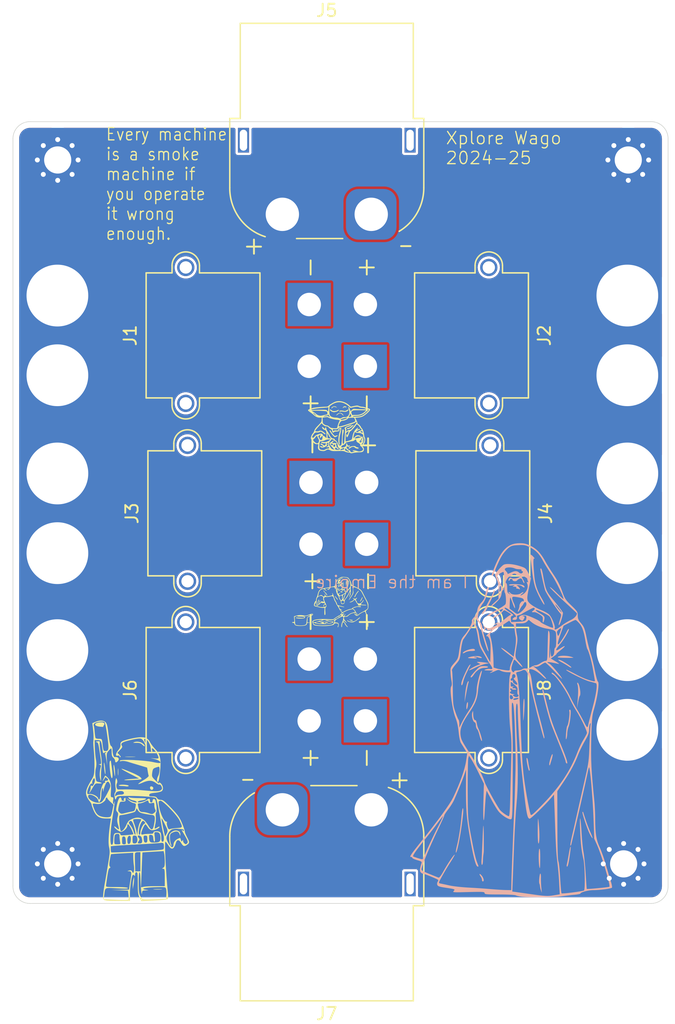
<source format=kicad_pcb>
(kicad_pcb (version 20240108) (generator "pcbnew") (generator_version "8.0")
  (layers (0 "F.Cu" signal) (31 "B.Cu" signal) (34 "B.Paste" user) (35 "F.Paste" user) (36 "B.SilkS" user "B.Silkscreen") (37 "F.SilkS" user "F.Silkscreen") (38 "B.Mask" user) (39 "F.Mask" user) (44 "Edge.Cuts" user))
  (net 0 "")
  (net 1 "VCC")
  (net 2 "GND")
  (footprint "0_connectors:AMASS_XT30PW-M_1x02_P2.50mm_Horizontal" (layer "F.Cu") (at 135.21875 90.225002 90)
    (property "Reference" "J3" (at -2.5 -14.5 90) (layer "F.SilkS"))
    (property "Value" "XT30PW-M/Terminal block")
    (fp_text user "+" (at -8 0 90) (layer "F.SilkS") (effects (font (size 1.5 1.5))))
    (fp_text user "-" (at 3 0 90) (layer "F.SilkS") (effects (font (size 1.5 1.5))))
    (pad "" thru_hole circle (at -8 -10 90) (size 1.4 1.4) (drill 1) (layers "*.Cu" "*.Mask"))
    (pad "" thru_hole circle (at 3 -10 90) (size 1.4 1.4) (drill 1) (layers "*.Cu" "*.Mask"))
    (pad "1" thru_hole rect (at 0 0 90) (size 3.5 3.5) (drill 1.9) (layers "*.Cu" "*.Mask") (net 1 "VCC"))
    (pad "2" thru_hole circle (at -5 0 90) (size 3.5 3.5) (drill 1.9) (layers "*.Cu" "*.Mask") (net 2 "GND"))
  )
  (footprint "MountingHole:MountingHole_2.2mm_M2_Pad_Via" (layer "F.Cu") (at 160.925 64.125)
    (property "Reference" "H2" (hide yes))
    (property "Value" "M2")
    (pad "1" thru_hole circle (at -1.65 0) (size 0.7 0.7) (drill 0.4) (layers "*.Cu" "*.Mask") (net 2 "GND"))
    (pad "1" thru_hole circle (at -1.166726 -1.166726) (size 0.7 0.7) (drill 0.4) (layers "*.Cu" "*.Mask") (net 2 "GND"))
    (pad "1" thru_hole circle (at -1.166726 1.166726) (size 0.7 0.7) (drill 0.4) (layers "*.Cu" "*.Mask") (net 2 "GND"))
    (pad "1" thru_hole circle (at 0 -1.65) (size 0.7 0.7) (drill 0.4) (layers "*.Cu" "*.Mask") (net 2 "GND"))
    (pad "1" thru_hole circle (at 0 0) (size 4.4 4.4) (drill 2.2) (layers "*.Cu" "*.Mask") (net 2 "GND"))
    (pad "1" thru_hole circle (at 0 1.65) (size 0.7 0.7) (drill 0.4) (layers "*.Cu" "*.Mask") (net 2 "GND"))
    (pad "1" thru_hole circle (at 1.166726 -1.166726) (size 0.7 0.7) (drill 0.4) (layers "*.Cu" "*.Mask") (net 2 "GND"))
    (pad "1" thru_hole circle (at 1.166726 1.166726) (size 0.7 0.7) (drill 0.4) (layers "*.Cu" "*.Mask") (net 2 "GND"))
    (pad "1" thru_hole circle (at 1.65 0) (size 0.7 0.7) (drill 0.4) (layers "*.Cu" "*.Mask") (net 2 "GND"))
  )
  (footprint "Connector_AMASS:AMASS_XT60PW-F_1x02_P7.20mm_Horizontal" (layer "F.Cu") (at 132.9 116.725 180)
    (property "Reference" "J7" (at -3.6 -16.5 0) (layer "F.SilkS"))
    (property "Value" "Conn_01x02_Pin")
    (fp_text user "-" (at 2.8 2.5 0) (layer "F.SilkS"))
    (fp_text user "+" (at -9.5 2.5 0) (layer "F.SilkS") (effects (font (size 1.5 1.5))))
    (pad "" thru_hole rect (at -10.35 -6 180) (size 0.9 2) (drill oval 0.6 1.7) (layers "*.Cu" "*.Mask"))
    (pad "" thru_hole rect (at 3.15 -6 180) (size 0.9 2) (drill oval 0.6 1.7) (layers "*.Cu" "*.Mask"))
    (pad "1" thru_hole roundrect (at 0 0 180) (size 4.1 4.1) (drill 2.7) (layers "*.Cu" "*.Mask") (net 1 "VCC"))
    (pad "2" thru_hole circle (at -7.2 0 180) (size 4.1 4.1) (drill 2.7) (layers "*.Cu" "*.Mask") (net 2 "GND"))
  )
  (footprint "0_connectors:AMASS_XT30PW-M_1x02_P2.50mm_Horizontal" (layer "F.Cu") (at 139.625 80.825001 -90)
    (property "Reference" "J2" (at -2.5 -14.5 -90) (layer "F.SilkS"))
    (property "Value" "XT30PW-M/Terminal block")
    (fp_text user "-" (at 3 0 -90) (layer "F.SilkS") (effects (font (size 1.5 1.5))))
    (fp_text user "+" (at -8 0 -90) (layer "F.SilkS") (effects (font (size 1.5 1.5))))
    (pad "" thru_hole circle (at -8 -10 270) (size 1.4 1.4) (drill 1) (layers "*.Cu" "*.Mask"))
    (pad "" thru_hole circle (at 3 -10 270) (size 1.4 1.4) (drill 1) (layers "*.Cu" "*.Mask"))
    (pad "1" thru_hole rect (at 0 0 270) (size 3.5 3.5) (drill 1.9) (layers "*.Cu" "*.Mask") (net 1 "VCC"))
    (pad "2" thru_hole circle (at -5 0 270) (size 3.5 3.5) (drill 1.9) (layers "*.Cu" "*.Mask") (net 2 "GND"))
  )
  (footprint "MountingHole:MountingHole_2.2mm_M2_Pad_Via" (layer "F.Cu") (at 114.7 121.1)
    (property "Reference" "H4" (hide yes))
    (property "Value" "M2")
    (pad "1" thru_hole circle (at -1.65 0) (size 0.7 0.7) (drill 0.4) (layers "*.Cu" "*.Mask") (net 2 "GND"))
    (pad "1" thru_hole circle (at -1.166726 -1.166726) (size 0.7 0.7) (drill 0.4) (layers "*.Cu" "*.Mask") (net 2 "GND"))
    (pad "1" thru_hole circle (at -1.166726 1.166726) (size 0.7 0.7) (drill 0.4) (layers "*.Cu" "*.Mask") (net 2 "GND"))
    (pad "1" thru_hole circle (at 0 -1.65) (size 0.7 0.7) (drill 0.4) (layers "*.Cu" "*.Mask") (net 2 "GND"))
    (pad "1" thru_hole circle (at 0 0) (size 4.4 4.4) (drill 2.2) (layers "*.Cu" "*.Mask") (net 2 "GND"))
    (pad "1" thru_hole circle (at 0 1.65) (size 0.7 0.7) (drill 0.4) (layers "*.Cu" "*.Mask") (net 2 "GND"))
    (pad "1" thru_hole circle (at 1.166726 -1.166726) (size 0.7 0.7) (drill 0.4) (layers "*.Cu" "*.Mask") (net 2 "GND"))
    (pad "1" thru_hole circle (at 1.166726 1.166726) (size 0.7 0.7) (drill 0.4) (layers "*.Cu" "*.Mask") (net 2 "GND"))
    (pad "1" thru_hole circle (at 1.65 0) (size 0.7 0.7) (drill 0.4) (layers "*.Cu" "*.Mask") (net 2 "GND"))
  )
  (footprint "0_connectors:AMASS_XT30PW-M_1x02_P2.50mm_Horizontal" (layer "F.Cu") (at 135.075 104.525001 90)
    (property "Reference" "J6" (at -2.5 -14.5 90) (layer "F.SilkS"))
    (property "Value" "XT30PW-M/Terminal block")
    (fp_text user "-" (at 3 0 90) (layer "F.SilkS") (effects (font (size 1.5 1.5))))
    (fp_text user "+" (at -8 0 90) (layer "F.SilkS") (effects (font (size 1.5 1.5))))
    (pad "" thru_hole circle (at -8 -10 90) (size 1.4 1.4) (drill 1) (layers "*.Cu" "*.Mask"))
    (pad "" thru_hole circle (at 3 -10 90) (size 1.4 1.4) (drill 1) (layers "*.Cu" "*.Mask"))
    (pad "1" thru_hole rect (at 0 0 90) (size 3.5 3.5) (drill 1.9) (layers "*.Cu" "*.Mask") (net 1 "VCC"))
    (pad "2" thru_hole circle (at -5 0 90) (size 3.5 3.5) (drill 1.9) (layers "*.Cu" "*.Mask") (net 2 "GND"))
  )
  (footprint "0_connectors:AMASS_XT30PW-M_1x02_P2.50mm_Horizontal" (layer "F.Cu") (at 139.625 109.525001 -90)
    (property "Reference" "J8" (at -2.5 -14.5 90) (layer "F.SilkS"))
    (property "Value" "XT30PW-M/Terminal block")
    (fp_text user "-" (at 3 0 90) (layer "F.SilkS") (effects (font (size 1.5 1.5))))
    (fp_text user "+" (at -8 0 90) (layer "F.SilkS") (effects (font (size 1.5 1.5))))
    (pad "" thru_hole circle (at -8 -10 270) (size 1.4 1.4) (drill 1) (layers "*.Cu" "*.Mask"))
    (pad "" thru_hole circle (at 3 -10 270) (size 1.4 1.4) (drill 1) (layers "*.Cu" "*.Mask"))
    (pad "1" thru_hole rect (at 0 0 270) (size 3.5 3.5) (drill 1.9) (layers "*.Cu" "*.Mask") (net 1 "VCC"))
    (pad "2" thru_hole circle (at -5 0 270) (size 3.5 3.5) (drill 1.9) (layers "*.Cu" "*.Mask") (net 2 "GND"))
  )
  (footprint "0_connectors:AMASS_XT30PW-M_1x02_P2.50mm_Horizontal" (layer "F.Cu") (at 139.73125 95.225001 -90)
    (property "Reference" "J4" (at -2.5 -14.5 90) (layer "F.SilkS"))
    (property "Value" "XT30PW-M/Terminal block")
    (fp_text user "+" (at -8 0 90) (layer "F.SilkS") (effects (font (size 1.5 1.5))))
    (fp_text user "-" (at 3 0 90) (layer "F.SilkS") (effects (font (size 1.5 1.5))))
    (pad "" thru_hole circle (at -8 -10 270) (size 1.4 1.4) (drill 1) (layers "*.Cu" "*.Mask"))
    (pad "" thru_hole circle (at 3 -10 270) (size 1.4 1.4) (drill 1) (layers "*.Cu" "*.Mask"))
    (pad "1" thru_hole rect (at 0 0 270) (size 3.5 3.5) (drill 1.9) (layers "*.Cu" "*.Mask") (net 1 "VCC"))
    (pad "2" thru_hole circle (at -5 0 270) (size 3.5 3.5) (drill 1.9) (layers "*.Cu" "*.Mask") (net 2 "GND"))
  )
  (footprint "MountingHole:MountingHole_2.2mm_M2_Pad_Via" (layer "F.Cu") (at 114.7 64.125)
    (property "Reference" "H1" (hide yes))
    (property "Value" "M2")
    (pad "1" thru_hole circle (at -1.65 0) (size 0.7 0.7) (drill 0.4) (layers "*.Cu" "*.Mask") (net 2 "GND"))
    (pad "1" thru_hole circle (at -1.166726 -1.166726) (size 0.7 0.7) (drill 0.4) (layers "*.Cu" "*.Mask") (net 2 "GND"))
    (pad "1" thru_hole circle (at -1.166726 1.166726) (size 0.7 0.7) (drill 0.4) (layers "*.Cu" "*.Mask") (net 2 "GND"))
    (pad "1" thru_hole circle (at 0 -1.65) (size 0.7 0.7) (drill 0.4) (layers "*.Cu" "*.Mask") (net 2 "GND"))
    (pad "1" thru_hole circle (at 0 0) (size 4.4 4.4) (drill 2.2) (layers "*.Cu" "*.Mask") (net 2 "GND"))
    (pad "1" thru_hole circle (at 0 1.65) (size 0.7 0.7) (drill 0.4) (layers "*.Cu" "*.Mask") (net 2 "GND"))
    (pad "1" thru_hole circle (at 1.166726 -1.166726) (size 0.7 0.7) (drill 0.4) (layers "*.Cu" "*.Mask") (net 2 "GND"))
    (pad "1" thru_hole circle (at 1.166726 1.166726) (size 0.7 0.7) (drill 0.4) (layers "*.Cu" "*.Mask") (net 2 "GND"))
    (pad "1" thru_hole circle (at 1.65 0) (size 0.7 0.7) (drill 0.4) (layers "*.Cu" "*.Mask") (net 2 "GND"))
  )
  (footprint "0_connectors:AMASS_XT30PW-M_1x02_P2.50mm_Horizontal" (layer "F.Cu") (at 135.075 75.825001 90)
    (property "Reference" "J1" (at -2.5 -14.5 90) (layer "F.SilkS"))
    (property "Value" "XT30PW-M/Terminal block")
    (fp_text user "+" (at -8 0 90) (layer "F.SilkS") (effects (font (size 1.5 1.5))))
    (fp_text user "-" (at 3 0 90) (layer "F.SilkS") (effects (font (size 1.5 1.5))))
    (pad "" thru_hole circle (at -8 -10 90) (size 1.4 1.4) (drill 1) (layers "*.Cu" "*.Mask"))
    (pad "" thru_hole circle (at 3 -10 90) (size 1.4 1.4) (drill 1) (layers "*.Cu" "*.Mask"))
    (pad "1" thru_hole rect (at 0 0 90) (size 3.5 3.5) (drill 1.9) (layers "*.Cu" "*.Mask") (net 1 "VCC"))
    (pad "2" thru_hole circle (at -5 0 90) (size 3.5 3.5) (drill 1.9) (layers "*.Cu" "*.Mask") (net 2 "GND"))
  )
  (footprint "Connector_AMASS:AMASS_XT60PW-F_1x02_P7.20mm_Horizontal" (layer "F.Cu") (at 140.1 68.525)
    (property "Reference" "J5" (at -3.6 -16.5 0) (layer "F.SilkS"))
    (property "Value" "Conn_01x02_Pin")
    (fp_text user "+" (at -9.5 2.5 0) (layer "F.SilkS") (effects (font (size 1.5 1.5))))
    (fp_text user "-" (at 2.8 2.5 0) (layer "F.SilkS"))
    (pad "" thru_hole rect (at -10.35 -6) (size 0.9 2) (drill oval 0.6 1.7) (layers "*.Cu" "*.Mask"))
    (pad "" thru_hole rect (at 3.15 -6) (size 0.9 2) (drill oval 0.6 1.7) (layers "*.Cu" "*.Mask"))
    (pad "1" thru_hole roundrect (at 0 0) (size 4.1 4.1) (drill 2.7) (layers "*.Cu" "*.Mask") (net 1 "VCC"))
    (pad "2" thru_hole circle (at -7.2 0) (size 4.1 4.1) (drill 2.7) (layers "*.Cu" "*.Mask") (net 2 "GND"))
  )
  (footprint "MountingHole:MountingHole_2.2mm_M2_Pad_Via" (layer "F.Cu") (at 160.55 121.1)
    (property "Reference" "H3" (hide yes))
    (property "Value" "M2")
    (pad "1" thru_hole circle (at -1.65 0) (size 0.7 0.7) (drill 0.4) (layers "*.Cu" "*.Mask") (net 2 "GND"))
    (pad "1" thru_hole circle (at -1.166726 -1.166726) (size 0.7 0.7) (drill 0.4) (layers "*.Cu" "*.Mask") (net 2 "GND"))
    (pad "1" thru_hole circle (at -1.166726 1.166726) (size 0.7 0.7) (drill 0.4) (layers "*.Cu" "*.Mask") (net 2 "GND"))
    (pad "1" thru_hole circle (at 0 -1.65) (size 0.7 0.7) (drill 0.4) (layers "*.Cu" "*.Mask") (net 2 "GND"))
    (pad "1" thru_hole circle (at 0 0) (size 4.4 4.4) (drill 2.2) (layers "*.Cu" "*.Mask") (net 2 "GND"))
    (pad "1" thru_hole circle (at 0 1.65) (size 0.7 0.7) (drill 0.4) (layers "*.Cu" "*.Mask") (net 2 "GND"))
    (pad "1" thru_hole circle (at 1.166726 -1.166726) (size 0.7 0.7) (drill 0.4) (layers "*.Cu" "*.Mask") (net 2 "GND"))
    (pad "1" thru_hole circle (at 1.166726 1.166726) (size 0.7 0.7) (drill 0.4) (layers "*.Cu" "*.Mask") (net 2 "GND"))
    (pad "1" thru_hole circle (at 1.65 0) (size 0.7 0.7) (drill 0.4) (layers "*.Cu" "*.Mask") (net 2 "GND"))
  )
  (gr_poly (pts (xy 156.193987 108.620331) (xy 156.189066 108.620821) (xy 156.184391 108.621631) (xy 156.179959 108.622757) (xy 156.17577 108.624193) (xy 156.171823 108.625933) (xy 156.168117 108.627974) (xy 156.164649 108.630309) (xy 156.161419 108.632933) (xy 156.158426 108.635841) (xy 156.155667 108.639029) (xy 156.153142 108.64249) (xy 156.15085 108.64622) (xy 156.14879 108.650214) (xy 156.146959 108.654466) (xy 156.145357 108.658972) (xy 156.142833 108.668721) (xy 156.141209 108.679421) (xy 156.140473 108.691031) (xy 156.140616 108.703509) (xy 156.141627 108.716814) (xy 156.143496 108.730905) (xy 156.146213 108.745739) (xy 156.149766 108.761277) (xy 156.157091 108.804581) (xy 156.160735 108.861653) (xy 156.16099 108.930382) (xy 156.158145 109.008662) (xy 156.152488 109.094383) (xy 156.144309 109.185437) (xy 156.121544 109.37511) (xy 156.092164 109.560814) (xy 156.075717 109.646907) (xy 156.058485 109.725682) (xy 156.040757 109.795032) (xy 156.022822 109.852848) (xy 156.004969 109.897021) (xy 155.996165 109.913332) (xy 155.987489 109.925443) (xy 155.979557 109.937459) (xy 155.971655 109.954768) (xy 155.963816 109.977037) (xy 155.95607 110.003936) (xy 155.94098 110.070303) (xy 155.926635 110.151221) (xy 155.913281 110.244046) (xy 155.901168 110.34613) (xy 155.890544 110.45483) (xy 155.881656 110.567498) (xy 155.876856 110.636045) (xy 155.873029 110.698825) (xy 155.870152 110.755859) (xy 155.868206 110.807167) (xy 155.867169 110.852769) (xy 155.867021 110.892688) (xy 155.867741 110.926942) (xy 155.86842 110.941952) (xy 155.869308 110.955554) (xy 155.870403 110.96775) (xy 155.871702 110.978543) (xy 155.873203 110.987936) (xy 155.874903 110.995931) (xy 155.876799 111.00253) (xy 155.878889 111.007737) (xy 155.88117 111.011554) (xy 155.882381 111.012942) (xy 155.88364 111.013983) (xy 155.884944 111.014678) (xy 155.886295 111.015027) (xy 155.887692 111.015031) (xy 155.889135 111.014689) (xy 155.890622 111.014003) (xy 155.892155 111.012972) (xy 155.895353 111.009877) (xy 155.898727 111.005407) (xy 155.902274 110.999566) (xy 155.905992 110.992355) (xy 155.909877 110.983777) (xy 155.916484 110.967855) (xy 155.923038 110.94934) (xy 155.929489 110.928447) (xy 155.935785 110.905394) (xy 155.947705 110.853676) (xy 155.958385 110.795922) (xy 155.967411 110.733869) (xy 155.97437 110.669253) (xy 155.978849 110.60381) (xy 155.980029 110.571321) (xy 155.980433 110.539276) (xy 155.982244 110.507826) (xy 155.984995 110.474536) (xy 155.993111 110.403678) (xy 156.00437 110.329181) (xy 156.018357 110.253527) (xy 156.034659 110.179196) (xy 156.052863 110.108667) (xy 156.062549 110.075605) (xy 156.072555 110.044423) (xy 156.08283 110.015432) (xy 156.093322 109.988942) (xy 156.115026 109.926297) (xy 156.137309 109.846288) (xy 156.159426 109.752058) (xy 156.180634 109.646749) (xy 156.200189 109.533502) (xy 156.217345 109.415459) (xy 156.23136 109.295763) (xy 156.241489 109.177555) (xy 156.247602 109.101532) (xy 156.252692 109.032061) (xy 156.256728 108.968916) (xy 156.259679 108.911869) (xy 156.261513 108.860692) (xy 156.262002 108.837234) (xy 156.262201 108.815158) (xy 156.262104 108.794436) (xy 156.26171 108.77504) (xy 156.261013 108.756941) (xy 156.260009 108.74011) (xy 156.258696 108.72452) (xy 156.257069 108.710142) (xy 156.255124 108.696946) (xy 156.252857 108.684906) (xy 156.250265 108.673993) (xy 156.247344 108.664177) (xy 156.244089 108.655431) (xy 156.240496 108.647727) (xy 156.236563 108.641035) (xy 156.232285 108.635328) (xy 156.227658 108.630577) (xy 156.222678 108.626753) (xy 156.217342 108.623829) (xy 156.211645 108.621775) (xy 156.205584 108.620564) (xy 156.199155 108.620166)) (stroke (width -0.000001)) (fill solid) (layer "B.SilkS"))
  (gr_poly (pts (xy 148.561756 104.28149) (xy 148.495371 104.285408) (xy 148.427745 104.291394) (xy 148.359675 104.299395) (xy 148.291957 104.30936) (xy 148.225385 104.321237) (xy 148.160757 104.334975) (xy 148.098867 104.350521) (xy 148.040513 104.367824) (xy 147.986488 104.386832) (xy 147.968646 104.394525) (xy 147.954876 104.401743) (xy 147.945281 104.408505) (xy 147.942082 104.411723) (xy 147.939966 104.414834) (xy 147.938945 104.417842) (xy 147.939032 104.420749) (xy 147.940241 104.423558) (xy 147.942584 104.426272) (xy 147.950725 104.431422) (xy 147.963558 104.436221) (xy 147.981187 104.44069) (xy 148.003714 104.444848) (xy 148.031244 104.448717) (xy 148.063879 104.452317) (xy 148.144881 104.458794) (xy 148.247545 104.464444) (xy 148.288105 104.466839) (xy 148.327622 104.468729) (xy 148.365878 104.470101) (xy 148.402656 104.470947) (xy 148.437739 104.471255) (xy 148.47091 104.471016) (xy 148.501952 104.470218) (xy 148.530648 104.468852) (xy 148.556781 104.466907) (xy 148.580134 104.464373) (xy 148.600489 104.46124) (xy 148.61763 104.457497) (xy 148.624928 104.455393) (xy 148.63134 104.453134) (xy 148.636841 104.450716) (xy 148.641402 104.44814) (xy 148.644996 104.445404) (xy 148.647598 104.442506) (xy 148.649178 104.439445) (xy 148.649711 104.43622) (xy 148.649547 104.433595) (xy 148.649062 104.431015) (xy 148.648264 104.42848) (xy 148.647162 104.425995) (xy 148.645766 104.423562) (xy 148.644084 104.421182) (xy 148.6399 104.416597) (xy 148.634682 104.41226) (xy 148.628503 104.408191) (xy 148.621435 104.404412) (xy 148.613551 104.400943) (xy 148.604923 104.397804) (xy 148.595623 104.395017) (xy 148.585723 104.392602) (xy 148.575297 104.39058) (xy 148.564415 104.388971) (xy 148.553152 104.387797) (xy 148.541578 104.387077) (xy 148.529767 104.386832) (xy 148.523897 104.386771) (xy 148.518199 104.386589) (xy 148.51268 104.386291) (xy 148.507346 104.385881) (xy 148.502202 104.385362) (xy 148.497257 104.384739) (xy 148.492515 104.384015) (xy 148.487984 104.383194) (xy 148.48367 104.38228) (xy 148.47958 104.381277) (xy 148.475719 104.380188) (xy 148.472095 104.379018) (xy 148.468714 104.377771) (xy 148.465582 104.37645) (xy 148.462706 104.375059) (xy 148.460093 104.373602) (xy 148.457748 104.372084) (xy 148.455678 104.370507) (xy 148.45389 104.368876) (xy 148.45239 104.367194) (xy 148.451184 104.365467) (xy 148.45028 104.363696) (xy 148.449682 104.361887) (xy 148.449399 104.360043) (xy 148.449437 104.358167) (xy 148.449801 104.356265) (xy 148.450498 104.354339) (xy 148.451536 104.352395) (xy 148.452919 104.350434) (xy 148.454655 104.348462) (xy 148.456751 104.346482) (xy 148.459211 104.344499) (xy 148.464477 104.340943) (xy 148.472234 104.338215) (xy 148.482326 104.336313) (xy 148.494599 104.335238) (xy 148.508898 104.33499) (xy 148.525067 104.335569) (xy 148.542952 104.336975) (xy 148.562398 104.339207) (xy 148.58325 104.342266) (xy 148.605352 104.346152) (xy 148.628549 104.350865) (xy 148.652688 104.356405) (xy 148.677611 104.362771) (xy 148.703165 104.369965) (xy 148.729195 104.377985) (xy 148.755545 104.386832) (xy 148.782223 104.395641) (xy 148.807986 104.403558) (xy 148.832788 104.410602) (xy 148.856582 104.416791) (xy 148.879322 104.422142) (xy 148.900962 104.426675) (xy 148.921454 104.430406) (xy 148.940752 104.433355) (xy 148.95881 104.435538) (xy 148.975582 104.436975) (xy 148.99102 104.437684) (xy 149.005079 104.437682) (xy 149.017711 104.436987) (xy 149.028871 104.435618) (xy 149.038511 104.433593) (xy 149.046585 104.43093) (xy 149.053047 104.427646) (xy 149.057851 104.42376) (xy 149.060949 104.419291) (xy 149.062295 104.414255) (xy 149.061843 104.408672) (xy 149.059546 104.402559) (xy 149.055358 104.395935) (xy 149.049231 104.388817) (xy 149.041121 104.381223) (xy 149.030979 104.373173) (xy 149.018761 104.364683) (xy 149.004418 104.355771) (xy 148.987905 104.346457) (xy 148.969175 104.336758) (xy 148.948181 104.326692) (xy 148.924878 104.316277) (xy 148.889457 104.304279) (xy 148.847225 104.29471) (xy 148.798979 104.287519) (xy 148.745512 104.282653) (xy 148.687623 104.28006) (xy 148.626105 104.27969)) (stroke (width -0.000001)) (fill solid) (layer "B.SilkS"))
  (gr_poly (pts (xy 148.143569 104.96104) (xy 148.141431 104.961323) (xy 148.139065 104.96186) (xy 148.133651 104.963672) (xy 148.127338 104.966435) (xy 148.120136 104.970107) (xy 148.112056 104.974648) (xy 148.103107 104.980015) (xy 148.093301 104.986168) (xy 148.071156 105.000664) (xy 148.043556 105.031782) (xy 148.009103 105.081266) (xy 147.968883 105.146811) (xy 147.923981 105.226112) (xy 147.824473 105.416763) (xy 147.719259 105.634783) (xy 147.617023 105.861732) (xy 147.526444 106.079173) (xy 147.456205 106.268667) (xy 147.431427 106.347172) (xy 147.414988 106.411776) (xy 147.412466 106.424239) (xy 147.410188 106.436483) (xy 147.406348 106.460269) (xy 147.403439 106.483043) (xy 147.401428 106.504711) (xy 147.400286 106.52518) (xy 147.400031 106.534936) (xy 147.399981 106.544357) (xy 147.400133 106.553432) (xy 147.400483 106.56215) (xy 147.401026 106.570497) (xy 147.401759 106.578464) (xy 147.402678 106.586038) (xy 147.40378 106.593207) (xy 147.405059 106.599961) (xy 147.406513 106.606287) (xy 147.408138 106.612173) (xy 147.409929 106.617609) (xy 147.411883 106.622582) (xy 147.413996 106.627081) (xy 147.416264 106.631095) (xy 147.418683 106.634611) (xy 147.42125 106.637618) (xy 147.42396 106.640104) (xy 147.426809 106.642058) (xy 147.429794 106.643468) (xy 147.432911 106.644323) (xy 147.436155 106.64461) (xy 147.439503 106.644262) (xy 147.442927 106.643227) (xy 147.449977 106.639167) (xy 147.457255 106.632564) (xy 147.464709 106.623554) (xy 147.472286 106.612269) (xy 147.479936 106.598846) (xy 147.487606 106.583417) (xy 147.495246 106.566117) (xy 147.502803 106.547081) (xy 147.510225 106.526443) (xy 147.517461 106.504338) (xy 147.52446 106.480899) (xy 147.531169 106.456262) (xy 147.537538 106.430559) (xy 147.543513 106.403927) (xy 147.549044 106.376499) (xy 147.554312 106.347548) (xy 147.562081 106.313895) (xy 147.584543 106.234175) (xy 147.615273 106.14073) (xy 147.653114 106.03695) (xy 147.696908 105.926225) (xy 147.745497 105.811944) (xy 147.797725 105.697498) (xy 147.852433 105.586277) (xy 148.045579 105.191165) (xy 148.113379 105.054464) (xy 148.135744 105.010587) (xy 148.148767 104.986554) (xy 148.150918 104.979271) (xy 148.152087 104.97327) (xy 148.152307 104.970737) (xy 148.152285 104.968509) (xy 148.152023 104.966581) (xy 148.151522 104.964947) (xy 148.150784 104.963602) (xy 148.149808 104.962542) (xy 148.148598 104.961761) (xy 148.147154 104.961254) (xy 148.145477 104.961015)) (stroke (width -0.000001)) (fill solid) (layer "B.SilkS"))
  (gr_poly (pts (xy 149.180115 105.092717) (xy 149.130343 105.094028) (xy 149.085161 105.096806) (xy 149.04372 105.101538) (xy 149.005173 105.108709) (xy 148.98672 105.113361) (xy 148.968672 105.118805) (xy 148.950924 105.125101) (xy 148.93337 105.132311) (xy 148.915904 105.140495) (xy 148.89842 105.149714) (xy 148.880811 105.160028) (xy 148.862973 105.171499) (xy 148.826183 105.198152) (xy 148.787202 105.230159) (xy 148.745182 105.268005) (xy 148.699276 105.312176) (xy 148.648636 105.363159) (xy 148.529767 105.4875) (xy 148.454953 105.568555) (xy 148.385017 105.646469) (xy 148.321531 105.719422) (xy 148.266065 105.785596) (xy 148.241831 105.815572) (xy 148.22019 105.843171) (xy 148.201341 105.868165) (xy 148.185478 105.890327) (xy 148.172798 105.909431) (xy 148.163498 105.925247) (xy 148.157774 105.93755) (xy 148.156314 105.942312) (xy 148.155822 105.946111) (xy 148.156151 105.958059) (xy 148.157132 105.968774) (xy 148.158752 105.978262) (xy 148.161004 105.986528) (xy 148.163875 105.993581) (xy 148.167357 105.999425) (xy 148.171437 106.004068) (xy 148.176107 106.007516) (xy 148.181356 106.009775) (xy 148.187173 106.010852) (xy 148.193548 106.010754) (xy 148.200471 106.009486) (xy 148.207931 106.007056) (xy 148.215918 106.003469) (xy 148.224422 105.998733) (xy 148.233433 105.992853) (xy 148.252932 105.977689) (xy 148.274333 105.95803) (xy 148.297553 105.933926) (xy 148.322509 105.90543) (xy 148.349119 105.872593) (xy 148.3773 105.835467) (xy 148.406969 105.794103) (xy 148.438044 105.748554) (xy 148.481353 105.688122) (xy 148.526542 105.631214) (xy 148.573509 105.577882) (xy 148.62215 105.528178) (xy 148.672362 105.482154) (xy 148.724042 105.43986) (xy 148.777086 105.401349) (xy 148.831391 105.366672) (xy 148.886853 105.335882) (xy 148.94337 105.309029) (xy 149.000838 105.286166) (xy 149.059153 105.267343) (xy 149.118212 105.252614) (xy 149.177913 105.242029) (xy 149.23815 105.23564) (xy 149.298822 105.233499) (xy 149.32625 105.233094) (xy 149.352882 105.231914) (xy 149.378585 105.230011) (xy 149.403222 105.227435) (xy 149.426661 105.22424) (xy 149.448767 105.220476) (xy 149.469405 105.216196) (xy 149.488441 105.21145) (xy 149.50574 105.206291) (xy 149.513697 105.203573) (xy 149.521169 105.20077) (xy 149.52814 105.197891) (xy 149.534593 105.19494) (xy 149.540511 105.191924) (xy 149.545877 105.188851) (xy 149.550675 105.185725) (xy 149.554888 105.182555) (xy 149.558499 105.179345) (xy 149.561491 105.176104) (xy 149.563847 105.172836) (xy 149.565551 105.16955) (xy 149.566585 105.16625) (xy 149.566934 105.162944) (xy 149.566503 105.159017) (xy 149.565225 105.155175) (xy 149.56312 105.151421) (xy 149.560209 105.147757) (xy 149.552051 105.140712) (xy 149.540916 105.13406) (xy 149.526971 105.12782) (xy 149.510379 105.122015) (xy 149.491307 105.116665) (xy 149.46992 105.11179) (xy 149.446383 105.107412) (xy 149.420861 105.10355) (xy 149.393521 105.100225) (xy 149.364527 105.097459) (xy 149.334045 105.095271) (xy 149.30224 105.093683) (xy 149.235322 105.092388)) (stroke (width -0.000001)) (fill solid) (layer "B.SilkS"))
  (gr_poly (pts (xy 147.52455 116.593702) (xy 147.521185 116.595952) (xy 147.514359 116.604781) (xy 147.507429 116.619128) (xy 147.500427 116.638694) (xy 147.493383 116.66318) (xy 147.486329 116.692286) (xy 147.472315 116.763159) (xy 147.458631 116.848914) (xy 147.445526 116.947155) (xy 147.433248 117.055483) (xy 147.422044 117.1715) (xy 147.393505 117.48951) (xy 147.35645 117.823808) (xy 147.312284 118.165547) (xy 147.262413 118.505882) (xy 147.208242 118.835963) (xy 147.151177 119.146945) (xy 147.092624 119.429981) (xy 147.033989 119.676223) (xy 147.021259 119.728516) (xy 147.009542 119.779382) (xy 146.998859 119.828554) (xy 146.989229 119.875762) (xy 146.980675 119.920738) (xy 146.973217 119.963212) (xy 146.966874 120.002917) (xy 146.961669 120.039583) (xy 146.957621 120.072942) (xy 146.954751 120.102724) (xy 146.95308 120.128662) (xy 146.952629 120.150487) (xy 146.953418 120.16793) (xy 146.954283 120.174923) (xy 146.955467 120.180721) (xy 146.956971 120.185289) (xy 146.958799 120.188593) (xy 146.960951 120.1906) (xy 146.963432 120.191277) (xy 146.975345 120.185673) (xy 146.988535 120.16918) (xy 147.018403 120.105453) (xy 147.052342 120.003939) (xy 147.089661 119.868485) (xy 147.171669 119.511132) (xy 147.258885 119.064152) (xy 147.34577 118.558302) (xy 147.426785 118.02434) (xy 147.49639 117.493024) (xy 147.549044 116.995111) (xy 147.551442 116.954551) (xy 147.553344 116.915033) (xy 147.554749 116.876777) (xy 147.555659 116.839999) (xy 147.556072 116.804916) (xy 147.555989 116.771745) (xy 147.55541 116.740702) (xy 147.554336 116.712006) (xy 147.552765 116.685873) (xy 147.550698 116.662521) (xy 147.548135 116.642165) (xy 147.545075 116.625024) (xy 147.54152 116.611314) (xy 147.539556 116.605814) (xy 147.537469 116.601253) (xy 147.535257 116.597658) (xy 147.532921 116.595057) (xy 147.530461 116.593476) (xy 147.527878 116.592943)) (stroke (width -0.000001)) (fill solid) (layer "B.SilkS"))
  (gr_poly (pts (xy 153.61418 117.444978) (xy 153.611558 117.460722) (xy 153.606459 117.52119) (xy 153.597419 117.742999) (xy 153.591025 118.070642) (xy 153.5886 118.469722) (xy 153.589895 118.703437) (xy 153.591483 118.808926) (xy 153.593671 118.906725) (xy 153.596438 118.996752) (xy 153.599762 119.078925) (xy 153.603624 119.15316) (xy 153.608003 119.219374) (xy 153.612878 119.277486) (xy 153.618228 119.327412) (xy 153.624033 119.36907) (xy 153.630272 119.402377) (xy 153.636925 119.427251) (xy 153.640399 119.436499) (xy 153.64397 119.443608) (xy 153.647633 119.448567) (xy 153.651387 119.451366) (xy 153.655229 119.451995) (xy 153.659156 119.450443) (xy 153.672958 119.432936) (xy 153.685242 119.399689) (xy 153.695975 119.351828) (xy 153.705127 119.29048) (xy 153.718563 119.131826) (xy 153.725301 118.932741) (xy 153.725094 118.702237) (xy 153.717694 118.449326) (xy 153.702853 118.18302) (xy 153.680322 117.912332) (xy 153.672095 117.817069) (xy 153.663455 117.728337) (xy 153.654649 117.648039) (xy 153.645926 117.578076) (xy 153.637534 117.52035) (xy 153.63354 117.49667) (xy 153.629721 117.476763) (xy 153.626109 117.460865) (xy 153.622734 117.449216) (xy 153.619628 117.442051) (xy 153.618186 117.440226) (xy 153.616823 117.439611)) (stroke (width -0.000001)) (fill solid) (layer "B.SilkS"))
  (gr_poly (pts (xy 147.978358 106.311574) (xy 147.975526 106.311966) (xy 147.972488 106.312764) (xy 147.969243 106.313971) (xy 147.965791 106.315588) (xy 147.962132 106.317615) (xy 147.958267 106.320054) (xy 147.939522 106.337318) (xy 147.920426 106.364896) (xy 147.901123 106.402189) (xy 147.881758 106.448598) (xy 147.862476 106.503523) (xy 147.843421 106.566365) (xy 147.806572 106.713402) (xy 147.772369 106.884912) (xy 147.741969 107.076101) (xy 147.716531 107.282172) (xy 147.69721 107.498331) (xy 147.661934 108.020444) (xy 147.795988 107.314888) (xy 147.849456 107.027374) (xy 147.90094 106.766318) (xy 147.924491 106.654807) (xy 147.945809 106.560825) (xy 147.964317 106.488009) (xy 147.972335 106.460676) (xy 147.979434 106.439998) (xy 147.981976 106.430263) (xy 147.984312 106.4209) (xy 147.986441 106.411913) (xy 147.988363 106.403301) (xy 147.990079 106.395067) (xy 147.991588 106.387211) (xy 147.99289 106.379735) (xy 147.993985 106.37264) (xy 147.994874 106.365927) (xy 147.995556 106.359598) (xy 147.996032 106.353655) (xy 147.9963 106.348097) (xy 147.996362 106.342927) (xy 147.996218 106.338146) (xy 147.995866 106.333755) (xy 147.995308 106.329755) (xy 147.994543 106.326149) (xy 147.993572 106.322936) (xy 147.992393 106.320119) (xy 147.991009 106.317698) (xy 147.990239 106.316636) (xy 147.989417 106.315675) (xy 147.988544 106.314813) (xy 147.987619 106.314051) (xy 147.986642 106.313389) (xy 147.985614 106.312828) (xy 147.984534 106.312367) (xy 147.983402 106.312006) (xy 147.982218 106.311747) (xy 147.980983 106.311588) (xy 147.979697 106.311531)) (stroke (width -0.000001)) (fill solid) (layer "B.SilkS"))
  (gr_poly (pts (xy 148.328071 103.694418) (xy 148.261986 103.699687) (xy 148.188417 103.711199) (xy 148.109588 103.728199) (xy 148.027721 103.749932) (xy 147.945037 103.775644) (xy 147.863758 103.804581) (xy 147.786108 103.835988) (xy 147.714307 103.869111) (xy 147.650578 103.903195) (xy 147.597143 103.937486) (xy 147.57498 103.954473) (xy 147.556224 103.971229) (xy 147.541152 103.987659) (xy 147.530043 104.00367) (xy 147.523173 104.019166) (xy 147.520822 104.034054) (xy 147.521068 104.037838) (xy 147.521797 104.041253) (xy 147.522996 104.044304) (xy 147.524653 104.046994) (xy 147.526754 104.049328) (xy 147.529286 104.051309) (xy 147.532238 104.052941) (xy 147.535594 104.054229) (xy 147.539344 104.055175) (xy 147.543473 104.055784) (xy 147.55282 104.056006) (xy 147.563531 104.054926) (xy 147.575502 104.052575) (xy 147.588632 104.048983) (xy 147.602815 104.044183) (xy 147.617949 104.038204) (xy 147.633931 104.031078) (xy 147.650657 104.022835) (xy 147.668024 104.013508) (xy 147.685928 104.003126) (xy 147.704266 103.991721) (xy 147.724153 103.978747) (xy 147.746613 103.96631) (xy 147.771409 103.954452) (xy 147.798303 103.943214) (xy 147.827058 103.932637) (xy 147.857435 103.922763) (xy 147.889197 103.913634) (xy 147.922106 103.90529) (xy 147.955925 103.897772) (xy 147.990416 103.891123) (xy 148.02534 103.885384) (xy 148.060461 103.880595) (xy 148.095541 103.876798) (xy 148.130342 103.874035) (xy 148.164626 103.872347) (xy 148.198155 103.871775) (xy 148.252246 103.871274) (xy 148.277216 103.870642) (xy 148.300819 103.86975) (xy 148.323068 103.868594) (xy 148.343976 103.867171) (xy 148.363555 103.865477) (xy 148.38182 103.863507) (xy 148.398782 103.861259) (xy 148.414456 103.858727) (xy 148.428852 103.855909) (xy 148.441985 103.8528) (xy 148.453868 103.849397) (xy 148.464513 103.845695) (xy 148.473933 103.841691) (xy 148.482142 103.83738) (xy 148.489151 103.83276) (xy 148.494975 103.827826) (xy 148.499625 103.822573) (xy 148.503115 103.816999) (xy 148.505459 103.8111) (xy 148.506667 103.804871) (xy 148.506755 103.798309) (xy 148.505734 103.79141) (xy 148.503617 103.784169) (xy 148.500418 103.776584) (xy 148.496149 103.768649) (xy 148.490824 103.760362) (xy 148.484454 103.751719) (xy 148.477054 103.742715) (xy 148.468635 103.733347) (xy 148.459211 103.72361) (xy 148.445966 103.713507) (xy 148.428906 103.705625) (xy 148.408309 103.699869) (xy 148.384452 103.696146) (xy 148.357614 103.69436)) (stroke (width -0.000001)) (fill solid) (layer "B.SilkS"))
  (gr_poly (pts (xy 152.703392 112.523538) (xy 152.701088 112.523913) (xy 152.698846 112.524635) (xy 152.696671 112.52571) (xy 152.694569 112.527144) (xy 152.692544 112.528943) (xy 152.687965 112.536864) (xy 152.684765 112.549813) (xy 152.682236 112.589411) (xy 152.684421 112.644967) (xy 152.69078 112.71371) (xy 152.700778 112.792872) (xy 152.713876 112.879681) (xy 152.747225 113.065165) (xy 152.786526 113.248004) (xy 152.807066 113.331506) (xy 152.827482 113.406037) (xy 152.847236 113.468828) (xy 152.865791 113.517107) (xy 152.88261 113.548106) (xy 152.890201 113.55626) (xy 152.897155 113.559055) (xy 152.900401 113.558891) (xy 152.90352 113.558404) (xy 152.906513 113.557602) (xy 152.909379 113.556492) (xy 152.912115 113.555082) (xy 152.91472 113.553381) (xy 152.917194 113.551395) (xy 152.919535 113.549133) (xy 152.921741 113.546602) (xy 152.923812 113.543811) (xy 152.927541 113.537475) (xy 152.930712 113.530189) (xy 152.933315 113.522014) (xy 152.935339 113.513012) (xy 152.936774 113.503245) (xy 152.937609 113.492775) (xy 152.937835 113.481665) (xy 152.93744 113.469976) (xy 152.936415 113.45777) (xy 152.93475 113.445109) (xy 152.932433 113.432056) (xy 152.923875 113.40291) (xy 152.914243 113.364255) (xy 152.903783 113.317829) (xy 152.892745 113.265367) (xy 152.869925 113.149281) (xy 152.847767 113.029888) (xy 152.839223 112.970632) (xy 152.829687 112.910384) (xy 152.819489 112.850798) (xy 152.808961 112.793527) (xy 152.798433 112.740224) (xy 152.788235 112.692544) (xy 152.778699 112.65214) (xy 152.770155 112.620665) (xy 152.76813 112.614135) (xy 152.766028 112.607776) (xy 152.763853 112.601595) (xy 152.761611 112.595599) (xy 152.759307 112.589794) (xy 152.756946 112.584187) (xy 152.754534 112.578784) (xy 152.752075 112.573592) (xy 152.749575 112.568616) (xy 152.747038 112.563864) (xy 152.744471 112.559343) (xy 152.741878 112.555057) (xy 152.739264 112.551014) (xy 152.736634 112.547221) (xy 152.733994 112.543684) (xy 152.731349 112.540408) (xy 152.728704 112.537402) (xy 152.726065 112.534671) (xy 152.723435 112.532221) (xy 152.720821 112.530059) (xy 152.718228 112.528192) (xy 152.715661 112.526626) (xy 152.713124 112.525368) (xy 152.710624 112.524423) (xy 152.708165 112.523799) (xy 152.705753 112.523502)) (stroke (width -0.000001)) (fill solid) (layer "B.SilkS"))
  (gr_poly (pts (xy 156.246322 119.705203) (xy 156.236197 119.721201) (xy 156.223922 119.751998) (xy 156.209766 119.797089) (xy 156.193998 119.855967) (xy 156.176886 119.928126) (xy 156.139707 120.110261) (xy 156.100377 120.339443) (xy 156.057383 120.583853) (xy 156.015711 120.813048) (xy 155.979331 121.001234) (xy 155.964365 121.071886) (xy 155.952211 121.122612) (xy 155.947332 121.144597) (xy 155.943281 121.165538) (xy 155.941565 121.175601) (xy 155.940057 121.185383) (xy 155.938754 121.194879) (xy 155.937659 121.204081) (xy 155.93677 121.212984) (xy 155.936088 121.22158) (xy 155.935612 121.229864) (xy 155.935344 121.237829) (xy 155.935282 121.245468) (xy 155.935426 121.252775) (xy 155.935778 121.259744) (xy 155.936336 121.266367) (xy 155.937101 121.27264) (xy 155.938072 121.278554) (xy 155.939251 121.284104) (xy 155.940636 121.289284) (xy 155.942227 121.294086) (xy 155.944026 121.298504) (xy 155.946031 121.302533) (xy 155.948242 121.306164) (xy 155.950661 121.309393) (xy 155.953286 121.312212) (xy 155.956118 121.314615) (xy 155.959156 121.316596) (xy 155.962402 121.318148) (xy 155.965854 121.319264) (xy 155.969512 121.319939) (xy 155.973378 121.320165) (xy 155.986851 121.314816) (xy 156.000801 121.298874) (xy 156.015204 121.272493) (xy 156.030042 121.235829) (xy 156.060938 121.13227) (xy 156.093322 120.989436) (xy 156.127029 120.808569) (xy 156.161893 120.590908) (xy 156.19775 120.337693) (xy 156.234433 120.050165) (xy 156.24688 119.948382) (xy 156.255297 119.864943) (xy 156.259951 119.799344) (xy 156.261112 119.751076) (xy 156.259048 119.719635) (xy 156.256891 119.710065) (xy 156.254029 119.704513) (xy 156.250495 119.702913)) (stroke (width -0.000001)) (fill solid) (layer "B.SilkS"))
  (gr_poly (pts (xy 155.579148 104.256304) (xy 155.503334 104.261754) (xy 155.433503 104.27014) (xy 155.370928 104.281419) (xy 155.31688 104.295551) (xy 155.293451 104.303673) (xy 155.272629 104.312494) (xy 155.254576 104.322006) (xy 155.239448 104.332206) (xy 155.227406 104.343089) (xy 155.218607 104.354648) (xy 155.213211 104.366879) (xy 155.211377 104.379776) (xy 155.214711 104.38374) (xy 155.224483 104.387672) (xy 155.261979 104.39532) (xy 155.321138 104.402472) (xy 155.399232 104.40888) (xy 155.493531 104.414296) (xy 155.601307 104.418472) (xy 155.719832 104.421159) (xy 155.846377 104.42211) (xy 155.974948 104.424108) (xy 156.094424 104.424866) (xy 156.202325 104.424467) (xy 156.296169 104.422992) (xy 156.373477 104.420525) (xy 156.431768 104.417149) (xy 156.453007 104.415146) (xy 156.468562 104.412946) (xy 156.478122 104.41056) (xy 156.480557 104.4093) (xy 156.481377 104.407998) (xy 156.480158 104.406272) (xy 156.476582 104.403781) (xy 156.462857 104.396753) (xy 156.441194 104.38741) (xy 156.412586 104.376248) (xy 156.378025 104.363764) (xy 156.338503 104.350452) (xy 156.295012 104.33681) (xy 156.248544 104.323333) (xy 156.170621 104.303813) (xy 156.088512 104.287559) (xy 156.003489 104.274529) (xy 155.916823 104.264683) (xy 155.829784 104.257979) (xy 155.743645 104.254375) (xy 155.659676 104.253831)) (stroke (width -0.000001)) (fill solid) (layer "B.SilkS"))
  (gr_poly (pts (xy 153.003603 96.069388) (xy 152.996195 96.070903) (xy 152.989592 96.073754) (xy 152.983806 96.077936) (xy 152.978847 96.083447) (xy 152.974725 96.090282) (xy 152.97145 96.098437) (xy 152.969034 96.107909) (xy 152.967485 96.118693) (xy 152.966815 96.130786) (xy 152.967034 96.144184) (xy 152.968152 96.158883) (xy 152.970179 96.174878) (xy 152.973126 96.192167) (xy 152.977004 96.210746) (xy 152.981822 96.23061) (xy 153.005965 96.375248) (xy 153.042676 96.636304) (xy 153.086002 96.976735) (xy 153.129989 97.359499) (xy 153.157742 97.590623) (xy 153.187976 97.807526) (xy 153.220526 98.009877) (xy 153.255225 98.197345) (xy 153.291908 98.3696) (xy 153.330411 98.52631) (xy 153.370567 98.667146) (xy 153.391213 98.731507) (xy 153.412211 98.791775) (xy 153.45595 98.901934) (xy 153.504485 99.016878) (xy 153.556822 99.134778) (xy 153.611971 99.253804) (xy 153.668939 99.372128) (xy 153.726734 99.487919) (xy 153.784364 99.599349) (xy 153.840836 99.704588) (xy 153.895158 99.801807) (xy 153.946338 99.889177) (xy 153.993385 99.964867) (xy 154.035304 100.027049) (xy 154.071106 100.073894) (xy 154.086402 100.090993) (xy 154.099797 100.103572) (xy 154.111166 100.111401) (xy 154.120385 100.114253) (xy 154.12733 100.111899) (xy 154.131878 100.104109) (xy 154.133381 100.094389) (xy 154.132663 100.081247) (xy 154.129816 100.064902) (xy 154.124932 100.04557) (xy 154.118106 100.023468) (xy 154.109429 99.998813) (xy 154.086898 99.942713) (xy 154.058084 99.879007) (xy 154.023729 99.80943) (xy 153.984579 99.735719) (xy 153.941378 99.65961) (xy 153.867506 99.53209) (xy 153.799205 99.408393) (xy 153.736258 99.28788) (xy 153.678448 99.16991) (xy 153.625557 99.053841) (xy 153.577369 98.939033) (xy 153.533666 98.824846) (xy 153.494232 98.710637) (xy 153.458849 98.595768) (xy 153.4273 98.479596) (xy 153.399369 98.361481) (xy 153.374839 98.240782) (xy 153.353491 98.116858) (xy 153.33511 97.989069) (xy 153.319478 97.856774) (xy 153.306378 97.719332) (xy 153.290258 97.531576) (xy 153.276309 97.359622) (xy 153.264551 97.203069) (xy 153.255004 97.061511) (xy 153.24769 96.934547) (xy 153.242629 96.821774) (xy 153.239842 96.722787) (xy 153.23935 96.637185) (xy 153.241172 96.564565) (xy 153.242958 96.532996) (xy 153.24533 96.504522) (xy 153.248292 96.479091) (xy 153.251845 96.456654) (xy 153.255992 96.43716) (xy 153.260737 96.420558) (xy 153.26608 96.406799) (xy 153.272026 96.395831) (xy 153.278577 96.387605) (xy 153.285734 96.38207) (xy 153.293502 96.379176) (xy 153.301881 96.378872) (xy 153.310876 96.381107) (xy 153.320488 96.385833) (xy 153.328764 96.390063) (xy 153.335096 96.392227) (xy 153.337546 96.392559) (xy 153.339526 96.392406) (xy 153.341041 96.391777) (xy 153.342096 96.390683) (xy 153.342696 96.389135) (xy 153.342847 96.387142) (xy 153.342553 96.384714) (xy 153.341821 96.381864) (xy 153.339058 96.374932) (xy 153.3346 96.36643) (xy 153.328488 96.356439) (xy 153.320764 96.345042) (xy 153.311469 96.332323) (xy 153.300645 96.318363) (xy 153.288332 96.303246) (xy 153.274572 96.287054) (xy 153.259407 96.269869) (xy 153.242877 96.251775) (xy 153.223345 96.229988) (xy 153.204443 96.209602) (xy 153.186183 96.190614) (xy 153.168573 96.173021) (xy 153.151625 96.156817) (xy 153.135349 96.141999) (xy 153.119754 96.128564) (xy 153.104853 96.116507) (xy 153.090654 96.105825) (xy 153.077168 96.096514) (xy 153.064405 96.088569) (xy 153.052377 96.081988) (xy 153.041093 96.076765) (xy 153.030563 96.072898) (xy 153.020798 96.070382) (xy 153.011808 96.069213)) (stroke (width -0.000001)) (fill solid) (layer "B.SilkS"))
  (gr_poly (pts (xy 151.925413 95.152579) (xy 151.734601 95.179181) (xy 151.554476 95.225398) (xy 151.383849 95.292772) (xy 151.221532 95.382843) (xy 151.066335 95.497149) (xy 150.917071 95.637232) (xy 150.772551 95.804631) (xy 150.631586 96.000886) (xy 150.492988 96.227537) (xy 150.355568 96.486124) (xy 150.218138 96.778187) (xy 150.079509 97.105266) (xy 149.938493 97.468901) (xy 149.7939 97.870632) (xy 149.644543 98.311998) (xy 149.572362 98.533449) (xy 149.504976 98.744813) (xy 149.443874 98.941294) (xy 149.390544 99.118096) (xy 149.346474 99.270424) (xy 149.313153 99.393483) (xy 149.292069 99.482476) (xy 149.286581 99.5127) (xy 149.28471 99.532609) (xy 149.283325 99.547209) (xy 149.279253 99.564414) (xy 149.272618 99.584017) (xy 149.263544 99.60581) (xy 149.252154 99.629588) (xy 149.238574 99.655144) (xy 149.222926 99.682271) (xy 149.205336 99.710762) (xy 149.185926 99.74041) (xy 149.164822 99.77101) (xy 149.142146 99.802353) (xy 149.118024 99.834234) (xy 149.092578 99.866446) (xy 149.065934 99.898782) (xy 149.038214 99.931035) (xy 149.009544 99.962998) (xy 148.972647 100.003382) (xy 148.938603 100.042649) (xy 148.907287 100.081006) (xy 148.878575 100.118661) (xy 148.852344 100.15582) (xy 148.82847 100.192689) (xy 148.806828 100.229476) (xy 148.787294 100.266387) (xy 148.769745 100.303628) (xy 148.754056 100.341407) (xy 148.740103 100.37993) (xy 148.727763 100.419404) (xy 148.716911 100.460035) (xy 148.707423 100.502031) (xy 148.699175 100.545598) (xy 148.692044 100.590942) (xy 148.684924 100.63495) (xy 148.676761 100.677097) (xy 148.667502 100.717509) (xy 148.657096 100.756307) (xy 148.645492 100.793618) (xy 148.632636 100.829564) (xy 148.618479 100.86427) (xy 148.602967 100.89786) (xy 148.58605 100.930457) (xy 148.567676 100.962187) (xy 148.547792 100.993172) (xy 148.526348 101.023537) (xy 148.503292 101.053406) (xy 148.478572 101.082903) (xy 148.452136 101.112152) (xy 148.423933 101.141277) (xy 148.39963 101.166238) (xy 148.377011 101.190817) (xy 148.356108 101.214962) (xy 148.336951 101.238621) (xy 148.319572 101.261743) (xy 148.304002 101.284276) (xy 148.290272 101.306167) (xy 148.278412 101.327367) (xy 148.268454 101.347822) (xy 148.260428 101.367482) (xy 148.25715 101.376997) (xy 148.254367 101.386294) (xy 148.252082 101.395366) (xy 148.2503 101.404207) (xy 148.249024 101.41281) (xy 148.248258 101.421169) (xy 148.248007 101.429277) (xy 148.248274 101.437128) (xy 148.249062 101.444716) (xy 148.250377 101.452033) (xy 148.252221 101.459075) (xy 148.254599 101.465833) (xy 148.258085 101.479243) (xy 148.259336 101.495562) (xy 148.255453 101.536319) (xy 148.243592 101.586895) (xy 148.224393 101.64608) (xy 148.198496 101.712665) (xy 148.166543 101.785441) (xy 148.129174 101.863198) (xy 148.08703 101.944728) (xy 148.040752 102.028821) (xy 147.990981 102.114268) (xy 147.938357 102.19986) (xy 147.883522 102.284387) (xy 147.827115 102.366641) (xy 147.769779 102.445411) (xy 147.712153 102.519489) (xy 147.654878 102.587666) (xy 147.608343 102.641607) (xy 147.566366 102.693099) (xy 147.528544 102.74333) (xy 147.494474 102.793489) (xy 147.463752 102.844764) (xy 147.435976 102.898343) (xy 147.410742 102.955417) (xy 147.387648 103.017172) (xy 147.36629 103.084797) (xy 147.346266 103.159482) (xy 147.327171 103.242414) (xy 147.308604 103.334782) (xy 147.271438 103.552581) (xy 147.231544 103.822388) (xy 147.202096 104.036811) (xy 147.188338 104.126245) (xy 147.174549 104.205593) (xy 147.160222 104.276176) (xy 147.144852 104.339317) (xy 147.136617 104.368511) (xy 147.127931 104.39634) (xy 147.118731 104.422971) (xy 147.108954 104.448568) (xy 147.098536 104.473297) (xy 147.087413 104.497323) (xy 147.075524 104.520812) (xy 147.062803 104.543928) (xy 147.049189 104.566838) (xy 147.034617 104.589707) (xy 147.002349 104.635981) (xy 146.965491 104.684075) (xy 146.923539 104.735311) (xy 146.875984 104.791011) (xy 146.822322 104.8525) (xy 146.768764 104.913917) (xy 146.721615 104.969123) (xy 146.680501 105.019016) (xy 146.645051 105.064497) (xy 146.614892 105.106463) (xy 146.589654 105.145815) (xy 146.578763 105.164791) (xy 146.568962 105.183451) (xy 146.560206 105.201906) (xy 146.552447 105.22027) (xy 146.545638 105.238655) (xy 146.539734 105.257172) (xy 146.534688 105.275935) (xy 146.530453 105.295056) (xy 146.526983 105.314648) (xy 146.524231 105.334821) (xy 146.520697 105.377367) (xy 146.519477 105.423591) (xy 146.520201 105.474394) (xy 146.522495 105.530675) (xy 146.525988 105.593333) (xy 146.529902 105.676883) (xy 146.536131 105.766966) (xy 146.544344 105.860851) (xy 146.554211 105.955812) (xy 146.565401 106.049119) (xy 146.577582 106.138043) (xy 146.590426 106.219857) (xy 146.603599 106.291832) (xy 146.610956 106.333104) (xy 146.617146 106.37231) (xy 146.622157 106.40953) (xy 146.625979 106.444849) (xy 146.628602 106.478349) (xy 146.630017 106.510113) (xy 146.630211 106.540223) (xy 146.629176 106.568763) (xy 146.6269 106.595813) (xy 146.623374 106.621459) (xy 146.618587 106.645781) (xy 146.612529 106.668863) (xy 146.605189 106.690788) (xy 146.596557 106.711638) (xy 146.586623 106.731495) (xy 146.575377 106.750444) (xy 146.563252 106.774509) (xy 146.553292 106.806711) (xy 146.539589 106.893663) (xy 146.533721 107.00759) (xy 146.535138 107.144783) (xy 146.543295 107.301529) (xy 146.557642 107.47412) (xy 146.602718 107.851992) (xy 146.665984 108.248715) (xy 146.743057 108.634607) (xy 146.785403 108.814215) (xy 146.829557 108.979985) (xy 146.874972 109.128205) (xy 146.9211 109.255165) (xy 146.966754 109.372616) (xy 147.008523 109.49759) (xy 147.046487 109.630336) (xy 147.080732 109.771103) (xy 147.111338 109.920138) (xy 147.138389 110.077689) (xy 147.161967 110.244004) (xy 147.182155 110.419332) (xy 147.199298 110.57647) (xy 147.218756 110.723934) (xy 147.22925 110.793495) (xy 147.240198 110.859988) (xy 147.25156 110.923193) (xy 147.263294 110.982895) (xy 147.275359 111.038876) (xy 147.287714 111.090919) (xy 147.300316 111.138808) (xy 147.313125 111.182324) (xy 147.326099 111.221252) (xy 147.339197 111.255374) (xy 147.352378 111.284473) (xy 147.3656 111.308332) (xy 147.427116 111.40755) (xy 147.508475 111.535874) (xy 147.597772 111.677426) (xy 147.683101 111.816332) (xy 147.880655 112.133832) (xy 147.781877 112.797055) (xy 147.758912 112.929696) (xy 147.729787 113.070719) (xy 147.653554 113.376382) (xy 147.55417 113.710983) (xy 147.432627 114.071464) (xy 147.289917 114.454765) (xy 147.127034 114.857828) (xy 146.944967 115.277592) (xy 146.744711 115.710999) (xy 146.614294 115.95013) (xy 146.425006 116.253505) (xy 146.178172 116.619222) (xy 145.875114 117.045381) (xy 145.517155 117.530078) (xy 145.105617 118.071413) (xy 144.641824 118.667484) (xy 144.127099 119.316388) (xy 143.979238 119.501095) (xy 143.847427 119.66692) (xy 143.731015 119.814823) (xy 143.629352 119.945765) (xy 143.583848 120.005177) (xy 143.541787 120.060709) (xy 143.503087 120.112482) (xy 143.467667 120.160615) (xy 143.435446 120.205229) (xy 143.406343 120.246444) (xy 143.380275 120.284381) (xy 143.357162 120.319158) (xy 143.336923 120.350897) (xy 143.319475 120.379718) (xy 143.304737 120.40574) (xy 143.292629 120.429084) (xy 143.283068 120.449871) (xy 143.275973 120.468219) (xy 143.273326 120.476516) (xy 143.271264 120.48425) (xy 143.269778 120.491433) (xy 143.268857 120.498083) (xy 143.268493 120.504213) (xy 143.268673 120.509838) (xy 143.269389 120.514975) (xy 143.27063 120.519637) (xy 143.272385 120.52384) (xy 143.274646 120.527598) (xy 143.2774 120.530928) (xy 143.280639 120.533843) (xy 143.284353 120.536359) (xy 143.28853 120.53849) (xy 143.293161 120.540253) (xy 143.298235 120.541661) (xy 143.303743 120.542731) (xy 143.309674 120.543476) (xy 143.322766 120.544054) (xy 143.328035 120.544136) (xy 143.333256 120.544381) (xy 143.33842 120.544787) (xy 143.343519 120.545349) (xy 143.348546 120.546067) (xy 143.353492 120.546938) (xy 143.358351 120.547958) (xy 143.363114 120.549125) (xy 143.367774 120.550437) (xy 143.372323 120.551892) (xy 143.376753 120.553486) (xy 143.381057 120.555216) (xy 143.385226 120.557081) (xy 143.389252 120.559078) (xy 143.39313 120.561204) (xy 143.396849 120.563457) (xy 143.400403 120.565834) (xy 143.403784 120.568332) (xy 143.406984 120.570949) (xy 143.409996 120.573682) (xy 143.412811 120.576529) (xy 143.415422 120.579487) (xy 143.417821 120.582554) (xy 143.42 120.585726) (xy 143.421952 120.589002) (xy 143.423669 120.592379) (xy 143.425143 120.595854) (xy 143.426367 120.599424) (xy 143.427332 120.603088) (xy 143.428031 120.606842) (xy 143.428456 120.610684) (xy 143.428599 120.614611) (xy 143.429112 120.618061) (xy 143.430634 120.621787) (xy 143.436606 120.630017) (xy 143.446319 120.639199) (xy 143.459578 120.649227) (xy 143.476185 120.66) (xy 143.495944 120.671414) (xy 143.51866 120.683365) (xy 143.544135 120.69575) (xy 143.602577 120.721409) (xy 143.669702 120.747565) (xy 143.743937 120.773389) (xy 143.823712 120.798055) (xy 143.886195 120.815792) (xy 143.941589 120.832133) (xy 143.990244 120.847338) (xy 144.032512 120.861664) (xy 144.05136 120.868579) (xy 144.068744 120.87537) (xy 144.084706 120.882072) (xy 144.099292 120.888715) (xy 144.112544 120.895332) (xy 144.124506 120.901956) (xy 144.135223 120.908619) (xy 144.144739 120.915352) (xy 144.153097 120.922189) (xy 144.160342 120.929162) (xy 144.166517 120.936302) (xy 144.171666 120.943643) (xy 144.175833 120.951217) (xy 144.179063 120.959055) (xy 144.181398 120.96719) (xy 144.182883 120.975655) (xy 144.183562 120.984481) (xy 144.183479 120.993702) (xy 144.182678 121.003349) (xy 144.181202 121.013454) (xy 144.179096 121.024051) (xy 144.176403 121.03517) (xy 144.169433 121.059108) (xy 144.144456 121.141369) (xy 144.122414 121.216467) (xy 144.103266 121.284847) (xy 144.086971 121.346954) (xy 144.073487 121.403231) (xy 144.062773 121.454124) (xy 144.054787 121.500077) (xy 144.051804 121.521339) (xy 144.049488 121.541534) (xy 144.047834 121.560715) (xy 144.046836 121.578939) (xy 144.046489 121.596261) (xy 144.046787 121.612737) (xy 144.047727 121.628422) (xy 144.049302 121.643373) (xy 144.051508 121.657643) (xy 144.054339 121.67129) (xy 144.05779 121.684368) (xy 144.061857 121.696934) (xy 144.066533 121.709042) (xy 144.071813 121.720748) (xy 144.077693 121.732108) (xy 144.084167 121.743177) (xy 144.091231 121.754011) (xy 144.098878 121.764666) (xy 144.108453 121.777639) (xy 144.118597 121.790076) (xy 144.129216 121.801934) (xy 144.140218 121.813171) (xy 144.151509 121.823748) (xy 144.162997 121.833621) (xy 144.174588 121.842751) (xy 144.186189 121.851095) (xy 144.197708 121.858612) (xy 144.209051 121.865261) (xy 144.220125 121.871001) (xy 144.230838 121.875789) (xy 144.241096 121.879586) (xy 144.250806 121.882349) (xy 144.259876 121.884037) (xy 144.264141 121.884465) (xy 144.268211 121.884609) (xy 144.298588 121.889382) (xy 144.348179 121.90295) (xy 144.493879 121.951967) (xy 144.683069 122.022647) (xy 144.893509 122.105977) (xy 145.102957 122.192945) (xy 145.289171 122.274539) (xy 145.42991 122.341747) (xy 145.476276 122.367139) (xy 145.502932 122.385555) (xy 145.506136 122.388944) (xy 145.50913 122.392492) (xy 145.511913 122.396192) (xy 145.514481 122.400038) (xy 145.516831 122.404024) (xy 145.518963 122.408143) (xy 145.520872 122.412388) (xy 145.522556 122.416754) (xy 145.524013 122.421233) (xy 145.52524 122.425819) (xy 145.526234 122.430506) (xy 145.526993 122.435288) (xy 145.527515 122.440157) (xy 145.527796 122.445108) (xy 145.527834 122.450134) (xy 145.527627 122.455228) (xy 145.527172 122.460384) (xy 145.526466 122.465596) (xy 145.525507 122.470857) (xy 145.524292 122.47616) (xy 145.522819 122.4815) (xy 145.521085 122.486869) (xy 145.519087 122.492262) (xy 145.516823 122.497671) (xy 145.514291 122.503091) (xy 145.511487 122.508515) (xy 145.508409 122.513936) (xy 145.505055 122.519348) (xy 145.501421 122.524744) (xy 145.497506 122.530119) (xy 145.493307 122.535465) (xy 145.488821 122.540776) (xy 145.481137 122.550679) (xy 145.47398 122.561792) (xy 145.467381 122.573999) (xy 145.461371 122.587189) (xy 145.455981 122.601247) (xy 145.451243 122.616059) (xy 145.447186 122.631512) (xy 145.443843 122.647492) (xy 145.441243 122.663885) (xy 145.439419 122.680578) (xy 145.438401 122.697458) (xy 145.43822 122.714409) (xy 145.438908 122.73132) (xy 145.440494 122.748075) (xy 145.443011 122.764562) (xy 145.446489 122.780666) (xy 145.453916 122.802272) (xy 145.463245 122.822213) (xy 145.47489 122.840646) (xy 145.489263 122.857725) (xy 145.506777 122.873605) (xy 145.527848 122.888442) (xy 145.552887 122.902389) (xy 145.582308 122.915603) (xy 145.616525 122.928238) (xy 145.65595 122.940449) (xy 145.700998 122.952392) (xy 145.752082 122.96422) (xy 145.809615 122.976091) (xy 145.874011 122.988157) (xy 146.025044 123.0135) (xy 146.316196 123.058038) (xy 146.433701 123.076627) (xy 146.533926 123.093315) (xy 146.577894 123.101075) (xy 146.617945 123.108515) (xy 146.654213 123.115686) (xy 146.686833 123.12264) (xy 146.715939 123.129428) (xy 146.741665 123.136103) (xy 146.764146 123.142716) (xy 146.783516 123.149318) (xy 146.79991 123.155962) (xy 146.807032 123.159316) (xy 146.813461 123.162699) (xy 146.819213 123.166118) (xy 146.824305 123.16958) (xy 146.828753 123.173092) (xy 146.832574 123.176658) (xy 146.835786 123.180287) (xy 146.838405 123.183984) (xy 146.840448 123.187756) (xy 146.841931 123.19161) (xy 146.842872 123.195551) (xy 146.843287 123.199587) (xy 146.843193 123.203724) (xy 146.842607 123.207967) (xy 146.841545 123.212325) (xy 146.840025 123.216802) (xy 146.838063 123.221406) (xy 146.835675 123.226143) (xy 146.829693 123.236043) (xy 146.822212 123.246552) (xy 146.813367 123.257723) (xy 146.803292 123.269607) (xy 146.779989 123.29572) (xy 146.762376 123.315662) (xy 146.75021 123.333217) (xy 146.744968 123.348478) (xy 146.748129 123.361536) (xy 146.76117 123.372487) (xy 146.78557 123.381422) (xy 146.822806 123.388434) (xy 146.874357 123.393618) (xy 147.026313 123.398868) (xy 147.253263 123.397917) (xy 147.979434 123.380388) (xy 148.188267 123.375525) (xy 148.373815 123.371582) (xy 148.537431 123.368652) (xy 148.680469 123.366828) (xy 148.744695 123.36636) (xy 148.804284 123.366203) (xy 148.859406 123.366369) (xy 148.910229 123.366869) (xy 148.956924 123.367716) (xy 148.999659 123.368921) (xy 149.038603 123.370495) (xy 149.073926 123.37245) (xy 149.105797 123.374798) (xy 149.134386 123.377551) (xy 149.159861 123.380719) (xy 149.182391 123.384315) (xy 149.202147 123.38835) (xy 149.211037 123.390536) (xy 149.219297 123.392836) (xy 149.226948 123.395252) (xy 149.23401 123.397785) (xy 149.240506 123.400436) (xy 149.246456 123.403208) (xy 149.251882 123.4061) (xy 149.256804 123.409116) (xy 149.261244 123.412256) (xy 149.265223 123.415522) (xy 149.268762 123.418915) (xy 149.271883 123.422437) (xy 149.274606 123.426089) (xy 149.276952 123.429872) (xy 149.278943 123.433789) (xy 149.2806 123.43784) (xy 149.281944 123.442027) (xy 149.282996 123.446352) (xy 149.283778 123.450815) (xy 149.28431 123.455419) (xy 149.28471 123.465053) (xy 149.286478 123.482599) (xy 149.292565 123.498264) (xy 149.304151 123.512152) (xy 149.322414 123.524365) (xy 149.348531 123.535007) (xy 149.383681 123.544181) (xy 149.429043 123.551991) (xy 149.485794 123.558541) (xy 149.638177 123.56827) (xy 149.850258 123.574195) (xy 150.13146 123.577144) (xy 150.491211 123.577944) (xy 150.73573 123.579239) (xy 150.968343 123.583015) (xy 151.183758 123.589106) (xy 151.376683 123.597347) (xy 151.541827 123.607572) (xy 151.673898 123.619616) (xy 151.725878 123.626269) (xy 151.767605 123.633314) (xy 151.798418 123.640732) (xy 151.817655 123.6485) (xy 151.832662 123.65527) (xy 151.851059 123.662308) (xy 151.89703 123.676942) (xy 151.953585 123.691907) (xy 152.018738 123.706707) (xy 152.090507 123.720846) (xy 152.166905 123.733827) (xy 152.245949 123.745154) (xy 152.325655 123.754332) (xy 152.628465 123.774535) (xy 153.027022 123.787626) (xy 153.486763 123.793772) (xy 153.973128 123.793138) (xy 154.451555 123.78589) (xy 154.887484 123.772192) (xy 155.246352 123.75221) (xy 155.4936 123.72611) (xy 155.715629 123.696454) (xy 155.978669 123.663491) (xy 156.249646 123.631852) (xy 156.495488 123.606166) (xy 156.551666 123.601879) (xy 156.606242 123.597002) (xy 156.658936 123.591609) (xy 156.70947 123.585771) (xy 156.757566 123.579561) (xy 156.802943 123.573052) (xy 156.845323 123.566315) (xy 156.859406 123.563832) (xy 155.373655 123.563832) (xy 154.8586 123.6485) (xy 154.69482 123.673456) (xy 154.541871 123.689399) (xy 154.383466 123.695256) (xy 154.203315 123.68995) (xy 153.98513 123.672408) (xy 153.712623 123.641553) (xy 153.369505 123.596312) (xy 152.939489 123.53561) (xy 151.528378 123.338054) (xy 151.57071 122.307943) (xy 151.6836 119.344609) (xy 151.722295 118.500369) (xy 151.770912 117.633638) (xy 151.823498 116.846283) (xy 151.874099 116.240166) (xy 151.916102 115.73353) (xy 151.94686 115.174225) (xy 151.966373 114.566469) (xy 151.974641 113.914478) (xy 151.971665 113.222469) (xy 151.959492 112.599526) (xy 151.795634 112.599526) (xy 151.789433 113.490263) (xy 151.723949 115.762372) (xy 151.577767 119.274054) (xy 151.499273 121.25402) (xy 151.471602 122.021422) (xy 151.457822 122.498445) (xy 151.44371 123.225167) (xy 151.0486 123.218111) (xy 150.954521 123.216526) (xy 150.834397 123.212048) (xy 150.53619 123.196062) (xy 150.194326 123.173462) (xy 149.849155 123.147554) (xy 149.454375 123.11382) (xy 148.976912 123.078763) (xy 148.47696 123.046352) (xy 148.014711 123.020555) (xy 147.797174 123.007767) (xy 147.572195 122.99101) (xy 147.346225 122.970945) (xy 147.125711 122.948235) (xy 146.917103 122.923541) (xy 146.726851 122.897524) (xy 146.561404 122.870845) (xy 146.427211 122.844167) (xy 146.19559 122.792131) (xy 145.981829 122.745388) (xy 145.809078 122.709227) (xy 145.745316 122.69677) (xy 145.700488 122.688942) (xy 145.647503 122.676237) (xy 145.627206 122.669005) (xy 145.611302 122.660058) (xy 145.605058 122.654677) (xy 145.599986 122.648548) (xy 145.596111 122.641567) (xy 145.593456 122.633628) (xy 145.592047 122.624623) (xy 145.591908 122.614449) (xy 145.593063 122.602998) (xy 145.595537 122.590164) (xy 145.604541 122.559927) (xy 145.619115 122.522889) (xy 145.639457 122.478203) (xy 145.665762 122.425022) (xy 145.737048 122.289782) (xy 145.834544 122.11039) (xy 145.979072 121.853523) (xy 146.154689 121.553) (xy 146.339567 121.247186) (xy 146.428657 121.104283) (xy 146.511877 120.974443) (xy 146.588386 120.85545) (xy 146.65828 120.743485) (xy 146.720237 120.640945) (xy 146.772933 120.550228) (xy 146.795395 120.510053) (xy 146.815046 120.473733) (xy 146.83172 120.441568) (xy 146.845252 120.413857) (xy 146.855477 120.390901) (xy 146.86223 120.372998) (xy 146.865345 120.36045) (xy 146.865486 120.356276) (xy 146.864656 120.353554) (xy 146.858701 120.351873) (xy 146.850172 120.354653) (xy 146.82585 120.37293) (xy 146.792598 120.40704) (xy 146.751326 120.45564) (xy 146.648359 120.590936) (xy 146.524225 120.768069) (xy 146.386201 120.97629) (xy 146.241562 121.204852) (xy 146.097585 121.443005) (xy 145.961544 121.680001) (xy 145.922763 121.750126) (xy 145.88578 121.815021) (xy 145.850574 121.874748) (xy 145.817126 121.92937) (xy 145.785414 121.978949) (xy 145.755417 122.023545) (xy 145.727116 122.063222) (xy 145.700489 122.098042) (xy 145.687796 122.113649) (xy 145.675515 122.128066) (xy 145.663642 122.141299) (xy 145.652174 122.153356) (xy 145.64111 122.164246) (xy 145.630446 122.173975) (xy 145.62018 122.182552) (xy 145.61031 122.189984) (xy 145.600832 122.19628) (xy 145.591744 122.201446) (xy 145.583044 122.205491) (xy 145.574729 122.208422) (xy 145.566796 122.210248) (xy 145.559243 122.210975) (xy 145.552067 122.210612) (xy 145.545266 122.209166) (xy 145.281565 122.105096) (xy 144.790323 121.905776) (xy 144.683049 121.860709) (xy 144.588302 121.820407) (xy 144.505378 121.784342) (xy 144.433575 121.751987) (xy 144.401624 121.737037) (xy 144.37219 121.722816) (xy 144.345185 121.709259) (xy 144.320521 121.696301) (xy 144.298109 121.683875) (xy 144.277864 121.671915) (xy 144.259695 121.660355) (xy 144.243516 121.649131) (xy 144.229238 121.638175) (xy 144.216775 121.627421) (xy 144.206037 121.616805) (xy 144.196938 121.60626) (xy 144.189389 121.59572) (xy 144.183302 121.585119) (xy 144.17859 121.574392) (xy 144.175165 121.563472) (xy 144.172939 121.552294) (xy 144.171823 121.540791) (xy 144.171731 121.528899) (xy 144.172574 121.51655) (xy 144.174265 121.50368) (xy 144.176715 121.490221) (xy 144.179837 121.47611) (xy 144.183543 121.461278) (xy 144.235757 121.277475) (xy 144.330056 121.010824) (xy 144.46024 120.675712) (xy 144.620106 120.286527) (xy 144.803454 119.857654) (xy 145.004083 119.40348) (xy 145.215791 118.938393) (xy 145.432377 118.476778) (xy 145.665761 117.985093) (xy 145.767116 117.767363) (xy 145.854828 117.57543) (xy 145.926335 117.414585) (xy 145.979072 117.290121) (xy 145.997602 117.243185) (xy 146.001323 117.232822) (xy 145.926466 117.232822) (xy 145.921912 117.247126) (xy 145.899367 117.302027) (xy 145.806322 117.503111) (xy 145.66036 117.799444) (xy 145.57167 117.973408) (xy 145.474711 118.159278) (xy 145.263486 118.583933) (xy 145.039031 119.048276) (xy 144.827805 119.496745) (xy 144.656266 119.873777) (xy 144.588095 120.029646) (xy 144.52232 120.177495) (xy 144.404911 120.435574) (xy 144.31793 120.620893) (xy 144.29019 120.677792) (xy 144.275267 120.706331) (xy 144.266709 120.713182) (xy 144.2541 120.717811) (xy 144.237191 120.720145) (xy 144.215735 120.720112) (xy 144.189483 120.717641) (xy 144.158188 120.712657) (xy 144.079474 120.694867) (xy 143.977609 120.666163) (xy 143.850609 120.625965) (xy 143.696489 120.573696) (xy 143.513266 120.508776) (xy 143.497785 120.498017) (xy 143.491286 120.478597) (xy 143.494151 120.449959) (xy 143.506761 120.411543) (xy 143.529501 120.362791) (xy 143.562751 120.303146) (xy 143.662315 120.148944) (xy 143.808511 119.94447) (xy 144.004399 119.685261) (xy 144.253039 119.366852) (xy 144.557489 118.984777) (xy 144.79837 118.683042) (xy 145.055788 118.354187) (xy 145.298653 118.037238) (xy 145.404914 117.895424) (xy 145.495878 117.771222) (xy 145.57659 117.662798) (xy 145.653415 117.561319) (xy 145.724453 117.4691) (xy 145.787801 117.388457) (xy 145.841558 117.321705) (xy 145.883823 117.271159) (xy 145.900051 117.252686) (xy 145.912692 117.239133) (xy 145.92151 117.230789) (xy 145.924411 117.228661) (xy 145.926266 117.227944) (xy 145.926466 117.232822) (xy 146.001323 117.232822) (xy 146.010478 117.207329) (xy 146.01738 117.183213) (xy 146.018491 117.175765) (xy 146.017988 117.1715) (xy 146.018374 117.164098) (xy 146.022067 117.152634) (xy 146.028902 117.137346) (xy 146.038714 117.118472) (xy 146.066606 117.070915) (xy 146.104419 117.011866) (xy 146.150831 116.943226) (xy 146.20452 116.866897) (xy 146.264161 116.78478) (xy 146.328433 116.698777) (xy 146.397941 116.60733) (xy 146.46778 116.5096) (xy 146.536296 116.408562) (xy 146.601836 116.307194) (xy 146.662745 116.208471) (xy 146.717371 116.115371) (xy 146.764059 116.03087) (xy 146.801156 115.957944) (xy 147.021421 115.449834) (xy 147.256239 114.882853) (xy 147.46989 114.343654) (xy 147.557616 114.11155) (xy 147.626655 113.918886) (xy 147.781877 113.467333) (xy 147.774821 114.871386) (xy 147.775139 115.496782) (xy 147.782649 116.039412) (xy 147.799255 116.523008) (xy 147.826857 116.971298) (xy 147.867357 117.408012) (xy 147.922658 117.85688) (xy 147.99466 118.341633) (xy 148.085266 118.885999) (xy 148.139607 119.194714) (xy 148.191581 119.480815) (xy 148.241303 119.744675) (xy 148.288885 119.986666) (xy 148.334441 120.207158) (xy 148.378085 120.406526) (xy 148.419931 120.58514) (xy 148.460092 120.743374) (xy 148.498683 120.881598) (xy 148.535816 121.000185) (xy 148.571605 121.099507) (xy 148.589031 121.14206) (xy 148.606165 121.179936) (xy 148.623019 121.213182) (xy 148.639608 121.241844) (xy 148.655947 121.265969) (xy 148.672049 121.285604) (xy 148.687929 121.300794) (xy 148.703601 121.311587) (xy 148.719079 121.318028) (xy 148.734378 121.320165) (xy 148.747932 121.319937) (xy 148.759472 121.319007) (xy 148.768965 121.317002) (xy 148.77638 121.31355) (xy 148.779299 121.311165) (xy 148.781687 121.308279) (xy 148.783541 121.304845) (xy 148.784855 121.300817) (xy 148.785627 121.296148) (xy 148.785852 121.290792) (xy 148.784648 121.277831) (xy 148.781212 121.261563) (xy 148.775512 121.241616) (xy 148.767517 121.217618) (xy 148.757198 121.189195) (xy 148.729458 121.117592) (xy 148.692044 121.02383) (xy 148.641498 120.888949) (xy 148.589298 120.722648) (xy 148.53379 120.517321) (xy 148.473322 120.265361) (xy 148.406239 119.959161) (xy 148.330888 119.591114) (xy 148.148767 118.639055) (xy 148.076254 118.229847) (xy 148.021105 117.890835) (xy 147.980839 117.581755) (xy 147.952975 117.26234) (xy 147.935033 116.892323) (xy 147.924532 116.431438) (xy 147.915933 115.075998) (xy 147.919681 114.154366) (xy 147.930044 113.370318) (xy 147.937293 113.055519) (xy 147.945699 112.805874) (xy 147.955097 112.631635) (xy 147.960117 112.575997) (xy 147.965323 112.543055) (xy 148.021766 112.345499) (xy 148.240489 112.684163) (xy 148.292303 112.769726) (xy 148.356023 112.880507) (xy 148.429004 113.011959) (xy 148.5086 113.159533) (xy 148.592164 113.318684) (xy 148.677051 113.484862) (xy 148.760616 113.65352) (xy 148.840211 113.820111) (xy 149.228267 114.610332) (xy 149.185933 116.148444) (xy 149.176039 116.685396) (xy 149.176893 117.101054) (xy 149.180783 117.261253) (xy 149.186677 117.388554) (xy 149.19435 117.4821) (xy 149.203572 117.541034) (xy 149.208694 117.557253) (xy 149.214118 117.564497) (xy 149.219815 117.562658) (xy 149.225759 117.551631) (xy 149.238268 117.501579) (xy 149.251418 117.413482) (xy 149.264981 117.286484) (xy 149.27873 117.119726) (xy 149.305877 116.663498) (xy 149.328147 116.322077) (xy 149.351738 115.990576) (xy 149.37533 115.708023) (xy 149.386713 115.597298) (xy 149.397599 115.513445) (xy 149.446989 115.174776) (xy 149.799766 115.830944) (xy 149.874125 115.969161) (xy 149.952784 116.111181) (xy 150.033427 116.252871) (xy 150.113739 116.390096) (xy 150.191405 116.518722) (xy 150.26411 116.634615) (xy 150.329539 116.733641) (xy 150.385377 116.811666) (xy 150.435941 116.875779) (xy 150.494215 116.940595) (xy 150.558979 117.005328) (xy 150.629014 117.069193) (xy 150.703101 117.131405) (xy 150.78002 117.191177) (xy 150.858551 117.247725) (xy 150.937475 117.300263) (xy 151.015572 117.348005) (xy 151.091622 117.390166) (xy 151.164407 117.425961) (xy 151.232706 117.454604) (xy 151.2953 117.475309) (xy 151.324076 117.48244) (xy 151.350969 117.487291) (xy 151.375826 117.489766) (xy 151.398494 117.489765) (xy 151.418821 117.487191) (xy 151.436655 117.481945) (xy 151.4518 117.472784) (xy 151.465539 117.454962) (xy 151.477955 117.427095) (xy 151.489131 117.387797) (xy 151.508093 117.269368) (xy 151.523086 117.088596) (xy 151.534772 116.834403) (xy 151.543812 116.495709) (xy 151.5566 115.520497) (xy 151.570821 113.197236) (xy 151.569829 111.650527) (xy 151.56894 111.573715) (xy 151.459351 111.573715) (xy 151.457491 111.915772) (xy 151.449843 112.314383) (xy 151.436655 112.782944) (xy 151.359044 115.852111) (xy 151.348392 116.212219) (xy 151.337326 116.511805) (xy 151.331509 116.640038) (xy 151.325434 116.754504) (xy 151.319048 116.855659) (xy 151.312301 116.943957) (xy 151.30514 117.019853) (xy 151.297515 117.0838) (xy 151.289372 117.136255) (xy 151.280661 117.177672) (xy 151.276076 117.194384) (xy 151.27133 117.208506) (xy 151.266416 117.220096) (xy 151.261327 117.229211) (xy 151.256058 117.235908) (xy 151.250601 117.240243) (xy 151.24495 117.242273) (xy 151.2391 117.242055) (xy 151.205515 117.23092) (xy 151.166215 117.213833) (xy 151.122099 117.191453) (xy 151.074066 117.164444) (xy 151.023014 117.133465) (xy 150.969845 117.099179) (xy 150.915455 117.062248) (xy 150.860745 117.023332) (xy 150.806614 116.983093) (xy 150.753961 116.942193) (xy 150.703685 116.901293) (xy 150.656686 116.861054) (xy 150.613861 116.822138) (xy 150.576112 116.785206) (xy 150.544336 116.75092) (xy 150.519433 116.719942) (xy 150.383049 116.511253) (xy 150.211524 116.226495) (xy 150.019991 115.893451) (xy 149.823579 115.539902) (xy 149.63742 115.193628) (xy 149.476644 114.882412) (xy 149.356383 114.634035) (xy 149.316173 114.542092) (xy 149.291766 114.476277) (xy 149.262357 114.384212) (xy 149.224835 114.28083) (xy 149.128056 114.045116) (xy 149.006637 113.779141) (xy 148.865788 113.492909) (xy 148.710717 113.196424) (xy 148.546634 112.899691) (xy 148.378747 112.612714) (xy 148.212266 112.345499) (xy 147.957922 111.955073) (xy 147.8528 111.791672) (xy 147.761042 111.646999) (xy 147.681644 111.519193) (xy 147.613605 111.406394) (xy 147.555922 111.306741) (xy 147.507593 111.218374) (xy 147.467614 111.139433) (xy 147.434984 111.068057) (xy 147.408699 111.002387) (xy 147.387758 110.940561) (xy 147.371158 110.88072) (xy 147.357896 110.821002) (xy 147.34697 110.759548) (xy 147.337378 110.694498) (xy 147.328081 110.600041) (xy 147.32419 110.506699) (xy 147.325983 110.413772) (xy 147.33374 110.320554) (xy 147.347739 110.226345) (xy 147.36826 110.13044) (xy 147.395581 110.032138) (xy 147.429982 109.930735) (xy 147.471742 109.825529) (xy 147.521139 109.715816) (xy 147.578453 109.600895) (xy 147.643963 109.480062) (xy 147.717948 109.352614) (xy 147.800687 109.217849) (xy 147.89246 109.075064) (xy 147.993544 108.923555) (xy 148.094344 108.772021) (xy 148.18545 108.63137) (xy 148.267419 108.500247) (xy 148.34081 108.377301) (xy 148.406181 108.261175) (xy 148.464089 108.150517) (xy 148.515094 108.043972) (xy 148.559753 107.940186) (xy 148.598624 107.837807) (xy 148.632265 107.735479) (xy 148.661235 107.631848) (xy 148.686091 107.525562) (xy 148.707392 107.415265) (xy 148.725696 107.299605) (xy 148.741561 107.177226) (xy 148.755545 107.046776) (xy 148.768346 106.926129) (xy 148.7852 106.79465) (xy 148.805526 106.656723) (xy 148.828746 106.516728) (xy 148.85428 106.379048) (xy 148.881552 106.248065) (xy 148.90998 106.128162) (xy 148.938987 106.02372) (xy 148.965277 105.928958) (xy 148.98857 105.843073) (xy 149.008844 105.766015) (xy 149.02608 105.697731) (xy 149.040257 105.638171) (xy 149.051353 105.587282) (xy 149.059349 105.545012) (xy 149.062178 105.527094) (xy 149.064224 105.511311) (xy 149.065485 105.497657) (xy 149.065957 105.486126) (xy 149.065639 105.47671) (xy 149.064528 105.469405) (xy 149.06262 105.464203) (xy 149.061367 105.462388) (xy 149.059915 105.461097) (xy 149.058262 105.460329) (xy 149.056408 105.460082) (xy 149.054353 105.460356) (xy 149.052098 105.461151) (xy 149.046981 105.464297) (xy 149.041056 105.469514) (xy 149.03432 105.476795) (xy 149.026769 105.486134) (xy 149.018402 105.497525) (xy 149.009217 105.510961) (xy 148.988377 105.543943) (xy 148.964807 105.59134) (xy 148.939388 105.652918) (xy 148.912583 105.726815) (xy 148.884859 105.811172) (xy 148.828511 106.003822) (xy 148.774065 106.215984) (xy 148.725241 106.432777) (xy 148.685761 106.639318) (xy 148.670687 106.734093) (xy 148.659344 106.820723) (xy 148.652197 106.897349) (xy 148.649711 106.96211) (xy 148.646394 107.067309) (xy 148.639045 107.171351) (xy 148.627604 107.274401) (xy 148.612008 107.376624) (xy 148.592195 107.478185) (xy 148.568103 107.579251) (xy 148.539671 107.679985) (xy 148.506836 107.780555) (xy 148.469535 107.881124) (xy 148.427708 107.981858) (xy 148.381293 108.082924) (xy 148.330226 108.184485) (xy 148.274446 108.286708) (xy 148.213892 108.389758) (xy 148.1485 108.4938) (xy 148.07821 108.598999) (xy 147.998601 108.716711) (xy 147.914941 108.844841) (xy 147.829792 108.979254) (xy 147.745718 109.115818) (xy 147.665282 109.250397) (xy 147.591047 109.378858) (xy 147.525577 109.497066) (xy 147.471434 109.600887) (xy 147.2386 110.066555) (xy 147.2386 109.784333) (xy 147.238274 109.754016) (xy 147.237318 109.724029) (xy 147.235763 109.694539) (xy 147.233639 109.665711) (xy 147.230977 109.637709) (xy 147.22781 109.610699) (xy 147.224166 109.584847) (xy 147.220079 109.560318) (xy 147.215578 109.537277) (xy 147.210694 109.51589) (xy 147.205459 109.496322) (xy 147.199904 109.478738) (xy 147.194059 109.463304) (xy 147.187956 109.450185) (xy 147.181626 109.439547) (xy 147.178385 109.435209) (xy 147.175099 109.431554) (xy 147.167516 109.420857) (xy 147.158094 109.404847) (xy 147.134309 109.358132) (xy 147.104902 109.293888) (xy 147.07103 109.214595) (xy 147.033851 109.122735) (xy 146.994521 109.020788) (xy 146.9542 108.911235) (xy 146.914044 108.796555) (xy 146.853162 108.614571) (xy 146.806667 108.453258) (xy 146.788143 108.374616) (xy 146.772409 108.29426) (xy 146.759197 108.209893) (xy 146.748238 108.119221) (xy 146.732005 107.909787) (xy 146.72156 107.647601) (xy 146.714752 107.314309) (xy 146.709433 106.891555) (xy 146.705836 106.619337) (xy 146.700503 106.362167) (xy 146.693682 106.125834) (xy 146.685621 105.916124) (xy 146.676567 105.738825) (xy 146.666769 105.599726) (xy 146.656475 105.504613) (xy 146.65122 105.475361) (xy 146.645933 105.459275) (xy 146.643058 105.453613) (xy 146.641043 105.447218) (xy 146.639877 105.440098) (xy 146.639553 105.432266) (xy 146.641391 105.414503) (xy 146.646484 105.394012) (xy 146.654761 105.370875) (xy 146.666149 105.345174) (xy 146.680575 105.316993) (xy 146.697968 105.286415) (xy 146.718254 105.253521) (xy 146.741362 105.218395) (xy 146.767219 105.181119) (xy 146.795753 105.141776) (xy 146.860562 105.057219) (xy 146.935211 104.965387) (xy 147.049491 104.831194) (xy 147.096053 104.77405) (xy 147.136404 104.721309) (xy 147.171174 104.671297) (xy 147.200993 104.622339) (xy 147.226491 104.572761) (xy 147.248301 104.520888) (xy 147.267051 104.465046) (xy 147.283372 104.403562) (xy 147.297895 104.33476) (xy 147.31125 104.256966) (xy 147.324067 104.168506) (xy 147.336978 104.067706) (xy 147.3656 103.822388) (xy 147.375258 103.74365) (xy 147.38565 103.666421) (xy 147.408264 103.517896) (xy 147.432696 103.379624) (xy 147.458204 103.254415) (xy 147.471128 103.197588) (xy 147.484042 103.145081) (xy 147.496853 103.097246) (xy 147.509467 103.054434) (xy 147.521792 103.016996) (xy 147.533734 102.985285) (xy 147.545201 102.95965) (xy 147.5561 102.940444) (xy 147.585604 102.901872) (xy 147.625443 102.846186) (xy 147.729843 102.694381) (xy 147.993544 102.305443) (xy 148.059097 102.203951) (xy 148.122418 102.107337) (xy 148.181935 102.017833) (xy 148.236078 101.937672) (xy 148.283276 101.869087) (xy 148.321958 101.81431) (xy 148.350553 101.775573) (xy 148.360576 101.762917) (xy 148.367489 101.755109) (xy 148.377593 101.745467) (xy 148.388044 101.738993) (xy 148.398819 101.73563) (xy 148.409892 101.735321) (xy 148.421238 101.738009) (xy 148.432834 101.743637) (xy 148.456676 101.763488) (xy 148.48122 101.794418) (xy 148.506271 101.835973) (xy 148.531633 101.887698) (xy 148.557107 101.949138) (xy 148.582499 102.019838) (xy 148.607612 102.099344) (xy 148.63225 102.187201) (xy 148.656216 102.282954) (xy 148.679313 102.386149) (xy 148.701346 102.49633) (xy 148.722118 102.613042) (xy 148.741433 102.735833) (xy 148.774396 102.944026) (xy 148.790422 103.035287) (xy 148.806697 103.119478) (xy 148.823633 103.197716) (xy 148.841644 103.271117) (xy 148.861143 103.340797) (xy 148.882544 103.407873) (xy 148.90626 103.473461) (xy 148.932705 103.538677) (xy 148.962291 103.604637) (xy 148.995433 103.672457) (xy 149.032544 103.743253) (xy 149.074036 103.818143) (xy 149.120324 103.898241) (xy 149.171821 103.984664) (xy 149.296947 104.20008) (xy 149.400245 104.379776) (xy 149.440194 104.450856) (xy 149.47047 104.506556) (xy 149.489666 104.544728) (xy 149.49467 104.556569) (xy 149.496377 104.563221) (xy 149.497437 104.56749) (xy 149.500553 104.574879) (xy 149.512583 104.598278) (xy 149.531724 104.63193) (xy 149.557231 104.674346) (xy 149.588361 104.724038) (xy 149.624369 104.779517) (xy 149.664512 104.839297) (xy 149.708044 104.901887) (xy 149.753936 104.970978) (xy 149.793731 105.032938) (xy 149.827448 105.088077) (xy 149.842034 105.113186) (xy 149.855108 105.136705) (xy 149.866674 105.158674) (xy 149.876733 105.179131) (xy 149.885289 105.198116) (xy 149.892343 105.215666) (xy 149.897899 105.231822) (xy 149.901958 105.246621) (xy 149.904525 105.260102) (xy 149.9056 105.272304) (xy 149.905187 105.283266) (xy 149.903288 105.293026) (xy 149.899906 105.301624) (xy 149.895044 105.309097) (xy 149.888704 105.315486) (xy 149.880888 105.320828) (xy 149.8716 105.325162) (xy 149.860841 105.328528) (xy 149.848615 105.330963) (xy 149.834924 105.332507) (xy 149.81977 105.333198) (xy 149.803157 105.333075) (xy 149.785086 105.332177) (xy 149.76556 105.330543) (xy 149.722155 105.32522) (xy 149.70168 105.321742) (xy 149.680056 105.319226) (xy 149.657462 105.31764) (xy 149.634071 105.316952) (xy 149.61006 105.317133) (xy 149.585605 105.318151) (xy 149.560882 105.319975) (xy 149.536065 105.322575) (xy 149.511331 105.325918) (xy 149.486855 105.329975) (xy 149.462813 105.334713) (xy 149.439382 105.340103) (xy 149.416736 105.346113) (xy 149.395051 105.352712) (xy 149.374502 105.35987) (xy 149.355267 105.367554) (xy 149.32967 105.37765) (xy 149.308579 105.386805) (xy 149.292201 105.395072) (xy 149.280742 105.402501) (xy 149.276923 105.405918) (xy 149.27441 105.409145) (xy 149.273231 105.412188) (xy 149.273411 105.415055) (xy 149.274976 105.417751) (xy 149.277952 105.420283) (xy 149.288239 105.42488) (xy 149.304479 105.428899) (xy 149.326879 105.432391) (xy 149.355645 105.435407) (xy 149.390985 105.438) (xy 149.482211 105.44212) (xy 149.602211 105.445166) (xy 149.735233 105.447687) (xy 149.78885 105.449088) (xy 149.834272 105.450788) (xy 149.871798 105.452943) (xy 149.887693 105.454239) (xy 149.901727 105.455708) (xy 149.913937 105.457367) (xy 149.92436 105.459237) (xy 149.933033 105.461337) (xy 149.939995 105.463687) (xy 149.945283 105.466305) (xy 149.948934 105.469211) (xy 149.950157 105.470778) (xy 149.950985 105.472424) (xy 149.951422 105.474153) (xy 149.951474 105.475965) (xy 149.951145 105.477864) (xy 149.950439 105.479852) (xy 149.947917 105.484104) (xy 149.943946 105.488741) (xy 149.938562 105.493783) (xy 149.931804 105.499248) (xy 149.923709 105.505157) (xy 149.903656 105.518381) (xy 149.878705 105.53361) (xy 149.849155 105.550999) (xy 149.805805 105.576803) (xy 149.77091 105.598679) (xy 149.744324 105.616669) (xy 149.725903 105.630815) (xy 149.715503 105.641157) (xy 149.713265 105.644915) (xy 149.712977 105.647737) (xy 149.714623 105.649629) (xy 149.718183 105.650596) (xy 149.730975 105.649776) (xy 149.751208 105.645318) (xy 149.778737 105.637264) (xy 149.813419 105.625654) (xy 149.855108 105.61053) (xy 149.95893 105.569906) (xy 150.089044 105.515721) (xy 150.141728 105.492071) (xy 150.189048 105.471376) (xy 150.231593 105.453617) (xy 150.269953 105.438772) (xy 150.304715 105.426821) (xy 150.320932 105.421924) (xy 150.336471 105.417743) (xy 150.351404 105.414275) (xy 150.365807 105.411517) (xy 150.379753 105.409468) (xy 150.393315 105.408124) (xy 150.406566 105.407483) (xy 150.419582 105.407542) (xy 150.432434 105.408298) (xy 150.445198 105.40975) (xy 150.457946 105.411894) (xy 150.470752 105.414728) (xy 150.48369 105.418249) (xy 150.496833 105.422455) (xy 150.510255 105.427344) (xy 150.52403 105.432911) (xy 150.552933 105.446075) (xy 150.58413 105.461926) (xy 150.61821 105.480443) (xy 150.64182 105.490933) (xy 150.667517 105.501196) (xy 150.695074 105.51117) (xy 150.724264 105.520792) (xy 150.75486 105.530001) (xy 150.786634 105.538734) (xy 150.852808 105.554526) (xy 150.920966 105.567673) (xy 150.95522 105.573099) (xy 150.989289 105.577677) (xy 151.022944 105.581347) (xy 151.055959 105.584044) (xy 151.088105 105.585708) (xy 151.119156 105.586277) (xy 151.175848 105.586607) (xy 151.228737 105.5876) (xy 151.276665 105.589253) (xy 151.298407 105.590328) (xy 151.318475 105.591569) (xy 151.336723 105.592974) (xy 151.353008 105.594545) (xy 151.367185 105.596281) (xy 151.379108 105.598183) (xy 151.388634 105.60025) (xy 151.395617 105.602482) (xy 151.39811 105.60366) (xy 151.399913 105.60488) (xy 151.401008 105.606141) (xy 151.401378 105.607443) (xy 151.400082 105.615187) (xy 151.396306 105.632358) (xy 151.381975 105.690346) (xy 151.359706 105.772147) (xy 151.346008 105.819082) (xy 151.330822 105.868499) (xy 151.310059 105.975297) (xy 151.292706 106.135177) (xy 151.267984 106.587724) (xy 151.25616 107.173225) (xy 151.256739 107.838763) (xy 151.269224 108.53142) (xy 151.293119 109.19828) (xy 151.327928 109.786427) (xy 151.373155 110.242943) (xy 151.403954 110.503144) (xy 151.427725 110.752928) (xy 151.444716 111.005687) (xy 151.455176 111.274818) (xy 151.459351 111.573715) (xy 151.56894 111.573715) (xy 151.563008 111.061305) (xy 151.551639 110.537733) (xy 151.514266 109.51622) (xy 151.500692 109.159736) (xy 151.491666 108.856416) (xy 151.488833 108.72415) (xy 151.487105 108.604525) (xy 151.486473 108.497322) (xy 151.486926 108.402325) (xy 151.488454 108.319317) (xy 151.491047 108.248081) (xy 151.494693 108.1884) (xy 151.499384 108.140057) (xy 151.505108 108.102834) (xy 151.508354 108.088325) (xy 151.511855 108.076515) (xy 151.515609 108.067377) (xy 151.519615 108.060883) (xy 151.523872 108.057007) (xy 151.528378 108.055721) (xy 151.546254 108.060191) (xy 151.562911 108.074283) (xy 151.578452 108.09902) (xy 151.59298 108.135427) (xy 151.606599 108.184524) (xy 151.619411 108.247337) (xy 151.64303 108.4182) (xy 151.664666 108.656201) (xy 151.685143 108.969525) (xy 151.70529 109.366359) (xy 151.725933 109.854888) (xy 151.786126 111.755257) (xy 151.795634 112.599526) (xy 151.959492 112.599526) (xy 151.957443 112.494658) (xy 151.931977 111.735262) (xy 151.895266 110.948499) (xy 151.869359 110.381408) (xy 151.84676 109.803735) (xy 151.830775 109.281624) (xy 151.824711 108.881221) (xy 151.825039 108.797166) (xy 151.826007 108.717111) (xy 151.827595 108.641251) (xy 151.829782 108.569784) (xy 151.832549 108.502907) (xy 151.835873 108.440814) (xy 151.839735 108.383703) (xy 151.844114 108.33177) (xy 151.848988 108.285211) (xy 151.854339 108.244223) (xy 151.860143 108.209003) (xy 151.866383 108.179745) (xy 151.873035 108.156648) (xy 151.87651 108.14747) (xy 151.88008 108.139906) (xy 151.883744 108.13398) (xy 151.887498 108.129717) (xy 151.891339 108.127142) (xy 151.895266 108.126277) (xy 151.898573 108.126708) (xy 151.901872 108.127985) (xy 151.905159 108.130085) (xy 151.908427 108.132988) (xy 151.914878 108.141114) (xy 151.921173 108.152184) (xy 151.927263 108.166025) (xy 151.933094 108.18246) (xy 151.938614 108.201313) (xy 151.943773 108.222409) (xy 151.948519 108.245572) (xy 151.9528 108.270626) (xy 151.956563 108.297396) (xy 151.959759 108.325706) (xy 151.962334 108.355381) (xy 151.964238 108.386243) (xy 151.965417 108.418119) (xy 151.965822 108.450832) (xy 151.973043 108.869673) (xy 151.993163 109.417664) (xy 152.062836 110.745652) (xy 152.156322 112.123911) (xy 152.206207 112.73474) (xy 152.255099 113.241555) (xy 152.388976 114.493543) (xy 152.446235 115.01495) (xy 152.497965 115.472102) (xy 152.544858 115.869103) (xy 152.587606 116.210055) (xy 152.626903 116.499063) (xy 152.645473 116.625369) (xy 152.66344 116.740228) (xy 152.68089 116.844152) (xy 152.69791 116.937655) (xy 152.714586 117.021248) (xy 152.731005 117.095445) (xy 152.747254 117.160759) (xy 152.763418 117.217703) (xy 152.779586 117.26679) (xy 152.795842 117.308531) (xy 152.812274 117.343442) (xy 152.828968 117.372033) (xy 152.846011 117.394819) (xy 152.854691 117.404195) (xy 152.86349 117.412312) (xy 152.872419 117.419233) (xy 152.88149 117.425024) (xy 152.890713 117.429748) (xy 152.900099 117.43347) (xy 152.919403 117.438161) (xy 152.939489 117.439611) (xy 152.953079 117.436375) (xy 152.972474 117.426871) (xy 153.027421 117.390277) (xy 153.10182 117.332268) (xy 153.193158 117.255284) (xy 153.416606 117.054146) (xy 153.677676 116.806374) (xy 153.956274 116.531483) (xy 154.232309 116.248985) (xy 154.485688 115.978394) (xy 154.696322 115.739222) (xy 154.907988 115.485221) (xy 154.957378 116.832831) (xy 155.020327 118.612376) (xy 155.045806 119.228717) (xy 155.069385 119.707972) (xy 155.092632 120.084038) (xy 155.11712 120.390817) (xy 155.144419 120.662207) (xy 155.1761 120.932109) (xy 155.220087 121.304952) (xy 155.263412 121.750554) (xy 155.300123 122.212032) (xy 155.314138 122.430948) (xy 155.324267 122.6325) (xy 155.373655 123.563832) (xy 156.859406 123.563832) (xy 156.884426 123.559423) (xy 156.919975 123.552448) (xy 156.951688 123.545463) (xy 156.979289 123.53854) (xy 157.002497 123.531751) (xy 157.021033 123.525169) (xy 157.034619 123.518866) (xy 157.039468 123.515842) (xy 157.042975 123.512915) (xy 157.045105 123.510093) (xy 157.045822 123.507387) (xy 157.047637 123.496645) (xy 157.052979 123.485614) (xy 157.061699 123.474335) (xy 157.073645 123.462849) (xy 157.106609 123.439423) (xy 157.150663 123.415666) (xy 157.204598 123.391908) (xy 157.267204 123.368482) (xy 157.337272 123.345717) (xy 157.413593 123.323944) (xy 157.494958 123.303494) (xy 157.580157 123.284698) (xy 157.667981 123.267886) (xy 157.757221 123.253389) (xy 157.846667 123.241538) (xy 157.935112 123.232663) (xy 158.021344 123.227096) (xy 158.104155 123.225167) (xy 158.208468 123.223801) (xy 158.319198 123.219861) (xy 158.553175 123.205212) (xy 158.792609 123.183122) (xy 159.024023 123.155492) (xy 159.23394 123.124225) (xy 159.326625 123.107821) (xy 159.408882 123.091221) (xy 159.479026 123.074662) (xy 159.535372 123.058382) (xy 159.576236 123.042619) (xy 159.590336 123.035006) (xy 159.599933 123.027611) (xy 159.603015 123.023792) (xy 159.60565 123.018967) (xy 159.609621 123.006417) (xy 159.611917 122.990187) (xy 159.612611 122.970505) (xy 159.611776 122.947598) (xy 159.609483 122.921695) (xy 159.607362 122.905154) (xy 159.404539 122.905154) (xy 159.402221 122.934037) (xy 159.395322 122.949999) (xy 159.368519 122.959266) (xy 159.307238 122.97089) (xy 159.100753 122.999388) (xy 158.814892 123.031855) (xy 158.488683 123.064652) (xy 158.161151 123.094142) (xy 157.871322 123.116686) (xy 157.658222 123.128647) (xy 157.592641 123.129522) (xy 157.560877 123.126387) (xy 157.550625 123.027169) (xy 157.531773 122.766554) (xy 157.476211 121.919887) (xy 157.458792 121.666411) (xy 157.438728 121.40814) (xy 157.393308 120.905651) (xy 157.369275 120.675657) (xy 157.345242 120.469309) (xy 157.321871 120.293719) (xy 157.299822 120.155999) (xy 157.276078 120.022453) (xy 157.252748 119.858894) (xy 157.230245 119.671688) (xy 157.208982 119.467201) (xy 157.17183 119.031851) (xy 157.1446 118.603777) (xy 157.133107 118.401825) (xy 157.120126 118.206571) (xy 157.106153 118.022726) (xy 157.091683 117.855005) (xy 157.077214 117.70812) (xy 157.06324 117.586784) (xy 157.050259 117.49571) (xy 157.044296 117.462994) (xy 157.038767 117.439611) (xy 157.031921 117.424423) (xy 157.02592 117.420803) (xy 157.01636 117.445921) (xy 157.006355 117.609163) (xy 157.007264 117.891799) (xy 157.0176 118.25629) (xy 157.035872 118.665099) (xy 157.060594 119.080688) (xy 157.090277 119.46552) (xy 157.123433 119.782056) (xy 157.138523 119.898486) (xy 157.156837 120.022936) (xy 157.177631 120.15152) (xy 157.200162 120.280353) (xy 157.223685 120.405547) (xy 157.247457 120.523218) (xy 157.270732 120.629478) (xy 157.292767 120.720443) (xy 157.31301 120.819117) (xy 157.331352 120.950244) (xy 157.361999 121.288856) (xy 157.384048 121.694275) (xy 157.396836 122.124499) (xy 157.399702 122.537524) (xy 157.391985 122.891349) (xy 157.383951 123.032935) (xy 157.373023 123.143971) (xy 157.359119 123.219204) (xy 157.351025 123.241755) (xy 157.342155 123.253386) (xy 157.302488 123.268171) (xy 157.231526 123.285674) (xy 157.014072 123.326478) (xy 156.726503 123.371085) (xy 156.40553 123.414783) (xy 156.087865 123.452859) (xy 155.810218 123.480599) (xy 155.6093 123.493292) (xy 155.549087 123.492522) (xy 155.531049 123.490101) (xy 155.521822 123.486223) (xy 155.516291 123.474916) (xy 155.510316 123.451992) (xy 155.497238 123.373773) (xy 155.483003 123.256529) (xy 155.468023 123.10522) (xy 155.437486 122.720251) (xy 155.408933 122.258553) (xy 155.394477 122.016019) (xy 155.377955 121.784068) (xy 155.359944 121.567992) (xy 155.341023 121.373083) (xy 155.321772 121.204632) (xy 155.302769 121.067931) (xy 155.293541 121.01314) (xy 155.284593 120.968271) (xy 155.275995 120.933986) (xy 155.267822 120.910945) (xy 155.247978 120.833747) (xy 155.23078 120.679655) (xy 155.216228 120.445856) (xy 155.204322 120.129541) (xy 155.188447 119.238116) (xy 155.183156 117.982889) (xy 155.1761 115.21711) (xy 155.698211 114.440999) (xy 155.900204 114.131643) (xy 156.083841 113.836756) (xy 156.250612 113.553611) (xy 156.402003 113.279477) (xy 156.539503 113.011628) (xy 156.664602 112.747334) (xy 156.778786 112.483867) (xy 156.883544 112.218499) (xy 156.926525 112.113699) (xy 156.980007 111.992611) (xy 157.041922 111.859451) (xy 157.110204 111.718436) (xy 157.182785 111.573783) (xy 157.257599 111.42971) (xy 157.332578 111.290431) (xy 157.405655 111.160166) (xy 157.457209 111.070094) (xy 157.503565 110.987277) (xy 157.54498 110.911034) (xy 157.581713 110.840681) (xy 157.614023 110.775538) (xy 157.642168 110.714921) (xy 157.666406 110.65815) (xy 157.686996 110.60454) (xy 157.704195 110.553412) (xy 157.718263 110.504081) (xy 157.729458 110.455867) (xy 157.738038 110.408087) (xy 157.744262 110.360059) (xy 157.748387 110.311101) (xy 157.750673 110.260531) (xy 157.751378 110.207666) (xy 157.751784 110.17058) (xy 157.752976 110.133555) (xy 157.754912 110.09682) (xy 157.757551 110.060601) (xy 157.760852 110.025127) (xy 157.764772 109.990625) (xy 157.769271 109.957321) (xy 157.774308 109.925443) (xy 157.779841 109.89522) (xy 157.785829 109.866877) (xy 157.79223 109.840642) (xy 157.799003 109.816744) (xy 157.806106 109.795408) (xy 157.8135 109.776863) (xy 157.821141 109.761336) (xy 157.828989 109.749054) (xy 157.838997 109.735834) (xy 157.847868 109.725311) (xy 157.855623 109.717537) (xy 157.862282 109.712564) (xy 157.865208 109.711144) (xy 157.867867 109.710443) (xy 157.870262 109.710469) (xy 157.872397 109.711227) (xy 157.874273 109.712724) (xy 157.875894 109.714967) (xy 157.877261 109.717961) (xy 157.878378 109.721714) (xy 157.879869 109.73152) (xy 157.88039 109.744438) (xy 157.879959 109.760518) (xy 157.878598 109.779812) (xy 157.876328 109.802372) (xy 157.873169 109.82825) (xy 157.864266 109.890166) (xy 157.855709 109.966481) (xy 157.846076 110.090587) (xy 157.824579 110.456374) (xy 157.801759 110.935931) (xy 157.7796 111.477666) (xy 157.765957 111.888941) (xy 157.749834 112.231838) (xy 157.72875 112.527275) (xy 157.700225 112.796172) (xy 157.661778 113.059446) (xy 157.610928 113.338017) (xy 157.545196 113.652802) (xy 157.4621 114.02472) (xy 156.869433 116.635277) (xy 156.59603 117.851478) (xy 156.375544 118.808388) (xy 156.340253 118.963624) (xy 156.308847 119.109682) (xy 156.281907 119.243338) (xy 156.260009 119.361367) (xy 156.243735 119.460544) (xy 156.237887 119.502056) (xy 156.233661 119.537645) (xy 156.231131 119.566909) (xy 156.230368 119.589445) (xy 156.231444 119.60485) (xy 156.232695 119.609752) (xy 156.234433 119.61272) (xy 156.235817 119.614561) (xy 156.237318 119.616116) (xy 156.238931 119.617389) (xy 156.240648 119.618384) (xy 156.242463 119.619106) (xy 156.24437 119.619558) (xy 156.246363 119.619743) (xy 156.248434 119.619666) (xy 156.250577 119.619331) (xy 156.252787 119.618741) (xy 156.255056 119.617901) (xy 156.257377 119.616814) (xy 156.259746 119.615484) (xy 156.262154 119.613915) (xy 156.267065 119.610076) (xy 156.272059 119.605326) (xy 156.277083 119.599699) (xy 156.282087 119.593224) (xy 156.287019 119.585932) (xy 156.291827 119.577855) (xy 156.296459 119.569023) (xy 156.300863 119.559468) (xy 156.304989 119.549221) (xy 156.527349 118.621856) (xy 156.972621 116.68643) (xy 157.419215 114.711315) (xy 157.645544 113.664888) (xy 157.657023 113.60628) (xy 157.669908 113.54792) (xy 157.68362 113.491379) (xy 157.697579 113.438228) (xy 157.711208 113.390038) (xy 157.723927 113.34838) (xy 157.735158 113.314825) (xy 157.744322 113.290944) (xy 157.752023 113.285504) (xy 157.760535 113.295216) (xy 157.779765 113.357531) (xy 157.825461 113.635784) (xy 157.877771 114.084694) (xy 157.933058 114.663249) (xy 158.038009 116.045256) (xy 158.080398 116.766687) (xy 158.111211 117.453722) (xy 158.167655 119.062387) (xy 158.4146 119.605666) (xy 158.485998 119.777015) (xy 158.564103 119.9803) (xy 158.733533 120.459609) (xy 158.909081 120.997457) (xy 159.07694 121.547708) (xy 159.223302 122.064224) (xy 159.334358 122.500869) (xy 159.372331 122.674822) (xy 159.396301 122.811506) (xy 159.404539 122.905154) (xy 159.607362 122.905154) (xy 159.605805 122.893021) (xy 159.600815 122.861805) (xy 159.587186 122.792655) (xy 159.569175 122.716063) (xy 159.547361 122.633849) (xy 159.522322 122.547832) (xy 159.447577 122.315662) (xy 159.347697 121.986917) (xy 159.120155 121.214333) (xy 159.063311 121.018196) (xy 159.000101 120.814701) (xy 158.932756 120.609718) (xy 158.86351 120.409117) (xy 158.794594 120.218769) (xy 158.728241 120.044543) (xy 158.666685 119.892311) (xy 158.612156 119.767943) (xy 158.561604 119.653979) (xy 158.515652 119.541504) (xy 158.474102 119.429359) (xy 158.436759 119.316388) (xy 158.403426 119.201432) (xy 158.373906 119.083334) (xy 158.348005 118.960937) (xy 158.325523 118.833082) (xy 158.306267 118.698613) (xy 158.290039 118.556372) (xy 158.276643 118.405202) (xy 158.265882 118.243944) (xy 158.251481 117.886535) (xy 158.245266 117.474887) (xy 158.243682 117.291705) (xy 158.239203 117.095541) (xy 158.232244 116.892597) (xy 158.223218 116.689075) (xy 158.200618 116.305098) (xy 158.187871 116.137046) (xy 158.174711 115.993221) (xy 158.091464 115.151956) (xy 158.025993 114.429092) (xy 157.976894 113.795525) (xy 157.94276 113.222151) (xy 157.922185 112.679866) (xy 157.913766 112.139565) (xy 157.916095 111.572144) (xy 157.927766 110.948499) (xy 157.943242 110.407646) (xy 157.958965 109.97395) (xy 157.967411 109.791498) (xy 157.976508 109.628889) (xy 157.986452 109.483809) (xy 157.99744 109.353943) (xy 158.009668 109.236975) (xy 158.023333 109.13059) (xy 158.038631 109.032474) (xy 158.055759 108.940311) (xy 158.074912 108.851786) (xy 158.096287 108.764584) (xy 158.12008 108.67639) (xy 158.146489 108.584888) (xy 158.199276 108.397609) (xy 158.248973 108.207498) (xy 158.295301 108.01652) (xy 158.337981 107.826636) (xy 158.376733 107.639812) (xy 158.411279 107.458011) (xy 158.441339 107.283196) (xy 158.466635 107.117332) (xy 158.486887 106.962382) (xy 158.501816 106.82031) (xy 158.508776 106.725373) (xy 158.36728 106.725373) (xy 158.363103 106.82279) (xy 158.353282 106.9348) (xy 158.337871 107.060888) (xy 158.29048 107.353225) (xy 158.221344 107.695667) (xy 158.130875 108.084082) (xy 158.019489 108.514333) (xy 157.907371 108.937446) (xy 157.810468 109.31161) (xy 157.738699 109.595817) (xy 157.701988 109.749054) (xy 157.689109 109.818318) (xy 157.676674 109.877846) (xy 157.664301 109.927493) (xy 157.651607 109.967115) (xy 157.645021 109.983121) (xy 157.638211 109.996567) (xy 157.63113 110.007434) (xy 157.62373 110.015705) (xy 157.615962 110.02136) (xy 157.607781 110.024383) (xy 157.599136 110.024754) (xy 157.589982 110.022457) (xy 157.580269 110.017472) (xy 157.56995 110.009783) (xy 157.558978 109.999369) (xy 157.547304 109.986215) (xy 157.52166 109.951609) (xy 157.492637 109.90582) (xy 157.459852 109.848704) (xy 157.422922 109.780116) (xy 157.3351 109.607944) (xy 157.207108 109.363755) (xy 157.057287 109.088478) (xy 156.979773 108.950137) (xy 156.903498 108.81717) (xy 156.830697 108.69396) (xy 156.7636 108.584888) (xy 156.695869 108.472164) (xy 156.621276 108.343235) (xy 156.542218 108.202399) (xy 156.461093 108.053957) (xy 156.380298 107.902207) (xy 156.302233 107.75145) (xy 156.229293 107.605984) (xy 156.163878 107.47011) (xy 156.096216 107.335613) (xy 156.016813 107.18921) (xy 155.928481 107.035531) (xy 155.83403 106.879207) (xy 155.736272 106.724867) (xy 155.638018 106.577141) (xy 155.542079 106.44066) (xy 155.451267 106.320054) (xy 155.376751 106.2261) (xy 155.304271 106.137602) (xy 155.23421 106.054892) (xy 155.16695 105.978301) (xy 155.102873 105.908159) (xy 155.042361 105.844797) (xy 154.985798 105.788545) (xy 154.933565 105.739735) (xy 154.909192 105.718224) (xy 154.886045 105.698697) (xy 154.864172 105.681196) (xy 154.84362 105.665762) (xy 154.824438 105.652436) (xy 154.806673 105.64126) (xy 154.790374 105.632275) (xy 154.775587 105.625523) (xy 154.76236 105.621044) (xy 154.750742 105.618881) (xy 154.740781 105.619074) (xy 154.736436 105.620067) (xy 154.732523 105.621665) (xy 154.729048 105.623872) (xy 154.726017 105.626695) (xy 154.723436 105.630137) (xy 154.721311 105.634205) (xy 154.718452 105.644237) (xy 154.717489 105.656832) (xy 154.717632 105.660821) (xy 154.718055 105.664844) (xy 154.71875 105.668896) (xy 154.719707 105.672969) (xy 154.720917 105.677058) (xy 154.722372 105.681156) (xy 154.724062 105.685257) (xy 154.725977 105.689354) (xy 154.730451 105.69751) (xy 154.73572 105.705573) (xy 154.741713 105.713492) (xy 154.748357 105.721214) (xy 154.755579 105.728688) (xy 154.763308 105.735863) (xy 154.771471 105.742686) (xy 154.779996 105.749106) (xy 154.788811 105.755071) (xy 154.797842 105.76053) (xy 154.807018 105.76543) (xy 154.816266 105.769722) (xy 154.863483 105.796991) (xy 154.922141 105.845665) (xy 154.990783 105.913666) (xy 155.067951 105.998916) (xy 155.152189 106.099339) (xy 155.242039 106.212857) (xy 155.432746 106.470867) (xy 155.628413 106.756328) (xy 155.817384 107.05262) (xy 155.987999 107.343124) (xy 156.06278 107.481012) (xy 156.1286 107.611222) (xy 156.200644 107.760945) (xy 156.277648 107.916044) (xy 156.357299 108.071969) (xy 156.43728 108.224173) (xy 156.515277 108.368109) (xy 156.588975 108.499229) (xy 156.656057 108.612986) (xy 156.714211 108.704833) (xy 156.790618 108.828446) (xy 156.868399 108.959852) (xy 157.024325 109.238188) (xy 157.174462 109.524131) (xy 157.311287 109.801971) (xy 157.427277 110.055998) (xy 157.475107 110.169173) (xy 157.514906 110.270503) (xy 157.545735 110.358026) (xy 157.566651 110.429777) (xy 157.576716 110.483793) (xy 157.577385 110.503536) (xy 157.574989 110.518109) (xy 157.562269 110.552161) (xy 157.540703 110.60002) (xy 157.511365 110.65962) (xy 157.475329 110.728894) (xy 157.433671 110.805775) (xy 157.387465 110.888196) (xy 157.337787 110.974089) (xy 157.285711 111.061388) (xy 157.229487 111.156569) (xy 157.167971 111.269858) (xy 157.103149 111.396871) (xy 157.037003 111.533228) (xy 156.971518 111.674546) (xy 156.90868 111.816442) (xy 156.850471 111.954535) (xy 156.798878 112.084442) (xy 156.688283 112.361335) (xy 156.57062 112.634032) (xy 156.445597 112.902967) (xy 156.312926 113.168574) (xy 156.172318 113.431286) (xy 156.023483 113.691539) (xy 155.866132 113.949767) (xy 155.699975 114.206402) (xy 155.524723 114.46188) (xy 155.340086 114.716635) (xy 155.145776 114.9711) (xy 154.941503 115.22571) (xy 154.726976 115.480898) (xy 154.501908 115.7371) (xy 154.266009 115.994748) (xy 154.018988 116.254277) (xy 153.869837 116.408116) (xy 153.736601 116.544726) (xy 153.618331 116.664903) (xy 153.514075 116.769443) (xy 153.466906 116.816097) (xy 153.422884 116.859141) (xy 153.38189 116.898673) (xy 153.343805 116.934794) (xy 153.308511 116.967601) (xy 153.275889 116.997196) (xy 153.245819 117.023678) (xy 153.218183 117.047145) (xy 153.192863 117.067698) (xy 153.169738 117.085435) (xy 153.148691 117.100458) (xy 153.129603 117.112864) (xy 153.112354 117.122753) (xy 153.104383 117.126785) (xy 153.096826 117.130225) (xy 153.089671 117.133086) (xy 153.0829 117.13538) (xy 153.076501 117.137119) (xy 153.070458 117.138316) (xy 153.064755 117.138983) (xy 153.059379 117.139133) (xy 153.054314 117.138779) (xy 153.049546 117.137932) (xy 153.045059 117.136605) (xy 153.040839 117.13481) (xy 153.036871 117.132561) (xy 153.03314 117.129868) (xy 153.029632 117.126746) (xy 153.02633 117.123206) (xy 153.023222 117.11926) (xy 153.02029 117.114922) (xy 153.014901 117.105116) (xy 153.010045 117.093888) (xy 152.952181 116.883847) (xy 152.877863 116.54598) (xy 152.793127 116.113855) (xy 152.70401 115.621041) (xy 152.616545 115.101107) (xy 152.536771 114.587623) (xy 152.470721 114.114157) (xy 152.424433 113.714278) (xy 152.357075 112.952608) (xy 152.303606 112.124131) (xy 152.248816 110.905394) (xy 152.177488 108.972943) (xy 152.149666 108.315164) (xy 152.118949 107.732378) (xy 152.116525 107.695888) (xy 152.036377 107.695888) (xy 152.035364 107.7026) (xy 152.032402 107.709481) (xy 152.027611 107.716493) (xy 152.021109 107.7236) (xy 152.013015 107.730764) (xy 152.003449 107.737947) (xy 151.980374 107.752222) (xy 151.952834 107.766125) (xy 151.92178 107.779356) (xy 151.888162 107.791615) (xy 151.852933 107.802603) (xy 151.817042 107.81202) (xy 151.78144 107.819567) (xy 151.747079 107.824943) (xy 151.714909 107.827849) (xy 151.68588 107.827985) (xy 151.672841 107.826921) (xy 151.660945 107.825052) (xy 151.650309 107.82234) (xy 151.641053 107.818749) (xy 151.633295 107.81424) (xy 151.627155 107.808777) (xy 151.625232 107.806773) (xy 151.623433 107.804731) (xy 151.621754 107.802655) (xy 151.620196 107.80055) (xy 151.618756 107.798419) (xy 151.617435 107.796266) (xy 151.616229 107.794095) (xy 151.615138 107.79191) (xy 151.614161 107.789714) (xy 151.613297 107.787512) (xy 151.612543 107.785307) (xy 151.6119 107.783104) (xy 151.611365 107.780906) (xy 151.610937 107.778717) (xy 151.610615 107.77654) (xy 151.610398 107.774381) (xy 151.610284 107.772242) (xy 151.610272 107.770128) (xy 151.610361 107.768042) (xy 151.610549 107.765988) (xy 151.610836 107.763971) (xy 151.611219 107.761994) (xy 151.611699 107.76006) (xy 151.612272 107.758175) (xy 151.612938 107.756341) (xy 151.613697 107.754563) (xy 151.614545 107.752844) (xy 151.615483 107.751188) (xy 151.616508 107.7496) (xy 151.617621 107.748082) (xy 151.618818 107.74664) (xy 151.620099 107.745276) (xy 151.628122 107.739388) (xy 151.637564 107.733637) (xy 151.660269 107.722608) (xy 151.687336 107.712302) (xy 151.717885 107.702833) (xy 151.751039 107.694315) (xy 151.785919 107.686861) (xy 151.821646 107.680586) (xy 151.857343 107.675603) (xy 151.89213 107.672025) (xy 151.925128 107.669967) (xy 151.955461 107.669541) (xy 151.982248 107.670862) (xy 152.004612 107.674044) (xy 152.01386 107.676368) (xy 152.021674 107.6792) (xy 152.027942 107.682553) (xy 152.032555 107.686443) (xy 152.035404 107.690883) (xy 152.036377 107.695888) (xy 152.116525 107.695888) (xy 152.113088 107.64417) (xy 151.591621 107.64417) (xy 151.591106 107.654299) (xy 151.589805 107.66421) (xy 151.587729 107.673877) (xy 151.584889 107.68327) (xy 151.581294 107.69236) (xy 151.576955 107.701119) (xy 151.571882 107.70952) (xy 151.566086 107.717533) (xy 151.559576 107.72513) (xy 151.552364 107.732282) (xy 151.544459 107.738962) (xy 151.535872 107.74514) (xy 151.526613 107.750789) (xy 151.516693 107.755879) (xy 151.506122 107.760383) (xy 151.49491 107.764272) (xy 151.483067 107.767518) (xy 151.470605 107.770092) (xy 151.457532 107.771966) (xy 151.44386 107.773111) (xy 151.429599 107.773499) (xy 151.42435 107.773293) (xy 151.419188 107.772681) (xy 151.41412 107.771668) (xy 151.409149 107.77026) (xy 151.404282 107.768466) (xy 151.399524 107.76629) (xy 151.394879 107.76374) (xy 151.390353 107.760821) (xy 151.385951 107.757541) (xy 151.381678 107.753905) (xy 151.373541 107.745594) (xy 151.365983 107.735939) (xy 151.359044 107.724992) (xy 151.352767 107.712805) (xy 151.347193 107.69943) (xy 151.342363 107.684917) (xy 151.338319 107.66932) (xy 151.335101 107.652688) (xy 151.332752 107.635075) (xy 151.331312 107.616532) (xy 151.330822 107.59711) (xy 151.331069 107.579086) (xy 151.331804 107.562056) (xy 151.33302 107.546024) (xy 151.334708 107.530992) (xy 151.336862 107.516962) (xy 151.339473 107.503938) (xy 151.342534 107.491921) (xy 151.346036 107.480914) (xy 151.349972 107.47092) (xy 151.354335 107.461942) (xy 151.359117 107.453982) (xy 151.364309 107.447042) (xy 151.369904 107.441125) (xy 151.375895 107.436235) (xy 151.382273 107.432372) (xy 151.389031 107.429541) (xy 151.396161 107.427743) (xy 151.403655 107.426981) (xy 151.411506 107.427258) (xy 151.419706 107.428576) (xy 151.428246 107.430938) (xy 151.437121 107.434347) (xy 151.44632 107.438804) (xy 151.455838 107.444313) (xy 151.465665 107.450877) (xy 151.475795 107.458497) (xy 151.48622 107.467176) (xy 151.496931 107.476918) (xy 151.507921 107.487724) (xy 151.519183 107.499597) (xy 151.530708 107.51254) (xy 151.542489 107.526555) (xy 151.551296 107.537196) (xy 151.559204 107.547932) (xy 151.566224 107.558735) (xy 151.572364 107.569577) (xy 151.577637 107.58043) (xy 151.582052 107.591264) (xy 151.585619 107.602052) (xy 151.58835 107.612765) (xy 151.590253 107.623374) (xy 151.59134 107.633852) (xy 151.591621 107.64417) (xy 152.113088 107.64417) (xy 152.102201 107.48034) (xy 152.034831 107.48034) (xy 152.034172 107.487134) (xy 152.03285 107.493922) (xy 152.030866 107.500689) (xy 152.028223 107.507422) (xy 152.024924 107.514105) (xy 152.020971 107.520725) (xy 152.016367 107.527267) (xy 152.011115 107.533718) (xy 152.005216 107.540063) (xy 151.998674 107.546288) (xy 151.991492 107.552378) (xy 151.983671 107.55832) (xy 151.975214 107.564099) (xy 151.966125 107.569701) (xy 151.956405 107.575112) (xy 151.946057 107.580317) (xy 151.935084 107.585303) (xy 151.923488 107.590055) (xy 151.911024 107.593529) (xy 151.897526 107.596022) (xy 151.883119 107.597543) (xy 151.867926 107.598103) (xy 151.852072 107.597711) (xy 151.83568 107.59638) (xy 151.818875 107.594118) (xy 151.80178 107.590937) (xy 151.78452 107.586845) (xy 151.767219 107.581855) (xy 151.750001 107.575976) (xy 151.732989 107.569218) (xy 151.716308 107.561593) (xy 151.700081 107.553109) (xy 151.684434 107.543778) (xy 151.669489 107.533609) (xy 151.645923 107.517376) (xy 151.625488 107.502962) (xy 151.608175 107.490202) (xy 151.593972 107.478929) (xy 151.588034 107.4738) (xy 151.58287 107.46898) (xy 151.578479 107.46445) (xy 151.574859 107.460188) (xy 151.572009 107.456175) (xy 151.569927 107.452389) (xy 151.568613 107.448809) (xy 151.568065 107.445416) (xy 151.568282 107.442188) (xy 151.569262 107.439104) (xy 151.571005 107.436145) (xy 151.573508 107.433289) (xy 151.576771 107.430516) (xy 151.580793 107.427804) (xy 151.585571 107.425134) (xy 151.591106 107.422485) (xy 151.597395 107.419836) (xy 151.604437 107.417166) (xy 151.620775 107.411681) (xy 151.640111 107.405866) (xy 151.662433 107.399555) (xy 151.677146 107.395669) (xy 151.689512 107.391948) (xy 151.699501 107.388392) (xy 151.707082 107.385002) (xy 151.712223 107.381778) (xy 151.71387 107.380227) (xy 151.714895 107.378719) (xy 151.715295 107.377251) (xy 151.715066 107.375825) (xy 151.714203 107.37444) (xy 151.712704 107.373096) (xy 151.710564 107.371794) (xy 151.707779 107.370533) (xy 151.70026 107.368135) (xy 151.690116 107.365903) (xy 151.677316 107.363835) (xy 151.661828 107.361934) (xy 151.643623 107.360197) (xy 151.622668 107.358626) (xy 151.598933 107.357221) (xy 151.579923 107.356153) (xy 151.561289 107.354303) (xy 151.543072 107.351714) (xy 151.525318 107.348429) (xy 151.508071 107.344494) (xy 151.491374 107.339951) (xy 151.475271 107.334845) (xy 151.459806 107.329219) (xy 151.445024 107.323118) (xy 151.430967 107.316586) (xy 151.417681 107.309666) (xy 151.405208 107.302403) (xy 151.393594 107.294839) (xy 151.382881 107.28702) (xy 151.373113 107.278989) (xy 151.364336 107.27079) (xy 151.356592 107.262467) (xy 151.349925 107.254064) (xy 151.34438 107.245625) (xy 151.34 107.237194) (xy 151.336829 107.228814) (xy 151.334911 107.22053) (xy 151.334291 107.212385) (xy 151.335011 107.204424) (xy 151.337117 107.19669) (xy 151.340651 107.189228) (xy 151.345658 107.18208) (xy 151.352181 107.175292) (xy 151.360266 107.168907) (xy 151.369955 107.162969) (xy 151.381292 107.157522) (xy 151.394322 107.15261) (xy 151.405486 107.148549) (xy 151.410513 107.146441) (xy 151.415172 107.144272) (xy 151.419464 107.142036) (xy 151.42339 107.139727) (xy 151.426952 107.137337) (xy 151.430151 107.13486) (xy 151.432988 107.132291) (xy 151.435465 107.129622) (xy 151.437583 107.126847) (xy 151.439343 107.12396) (xy 151.440746 107.120954) (xy 151.441794 107.117823) (xy 151.442488 107.11456) (xy 151.442829 107.111158) (xy 151.442819 107.107612) (xy 151.442459 107.103915) (xy 151.44175 107.10006) (xy 151.440693 107.096041) (xy 151.43929 107.091852) (xy 151.437543 107.087486) (xy 151.435451 107.082936) (xy 151.433017 107.078196) (xy 151.427128 107.068121) (xy 151.419885 107.057208) (xy 151.411298 107.045407) (xy 151.401378 107.032666) (xy 151.396251 107.026774) (xy 151.391456 107.021004) (xy 151.386991 107.015352) (xy 151.382857 107.009817) (xy 151.379053 107.004396) (xy 151.375581 106.999086) (xy 151.372439 106.993884) (xy 151.369628 106.988788) (xy 151.367147 106.983796) (xy 151.364997 106.978904) (xy 151.363178 106.974111) (xy 151.36169 106.969413) (xy 151.360532 106.964808) (xy 151.359706 106.960294) (xy 151.35921 106.955868) (xy 151.359044 106.951526) (xy 151.35921 106.947268) (xy 151.359706 106.943089) (xy 151.360532 106.938988) (xy 151.36169 106.934962) (xy 151.363178 106.931009) (xy 151.364997 106.927125) (xy 151.367147 106.923308) (xy 151.369628 106.919556) (xy 151.372439 106.915866) (xy 151.375581 106.912235) (xy 151.379053 106.908661) (xy 151.382857 106.905142) (xy 151.386991 106.901674) (xy 151.391456 106.898255) (xy 151.396251 106.894883) (xy 151.401378 106.891555) (xy 151.404684 106.889673) (xy 151.407984 106.887996) (xy 151.41127 106.88652) (xy 151.414538 106.885243) (xy 151.417779 106.884163) (xy 151.420989 106.883276) (xy 151.424159 106.88258) (xy 151.427285 106.882073) (xy 151.430358 106.881753) (xy 151.433374 106.881615) (xy 151.436325 106.881659) (xy 151.439205 106.88188) (xy 151.442007 106.882278) (xy 151.444726 106.882848) (xy 151.447354 106.883589) (xy 151.449885 106.884499) (xy 151.452312 106.885573) (xy 151.45463 106.88681) (xy 151.456832 106.888208) (xy 151.458911 106.889763) (xy 151.460861 106.891473) (xy 151.462675 106.893335) (xy 151.464347 106.895348) (xy 151.46587 106.897507) (xy 151.467238 106.899812) (xy 151.468445 106.902258) (xy 151.469484 106.904844) (xy 151.470349 106.907567) (xy 151.471032 106.910424) (xy 151.471529 106.913413) (xy 151.471831 106.916532) (xy 151.471933 106.919776) (xy 151.472241 106.923724) (xy 151.473151 106.927624) (xy 151.474648 106.931473) (xy 151.476715 106.935266) (xy 151.479335 106.938996) (xy 151.482491 106.942659) (xy 151.490344 106.949763) (xy 151.50014 106.956536) (xy 151.511745 106.962937) (xy 151.525024 106.968924) (xy 151.539843 106.974457) (xy 151.556068 106.979494) (xy 151.573564 106.983993) (xy 151.592196 106.987914) (xy 151.611832 106.991214) (xy 151.632335 106.993853) (xy 151.653572 106.995789) (xy 151.675409 106.996982) (xy 151.697711 106.997388) (xy 151.732618 106.996051) (xy 151.763319 106.994632) (xy 151.789907 106.993047) (xy 151.812474 106.991214) (xy 151.831114 106.98905) (xy 151.83899 106.987819) (xy 151.845919 106.986474) (xy 151.851913 106.985004) (xy 151.856983 106.9834) (xy 151.861141 106.981652) (xy 151.864398 106.979749) (xy 151.866767 106.97768) (xy 151.868259 106.975435) (xy 151.868679 106.974244) (xy 151.868885 106.973005) (xy 151.868657 106.970378) (xy 151.867586 106.967544) (xy 151.865685 106.964494) (xy 151.862965 106.961216) (xy 151.859438 106.9577) (xy 151.855114 106.953936) (xy 151.850007 106.949914) (xy 151.844126 106.945623) (xy 151.837485 106.941053) (xy 151.821967 106.931035) (xy 151.803544 106.919776) (xy 151.791328 106.913413) (xy 151.778574 106.907567) (xy 151.765407 106.902258) (xy 151.751951 106.897507) (xy 151.738329 106.893335) (xy 151.724666 106.889763) (xy 151.711085 106.88681) (xy 151.697711 106.884499) (xy 151.684668 106.882848) (xy 151.67208 106.88188) (xy 151.66007 106.881615) (xy 151.648763 106.882073) (xy 151.638283 106.883276) (xy 151.628754 106.885243) (xy 151.624385 106.88652) (xy 151.6203 106.887996) (xy 151.616514 106.889673) (xy 151.613044 106.891555) (xy 151.609117 106.893456) (xy 151.605276 106.895191) (xy 151.601522 106.896758) (xy 151.597858 106.898155) (xy 151.594288 106.899383) (xy 151.590813 106.900438) (xy 151.587436 106.90132) (xy 151.58416 106.902028) (xy 151.580988 106.90256) (xy 151.577921 106.902915) (xy 151.574963 106.903092) (xy 151.572116 106.903089) (xy 151.569383 106.902905) (xy 151.566766 106.902539) (xy 151.564268 106.90199) (xy 151.561891 106.901256) (xy 151.559639 106.900336) (xy 151.557513 106.899228) (xy 151.555516 106.897932) (xy 151.553651 106.896446) (xy 151.55192 106.894769) (xy 151.550326 106.8929) (xy 151.548872 106.890836) (xy 151.54756 106.888578) (xy 151.546392 106.886123) (xy 151.545372 106.88347) (xy 151.544502 106.880619) (xy 151.543784 106.877567) (xy 151.543221 106.874314) (xy 151.542816 106.870858) (xy 151.542571 106.867198) (xy 151.542489 106.863332) (xy 151.542611 106.859985) (xy 151.542974 106.856562) (xy 151.54357 106.853073) (xy 151.54439 106.849524) (xy 151.545428 106.845923) (xy 151.546674 106.842279) (xy 151.549765 106.834889) (xy 151.553599 106.827417) (xy 151.558115 106.819924) (xy 151.563252 106.812472) (xy 151.568947 106.805123) (xy 151.575138 106.79794) (xy 151.581763 106.790985) (xy 151.58876 106.784319) (xy 151.596067 106.778004) (xy 151.603622 106.772102) (xy 151.611363 106.766676) (xy 151.619228 106.761788) (xy 151.627155 106.757498) (xy 151.635509 106.752534) (xy 151.642065 106.748211) (xy 151.646844 106.744507) (xy 151.649865 106.741403) (xy 151.650723 106.74007) (xy 151.65115 106.738878) (xy 151.651148 106.737826) (xy 151.65072 106.736911) (xy 151.649867 106.73613) (xy 151.648594 106.735481) (xy 151.644794 106.734568) (xy 151.639341 106.734151) (xy 151.632254 106.73421) (xy 151.623555 106.734723) (xy 151.613265 106.73567) (xy 151.587992 106.738785) (xy 151.5566 106.743387) (xy 151.532765 106.747995) (xy 151.511442 106.751146) (xy 151.492495 106.752705) (xy 151.483872 106.752846) (xy 151.475792 106.752538) (xy 151.468239 106.751765) (xy 151.461197 106.75051) (xy 151.454648 106.748757) (xy 151.448576 106.746488) (xy 151.442963 106.743687) (xy 151.437794 106.740337) (xy 151.433051 106.736421) (xy 151.428718 106.731922) (xy 151.424777 106.726824) (xy 151.421213 106.72111) (xy 151.418007 106.714762) (xy 151.415144 106.707765) (xy 151.412607 106.700101) (xy 151.410378 106.691754) (xy 151.40678 106.672942) (xy 151.404215 106.651195) (xy 151.402549 106.626378) (xy 151.401648 106.598358) (xy 151.401378 106.566999) (xy 151.401694 106.525795) (xy 151.40259 106.487403) (xy 151.403982 106.452649) (xy 151.405787 106.42236) (xy 151.406819 106.409148) (xy 151.407923 106.397363) (xy 151.409089 106.387107) (xy 151.410307 106.378484) (xy 151.411566 106.371597) (xy 151.412857 106.36655) (xy 151.41351 106.364748) (xy 151.414168 106.363446) (xy 151.414828 106.362655) (xy 151.415489 106.362388) (xy 151.425893 106.369209) (xy 151.445805 106.383885) (xy 151.509857 106.433825) (xy 151.599043 106.506255) (xy 151.650375 106.549043) (xy 151.704767 106.595221) (xy 151.747226 106.631929) (xy 151.784817 106.665639) (xy 151.817798 106.696827) (xy 151.846429 106.725969) (xy 151.870967 106.75354) (xy 151.881781 106.766885) (xy 151.89167 106.780016) (xy 151.900664 106.792991) (xy 151.908797 106.805871) (xy 151.916101 106.818715) (xy 151.922607 106.831582) (xy 151.928348 106.844532) (xy 151.933357 106.857624) (xy 151.937666 106.870917) (xy 151.941307 106.884471) (xy 151.944312 106.898346) (xy 151.946714 106.912601) (xy 151.948545 106.927294) (xy 151.949837 106.942487) (xy 151.950934 106.974606) (xy 151.950264 107.009432) (xy 151.948085 107.047442) (xy 151.944655 107.08911) (xy 151.942337 107.116702) (xy 151.940659 107.143818) (xy 151.939601 107.170314) (xy 151.939143 107.196045) (xy 151.939264 107.220867) (xy 151.939942 107.244635) (xy 151.941158 107.267204) (xy 151.942891 107.288429) (xy 151.94512 107.308166) (xy 151.947825 107.32627) (xy 151.950984 107.342596) (xy 151.954577 107.357) (xy 151.958584 107.369337) (xy 151.960736 107.374685) (xy 151.962983 107.379462) (xy 151.965323 107.38365) (xy 151.967754 107.38723) (xy 151.970273 107.390186) (xy 151.972877 107.392498) (xy 151.981787 107.39789) (xy 151.989996 107.403476) (xy 151.997508 107.409239) (xy 152.004324 107.415167) (xy 152.010448 107.421244) (xy 152.015883 107.427457) (xy 152.02063 107.433792) (xy 152.024692 107.440233) (xy 152.028072 107.446768) (xy 152.030772 107.453382) (xy 152.032796 107.46006) (xy 152.034145 107.466788) (xy 152.034823 107.473553) (xy 152.034831 107.48034) (xy 152.102201 107.48034) (xy 152.085091 107.222848) (xy 152.047843 106.784839) (xy 152.02787 106.592112) (xy 152.024046 106.560028) (xy 151.93813 106.560028) (xy 151.937296 106.568817) (xy 151.935357 106.576635) (xy 151.933971 106.580169) (xy 151.932305 106.583445) (xy 151.930358 106.586461) (xy 151.92813 106.589212) (xy 151.92562 106.591692) (xy 151.922827 106.593898) (xy 151.91975 106.595825) (xy 151.916387 106.597468) (xy 151.912738 106.598823) (xy 151.908802 106.599886) (xy 151.900065 106.601115) (xy 151.890168 106.601119) (xy 151.879102 106.599862) (xy 151.866862 106.597309) (xy 151.853437 106.593422) (xy 151.838822 106.588166) (xy 151.822414 106.581949) (xy 151.80628 106.575226) (xy 151.790445 106.568027) (xy 151.774936 106.560384) (xy 151.759779 106.552328) (xy 151.744998 106.543889) (xy 151.730621 106.535099) (xy 151.716673 106.525989) (xy 151.703179 106.516589) (xy 151.690166 106.50693) (xy 151.67766 106.497045) (xy 151.665685 106.486963) (xy 151.654269 106.476715) (xy 151.643437 106.466333) (xy 151.633215 106.455848) (xy 151.623628 106.445291) (xy 151.614702 106.434692) (xy 151.606464 106.424083) (xy 151.598939 106.413494) (xy 151.592154 106.402957) (xy 151.586132 106.392503) (xy 151.580902 106.382163) (xy 151.576488 106.371967) (xy 151.572916 106.361947) (xy 151.570213 106.352133) (xy 151.568403 106.342558) (xy 151.567513 106.333251) (xy 151.567569 106.324244) (xy 151.568597 106.315567) (xy 151.570622 106.307252) (xy 151.57367 106.299331) (xy 151.577767 106.291832) (xy 151.579607 106.287967) (xy 151.581162 106.284306) (xy 151.582435 106.28085) (xy 151.58343 106.277597) (xy 151.584152 106.274545) (xy 151.584603 106.271694) (xy 151.584789 106.269041) (xy 151.584712 106.266586) (xy 151.584377 106.264328) (xy 151.583787 106.262264) (xy 151.582946 106.260395) (xy 151.581859 106.258718) (xy 151.580529 106.257232) (xy 151.57896 106.255936) (xy 151.577156 106.254828) (xy 151.57512 106.253908) (xy 151.572858 106.253174) (xy 151.570371 106.252625) (xy 151.567665 106.252259) (xy 151.564744 106.252076) (xy 151.56161 106.252073) (xy 151.558269 106.25225) (xy 151.550977 106.253137) (xy 151.5429 106.254727) (xy 151.534068 106.257009) (xy 151.524513 106.259973) (xy 151.514266 106.26361) (xy 151.507114 106.266091) (xy 151.500208 106.268243) (xy 151.493548 106.270071) (xy 151.487132 106.271575) (xy 151.48096 106.272759) (xy 151.475028 106.273625) (xy 151.469337 106.274175) (xy 151.463885 106.274414) (xy 151.458671 106.274342) (xy 151.453693 106.273962) (xy 151.44895 106.273278) (xy 151.444441 106.272291) (xy 151.440165 106.271005) (xy 151.436119 106.269422) (xy 151.432304 106.267544) (xy 151.428718 106.265374) (xy 151.425359 106.262914) (xy 151.422225 106.260168) (xy 151.419317 106.257138) (xy 151.416632 106.253826) (xy 151.41417 106.250234) (xy 151.411928 106.246367) (xy 151.409906 106.242225) (xy 151.408102 106.237813) (xy 151.406516 106.233131) (xy 151.405145 106.228184) (xy 151.403988 106.222972) (xy 151.403045 106.2175) (xy 151.402314 106.21177) (xy 151.401793 106.205783) (xy 151.401481 106.199544) (xy 151.401378 106.193054) (xy 151.401459 106.187143) (xy 151.401701 106.181321) (xy 151.402098 106.175595) (xy 151.402645 106.169972) (xy 151.403337 106.164456) (xy 151.404168 106.159056) (xy 151.405134 106.153777) (xy 151.406228 106.148626) (xy 151.407447 106.143609) (xy 151.408784 106.138733) (xy 151.410236 106.134005) (xy 151.411795 106.12943) (xy 151.413459 106.125015) (xy 151.41522 106.120767) (xy 151.417074 106.116692) (xy 151.419016 106.112797) (xy 151.421041 106.109088) (xy 151.423144 106.105571) (xy 151.425318 106.102253) (xy 151.42756 106.099141) (xy 151.429864 106.09624) (xy 151.432225 106.093558) (xy 151.434637 106.091101) (xy 151.437096 106.088875) (xy 151.439597 106.086886) (xy 151.442133 106.085142) (xy 151.4447 106.083648) (xy 151.447294 106.082412) (xy 151.449908 106.081439) (xy 151.452537 106.080736) (xy 151.455177 106.080309) (xy 151.457822 106.080165) (xy 151.461088 106.07996) (xy 151.46427 106.079352) (xy 151.467366 106.078352) (xy 151.470376 106.076968) (xy 151.473298 106.075213) (xy 151.476131 106.073096) (xy 151.481524 106.067818) (xy 151.486546 106.061217) (xy 151.491184 106.053376) (xy 151.49543 106.044378) (xy 151.499273 106.034304) (xy 151.502703 106.023239) (xy 151.505709 106.011263) (xy 151.50828 105.998461) (xy 151.510408 105.984915) (xy 151.51208 105.970708) (xy 151.513288 105.955921) (xy 151.51402 105.940638) (xy 151.514266 105.924942) (xy 151.514254 105.906217) (xy 151.515492 105.888418) (xy 151.517909 105.871558) (xy 151.521432 105.855655) (xy 151.525988 105.840723) (xy 151.531505 105.826778) (xy 151.537912 105.813836) (xy 151.545134 105.801911) (xy 151.553101 105.791021) (xy 151.56174 105.781179) (xy 151.570978 105.772402) (xy 151.580743 105.764704) (xy 151.590963 105.758103) (xy 151.601565 105.752612) (xy 151.612477 105.748248) (xy 151.623627 105.745026) (xy 151.634943 105.742961) (xy 151.646351 105.74207) (xy 151.65778 105.742367) (xy 151.669158 105.743868) (xy 151.680411 105.746589) (xy 151.691468 105.750545) (xy 151.702257 105.755751) (xy 151.712704 105.762224) (xy 151.722738 105.769978) (xy 151.732286 105.779029) (xy 151.741276 105.789393) (xy 151.749636 105.801085) (xy 151.757292 105.81412) (xy 151.764174 105.828515) (xy 151.770208 105.844284) (xy 151.775322 105.861443) (xy 151.777162 105.869338) (xy 151.778714 105.877146) (xy 151.779979 105.88486) (xy 151.780958 105.892477) (xy 151.781653 105.89999) (xy 151.782066 105.907394) (xy 151.782196 105.914685) (xy 151.782047 105.921857) (xy 151.781618 105.928905) (xy 151.780911 105.935823) (xy 151.779928 105.942608) (xy 151.77867 105.949252) (xy 151.777138 105.955752) (xy 151.775334 105.962103) (xy 151.773258 105.968298) (xy 151.770912 105.974333) (xy 151.768297 105.980202) (xy 151.765415 105.985901) (xy 151.762267 105.991425) (xy 151.758854 105.996767) (xy 151.755178 106.001924) (xy 151.751239 106.006889) (xy 151.747039 106.011658) (xy 151.74258 106.016225) (xy 151.737862 106.020586) (xy 151.732887 106.024734) (xy 151.727656 106.028666) (xy 151.722171 106.032375) (xy 151.716432 106.035857) (xy 151.710442 106.039107) (xy 151.704201 106.042119) (xy 151.697711 106.044888) (xy 151.682919 106.051528) (xy 151.670329 106.058324) (xy 151.664876 106.061828) (xy 151.659992 106.065429) (xy 151.655685 106.069147) (xy 151.65196 106.073) (xy 151.648824 106.077008) (xy 151.646284 106.081191) (xy 151.644346 106.085567) (xy 151.643017 106.090156) (xy 151.642302 106.094978) (xy 151.642209 106.100052) (xy 151.642743 106.105398) (xy 151.643912 106.111034) (xy 151.645722 106.11698) (xy 151.648179 106.123255) (xy 151.65129 106.12988) (xy 151.655061 106.136872) (xy 151.659498 106.144252) (xy 151.664609 106.152039) (xy 151.676875 106.168911) (xy 151.691911 106.187644) (xy 151.709769 106.208392) (xy 151.7305 106.231311) (xy 151.754155 106.256555) (xy 151.772861 106.27693) (xy 151.790608 106.297021) (xy 151.807388 106.316791) (xy 151.823195 106.336205) (xy 151.83802 106.355226) (xy 151.851855 106.373818) (xy 151.864692 106.391946) (xy 151.876525 106.409571) (xy 151.887345 106.42666) (xy 151.897144 106.443175) (xy 151.905915 106.45908) (xy 151.913649 106.474339) (xy 151.92034 106.488916) (xy 151.925979 106.502775) (xy 151.930559 106.515879) (xy 151.934072 106.528193) (xy 151.93651 106.53968) (xy 151.937865 106.550303) (xy 151.93813 106.560028) (xy 152.024046 106.560028) (xy 152.006956 106.416613) (xy 151.985071 106.258127) (xy 151.962184 106.116435) (xy 151.938263 105.991321) (xy 151.913277 105.882568) (xy 151.887196 105.789958) (xy 151.859989 105.713275) (xy 151.854213 105.696648) (xy 151.850164 105.681126) (xy 151.848809 105.673764) (xy 151.847912 105.666659) (xy 151.847483 105.659804) (xy 151.847531 105.653194) (xy 151.848065 105.646821) (xy 151.849094 105.640679) (xy 151.850626 105.634763) (xy 151.852672 105.629064) (xy 151.855239 105.623578) (xy 151.858337 105.618297) (xy 151.861975 105.613215) (xy 151.866162 105.608325) (xy 151.870908 105.603621) (xy 151.87622 105.599097) (xy 151.882109 105.594746) (xy 151.888583 105.590562) (xy 151.895651 105.586538) (xy 151.903323 105.582668) (xy 151.920512 105.575363) (xy 151.940223 105.568595) (xy 151.962528 105.562313) (xy 151.9875 105.556465) (xy 152.01521 105.550999) (xy 152.056634 105.541821) (xy 152.100539 105.530493) (xy 152.145435 105.517512) (xy 152.189836 105.503373) (xy 152.232252 105.488573) (xy 152.271195 105.473608) (xy 152.2889 105.466218) (xy 152.305178 105.458973) (xy 152.319843 105.451935) (xy 152.332711 105.445166) (xy 152.389541 105.419426) (xy 152.416954 105.411127) (xy 152.443725 105.405933) (xy 152.469877 105.403886) (xy 152.495429 105.405029) (xy 152.520403 105.409404) (xy 152.544818 105.417054) (xy 152.568696 105.428021) (xy 152.592057 105.442349) (xy 152.614922 105.46008) (xy 152.637312 105.481256) (xy 152.680748 105.534116) (xy 152.72253 105.60127) (xy 152.762824 105.683058) (xy 152.801795 105.779822) (xy 152.839608 105.891903) (xy 152.876429 106.019642) (xy 152.912424 106.16338) (xy 152.947757 106.323458) (xy 152.982593 106.500217) (xy 153.017099 106.693999) (xy 153.086001 107.038729) (xy 153.20319 107.5561) (xy 153.521572 108.865346) (xy 153.850537 110.134905) (xy 153.980955 110.602667) (xy 154.068377 110.877944) (xy 154.073431 110.894067) (xy 154.078051 110.90804) (xy 154.082299 110.919864) (xy 154.086237 110.929537) (xy 154.088109 110.933568) (xy 154.089926 110.937062) (xy 154.091697 110.940017) (xy 154.09343 110.942436) (xy 154.095131 110.944317) (xy 154.09681 110.94566) (xy 154.098472 110.946467) (xy 154.100127 110.946735) (xy 154.101782 110.946467) (xy 154.103445 110.94566) (xy 154.105123 110.944317) (xy 154.106825 110.942436) (xy 154.108557 110.940017) (xy 154.110328 110.937062) (xy 154.112146 110.933568) (xy 154.114018 110.929537) (xy 154.117956 110.919864) (xy 154.122204 110.90804) (xy 154.126824 110.894067) (xy 154.131878 110.877944) (xy 154.127551 110.822629) (xy 154.105199 110.70398) (xy 154.013697 110.306443) (xy 153.871925 109.744865) (xy 153.694433 109.078777) (xy 153.596152 108.707795) (xy 153.503492 108.34533) (xy 153.418109 107.997912) (xy 153.341655 107.672075) (xy 153.275785 107.37435) (xy 153.222152 107.111269) (xy 153.182409 106.889363) (xy 153.15821 106.715165) (xy 153.142322 106.572566) (xy 153.12635 106.44088) (xy 153.110214 106.319778) (xy 153.093829 106.208929) (xy 153.077113 106.108001) (xy 153.059984 106.016665) (xy 153.042359 105.934589) (xy 153.024155 105.861443) (xy 153.01481 105.828115) (xy 153.00529 105.796896) (xy 152.995583 105.767743) (xy 152.98568 105.740617) (xy 152.975571 105.715474) (xy 152.965244 105.692275) (xy 152.95469 105.670977) (xy 152.943898 105.65154) (xy 152.932859 105.633922) (xy 152.92156 105.618082) (xy 152.909994 105.603977) (xy 152.898148 105.591568) (xy 152.886012 105.580813) (xy 152.873577 105.57167) (xy 152.860832 105.564097) (xy 152.847767 105.558055) (xy 152.833131 105.552621) (xy 152.819648 105.546918) (xy 152.807312 105.540964) (xy 152.796118 105.534779) (xy 152.786061 105.528382) (xy 152.777135 105.521793) (xy 152.769336 105.51503) (xy 152.762659 105.508114) (xy 152.757098 105.501063) (xy 152.752647 105.493898) (xy 152.749303 105.486637) (xy 152.747059 105.479299) (xy 152.745911 105.471905) (xy 152.745854 105.464473) (xy 152.746881 105.457023) (xy 152.748989 105.449575) (xy 152.752171 105.442147) (xy 152.756423 105.434759) (xy 152.76174 105.427431) (xy 152.768116 105.420181) (xy 152.775546 105.41303) (xy 152.784025 105.405996) (xy 152.793548 105.3991) (xy 152.80411 105.392359) (xy 152.815705 105.385794) (xy 152.828329 105.379425) (xy 152.841976 105.373269) (xy 152.856641 105.367348) (xy 152.872319 105.36168) (xy 152.889004 105.356284) (xy 152.906692 105.351181) (xy 152.925377 105.346389) (xy 152.946455 105.34192) (xy 152.968651 105.339083) (xy 153.016245 105.338216) (xy 153.067849 105.343613) (xy 153.123153 105.355097) (xy 153.181848 105.372493) (xy 153.243622 105.395625) (xy 153.308165 105.424317) (xy 153.375169 105.458395) (xy 153.444322 105.497681) (xy 153.515316 105.542) (xy 153.587838 105.591177) (xy 153.66158 105.645036) (xy 153.736232 105.703401) (xy 153.811483 105.766097) (xy 153.887024 105.832947) (xy 153.962544 105.903777) (xy 153.990215 105.92972) (xy 154.017555 105.954558) (xy 154.0444 105.978175) (xy 154.070583 106.00046) (xy 154.095939 106.021297) (xy 154.120302 106.040574) (xy 154.143508 106.058177) (xy 154.165392 106.073992) (xy 154.185787 106.087905) (xy 154.204528 106.099802) (xy 154.22145 106.109571) (xy 154.236388 106.117097) (xy 154.243061 106.119983) (xy 154.249176 106.122266) (xy 154.254713 106.123932) (xy 154.259649 106.124966) (xy 154.263966 106.125354) (xy 154.267642 106.125081) (xy 154.270656 106.124135) (xy 154.272989 106.122499) (xy 154.275024 106.116845) (xy 154.273311 106.107937) (xy 154.25936 106.081075) (xy 154.232572 106.043341) (xy 154.194385 105.996161) (xy 154.146235 105.94096) (xy 154.089558 105.879165) (xy 153.956371 105.741499) (xy 153.806316 105.594572) (xy 153.650887 105.449795) (xy 153.501577 105.318578) (xy 153.432807 105.26162) (xy 153.369877 105.212331) (xy 153.200544 105.092388) (xy 153.391044 105.134722) (xy 153.416116 105.139183) (xy 153.441136 105.14197) (xy 153.466218 105.143062) (xy 153.491475 105.142438) (xy 153.517022 105.140078) (xy 153.542973 105.135962) (xy 153.56944 105.130067) (xy 153.596537 105.122374) (xy 153.624379 105.112862) (xy 153.653078 105.10151) (xy 153.682749 105.088299) (xy 153.713505 105.073206) (xy 153.74546 105.056211) (xy 153.778727 105.037294) (xy 153.813421 105.016434) (xy 153.849655 104.993611) (xy 153.876327 104.975272) (xy 153.903288 104.957368) (xy 153.930332 104.940001) (xy 153.957252 104.923275) (xy 153.983842 104.907293) (xy 154.009894 104.892158) (xy 154.035201 104.877975) (xy 154.059558 104.864846) (xy 154.082758 104.852874) (xy 154.104593 104.842163) (xy 154.124857 104.832817) (xy 154.143343 104.824938) (xy 154.159845 104.81863) (xy 154.174156 104.813997) (xy 154.186069 104.811141) (xy 154.191062 104.810412) (xy 154.195378 104.810166) (xy 154.207802 104.813664) (xy 154.226315 104.823932) (xy 154.250552 104.840629) (xy 154.280154 104.863413) (xy 154.354003 104.925879) (xy 154.444968 105.008603) (xy 154.550153 105.108855) (xy 154.666667 105.223908) (xy 154.791613 105.351032) (xy 154.9221 105.4875) (xy 155.050974 105.623015) (xy 155.171249 105.747452) (xy 155.280279 105.858329) (xy 155.375419 105.953165) (xy 155.454022 106.029481) (xy 155.513443 106.084796) (xy 155.535134 106.103802) (xy 155.551036 106.116629) (xy 155.56082 106.122964) (xy 155.563315 106.123601) (xy 155.563944 106.12327) (xy 155.564155 106.122499) (xy 155.561641 106.108605) (xy 155.55429 106.089642) (xy 155.526245 106.037901) (xy 155.482346 105.970059) (xy 155.424918 105.888894) (xy 155.356287 105.797187) (xy 155.278777 105.697719) (xy 155.106426 105.486617) (xy 154.926468 105.27783) (xy 154.83945 105.181256) (xy 154.757507 105.093601) (xy 154.682964 105.017645) (xy 154.618146 104.956169) (xy 154.565379 104.911953) (xy 154.544242 104.897186) (xy 154.526989 104.887777) (xy 154.466324 104.858173) (xy 154.421679 104.832848) (xy 154.392702 104.811781) (xy 154.38398 104.802838) (xy 154.379042 104.794952) (xy 154.377846 104.78812) (xy 154.380348 104.782339) (xy 154.386503 104.777608) (xy 154.396268 104.773923) (xy 154.42645 104.769682) (xy 154.470544 104.769596) (xy 154.528198 104.773644) (xy 154.59906 104.781805) (xy 154.779004 104.810386) (xy 155.007566 104.855172) (xy 155.281933 104.915999) (xy 155.298077 104.919904) (xy 155.309549 104.921112) (xy 155.313572 104.920739) (xy 155.316474 104.919735) (xy 155.31827 104.918114) (xy 155.318975 104.915889) (xy 155.318605 104.913075) (xy 155.317177 104.909686) (xy 155.311203 104.90124) (xy 155.301178 104.890666) (xy 155.287225 104.878075) (xy 155.269469 104.863584) (xy 155.248033 104.847304) (xy 155.223043 104.82935) (xy 155.194621 104.809835) (xy 155.127978 104.766578) (xy 155.049099 104.718442) (xy 154.646933 104.478553) (xy 154.907988 104.295109) (xy 154.935091 104.275529) (xy 154.960767 104.256538) (xy 154.984914 104.238229) (xy 155.007428 104.220695) (xy 155.028205 104.20403) (xy 155.047143 104.188325) (xy 155.064137 104.173675) (xy 155.079086 104.160172) (xy 155.091884 104.147909) (xy 155.10243 104.13698) (xy 155.106825 104.132044) (xy 155.110619 104.127477) (xy 155.113797 104.123289) (xy 155.116348 104.119493) (xy 155.118258 104.116099) (xy 155.119514 104.113121) (xy 155.120103 104.110569) (xy 155.120013 104.108455) (xy 155.11971 104.107565) (xy 155.119231 104.10679) (xy 155.118576 104.10613) (xy 155.117743 104.105587) (xy 155.115537 104.104856) (xy 155.1126 104.10461) (xy 155.109867 104.1042) (xy 155.108267 104.102982) (xy 155.107776 104.100977) (xy 155.108369 104.098202) (xy 155.112708 104.090425) (xy 155.121089 104.079805) (xy 155.133313 104.066499) (xy 155.149187 104.05066) (xy 155.191093 104.012006) (xy 155.245236 103.965084) (xy 155.310045 103.911133) (xy 155.383949 103.851395) (xy 155.465377 103.78711) (xy 155.541952 103.725375) (xy 155.607674 103.669935) (xy 155.662606 103.620965) (xy 155.70681 103.57864) (xy 155.740348 103.543137) (xy 155.763282 103.514631) (xy 155.770792 103.503056) (xy 155.775674 103.493297) (xy 155.777936 103.485375) (xy 155.777586 103.479312) (xy 155.774631 103.475129) (xy 155.76908 103.47285) (xy 155.76094 103.472496) (xy 155.750218 103.474089) (xy 155.736923 103.47765) (xy 155.721062 103.483203) (xy 155.681674 103.500368) (xy 155.632117 103.52576) (xy 155.572451 103.559555) (xy 155.50274 103.601928) (xy 155.423044 103.653055) (xy 155.347145 103.70259) (xy 155.280858 103.742751) (xy 155.224204 103.77359) (xy 155.177202 103.795158) (xy 155.157328 103.802481) (xy 155.139875 103.807507) (xy 155.124845 103.81024) (xy 155.112242 103.810688) (xy 155.102067 103.808857) (xy 155.094324 103.804754) (xy 155.089014 103.798384) (xy 155.086142 103.789756) (xy 155.085708 103.778874) (xy 155.087716 103.765745) (xy 155.092168 103.750376) (xy 155.099068 103.732774) (xy 155.108416 103.712944) (xy 155.120217 103.690893) (xy 155.151185 103.640156) (xy 155.191992 103.580612) (xy 155.242659 103.512315) (xy 155.303207 103.435315) (xy 155.373655 103.349665) (xy 155.44197 103.266491) (xy 155.51139 103.176735) (xy 155.581038 103.081914) (xy 155.650035 102.983548) (xy 155.717502 102.883156) (xy 155.782561 102.782258) (xy 155.844333 102.682372) (xy 155.90194 102.585019) (xy 155.954504 102.491717) (xy 156.001145 102.403986) (xy 156.040986 102.323345) (xy 156.073148 102.251314) (xy 156.096752 102.18941) (xy 156.11092 102.139155) (xy 156.11419 102.11887) (xy 156.114773 102.102067) (xy 156.112557 102.088935) (xy 156.107433 102.079665) (xy 156.105306 102.07863) (xy 156.102899 102.078165) (xy 156.100224 102.07826) (xy 156.097291 102.078907) (xy 156.09069 102.08182) (xy 156.08318 102.086831) (xy 156.074843 102.093868) (xy 156.065761 102.102858) (xy 156.056019 102.113729) (xy 156.045697 102.126408) (xy 156.034879 102.140824) (xy 156.023648 102.156904) (xy 156.012087 102.174575) (xy 156.000277 102.193766) (xy 155.988302 102.214404) (xy 155.976244 102.236416) (xy 155.964186 102.259731) (xy 155.952211 102.284275) (xy 155.91375 102.357627) (xy 155.87041 102.436508) (xy 155.772735 102.605194) (xy 155.666461 102.779006) (xy 155.558864 102.946617) (xy 155.45722 103.096699) (xy 155.410904 103.161627) (xy 155.368805 103.217925) (xy 155.331832 103.264177) (xy 155.300895 103.298968) (xy 155.276903 103.32088) (xy 155.267796 103.326565) (xy 155.260766 103.328499) (xy 155.245153 103.326277) (xy 155.232765 103.319321) (xy 155.223683 103.307198) (xy 155.217992 103.289473) (xy 155.215773 103.265712) (xy 155.21711 103.235481) (xy 155.222085 103.198347) (xy 155.23078 103.153874) (xy 155.243279 103.101629) (xy 155.259664 103.041178) (xy 155.278119 102.980461) (xy 155.088126 102.980461) (xy 155.087674 103.074193) (xy 155.086004 103.160391) (xy 155.083134 103.239003) (xy 155.079086 103.309978) (xy 155.07388 103.373262) (xy 155.067538 103.428806) (xy 155.060079 103.476557) (xy 155.051525 103.516463) (xy 155.046844 103.533458) (xy 155.041896 103.548473) (xy 155.036685 103.561501) (xy 155.031213 103.572535) (xy 155.025482 103.58157) (xy 155.019496 103.588598) (xy 155.013256 103.593613) (xy 155.006766 103.596609) (xy 155.002819 103.59826) (xy 154.998918 103.600556) (xy 154.991277 103.607014) (xy 154.983884 103.615849) (xy 154.97678 103.626926) (xy 154.970007 103.640112) (xy 154.963606 103.655273) (xy 154.957619 103.672272) (xy 154.952086 103.690978) (xy 154.947049 103.711254) (xy 154.94255 103.732966) (xy 154.938629 103.755981) (xy 154.935329 103.780164) (xy 154.93269 103.80538) (xy 154.930754 103.831496) (xy 154.929562 103.858377) (xy 154.929155 103.885887) (xy 154.928868 103.908228) (xy 154.928015 103.930253) (xy 154.926609 103.951937) (xy 154.924663 103.973255) (xy 154.92219 103.994179) (xy 154.919203 104.014686) (xy 154.915714 104.034747) (xy 154.911737 104.054339) (xy 154.907285 104.073434) (xy 154.90237 104.092007) (xy 154.897005 104.110033) (xy 154.891204 104.127485) (xy 154.884979 104.144337) (xy 154.878344 104.160565) (xy 154.87131 104.176141) (xy 154.863891 104.19104) (xy 154.856101 104.205237) (xy 154.847951 104.218704) (xy 154.839455 104.231418) (xy 154.830626 104.243351) (xy 154.821476 104.254478) (xy 154.812019 104.264772) (xy 154.802267 104.274209) (xy 154.792233 104.282763) (xy 154.781931 104.290407) (xy 154.771373 104.297115) (xy 154.760572 104.302862) (xy 154.749542 104.307623) (xy 154.738294 104.31137) (xy 154.726842 104.314079) (xy 154.715199 104.315723) (xy 154.703377 104.316277) (xy 154.700712 104.315785) (xy 154.69801 104.314325) (xy 154.692518 104.308601) (xy 154.686944 104.299301) (xy 154.681329 104.286622) (xy 154.675713 104.270759) (xy 154.670139 104.251909) (xy 154.65928 104.206034) (xy 154.649083 104.150568) (xy 154.639878 104.087081) (xy 154.631995 104.017145) (xy 154.625766 103.942331) (xy 154.597544 103.575444) (xy 154.597544 103.977609) (xy 154.597299 104.019656) (xy 154.596579 104.06098) (xy 154.595404 104.101353) (xy 154.593796 104.140548) (xy 154.591773 104.178338) (xy 154.589358 104.214494) (xy 154.586571 104.24879) (xy 154.583433 104.280998) (xy 154.579964 104.310891) (xy 154.576185 104.338242) (xy 154.572116 104.362823) (xy 154.567779 104.384406) (xy 154.563193 104.402765) (xy 154.558381 104.417672) (xy 154.553361 104.428899) (xy 154.55078 104.433062) (xy 154.548156 104.43622) (xy 154.544951 104.438133) (xy 154.541953 104.4373) (xy 154.536566 104.427662) (xy 154.531986 104.407834) (xy 154.528201 104.378343) (xy 154.522979 104.292477) (xy 154.520815 104.174283) (xy 154.521628 104.027977) (xy 154.525335 103.857775) (xy 154.531853 103.667895) (xy 154.5411 103.462554) (xy 154.552331 103.213432) (xy 154.55951 102.994903) (xy 154.561555 102.896956) (xy 154.562556 102.80647) (xy 154.562502 102.723385) (xy 154.561384 102.647638) (xy 154.559192 102.579166) (xy 154.555914 102.517909) (xy 154.55154 102.463804) (xy 154.546061 102.416789) (xy 154.539465 102.376802) (xy 154.531743 102.34378) (xy 154.522884 102.317663) (xy 154.518025 102.307174) (xy 154.512877 102.298387) (xy 154.482809 102.243859) (xy 154.470678 102.225849) (xy 154.460181 102.218021) (xy 154.45109 102.223379) (xy 154.443176 102.244934) (xy 154.429975 102.348659) (xy 154.418758 102.553256) (xy 154.407706 102.882786) (xy 154.378822 104.012886) (xy 154.376149 104.119087) (xy 154.37331 104.213267) (xy 154.37014 104.296141) (xy 154.366475 104.368421) (xy 154.364404 104.400811) (xy 154.362148 104.43082) (xy 154.359684 104.458537) (xy 154.356994 104.484052) (xy 154.354055 104.507453) (xy 154.350848 104.52883) (xy 154.347351 104.548271) (xy 154.343544 104.565866) (xy 154.339406 104.581705) (xy 154.334917 104.595875) (xy 154.330056 104.608467) (xy 154.324803 104.619569) (xy 154.319135 104.629271) (xy 154.313034 104.637661) (xy 154.309814 104.641392) (xy 154.306478 104.644829) (xy 154.303023 104.647983) (xy 154.299447 104.650864) (xy 154.291919 104.655856) (xy 154.283875 104.659892) (xy 154.275293 104.663063) (xy 154.266153 104.665458) (xy 154.256435 104.667165) (xy 154.246117 104.668274) (xy 154.235179 104.668875) (xy 154.2236 104.669055) (xy 154.209086 104.66995) (xy 154.192153 104.672583) (xy 154.173029 104.676868) (xy 154.151942 104.682725) (xy 154.129118 104.69007) (xy 154.104785 104.69882) (xy 154.079171 104.708894) (xy 154.052503 104.720208) (xy 154.025007 104.732679) (xy 153.996913 104.746225) (xy 153.968446 104.760763) (xy 153.939834 104.776211) (xy 153.911305 104.792486) (xy 153.883086 104.809504) (xy 153.855405 104.827184) (xy 153.828489 104.845443) (xy 153.80157 104.863702) (xy 153.773877 104.881383) (xy 153.745626 104.898401) (xy 153.717033 104.914676) (xy 153.688316 104.930124) (xy 153.659693 104.944662) (xy 153.631379 104.958208) (xy 153.603593 104.97068) (xy 153.576551 104.981993) (xy 153.55047 104.992067) (xy 153.525567 105.000817) (xy 153.502059 105.008162) (xy 153.480164 105.014019) (xy 153.460098 105.018305) (xy 153.442078 105.020937) (xy 153.426322 105.021833) (xy 153.410726 105.022566) (xy 153.393166 105.024726) (xy 153.373829 105.028251) (xy 153.3529 105.033077) (xy 153.330565 105.039144) (xy 153.307011 105.046389) (xy 153.282424 105.05475) (xy 153.256988 105.064166) (xy 153.230892 105.074573) (xy 153.20432 105.085911) (xy 153.177458 105.098117) (xy 153.150494 105.111129) (xy 153.123612 105.124886) (xy 153.096998 105.139324) (xy 153.07084 105.154383) (xy 153.045322 105.169999) (xy 153.018557 105.186615) (xy 152.991275 105.202052) (xy 152.963622 105.216291) (xy 152.935741 105.22931) (xy 152.907777 105.241088) (xy 152.879875 105.251606) (xy 152.85218 105.260842) (xy 152.824836 105.268776) (xy 152.797988 105.275388) (xy 152.771781 105.280655) (xy 152.74636 105.284558) (xy 152.721869 105.287077) (xy 152.698453 105.288189) (xy 152.676256 105.287876) (xy 152.655423 105.286115) (xy 152.6361 105.282887) (xy 152.617191 105.280732) (xy 152.597611 105.279539) (xy 152.577514 105.279275) (xy 152.557055 105.279911) (xy 152.53639 105.281415) (xy 152.515673 105.283756) (xy 152.495059 105.286903) (xy 152.474704 105.290825) (xy 152.454762 105.295492) (xy 152.435388 105.300871) (xy 152.416738 105.306933) (xy 152.398967 105.313646) (xy 152.382229 105.320979) (xy 152.366679 105.328901) (xy 152.352474 105.337381) (xy 152.339766 105.346389) (xy 152.32533 105.355637) (xy 152.308609 105.364812) (xy 152.289801 105.373844) (xy 152.269101 105.382658) (xy 152.246706 105.391183) (xy 152.222812 105.399346) (xy 152.197617 105.407075) (xy 152.171315 105.414297) (xy 152.144104 105.420941) (xy 152.11618 105.426934) (xy 152.087739 105.432203) (xy 152.058977 105.436677) (xy 152.030092 105.440282) (xy 152.001279 105.442947) (xy 151.972735 105.444599) (xy 151.944655 105.445166) (xy 151.918469 105.445493) (xy 151.892924 105.446461) (xy 151.868164 105.448049) (xy 151.844334 105.450237) (xy 151.821579 105.453003) (xy 151.800044 105.456328) (xy 151.779873 105.46019) (xy 151.761211 105.464568) (xy 151.744202 105.469443) (xy 151.736363 105.47206) (xy 151.728992 105.474793) (xy 151.722107 105.47764) (xy 151.715725 105.480598) (xy 151.709865 105.483665) (xy 151.704546 105.486837) (xy 151.699784 105.490113) (xy 151.695599 105.49349) (xy 151.692008 105.496965) (xy 151.689029 105.500535) (xy 151.686681 105.504199) (xy 151.684981 105.507953) (xy 151.683948 105.511794) (xy 151.6836 105.515721) (xy 151.683173 105.527713) (xy 151.681922 105.538566) (xy 151.67989 105.548297) (xy 151.677123 105.556924) (xy 151.673663 105.564467) (xy 151.669554 105.570942) (xy 151.664841 105.576369) (xy 151.659567 105.580764) (xy 151.653776 105.584147) (xy 151.647512 105.586535) (xy 151.64082 105.587946) (xy 151.633742 105.588399) (xy 151.626324 105.587911) (xy 151.618608 105.5865) (xy 151.610639 105.584186) (xy 151.602461 105.580985) (xy 151.594117 105.576916) (xy 151.585652 105.571996) (xy 151.577109 105.566245) (xy 151.568533 105.55968) (xy 151.559968 105.552319) (xy 151.551456 105.544181) (xy 151.543043 105.535282) (xy 151.534771 105.525642) (xy 151.526686 105.515279) (xy 151.518831 105.50421) (xy 151.51125 105.492454) (xy 151.503986 105.480029) (xy 151.497084 105.466953) (xy 151.490588 105.453243) (xy 151.484541 105.438919) (xy 151.478988 105.423998) (xy 151.47066 105.397443) (xy 151.464285 105.370309) (xy 151.459997 105.342018) (xy 151.457932 105.311991) (xy 151.458223 105.279648) (xy 151.461005 105.244412) (xy 151.466412 105.205703) (xy 151.474579 105.162942) (xy 151.485639 105.115552) (xy 151.499728 105.062952) (xy 151.537527 104.939811) (xy 151.589052 104.788889) (xy 151.655377 104.605555) (xy 151.65761 104.599355) (xy 151.660343 104.593988) (xy 151.66358 104.589461) (xy 151.667325 104.58578) (xy 151.671581 104.582952) (xy 151.676353 104.580983) (xy 151.681644 104.579879) (xy 151.687458 104.579648) (xy 151.693799 104.580295) (xy 151.700672 104.581827) (xy 151.708079 104.58425) (xy 151.716025 104.587572) (xy 151.733548 104.596934) (xy 151.753273 104.609965) (xy 151.77523 104.626717) (xy 151.799451 104.647241) (xy 151.825966 104.671589) (xy 151.854807 104.699813) (xy 151.886004 104.731964) (xy 151.919589 104.768095) (xy 151.955592 104.808256) (xy 151.994044 104.8525) (xy 152.025679 104.887533) (xy 152.056952 104.921098) (xy 152.087666 104.953051) (xy 152.117627 104.983247) (xy 152.146636 105.011541) (xy 152.174498 105.037789) (xy 152.201017 105.061846) (xy 152.225996 105.083568) (xy 152.249238 105.102808) (xy 152.270547 105.119424) (xy 152.289728 105.13327) (xy 152.306583 105.144201) (xy 152.314077 105.148529) (xy 152.320916 105.152073) (xy 152.327076 105.154817) (xy 152.332531 105.156741) (xy 152.337258 105.157829) (xy 152.341232 105.158061) (xy 152.344428 105.15742) (xy 152.346821 105.155887) (xy 152.348395 105.153452) (xy 152.349157 105.150134) (xy 152.34831 105.14095) (xy 152.344403 105.12854) (xy 152.337561 105.113113) (xy 152.327908 105.094875) (xy 152.315568 105.074032) (xy 152.300664 105.050792) (xy 152.283322 105.02536) (xy 152.241815 104.96875) (xy 152.192041 104.905856) (xy 152.13499 104.838332) (xy 152.071656 104.767832) (xy 151.957885 104.640625) (xy 151.912533 104.585564) (xy 151.874541 104.533345) (xy 151.843659 104.481828) (xy 151.81964 104.428875) (xy 151.802235 104.372347) (xy 151.791197 104.310102) (xy 151.786277 104.240003) (xy 151.787228 104.15991) (xy 151.793801 104.067683) (xy 151.805749 103.961183) (xy 151.822822 103.83827) (xy 151.844775 103.696806) (xy 151.902321 103.349665) (xy 151.912243 103.292419) (xy 151.920842 103.236983) (xy 151.928118 103.183179) (xy 151.934071 103.130832) (xy 151.938702 103.079767) (xy 151.942009 103.029808) (xy 151.943405 102.995303) (xy 151.823746 102.995303) (xy 151.819419 103.110658) (xy 151.810462 103.236928) (xy 151.796709 103.372706) (xy 151.777996 103.516587) (xy 151.754155 103.667165) (xy 151.641266 104.330387) (xy 151.189711 103.970555) (xy 151.09515 103.898373) (xy 151.0034 103.830987) (xy 150.916611 103.769884) (xy 150.875749 103.742155) (xy 150.836933 103.716554) (xy 150.800432 103.693269) (xy 150.766515 103.672485) (xy 150.735451 103.654388) (xy 150.707507 103.639164) (xy 150.682954 103.626999) (xy 150.66206 103.61808) (xy 150.645093 103.612592) (xy 150.638166 103.611193) (xy 150.632322 103.610721) (xy 150.62839 103.611234) (xy 150.625836 103.612755) (xy 150.624634 103.615262) (xy 150.624756 103.618728) (xy 150.628864 103.628441) (xy 150.637944 103.641699) (xy 150.651778 103.658306) (xy 150.670149 103.678066) (xy 150.719634 103.726256) (xy 150.784664 103.784698) (xy 150.863501 103.851823) (xy 150.95441 103.926058) (xy 151.055655 104.005833) (xy 151.261699 104.162267) (xy 151.434009 104.294228) (xy 151.554725 104.387824) (xy 151.590155 104.415895) (xy 151.605988 104.429166) (xy 151.607106 104.430899) (xy 151.607817 104.433436) (xy 151.608055 104.440838) (xy 151.606763 104.451195) (xy 151.604004 104.464333) (xy 151.59433 104.498246) (xy 151.57953 104.541172) (xy 151.5601 104.591705) (xy 151.536535 104.648439) (xy 151.509333 104.709969) (xy 151.478988 104.774888) (xy 151.464535 104.807334) (xy 151.450339 104.840979) (xy 151.423095 104.910707) (xy 151.398001 104.981759) (xy 151.375801 105.051818) (xy 151.366019 105.085752) (xy 151.357239 105.11857) (xy 151.349555 105.149983) (xy 151.343059 105.1797) (xy 151.337845 105.207433) (xy 151.334006 105.232893) (xy 151.331634 105.255789) (xy 151.330822 105.275833) (xy 151.330585 105.306952) (xy 151.329582 105.334289) (xy 151.327381 105.358029) (xy 151.323546 105.378358) (xy 151.320881 105.387302) (xy 151.317645 105.395463) (xy 151.313783 105.402864) (xy 151.309242 105.409529) (xy 151.303967 105.415481) (xy 151.297904 105.420743) (xy 151.290999 105.425338) (xy 151.283197 105.42929) (xy 151.274445 105.432622) (xy 151.264687 105.435357) (xy 151.25387 105.437518) (xy 151.241939 105.439129) (xy 151.214519 105.440793) (xy 151.181994 105.440534) (xy 151.143929 105.43854) (xy 151.09989 105.434995) (xy 150.992155 105.423998) (xy 150.918526 105.414793) (xy 150.837043 105.403272) (xy 150.750433 105.389768) (xy 150.661426 105.374609) (xy 150.572749 105.358128) (xy 150.487131 105.340655) (xy 150.407302 105.32252) (xy 150.335988 105.304055) (xy 150.018488 105.212331) (xy 150.004377 104.67611) (xy 149.99757 104.427292) (xy 149.98299 104.167228) (xy 149.961465 103.903196) (xy 149.933822 103.642471) (xy 149.900887 103.392329) (xy 149.863487 103.160047) (xy 149.822449 102.9529) (xy 149.800824 102.861026) (xy 149.778599 102.778164) (xy 149.763751 102.725787) (xy 149.751094 102.67929) (xy 149.740834 102.637941) (xy 149.733179 102.601004) (xy 149.730393 102.583962) (xy 149.728335 102.567747) (xy 149.727032 102.552269) (xy 149.72651 102.537436) (xy 149.726793 102.523155) (xy 149.727908 102.509336) (xy 149.729882 102.495886) (xy 149.732738 102.482714) (xy 149.736505 102.469728) (xy 149.741206 102.456836) (xy 149.746869 102.443947) (xy 149.753519 102.430969) (xy 149.761182 102.417809) (xy 149.769884 102.404378) (xy 149.77965 102.390582) (xy 149.790506 102.376329) (xy 149.815593 102.34609) (xy 149.845352 102.312926) (xy 149.879989 102.276103) (xy 149.919711 102.234888) (xy 149.944313 102.209859) (xy 149.97034 102.185141) (xy 149.997567 102.160877) (xy 150.025765 102.137213) (xy 150.054707 102.114292) (xy 150.084166 102.092261) (xy 150.113915 102.071263) (xy 150.143725 102.051443) (xy 150.17337 102.032946) (xy 150.202622 102.015917) (xy 150.231254 102.0005) (xy 150.259039 101.986841) (xy 150.285749 101.975082) (xy 150.311156 101.965371) (xy 150.335034 101.95785) (xy 150.357155 101.952665) (xy 150.378606 101.946239) (xy 150.403085 101.937631) (xy 150.460012 101.914411) (xy 150.525703 101.884081) (xy 150.597926 101.847714) (xy 150.674449 101.806386) (xy 150.753038 101.761173) (xy 150.831462 101.713148) (xy 150.907489 101.663388) (xy 150.977658 101.614591) (xy 151.04419 101.56935) (xy 151.10543 101.528574) (xy 151.159724 101.493172) (xy 151.20542 101.464055) (xy 151.240863 101.44213) (xy 151.2644 101.428308) (xy 151.271187 101.42472) (xy 151.274377 101.423499) (xy 151.275802 101.423683) (xy 151.277428 101.424231) (xy 151.281254 101.426379) (xy 151.285803 101.429871) (xy 151.291024 101.434633) (xy 151.296865 101.440595) (xy 151.303275 101.447683) (xy 151.317593 101.46495) (xy 151.333564 101.485855) (xy 151.350776 101.509819) (xy 151.368815 101.536263) (xy 151.387267 101.56461) (xy 151.396846 101.578985) (xy 151.407014 101.592956) (xy 151.417699 101.606452) (xy 151.428828 101.619401) (xy 151.440329 101.631729) (xy 151.452131 101.643365) (xy 151.464159 101.654236) (xy 151.476343 101.66427) (xy 151.488609 101.673394) (xy 151.500885 101.681536) (xy 151.5131 101.688625) (xy 151.52518 101.694586) (xy 151.537054 101.699349) (xy 151.54289 101.701258) (xy 151.548648 101.702841) (xy 151.554318 101.704087) (xy 151.559891 101.704989) (xy 151.565358 101.705536) (xy 151.57071 101.705721) (xy 151.576602 101.706092) (xy 151.582372 101.707206) (xy 151.593559 101.711646) (xy 151.60429 101.719022) (xy 151.614588 101.729313) (xy 151.624472 101.742497) (xy 151.633963 101.758555) (xy 151.643082 101.777465) (xy 151.65185 101.799207) (xy 151.660287 101.82376) (xy 151.668414 101.851103) (xy 151.676251 101.881217) (xy 151.68382 101.91408) (xy 151.691141 101.949671) (xy 151.698234 101.98797) (xy 151.711821 102.072609) (xy 151.720696 102.153183) (xy 151.731225 102.239628) (xy 151.743076 102.329214) (xy 151.755919 102.419214) (xy 151.769424 102.506898) (xy 151.78326 102.589539) (xy 151.797095 102.664408) (xy 151.8106 102.728777) (xy 151.819171 102.802957) (xy 151.823609 102.892267) (xy 151.823746 102.995303) (xy 151.943405 102.995303) (xy 151.943993 102.980779) (xy 151.944655 102.932505) (xy 151.943993 102.884809) (xy 151.942009 102.837517) (xy 151.938702 102.790452) (xy 151.934071 102.743438) (xy 151.928118 102.696301) (xy 151.920842 102.648864) (xy 151.912243 102.600951) (xy 151.902321 102.552388) (xy 151.886832 102.474459) (xy 151.872336 102.390661) (xy 151.859162 102.30372) (xy 151.847642 102.216367) (xy 151.838106 102.131328) (xy 151.830885 102.051333) (xy 151.82631 101.97911) (xy 151.824711 101.917388) (xy 151.824711 101.635166) (xy 152.1916 101.635166) (xy 152.240329 101.634744) (xy 152.286092 101.633443) (xy 152.329064 101.631213) (xy 152.369422 101.628) (xy 152.40734 101.623754) (xy 152.442995 101.618423) (xy 152.476562 101.611954) (xy 152.508218 101.604298) (xy 152.538136 101.595401) (xy 152.566495 101.585212) (xy 152.593468 101.57368) (xy 152.619232 101.560752) (xy 152.643963 101.546377) (xy 152.667836 101.530504) (xy 152.691026 101.51308) (xy 152.71371 101.494055) (xy 152.861877 101.345887) (xy 153.0806 101.529332) (xy 153.137177 101.573955) (xy 153.198188 101.617761) (xy 153.263271 101.660595) (xy 153.332064 101.702303) (xy 153.404206 101.74273) (xy 153.479335 101.78172) (xy 153.557089 101.819118) (xy 153.637107 101.854769) (xy 153.719026 101.888519) (xy 153.802485 101.920212) (xy 153.887123 101.949694) (xy 153.972576 101.976808) (xy 154.058485 102.001401) (xy 154.144487 102.023317) (xy 154.230219 102.042401) (xy 154.315322 102.058499) (xy 154.430772 102.077915) (xy 154.534141 102.096753) (xy 154.626078 102.115425) (xy 154.707236 102.134346) (xy 154.743976 102.144028) (xy 154.778265 102.153928) (xy 154.810185 102.164096) (xy 154.839817 102.174585) (xy 154.867242 102.185445) (xy 154.892542 102.19673) (xy 154.915799 102.208489) (xy 154.937093 102.220776) (xy 154.956506 102.233642) (xy 154.974119 102.247138) (xy 154.990014 102.261316) (xy 155.004272 102.276228) (xy 155.016975 102.291926) (xy 155.028204 102.30846) (xy 155.03804 102.325884) (xy 155.046564 102.344248) (xy 155.053859 102.363604) (xy 155.060005 102.384004) (xy 155.065084 102.4055) (xy 155.069178 102.428143) (xy 155.072367 102.451985) (xy 155.074733 102.477077) (xy 155.077322 102.53122) (xy 155.081956 102.654573) (xy 155.085287 102.770599) (xy 155.087337 102.879245) (xy 155.088126 102.980461) (xy 155.278119 102.980461) (xy 155.304422 102.893921) (xy 155.365718 102.70863) (xy 155.444211 102.481832) (xy 155.60105 102.052828) (xy 155.483804 102.052828) (xy 155.483526 102.06296) (xy 155.47982 102.088458) (xy 155.471978 102.121189) (xy 155.460086 102.161466) (xy 155.444225 102.209597) (xy 155.424477 102.265894) (xy 155.373655 102.404221) (xy 155.355941 102.449222) (xy 155.339756 102.489067) (xy 155.324976 102.523888) (xy 155.318075 102.539457) (xy 155.311478 102.553821) (xy 155.305171 102.566996) (xy 155.299138 102.578999) (xy 155.293363 102.589848) (xy 155.287831 102.599558) (xy 155.282527 102.608147) (xy 155.277434 102.615631) (xy 155.272538 102.622027) (xy 155.267822 102.627353) (xy 155.263272 102.631624) (xy 155.258872 102.634858) (xy 155.254606 102.637071) (xy 155.252519 102.6378) (xy 155.250459 102.638281) (xy 155.248425 102.638514) (xy 155.246415 102.638503) (xy 155.244427 102.638249) (xy 155.24246 102.637755) (xy 155.24051 102.637023) (xy 155.238576 102.636054) (xy 155.234749 102.633416) (xy 155.230964 102.629858) (xy 155.227205 102.625397) (xy 155.223456 102.62005) (xy 155.219701 102.613834) (xy 155.215926 102.606765) (xy 155.212115 102.59886) (xy 155.208252 102.590136) (xy 155.204323 102.580609) (xy 155.193794 102.550334) (xy 155.183596 102.518322) (xy 155.17406 102.485483) (xy 155.165516 102.452727) (xy 155.158295 102.420964) (xy 155.155284 102.405738) (xy 155.152728 102.391102) (xy 155.150668 102.377168) (xy 155.149145 102.364051) (xy 155.148201 102.351864) (xy 155.147877 102.340721) (xy 155.148103 102.335288) (xy 155.148771 102.32958) (xy 155.149871 102.323614) (xy 155.151391 102.317405) (xy 155.155644 102.30432) (xy 155.161437 102.29045) (xy 155.168677 102.275918) (xy 155.177271 102.260849) (xy 155.187126 102.245367) (xy 155.198148 102.229595) (xy 155.210246 102.213658) (xy 155.223325 102.19768) (xy 155.237293 102.181784) (xy 155.252057 102.166095) (xy 155.267524 102.150737) (xy 155.283601 102.135833) (xy 155.300194 102.121509) (xy 155.317211 102.107887) (xy 155.354432 102.082225) (xy 155.386774 102.061006) (xy 155.414321 102.044543) (xy 155.437155 102.033143) (xy 155.446831 102.029439) (xy 155.455359 102.027118) (xy 155.462751 102.026217) (xy 155.469016 102.026777) (xy 155.474164 102.028835) (xy 155.478207 102.03243) (xy 155.481154 102.037602) (xy 155.483017 102.044388) (xy 155.483804 102.052828) (xy 155.60105 102.052828) (xy 155.684099 101.825664) (xy 156.135656 101.592832) (xy 156.227254 101.544049) (xy 156.315462 101.498905) (xy 156.398213 101.458391) (xy 156.47344 101.423499) (xy 156.507586 101.408472) (xy 156.539076 101.395222) (xy 156.567651 101.383874) (xy 156.593054 101.374551) (xy 156.615025 101.367379) (xy 156.633306 101.36248) (xy 156.64764 101.359979) (xy 156.653245 101.359666) (xy 156.657766 101.359999) (xy 156.66138 101.360368) (xy 156.665592 101.361462) (xy 156.675722 101.365746) (xy 156.687982 101.372696) (xy 156.702194 101.382158) (xy 156.718185 101.393976) (xy 156.735777 101.407996) (xy 156.754796 101.424062) (xy 156.775065 101.44202) (xy 156.818652 101.482989) (xy 156.865134 101.529663) (xy 156.913103 101.580802) (xy 156.961155 101.635166) (xy 157.006005 101.690258) (xy 157.048095 101.74749) (xy 157.087643 101.807512) (xy 157.124866 101.870976) (xy 157.15998 101.938532) (xy 157.193203 102.010833) (xy 157.224751 102.088528) (xy 157.254843 102.17227) (xy 157.283694 102.262709) (xy 157.311521 102.360496) (xy 157.338543 102.466283) (xy 157.364976 102.58072) (xy 157.416942 102.838151) (xy 157.469156 103.137998) (xy 157.488241 103.240124) (xy 157.508071 103.33853) (xy 157.528067 103.430817) (xy 157.547648 103.514588) (xy 157.566238 103.587445) (xy 157.583257 103.646991) (xy 157.590996 103.671022) (xy 157.598126 103.690826) (xy 157.604574 103.706104) (xy 157.610267 103.716555) (xy 157.632858 103.753779) (xy 157.658043 103.80632) (xy 157.714667 103.951813) (xy 157.777078 104.141954) (xy 157.842218 104.365665) (xy 157.907027 104.611865) (xy 157.968446 104.869476) (xy 158.023416 105.127417) (xy 158.068877 105.37461) (xy 158.209989 106.20011) (xy 158.214686 106.222617) (xy 158.218133 106.242581) (xy 158.220236 106.260106) (xy 158.220755 106.267987) (xy 158.220903 106.275296) (xy 158.220668 106.282047) (xy 158.22004 106.288253) (xy 158.219006 106.293926) (xy 158.217554 106.299081) (xy 158.215674 106.303729) (xy 158.213353 106.307883) (xy 158.21058 106.311557) (xy 158.207343 106.314763) (xy 158.20363 106.317514) (xy 158.199431 106.319824) (xy 158.194733 106.321704) (xy 158.189525 106.323169) (xy 158.183794 106.32423) (xy 158.177531 106.324902) (xy 158.170722 106.325196) (xy 158.163356 106.325126) (xy 158.146907 106.323944) (xy 158.128092 106.32146) (xy 158.106816 106.317778) (xy 158.082988 106.312999) (xy 157.912525 106.271603) (xy 157.739251 106.221277) (xy 157.562338 106.16169) (xy 157.380961 106.092512) (xy 157.194292 106.013413) (xy 157.001504 105.92406) (xy 156.801772 105.824125) (xy 156.594267 105.713275) (xy 156.464428 105.644347) (xy 156.341369 105.581205) (xy 156.227901 105.525009) (xy 156.126836 105.476916) (xy 156.040984 105.438082) (xy 155.973157 105.409667) (xy 155.946881 105.399728) (xy 155.926166 105.392827) (xy 155.911362 105.389109) (xy 155.906287 105.388489) (xy 155.902822 105.38872) (xy 155.895709 105.394796) (xy 155.897847 105.404917) (xy 155.927847 105.436276) (xy 155.98877 105.480761) (xy 156.076565 105.536336) (xy 156.316564 105.67261) (xy 156.615433 105.828811) (xy 156.94076 105.98865) (xy 157.260134 106.135838) (xy 157.541144 106.254088) (xy 157.657133 106.29727) (xy 157.751378 106.32711) (xy 157.845925 106.351129) (xy 157.937578 106.375065) (xy 158.103273 106.419714) (xy 158.301711 106.475276) (xy 158.314859 106.481446) (xy 158.326524 106.491974) (xy 158.345436 106.52585) (xy 158.358498 106.576386) (xy 158.365762 106.643066) (xy 158.36728 106.725373) (xy 158.508776 106.725373) (xy 158.511144 106.693079) (xy 158.51459 106.582653) (xy 158.511877 106.490997) (xy 158.502725 106.420072) (xy 158.495648 106.392999) (xy 158.486855 106.371845) (xy 158.476314 106.356855) (xy 158.463989 106.348277) (xy 158.455245 106.340916) (xy 158.444972 106.32445) (xy 158.433293 106.299365) (xy 158.420332 106.266145) (xy 158.391063 106.177248) (xy 158.358155 106.061645) (xy 158.322602 105.923221) (xy 158.285395 105.765863) (xy 158.247527 105.593456) (xy 158.209989 105.409888) (xy 158.170866 105.216632) (xy 158.128519 105.021391) (xy 158.084353 104.829458) (xy 158.039773 104.646124) (xy 157.996186 104.47668) (xy 157.954997 104.326419) (xy 157.91761 104.200632) (xy 157.885433 104.10461) (xy 157.853256 104.00925) (xy 157.81587 103.885447) (xy 157.77468 103.738493) (xy 157.731093 103.573679) (xy 157.686513 103.396298) (xy 157.642347 103.211641) (xy 157.6 103.025) (xy 157.560877 102.841666) (xy 157.505012 102.573072) (xy 157.480107 102.459658) (xy 157.456587 102.35847) (xy 157.433977 102.268237) (xy 157.411801 102.187689) (xy 157.389584 102.115554) (xy 157.36685 102.050561) (xy 157.343123 101.991437) (xy 157.317929 101.936914) (xy 157.290792 101.885718) (xy 157.261237 101.836579) (xy 157.228788 101.788225) (xy 157.192969 101.739386) (xy 157.153306 101.68879) (xy 157.109322 101.635166) (xy 157.069025 101.586641) (xy 157.032676 101.541321) (xy 157.000088 101.498771) (xy 156.971077 101.458556) (xy 156.945456 101.420243) (xy 156.923039 101.383398) (xy 156.903639 101.347586) (xy 156.887072 101.312374) (xy 156.87315 101.277327) (xy 156.861689 101.242011) (xy 156.8525 101.205993) (xy 156.8454 101.168838) (xy 156.840202 101.130111) (xy 156.836719 101.08938) (xy 156.834765 101.04621) (xy 156.834155 101.000166) (xy 156.83372 100.947413) (xy 156.831992 100.89961) (xy 156.828342 100.855756) (xy 156.823493 100.823777) (xy 156.7636 100.823777) (xy 156.762943 100.841115) (xy 156.760988 100.858717) (xy 156.757763 100.876556) (xy 156.753292 100.894608) (xy 156.747602 100.912845) (xy 156.740718 100.931243) (xy 156.723471 100.968416) (xy 156.70176 101.005919) (xy 156.675791 101.043546) (xy 156.645771 101.081091) (xy 156.611905 101.118346) (xy 156.574402 101.155105) (xy 156.533467 101.191161) (xy 156.489308 101.226308) (xy 156.442131 101.260339) (xy 156.392143 101.293046) (xy 156.33955 101.324224) (xy 156.284559 101.353666) (xy 156.227378 101.381165) (xy 156.14752 101.420549) (xy 156.058155 101.468698) (xy 155.96234 101.523792) (xy 155.863135 101.584012) (xy 155.763599 101.64754) (xy 155.666792 101.712556) (xy 155.575773 101.777241) (xy 155.4936 101.839776) (xy 155.459002 101.866915) (xy 155.425337 101.892765) (xy 155.392631 101.917318) (xy 155.360909 101.940566) (xy 155.330194 101.962501) (xy 155.300511 101.983116) (xy 155.271885 102.002403) (xy 155.24434 102.020354) (xy 155.217902 102.036962) (xy 155.192593 102.052218) (xy 155.16844 102.066115) (xy 155.145466 102.078645) (xy 155.123696 102.089801) (xy 155.103155 102.099574) (xy 155.083867 102.107957) (xy 155.065857 102.114943) (xy 155.049149 102.120522) (xy 155.033767 102.124689) (xy 155.019737 102.127434) (xy 155.007083 102.128751) (xy 154.99583 102.12863) (xy 154.986001 102.127066) (xy 154.981629 102.12574) (xy 154.977622 102.124049) (xy 154.973984 102.121994) (xy 154.970717 102.119573) (xy 154.967825 102.116785) (xy 154.96531 102.113629) (xy 154.963177 102.110104) (xy 154.961427 102.10621) (xy 154.960064 102.101944) (xy 154.959092 102.097307) (xy 154.958328 102.086914) (xy 154.959162 102.075022) (xy 154.961617 102.061623) (xy 154.965717 102.046711) (xy 154.971489 102.030277) (xy 154.976341 102.013322) (xy 154.979051 101.99303) (xy 154.979709 101.969619) (xy 154.979212 101.959584) (xy 154.835504 101.959584) (xy 154.833633 101.971889) (xy 154.830378 101.980887) (xy 154.823698 101.985959) (xy 154.811833 101.988056) (xy 154.795136 101.987348) (xy 154.773961 101.984002) (xy 154.719594 101.970066) (xy 154.651563 101.947594) (xy 154.572702 101.917928) (xy 154.485841 101.882413) (xy 154.299447 101.799207) (xy 154.115038 101.708725) (xy 154.030657 101.664114) (xy 153.955268 101.621716) (xy 153.891703 101.582872) (xy 153.842793 101.548928) (xy 153.81137 101.521226) (xy 153.803102 101.510136) (xy 153.800267 101.50111) (xy 153.797175 101.494442) (xy 153.788099 101.485138) (xy 153.773338 101.473375) (xy 153.753193 101.459327) (xy 153.697947 101.425083) (xy 153.62476 101.383811) (xy 153.536028 101.336917) (xy 153.434149 101.285805) (xy 153.321522 101.231883) (xy 153.200544 101.176554) (xy 153.036558 101.106964) (xy 152.963846 101.077367) (xy 152.896715 101.051098) (xy 152.83471 101.028054) (xy 152.777377 101.008131) (xy 152.72426 100.991225) (xy 152.674906 100.977235) (xy 152.628858 100.966056) (xy 152.585664 100.957584) (xy 152.544867 100.951717) (xy 152.506013 100.948351) (xy 152.468647 100.947383) (xy 152.432315 100.948709) (xy 152.396562 100.952227) (xy 152.360933 100.957832) (xy 152.335015 100.96347) (xy 152.310188 100.969781) (xy 152.28647 100.976736) (xy 152.263877 100.984304) (xy 152.242427 100.992456) (xy 152.222135 101.001162) (xy 152.203019 101.010393) (xy 152.185095 101.020119) (xy 152.168381 101.03031) (xy 152.152892 101.040936) (xy 152.138646 101.051968) (xy 152.12566 101.063375) (xy 152.113951 101.075129) (xy 152.103534 101.0872) (xy 152.094428 101.099557) (xy 152.086648 101.112172) (xy 152.080212 101.125014) (xy 152.075136 101.138053) (xy 152.071438 101.15126) (xy 152.069133 101.164606) (xy 152.06824 101.17806) (xy 152.068773 101.191593) (xy 152.070752 101.205176) (xy 152.074191 101.218777) (xy 152.079108 101.232368) (xy 152.08552 101.24592) (xy 152.093444 101.259401) (xy 152.102896 101.272783) (xy 152.113892 101.286036) (xy 152.126451 101.29913) (xy 152.140589 101.312035) (xy 152.156322 101.324722) (xy 152.186704 101.34696) (xy 152.214503 101.366035) (xy 152.227504 101.37438) (xy 152.239945 101.381927) (xy 152.251853 101.388673) (xy 152.263258 101.394615) (xy 152.274187 101.399751) (xy 152.284669 101.404079) (xy 152.294733 101.407595) (xy 152.304406 101.410297) (xy 152.313718 101.412183) (xy 152.322696 101.41325) (xy 152.33137 101.413495) (xy 152.339767 101.412915) (xy 152.347916 101.411509) (xy 152.355845 101.409274) (xy 152.363583 101.406206) (xy 152.371158 101.402304) (xy 152.378599 101.397565) (xy 152.385934 101.391986) (xy 152.393192 101.385565) (xy 152.4004 101.378299) (xy 152.407588 101.370185) (xy 152.414784 101.361222) (xy 152.422015 101.351405) (xy 152.429312 101.340734) (xy 152.436701 101.329204) (xy 152.444212 101.316815) (xy 152.459711 101.289444) (xy 152.47582 101.256906) (xy 152.489697 101.227914) (xy 152.501259 101.202208) (xy 152.510423 101.179531) (xy 152.51408 101.169247) (xy 152.517106 101.159623) (xy 152.519492 101.150627) (xy 152.521227 101.142227) (xy 152.5223 101.13439) (xy 152.522701 101.127084) (xy 152.52242 101.120277) (xy 152.521447 101.113936) (xy 152.519771 101.108029) (xy 152.517382 101.102524) (xy 152.514269 101.097388) (xy 152.510423 101.09259) (xy 152.505832 101.088096) (xy 152.500487 101.083875) (xy 152.494377 101.079894) (xy 152.487492 101.076122) (xy 152.479822 101.072525) (xy 152.471355 101.069071) (xy 152.462083 101.065729) (xy 152.451994 101.062465) (xy 152.429325 101.056045) (xy 152.403267 101.049553) (xy 152.391191 101.045667) (xy 152.381411 101.041947) (xy 152.373904 101.038391) (xy 152.36865 101.035001) (xy 152.366862 101.033368) (xy 152.365629 101.031777) (xy 152.364949 101.030227) (xy 152.364819 101.028718) (xy 152.365237 101.02725) (xy 152.3662 101.025824) (xy 152.367706 101.024439) (xy 152.369752 101.023095) (xy 152.375454 101.020532) (xy 152.383285 101.018135) (xy 152.393224 101.015902) (xy 152.40525 101.013835) (xy 152.419344 101.011934) (xy 152.435485 101.010198) (xy 152.453651 101.008627) (xy 152.473822 101.007222) (xy 152.502783 101.006328) (xy 152.528902 101.006353) (xy 152.552313 101.007392) (xy 152.563045 101.00832) (xy 152.573151 101.009536) (xy 152.582647 101.011052) (xy 152.591549 101.01288) (xy 152.599876 101.01503) (xy 152.607643 101.017515) (xy 152.614868 101.020346) (xy 152.621566 101.023535) (xy 152.627756 101.027094) (xy 152.633454 101.031033) (xy 152.638676 101.035366) (xy 152.643439 101.040102) (xy 152.647761 101.045255) (xy 152.651658 101.050836) (xy 152.655146 101.056855) (xy 152.658243 101.063326) (xy 152.660965 101.070259) (xy 152.66333 101.077666) (xy 152.665353 101.085559) (xy 152.667052 101.093949) (xy 152.668444 101.102848) (xy 152.669544 101.112268) (xy 152.670941 101.132716) (xy 152.671377 101.155387) (xy 152.670206 101.204383) (xy 152.666306 101.248377) (xy 152.659099 101.287658) (xy 152.648006 101.322516) (xy 152.640821 101.338376) (xy 152.632448 101.35324) (xy 152.622814 101.367141) (xy 152.611846 101.380118) (xy 152.599473 101.392206) (xy 152.585622 101.403441) (xy 152.570221 101.41386) (xy 152.553197 101.423499) (xy 152.534478 101.432393) (xy 152.513992 101.44058) (xy 152.467428 101.454973) (xy 152.412926 101.466969) (xy 152.349909 101.476857) (xy 152.277796 101.484925) (xy 152.196009 101.491464) (xy 152.10397 101.496763) (xy 152.0011 101.50111) (xy 151.436655 101.529332) (xy 151.415489 101.296498) (xy 151.412107 101.264725) (xy 151.409935 101.235464) (xy 151.409319 101.221734) (xy 151.409024 101.20858) (xy 151.409057 101.195988) (xy 151.409425 101.183939) (xy 151.410134 101.172418) (xy 151.411191 101.161407) (xy 151.412602 101.150889) (xy 151.414373 101.140848) (xy 151.41651 101.131267) (xy 151.419022 101.122129) (xy 151.421913 101.113418) (xy 151.42519 101.105116) (xy 151.42886 101.097206) (xy 151.43293 101.089673) (xy 151.437404 101.082499) (xy 151.442292 101.075667) (xy 151.447597 101.069161) (xy 151.453328 101.062963) (xy 151.45949 101.057058) (xy 151.46609 101.051427) (xy 151.473135 101.046055) (xy 151.48063 101.040925) (xy 151.488583 101.03602) (xy 151.497 101.031322) (xy 151.505886 101.026816) (xy 151.51525 101.022484) (xy 151.525097 101.018309) (xy 151.535433 101.014276) (xy 151.557311 101.006375) (xy 151.575189 100.99836) (xy 151.588872 100.989952) (xy 151.594078 100.985514) (xy 151.598161 100.980873) (xy 151.601098 100.975994) (xy 151.602862 100.970843) (xy 151.60343 100.965384) (xy 151.602778 100.959582) (xy 151.60088 100.953404) (xy 151.597712 100.946813) (xy 151.593249 100.939776) (xy 151.587468 100.932256) (xy 151.576947 100.921058) (xy 151.432662 100.921058) (xy 151.432644 100.925726) (xy 151.429336 100.928618) (xy 151.422545 100.92961) (xy 151.4125 100.931401) (xy 151.398415 100.936666) (xy 151.380547 100.945237) (xy 151.359154 100.95695) (xy 151.30683 100.989141) (xy 151.243509 101.031915) (xy 151.171259 101.08395) (xy 151.092146 101.143922) (xy 151.008237 101.210509) (xy 150.921599 101.282388) (xy 150.847845 101.343071) (xy 150.780033 101.398101) (xy 150.718154 101.447447) (xy 150.662197 101.491077) (xy 150.612152 101.528961) (xy 150.568009 101.561068) (xy 150.548146 101.574945) (xy 150.529756 101.587366) (xy 150.512836 101.598327) (xy 150.497384 101.607824) (xy 150.4834 101.615854) (xy 150.470883 101.622413) (xy 150.45983 101.627496) (xy 150.450242 101.631099) (xy 150.442115 101.63322) (xy 150.4386 101.633723) (xy 150.43545 101.633854) (xy 150.432665 101.633612) (xy 150.430245 101.632997) (xy 150.428189 101.632008) (xy 150.426498 101.630645) (xy 150.425171 101.628907) (xy 150.424209 101.626794) (xy 150.42361 101.624306) (xy 150.423375 101.621441) (xy 150.423504 101.6182) (xy 150.423996 101.614582) (xy 150.426071 101.606212) (xy 150.429598 101.596329) (xy 150.434575 101.584927) (xy 150.441002 101.572003) (xy 150.448877 101.557554) (xy 150.452538 101.550519) (xy 150.45317 101.547671) (xy 150.453025 101.545262) (xy 150.452121 101.543287) (xy 150.450474 101.541741) (xy 150.448101 101.540619) (xy 150.445019 101.539915) (xy 150.436794 101.539743) (xy 150.425933 101.541183) (xy 150.412571 101.544194) (xy 150.396843 101.548734) (xy 150.378882 101.554763) (xy 150.358823 101.562239) (xy 150.3368 101.571121) (xy 150.312948 101.581366) (xy 150.260293 101.605786) (xy 150.201933 101.635166) (xy 150.137198 101.66659) (xy 150.106886 101.68008) (xy 150.077951 101.692093) (xy 150.050395 101.702633) (xy 150.024223 101.711704) (xy 149.999438 101.71931) (xy 149.976045 101.725455) (xy 149.954047 101.730143) (xy 149.933448 101.733377) (xy 149.914252 101.735162) (xy 149.896463 101.735501) (xy 149.880085 101.734398) (xy 149.865121 101.731858) (xy 149.851576 101.727883) (xy 149.839454 101.722478) (xy 149.828757 101.715647) (xy 149.819491 101.707394) (xy 149.811659 101.697722) (xy 149.805265 101.686636) (xy 149.800312 101.674138) (xy 149.796805 101.660234) (xy 149.794748 101.644927) (xy 149.794144 101.62822) (xy 149.794997 101.610119) (xy 149.797312 101.590626) (xy 149.801091 101.569745) (xy 149.806339 101.547481) (xy 149.813061 101.523837) (xy 149.821258 101.498817) (xy 149.830937 101.472425) (xy 149.842099 101.444665) (xy 149.852585 101.421864) (xy 149.865457 101.398515) (xy 149.880624 101.374732) (xy 149.897993 101.350628) (xy 149.91747 101.326318) (xy 149.938962 101.301915) (xy 149.962377 101.277532) (xy 149.987621 101.253284) (xy 150.014601 101.229284) (xy 150.043225 101.205645) (xy 150.073398 101.182482) (xy 150.10503 101.159908) (xy 150.138025 101.138037) (xy 150.172291 101.116982) (xy 150.207736 101.096858) (xy 150.244266 101.077777) (xy 150.277553 101.058703) (xy 150.311129 101.038627) (xy 150.344787 101.017703) (xy 150.378322 100.996086) (xy 150.411525 100.973933) (xy 150.444192 100.951397) (xy 150.476114 100.928633) (xy 150.507085 100.905797) (xy 150.536899 100.883044) (xy 150.565349 100.860529) (xy 150.592228 100.838406) (xy 150.617329 100.816831) (xy 150.640445 100.795959) (xy 150.661371 100.775944) (xy 150.679899 100.756943) (xy 150.695822 100.739109) (xy 150.709199 100.722171) (xy 150.722804 100.705802) (xy 150.736533 100.690074) (xy 150.750282 100.675058) (xy 150.763949 100.660828) (xy 150.777429 100.647456) (xy 150.790621 100.635014) (xy 150.803419 100.623575) (xy 150.815722 100.613211) (xy 150.827425 100.603993) (xy 150.838425 100.595995) (xy 150.848619 100.58929) (xy 150.857903 100.583948) (xy 150.866175 100.580043) (xy 150.869899 100.578652) (xy 150.87333 100.577647) (xy 150.876457 100.577037) (xy 150.879266 100.576832) (xy 150.889776 100.578465) (xy 150.902653 100.581957) (xy 150.934732 100.594016) (xy 150.973943 100.612008) (xy 151.018724 100.63493) (xy 151.067515 100.66178) (xy 151.118756 100.691554) (xy 151.170885 100.723251) (xy 151.222343 100.755867) (xy 151.271568 100.788401) (xy 151.317 100.819849) (xy 151.357079 100.84921) (xy 151.390243 100.875481) (xy 151.414932 100.897658) (xy 151.423611 100.906899) (xy 151.429586 100.914741) (xy 151.432662 100.921058) (xy 151.576947 100.921058) (xy 151.571849 100.915632) (xy 151.55066 100.896661) (xy 151.523704 100.875066) (xy 151.490785 100.850566) (xy 151.451705 100.822883) (xy 151.406269 100.791738) (xy 151.295544 100.717944) (xy 151.232134 100.675612) (xy 151.174222 100.635936) (xy 151.121849 100.598927) (xy 151.097753 100.581426) (xy 151.075058 100.564595) (xy 151.053768 100.548436) (xy 151.033889 100.53295) (xy 151.015426 100.518138) (xy 150.998384 100.504002) (xy 150.982768 100.490544) (xy 150.968584 100.477763) (xy 150.955836 100.465662) (xy 150.94453 100.454242) (xy 150.934671 100.443503) (xy 150.926265 100.433449) (xy 150.919315 100.424079) (xy 150.913828 100.415395) (xy 150.909808 100.407398) (xy 150.90835 100.403658) (xy 150.907261 100.40009) (xy 150.906542 100.396695) (xy 150.906193 100.393472) (xy 150.906214 100.390422) (xy 150.906607 100.387545) (xy 150.907372 100.384841) (xy 150.908509 100.38231) (xy 150.91002 100.379953) (xy 150.911905 100.377769) (xy 150.914165 100.37576) (xy 150.9168 100.373924) (xy 150.919811 100.372262) (xy 150.923198 100.370774) (xy 150.931106 100.368322) (xy 150.940527 100.36657) (xy 150.951468 100.365517) (xy 150.963933 100.365166) (xy 150.978197 100.366829) (xy 150.995692 100.371689) (xy 151.016176 100.379554) (xy 151.039408 100.390232) (xy 151.09315 100.419255) (xy 151.154984 100.457218) (xy 151.222979 100.502582) (xy 151.2952 100.553805) (xy 151.369716 100.609348) (xy 151.444593 100.667672) (xy 151.5179 100.727236) (xy 151.587702 100.7865) (xy 151.652069 100.843924) (xy 151.709066 100.897969) (xy 151.756762 100.947094) (xy 151.793223 100.98976) (xy 151.806637 101.008189) (xy 151.816517 101.024426) (xy 151.822623 101.038279) (xy 151.824711 101.049553) (xy 151.82465 101.055423) (xy 151.824468 101.06112) (xy 151.824171 101.06664) (xy 151.82376 101.071974) (xy 151.823242 101.077118) (xy 151.822618 101.082064) (xy 151.821894 101.086805) (xy 151.821073 101.091336) (xy 151.820159 101.09565) (xy 151.819156 101.099741) (xy 151.818068 101.103601) (xy 151.816898 101.107225) (xy 151.81565 101.110606) (xy 151.814329 101.113738) (xy 151.812939 101.116614) (xy 151.811482 101.119228) (xy 151.809963 101.121573) (xy 151.808386 101.123643) (xy 151.806755 101.125431) (xy 151.805074 101.126931) (xy 151.803346 101.128137) (xy 151.801575 101.129041) (xy 151.799766 101.129638) (xy 151.797922 101.129921) (xy 151.796047 101.129884) (xy 151.794144 101.12952) (xy 151.792219 101.128822) (xy 151.790274 101.127785) (xy 151.788313 101.126401) (xy 151.786341 101.124665) (xy 151.784361 101.122569) (xy 151.782377 101.120108) (xy 151.777965 101.11671) (xy 151.772707 101.114419) (xy 151.766669 101.113185) (xy 151.759916 101.112957) (xy 151.752511 101.113685) (xy 151.74452 101.115319) (xy 151.736006 101.117808) (xy 151.727036 101.121102) (xy 151.717672 101.12515) (xy 151.707981 101.129902) (xy 151.687872 101.141318) (xy 151.667225 101.154945) (xy 151.646558 101.170381) (xy 151.626387 101.187222) (xy 151.607229 101.205066) (xy 151.5896 101.223509) (xy 151.574018 101.242149) (xy 151.567156 101.251416) (xy 151.560999 101.260582) (xy 151.555612 101.269595) (xy 151.55106 101.278405) (xy 151.547407 101.286962) (xy 151.544718 101.295215) (xy 151.543057 101.303115) (xy 151.542489 101.31061) (xy 151.542714 101.312593) (xy 151.543384 101.314573) (xy 151.544488 101.316545) (xy 151.546016 101.318506) (xy 151.550302 101.322376) (xy 151.556159 101.326154) (xy 151.563504 101.329807) (xy 151.572254 101.333306) (xy 151.582328 101.336618) (xy 151.593641 101.339714) (xy 151.606113 101.342561) (xy 151.619659 101.34513) (xy 151.634197 101.347388) (xy 151.649645 101.349305) (xy 151.66592 101.350851) (xy 151.682938 101.351993) (xy 151.700619 101.352701) (xy 151.718878 101.352944) (xy 151.748068 101.351864) (xy 151.76174 101.350508) (xy 151.774799 101.348603) (xy 151.787248 101.346145) (xy 151.79909 101.34313) (xy 151.810327 101.339555) (xy 151.820963 101.335415) (xy 151.830999 101.330706) (xy 151.840438 101.325426) (xy 151.849283 101.319569) (xy 151.857536 101.313132) (xy 151.8652 101.306111) (xy 151.872277 101.298502) (xy 151.878771 101.290302) (xy 151.884683 101.281506) (xy 151.890016 101.27211) (xy 151.894773 101.262111) (xy 151.898957 101.251505) (xy 151.90257 101.240288) (xy 151.905614 101.228456) (xy 151.908092 101.216005) (xy 151.910007 101.202932) (xy 151.911361 101.189232) (xy 151.912398 101.159936) (xy 151.911223 101.128088) (xy 151.907858 101.093656) (xy 151.902321 101.056609) (xy 151.902547 101.053903) (xy 151.90322 101.051081) (xy 151.905877 101.04513) (xy 151.910228 101.038827) (xy 151.916212 101.032245) (xy 151.923767 101.025457) (xy 151.932831 101.018534) (xy 151.943342 101.011549) (xy 151.955238 101.004574) (xy 151.968457 100.997682) (xy 151.982937 100.990946) (xy 151.998616 100.984436) (xy 152.015431 100.978226) (xy 152.033322 100.972389) (xy 152.052225 100.966996) (xy 152.072079 100.962119) (xy 152.092822 100.957832) (xy 152.112566 100.952382) (xy 152.132041 100.946642) (xy 152.151144 100.940655) (xy 152.169772 100.934461) (xy 152.187821 100.928101) (xy 152.205187 100.921617) (xy 152.221769 100.915051) (xy 152.237461 100.908443) (xy 152.252161 100.901835) (xy 152.265766 100.895269) (xy 152.278172 100.888786) (xy 152.289275 100.882426) (xy 152.298973 100.876232) (xy 152.307162 100.870244) (xy 152.313739 100.864505) (xy 152.316391 100.861741) (xy 152.3186 100.859055) (xy 152.33515 100.846666) (xy 152.367658 100.826091) (xy 152.414222 100.798406) (xy 152.47294 100.764686) (xy 152.619233 100.683437) (xy 152.791322 100.590942) (xy 152.87711 100.546254) (xy 152.952428 100.507282) (xy 153.018052 100.473787) (xy 153.047471 100.45902) (xy 153.074757 100.445532) (xy 153.100006 100.433296) (xy 153.123317 100.42228) (xy 153.144785 100.412455) (xy 153.164508 100.403792) (xy 153.182583 100.39626) (xy 153.199106 100.389831) (xy 153.214174 100.384473) (xy 153.227884 100.380159) (xy 153.240334 100.376857) (xy 153.251619 100.374538) (xy 153.256856 100.373738) (xy 153.261838 100.373173) (xy 153.266577 100.372838) (xy 153.271086 100.372731) (xy 153.275376 100.372847) (xy 153.279461 100.373183) (xy 153.283351 100.373736) (xy 153.287059 100.3745) (xy 153.290597 100.375473) (xy 153.293978 100.376651) (xy 153.297213 100.378031) (xy 153.300314 100.379607) (xy 153.303294 100.381378) (xy 153.306165 100.383339) (xy 153.308938 100.385486) (xy 153.311626 100.387815) (xy 153.316796 100.393008) (xy 153.32177 100.398886) (xy 153.326647 100.405421) (xy 153.331522 100.412582) (xy 153.341655 100.428665) (xy 153.343414 100.432115) (xy 153.344727 100.43584) (xy 153.345603 100.439825) (xy 153.346051 100.444058) (xy 153.346081 100.448523) (xy 153.345702 100.453206) (xy 153.344922 100.458094) (xy 153.34375 100.463171) (xy 153.342196 100.468425) (xy 153.340269 100.473839) (xy 153.33533 100.485096) (xy 153.329007 100.496828) (xy 153.321371 100.508923) (xy 153.312495 100.521265) (xy 153.302451 100.533741) (xy 153.291311 100.546238) (xy 153.279148 100.558642) (xy 153.266034 100.570839) (xy 153.252042 100.582716) (xy 153.237244 100.594159) (xy 153.221711 100.605054) (xy 153.194683 100.625237) (xy 153.17184 100.643488) (xy 153.153235 100.659857) (xy 153.138918 100.674397) (xy 153.133385 100.680997) (xy 153.128943 100.68716) (xy 153.125599 100.69289) (xy 153.12336 100.698196) (xy 153.122232 100.703083) (xy 153.122222 100.707558) (xy 153.123335 100.711627) (xy 153.125579 100.715297) (xy 153.12896 100.718575) (xy 153.133484 100.721466) (xy 153.139157 100.723977) (xy 153.145988 100.726115) (xy 153.15398 100.727886) (xy 153.163142 100.729297) (xy 153.185 100.731062) (xy 153.211611 100.731464) (xy 153.243029 100.730552) (xy 153.279304 100.72838) (xy 153.320488 100.724999) (xy 153.333766 100.724655) (xy 153.349648 100.726212) (xy 153.367927 100.729588) (xy 153.388398 100.734701) (xy 153.410853 100.741467) (xy 153.435086 100.749804) (xy 153.46089 100.759629) (xy 153.488058 100.77086) (xy 153.516383 100.783414) (xy 153.54566 100.797209) (xy 153.57568 100.81216) (xy 153.606238 100.828187) (xy 153.637127 100.845206) (xy 153.66814 100.863134) (xy 153.69907 100.881889) (xy 153.729711 100.901388) (xy 153.775975 100.932964) (xy 153.817051 100.961843) (xy 153.853207 100.988468) (xy 153.884713 101.013285) (xy 153.911836 101.036737) (xy 153.923838 101.04809) (xy 153.934846 101.05927) (xy 153.944892 101.07033) (xy 153.954011 101.081327) (xy 153.962235 101.092316) (xy 153.9696 101.103353) (xy 153.976137 101.114493) (xy 153.981881 101.125792) (xy 153.986866 101.137306) (xy 153.991125 101.149089) (xy 153.994691 101.161198) (xy 153.997598 101.173689) (xy 153.99988 101.186616) (xy 154.00157 101.200035) (xy 154.002702 101.214002) (xy 154.00331 101.228572) (xy 154.003086 101.259745) (xy 154.001167 101.293998) (xy 153.997822 101.331775) (xy 153.992657 101.382863) (xy 153.990242 101.427604) (xy 153.989995 101.447576) (xy 153.990349 101.465938) (xy 153.991277 101.482682) (xy 153.99275 101.497802) (xy 153.99474 101.511288) (xy 153.997219 101.523134) (xy 154.000157 101.533331) (xy 154.003527 101.541872) (xy 154.0073 101.548749) (xy 154.011447 101.553954) (xy 154.015941 101.55748) (xy 154.020752 101.559318) (xy 154.025853 101.559461) (xy 154.031215 101.557902) (xy 154.036809 101.554632) (xy 154.042608 101.549644) (xy 154.048582 101.54293) (xy 154.054704 101.534483) (xy 154.060944 101.524293) (xy 154.067275 101.512355) (xy 154.073668 101.498659) (xy 154.080094 101.483199) (xy 154.086526 101.465966) (xy 154.092934 101.446953) (xy 154.099291 101.426152) (xy 154.105567 101.403556) (xy 154.117766 101.352944) (xy 154.12728 101.305136) (xy 154.134344 101.261855) (xy 154.138494 101.222501) (xy 154.139264 101.186476) (xy 154.138236 101.169524) (xy 154.136189 101.153179) (xy 154.133065 101.137366) (xy 154.128805 101.122011) (xy 154.123351 101.107038) (xy 154.116645 101.092373) (xy 154.108629 101.07794) (xy 154.099246 101.063665) (xy 154.088436 101.049473) (xy 154.076141 101.035288) (xy 154.062304 101.021036) (xy 154.046866 101.006642) (xy 154.010956 100.977128) (xy 153.967946 100.946147) (xy 153.91737 100.913098) (xy 153.858764 100.877383) (xy 153.791662 100.838402) (xy 153.7156 100.795555) (xy 153.680651 100.774411) (xy 153.647345 100.753401) (xy 153.615838 100.732659) (xy 153.586284 100.712321) (xy 153.558839 100.69252) (xy 153.533657 100.673391) (xy 153.510894 100.655069) (xy 153.490704 100.637686) (xy 153.481622 100.62939) (xy 153.473242 100.621379) (xy 153.465583 100.61367) (xy 153.458664 100.606281) (xy 153.452505 100.599227) (xy 153.447125 100.592526) (xy 153.442543 100.586195) (xy 153.438779 100.58025) (xy 153.435852 100.574708) (xy 153.433782 100.569586) (xy 153.432588 100.5649) (xy 153.432288 100.560668) (xy 153.432904 100.556906) (xy 153.434454 100.553632) (xy 153.436957 100.550861) (xy 153.440432 100.548611) (xy 153.450118 100.545383) (xy 153.464424 100.544866) (xy 153.505696 100.551394) (xy 153.561852 100.567059) (xy 153.630492 100.590723) (xy 153.709219 100.62125) (xy 153.795636 100.657503) (xy 153.981947 100.742638) (xy 154.170242 100.837033) (xy 154.259139 100.884861) (xy 154.341339 100.931594) (xy 154.414444 100.976094) (xy 154.476056 101.017225) (xy 154.523778 101.053849) (xy 154.555211 101.084831) (xy 154.577369 101.117296) (xy 154.601182 101.160664) (xy 154.626152 101.213273) (xy 154.651784 101.273457) (xy 154.677581 101.339553) (xy 154.703047 101.409896) (xy 154.727686 101.482824) (xy 154.751002 101.556671) (xy 154.7725 101.629775) (xy 154.791682 101.70047) (xy 154.808053 101.767093) (xy 154.821117 101.82798) (xy 154.830378 101.881467) (xy 154.835339 101.925889) (xy 154.835504 101.959584) (xy 154.979212 101.959584) (xy 154.978406 101.943309) (xy 154.970279 101.882859) (xy 154.955393 101.813428) (xy 154.934471 101.736763) (xy 154.908237 101.654609) (xy 154.877413 101.568714) (xy 154.842725 101.480825) (xy 154.804894 101.392687) (xy 154.764645 101.306048) (xy 154.722701 101.222654) (xy 154.679785 101.144253) (xy 154.636622 101.072589) (xy 154.593934 101.009411) (xy 154.552444 100.956465) (xy 154.512877 100.915498) (xy 154.492097 100.896262) (xy 154.467016 100.875714) (xy 154.437967 100.854029) (xy 154.40528 100.831383) (xy 154.330315 100.78391) (xy 154.244766 100.7347) (xy 154.15128 100.68516) (xy 154.052502 100.636695) (xy 153.951079 100.59071) (xy 153.849655 100.548611) (xy 153.739321 100.500438) (xy 153.6334 100.451293) (xy 153.532171 100.401363) (xy 153.435913 100.350834) (xy 153.344906 100.299891) (xy 153.259428 100.248721) (xy 153.179758 100.19751) (xy 153.106176 100.146443) (xy 153.040744 100.097053) (xy 152.671377 100.097053) (xy 152.670519 100.113495) (xy 152.667986 100.13102) (xy 152.663837 100.149556) (xy 152.658134 100.169029) (xy 152.642309 100.210489) (xy 152.620996 100.254812) (xy 152.594681 100.301409) (xy 152.563849 100.34969) (xy 152.528987 100.399067) (xy 152.490579 100.44895) (xy 152.449112 100.498751) (xy 152.405072 100.54788) (xy 152.358944 100.595747) (xy 152.311213 100.641765) (xy 152.262367 100.685344) (xy 152.21289 100.725895) (xy 152.163269 100.762828) (xy 152.113988 100.795555) (xy 152.082629 100.814128) (xy 152.054278 100.830033) (xy 152.028303 100.843087) (xy 152.004076 100.853102) (xy 151.99242 100.856912) (xy 151.980964 100.859892) (xy 151.96963 100.86202) (xy 151.958339 100.863272) (xy 151.947011 100.863624) (xy 151.935568 100.863054) (xy 151.923932 100.861539) (xy 151.912023 100.859055) (xy 151.899763 100.855578) (xy 151.887072 100.851086) (xy 151.873872 100.845555) (xy 151.860085 100.838963) (xy 151.830431 100.822498) (xy 151.797481 100.801507) (xy 151.760603 100.775803) (xy 151.719167 100.7452) (xy 151.620099 100.668553) (xy 151.309655 100.435721) (xy 151.323766 99.99122) (xy 151.327032 99.903218) (xy 151.331373 99.820343) (xy 151.336541 99.744414) (xy 151.342287 99.677248) (xy 151.348365 99.620666) (xy 151.35145 99.596912) (xy 151.354524 99.576486) (xy 151.357558 99.559615) (xy 151.360519 99.546527) (xy 151.363377 99.537449) (xy 151.364757 99.534485) (xy 151.3661 99.532609) (xy 151.367007 99.531983) (xy 151.368396 99.53273) (xy 151.372563 99.538204) (xy 151.386054 99.564139) (xy 151.405663 99.608264) (xy 151.430481 99.668429) (xy 151.459599 99.742484) (xy 151.492107 99.828281) (xy 151.527096 99.923668) (xy 151.563656 100.026498) (xy 151.584319 100.083786) (xy 151.603949 100.136548) (xy 151.622504 100.184721) (xy 151.639943 100.228243) (xy 151.656225 100.267052) (xy 151.671308 100.301086) (xy 151.68515 100.330283) (xy 151.691593 100.343049) (xy 151.697711 100.354582) (xy 151.703498 100.364874) (xy 151.708949 100.373919) (xy 151.714059 100.381708) (xy 151.718822 100.388234) (xy 151.723235 100.393488) (xy 151.72729 100.397463) (xy 151.730984 100.400152) (xy 151.732694 100.401011) (xy 151.734312 100.401546) (xy 151.735836 100.401755) (xy 151.737267 100.401637) (xy 151.738603 100.401193) (xy 151.739844 100.400419) (xy 151.74099 100.399316) (xy 151.74204 100.397883) (xy 151.743848 100.394022) (xy 151.745263 100.388827) (xy 151.74628 100.382291) (xy 151.746894 100.374407) (xy 151.7471 100.365166) (xy 151.747775 100.34593) (xy 151.74721 100.325382) (xy 151.745487 100.303697) (xy 151.74269 100.28105) (xy 151.7389 100.257618) (xy 151.734201 100.233577) (xy 151.728675 100.209101) (xy 151.722405 100.184367) (xy 151.715474 100.15955) (xy 151.707963 100.134826) (xy 151.691537 100.08636) (xy 151.673788 100.040375) (xy 151.655377 99.998276) (xy 151.644804 99.977805) (xy 151.634293 99.956218) (xy 151.613705 99.910522) (xy 151.59411 99.862842) (xy 151.576002 99.814832) (xy 151.55988 99.768144) (xy 151.546237 99.724433) (xy 151.535571 99.685351) (xy 151.531509 99.668064) (xy 151.528378 99.652554) (xy 151.524147 99.61888) (xy 151.522314 99.589205) (xy 151.523293 99.563396) (xy 151.524965 99.551899) (xy 151.527496 99.541318) (xy 151.530936 99.531637) (xy 151.535337 99.522837) (xy 151.540751 99.514903) (xy 151.547229 99.507818) (xy 151.554824 99.501565) (xy 151.563587 99.496128) (xy 151.573569 99.491488) (xy 151.584822 99.48763) (xy 151.597398 99.484537) (xy 151.611349 99.482192) (xy 151.643582 99.479679) (xy 151.681932 99.479957) (xy 151.726815 99.48289) (xy 151.778643 99.488346) (xy 151.83783 99.496188) (xy 151.979933 99.518499) (xy 152.050433 99.53143) (xy 152.113989 99.543896) (xy 152.170929 99.556094) (xy 152.221586 99.568219) (xy 152.244661 99.574315) (xy 152.26629 99.580468) (xy 152.286512 99.5867) (xy 152.305371 99.593037) (xy 152.322906 99.599503) (xy 152.33916 99.606123) (xy 152.354174 99.612922) (xy 152.367989 99.619923) (xy 152.380646 99.627151) (xy 152.392187 99.634631) (xy 152.402654 99.642388) (xy 152.412086 99.650446) (xy 152.420527 99.658829) (xy 152.428016 99.667563) (xy 152.434596 99.676671) (xy 152.440308 99.686178) (xy 152.445194 99.696109) (xy 152.449293 99.706489) (xy 152.452649 99.717341) (xy 152.455301 99.72869) (xy 152.457293 99.740562) (xy 152.458664 99.75298) (xy 152.459456 99.765969) (xy 152.459711 99.779553) (xy 152.45965 99.785403) (xy 152.459467 99.791043) (xy 152.459165 99.796471) (xy 152.458747 99.801685) (xy 152.458215 99.806682) (xy 152.457572 99.811459) (xy 152.45682 99.816014) (xy 152.455963 99.820344) (xy 152.455002 99.824447) (xy 152.453941 99.82832) (xy 152.452781 99.83196) (xy 152.451526 99.835365) (xy 152.450177 99.838532) (xy 152.448738 99.841459) (xy 152.447212 99.844143) (xy 152.4456 99.846582) (xy 152.443905 99.848773) (xy 152.442131 99.850713) (xy 152.440279 99.8524) (xy 152.438351 99.85383) (xy 152.436352 99.855003) (xy 152.434283 99.855915) (xy 152.432146 99.856563) (xy 152.429945 99.856945) (xy 152.427682 99.857058) (xy 152.42536 99.8569) (xy 152.422981 99.856468) (xy 152.420547 99.855759) (xy 152.418062 99.854772) (xy 152.415528 99.853502) (xy 152.412947 99.851949) (xy 152.410322 99.850109) (xy 152.402624 99.843171) (xy 152.394125 99.83818) (xy 152.384895 99.835058) (xy 152.375003 99.833724) (xy 152.364516 99.834101) (xy 152.353504 99.83611) (xy 152.342034 99.839672) (xy 152.330175 99.844707) (xy 152.317996 99.851138) (xy 152.305565 99.858886) (xy 152.280221 99.878015) (xy 152.254692 99.901464) (xy 152.229523 99.928602) (xy 152.205265 99.9588) (xy 152.182463 99.991427) (xy 152.161667 100.025852) (xy 152.143424 100.061445) (xy 152.128281 100.097575) (xy 152.122043 100.115645) (xy 152.116786 100.133613) (xy 152.112578 100.151399) (xy 152.109488 100.168926) (xy 152.107583 100.186115) (xy 152.106933 100.202887) (xy 152.106527 100.220638) (xy 152.105335 100.239391) (xy 152.103399 100.258992) (xy 152.10076 100.279286) (xy 152.097459 100.300117) (xy 152.093539 100.32133) (xy 152.089039 100.34277) (xy 152.084003 100.364283) (xy 152.07847 100.385714) (xy 152.072482 100.406906) (xy 152.066081 100.427706) (xy 152.059308 100.447958) (xy 152.052204 100.467507) (xy 152.044811 100.486198) (xy 152.03717 100.503876) (xy 152.029322 100.520386) (xy 152.021715 100.534925) (xy 152.01477 100.549381) (xy 152.008486 100.563671) (xy 152.002864 100.577713) (xy 151.997903 100.591425) (xy 151.993603 100.604723) (xy 151.989965 100.617525) (xy 151.986989 100.629748) (xy 151.984674 100.64131) (xy 151.98302 100.652127) (xy 151.982028 100.662118) (xy 151.981697 100.671199) (xy 151.982028 100.679288) (xy 151.982441 100.682935) (xy 151.98302 100.686303) (xy 151.983764 100.689381) (xy 151.984674 100.692159) (xy 151.985749 100.694627) (xy 151.986989 100.696775) (xy 151.989117 100.698431) (xy 151.991525 100.699439) (xy 151.994204 100.69981) (xy 151.997145 100.699559) (xy 152.00034 100.698699) (xy 152.003778 100.697241) (xy 152.011352 100.692587) (xy 152.019794 100.6857) (xy 152.029032 100.676684) (xy 152.038994 100.665643) (xy 152.049606 100.652679) (xy 152.060798 100.637896) (xy 152.072496 100.621397) (xy 152.084627 100.603286) (xy 152.097121 100.583666) (xy 152.109904 100.562641) (xy 152.122904 100.540313) (xy 152.136049 100.516787) (xy 152.149266 100.492165) (xy 152.161322 100.468457) (xy 152.173616 100.44505) (xy 152.186055 100.422076) (xy 152.198545 100.399671) (xy 152.210994 100.377969) (xy 152.223308 100.357104) (xy 152.235395 100.33721) (xy 152.247162 100.318422) (xy 152.258515 100.300874) (xy 152.269362 100.284701) (xy 152.27961 100.270037) (xy 152.289165 100.257017) (xy 152.297934 100.245774) (xy 152.305825 100.236443) (xy 152.312745 100.229158) (xy 152.3186 100.224054) (xy 152.324214 100.219355) (xy 152.330437 100.21325) (xy 152.337219 100.205822) (xy 152.344507 100.197155) (xy 152.360395 100.176429) (xy 152.37769 100.151734) (xy 152.395976 100.123733) (xy 152.414842 100.093085) (xy 152.433872 100.060453) (xy 152.452655 100.026498) (xy 152.461973 100.00994) (xy 152.471389 99.994657) (xy 152.480878 99.980642) (xy 152.490413 99.96789) (xy 152.499969 99.956394) (xy 152.50952 99.946147) (xy 152.519039 99.937142) (xy 152.528502 99.929374) (xy 152.537882 99.922836) (xy 152.547154 99.917522) (xy 152.556291 99.913424) (xy 152.565268 99.910537) (xy 152.574059 99.908854) (xy 152.582639 99.908368) (xy 152.59098 99.909074) (xy 152.599058 99.910964) (xy 152.606846 99.914033) (xy 152.61432 99.918273) (xy 152.621452 99.923679) (xy 152.628217 99.930243) (xy 152.63459 99.93796) (xy 152.640544 99.946822) (xy 152.646053 99.956824) (xy 152.651093 99.96796) (xy 152.655636 99.980221) (xy 152.659657 99.993603) (xy 152.663131 100.008098) (xy 152.66603 100.023701) (xy 152.668331 100.040404) (xy 152.670006 100.058201) (xy 152.67103 100.077087) (xy 152.671377 100.097053) (xy 153.040744 100.097053) (xy 153.038961 100.095707) (xy 152.978391 100.045488) (xy 152.924745 99.995971) (xy 152.900607 99.971535) (xy 152.878304 99.947344) (xy 152.857871 99.923422) (xy 152.839345 99.899791) (xy 152.822758 99.876476) (xy 152.808148 99.8535) (xy 152.795547 99.830885) (xy 152.784991 99.808655) (xy 152.776516 99.786833) (xy 152.770155 99.765443) (xy 152.755107 99.690161) (xy 152.750373 99.650272) (xy 152.747666 99.607685) (xy 152.747107 99.561502) (xy 152.748823 99.510823) (xy 152.759572 99.39238) (xy 152.780904 99.245164) (xy 152.813812 99.061982) (xy 152.859287 98.835639) (xy 152.918322 98.558943) (xy 152.974263 98.28911) (xy 152.807445 98.28911) (xy 152.807305 98.292497) (xy 152.806925 98.29553) (xy 152.806302 98.298208) (xy 152.805433 98.300534) (xy 152.804316 98.302508) (xy 152.802949 98.304132) (xy 152.801329 98.305407) (xy 152.799452 98.306335) (xy 152.797318 98.306917) (xy 152.794922 98.307154) (xy 152.792263 98.307047) (xy 152.789337 98.306597) (xy 152.786143 98.305807) (xy 152.782678 98.304677) (xy 152.778939 98.303208) (xy 152.774923 98.301402) (xy 152.770628 98.299261) (xy 152.766052 98.296784) (xy 152.761191 98.293975) (xy 152.756044 98.290833) (xy 152.744878 98.285054) (xy 152.73518 98.28098) (xy 152.726929 98.278663) (xy 152.72334 98.27818) (xy 152.720105 98.278155) (xy 152.717221 98.278595) (xy 152.714686 98.279507) (xy 152.712497 98.280897) (xy 152.710652 98.282771) (xy 152.709147 98.285137) (xy 152.707982 98.287999) (xy 152.707152 98.291366) (xy 152.706655 98.295242) (xy 152.706652 98.304553) (xy 152.707951 98.315982) (xy 152.710531 98.329581) (xy 152.714372 98.345403) (xy 152.719454 98.363498) (xy 152.725755 98.383919) (xy 152.741933 98.431944) (xy 152.750535 98.456699) (xy 152.757832 98.481982) (xy 152.763843 98.507743) (xy 152.768584 98.533932) (xy 152.772076 98.560498) (xy 152.774334 98.587391) (xy 152.775378 98.614561) (xy 152.775226 98.641956) (xy 152.773896 98.669527) (xy 152.771406 98.697224) (xy 152.767773 98.724996) (xy 152.763017 98.752792) (xy 152.750205 98.808256) (xy 152.733114 98.863214) (xy 152.711888 98.917262) (xy 152.686674 98.969998) (xy 152.657614 99.021018) (xy 152.624855 99.06992) (xy 152.607133 99.09345) (xy 152.58854 99.116299) (xy 152.569095 99.138417) (xy 152.548815 99.159754) (xy 152.527718 99.180259) (xy 152.505824 99.199881) (xy 152.483149 99.21857) (xy 152.459711 99.236277) (xy 152.41371 99.268523) (xy 152.371172 99.296469) (xy 152.332416 99.320117) (xy 152.297764 99.339464) (xy 152.267535 99.354513) (xy 152.254179 99.360424) (xy 152.24205 99.365261) (xy 152.231186 99.369023) (xy 152.221629 99.371711) (xy 152.213418 99.373323) (xy 152.206593 99.37386) (xy 152.201194 99.373323) (xy 152.197262 99.371711) (xy 152.194836 99.369023) (xy 152.193956 99.365261) (xy 152.194663 99.360424) (xy 152.196996 99.354513) (xy 152.200996 99.347526) (xy 152.206703 99.339464) (xy 152.214156 99.330328) (xy 152.223396 99.320117) (xy 152.234463 99.30883) (xy 152.247397 99.296469) (xy 152.262237 99.283034) (xy 152.279025 99.268523) (xy 152.3186 99.236277) (xy 152.327695 99.229044) (xy 152.336454 99.221904) (xy 152.344876 99.214867) (xy 152.352954 99.207944) (xy 152.360687 99.201145) (xy 152.36807 99.194481) (xy 152.375098 99.187961) (xy 152.381769 99.181596) (xy 152.388078 99.175396) (xy 152.394022 99.169373) (xy 152.399595 99.163535) (xy 152.404796 99.157894) (xy 152.409619 99.152459) (xy 152.414062 99.147241) (xy 152.418119 99.142251) (xy 152.421787 99.137499) (xy 152.425063 99.132994) (xy 152.427942 99.128748) (xy 152.43042 99.124771) (xy 152.432495 99.121073) (xy 152.434161 99.117664) (xy 152.435414 99.114555) (xy 152.436252 99.111756) (xy 152.43667 99.109277) (xy 152.436664 99.107129) (xy 152.436231 99.105322) (xy 152.435852 99.10455) (xy 152.435366 99.103866) (xy 152.43477 99.103274) (xy 152.434065 99.102773) (xy 152.433251 99.102365) (xy 152.432326 99.102051) (xy 152.430143 99.101712) (xy 152.427513 99.101765) (xy 152.424433 99.102222) (xy 152.415934 99.102711) (xy 152.406381 99.104151) (xy 152.395876 99.1065) (xy 152.384525 99.109718) (xy 152.372429 99.113762) (xy 152.359692 99.118592) (xy 152.346419 99.124166) (xy 152.33271 99.130443) (xy 152.318672 99.137382) (xy 152.304405 99.14494) (xy 152.290015 99.153077) (xy 152.275604 99.161752) (xy 152.261276 99.170923) (xy 152.247134 99.180549) (xy 152.233282 99.190588) (xy 152.219822 99.200999) (xy 152.201654 99.213795) (xy 152.18164 99.225726) (xy 152.159914 99.236797) (xy 152.136616 99.247012) (xy 152.085845 99.264886) (xy 152.030424 99.279382) (xy 151.971448 99.290528) (xy 151.910011 99.298357) (xy 151.847211 99.3029) (xy 151.784141 99.304186) (xy 151.721899 99.302248) (xy 151.661578 99.297117) (xy 151.604276 99.288823) (xy 151.551087 99.277397) (xy 151.503108 99.262871) (xy 151.481413 99.254455) (xy 151.461432 99.245275) (xy 151.443301 99.235336) (xy 151.427157 99.224641) (xy 151.413137 99.213194) (xy 151.401378 99.200999) (xy 151.391881 99.190508) (xy 151.381961 99.180245) (xy 151.371689 99.170272) (xy 151.361139 99.160649) (xy 151.350382 99.151441) (xy 151.33949 99.142707) (xy 151.328536 99.134512) (xy 151.317593 99.126915) (xy 151.306732 99.11998) (xy 151.296027 99.113769) (xy 151.285548 99.108343) (xy 151.27537 99.103764) (xy 151.265563 99.100095) (xy 151.256201 99.097398) (xy 151.251709 99.096433) (xy 151.247356 99.095734) (xy 151.24315 99.095309) (xy 151.2391 99.095166) (xy 151.235337 99.095309) (xy 151.231984 99.095736) (xy 151.229036 99.096439) (xy 151.22649 99.097412) (xy 151.224343 99.098648) (xy 151.222589 99.100142) (xy 151.221225 99.101886) (xy 151.220248 99.103875) (xy 151.219653 99.106101) (xy 151.219436 99.108558) (xy 151.219595 99.11124) (xy 151.220124 99.114141) (xy 151.22102 99.117253) (xy 151.222279 99.120571) (xy 151.223897 99.124088) (xy 151.22587 99.127797) (xy 151.230867 99.135767) (xy 151.237239 99.14443) (xy 151.244954 99.153734) (xy 151.253982 99.163626) (xy 151.264292 99.174056) (xy 151.275852 99.184972) (xy 151.288631 99.196322) (xy 151.302599 99.208055) (xy 151.344216 99.240811) (xy 151.360456 99.25399) (xy 151.373596 99.26505) (xy 151.383594 99.274002) (xy 151.390408 99.280856) (xy 151.392609 99.2835) (xy 151.393998 99.285623) (xy 151.394571 99.287226) (xy 151.394322 99.288312) (xy 151.393246 99.28888) (xy 151.391338 99.288933) (xy 151.388593 99.288472) (xy 151.385006 99.287498) (xy 151.375284 99.284017) (xy 151.362131 99.2785) (xy 151.345505 99.270957) (xy 151.325365 99.261398) (xy 151.274377 99.236277) (xy 151.250542 99.224227) (xy 151.229219 99.211651) (xy 151.210273 99.198186) (xy 151.193569 99.18347) (xy 151.178974 99.167142) (xy 151.166353 99.14884) (xy 151.155572 99.128203) (xy 151.146496 99.104867) (xy 151.138991 99.078473) (xy 151.132922 99.048657) (xy 151.128156 99.015059) (xy 151.124558 98.977316) (xy 151.121993 98.935067) (xy 151.120327 98.88795) (xy 151.119156 98.777666) (xy 151.118747 98.733772) (xy 151.117543 98.69209) (xy 151.115574 98.652681) (xy 151.112872 98.615609) (xy 151.109466 98.580934) (xy 151.105389 98.548719) (xy 151.100671 98.519025) (xy 151.095343 98.491916) (xy 151.089436 98.467452) (xy 151.082982 98.445696) (xy 151.079559 98.435853) (xy 151.076011 98.42671) (xy 151.072341 98.418275) (xy 151.068554 98.410556) (xy 151.064653 98.40356) (xy 151.060642 98.397296) (xy 151.056526 98.39177) (xy 151.052307 98.386991) (xy 151.04799 98.382967) (xy 151.043579 98.379705) (xy 151.039077 98.377213) (xy 151.034489 98.375498) (xy 151.023145 98.369574) (xy 151.01418 98.361179) (xy 151.007495 98.350486) (xy 151.002987 98.337671) (xy 151.000557 98.322908) (xy 151.000103 98.306371) (xy 151.001526 98.288235) (xy 151.004723 98.268673) (xy 151.009595 98.247861) (xy 151.01604 98.225973) (xy 151.023958 98.203183) (xy 151.033248 98.179666) (xy 151.055542 98.131147) (xy 151.082114 98.081811) (xy 151.112158 98.033055) (xy 151.144869 97.986272) (xy 151.179441 97.942859) (xy 151.197172 97.922851) (xy 151.215067 97.90421) (xy 151.233023 97.887108) (xy 151.250941 97.871721) (xy 151.268718 97.858222) (xy 151.286256 97.846787) (xy 151.303453 97.837589) (xy 151.320208 97.830803) (xy 151.33642 97.826604) (xy 151.351989 97.825165) (xy 151.358602 97.825022) (xy 151.365206 97.824597) (xy 151.371792 97.823898) (xy 151.378351 97.822933) (xy 151.384873 97.82171) (xy 151.391351 97.820236) (xy 151.397774 97.818519) (xy 151.404134 97.816566) (xy 151.410421 97.814387) (xy 151.416628 97.811988) (xy 151.422743 97.809377) (xy 151.428759 97.806562) (xy 151.434667 97.80355) (xy 151.440457 97.80035) (xy 151.446121 97.796969) (xy 151.451649 97.793415) (xy 151.457032 97.789696) (xy 151.462261 97.785819) (xy 151.467328 97.781792) (xy 151.472223 97.777623) (xy 151.476937 97.77332) (xy 151.481461 97.76889) (xy 151.485786 97.764341) (xy 151.489903 97.759681) (xy 151.493803 97.754918) (xy 151.497477 97.750059) (xy 151.500916 97.745112) (xy 151.50411 97.740085) (xy 151.507052 97.734986) (xy 151.509731 97.729822) (xy 151.512138 97.724602) (xy 151.514266 97.719332) (xy 151.520104 97.707137) (xy 151.526987 97.695689) (xy 151.534844 97.684989) (xy 151.543604 97.675042) (xy 151.553197 97.665849) (xy 151.56355 97.657414) (xy 151.574593 97.649738) (xy 151.586255 97.642824) (xy 151.598464 97.636675) (xy 151.611151 97.631293) (xy 151.624243 97.626681) (xy 151.637669 97.622842) (xy 151.651359 97.619778) (xy 151.665242 97.617492) (xy 151.679246 97.615986) (xy 151.693301 97.615263) (xy 151.707335 97.615325) (xy 151.721277 97.616176) (xy 151.735056 97.617817) (xy 151.748601 97.620251) (xy 151.761842 97.623481) (xy 151.774707 97.62751) (xy 151.787124 97.63234) (xy 151.799024 97.637973) (xy 151.810334 97.644412) (xy 151.820985 97.65166) (xy 151.830904 97.659719) (xy 151.84002 97.668593) (xy 151.848264 97.678282) (xy 151.855563 97.688791) (xy 151.861847 97.700122) (xy 151.867044 97.712276) (xy 151.86915 97.717485) (xy 151.871495 97.722525) (xy 151.874067 97.727395) (xy 151.876856 97.732092) (xy 151.879851 97.736613) (xy 151.883043 97.740956) (xy 151.886421 97.745118) (xy 151.889975 97.749097) (xy 151.893694 97.75289) (xy 151.897568 97.756494) (xy 151.901586 97.759907) (xy 151.905739 97.763126) (xy 151.910016 97.766148) (xy 151.914407 97.768972) (xy 151.923489 97.774012) (xy 151.932901 97.778226) (xy 151.942561 97.781592) (xy 151.952386 97.784089) (xy 151.962294 97.785698) (xy 151.967253 97.786163) (xy 151.972202 97.786398) (xy 151.977131 97.7864) (xy 151.982028 97.786167) (xy 151.986884 97.785696) (xy 151.991688 97.784985) (xy 151.99643 97.784031) (xy 152.0011 97.782832) (xy 152.00577 97.780951) (xy 152.010512 97.779273) (xy 152.015316 97.777797) (xy 152.020172 97.776521) (xy 152.025069 97.77544) (xy 152.029997 97.774554) (xy 152.034946 97.773858) (xy 152.039905 97.773351) (xy 152.044865 97.77303) (xy 152.049813 97.772893) (xy 152.054742 97.772937) (xy 152.059639 97.773158) (xy 152.064495 97.773556) (xy 152.069299 97.774126) (xy 152.074041 97.774867) (xy 152.078711 97.775776) (xy 152.083298 97.776851) (xy 152.087792 97.778088) (xy 152.092183 97.779485) (xy 152.09646 97.78104) (xy 152.100613 97.78275) (xy 152.104632 97.784613) (xy 152.108506 97.786625) (xy 152.112225 97.788785) (xy 152.115778 97.791089) (xy 152.119156 97.793535) (xy 152.122348 97.796121) (xy 152.125343 97.798844) (xy 152.128132 97.801701) (xy 152.130704 97.80469) (xy 152.133048 97.807809) (xy 152.135155 97.811053) (xy 152.139981 97.821712) (xy 152.141353 97.832487) (xy 152.139453 97.843333) (xy 152.134466 97.8542) (xy 152.126575 97.865042) (xy 152.115962 97.875809) (xy 152.102813 97.886456) (xy 152.087309 97.896933) (xy 152.049975 97.917189) (xy 152.005426 97.936193) (xy 151.955131 97.953565) (xy 151.900558 97.968922) (xy 151.843173 97.981881) (xy 151.784444 97.992059) (xy 151.72584 97.999075) (xy 151.668827 98.002546) (xy 151.614873 98.00209) (xy 151.565446 97.997324) (xy 151.542889 97.993205) (xy 151.522014 97.987866) (xy 151.503005 97.981257) (xy 151.486044 97.973333) (xy 151.463277 97.962263) (xy 151.442484 97.952909) (xy 151.432773 97.948895) (xy 151.42349 97.945334) (xy 151.414612 97.942232) (xy 151.406118 97.939597) (xy 151.397985 97.937438) (xy 151.390193 97.935763) (xy 151.382718 97.934578) (xy 151.375539 97.933892) (xy 151.368634 97.933712) (xy 151.361981 97.934047) (xy 151.355558 97.934904) (xy 151.349342 97.93629) (xy 151.343313 97.938213) (xy 151.337448 97.940682) (xy 151.331725 97.943704) (xy 151.326123 97.947287) (xy 151.320618 97.951438) (xy 151.31519 97.956165) (xy 151.309816 97.961476) (xy 151.304474 97.967379) (xy 151.299142 97.973881) (xy 151.293799 97.98099) (xy 151.288422 97.988715) (xy 151.28299 97.997062) (xy 151.271871 98.015655) (xy 151.260267 98.036832) (xy 151.255781 98.045307) (xy 151.251585 98.053532) (xy 151.247678 98.061507) (xy 151.244061 98.06923) (xy 151.240733 98.076699) (xy 151.237694 98.083914) (xy 151.234945 98.090874) (xy 151.232485 98.097576) (xy 151.230315 98.10402) (xy 151.228434 98.110204) (xy 151.226842 98.116127) (xy 151.22554 98.121788) (xy 151.224527 98.127185) (xy 151.223804 98.132318) (xy 151.22337 98.137184) (xy 151.223225 98.141783) (xy 151.22337 98.146114) (xy 151.223804 98.150174) (xy 151.224527 98.153963) (xy 151.22554 98.157479) (xy 151.226842 98.160722) (xy 151.228434 98.163689) (xy 151.229338 98.165069) (xy 151.230315 98.16638) (xy 151.231364 98.167621) (xy 151.232485 98.168793) (xy 151.233679 98.169895) (xy 151.234945 98.170927) (xy 151.237694 98.172781) (xy 151.240733 98.174353) (xy 151.244061 98.175642) (xy 151.247678 98.176647) (xy 151.251585 98.177366) (xy 151.255781 98.177799) (xy 151.260267 98.177943) (xy 151.263573 98.177841) (xy 151.266873 98.177539) (xy 151.270159 98.177042) (xy 151.273427 98.176359) (xy 151.276668 98.175494) (xy 151.279878 98.174455) (xy 151.283048 98.173248) (xy 151.286174 98.17188) (xy 151.289247 98.170357) (xy 151.292263 98.168685) (xy 151.295214 98.166871) (xy 151.298094 98.164921) (xy 151.300896 98.162842) (xy 151.303615 98.16064) (xy 151.306243 98.158322) (xy 151.308774 98.155895) (xy 151.311201 98.153364) (xy 151.313519 98.150736) (xy 151.315721 98.148017) (xy 151.3178 98.145215) (xy 151.31975 98.142335) (xy 151.321564 98.139384) (xy 151.323236 98.136369) (xy 151.324759 98.133295) (xy 151.326127 98.13017) (xy 151.327334 98.126999) (xy 151.328373 98.12379) (xy 151.329238 98.120548) (xy 151.329921 98.117281) (xy 151.330418 98.113994) (xy 151.33072 98.110694) (xy 151.330822 98.107388) (xy 151.330966 98.103461) (xy 151.331391 98.099619) (xy 151.33209 98.095865) (xy 151.333055 98.092202) (xy 151.334278 98.088631) (xy 151.335752 98.085156) (xy 151.337469 98.08178) (xy 151.339421 98.078504) (xy 151.341601 98.075331) (xy 151.344 98.072265) (xy 151.346611 98.069307) (xy 151.349426 98.06646) (xy 151.355637 98.06111) (xy 151.362572 98.056235) (xy 151.370168 98.051856) (xy 151.378364 98.047994) (xy 151.387098 98.04467) (xy 151.396306 98.041903) (xy 151.405928 98.039716) (xy 151.415902 98.038128) (xy 151.426165 98.03716) (xy 151.436655 98.036832) (xy 151.441925 98.036914) (xy 151.447146 98.037158) (xy 151.452309 98.037559) (xy 151.457409 98.038114) (xy 151.462435 98.038819) (xy 151.467382 98.039669) (xy 151.472241 98.040662) (xy 151.477004 98.041793) (xy 151.481664 98.043059) (xy 151.486213 98.044454) (xy 151.490643 98.045977) (xy 151.494947 98.047622) (xy 151.499116 98.049386) (xy 151.503142 98.051265) (xy 151.507019 98.053255) (xy 151.510739 98.055353) (xy 151.514293 98.057554) (xy 151.517674 98.059854) (xy 151.520874 98.06225) (xy 151.523885 98.064737) (xy 151.5267 98.067313) (xy 151.529311 98.069972) (xy 151.53171 98.072711) (xy 151.53389 98.075527) (xy 151.535842 98.078415) (xy 151.537559 98.081372) (xy 151.539033 98.084393) (xy 151.540256 98.087475) (xy 151.541221 98.090613) (xy 151.54192 98.093805) (xy 151.542345 98.097046) (xy 151.542489 98.100332) (xy 151.543321 98.111988) (xy 151.545758 98.123135) (xy 151.549709 98.13376) (xy 151.555084 98.14385) (xy 151.561792 98.153392) (xy 151.569743 98.162374) (xy 151.578846 98.170782) (xy 151.589011 98.178604) (xy 151.600148 98.185826) (xy 151.612166 98.192436) (xy 151.624974 98.198421) (xy 151.638483 98.203767) (xy 151.652601 98.208462) (xy 151.667239 98.212493) (xy 151.697711 98.218512) (xy 151.729175 98.221719) (xy 151.760908 98.222012) (xy 151.776649 98.221033) (xy 151.792186 98.219287) (xy 151.807428 98.21676) (xy 151.822286 98.21344) (xy 151.836668 98.209314) (xy 151.850484 98.204369) (xy 151.863644 98.198592) (xy 151.876057 98.191971) (xy 151.887633 98.184491) (xy 151.898281 98.17614) (xy 151.907911 98.166906) (xy 151.916433 98.156775) (xy 151.926255 98.146042) (xy 151.937131 98.135071) (xy 151.948958 98.123956) (xy 151.961633 98.112789) (xy 151.975052 98.101663) (xy 151.989111 98.090672) (xy 152.003708 98.079907) (xy 152.018739 98.069464) (xy 152.0341 98.059433) (xy 152.049689 98.04991) (xy 152.065402 98.040985) (xy 152.081136 98.032753) (xy 152.096787 98.025307) (xy 152.112252 98.018739) (xy 152.127428 98.013142) (xy 152.142211 98.00861) (xy 152.162654 98.002919) (xy 152.181733 97.999129) (xy 152.190799 97.997974) (xy 152.199572 97.997324) (xy 152.208065 97.997191) (xy 152.216294 97.997586) (xy 152.224275 97.998518) (xy 152.232024 97.999997) (xy 152.239556 98.002035) (xy 152.246886 98.004641) (xy 152.254031 98.007826) (xy 152.261004 98.0116) (xy 152.267823 98.015973) (xy 152.274502 98.020957) (xy 152.281058 98.02656) (xy 152.287504 98.032794) (xy 152.293858 98.039669) (xy 152.300134 98.047194) (xy 152.312516 98.06424) (xy 152.324774 98.084015) (xy 152.337031 98.106601) (xy 152.349413 98.132081) (xy 152.362043 98.160537) (xy 152.375045 98.192053) (xy 152.379073 98.203192) (xy 152.383215 98.214111) (xy 152.387457 98.224794) (xy 152.391788 98.235227) (xy 152.396196 98.245398) (xy 152.400671 98.25529) (xy 152.4052 98.26489) (xy 152.409771 98.274185) (xy 152.414373 98.283159) (xy 152.418995 98.291798) (xy 152.423625 98.300088) (xy 152.42825 98.308016) (xy 152.432861 98.315566) (xy 152.437444 98.322725) (xy 152.441988 98.329478) (xy 152.446482 98.335811) (xy 152.450914 98.34171) (xy 152.455272 98.347161) (xy 152.459545 98.352149) (xy 152.463721 98.356661) (xy 152.467789 98.360681) (xy 152.471736 98.364197) (xy 152.475552 98.367193) (xy 152.479224 98.369656) (xy 152.482741 98.37157) (xy 152.486092 98.372923) (xy 152.489264 98.3737) (xy 152.492246 98.373886) (xy 152.495027 98.373467) (xy 152.497594 98.37243) (xy 152.499937 98.37076) (xy 152.502044 98.368442) (xy 152.504464 98.366131) (xy 152.506438 98.363178) (xy 152.507976 98.359606) (xy 152.509086 98.355434) (xy 152.510059 98.345374) (xy 152.50943 98.333165) (xy 152.507272 98.318971) (xy 152.503656 98.302959) (xy 152.498656 98.285292) (xy 152.492343 98.266138) (xy 152.48479 98.24566) (xy 152.476068 98.224025) (xy 152.466252 98.201398) (xy 152.455412 98.177944) (xy 152.443621 98.153828) (xy 152.430952 98.129216) (xy 152.417476 98.104274) (xy 152.403267 98.079166) (xy 152.389056 98.054137) (xy 152.375568 98.029418) (xy 152.362866 98.005154) (xy 152.351011 97.98149) (xy 152.340066 97.958569) (xy 152.330092 97.936538) (xy 152.321152 97.91554) (xy 152.313308 97.895721) (xy 152.306621 97.877224) (xy 152.301154 97.860195) (xy 152.296968 97.844778) (xy 152.294126 97.831118) (xy 152.293228 97.824993) (xy 152.292689 97.81936) (xy 152.292517 97.81424) (xy 152.29272 97.809649) (xy 152.293305 97.805606) (xy 152.294281 97.802128) (xy 152.295654 97.799235) (xy 152.297433 97.796944) (xy 152.303054 97.793046) (xy 152.310564 97.790567) (xy 152.319829 97.789436) (xy 152.330713 97.789585) (xy 152.343079 97.790942) (xy 152.356794 97.79344) (xy 152.387722 97.801573) (xy 152.422412 97.813428) (xy 152.45978 97.828445) (xy 152.498738 97.846067) (xy 152.538204 97.865735) (xy 152.57709 97.886891) (xy 152.614313 97.908977) (xy 152.648786 97.931436) (xy 152.679425 97.953708) (xy 152.705145 97.975237) (xy 152.71582 97.985548) (xy 152.724859 97.995463) (xy 152.732126 98.004913) (xy 152.737484 98.013829) (xy 152.740798 98.02214) (xy 152.741933 98.029776) (xy 152.742178 98.036954) (xy 152.742898 98.045197) (xy 152.745681 98.064503) (xy 152.750119 98.086951) (xy 152.756044 98.111797) (xy 152.763293 98.138297) (xy 152.771699 98.165707) (xy 152.781097 98.193281) (xy 152.791322 98.220277) (xy 152.796197 98.235409) (xy 152.800224 98.249064) (xy 152.803383 98.261251) (xy 152.804631 98.266797) (xy 152.805654 98.271981) (xy 152.806449 98.276802) (xy 152.807014 98.281263) (xy 152.807347 98.285365) (xy 152.807445 98.28911) (xy 152.974263 98.28911) (xy 153.038266 97.980387) (xy 152.833655 97.571165) (xy 152.799482 97.502432) (xy 152.779026 97.462772) (xy 152.385688 97.462772) (xy 152.385561 97.470142) (xy 152.384745 97.477679) (xy 152.383248 97.485341) (xy 152.381075 97.493083) (xy 152.378232 97.50086) (xy 152.374727 97.50863) (xy 152.370566 97.516349) (xy 152.365754 97.523971) (xy 152.3603 97.531455) (xy 152.354208 97.538754) (xy 152.347486 97.545827) (xy 152.34014 97.552628) (xy 152.332177 97.559114) (xy 152.323602 97.56524) (xy 152.314423 97.570964) (xy 152.304645 97.576241) (xy 152.294276 97.581026) (xy 152.283322 97.585277) (xy 152.277909 97.587117) (xy 152.272263 97.58867) (xy 152.2664 97.589939) (xy 152.260336 97.590927) (xy 152.247665 97.592067) (xy 152.234374 97.592112) (xy 152.220587 97.591082) (xy 152.206427 97.588997) (xy 152.19202 97.58588) (xy 152.177489 97.581749) (xy 152.162957 97.576626) (xy 152.14855 97.570532) (xy 152.134391 97.563487) (xy 152.120604 97.555511) (xy 152.107312 97.546626) (xy 152.094641 97.536853) (xy 152.082714 97.526211) (xy 152.077069 97.520571) (xy 152.071656 97.514722) (xy 152.041797 97.488761) (xy 152.010388 97.466449) (xy 151.977367 97.447795) (xy 151.942671 97.432811) (xy 151.906239 97.421506) (xy 151.868009 97.41389) (xy 151.827918 97.409975) (xy 151.785905 97.40977) (xy 151.741908 97.413286) (xy 151.695864 97.420532) (xy 151.647712 97.431521) (xy 151.59739 97.44626) (xy 151.544835 97.464762) (xy 151.489985 97.487036) (xy 151.432779 97.513093) (xy 151.373155 97.542943) (xy 151.319756 97.56801) (xy 151.271401 97.590017) (xy 151.229164 97.608552) (xy 151.194121 97.6232) (xy 151.179632 97.628938) (xy 151.167345 97.633549) (xy 151.157394 97.636982) (xy 151.149913 97.639185) (xy 151.145037 97.640107) (xy 151.143617 97.640071) (xy 151.142899 97.639695) (xy 151.142899 97.638973) (xy 151.143634 97.637898) (xy 151.145122 97.636464) (xy 151.147377 97.634665) (xy 151.149156 97.631835) (xy 151.150528 97.628644) (xy 151.151499 97.625105) (xy 151.152076 97.621229) (xy 151.152266 97.617027) (xy 151.152075 97.612511) (xy 151.150574 97.602584) (xy 151.147627 97.591541) (xy 151.143285 97.579475) (xy 151.137599 97.566478) (xy 151.130621 97.552645) (xy 151.122402 97.538067) (xy 151.112996 97.522838) (xy 151.102452 97.50705) (xy 151.090823 97.490798) (xy 151.078161 97.474174) (xy 151.064516 97.45727) (xy 151.049942 97.440181) (xy 151.034489 97.422998) (xy 151.010835 97.397744) (xy 150.990116 97.374753) (xy 150.980845 97.364038) (xy 150.972291 97.353808) (xy 150.964451 97.344036) (xy 150.957319 97.334693) (xy 150.950889 97.325754) (xy 150.945158 97.317191) (xy 150.940118 97.308976) (xy 150.935766 97.301083) (xy 150.932096 97.293485) (xy 150.929103 97.286154) (xy 150.926782 97.279063) (xy 150.925128 97.272185) (xy 150.924135 97.265494) (xy 150.923798 97.258961) (xy 150.924112 97.252561) (xy 150.925073 97.246264) (xy 150.926674 97.240046) (xy 150.92891 97.233878) (xy 150.931778 97.227733) (xy 150.93527 97.221584) (xy 150.939383 97.215404) (xy 150.94411 97.209166) (xy 150.949447 97.202843) (xy 150.955389 97.196407) (xy 150.961931 97.189832) (xy 150.969066 97.18309) (xy 150.985099 97.168998) (xy 150.995193 97.161308) (xy 151.006897 97.154115) (xy 151.034792 97.141217) (xy 151.068102 97.130303) (xy 151.106146 97.121373) (xy 151.148242 97.114428) (xy 151.193707 97.109467) (xy 151.241859 97.106491) (xy 151.292016 97.105499) (xy 151.343496 97.106491) (xy 151.395617 97.109467) (xy 151.447697 97.114428) (xy 151.499053 97.121373) (xy 151.549003 97.130303) (xy 151.596866 97.141217) (xy 151.641959 97.154115) (xy 151.6836 97.168998) (xy 151.738845 97.190289) (xy 151.785574 97.207032) (xy 151.807012 97.213931) (xy 151.827839 97.219972) (xy 151.848563 97.225248) (xy 151.86969 97.229852) (xy 151.891726 97.233878) (xy 151.915179 97.237418) (xy 151.940554 97.240565) (xy 151.968357 97.243412) (xy 152.033277 97.24858) (xy 152.113988 97.253665) (xy 152.125107 97.253768) (xy 152.135966 97.254072) (xy 152.146554 97.254572) (xy 152.156859 97.255264) (xy 152.16687 97.256141) (xy 152.176574 97.2572) (xy 152.18596 97.258434) (xy 152.195017 97.259839) (xy 152.203733 97.261409) (xy 152.212096 97.263139) (xy 152.220095 97.265024) (xy 152.227718 97.26706) (xy 152.234954 97.26924) (xy 152.24179 97.271559) (xy 152.248215 97.274013) (xy 152.254218 97.276596) (xy 152.259787 97.279303) (xy 152.26491 97.282129) (xy 152.269575 97.285068) (xy 152.273772 97.288116) (xy 152.277488 97.291268) (xy 152.280712 97.294517) (xy 152.283432 97.29786) (xy 152.285637 97.30129) (xy 152.287314 97.304803) (xy 152.288453 97.308394) (xy 152.289042 97.312057) (xy 152.289068 97.315787) (xy 152.288521 97.31958) (xy 152.287389 97.323429) (xy 152.28566 97.327329) (xy 152.283322 97.331277) (xy 152.28144 97.334583) (xy 152.279763 97.337883) (xy 152.278287 97.341169) (xy 152.27701 97.344437) (xy 152.27593 97.347678) (xy 152.275043 97.350888) (xy 152.274348 97.354058) (xy 152.273841 97.357184) (xy 152.27352 97.360257) (xy 152.273383 97.363273) (xy 152.273426 97.366224) (xy 152.273648 97.369104) (xy 152.274045 97.371906) (xy 152.274616 97.374625) (xy 152.275357 97.377252) (xy 152.276266 97.379784) (xy 152.277341 97.382211) (xy 152.278578 97.384529) (xy 152.279975 97.386731) (xy 152.28153 97.38881) (xy 152.28324 97.390759) (xy 152.285103 97.392573) (xy 152.287115 97.394245) (xy 152.289275 97.395769) (xy 152.291579 97.397137) (xy 152.294026 97.398344) (xy 152.296611 97.399383) (xy 152.299334 97.400247) (xy 152.302192 97.400931) (xy 152.305181 97.401427) (xy 152.308299 97.40173) (xy 152.311544 97.401832) (xy 152.321735 97.402238) (xy 152.331148 97.403427) (xy 152.339788 97.405355) (xy 152.347662 97.407978) (xy 152.354777 97.411252) (xy 152.361138 97.415134) (xy 152.366752 97.419578) (xy 152.371626 97.424542) (xy 152.375767 97.429982) (xy 152.37918 97.435852) (xy 152.381872 97.442111) (xy 152.38385 97.448713) (xy 152.385119 97.455615) (xy 152.385688 97.462772) (xy 152.779026 97.462772) (xy 152.767964 97.441326) (xy 152.738451 97.387207) (xy 152.710293 97.339434) (xy 152.682837 97.297366) (xy 152.655433 97.260362) (xy 152.641547 97.243559) (xy 152.62743 97.227782) (xy 152.613 97.212951) (xy 152.598176 97.198985) (xy 152.582876 97.185804) (xy 152.56702 97.173329) (xy 152.550525 97.161479) (xy 152.533311 97.150174) (xy 152.496399 97.12888) (xy 152.455631 97.108805) (xy 152.410358 97.08931) (xy 152.359927 97.069752) (xy 152.303688 97.049491) (xy 152.240989 97.027887) (xy 152.12832 96.991269) (xy 152.015652 96.958186) (xy 151.903645 96.928699) (xy 151.792961 96.902871) (xy 151.684261 96.880764) (xy 151.578207 96.86244) (xy 151.475461 96.84796) (xy 151.376683 96.837387) (xy 151.282535 96.830783) (xy 151.193679 96.82821) (xy 151.110777 96.829729) (xy 151.034488 96.835403) (xy 150.965476 96.845294) (xy 150.904401 96.859464) (xy 150.877047 96.868172) (xy 150.851926 96.877974) (xy 150.829119 96.888877) (xy 150.80871 96.900887) (xy 150.766222 96.932012) (xy 150.718835 96.971622) (xy 150.667603 97.018446) (xy 150.61358 97.071213) (xy 150.557821 97.128651) (xy 150.50138 97.18949) (xy 150.445311 97.252457) (xy 150.390669 97.316283) (xy 150.338507 97.379695) (xy 150.289879 97.441423) (xy 150.245841 97.500194) (xy 150.207445 97.554739) (xy 150.175747 97.603785) (xy 150.1518 97.646061) (xy 150.136659 97.680297) (xy 150.13272 97.694002) (xy 150.131378 97.70522) (xy 150.13211 97.715936) (xy 150.134258 97.729433) (xy 150.142512 97.76398) (xy 150.155562 97.807292) (xy 150.172829 97.857797) (xy 150.193734 97.913925) (xy 150.217698 97.974104) (xy 150.244142 98.036763) (xy 150.272489 98.100332) (xy 150.291514 98.142803) (xy 150.308938 98.18577) (xy 150.324811 98.229565) (xy 150.339186 98.274516) (xy 150.352114 98.320956) (xy 150.363646 98.369215) (xy 150.373835 98.419624) (xy 150.382732 98.472513) (xy 150.390389 98.528213) (xy 150.396857 98.587055) (xy 150.406434 98.715488) (xy 150.411877 98.860458) (xy 150.4136 99.02461) (xy 150.4136 99.645498) (xy 150.053766 99.970054) (xy 150.017655 100.002767) (xy 149.983486 100.034643) (xy 149.951385 100.065506) (xy 149.921474 100.09518) (xy 149.893879 100.12349) (xy 149.868723 100.15026) (xy 149.84613 100.175315) (xy 149.826224 100.198478) (xy 149.80913 100.219574) (xy 149.794971 100.238427) (xy 149.783871 100.254862) (xy 149.779506 100.262118) (xy 149.775954 100.268703) (xy 149.773228 100.274596) (xy 149.771344 100.279774) (xy 149.770318 100.284216) (xy 149.770166 100.287899) (xy 149.770902 100.290802) (xy 149.771609 100.291954) (xy 149.772543 100.292903) (xy 149.775103 100.29418) (xy 149.778599 100.29461) (xy 149.78972 100.292659) (xy 149.804396 100.286935) (xy 149.82238 100.277634) (xy 149.843423 100.264955) (xy 149.867276 100.249092) (xy 149.893693 100.230242) (xy 149.953225 100.184367) (xy 150.020032 100.128901) (xy 150.092131 100.065414) (xy 150.167537 99.995478) (xy 150.244266 99.920664) (xy 150.298473 99.865846) (xy 150.347523 99.814831) (xy 150.391715 99.767124) (xy 150.431349 99.722227) (xy 150.466725 99.679646) (xy 150.498142 99.638883) (xy 150.525901 99.599444) (xy 150.550301 99.560831) (xy 150.571642 99.522549) (xy 150.590223 99.484102) (xy 150.606344 99.444993) (xy 150.620305 99.404727) (xy 150.632406 99.362807) (xy 150.642947 99.318738) (xy 150.652226 99.272022) (xy 150.660544 99.222165) (xy 150.666075 99.188374) (xy 150.672051 99.155895) (xy 150.678419 99.124884) (xy 150.685128 99.095495) (xy 150.692127 99.067885) (xy 150.699363 99.042207) (xy 150.706786 99.018616) (xy 150.714343 98.997269) (xy 150.721982 98.978319) (xy 150.725817 98.969792) (xy 150.729653 98.961922) (xy 150.733483 98.95473) (xy 150.737302 98.948233) (xy 150.741103 98.942453) (xy 150.74488 98.937407) (xy 150.748625 98.933116) (xy 150.752333 98.929599) (xy 150.755997 98.926875) (xy 150.759611 98.924964) (xy 150.763168 98.923885) (xy 150.766661 98.923657) (xy 150.770085 98.9243) (xy 150.773433 98.925833) (xy 150.792758 98.935777) (xy 150.808311 98.941556) (xy 150.819957 98.942808) (xy 150.824273 98.941624) (xy 150.827562 98.939172) (xy 150.829807 98.935407) (xy 150.830992 98.930285) (xy 150.830111 98.915786) (xy 150.824787 98.895314) (xy 150.814884 98.868506) (xy 150.804592 98.844913) (xy 150.603424 98.844913) (xy 150.602558 98.895887) (xy 150.5998 98.947439) (xy 150.595099 98.998826) (xy 150.588404 99.049303) (xy 150.579662 99.098127) (xy 150.568822 99.144553) (xy 150.545519 99.229578) (xy 150.527922 99.287649) (xy 150.520978 99.306008) (xy 150.51512 99.316946) (xy 150.512562 99.319562) (xy 150.510233 99.320236) (xy 150.508118 99.318942) (xy 150.506204 99.315651) (xy 150.502919 99.302963) (xy 150.500264 99.281944) (xy 150.498127 99.252368) (xy 150.496392 99.214007) (xy 150.493677 99.11002) (xy 150.491211 98.968164) (xy 150.490132 98.923719) (xy 150.48953 98.880494) (xy 150.489382 98.838715) (xy 150.489668 98.798611) (xy 150.490367 98.760408) (xy 150.491459 98.724335) (xy 150.492923 98.690618) (xy 150.494739 98.659485) (xy 150.496885 98.631163) (xy 150.499341 98.605879) (xy 150.502087 98.583862) (xy 150.505102 98.565337) (xy 150.508364 98.550534) (xy 150.511854 98.539678) (xy 150.513678 98.535802) (xy 150.515551 98.532998) (xy 150.51747 98.531295) (xy 150.519433 98.530721) (xy 150.527204 98.531801) (xy 150.534638 98.534979) (xy 150.541728 98.540162) (xy 150.548468 98.547258) (xy 150.554852 98.556172) (xy 150.560872 98.566812) (xy 150.571799 98.592898) (xy 150.581195 98.624772) (xy 150.58901 98.66169) (xy 150.595192 98.702907) (xy 150.59969 98.747679) (xy 150.602451 98.795263) (xy 150.603424 98.844913) (xy 150.804592 98.844913) (xy 150.800268 98.835001) (xy 150.780805 98.794436) (xy 150.7268 98.690684) (xy 150.651793 98.554354) (xy 150.554711 98.382554) (xy 150.527369 98.332333) (xy 150.501009 98.282412) (xy 150.475785 98.233091) (xy 150.451854 98.184668) (xy 150.42937 98.137445) (xy 150.408487 98.091719) (xy 150.389362 98.047793) (xy 150.372149 98.005964) (xy 150.357002 97.966533) (xy 150.344078 97.9298) (xy 150.333531 97.896064) (xy 150.325516 97.865624) (xy 150.320188 97.838782) (xy 150.317702 97.815836) (xy 150.317574 97.805918) (xy 150.318214 97.797086) (xy 150.319642 97.789378) (xy 150.321878 97.782832) (xy 150.326058 97.773251) (xy 150.33192 97.763067) (xy 150.348308 97.741133) (xy 150.370278 97.717503) (xy 150.397063 97.692653) (xy 150.4279 97.66706) (xy 150.462024 97.641197) (xy 150.49867 97.615542) (xy 150.537072 97.590568) (xy 150.576467 97.566752) (xy 150.616089 97.544569) (xy 150.655173 97.524495) (xy 150.692956 97.507004) (xy 150.728671 97.492573) (xy 150.761554 97.481676) (xy 150.790841 97.474789) (xy 150.803897 97.472998) (xy 150.815767 97.472388) (xy 150.818411 97.473454) (xy 150.821051 97.476618) (xy 150.826294 97.489034) (xy 150.831455 97.509223) (xy 150.836492 97.53677) (xy 150.846028 97.612286) (xy 150.854572 97.712276) (xy 150.861793 97.833433) (xy 150.86736 97.97245) (xy 150.870943 98.126019) (xy 150.872211 98.290833) (xy 150.873162 98.45628) (xy 150.875849 98.61164) (xy 150.880025 98.75344) (xy 150.88544 98.878207) (xy 150.891848 98.98247) (xy 150.899 99.062754) (xy 150.902777 99.092819) (xy 150.906648 99.115588) (xy 150.91058 99.130626) (xy 150.91256 99.13511) (xy 150.914544 99.137499) (xy 150.923016 99.144757) (xy 150.931225 99.155789) (xy 150.94679 99.188238) (xy 150.961114 99.232966) (xy 150.974075 99.288091) (xy 150.985547 99.351732) (xy 150.995407 99.422008) (xy 151.00353 99.497039) (xy 151.009794 99.574943) (xy 151.014073 99.653839) (xy 151.016243 99.731846) (xy 151.016181 99.807084) (xy 151.013763 99.87767) (xy 151.008864 99.941725) (xy 151.001361 99.997367) (xy 150.991129 100.042714) (xy 150.984951 100.06094) (xy 150.978045 100.075887) (xy 150.967699 100.092212) (xy 150.95018 100.111896) (xy 150.925923 100.134659) (xy 150.895362 100.160223) (xy 150.817062 100.218638) (xy 150.718752 100.284908) (xy 150.603907 100.356801) (xy 150.475997 100.432083) (xy 150.338496 100.508523) (xy 150.194877 100.583888) (xy 150.097915 100.634199) (xy 150.007878 100.682101) (xy 149.924413 100.727833) (xy 149.847171 100.771632) (xy 149.775799 100.813736) (xy 149.709946 100.854383) (xy 149.64926 100.89381) (xy 149.593391 100.932255) (xy 149.541987 100.969957) (xy 149.494696 101.007152) (xy 149.451167 101.044078) (xy 149.411049 101.080973) (xy 149.37399 101.118075) (xy 149.339639 101.155621) (xy 149.307644 101.19385) (xy 149.277655 101.232998) (xy 149.256754 101.262072) (xy 149.236452 101.290959) (xy 149.19806 101.347431) (xy 149.163306 101.400926) (xy 149.133016 101.449957) (xy 149.119804 101.472333) (xy 149.108018 101.493034) (xy 149.097762 101.511876) (xy 149.089139 101.528671) (xy 149.082252 101.543233) (xy 149.077205 101.555377) (xy 149.074101 101.564917) (xy 149.07331 101.568652) (xy 149.073044 101.571666) (xy 149.07424 101.579944) (xy 149.077741 101.58886) (xy 149.083409 101.59835) (xy 149.09111 101.608349) (xy 149.112064 101.629615) (xy 149.13952 101.652143) (xy 149.172392 101.675414) (xy 149.209593 101.698913) (xy 149.250041 101.722123) (xy 149.292648 101.744526) (xy 149.33633 101.765606) (xy 149.380002 101.784847) (xy 149.422578 101.801732) (xy 149.462973 101.815743) (xy 149.500103 101.826364) (xy 149.532881 101.833079) (xy 149.5473 101.834809) (xy 149.560223 101.83537) (xy 149.571517 101.834695) (xy 149.581044 101.83272) (xy 149.584704 101.831275) (xy 149.587753 101.829591) (xy 149.5902 101.827677) (xy 149.592054 101.825541) (xy 149.593325 101.823194) (xy 149.59402 101.820644) (xy 149.594149 101.8179) (xy 149.593722 101.814972) (xy 149.592747 101.811868) (xy 149.591233 101.808597) (xy 149.586625 101.801591) (xy 149.579971 101.794027) (xy 149.571343 101.785978) (xy 149.560813 101.777515) (xy 149.548453 101.768711) (xy 149.534337 101.759638) (xy 149.518536 101.750369) (xy 149.501123 101.740977) (xy 149.48217 101.731532) (xy 149.461749 101.722108) (xy 149.439933 101.712777) (xy 149.416469 101.701959) (xy 149.393769 101.690728) (xy 149.371937 101.679166) (xy 149.351077 101.667356) (xy 149.331292 101.655381) (xy 149.312685 101.643323) (xy 149.29536 101.631265) (xy 149.279419 101.61929) (xy 149.264967 101.60748) (xy 149.252106 101.595918) (xy 149.246305 101.590256) (xy 149.240941 101.584687) (xy 149.236026 101.579222) (xy 149.231574 101.57387) (xy 149.227597 101.568642) (xy 149.224108 101.563548) (xy 149.221121 101.5586) (xy 149.218648 101.553806) (xy 149.216702 101.549177) (xy 149.215296 101.544725) (xy 149.214443 101.540458) (xy 149.214155 101.536388) (xy 149.215668 101.521043) (xy 149.220139 101.504169) (xy 149.237554 101.466163) (xy 149.265594 101.42303) (xy 149.303452 101.375433) (xy 149.350323 101.324032) (xy 149.4054 101.269489) (xy 149.467876 101.212466) (xy 149.536947 101.153623) (xy 149.611806 101.093623) (xy 149.691646 101.033127) (xy 149.775661 100.972797) (xy 149.863046 100.913293) (xy 149.952994 100.855278) (xy 150.044699 100.799412) (xy 150.137354 100.746357) (xy 150.230155 100.696775) (xy 150.280049 100.67083) (xy 150.329002 100.645981) (xy 150.42297 100.599982) (xy 150.509828 100.559606) (xy 150.549893 100.541784) (xy 150.587343 100.525679) (xy 150.621899 100.511392) (xy 150.653282 100.499028) (xy 150.681213 100.488689) (xy 150.705413 100.480479) (xy 150.725603 100.474502) (xy 150.741503 100.470861) (xy 150.752836 100.469659) (xy 150.756702 100.470005) (xy 150.759321 100.470999) (xy 150.764009 100.477744) (xy 150.766227 100.486014) (xy 150.766071 100.495724) (xy 150.763635 100.506787) (xy 150.759013 100.519115) (xy 150.752299 100.532623) (xy 150.732974 100.562831) (xy 150.706414 100.596719) (xy 150.673374 100.633593) (xy 150.634608 100.672762) (xy 150.590871 100.713533) (xy 150.542917 100.755213) (xy 150.4915 100.797111) (xy 150.437376 100.838533) (xy 150.381299 100.878787) (xy 150.324022 100.917181) (xy 150.266302 100.953022) (xy 150.208891 100.985618) (xy 150.152545 101.014276) (xy 150.096241 101.043128) (xy 150.043762 101.07411) (xy 149.995128 101.1072) (xy 149.950359 101.142378) (xy 149.909476 101.179623) (xy 149.872499 101.218914) (xy 149.83945 101.260231) (xy 149.81035 101.303553) (xy 149.785218 101.34886) (xy 149.764075 101.39613) (xy 149.746943 101.445343) (xy 149.733841 101.496478) (xy 149.724791 101.549516) (xy 149.719813 101.604434) (xy 149.718927 101.661212) (xy 149.722155 101.719831) (xy 149.727309 101.780175) (xy 149.730372 101.804182) (xy 149.734282 101.824231) (xy 149.736678 101.832807) (xy 149.739433 101.840435) (xy 149.742596 101.847131) (xy 149.746216 101.852908) (xy 149.750343 101.857781) (xy 149.755025 101.861764) (xy 149.760312 101.864871) (xy 149.766253 101.867116) (xy 149.772896 101.868513) (xy 149.780292 101.869078) (xy 149.788488 101.868823) (xy 149.797534 101.867764) (xy 149.80748 101.865913) (xy 149.818374 101.863287) (xy 149.843203 101.855761) (xy 149.872414 101.8453) (xy 149.906399 101.832017) (xy 149.990267 101.797442) (xy 150.06065 101.767506) (xy 150.123716 101.741177) (xy 150.179588 101.718424) (xy 150.228391 101.699216) (xy 150.270249 101.683522) (xy 150.305286 101.671311) (xy 150.320285 101.666502) (xy 150.333625 101.662551) (xy 150.345322 101.659457) (xy 150.355391 101.657213) (xy 150.363848 101.655817) (xy 150.370708 101.655265) (xy 150.375987 101.655553) (xy 150.378038 101.65601) (xy 150.3797 101.656676) (xy 150.380974 101.65755) (xy 150.381863 101.658631) (xy 150.382367 101.65992) (xy 150.382491 101.661415) (xy 150.382234 101.663116) (xy 150.381599 101.665022) (xy 150.379204 101.66945) (xy 150.37532 101.674695) (xy 150.369964 101.680752) (xy 150.363151 101.687618) (xy 150.354895 101.695289) (xy 150.334121 101.713029) (xy 150.307766 101.733943) (xy 150.292008 101.746161) (xy 150.273977 101.758926) (xy 150.253878 101.772126) (xy 150.231919 101.785647) (xy 150.183247 101.813194) (xy 150.129614 101.840658) (xy 150.072673 101.86713) (xy 150.014079 101.8917) (xy 149.984679 101.902988) (xy 149.955485 101.913459) (xy 149.926704 101.923) (xy 149.898544 101.931498) (xy 149.857888 101.943814) (xy 149.820354 101.95429) (xy 149.78559 101.962907) (xy 149.753243 101.969642) (xy 149.722965 101.974476) (xy 149.694401 101.977387) (xy 149.667202 101.978355) (xy 149.654005 101.978104) (xy 149.641016 101.977359) (xy 149.628193 101.976119) (xy 149.615491 101.974379) (xy 149.602867 101.972139) (xy 149.590277 101.969394) (xy 149.565021 101.962384) (xy 149.539372 101.953326) (xy 149.512979 101.942202) (xy 149.485491 101.92899) (xy 149.456556 101.91367) (xy 149.425822 101.89622) (xy 149.38267 101.870093) (xy 149.343209 101.847273) (xy 149.324877 101.837103) (xy 149.307488 101.82776) (xy 149.291047 101.819244) (xy 149.275561 101.811554) (xy 149.261035 101.804692) (xy 149.247478 101.798656) (xy 149.234894 101.793447) (xy 149.223291 101.789065) (xy 149.212676 101.785509) (xy 149.203053 101.782781) (xy 149.194431 101.780879) (xy 149.186815 101.779804) (xy 149.180212 101.779556) (xy 149.174628 101.780135) (xy 149.17222 101.780735) (xy 149.17007 101.781541) (xy 149.168177 101.782554) (xy 149.166544 101.783773) (xy 149.16517 101.785199) (xy 149.164057 101.786832) (xy 149.163205 101.788672) (xy 149.162615 101.790718) (xy 149.162288 101.792972) (xy 149.162224 101.795431) (xy 149.162892 101.800971) (xy 149.164624 101.807337) (xy 149.167428 101.814531) (xy 149.171308 101.822551) (xy 149.176273 101.831398) (xy 149.182328 101.841072) (xy 149.18948 101.851572) (xy 149.197735 101.8629) (xy 149.2071 101.875054) (xy 149.215947 101.886522) (xy 149.223967 101.899665) (xy 149.23116 101.914338) (xy 149.237527 101.930396) (xy 149.243066 101.947694) (xy 149.247779 101.966087) (xy 149.251665 101.985431) (xy 149.254725 102.005582) (xy 149.256957 102.026394) (xy 149.258363 102.047722) (xy 149.258942 102.069423) (xy 149.258694 102.091351) (xy 149.257619 102.113361) (xy 149.255717 102.13531) (xy 149.252989 102.157052) (xy 149.249434 102.178442) (xy 149.214155 102.375999) (xy 149.312933 102.164332) (xy 149.329249 102.13191) (xy 149.343911 102.103395) (xy 149.357085 102.078725) (xy 149.368936 102.057837) (xy 149.374418 102.048792) (xy 149.37963 102.04067) (xy 149.384594 102.033462) (xy 149.389331 102.027162) (xy 149.393862 102.02176) (xy 149.398206 102.01725) (xy 149.402385 102.013623) (xy 149.406419 102.010873) (xy 149.410329 102.008991) (xy 149.414136 102.007969) (xy 149.41786 102.007799) (xy 149.421522 102.008475) (xy 149.425143 102.009988) (xy 149.428743 102.01233) (xy 149.432343 102.015494) (xy 149.435964 102.019472) (xy 149.439626 102.024256) (xy 149.44335 102.029838) (xy 149.447157 102.036211) (xy 149.451067 102.043367) (xy 149.45928 102.059997) (xy 149.468155 102.079665) (xy 149.475117 102.098523) (xy 149.482845 102.115439) (xy 149.49144 102.130453) (xy 149.496096 102.137259) (xy 149.501007 102.143606) (xy 149.506188 102.149498) (xy 149.51165 102.154941) (xy 149.517406 102.159939) (xy 149.52347 102.164497) (xy 149.529854 102.168622) (xy 149.536572 102.172318) (xy 149.543635 102.17559) (xy 149.551058 102.178443) (xy 149.558853 102.180883) (xy 149.567033 102.182915) (xy 149.575611 102.184544) (xy 149.5846 102.185775) (xy 149.603861 102.187063) (xy 149.624921 102.186822) (xy 149.647883 102.185093) (xy 149.672849 102.181917) (xy 149.699924 102.177335) (xy 149.729211 102.171389) (xy 149.796156 102.15798) (xy 149.822073 102.153668) (xy 149.842761 102.151434) (xy 149.851099 102.151209) (xy 149.858075 102.151639) (xy 149.863671 102.152769) (xy 149.867869 102.154645) (xy 149.870651 102.157311) (xy 149.871999 102.160813) (xy 149.871896 102.165197) (xy 149.870322 102.170506) (xy 149.867259 102.176787) (xy 149.862691 102.184085) (xy 149.848962 102.201912) (xy 149.828991 102.224348) (xy 149.802633 102.251755) (xy 149.769742 102.284496) (xy 149.730176 102.322931) (xy 149.630433 102.418333) (xy 149.599612 102.44692) (xy 149.570723 102.474391) (xy 149.543881 102.500622) (xy 149.519198 102.525488) (xy 149.496789 102.548867) (xy 149.476768 102.570633) (xy 149.459248 102.590662) (xy 149.444343 102.608832) (xy 149.437906 102.61718) (xy 149.432166 102.625017) (xy 149.427136 102.632326) (xy 149.422831 102.639093) (xy 149.419265 102.645302) (xy 149.416452 102.650937) (xy 149.414407 102.655984) (xy 149.413143 102.660425) (xy 149.412675 102.664247) (xy 149.413017 102.667432) (xy 149.413497 102.668782) (xy 149.414184 102.669967) (xy 149.41508 102.670985) (xy 149.416188 102.671835) (xy 149.41751 102.672514) (xy 149.419046 102.673021) (xy 149.42277 102.673509) (xy 149.427376 102.673284) (xy 149.432876 102.672331) (xy 149.440773 102.669955) (xy 149.448591 102.668121) (xy 149.456334 102.666835) (xy 149.464007 102.666102) (xy 149.471611 102.665927) (xy 149.479153 102.666316) (xy 149.486635 102.667273) (xy 149.494062 102.668803) (xy 149.501437 102.670913) (xy 149.508764 102.673606) (xy 149.516047 102.676888) (xy 149.52329 102.680765) (xy 149.530497 102.685241) (xy 149.537672 102.690321) (xy 149.55194 102.702317) (xy 149.566125 102.716794) (xy 149.580258 102.733792) (xy 149.594371 102.753353) (xy 149.608494 102.775519) (xy 149.622659 102.80033) (xy 149.636895 102.827829) (xy 149.651236 102.858056) (xy 149.66571 102.891053) (xy 149.68209 102.92984) (xy 149.696868 102.969836) (xy 149.710095 103.011589) (xy 149.721824 103.055646) (xy 149.732106 103.102557) (xy 149.740992 103.152867) (xy 149.748536 103.207126) (xy 149.754787 103.26588) (xy 149.76362 103.399068) (xy 149.767906 103.556812) (xy 149.768058 103.743495) (xy 149.764489 103.963499) (xy 149.743322 104.774888) (xy 149.34821 104.069332) (xy 149.231215 103.856329) (xy 149.181554 103.762824) (xy 149.137205 103.676315) (xy 149.097735 103.595554) (xy 149.062708 103.519288) (xy 149.031692 103.446267) (xy 149.004252 103.375242) (xy 148.979954 103.30496) (xy 148.958363 103.234172) (xy 148.939047 103.161627) (xy 148.92157 103.086074) (xy 148.905499 103.006263) (xy 148.890399 102.920944) (xy 148.861378 102.728777) (xy 148.849293 102.643816) (xy 148.836794 102.563371) (xy 148.823799 102.487163) (xy 148.810225 102.414915) (xy 148.79599 102.346345) (xy 148.78101 102.281176) (xy 148.765204 102.219128) (xy 148.748488 102.159922) (xy 148.730781 102.103279) (xy 148.711998 102.048921) (xy 148.692058 101.996567) (xy 148.670877 101.94594) (xy 148.648374 101.896759) (xy 148.624465 101.848747) (xy 148.599067 101.801623) (xy 148.572099 101.755109) (xy 148.538511 101.69879) (xy 148.509109 101.648518) (xy 148.483779 101.603723) (xy 148.462407 101.563837) (xy 148.45317 101.545558) (xy 148.44488 101.528292) (xy 148.437523 101.51197) (xy 148.431084 101.49652) (xy 148.42555 101.481871) (xy 148.420906 101.467951) (xy 148.417138 101.454691) (xy 148.414231 101.442019) (xy 148.412172 101.429863) (xy 148.410946 101.418153) (xy 148.41054 101.406817) (xy 148.410938 101.395785) (xy 148.412127 101.384986) (xy 148.414092 101.374348) (xy 148.416819 101.363801) (xy 148.420295 101.353273) (xy 148.424504 101.342693) (xy 148.429433 101.331991) (xy 148.435068 101.321095) (xy 148.441393 101.309934) (xy 148.456061 101.286533) (xy 148.473323 101.26122) (xy 148.487301 101.241289) (xy 148.500153 101.223807) (xy 148.506166 101.215975) (xy 148.511909 101.208743) (xy 148.517386 101.202109) (xy 148.5226 101.196067) (xy 148.527557 101.190615) (xy 148.532259 101.185748) (xy 148.53671 101.181462) (xy 148.540914 101.177753) (xy 148.544876 101.174619) (xy 148.548598 101.172054) (xy 148.552086 101.170054) (xy 148.555342 101.168617) (xy 148.558371 101.167738) (xy 148.561176 101.167413) (xy 148.563762 101.167639) (xy 148.566132 101.168411) (xy 148.56829 101.169725) (xy 148.57024 101.171578) (xy 148.571986 101.173966) (xy 148.573532 101.176886) (xy 148.574882 101.180332) (xy 148.576039 101.184301) (xy 148.577007 101.18879) (xy 148.57779 101.193794) (xy 148.578393 101.19931) (xy 148.578819 101.205334) (xy 148.579071 101.211861) (xy 148.579155 101.218888) (xy 148.58005 101.231435) (xy 148.582682 101.245181) (xy 148.586968 101.260002) (xy 148.592825 101.275773) (xy 148.60017 101.292372) (xy 148.60892 101.309673) (xy 148.618994 101.327553) (xy 148.630307 101.345888) (xy 148.642779 101.364553) (xy 148.656325 101.383425) (xy 148.670863 101.40238) (xy 148.686311 101.421294) (xy 148.702586 101.440042) (xy 148.719605 101.458501) (xy 148.737285 101.476547) (xy 148.755545 101.494055) (xy 148.773803 101.511724) (xy 148.791484 101.530242) (xy 148.808502 101.549462) (xy 148.824777 101.56924) (xy 148.840224 101.589431) (xy 148.854763 101.609892) (xy 148.868309 101.630476) (xy 148.88078 101.65104) (xy 148.892094 101.671438) (xy 148.902167 101.691526) (xy 148.910918 101.71116) (xy 148.918263 101.730194) (xy 148.92412 101.748484) (xy 148.928405 101.765885) (xy 148.931038 101.782253) (xy 148.931708 101.790004) (xy 148.931933 101.797442) (xy 148.937189 101.845363) (xy 148.952149 101.922844) (xy 149.006347 102.149779) (xy 149.084854 102.444845) (xy 149.177996 102.774637) (xy 149.276098 103.105752) (xy 149.369488 103.404787) (xy 149.448491 103.638337) (xy 149.479574 103.720116) (xy 149.503433 103.772998) (xy 149.531386 103.822051) (xy 149.55442 103.858175) (xy 149.572576 103.881504) (xy 149.585895 103.892171) (xy 149.590753 103.892799) (xy 149.594418 103.890313) (xy 149.598187 103.876062) (xy 149.597243 103.849554) (xy 149.591627 103.810922) (xy 149.566547 103.697827) (xy 149.523277 103.53785) (xy 149.462147 103.332068) (xy 149.383488 103.081555) (xy 149.331729 102.91856) (xy 149.282947 102.755235) (xy 149.238133 102.595879) (xy 149.19828 102.444791) (xy 149.164381 102.30627) (xy 149.137426 102.184617) (xy 149.118409 102.08413) (xy 149.112187 102.043168) (xy 149.108322 102.009109) (xy 149.105016 101.972317) (xy 149.100398 101.936032) (xy 149.094478 101.900263) (xy 149.087265 101.865022) (xy 149.078771 101.830318) (xy 149.069006 101.796161) (xy 149.05798 101.762563) (xy 149.045704 101.729533) (xy 149.032187 101.697082) (xy 149.01744 101.66522) (xy 149.001474 101.633958) (xy 148.984298 101.603305) (xy 148.965924 101.573272) (xy 148.946361 101.54387) (xy 148.92562 101.515109) (xy 148.903711 101.486998) (xy 148.834092 101.404164) (xy 148.806414 101.368416) (xy 148.783325 101.334973) (xy 148.764701 101.302729) (xy 148.750418 101.270577) (xy 148.744865 101.254191) (xy 148.740351 101.237413) (xy 148.73686 101.220106) (xy 148.734377 101.20213) (xy 148.732372 101.163623) (xy 148.734212 101.120785) (xy 148.739772 101.07251) (xy 148.748929 101.017694) (xy 148.761559 100.955229) (xy 148.777538 100.88401) (xy 148.819044 100.710887) (xy 148.829274 100.666773) (xy 148.841354 100.621894) (xy 148.85515 100.576477) (xy 148.870527 100.53075) (xy 148.887351 100.484941) (xy 148.905488 100.439276) (xy 148.924803 100.393983) (xy 148.945162 100.34929) (xy 148.96643 100.305424) (xy 148.988474 100.262611) (xy 149.011158 100.221081) (xy 149.034349 100.181059) (xy 149.057912 100.142774) (xy 149.081712 100.106452) (xy 149.105616 100.072322) (xy 149.129489 100.04061) (xy 149.159601 100.000955) (xy 149.189144 99.95852) (xy 149.218212 99.913005) (xy 149.246897 99.864111) (xy 149.275294 99.811537) (xy 149.303493 99.754984) (xy 149.33159 99.694152) (xy 149.359676 99.628742) (xy 149.416189 99.482987) (xy 149.473778 99.315321) (xy 149.533185 99.123346) (xy 149.595155 98.904665) (xy 149.720074 98.493155) (xy 149.858967 98.075858) (xy 150.007285 97.664183) (xy 150.160482 97.26954) (xy 150.314009 96.903341) (xy 150.46332 96.576994) (xy 150.534973 96.432331) (xy 150.603866 96.30191) (xy 150.669431 96.187157) (xy 150.7311 96.089498) (xy 150.757267 96.050602) (xy 150.785326 96.010826) (xy 150.815017 95.970452) (xy 150.846083 95.929756) (xy 150.878265 95.88902) (xy 150.911305 95.848521) (xy 150.944945 95.808539) (xy 150.978926 95.769353) (xy 151.012989 95.731241) (xy 151.046877 95.694484) (xy 151.08033 95.659359) (xy 151.113091 95.626147) (xy 151.144902 95.595125) (xy 151.175503 95.566574) (xy 151.204636 95.540772) (xy 151.232044 95.517998) (xy 151.273166 95.487869) (xy 151.312315 95.460851) (xy 151.350161 95.436747) (xy 151.387377 95.415362) (xy 151.424634 95.396498) (xy 151.462604 95.37996) (xy 151.501959 95.365551) (xy 151.54337 95.353075) (xy 151.587511 95.342335) (xy 151.635051 95.333135) (xy 151.686664 95.325278) (xy 151.74302 95.318569) (xy 151.804793 95.31281) (xy 151.872653 95.307806) (xy 152.029322 95.299275) (xy 152.18883 95.293529) (xy 152.258471 95.292532) (xy 152.322458 95.292992) (xy 152.381609 95.295064) (xy 152.436739 95.298904) (xy 152.488665 95.304666) (xy 152.538204 95.312505) (xy 152.586171 95.322577) (xy 152.633385 95.335036) (xy 152.68066 95.350038) (xy 152.728814 95.367737) (xy 152.778662 95.388289) (xy 152.831023 95.411848) (xy 152.886711 95.438571) (xy 152.946544 95.46861) (xy 153.035401 95.515383) (xy 153.119639 95.563323) (xy 153.199598 95.612772) (xy 153.275619 95.664071) (xy 153.348044 95.717562) (xy 153.417213 95.773584) (xy 153.483467 95.83248) (xy 153.547148 95.894589) (xy 153.608597 95.960255) (xy 153.668154 96.029816) (xy 153.726161 96.103615) (xy 153.782958 96.181993) (xy 153.838888 96.26529) (xy 153.89429 96.353848) (xy 153.949507 96.448007) (xy 154.004878 96.54811) (xy 154.060633 96.649836) (xy 154.130775 96.771903) (xy 154.212493 96.909514) (xy 154.302975 97.057873) (xy 154.39941 97.212186) (xy 154.498987 97.367656) (xy 154.598894 97.519488) (xy 154.696322 97.662887) (xy 154.772367 97.778328) (xy 154.8539 97.910741) (xy 154.939299 98.056754) (xy 155.026941 98.213) (xy 155.202462 98.542709) (xy 155.367482 98.872915) (xy 155.50902 99.176662) (xy 155.566927 99.310191) (xy 155.614095 99.426997) (xy 155.648903 99.523711) (xy 155.669727 99.596964) (xy 155.674388 99.62374) (xy 155.674944 99.643387) (xy 155.671194 99.655484) (xy 155.662933 99.65961) (xy 155.656284 99.656924) (xy 155.644467 99.64904) (xy 155.606489 99.61871) (xy 155.551312 99.570685) (xy 155.481253 99.507033) (xy 155.398626 99.429822) (xy 155.305746 99.341117) (xy 155.204929 99.242988) (xy 155.098489 99.137499) (xy 155.044954 99.084452) (xy 154.993 99.033926) (xy 154.942886 98.986128) (xy 154.89487 98.941266) (xy 154.84921 98.899546) (xy 154.806165 98.861175) (xy 154.765994 98.826358) (xy 154.728954 98.795304) (xy 154.695304 98.768219) (xy 154.665302 98.745309) (xy 154.639207 98.726781) (xy 154.617278 98.712842) (xy 154.607955 98.707658) (xy 154.599771 98.703699) (xy 154.592758 98.70099) (xy 154.586947 98.699558) (xy 154.582371 98.699428) (xy 154.579063 98.700626) (xy 154.577894 98.701731) (xy 154.577054 98.703178) (xy 154.576378 98.70711) (xy 154.582071 98.721485) (xy 154.598771 98.745708) (xy 154.662918 98.821431) (xy 154.764273 98.929731) (xy 154.898287 99.06606) (xy 155.060413 99.225872) (xy 155.246104 99.404617) (xy 155.450812 99.59775) (xy 155.669989 99.800721) (xy 156.093873 100.190761) (xy 156.44169 100.513332) (xy 156.575704 100.638981) (xy 156.677059 100.735361) (xy 156.741207 100.798338) (xy 156.757907 100.816008) (xy 156.7636 100.823777) (xy 156.823493 100.823777) (xy 156.822139 100.814847) (xy 156.812753 100.775881) (xy 156.799553 100.737855) (xy 156.781909 100.699768) (xy 156.75919 100.660616) (xy 156.730766 100.619397) (xy 156.696007 100.575109) (xy 156.654282 100.526748) (xy 156.60496 100.473313) (xy 156.547411 100.413801) (xy 156.481005 100.347209) (xy 156.319099 100.188777) (xy 156.158172 100.032838) (xy 156.090618 99.964852) (xy 156.030483 99.901704) (xy 155.976881 99.842028) (xy 155.928922 99.78446) (xy 155.885717 99.727637) (xy 155.846377 99.670193) (xy 155.810014 99.610765) (xy 155.775739 99.547989) (xy 155.742663 99.480499) (xy 155.709897 99.406933) (xy 155.676551 99.325925) (xy 155.641739 99.236111) (xy 155.564155 99.02461) (xy 155.502653 98.858267) (xy 155.43462 98.692668) (xy 155.360137 98.527895) (xy 155.279287 98.364033) (xy 155.192154 98.201163) (xy 155.09882 98.039368) (xy 154.999367 97.87873) (xy 154.893878 97.719332) (xy 154.800777 97.580839) (xy 154.703378 97.432921) (xy 154.604655 97.280041) (xy 154.507586 97.126665) (xy 154.415147 96.977259) (xy 154.330315 96.836285) (xy 154.256067 96.708211) (xy 154.195378 96.597499) (xy 154.127186 96.478211) (xy 154.059944 96.366168) (xy 153.993281 96.261008) (xy 153.926826 96.162369) (xy 153.860204 96.069891) (xy 153.793046 95.983211) (xy 153.724977 95.901967) (xy 153.655628 95.825797) (xy 153.584624 95.754341) (xy 153.511595 95.687236) (xy 153.436168 95.62412) (xy 153.357971 95.564632) (xy 153.276633 95.50841) (xy 153.19178 95.455092) (xy 153.103041 95.404316) (xy 153.010045 95.355721) (xy 152.94712 95.325439) (xy 152.887647 95.298009) (xy 152.831109 95.273308) (xy 152.77699 95.251211) (xy 152.724773 95.231595) (xy 152.673941 95.214335) (xy 152.623976 95.199307) (xy 152.574364 95.186388) (xy 152.524585 95.175453) (xy 152.474125 95.166379) (xy 152.422466 95.159041) (xy 152.369091 95.153315) (xy 152.313484 95.149077) (xy 152.255128 95.146204) (xy 152.193505 95.144571) (xy 152.1281 95.144054)) (stroke (width -0.000001)) (fill solid) (layer "B.SilkS"))
  (gr_poly (pts (xy 149.185933 118.01111) (xy 149.181885 118.01985) (xy 149.177692 118.040352) (xy 149.168956 118.114077) (xy 149.150656 118.374471) (xy 149.132355 118.751282) (xy 149.115378 119.203499) (xy 149.073926 120.145416) (xy 149.054854 120.523108) (xy 149.046021 120.666066) (xy 149.037767 120.769832) (xy 149.034287 120.813961) (xy 149.031758 120.85629) (xy 149.030139 120.896677) (xy 149.029388 120.934977) (xy 149.029464 120.971043) (xy 149.030325 121.004733) (xy 149.031931 121.035901) (xy 149.034239 121.064402) (xy 149.037208 121.090092) (xy 149.040798 121.112826) (xy 149.044967 121.13246) (xy 149.047255 121.141069) (xy 149.049673 121.148848) (xy 149.052214 121.15578) (xy 149.054875 121.161846) (xy 149.057649 121.167029) (xy 149.060531 121.17131) (xy 149.063517 121.174671) (xy 149.066601 121.177094) (xy 149.069779 121.178562) (xy 149.073044 121.179055) (xy 149.076971 121.178665) (xy 149.080814 121.177508) (xy 149.084572 121.175601) (xy 149.088244 121.172964) (xy 149.095322 121.165567) (xy 149.102038 121.155463) (xy 149.108382 121.142795) (xy 149.114344 121.127709) (xy 149.119913 121.110349) (xy 149.125079 121.090861) (xy 149.129831 121.069388) (xy 149.13416 121.046075) (xy 149.138055 121.021067) (xy 149.141505 120.994509) (xy 149.147031 120.93732) (xy 149.150654 120.875667) (xy 149.151591 120.811877) (xy 149.154182 120.743705) (xy 149.158096 120.673384) (xy 149.163002 120.603145) (xy 149.168569 120.535222) (xy 149.174467 120.471846) (xy 149.185933 120.367665) (xy 149.193526 120.3219) (xy 149.200375 120.275391) (xy 149.206397 120.229378) (xy 149.211509 120.185102) (xy 149.21563 120.143802) (xy 149.218675 120.106719) (xy 149.220563 120.075094) (xy 149.221211 120.050165) (xy 149.221211 118.963611) (xy 149.220274 118.765834) (xy 149.217683 118.58261) (xy 149.213769 118.417907) (xy 149.208864 118.275693) (xy 149.203296 118.159938) (xy 149.197398 118.07461) (xy 149.194428 118.044596) (xy 149.1915 118.023678) (xy 149.188654 118.01235) (xy 149.187275 118.010438)) (stroke (width -0.000001)) (fill solid) (layer "B.SilkS"))
  (gr_poly (pts (xy 151.589921 98.458553) (xy 151.500648 98.462213) (xy 151.421442 98.468654) (xy 151.355051 98.477947) (xy 151.304226 98.490165) (xy 151.285509 98.497393) (xy 151.271715 98.50538) (xy 151.263186 98.514135) (xy 151.260267 98.523665) (xy 151.260615 98.527551) (xy 151.261648 98.53127) (xy 151.263348 98.534822) (xy 151.265696 98.538204) (xy 151.268675 98.541415) (xy 151.272266 98.544455) (xy 151.281213 98.550013) (xy 151.292392 98.554869) (xy 151.305659 98.559012) (xy 151.320869 98.562431) (xy 151.337877 98.565116) (xy 151.356539 98.567057) (xy 151.37671 98.568244) (xy 151.398246 98.568666) (xy 151.421001 98.568313) (xy 151.44483 98.567175) (xy 151.46959 98.56524) (xy 151.495135 98.5625) (xy 151.521322 98.558943) (xy 151.557629 98.555308) (xy 151.589865 98.552356) (xy 151.618091 98.550106) (xy 151.642369 98.54858) (xy 151.66276 98.547798) (xy 151.679328 98.547781) (xy 151.686197 98.548066) (xy 151.692133 98.548549) (xy 151.697144 98.549234) (xy 151.701239 98.550124) (xy 151.704423 98.551219) (xy 151.706706 98.552525) (xy 151.708095 98.554042) (xy 151.708456 98.554881) (xy 151.708597 98.555773) (xy 151.708221 98.557722) (xy 151.706975 98.55989) (xy 151.704865 98.562281) (xy 151.7019 98.564896) (xy 151.698088 98.567738) (xy 151.693436 98.570811) (xy 151.681643 98.577656) (xy 151.666584 98.585453) (xy 151.648322 98.594221) (xy 151.60705 98.615484) (xy 151.591256 98.624312) (xy 151.578759 98.632034) (xy 151.56961 98.638722) (xy 151.566308 98.641702) (xy 151.563862 98.64445) (xy 151.562279 98.646976) (xy 151.561566 98.649289) (xy 151.561728 98.651397) (xy 151.562773 98.653311) (xy 151.564707 98.655038) (xy 151.567536 98.656589) (xy 151.571267 98.657971) (xy 151.575906 98.659195) (xy 151.587935 98.661202) (xy 151.603674 98.662681) (xy 151.623175 98.663706) (xy 151.646489 98.664349) (xy 151.704767 98.664776) (xy 151.715224 98.665499) (xy 151.725423 98.666345) (xy 151.735354 98.667313) (xy 151.745005 98.668401) (xy 151.754367 98.669607) (xy 151.763429 98.670931) (xy 151.772182 98.672371) (xy 151.780613 98.673927) (xy 151.788715 98.675596) (xy 151.796475 98.677377) (xy 151.803883 98.679269) (xy 151.81093 98.681272) (xy 151.817605 98.683382) (xy 151.823898 98.6856) (xy 151.829797 98.687924) (xy 151.835294 98.690353) (xy 151.840377 98.692885) (xy 151.845037 98.695519) (xy 151.849262 98.698254) (xy 151.853043 98.701088) (xy 151.856369 98.70402) (xy 151.859231 98.70705) (xy 151.861616 98.710174) (xy 151.863516 98.713394) (xy 151.86492 98.716706) (xy 151.865818 98.72011) (xy 151.866198 98.723604) (xy 151.866052 98.727188) (xy 151.865368 98.730859) (xy 151.864137 98.734617) (xy 151.862347 98.73846) (xy 151.859989 98.742388) (xy 151.858087 98.745694) (xy 151.856353 98.748994) (xy 151.854786 98.752281) (xy 151.853388 98.755548) (xy 151.852161 98.75879) (xy 151.851106 98.761999) (xy 151.850223 98.76517) (xy 151.849516 98.768295) (xy 151.848984 98.771369) (xy 151.848628 98.774384) (xy 151.848452 98.777335) (xy 151.848454 98.780215) (xy 151.848638 98.783017) (xy 151.849004 98.785736) (xy 151.849553 98.788364) (xy 151.850287 98.790895) (xy 151.851207 98.793322) (xy 151.852315 98.79564) (xy 151.853611 98.797842) (xy 151.855097 98.799921) (xy 151.856774 98.801871) (xy 151.858643 98.803685) (xy 151.860707 98.805356) (xy 151.862965 98.80688) (xy 151.86542 98.808248) (xy 151.868072 98.809455) (xy 151.870924 98.810494) (xy 151.873976 98.811358) (xy 151.877229 98.812042) (xy 151.880685 98.812538) (xy 151.884345 98.812841) (xy 151.888211 98.812943) (xy 151.895387 98.813186) (xy 151.903617 98.813894) (xy 151.922827 98.816581) (xy 151.945013 98.820757) (xy 151.969349 98.826172) (xy 151.995009 98.83258) (xy 152.021164 98.839732) (xy 152.046989 98.847381) (xy 152.071656 98.855277) (xy 152.090266 98.862539) (xy 152.106437 98.868396) (xy 152.120211 98.872764) (xy 152.131628 98.875561) (xy 152.136465 98.876345) (xy 152.140729 98.876705) (xy 152.144425 98.876631) (xy 152.147558 98.876112) (xy 152.150132 98.875139) (xy 152.152153 98.873701) (xy 152.153627 98.871787) (xy 152.154558 98.869387) (xy 152.154951 98.866492) (xy 152.154813 98.86309) (xy 152.154147 98.859171) (xy 152.152959 98.854725) (xy 152.151255 98.849742) (xy 152.149039 98.84421) (xy 152.143092 98.831464) (xy 152.135162 98.816401) (xy 152.125288 98.798942) (xy 152.099877 98.756498) (xy 152.090138 98.740717) (xy 152.07951 98.725175) (xy 152.068096 98.709943) (xy 152.056 98.695093) (xy 152.043326 98.680698) (xy 152.030176 98.66683) (xy 152.016654 98.653561) (xy 152.002863 98.640964) (xy 151.988907 98.629111) (xy 151.974889 98.618075) (xy 151.960912 98.607927) (xy 151.94708 98.598741) (xy 151.933496 98.590588) (xy 151.920264 98.583541) (xy 151.907486 98.577673) (xy 151.895266 98.573055) (xy 151.885834 98.570411) (xy 151.878675 98.567777) (xy 151.873748 98.565163) (xy 151.872109 98.563868) (xy 151.871013 98.562581) (xy 151.870454 98.561305) (xy 151.870427 98.56004) (xy 151.870928 98.558789) (xy 151.87195 98.557551) (xy 151.87554 98.555124) (xy 151.881155 98.552769) (xy 151.888755 98.550497) (xy 151.898298 98.548318) (xy 151.909743 98.546243) (xy 151.923048 98.544281) (xy 151.938172 98.542443) (xy 151.955073 98.540739) (xy 151.994044 98.537777) (xy 152.015676 98.53827) (xy 152.038114 98.539734) (xy 152.061172 98.542149) (xy 152.084664 98.545494) (xy 152.108404 98.549749) (xy 152.132206 98.554892) (xy 152.155884 98.560903) (xy 152.179252 98.567762) (xy 152.202124 98.575448) (xy 152.224314 98.58394) (xy 152.245636 98.593218) (xy 152.265903 98.60326) (xy 152.284931 98.614047) (xy 152.302532 98.625557) (xy 152.31852 98.637769) (xy 152.332711 98.650664) (xy 152.346011 98.662152) (xy 152.359403 98.672782) (xy 152.372817 98.682524) (xy 152.386179 98.691345) (xy 152.399417 98.699215) (xy 152.412458 98.706104) (xy 152.425231 98.71198) (xy 152.437663 98.716811) (xy 152.443728 98.718826) (xy 152.449681 98.720568) (xy 152.455512 98.722034) (xy 152.461213 98.723219) (xy 152.466775 98.72412) (xy 152.472188 98.724733) (xy 152.477443 98.725055) (xy 152.482532 98.72508) (xy 152.487445 98.724805) (xy 152.492173 98.724227) (xy 152.496707 98.723341) (xy 152.501039 98.722145) (xy 152.505158 98.720632) (xy 152.509057 98.718801) (xy 152.512726 98.716647) (xy 152.516156 98.714166) (xy 152.518596 98.711398) (xy 152.520631 98.708392) (xy 152.522268 98.705158) (xy 152.523514 98.701708) (xy 152.524379 98.698051) (xy 152.524868 98.694197) (xy 152.524991 98.690158) (xy 152.524754 98.685943) (xy 152.524167 98.681562) (xy 152.523235 98.677027) (xy 152.521968 98.672346) (xy 152.520372 98.667532) (xy 152.516227 98.657541) (xy 152.510863 98.647137) (xy 152.504342 98.636402) (xy 152.496725 98.625419) (xy 152.488074 98.614271) (xy 152.478452 98.60304) (xy 152.46792 98.591809) (xy 152.456541 98.58066) (xy 152.444376 98.569678) (xy 152.431488 98.558943) (xy 152.414471 98.548609) (xy 152.392755 98.53878) (xy 152.336596 98.520675) (xy 152.265762 98.504698) (xy 152.183 98.490923) (xy 152.091061 98.479421) (xy 151.992693 98.470266) (xy 151.890646 98.463529) (xy 151.787669 98.459283) (xy 151.686511 98.4576)) (stroke (width -0.000001)) (fill solid) (layer "B.SilkS"))
  (gr_poly (pts (xy 155.279714 104.572949) (xy 155.273938 104.57339) (xy 155.26884 104.574262) (xy 155.264442 104.575573) (xy 155.260766 104.577331) (xy 155.258552 104.57952) (xy 155.257192 104.582111) (xy 155.256671 104.585093) (xy 155.256977 104.588452) (xy 155.260006 104.596261) (xy 155.266168 104.605444) (xy 155.275347 104.615908) (xy 155.287431 104.627561) (xy 155.302305 104.64031) (xy 155.319856 104.654061) (xy 155.339971 104.668721) (xy 155.362534 104.684198) (xy 155.387434 104.700399) (xy 155.414555 104.71723) (xy 155.47501 104.752411) (xy 155.542988 104.788998) (xy 155.614357 104.828107) (xy 155.689281 104.870358) (xy 155.765362 104.914262) (xy 155.840204 104.958332) (xy 155.911407 105.001078) (xy 155.976574 105.041014) (xy 156.033308 105.076649) (xy 156.07921 105.106498) (xy 156.100196 105.120709) (xy 156.120758 105.134196) (xy 156.140804 105.146898) (xy 156.160239 105.158753) (xy 156.178972 105.169698) (xy 156.196909 105.179672) (xy 156.213957 105.188612) (xy 156.230023 105.196456) (xy 156.245015 105.203143) (xy 156.258838 105.208611) (xy 156.271401 105.212797) (xy 156.27718 105.214389) (xy 156.282609 105.215639) (xy 156.287677 105.216537) (xy 156.292371 105.217075) (xy 156.29668 105.217247) (xy 156.300593 105.217044) (xy 156.304097 105.216459) (xy 156.307181 105.215483) (xy 156.309834 105.21411) (xy 156.312044 105.212331) (xy 156.315007 105.20785) (xy 156.315985 105.202363) (xy 156.315021 105.195896) (xy 156.312154 105.188478) (xy 156.300882 105.170892) (xy 156.282499 105.149824) (xy 156.257336 105.12549) (xy 156.225724 105.098107) (xy 156.187993 105.067891) (xy 156.144475 105.035061) (xy 156.041398 104.962425) (xy 155.919138 104.881934) (xy 155.780342 104.795324) (xy 155.627655 104.704332) (xy 155.596017 104.687558) (xy 155.56472 104.671672) (xy 155.53394 104.656738) (xy 155.503852 104.642816) (xy 155.474633 104.629969) (xy 155.446457 104.618259) (xy 155.419501 104.607748) (xy 155.39394 104.598498) (xy 155.36995 104.590571) (xy 155.347707 104.584029) (xy 155.327386 104.578933) (xy 155.309163 104.575347) (xy 155.293214 104.573331) (xy 155.286147 104.572932)) (stroke (width -0.000001)) (fill solid) (layer "B.SilkS"))
  (gr_poly (pts (xy 153.990312 106.944609) (xy 153.988294 106.944945) (xy 153.986317 106.945584) (xy 153.984384 106.946527) (xy 153.982498 106.947778) (xy 153.980664 106.949339) (xy 153.978886 106.951213) (xy 153.977167 106.953401) (xy 153.975511 106.955908) (xy 153.973923 106.958735) (xy 153.972406 106.961885) (xy 153.970963 106.965361) (xy 153.9696 106.969165) (xy 153.967222 107.013591) (xy 153.977702 107.101002) (xy 154.031777 107.383569) (xy 154.120908 107.774449) (xy 154.234183 108.231228) (xy 154.360687 108.711488) (xy 154.489506 109.172814) (xy 154.609726 109.57279) (xy 154.710434 109.868999) (xy 154.827071 110.172057) (xy 154.992655 110.589547) (xy 155.380711 111.548221) (xy 155.473646 111.777541) (xy 155.560628 111.996359) (xy 155.639672 112.199468) (xy 155.708794 112.381659) (xy 155.76601 112.537722) (xy 155.809336 112.662448) (xy 155.836786 112.750629) (xy 155.843938 112.779387) (xy 155.846377 112.797055) (xy 155.846786 112.809111) (xy 155.84799 112.821405) (xy 155.849958 112.833843) (xy 155.852661 112.846333) (xy 155.856067 112.858782) (xy 155.860144 112.871097) (xy 155.864862 112.883184) (xy 155.87019 112.89495) (xy 155.876097 112.906304) (xy 155.882551 112.917151) (xy 155.889522 112.927398) (xy 155.896979 112.936953) (xy 155.90088 112.941442) (xy 155.904891 112.945722) (xy 155.909008 112.949783) (xy 155.913226 112.953613) (xy 155.917543 112.9572) (xy 155.921955 112.960532) (xy 155.926456 112.963598) (xy 155.931044 112.966387) (xy 155.954276 112.977213) (xy 155.963471 112.977842) (xy 155.971049 112.975276) (xy 155.977009 112.96951) (xy 155.981351 112.960543) (xy 155.985174 112.932984) (xy 155.982505 112.892568) (xy 155.973336 112.839263) (xy 155.957656 112.77304) (xy 155.935454 112.693867) (xy 155.871444 112.496545) (xy 155.781224 112.247051) (xy 155.664711 111.945137) (xy 155.521822 111.590554) (xy 155.272397 110.984382) (xy 155.068944 110.478422) (xy 154.903193 110.049191) (xy 154.766878 109.673207) (xy 154.651729 109.326989) (xy 154.549478 108.987054) (xy 154.451858 108.629922) (xy 154.350599 108.232109) (xy 154.141579 107.403082) (xy 154.069811 107.126813) (xy 154.046453 107.041182) (xy 154.0331 106.997388) (xy 154.031095 106.992221) (xy 154.029054 106.987304) (xy 154.026978 106.982641) (xy 154.024873 106.978233) (xy 154.022742 106.974084) (xy 154.020589 106.970196) (xy 154.018418 106.966571) (xy 154.016232 106.963213) (xy 154.014037 106.960123) (xy 154.011835 106.957304) (xy 154.00963 106.95476) (xy 154.007427 106.952491) (xy 154.005229 106.950502) (xy 154.003039 106.948795) (xy 154.000863 106.947371) (xy 153.998704 106.946235) (xy 153.996565 106.945388) (xy 153.994451 106.944833) (xy 153.992365 106.944572)) (stroke (width -0.000001)) (fill solid) (layer "B.SilkS"))
  (gr_poly (pts (xy 153.794297 121.886636) (xy 153.78831 121.892558) (xy 153.782332 121.902137) (xy 153.776385 121.915132) (xy 153.764687 121.950419) (xy 153.753413 121.996506) (xy 153.742759 122.051481) (xy 153.732922 122.113432) (xy 153.716482 122.250616) (xy 153.705664 122.392761) (xy 153.702855 122.460914) (xy 153.70204 122.524571) (xy 153.703416 122.581819) (xy 153.70718 122.630748) (xy 153.713527 122.669445) (xy 153.717731 122.684359) (xy 153.722655 122.695998) (xy 153.726621 122.703336) (xy 153.730565 122.712039) (xy 153.734469 122.721981) (xy 153.73831 122.73304) (xy 153.745724 122.75801) (xy 153.752641 122.785957) (xy 153.758898 122.815888) (xy 153.764327 122.846811) (xy 153.768764 122.877734) (xy 153.772044 122.907665) (xy 153.775324 122.938244) (xy 153.779761 122.971055) (xy 153.785191 123.005025) (xy 153.791447 123.039076) (xy 153.798365 123.072135) (xy 153.805779 123.103127) (xy 153.813523 123.130977) (xy 153.817468 123.143388) (xy 153.821433 123.15461) (xy 153.829977 123.178243) (xy 153.839513 123.206093) (xy 153.860239 123.270144) (xy 153.880964 123.338165) (xy 153.899044 123.401555) (xy 153.902684 123.413329) (xy 153.905673 123.419677) (xy 153.906926 123.420877) (xy 153.90802 123.420795) (xy 153.909738 123.416879) (xy 153.910835 123.408127) (xy 153.911322 123.394734) (xy 153.910509 123.354812) (xy 153.907381 123.298685) (xy 153.902021 123.227922) (xy 153.89451 123.144096) (xy 153.884933 123.048778) (xy 153.875025 122.941814) (xy 153.866522 122.829394) (xy 153.859508 122.714658) (xy 153.854065 122.60075) (xy 153.850275 122.49081) (xy 153.848222 122.38798) (xy 153.847988 122.295404) (xy 153.849655 122.216222) (xy 153.850651 122.182267) (xy 153.851005 122.149304) (xy 153.85074 122.117499) (xy 153.849875 122.087017) (xy 153.848432 122.058023) (xy 153.84643 122.030682) (xy 153.843891 122.005161) (xy 153.840836 121.981624) (xy 153.837284 121.960236) (xy 153.833257 121.941164) (xy 153.828775 121.924572) (xy 153.82637 121.917258) (xy 153.823859 121.910626) (xy 153.821244 121.904697) (xy 153.818529 121.899492) (xy 153.815716 121.89503) (xy 153.812807 121.891334) (xy 153.809805 121.888423) (xy 153.806712 121.886318) (xy 153.803532 121.885039) (xy 153.800267 121.884609)) (stroke (width -0.000001)) (fill solid) (layer "B.SilkS"))
  (gr_poly (pts (xy 148.886071 121.917242) (xy 148.881943 121.919731) (xy 148.878837 121.923552) (xy 148.876785 121.928693) (xy 148.875819 121.935143) (xy 148.875969 121.94289) (xy 148.877266 121.951922) (xy 148.879741 121.962229) (xy 148.883426 121.973797) (xy 148.88835 121.986616) (xy 148.894546 122.000674) (xy 148.902044 122.01596) (xy 148.910876 122.032461) (xy 148.921072 122.050166) (xy 148.932663 122.069064) (xy 148.94568 122.089142) (xy 148.960154 122.11039) (xy 148.971887 122.126737) (xy 148.983237 122.143931) (xy 148.994153 122.161828) (xy 149.004583 122.180283) (xy 149.014475 122.199152) (xy 149.023779 122.21829) (xy 149.032442 122.237551) (xy 149.040412 122.256792) (xy 149.047638 122.275868) (xy 149.054068 122.294633) (xy 149.059651 122.312944) (xy 149.064334 122.330655) (xy 149.068067 122.347622) (xy 149.070797 122.3637) (xy 149.072473 122.378744) (xy 149.073044 122.39261) (xy 149.073126 122.399183) (xy 149.073371 122.405664) (xy 149.073776 122.412048) (xy 149.074339 122.418325) (xy 149.075057 122.424489) (xy 149.075927 122.430531) (xy 149.076947 122.436444) (xy 149.078115 122.44222) (xy 149.079427 122.447852) (xy 149.080881 122.453331) (xy 149.082475 122.458649) (xy 149.084206 122.4638) (xy 149.086071 122.468775) (xy 149.088068 122.473567) (xy 149.090194 122.478167) (xy 149.092447 122.482569) (xy 149.094823 122.486763) (xy 149.097321 122.490744) (xy 149.099939 122.494502) (xy 149.102672 122.49803) (xy 149.105519 122.50132) (xy 149.108477 122.504365) (xy 149.111543 122.507157) (xy 149.114716 122.509688) (xy 149.117992 122.51195) (xy 149.121369 122.513936) (xy 149.124843 122.515637) (xy 149.128414 122.517046) (xy 149.132077 122.518156) (xy 149.135831 122.518958) (xy 149.139673 122.519445) (xy 149.1436 122.519609) (xy 149.154371 122.518875) (xy 149.1642 122.516709) (xy 149.173096 122.513168) (xy 149.181069 122.508309) (xy 149.188127 122.50219) (xy 149.194279 122.494867) (xy 149.199534 122.486396) (xy 149.203903 122.476835) (xy 149.207392 122.46624) (xy 149.210012 122.454669) (xy 149.211772 122.442178) (xy 149.212681 122.428824) (xy 149.211979 122.399754) (xy 149.207981 122.367915) (xy 149.200759 122.33376) (xy 149.190384 122.297745) (xy 149.176929 122.260325) (xy 149.160467 122.221954) (xy 149.141069 122.183086) (xy 149.118808 122.144178) (xy 149.093757 122.105683) (xy 149.065988 122.068056) (xy 149.049705 122.047652) (xy 149.033949 122.028766) (xy 149.018751 122.011387) (xy 149.004142 121.995502) (xy 148.990153 121.9811) (xy 148.976815 121.96817) (xy 148.96416 121.9567) (xy 148.952217 121.946678) (xy 148.941019 121.938092) (xy 148.930596 121.930932) (xy 148.920979 121.925185) (xy 148.912199 121.920839) (xy 148.904287 121.917884) (xy 148.897275 121.916307) (xy 148.891193 121.916097)) (stroke (width -0.000001)) (fill solid) (layer "B.SilkS"))
  (gr_poly (pts (xy 157.230702 116.888445) (xy 157.228317 116.888844) (xy 157.225976 116.889484) (xy 157.223685 116.890365) (xy 157.221452 116.891489) (xy 157.219281 116.892858) (xy 157.21718 116.894472) (xy 157.215155 116.896332) (xy 157.211248 116.905137) (xy 157.210026 116.920713) (xy 157.215128 116.970664) (xy 157.229449 117.043145) (xy 157.251977 117.135119) (xy 157.317599 117.365389) (xy 157.403891 117.637166) (xy 157.502752 117.926141) (xy 157.606077 118.208005) (xy 157.705764 118.45845) (xy 157.793711 118.653167) (xy 157.841477 118.746547) (xy 157.884138 118.825738) (xy 157.921548 118.890934) (xy 157.953563 118.942333) (xy 157.980039 118.980131) (xy 158.00083 119.004524) (xy 158.009049 119.011755) (xy 158.015792 119.015708) (xy 158.021042 119.016409) (xy 158.02478 119.01388) (xy 158.026989 119.008148) (xy 158.02765 118.999237) (xy 158.024257 118.971974) (xy 158.014456 118.932289) (xy 157.998102 118.880376) (xy 157.97505 118.816434) (xy 157.945157 118.740657) (xy 157.908277 118.653243) (xy 157.864266 118.554387) (xy 157.814602 118.441002) (xy 157.761961 118.31538) (xy 157.707997 118.181821) (xy 157.654363 118.044623) (xy 157.602715 117.908087) (xy 157.554704 117.776512) (xy 157.511985 117.654198) (xy 157.476211 117.545444) (xy 157.409734 117.344691) (xy 157.351857 117.16709) (xy 157.308531 117.030499) (xy 157.294186 116.983163) (xy 157.285711 116.952777) (xy 157.284327 116.947589) (xy 157.282826 116.942609) (xy 157.281213 116.937838) (xy 157.279496 116.933278) (xy 157.277681 116.928929) (xy 157.275773 116.924794) (xy 157.273781 116.920873) (xy 157.27171 116.917168) (xy 157.269566 116.91368) (xy 157.267357 116.910411) (xy 157.265088 116.907361) (xy 157.262766 116.904532) (xy 157.260398 116.901925) (xy 157.25799 116.899541) (xy 157.255548 116.897383) (xy 157.253079 116.89545) (xy 157.250589 116.893745) (xy 157.248085 116.892269) (xy 157.245573 116.891022) (xy 157.24306 116.890007) (xy 157.240553 116.889224) (xy 157.238057 116.888675) (xy 157.235578 116.888362) (xy 157.233125 116.888284)) (stroke (width -0.000001)) (fill solid) (layer "B.SilkS"))
  (gr_poly (pts (xy 154.773312 112.220648) (xy 154.764881 112.226927) (xy 154.755771 112.237085) (xy 154.746055 112.250869) (xy 154.725101 112.288308) (xy 154.702606 112.33723) (xy 154.67916 112.395619) (xy 154.655353 112.46146) (xy 154.631773 112.532738) (xy 154.609009 112.607436) (xy 154.587652 112.68354) (xy 154.568288 112.759034) (xy 154.551509 112.831903) (xy 154.537903 112.900131) (xy 154.528058 112.961703) (xy 154.522565 113.014605) (xy 154.522012 113.056819) (xy 154.523772 113.073289) (xy 154.526989 113.086331) (xy 154.538978 113.115449) (xy 154.544507 113.124949) (xy 154.55014 113.130097) (xy 154.553092 113.13081) (xy 154.556186 113.130161) (xy 154.562955 113.124406) (xy 154.570758 113.112098) (xy 154.579905 113.092504) (xy 154.60347 113.028522) (xy 154.636129 112.926588) (xy 154.738655 112.585387) (xy 154.74882 112.54871) (xy 154.758127 112.512902) (xy 154.766545 112.478169) (xy 154.774043 112.444717) (xy 154.780591 112.412753) (xy 154.786156 112.382485) (xy 154.790709 112.354118) (xy 154.794218 112.327859) (xy 154.796652 112.303916) (xy 154.79798 112.282495) (xy 154.798171 112.263801) (xy 154.797831 112.255543) (xy 154.797194 112.248044) (xy 154.796258 112.24133) (xy 154.795019 112.235428) (xy 154.793472 112.230363) (xy 154.791613 112.22616) (xy 154.78944 112.222847) (xy 154.786947 112.220448) (xy 154.784131 112.21899) (xy 154.780989 112.218499)) (stroke (width -0.000001)) (fill solid) (layer "B.SilkS"))
  (gr_poly (pts (xy 147.914528 108.01242) (xy 147.911634 108.013191) (xy 147.908575 108.014619) (xy 147.90535 108.016695) (xy 147.90196 108.019412) (xy 147.898405 108.022762) (xy 147.894684 108.026737) (xy 147.890798 108.03133) (xy 147.886747 108.036532) (xy 147.88253 108.042337) (xy 147.878148 108.048736) (xy 147.8736 108.055721) (xy 147.867074 108.067512) (xy 147.860743 108.081587) (xy 147.85464 108.09775) (xy 147.848795 108.115804) (xy 147.84324 108.135553) (xy 147.838005 108.1568) (xy 147.833122 108.17935) (xy 147.828621 108.203006) (xy 147.82089 108.25285) (xy 147.815061 108.304761) (xy 147.811381 108.357167) (xy 147.810425 108.383066) (xy 147.810099 108.408499) (xy 147.81027 108.444647) (xy 147.810802 108.476423) (xy 147.811727 108.503919) (xy 147.813076 108.52723) (xy 147.81488 108.546449) (xy 147.815962 108.554552) (xy 147.817169 108.561667) (xy 147.818505 108.567806) (xy 147.819975 108.572979) (xy 147.821582 108.577199) (xy 147.823329 108.580478) (xy 147.825221 108.582826) (xy 147.827261 108.584255) (xy 147.828339 108.584629) (xy 147.829455 108.584778) (xy 147.831804 108.584405) (xy 147.834313 108.583149) (xy 147.836987 108.58102) (xy 147.839829 108.578032) (xy 147.842842 108.574194) (xy 147.846031 108.569519) (xy 147.8494 108.564019) (xy 147.856692 108.550589) (xy 147.864748 108.533996) (xy 147.8736 108.514333) (xy 147.880127 108.498821) (xy 147.886457 108.481521) (xy 147.89256 108.46263) (xy 147.898405 108.442344) (xy 147.909195 108.39837) (xy 147.918579 108.351172) (xy 147.92631 108.302321) (xy 147.932139 108.253387) (xy 147.935818 108.205941) (xy 147.936774 108.183267) (xy 147.9371 108.161554) (xy 147.938092 108.132771) (xy 147.938423 108.107232) (xy 147.93834 108.095661) (xy 147.938092 108.084877) (xy 147.937679 108.074874) (xy 147.9371 108.065643) (xy 147.936356 108.057177) (xy 147.935446 108.049468) (xy 147.934371 108.042509) (xy 147.933131 108.036291) (xy 147.931726 108.030807) (xy 147.930155 108.026049) (xy 147.928418 108.022009) (xy 147.926517 108.01868) (xy 147.92445 108.016053) (xy 147.923354 108.015001) (xy 147.922217 108.014122) (xy 147.921039 108.013414) (xy 147.919819 108.012878) (xy 147.918558 108.012511) (xy 147.917256 108.012313) (xy 147.915913 108.012283)) (stroke (width -0.000001)) (fill solid) (layer "B.SilkS"))
  (gr_poly (pts (xy 156.81682 106.433128) (xy 156.813764 106.433679) (xy 156.810878 106.434589) (xy 156.808165 106.435851) (xy 156.805628 106.43746) (xy 156.80327 106.439408) (xy 156.801092 106.44169) (xy 156.799098 106.444298) (xy 156.79729 106.447227) (xy 156.79567 106.45047) (xy 156.793007 106.457872) (xy 156.791129 106.466452) (xy 156.790058 106.476158) (xy 156.789813 106.48694) (xy 156.790416 106.498744) (xy 156.791887 106.511521) (xy 156.794247 106.525217) (xy 156.797517 106.539781) (xy 156.801716 106.555161) (xy 156.806866 106.571307) (xy 156.812988 106.588166) (xy 156.824228 106.627031) (xy 156.834114 106.672212) (xy 156.849699 106.781642) (xy 156.859497 106.916703) (xy 156.863259 107.077644) (xy 156.860738 107.264713) (xy 156.851684 107.478158) (xy 156.83585 107.718226) (xy 156.812988 107.985166) (xy 156.770655 108.514333) (xy 156.855322 108.04161) (xy 156.874104 107.947407) (xy 156.893135 107.856842) (xy 156.912 107.772231) (xy 156.930287 107.695888) (xy 156.947581 107.630127) (xy 156.955727 107.60194) (xy 156.96347 107.577266) (xy 156.970758 107.556395) (xy 156.97754 107.539618) (xy 156.983764 107.527222) (xy 156.98665 107.522758) (xy 156.989377 107.519498) (xy 157.002937 107.502023) (xy 157.014513 107.478915) (xy 157.024104 107.450495) (xy 157.031711 107.417083) (xy 157.037333 107.378999) (xy 157.040971 107.336564) (xy 157.042625 107.290099) (xy 157.042294 107.239923) (xy 157.039979 107.186356) (xy 157.03568 107.129721) (xy 157.029396 107.070336) (xy 157.021128 107.008522) (xy 157.010875 106.9446) (xy 156.998638 106.87889) (xy 156.984417 106.811712) (xy 156.968211 106.743387) (xy 156.959958 106.711996) (xy 156.951137 106.681431) (xy 156.94184 106.651858) (xy 156.932161 106.623443) (xy 156.922193 106.596351) (xy 156.912028 106.570747) (xy 156.90176 106.546797) (xy 156.891482 106.524665) (xy 156.881286 106.504518) (xy 156.871266 106.486521) (xy 156.861514 106.470839) (xy 156.856768 106.463918) (xy 156.852125 106.457638) (xy 156.847595 106.452019) (xy 156.84319 106.447082) (xy 156.838922 106.442848) (xy 156.834803 106.439337) (xy 156.830844 106.436571) (xy 156.827056 106.434569) (xy 156.823453 106.433353) (xy 156.820044 106.432943)) (stroke (width -0.000001)) (fill solid) (layer "B.SilkS"))
  (gr_poly (pts (xy 153.854066 97.190207) (xy 153.851426 97.190328) (xy 153.848796 97.190526) (xy 153.846182 97.190799) (xy 153.843589 97.191145) (xy 153.841022 97.191561) (xy 153.838485 97.192044) (xy 153.835985 97.192591) (xy 153.833526 97.1932) (xy 153.831114 97.193869) (xy 153.828753 97.194594) (xy 153.826449 97.195374) (xy 153.824207 97.196206) (xy 153.822033 97.197086) (xy 153.81993 97.198013) (xy 153.817905 97.198985) (xy 153.815963 97.199997) (xy 153.814109 97.201048) (xy 153.812348 97.202135) (xy 153.810685 97.203256) (xy 153.809125 97.204408) (xy 153.807674 97.205589) (xy 153.806336 97.206795) (xy 153.805117 97.208024) (xy 153.804023 97.209274) (xy 153.803057 97.210543) (xy 153.802226 97.211826) (xy 153.801535 97.213123) (xy 153.800988 97.21443) (xy 153.800591 97.215745) (xy 153.800349 97.217065) (xy 153.800267 97.218387) (xy 153.814047 97.316986) (xy 153.850978 97.508437) (xy 153.967836 98.051825) (xy 154.097923 98.612411) (xy 154.151391 98.82536) (xy 154.188322 98.954055) (xy 154.213649 99.01279) (xy 154.254013 99.091886) (xy 154.372538 99.299997) (xy 154.529262 99.556064) (xy 154.709551 99.837762) (xy 154.898769 100.122768) (xy 155.082283 100.388757) (xy 155.245456 100.613404) (xy 155.314842 100.703249) (xy 155.373655 100.774387) (xy 155.398467 100.800794) (xy 155.420013 100.824906) (xy 155.438334 100.847406) (xy 155.453471 100.868976) (xy 155.465467 100.890297) (xy 155.4703 100.901078) (xy 155.474362 100.912053) (xy 155.47766 100.923307) (xy 155.480198 100.934925) (xy 155.481982 100.946993) (xy 155.483016 100.959595) (xy 155.482858 100.986746) (xy 155.479764 101.017059) (xy 155.473777 101.051217) (xy 155.464936 101.089902) (xy 155.453285 101.133796) (xy 155.438864 101.183581) (xy 155.401877 101.303553) (xy 155.378144 101.380398) (xy 155.357201 101.449667) (xy 155.339029 101.511556) (xy 155.323605 101.566263) (xy 155.316917 101.590984) (xy 155.31091 101.613983) (xy 155.305579 101.635284) (xy 155.300922 101.654912) (xy 155.296938 101.672892) (xy 155.293622 101.689248) (xy 155.290973 101.704004) (xy 155.288989 101.717186) (xy 155.287665 101.728817) (xy 155.287001 101.738923) (xy 155.286993 101.747527) (xy 155.287638 101.754655) (xy 155.288205 101.757672) (xy 155.288935 101.76033) (xy 155.289827 101.762631) (xy 155.29088 101.764578) (xy 155.292095 101.766175) (xy 155.293471 101.767423) (xy 155.295008 101.768327) (xy 155.296706 101.76889) (xy 155.298563 101.769114) (xy 155.300581 101.769002) (xy 155.302758 101.768559) (xy 155.305095 101.767786) (xy 155.30759 101.766686) (xy 155.310244 101.765264) (xy 155.316026 101.761462) (xy 155.322439 101.756405) (xy 155.329479 101.750116) (xy 155.337145 101.74262) (xy 155.345434 101.733943) (xy 155.361472 101.712395) (xy 155.380146 101.67798) (xy 155.400949 101.632383) (xy 155.423375 101.577287) (xy 155.471069 101.44534) (xy 155.519176 101.295616) (xy 155.563646 101.141593) (xy 155.600426 100.996748) (xy 155.614666 100.931978) (xy 155.625465 100.874557) (xy 155.632315 100.826169) (xy 155.634711 100.788499) (xy 155.631214 100.773781) (xy 155.620958 100.751126) (xy 155.613246 100.737196) (xy 155.529229 100.737196) (xy 155.528806 100.741684) (xy 155.525846 100.742982) (xy 155.520509 100.741268) (xy 155.512954 100.736717) (xy 155.491836 100.719818) (xy 155.463772 100.693699) (xy 155.430045 100.659776) (xy 155.350725 100.574186) (xy 155.264129 100.474375) (xy 155.180509 100.371669) (xy 155.14302 100.322771) (xy 155.110119 100.277397) (xy 155.083089 100.236964) (xy 155.063211 100.202887) (xy 155.056765 100.191075) (xy 155.050671 100.179501) (xy 155.044948 100.168238) (xy 155.039619 100.157357) (xy 155.034703 100.14693) (xy 155.030221 100.137031) (xy 155.026193 100.127731) (xy 155.022641 100.119103) (xy 155.019586 100.111219) (xy 155.017046 100.104151) (xy 155.015045 100.097972) (xy 155.013601 100.092755) (xy 155.012737 100.088571) (xy 155.012528 100.086889) (xy 155.012471 100.085493) (xy 155.01257 100.084391) (xy 155.012826 100.083593) (xy 155.013243 100.083107) (xy 155.013822 100.082943) (xy 155.018223 100.084444) (xy 155.02472 100.088834) (xy 155.043463 100.105598) (xy 155.068966 100.13187) (xy 155.100142 100.166287) (xy 155.175176 100.254096) (xy 155.259884 100.35811) (xy 155.345585 100.467416) (xy 155.423595 100.571099) (xy 155.485235 100.658247) (xy 155.507203 100.692209) (xy 155.521822 100.717944) (xy 155.526954 100.729342) (xy 155.529229 100.737196) (xy 155.613246 100.737196) (xy 155.604294 100.72103) (xy 155.581574 100.683988) (xy 155.519369 100.591053) (xy 155.437156 100.47629) (xy 155.337744 100.343668) (xy 155.223945 100.197155) (xy 155.098571 100.04072) (xy 154.964433 99.878333) (xy 154.726708 99.589247) (xy 154.629802 99.467101) (xy 154.54562 99.355559) (xy 154.472723 99.251376) (xy 154.409676 99.151306) (xy 154.355042 99.052105) (xy 154.307384 98.950526) (xy 154.265267 98.843325) (xy 154.227252 98.727256) (xy 154.191903 98.599074) (xy 154.157785 98.455534) (xy 154.12346 98.293391) (xy 154.087491 98.109399) (xy 154.004878 97.662887) (xy 153.995462 97.614557) (xy 153.985778 97.567623) (xy 153.975887 97.522322) (xy 153.965851 97.478892) (xy 153.955733 97.43757) (xy 153.945594 97.398594) (xy 153.935496 97.362201) (xy 153.925502 97.328631) (xy 153.915673 97.298119) (xy 153.906072 97.270905) (xy 153.89676 97.247225) (xy 153.887799 97.227318) (xy 153.879252 97.21142) (xy 153.875152 97.20505) (xy 153.87118 97.199771) (xy 153.867342 97.195613) (xy 153.863645 97.192606) (xy 153.860099 97.190781) (xy 153.856711 97.190166)) (stroke (width -0.000001)) (fill solid) (layer "B.SilkS"))
  (gr_poly (pts (xy 148.706266 104.751075) (xy 148.688167 104.751757) (xy 148.680847 104.752385) (xy 148.674667 104.753225) (xy 148.669619 104.754292) (xy 148.665694 104.755602) (xy 148.662883 104.757171) (xy 148.661176 104.759013) (xy 148.660565 104.761145) (xy 148.66104 104.763581) (xy 148.662593 104.766338) (xy 148.665214 104.769431) (xy 148.668894 104.772875) (xy 148.673625 104.776686) (xy 148.686202 104.785471) (xy 148.702871 104.79591) (xy 148.72356 104.808126) (xy 148.776712 104.838388) (xy 148.946045 104.930109) (xy 148.706155 105.021833) (xy 148.64708 105.04565) (xy 148.586776 105.071813) (xy 148.525995 105.099858) (xy 148.465494 105.129319) (xy 148.406027 105.15973) (xy 148.348347 105.190628) (xy 148.29321 105.221546) (xy 148.24137 105.252019) (xy 148.193582 105.281583) (xy 148.150599 105.309773) (xy 148.113177 105.336123) (xy 148.082069 105.360168) (xy 148.058031 105.381443) (xy 148.048899 105.390896) (xy 148.041817 105.399483) (xy 148.036879 105.407145) (xy 148.034181 105.413823) (xy 148.033816 105.41946) (xy 148.035878 105.423998) (xy 148.042282 105.425419) (xy 148.053378 105.424453) (xy 148.068898 105.421192) (xy 148.088573 105.41573) (xy 148.139312 105.398574) (xy 148.203446 105.373728) (xy 148.278825 105.341937) (xy 148.363299 105.303944) (xy 148.454718 105.260494) (xy 148.550932 105.212331) (xy 148.655236 105.162253) (xy 148.764914 105.113333) (xy 148.876742 105.066728) (xy 148.987495 105.023595) (xy 149.093949 104.985093) (xy 149.192878 104.952379) (xy 149.281059 104.926609) (xy 149.320111 104.916691) (xy 149.355267 104.908943) (xy 149.672766 104.8525) (xy 149.355267 104.803109) (xy 149.214045 104.786463) (xy 149.06687 104.770477) (xy 148.996631 104.763766) (xy 148.931602 104.75846) (xy 148.874014 104.754974) (xy 148.8261 104.75372) (xy 148.75655 104.751571) (xy 148.729036 104.751054)) (stroke (width -0.000001)) (fill solid) (layer "B.SilkS"))
  (gr_poly (pts (xy 153.729711 119.873777) (xy 153.722021 119.881231) (xy 153.714826 119.894137) (xy 153.701916 119.935127) (xy 153.690969 119.99439) (xy 153.681975 120.069569) (xy 153.669807 120.25825) (xy 153.665328 120.482318) (xy 153.668457 120.722924) (xy 153.679109 120.961214) (xy 153.697203 121.178338) (xy 153.709014 121.273071) (xy 153.722655 121.355443) (xy 153.739578 121.417028) (xy 153.746902 121.434183) (xy 153.753523 121.441984) (xy 153.756583 121.442316) (xy 153.759483 121.440236) (xy 153.764823 121.428741) (xy 153.769584 121.407304) (xy 153.773808 121.375729) (xy 153.780809 121.281375) (xy 153.786155 121.144109) (xy 153.790179 120.96236) (xy 153.793211 120.734557) (xy 153.794126 120.628074) (xy 153.794245 120.528277) (xy 153.793599 120.435241) (xy 153.792219 120.349035) (xy 153.790136 120.269734) (xy 153.787382 120.19741) (xy 153.783987 120.132134) (xy 153.779982 120.073979) (xy 153.775398 120.023017) (xy 153.770267 119.979321) (xy 153.764618 119.942963) (xy 153.758484 119.914016) (xy 153.755245 119.902344) (xy 153.751896 119.892551) (xy 153.74844 119.884647) (xy 153.744883 119.878641) (xy 153.741228 119.874542) (xy 153.737478 119.872359) (xy 153.733638 119.872101)) (stroke (width -0.000001)) (fill solid) (layer "B.SilkS"))
  (gr_poly (pts (xy 148.340559 108.730966) (xy 148.338247 108.732338) (xy 148.335718 108.735012) (xy 148.332959 108.738973) (xy 148.329957 108.744205) (xy 148.326699 108.750693) (xy 148.319364 108.767374) (xy 148.310851 108.788892) (xy 148.289877 108.845943) (xy 148.282514 108.868515) (xy 148.276279 108.89249) (xy 148.271146 108.917741) (xy 148.267084 108.944142) (xy 148.262065 108.999887) (xy 148.260994 109.058712) (xy 148.263643 109.119605) (xy 148.269786 109.181551) (xy 148.279194 109.243538) (xy 148.291641 109.304554) (xy 148.3069 109.363586) (xy 148.324742 109.419621) (xy 148.344941 109.471645) (xy 148.367268 109.518646) (xy 148.37916 109.539947) (xy 148.391498 109.559612) (xy 148.404255 109.577515) (xy 148.417402 109.593529) (xy 148.43091 109.607528) (xy 148.444752 109.619384) (xy 148.458899 109.628972) (xy 148.473323 109.636165) (xy 148.479213 109.638395) (xy 148.484976 109.641109) (xy 148.490606 109.644293) (xy 148.496102 109.647934) (xy 148.506669 109.656536) (xy 148.516648 109.666813) (xy 148.526006 109.678661) (xy 148.534714 109.691976) (xy 148.542739 109.706656) (xy 148.550051 109.722596) (xy 148.556619 109.739694) (xy 148.562412 109.757846) (xy 148.567398 109.77695) (xy 148.571548 109.7969) (xy 148.574829 109.817595) (xy 148.577212 109.83893) (xy 148.578664 109.860803) (xy 148.579155 109.88311) (xy 148.579642 109.904579) (xy 148.58107 109.926532) (xy 148.583387 109.948796) (xy 148.586541 109.971195) (xy 148.590481 109.993551) (xy 148.595154 110.015691) (xy 148.600509 110.037438) (xy 148.606495 110.058617) (xy 148.61306 110.079052) (xy 148.620152 110.098566) (xy 148.627719 110.116986) (xy 148.63571 110.134134) (xy 148.644073 110.149835) (xy 148.652757 110.163913) (xy 148.661709 110.176193) (xy 148.670878 110.186499) (xy 148.681697 110.197537) (xy 148.69294 110.211965) (xy 148.704535 110.229535) (xy 148.716408 110.249999) (xy 148.728488 110.273109) (xy 148.740703 110.298616) (xy 148.765246 110.355832) (xy 148.789457 110.419663) (xy 148.81276 110.488124) (xy 148.834574 110.55923) (xy 148.854321 110.630999) (xy 148.871893 110.702191) (xy 148.890054 110.769932) (xy 148.908566 110.833746) (xy 148.927192 110.893157) (xy 148.945694 110.947689) (xy 148.963834 110.996868) (xy 148.981375 111.040218) (xy 148.998079 111.077263) (xy 149.006042 111.093273) (xy 149.013707 111.107528) (xy 149.021044 111.11997) (xy 149.028023 111.130538) (xy 149.034615 111.139174) (xy 149.040789 111.145817) (xy 149.046516 111.150409) (xy 149.051767 111.15289) (xy 149.054204 111.15332) (xy 149.056511 111.1532) (xy 149.058684 111.152523) (xy 149.060719 111.151281) (xy 149.064361 111.147073) (xy 149.067407 111.140515) (xy 149.069829 111.13155) (xy 149.071595 111.120117) (xy 149.072676 111.106157) (xy 149.073044 111.089611) (xy 149.070958 111.056904) (xy 149.064954 111.015155) (xy 149.055417 110.965571) (xy 149.042727 110.909363) (xy 149.00942 110.781908) (xy 148.968092 110.642464) (xy 148.921804 110.500705) (xy 148.873614 110.366305) (xy 148.826582 110.248938) (xy 148.804455 110.199664) (xy 148.783766 110.158277) (xy 148.774433 110.139956) (xy 148.764997 110.119526) (xy 148.746063 110.073169) (xy 148.72746 110.020859) (xy 148.709683 109.964249) (xy 148.693229 109.904993) (xy 148.678594 109.844745) (xy 148.666274 109.785159) (xy 148.656765 109.727887) (xy 148.651314 109.700538) (xy 148.645562 109.67413) (xy 148.639542 109.648776) (xy 148.633284 109.624589) (xy 148.62682 109.601685) (xy 148.620179 109.580175) (xy 148.613394 109.560175) (xy 148.606495 109.541797) (xy 148.599514 109.525156) (xy 148.59248 109.510364) (xy 148.588954 109.503698) (xy 148.585427 109.497536) (xy 148.581901 109.491894) (xy 148.578383 109.486786) (xy 148.574875 109.482225) (xy 148.571381 109.478227) (xy 148.567905 109.474804) (xy 148.564451 109.471972) (xy 148.561023 109.469745) (xy 148.557624 109.468136) (xy 148.554259 109.467161) (xy 148.550932 109.466832) (xy 148.540473 109.468199) (xy 148.530267 109.46834) (xy 148.520316 109.467268) (xy 148.510625 109.465) (xy 148.501197 109.461547) (xy 148.492037 109.456926) (xy 148.483148 109.45115) (xy 148.474534 109.444232) (xy 148.458148 109.427033) (xy 148.442909 109.405441) (xy 148.428848 109.37957) (xy 148.415996 109.349533) (xy 148.404384 109.315446) (xy 148.394044 109.277421) (xy 148.385005 109.235571) (xy 148.3773 109.190012) (xy 148.370959 109.140855) (xy 148.366014 109.088216) (xy 148.362494 109.032208) (xy 148.360432 108.972943) (xy 148.35798 108.877197) (xy 148.356743 108.838688) (xy 148.355362 108.806256) (xy 148.353732 108.779777) (xy 148.351752 108.759127) (xy 148.349316 108.744182) (xy 148.347895 108.73881) (xy 148.346322 108.734818) (xy 148.344584 108.732191) (xy 148.342667 108.730912)) (stroke (width -0.000001)) (fill solid) (layer "B.SilkS"))
  (gr_poly (pts (xy 150.06393 98.954218) (xy 150.060029 98.954704) (xy 150.05618 98.955502) (xy 150.052388 98.956604) (xy 150.048658 98.958) (xy 150.044995 98.959682) (xy 150.041404 98.96164) (xy 150.037891 98.963866) (xy 150.034461 98.96635) (xy 150.031118 98.969084) (xy 150.024717 98.975262) (xy 150.01873 98.98233) (xy 150.013197 98.990214) (xy 150.008161 98.998842) (xy 150.003661 99.008142) (xy 149.999741 99.018041) (xy 149.99644 99.028468) (xy 149.993802 99.039349) (xy 149.991865 99.050612) (xy 149.990673 99.062186) (xy 149.990267 99.073997) (xy 149.98913 99.088842) (xy 149.985802 99.106767) (xy 149.980407 99.127545) (xy 149.973069 99.150947) (xy 149.963912 99.176748) (xy 149.95306 99.204718) (xy 149.926766 99.266262) (xy 149.895182 99.333758) (xy 149.859297 99.405389) (xy 149.820106 99.479335) (xy 149.778599 99.553777) (xy 149.733262 99.631622) (xy 149.683129 99.720133) (xy 149.575753 99.916255) (xy 149.522147 100.017417) (xy 149.471022 100.116347) (xy 149.424196 100.209819) (xy 149.383488 100.29461) (xy 149.363582 100.333932) (xy 149.343635 100.372387) (xy 149.323771 100.409766) (xy 149.304113 100.445864) (xy 149.284786 100.480473) (xy 149.265914 100.513387) (xy 149.247621 100.5444) (xy 149.23003 100.573305) (xy 149.213267 100.599894) (xy 149.197454 100.623961) (xy 149.182716 100.6453) (xy 149.169176 100.663704) (xy 149.15696 100.678965) (xy 149.146191 100.690878) (xy 149.141387 100.695514) (xy 149.136992 100.699236) (xy 149.133021 100.702017) (xy 149.129489 100.703831) (xy 149.124204 100.707044) (xy 149.11896 100.711342) (xy 149.1138 100.716653) (xy 149.108763 100.722904) (xy 149.103891 100.730023) (xy 149.099227 100.737938) (xy 149.09481 100.746577) (xy 149.090683 100.755867) (xy 149.086886 100.765735) (xy 149.083462 100.77611) (xy 149.080451 100.786919) (xy 149.077894 100.79809) (xy 149.075834 100.80955) (xy 149.074311 100.821227) (xy 149.073367 100.833048) (xy 149.073044 100.844942) (xy 149.07325 100.852508) (xy 149.07387 100.859329) (xy 149.074904 100.865407) (xy 149.076351 100.87074) (xy 149.078211 100.875329) (xy 149.080485 100.879173) (xy 149.083172 100.882274) (xy 149.086273 100.88463) (xy 149.089787 100.886243) (xy 149.093714 100.887111) (xy 149.098055 100.887235) (xy 149.102809 100.886615) (xy 149.107977 100.885251) (xy 149.113558 100.883142) (xy 149.119553 100.88029) (xy 149.125961 100.876693) (xy 149.140017 100.867267) (xy 149.155726 100.854865) (xy 149.17309 100.839486) (xy 149.192107 100.821131) (xy 149.212777 100.799799) (xy 149.235101 100.77549) (xy 149.259079 100.748205) (xy 149.28471 100.717944) (xy 149.305691 100.692755) (xy 149.326217 100.667576) (xy 149.365408 100.617953) (xy 149.401293 100.57048) (xy 149.417684 100.547988) (xy 149.432877 100.526562) (xy 149.446747 100.506375) (xy 149.45917 100.487604) (xy 149.470022 100.470425) (xy 149.479179 100.455013) (xy 149.486517 100.441545) (xy 149.491912 100.430194) (xy 149.49524 100.421139) (xy 149.49609 100.417526) (xy 149.496377 100.414553) (xy 149.497762 100.40526) (xy 149.501834 100.39081) (xy 149.517544 100.347636) (xy 149.542514 100.287429) (xy 149.575752 100.212588) (xy 149.616267 100.12551) (xy 149.663065 100.028593) (xy 149.715154 99.924234) (xy 149.771544 99.814831) (xy 149.826569 99.701171) (xy 149.879692 99.589495) (xy 149.929674 99.482449) (xy 149.975273 99.382679) (xy 150.01525 99.292831) (xy 150.048364 99.21555) (xy 150.073376 99.153483) (xy 150.089044 99.109275) (xy 150.092207 99.10076) (xy 150.095085 99.092417) (xy 150.097681 99.084252) (xy 150.099999 99.076272) (xy 150.102044 99.068483) (xy 150.103818 99.060891) (xy 150.105326 99.053504) (xy 150.106572 99.046327) (xy 150.10756 99.039368) (xy 150.108293 99.032631) (xy 150.108776 99.026125) (xy 150.109012 99.019855) (xy 150.109005 99.013828) (xy 150.108758 99.008051) (xy 150.108277 99.002529) (xy 150.107565 98.997269) (xy 150.106625 98.992279) (xy 150.105461 98.987563) (xy 150.104079 98.983129) (xy 150.10248 98.978983) (xy 150.100669 98.975132) (xy 150.098651 98.971581) (xy 150.096428 98.968338) (xy 150.094005 98.96541) (xy 150.091385 98.962801) (xy 150.088574 98.960519) (xy 150.085573 98.958571) (xy 150.082388 98.956962) (xy 150.079022 98.9557) (xy 150.075479 98.95479) (xy 150.071762 98.95424) (xy 150.067877 98.954055)) (stroke (width -0.000001)) (fill solid) (layer "B.SilkS"))
  (gr_poly (pts (xy 152.480763 107.730309) (xy 152.479403 107.731033) (xy 152.47802 107.732121) (xy 152.475187 107.735388) (xy 152.472265 107.740109) (xy 152.469255 107.746281) (xy 152.466159 107.753905) (xy 152.462977 107.762978) (xy 152.459711 107.773499) (xy 152.449196 107.827366) (xy 152.439095 107.912074) (xy 152.429821 108.023406) (xy 152.421787 108.157144) (xy 152.415407 108.309073) (xy 152.411094 108.474975) (xy 152.409261 108.650633) (xy 152.410322 108.831832) (xy 152.410708 109.091302) (xy 152.412086 109.284379) (xy 152.414787 109.414122) (xy 152.416737 109.456198) (xy 152.419141 109.483589) (xy 152.420527 109.491896) (xy 152.422042 109.496675) (xy 152.423692 109.497974) (xy 152.42548 109.49584) (xy 152.429497 109.481465) (xy 152.434134 109.453933) (xy 152.445434 109.360929) (xy 152.459711 109.219887) (xy 152.470239 109.108142) (xy 152.480437 108.982093) (xy 152.498517 108.70395) (xy 152.511305 108.419192) (xy 152.514888 108.284875) (xy 152.516156 108.161554) (xy 152.515909 108.093092) (xy 152.515177 108.030572) (xy 152.51397 107.973984) (xy 152.512297 107.923319) (xy 152.51017 107.878566) (xy 152.507598 107.839714) (xy 152.504592 107.806753) (xy 152.50293 107.792478) (xy 152.501163 107.779672) (xy 152.499292 107.768334) (xy 152.497319 107.758463) (xy 152.495246 107.750056) (xy 152.493073 107.743113) (xy 152.490802 107.737632) (xy 152.488435 107.733613) (xy 152.487215 107.732151) (xy 152.485971 107.731054) (xy 152.484704 107.730321) (xy 152.483413 107.729953) (xy 152.482099 107.729949)) (stroke (width -0.000001)) (fill solid) (layer "B.SilkS"))
  (gr_poly (pts (xy 118.023243 111.171709) (xy 118.000624 111.173146) (xy 117.974833 111.17576) (xy 117.945713 111.179491) (xy 117.913111 111.184277) (xy 117.884336 111.189408) (xy 117.858857 111.19424) (xy 117.836666 111.198803) (xy 117.817751 111.203129) (xy 117.802101 111.207247) (xy 117.789708 111.21119) (xy 117.784728 111.213105) (xy 117.780559 111.214988) (xy 117.777199 111.216843) (xy 117.774646 111.218673) (xy 117.772899 111.220482) (xy 117.771957 111.222275) (xy 117.771818 111.224054) (xy 117.772482 111.225825) (xy 117.773947 111.22759) (xy 117.776211 111.229354) (xy 117.779274 111.231121) (xy 117.783134 111.232894) (xy 117.78779 111.234678) (xy 117.79324 111.236476) (xy 117.806519 111.240129) (xy 117.82296 111.243886) (xy 117.842554 111.247777) (xy 117.865252 111.252704) (xy 117.885893 111.260069) (xy 117.904736 111.270659) (xy 117.92204 111.285259) (xy 117.938061 111.304655) (xy 117.953059 111.329632) (xy 117.967293 111.360976) (xy 117.98102 111.399471) (xy 117.994499 111.445904) (xy 118.007988 111.50106) (xy 118.036031 111.640683) (xy 118.067216 111.824624) (xy 118.103611 112.059166) (xy 118.152214 112.380262) (xy 118.17128 112.509975) (xy 118.186844 112.621075) (xy 118.193308 112.670099) (xy 118.198893 112.715017) (xy 118.203596 112.75601) (xy 118.207418 112.79326) (xy 118.210355 112.82695) (xy 118.212408 112.857262) (xy 118.213574 112.884377) (xy 118.213853 112.908478) (xy 118.213243 112.929748) (xy 118.211743 112.948367) (xy 118.209351 112.964519) (xy 118.207821 112.971727) (xy 118.206067 112.978386) (xy 118.20409 112.984519) (xy 118.201889 112.99015) (xy 118.199464 112.995299) (xy 118.196815 112.999992) (xy 118.193942 113.00425) (xy 118.190845 113.008095) (xy 118.187524 113.011552) (xy 118.183977 113.014642) (xy 118.180206 113.017389) (xy 118.17621 113.019814) (xy 118.171989 113.021942) (xy 118.167542 113.023794) (xy 118.157973 113.026763) (xy 118.147501 113.028905) (xy 118.136124 113.0304) (xy 118.123842 113.031432) (xy 118.096555 113.032832) (xy 118.061842 113.035519) (xy 118.048232 113.036941) (xy 118.037134 113.038455) (xy 118.028557 113.040093) (xy 118.022513 113.041886) (xy 118.020443 113.042851) (xy 118.019011 113.043865) (xy 118.018217 113.044935) (xy 118.018062 113.046062) (xy 118.018548 113.047251) (xy 118.019676 113.048506) (xy 118.021447 113.049831) (xy 118.023863 113.051229) (xy 118.030635 113.054263) (xy 118.04 113.057637) (xy 118.05197 113.061384) (xy 118.066555 113.065533) (xy 118.103611 113.075166) (xy 118.121227 113.080636) (xy 118.137056 113.086521) (xy 118.151127 113.092901) (xy 118.157514 113.096303) (xy 118.163473 113.09986) (xy 118.169008 113.103582) (xy 118.174123 113.10748) (xy 118.178822 113.111565) (xy 118.18311 113.115845) (xy 118.186989 113.120332) (xy 118.190463 113.125037) (xy 118.193537 113.129968) (xy 118.196215 113.135138) (xy 118.1985 113.140555) (xy 118.200395 113.146231) (xy 118.201906 113.152176) (xy 118.203036 113.158399) (xy 118.203789 113.164912) (xy 118.204168 113.171725) (xy 118.204177 113.178848) (xy 118.203822 113.186291) (xy 118.203104 113.194065) (xy 118.202028 113.20218) (xy 118.198819 113.219474) (xy 118.194225 113.238257) (xy 118.188277 113.258611) (xy 118.170748 113.321556) (xy 118.155204 113.385803) (xy 118.141644 113.451002) (xy 118.130069 113.5168) (xy 118.120477 113.582845) (xy 118.112871 113.648788) (xy 118.107248 113.714276) (xy 118.10361 113.778957) (xy 118.101956 113.842482) (xy 118.102287 113.904497) (xy 118.104602 113.964651) (xy 118.108902 114.022595) (xy 118.115185 114.077974) (xy 118.123454 114.13044) (xy 118.133706 114.179639) (xy 118.145943 114.225221) (xy 118.169218 114.30337) (xy 118.186623 114.356962) (xy 118.193357 114.37411) (xy 118.198902 114.384591) (xy 118.201258 114.387278) (xy 118.203351 114.388231) (xy 118.205194 114.387431) (xy 118.206798 114.384853) (xy 118.209335 114.374282) (xy 118.211056 114.356342) (xy 118.212054 114.330857) (xy 118.212421 114.297651) (xy 118.211635 114.207376) (xy 118.209444 114.08411) (xy 118.20779 113.998658) (xy 118.208121 113.903202) (xy 118.210436 113.800965) (xy 118.214736 113.695173) (xy 118.221019 113.58905) (xy 118.229287 113.485821) (xy 118.23954 113.388711) (xy 118.251776 113.300943) (xy 118.264675 113.191899) (xy 118.271621 113.075496) (xy 118.272613 112.950329) (xy 118.267652 112.814992) (xy 118.256738 112.668079) (xy 118.239871 112.508186) (xy 118.21705 112.333905) (xy 118.188277 112.143832) (xy 118.165539 111.989327) (xy 118.145282 111.840443) (xy 118.128001 111.70082) (xy 118.114193 111.574096) (xy 118.104354 111.463908) (xy 118.09898 111.373895) (xy 118.098122 111.33759) (xy 118.098567 111.307694) (xy 118.100376 111.28466) (xy 118.103611 111.268943) (xy 118.106974 111.251404) (xy 118.109026 111.235788) (xy 118.10961 111.222031) (xy 118.109303 111.215832) (xy 118.108571 111.210073) (xy 118.107395 111.20475) (xy 118.105755 111.199852) (xy 118.103631 111.195373) (xy 118.101005 111.191305) (xy 118.097858 111.18764) (xy 118.094169 111.18437) (xy 118.089919 111.181488) (xy 118.085089 111.178985) (xy 118.07966 111.176855) (xy 118.073612 111.175089) (xy 118.066926 111.173679) (xy 118.059582 111.172619) (xy 118.042844 111.171513)) (stroke (width -0.000001)) (fill solid) (layer "F.SilkS"))
  (gr_poly (pts (xy 137.586523 84.593441) (xy 137.599452 84.5943) (xy 137.612281 84.595844) (xy 137.625 84.598074) (xy 137.637599 84.600991) (xy 137.650071 84.604597) (xy 137.662406 84.608893) (xy 137.674595 84.61388) (xy 137.686629 84.61956) (xy 137.698499 84.625933) (xy 137.710196 84.633001) (xy 137.72171 84.640766) (xy 137.733034 84.649228) (xy 137.744157 84.658389) (xy 137.755071 84.66825) (xy 137.765766 84.678813) (xy 137.774896 84.687526) (xy 137.783736 84.696425) (xy 137.792245 84.705447) (xy 137.800383 84.714532) (xy 137.808106 84.723617) (xy 137.815376 84.73264) (xy 137.822149 84.741538) (xy 137.828384 84.750251) (xy 137.834041 84.758715) (xy 137.839078 84.76687) (xy 137.843453 84.774652) (xy 137.847126 84.782001) (xy 137.850054 84.788853) (xy 137.852197 84.795147) (xy 137.852961 84.798066) (xy 137.853513 84.800821) (xy 137.853848 84.803407) (xy 137.853961 84.805813) (xy 137.853827 84.807643) (xy 137.853432 84.809168) (xy 137.85278 84.810392) (xy 137.85188 84.811319) (xy 137.850736 84.811954) (xy 137.849356 84.812301) (xy 137.847746 84.812366) (xy 137.845913 84.812152) (xy 137.841601 84.810908) (xy 137.836473 84.808604) (xy 137.83058 84.805277) (xy 137.823974 84.800963) (xy 137.816707 84.795698) (xy 137.80883 84.789518) (xy 137.800394 84.78246) (xy 137.791453 84.774559) (xy 137.782056 84.765853) (xy 137.772257 84.756376) (xy 137.762106 84.746166) (xy 137.751655 84.735257) (xy 137.728895 84.71165) (xy 137.706827 84.691091) (xy 137.696011 84.681952) (xy 137.685318 84.673571) (xy 137.674731 84.665948) (xy 137.664232 84.65908) (xy 137.653806 84.652966) (xy 137.643436 84.647606) (xy 137.633104 84.642997) (xy 137.622795 84.63914) (xy 137.61249 84.636031) (xy 137.602174 84.63367) (xy 137.59183 84.632057) (xy 137.58144 84.631188) (xy 137.570988 84.631064) (xy 137.560457 84.631683) (xy 137.549831 84.633043) (xy 137.539093 84.635143) (xy 137.528225 84.637983) (xy 137.517211 84.64156) (xy 137.506035 84.645873) (xy 137.494679 84.650922) (xy 137.483126 84.656704) (xy 137.47136 84.663219) (xy 137.459365 84.670465) (xy 137.447122 84.678441) (xy 137.42183 84.696578) (xy 137.395349 84.717619) (xy 137.384156 84.727287) (xy 137.373108 84.736429) (xy 137.362266 84.745012) (xy 137.351693 84.753007) (xy 137.341451 84.760381) (xy 137.331601 84.767104) (xy 137.322207 84.773145) (xy 137.313329 84.778473) (xy 137.305029 84.783057) (xy 137.297371 84.786865) (xy 137.290415 84.789868) (xy 137.287221 84.791057) (xy 137.284225 84.792033) (xy 137.281435 84.792792) (xy 137.278861 84.79333) (xy 137.276508 84.793643) (xy 137.274385 84.793728) (xy 137.272501 84.79358) (xy 137.270861 84.793196) (xy 137.269475 84.792571) (xy 137.26835 84.791702) (xy 137.267511 84.790918) (xy 137.266977 84.789893) (xy 137.266739 84.788634) (xy 137.266792 84.787148) (xy 137.26713 84.785442) (xy 137.267745 84.783524) (xy 137.269783 84.779079) (xy 137.272854 84.77387) (xy 137.276907 84.767952) (xy 137.28189 84.761383) (xy 137.287752 84.754219) (xy 137.294441 84.746519) (xy 137.301905 84.738337) (xy 137.310092 84.729732) (xy 137.318951 84.720761) (xy 137.32843 84.711479) (xy 137.338478 84.701943) (xy 137.349042 84.692212) (xy 137.360072 84.682341) (xy 137.37333 84.671758) (xy 137.386642 84.661837) (xy 137.399998 84.652581) (xy 137.413388 84.64399) (xy 137.426804 84.636066) (xy 137.440237 84.628809) (xy 137.453678 84.622222) (xy 137.467118 84.616305) (xy 137.480547 84.61106) (xy 137.493957 84.606489) (xy 137.507338 84.602591) (xy 137.520682 84.599369) (xy 137.533979 84.596825) (xy 137.547221 84.594958) (xy 137.560399 84.593771) (xy 137.573502 84.593265)) (stroke (width -0.000001)) (fill solid) (layer "F.SilkS"))
  (gr_poly (pts (xy 138.935258 99.562398) (xy 138.936676 99.562679) (xy 138.938006 99.563112) (xy 138.939244 99.563701) (xy 138.940387 99.564449) (xy 138.94143 99.565359) (xy 138.94234 99.566423) (xy 138.943087 99.567627) (xy 138.943674 99.568966) (xy 138.944104 99.570437) (xy 138.944378 99.572034) (xy 138.9445 99.573754) (xy 138.944297 99.577541) (xy 138.943515 99.581762) (xy 138.942175 99.586381) (xy 138.940297 99.591361) (xy 138.937903 99.596668) (xy 138.935012 99.602263) (xy 138.931646 99.608112) (xy 138.927825 99.614178) (xy 138.923571 99.620425) (xy 138.918903 99.626817) (xy 138.913842 99.633317) (xy 138.908409 99.639889) (xy 138.902624 99.646497) (xy 138.895896 99.654022) (xy 138.889601 99.661381) (xy 138.883739 99.668577) (xy 138.878309 99.675609) (xy 138.87331 99.682478) (xy 138.868743 99.689185) (xy 138.864605 99.69573) (xy 138.860897 99.702115) (xy 138.857618 99.70834) (xy 138.854768 99.714405) (xy 138.852345 99.720311) (xy 138.850349 99.726059) (xy 138.848779 99.731649) (xy 138.847635 99.737082) (xy 138.846916 99.742359) (xy 138.846621 99.74748) (xy 138.84675 99.752446) (xy 138.847302 99.757258) (xy 138.848277 99.761916) (xy 138.849674 99.766421) (xy 138.851491 99.770774) (xy 138.853729 99.774975) (xy 138.856387 99.779024) (xy 138.859465 99.782923) (xy 138.86296 99.786673) (xy 138.866874 99.790273) (xy 138.871205 99.793724) (xy 138.875953 99.797028) (xy 138.881117 99.800184) (xy 138.886696 99.803194) (xy 138.892689 99.806057) (xy 138.899097 99.808775) (xy 138.902032 99.809829) (xy 138.904881 99.811002) (xy 138.907643 99.81229) (xy 138.910314 99.813688) (xy 138.912892 99.815192) (xy 138.915375 99.816798) (xy 138.91776 99.818501) (xy 138.920043 99.820296) (xy 138.922224 99.822179) (xy 138.924298 99.824145) (xy 138.926264 99.82619) (xy 138.928118 99.828309) (xy 138.92986 99.830498) (xy 138.931484 99.832752) (xy 138.93299 99.835067) (xy 138.934375 99.837439) (xy 138.935635 99.839861) (xy 138.936769 99.842332) (xy 138.937774 99.844844) (xy 138.938647 99.847395) (xy 138.939385 99.849979) (xy 138.939987 99.852593) (xy 138.940449 99.855231) (xy 138.940769 99.857889) (xy 138.940944 99.860562) (xy 138.940972 99.863247) (xy 138.94085 99.865938) (xy 138.940576 99.868631) (xy 138.940147 99.871321) (xy 138.93956 99.874004) (xy 138.938812 99.876676) (xy 138.937903 99.879331) (xy 138.935966 99.885333) (xy 138.934772 99.89142) (xy 138.934297 99.897574) (xy 138.934519 99.903777) (xy 138.935416 99.910012) (xy 138.936964 99.916259) (xy 138.939142 99.922501) (xy 138.941926 99.92872) (xy 138.945294 99.934897) (xy 138.949224 99.941015) (xy 138.953692 99.947056) (xy 138.958676 99.953001) (xy 138.970103 99.964532) (xy 138.983322 99.975463) (xy 138.998154 99.98565) (xy 139.014418 99.994948) (xy 139.031932 100.003213) (xy 139.050516 100.0103) (xy 139.069988 100.016063) (xy 139.090169 100.02036) (xy 139.110876 100.023043) (xy 139.121371 100.023735) (xy 139.13193 100.02397) (xy 139.152114 100.022601) (xy 139.171694 100.019794) (xy 139.190725 100.015521) (xy 139.209266 100.009749) (xy 139.227372 100.002447) (xy 139.245102 99.993584) (xy 139.262511 99.98313) (xy 139.279656 99.971053) (xy 139.296595 99.957323) (xy 139.313383 99.941908) (xy 139.330079 99.924777) (xy 139.346739 99.9059) (xy 139.363419 99.885245) (xy 139.380177 99.862781) (xy 139.397069 99.838477) (xy 139.414152 99.812303) (xy 139.422423 99.798534) (xy 139.430048 99.78632) (xy 139.437042 99.775647) (xy 139.440308 99.770882) (xy 139.443422 99.766497) (xy 139.446386 99.762489) (xy 139.449202 99.758857) (xy 139.451872 99.755598) (xy 139.454398 99.75271) (xy 139.456782 99.750192) (xy 139.459026 99.748041) (xy 139.461131 99.746256) (xy 139.4631 99.744834) (xy 139.464935 99.743775) (xy 139.466637 99.743075) (xy 139.468209 99.742733) (xy 139.469653 99.742747) (xy 139.470327 99.742886) (xy 139.47097 99.743115) (xy 139.472162 99.743834) (xy 139.473231 99.744904) (xy 139.47418 99.746323) (xy 139.475009 99.748087) (xy 139.475722 99.750196) (xy 139.47632 99.752647) (xy 139.476805 99.755438) (xy 139.477179 99.758568) (xy 139.477443 99.762035) (xy 139.4776 99.765836) (xy 139.477652 99.76997) (xy 139.477042 99.777728) (xy 139.475248 99.786396) (xy 139.472327 99.795891) (xy 139.468337 99.80613) (xy 139.463334 99.81703) (xy 139.457375 99.828509) (xy 139.450516 99.840484) (xy 139.442816 99.852873) (xy 139.43433 99.865592) (xy 139.425115 99.878559) (xy 139.415228 99.891692) (xy 139.404727 99.904907) (xy 139.393667 99.918123) (xy 139.382106 99.931255) (xy 139.370101 99.944223) (xy 139.357708 99.956942) (xy 139.345478 99.969456) (xy 139.333951 99.981816) (xy 139.323168 99.993948) (xy 139.31317 100.00578) (xy 139.303999 100.01724) (xy 139.295697 100.028256) (xy 139.288303 100.038754) (xy 139.281861 100.048664) (xy 139.276411 100.057913) (xy 139.271994 100.066427) (xy 139.270186 100.070387) (xy 139.268652 100.074136) (xy 139.267398 100.077665) (xy 139.266427 100.080965) (xy 139.265746 100.084028) (xy 139.265359 100.086844) (xy 139.265272 100.089405) (xy 139.26549 100.0917) (xy 139.266018 100.093722) (xy 139.266861 100.095461) (xy 139.268024 100.096907) (xy 139.269513 100.098053) (xy 139.273793 100.100037) (xy 139.279938 100.102015) (xy 139.29735 100.105936) (xy 139.320797 100.109773) (xy 139.34933 100.113487) (xy 139.381996 100.117036) (xy 139.417846 100.120377) (xy 139.495292 100.126275) (xy 139.515034 100.127099) (xy 139.534497 100.128232) (xy 139.553567 100.129655) (xy 139.572131 100.131347) (xy 139.590074 100.133286) (xy 139.607284 100.135453) (xy 139.623647 100.137827) (xy 139.639048 100.140387) (xy 139.653375 100.143112) (xy 139.666513 100.145981) (xy 139.678348 100.148975) (xy 139.688768 100.152072) (xy 139.697658 100.155252) (xy 139.704905 100.158494) (xy 139.707876 100.160132) (xy 139.710394 100.161777) (xy 139.712445 100.163428) (xy 139.714013 100.165081) (xy 139.715287 100.166373) (xy 139.715813 100.167601) (xy 139.715608 100.168765) (xy 139.714689 100.169863) (xy 139.710773 100.171856) (xy 139.704202 100.17357) (xy 139.695109 100.174994) (xy 139.683628 100.176119) (xy 139.654041 100.177428) (xy 139.616517 100.177414) (xy 139.572131 100.175995) (xy 139.521956 100.173087) (xy 139.467069 100.168609) (xy 139.432629 100.16555) (xy 139.400737 100.162993) (xy 139.371377 100.160942) (xy 139.344534 100.159403) (xy 139.320192 100.158381) (xy 139.298335 100.157881) (xy 139.278949 100.157907) (xy 139.262017 100.158466) (xy 139.254467 100.158947) (xy 139.247524 100.159563) (xy 139.241188 100.160314) (xy 139.235455 100.161202) (xy 139.230325 100.162226) (xy 139.225794 100.163389) (xy 139.221862 100.164689) (xy 139.218526 100.166128) (xy 139.215784 100.167707) (xy 139.213635 100.169426) (xy 139.212076 100.171286) (xy 139.211105 100.173287) (xy 139.210721 100.175431) (xy 139.210922 100.177717) (xy 139.211705 100.180146) (xy 139.213069 100.18272) (xy 139.21578 100.187195) (xy 139.217971 100.191361) (xy 139.219662 100.195218) (xy 139.220869 100.198767) (xy 139.221611 100.202009) (xy 139.221906 100.204943) (xy 139.221772 100.207572) (xy 139.221227 100.209895) (xy 139.22029 100.211913) (xy 139.218977 100.213627) (xy 139.217309 100.215037) (xy 139.215302 100.216144) (xy 139.212974 100.216949) (xy 139.210344 100.217452) (xy 139.20743 100.217655) (xy 139.20425 100.217557) (xy 139.200821 100.217159) (xy 139.197163 100.216462) (xy 139.193293 100.215467) (xy 139.189229 100.214174) (xy 139.180592 100.210697) (xy 139.171397 100.206036) (xy 139.161789 100.200198) (xy 139.151912 100.193186) (xy 139.141911 100.185007) (xy 139.136909 100.18048) (xy 139.13193 100.175664) (xy 139.126223 100.170083) (xy 139.120996 100.165246) (xy 139.118557 100.163107) (xy 139.116234 100.161154) (xy 139.114022 100.159386) (xy 139.111921 100.157805) (xy 139.109929 100.15641) (xy 139.108043 100.155201) (xy 139.106262 100.154177) (xy 139.104583 100.15334) (xy 139.103005 100.152689) (xy 139.101527 100.152224) (xy 139.100145 100.151945) (xy 139.098857 100.151852) (xy 139.097663 100.151945) (xy 139.09656 100.152224) (xy 139.095547 100.152689) (xy 139.09462 100.15334) (xy 139.093779 100.154177) (xy 139.093021 100.155201) (xy 139.092344 100.15641) (xy 139.091747 100.157805) (xy 139.091227 100.159386) (xy 139.090783 100.161154) (xy 139.090413 100.163107) (xy 139.090114 100.165246) (xy 139.089885 100.167572) (xy 139.089724 100.170083) (xy 139.089628 100.172781) (xy 139.089597 100.175664) (xy 139.089556 100.177958) (xy 139.089433 100.180209) (xy 139.089231 100.182415) (xy 139.088949 100.184573) (xy 139.08859 100.186683) (xy 139.088155 100.188741) (xy 139.087645 100.190746) (xy 139.087061 100.192697) (xy 139.086405 100.19459) (xy 139.085678 100.196425) (xy 139.084881 100.198199) (xy 139.084016 100.199911) (xy 139.083083 100.201558) (xy 139.082085 100.203138) (xy 139.081022 100.20465) (xy 139.079895 100.206091) (xy 139.078707 100.207461) (xy 139.077458 100.208755) (xy 139.07615 100.209974) (xy 139.074783 100.211114) (xy 139.073359 100.212175) (xy 139.07188 100.213153) (xy 139.070347 100.214047) (xy 139.068761 100.214856) (xy 139.067123 100.215576) (xy 139.065434 100.216207) (xy 139.063697 100.216746) (xy 139.061912 100.217192) (xy 139.06008 100.217541) (xy 139.058203 100.217794) (xy 139.056282 100.217947) (xy 139.054319 100.217998) (xy 139.052696 100.217926) (xy 139.051137 100.217714) (xy 139.049643 100.217364) (xy 139.048214 100.216882) (xy 139.046853 100.21627) (xy 139.04556 100.215533) (xy 139.044337 100.214674) (xy 139.043184 100.213698) (xy 139.042105 100.212609) (xy 139.041098 100.211409) (xy 139.040167 100.210104) (xy 139.039312 100.208696) (xy 139.038535 100.20719) (xy 139.037836 100.20559) (xy 139.03668 100.202123) (xy 139.035855 100.198324) (xy 139.035371 100.194227) (xy 139.035238 100.18986) (xy 139.035468 100.185256) (xy 139.036069 100.180444) (xy 139.037052 100.175458) (xy 139.038429 100.170326) (xy 139.040208 100.165081) (xy 139.041087 100.162344) (xy 139.041741 100.159429) (xy 139.042173 100.156344) (xy 139.042385 100.153099) (xy 139.042162 100.14616) (xy 139.04109 100.138678) (xy 139.039192 100.13072) (xy 139.036487 100.122355) (xy 139.032997 100.113648) (xy 139.028743 100.104668) (xy 139.023744 100.09548) (xy 139.018022 100.086154) (xy 139.011596 100.076755) (xy 139.004489 100.06735) (xy 138.99672 100.058008) (xy 138.988311 100.048795) (xy 138.979281 100.039779) (xy 138.969652 100.031025) (xy 138.960483 100.022232) (xy 138.951531 100.013097) (xy 138.942848 100.003694) (xy 138.934485 99.994094) (xy 138.926494 99.98437) (xy 138.918927 99.974595) (xy 138.911835 99.96484) (xy 138.90527 99.955178) (xy 138.899285 99.945682) (xy 138.893929 99.936423) (xy 138.889256 99.927474) (xy 138.885316 99.918908) (xy 138.882162 99.910797) (xy 138.879846 99.903212) (xy 138.879017 99.89964) (xy 138.878418 99.896227) (xy 138.878053 99.892982) (xy 138.87793 99.889914) (xy 138.877858 99.887259) (xy 138.877646 99.884586) (xy 138.877296 99.881901) (xy 138.876814 99.879207) (xy 138.876202 99.876508) (xy 138.875465 99.873807) (xy 138.874607 99.871109) (xy 138.873631 99.868417) (xy 138.872541 99.865736) (xy 138.871341 99.863068) (xy 138.868628 99.857792) (xy 138.865523 99.852619) (xy 138.862055 99.847581) (xy 138.858257 99.842708) (xy 138.854159 99.838031) (xy 138.849792 99.833582) (xy 138.845188 99.829391) (xy 138.840377 99.825489) (xy 138.83539 99.821908) (xy 138.830259 99.818678) (xy 138.825013 99.815831) (xy 138.819768 99.813563) (xy 138.814637 99.810753) (xy 138.80965 99.807436) (xy 138.804839 99.803649) (xy 138.800234 99.799428) (xy 138.795868 99.794809) (xy 138.79177 99.789828) (xy 138.787972 99.784522) (xy 138.784504 99.778926) (xy 138.781398 99.773077) (xy 138.778685 99.767011) (xy 138.776396 99.760764) (xy 138.774562 99.754373) (xy 138.773213 99.747873) (xy 138.772381 99.7413) (xy 138.772097 99.734692) (xy 138.771967 99.725433) (xy 138.771552 99.717508) (xy 138.770818 99.710926) (xy 138.770319 99.708142) (xy 138.769726 99.705698) (xy 138.769036 99.703595) (xy 138.768242 99.701834) (xy 138.767342 99.700417) (xy 138.76633 99.699345) (xy 138.765201 99.698619) (xy 138.763952 99.698241) (xy 138.762577 99.698212) (xy 138.761072 99.698532) (xy 138.759434 99.699204) (xy 138.757656 99.700229) (xy 138.755735 99.701608) (xy 138.753666 99.703342) (xy 138.751444 99.705432) (xy 138.749066 99.707881) (xy 138.74382 99.713856) (xy 138.737892 99.721279) (xy 138.731245 99.730158) (xy 138.723844 99.740506) (xy 138.715653 99.752331) (xy 138.702005 99.770087) (xy 138.686342 99.787554) (xy 138.66888 99.804607) (xy 138.649838 99.821123) (xy 138.629431 99.836977) (xy 138.607876 99.852046) (xy 138.585392 99.866205) (xy 138.562194 99.879331) (xy 138.538501 99.891299) (xy 138.514528 99.901986) (xy 138.490493 99.911267) (xy 138.466613 99.919019) (xy 138.443106 99.925116) (xy 138.420187 99.929436) (xy 138.398075 99.931855) (xy 138.376986 99.932248) (xy 138.366613 99.93208) (xy 138.358003 99.931566) (xy 138.351181 99.93069) (xy 138.346173 99.929436) (xy 138.344357 99.928664) (xy 138.343004 99.927791) (xy 138.342118 99.926816) (xy 138.341701 99.925736) (xy 138.341757 99.924551) (xy 138.342289 99.923259) (xy 138.343301 99.921856) (xy 138.344795 99.920341) (xy 138.349243 99.91697) (xy 138.355661 99.913127) (xy 138.364073 99.9088) (xy 138.374505 99.90397) (xy 138.386984 99.898624) (xy 138.401536 99.892746) (xy 138.436958 99.879331) (xy 138.451699 99.87376) (xy 138.466744 99.867666) (xy 138.481986 99.861107) (xy 138.497316 99.85414) (xy 138.512625 99.846822) (xy 138.527805 99.839209) (xy 138.542747 99.831359) (xy 138.557343 99.823328) (xy 138.571485 99.815172) (xy 138.585063 99.80695) (xy 138.597969 99.798717) (xy 138.610095 99.79053) (xy 138.621332 99.782447) (xy 138.631572 99.774524) (xy 138.640705 99.766819) (xy 138.648625 99.759387) (xy 138.660407 99.746953) (xy 138.670618 99.735988) (xy 138.679259 99.726303) (xy 138.68299 99.721884) (xy 138.686328 99.717715) (xy 138.689274 99.713773) (xy 138.691827 99.710036) (xy 138.693987 99.706479) (xy 138.695754 99.70308) (xy 138.697129 99.699815) (xy 138.69811 99.696662) (xy 138.6987 99.693596) (xy 138.698896 99.690595) (xy 138.6987 99.687635) (xy 138.69811 99.684693) (xy 138.697129 99.681747) (xy 138.695754 99.678771) (xy 138.693987 99.675744) (xy 138.691827 99.672643) (xy 138.689274 99.669442) (xy 138.686328 99.666121) (xy 138.68299 99.662655) (xy 138.679259 99.659021) (xy 138.670618 99.651155) (xy 138.660407 99.642339) (xy 138.648625 99.632387) (xy 138.625474 99.614817) (xy 138.616379 99.60769) (xy 138.608937 99.601629) (xy 138.603149 99.596601) (xy 138.599015 99.592575) (xy 138.597568 99.590928) (xy 138.596535 99.589521) (xy 138.595915 99.588349) (xy 138.595708 99.587407) (xy 138.595915 99.586694) (xy 138.596535 99.586203) (xy 138.597568 99.585933) (xy 138.599015 99.585878) (xy 138.600876 99.586035) (xy 138.603149 99.5864) (xy 138.608937 99.587738) (xy 138.616379 99.589862) (xy 138.625474 99.59274) (xy 138.648625 99.600637) (xy 138.676276 99.610558) (xy 138.701163 99.619157) (xy 138.723496 99.626433) (xy 138.733772 99.629575) (xy 138.743489 99.632387) (xy 138.752674 99.634867) (xy 138.761353 99.637017) (xy 138.769552 99.638836) (xy 138.777299 99.640324) (xy 138.78462 99.641482) (xy 138.79154 99.642308) (xy 138.798088 99.642805) (xy 138.804288 99.64297) (xy 138.810168 99.642805) (xy 138.815754 99.642308) (xy 138.821073 99.641482) (xy 138.826151 99.640324) (xy 138.831014 99.638836) (xy 138.835689 99.637017) (xy 138.840203 99.634867) (xy 138.844582 99.632387) (xy 138.848852 99.629575) (xy 138.85304 99.626433) (xy 138.857173 99.622961) (xy 138.861277 99.619157) (xy 138.865378 99.615023) (xy 138.869503 99.610558) (xy 138.873678 99.605763) (xy 138.87793 99.600637) (xy 138.882596 99.595473) (xy 138.887314 99.590584) (xy 138.892053 99.585994) (xy 138.896782 99.58173) (xy 138.901469 99.577817) (xy 138.906083 99.574281) (xy 138.910595 99.571149) (xy 138.914972 99.568446) (xy 138.9171 99.567263) (xy 138.919183 99.566197) (xy 138.921218 99.565251) (xy 138.923199 99.564429) (xy 138.925123 99.563733) (xy 138.926987 99.563167) (xy 138.928786 99.562734) (xy 138.930516 99.562437) (xy 138.932174 99.56228) (xy 138.933756 99.562266)) (stroke (width -0.000001)) (fill solid) (layer "F.SilkS"))
  (gr_poly (pts (xy 118.165781 109.503113) (xy 118.111603 109.507218) (xy 118.055854 109.514734) (xy 117.998659 109.52567) (xy 117.94014 109.540038) (xy 117.880423 109.557847) (xy 117.819631 109.579109) (xy 117.757888 109.603833) (xy 117.503888 109.709666) (xy 117.560332 110.182388) (xy 117.576869 110.340146) (xy 117.589437 110.486659) (xy 117.598036 110.623911) (xy 117.602666 110.753888) (xy 117.603327 110.878572) (xy 117.60002 110.99995) (xy 117.592744 111.120005) (xy 117.581499 111.240721) (xy 117.580149 111.279251) (xy 117.581279 111.33994) (xy 117.590319 111.515888) (xy 117.607296 111.744753) (xy 117.630887 112.002721) (xy 117.643414 112.142702) (xy 117.654369 112.299716) (xy 117.663506 112.468305) (xy 117.670575 112.643013) (xy 117.67533 112.818382) (xy 117.677521 112.988956) (xy 117.676901 113.149277) (xy 117.673221 113.293888) (xy 117.670376 113.396992) (xy 117.666993 113.489997) (xy 117.662866 113.573887) (xy 117.657788 113.649643) (xy 117.651552 113.718247) (xy 117.643952 113.78068) (xy 117.634781 113.837926) (xy 117.623833 113.890965) (xy 117.6109 113.940779) (xy 117.595776 113.988351) (xy 117.578254 114.034661) (xy 117.558128 114.080693) (xy 117.53519 114.127427) (xy 117.509235 114.175847) (xy 117.480055 114.226932) (xy 117.447444 114.281666) (xy 117.376646 114.398475) (xy 117.312327 114.508381) (xy 117.254355 114.611754) (xy 117.202594 114.708968) (xy 117.15691 114.800394) (xy 117.117169 114.886404) (xy 117.083237 114.967371) (xy 117.054978 115.043666) (xy 117.03226 115.115661) (xy 117.014947 115.183729) (xy 117.002904 115.248242) (xy 116.995999 115.309572) (xy 116.994095 115.36809) (xy 116.994977 115.396412) (xy 116.99706 115.42417) (xy 117.000326 115.451411) (xy 117.004758 115.478182) (xy 117.017055 115.530499) (xy 117.024557 115.556503) (xy 117.033743 115.584077) (xy 117.044479 115.612975) (xy 117.056632 115.642947) (xy 117.070066 115.673746) (xy 117.084648 115.705124) (xy 117.100242 115.736833) (xy 117.116715 115.768624) (xy 117.133931 115.80025) (xy 117.151758 115.831463) (xy 117.17006 115.862014) (xy 117.188703 115.891655) (xy 117.207553 115.920139) (xy 117.226475 115.947218) (xy 117.245335 115.972642) (xy 117.263999 115.996165) (xy 117.282337 116.018876) (xy 117.300242 116.041916) (xy 117.317609 116.065123) (xy 117.334335 116.088329) (xy 117.350317 116.11137) (xy 117.365451 116.13408) (xy 117.379635 116.156294) (xy 117.392764 116.177846) (xy 117.404736 116.198572) (xy 117.415446 116.218305) (xy 117.424793 116.236881) (xy 117.432672 116.254134) (xy 117.43898 116.269899) (xy 117.443614 116.28401) (xy 117.446469 116.296302) (xy 117.447199 116.301715) (xy 117.447444 116.30661) (xy 117.448338 116.319054) (xy 117.450958 116.335053) (xy 117.461004 116.376725) (xy 117.476838 116.429642) (xy 117.497715 116.491819) (xy 117.522892 116.561272) (xy 117.551624 116.636017) (xy 117.583167 116.714069) (xy 117.616777 116.793444) (xy 117.655938 116.877315) (xy 117.696896 116.954426) (xy 117.739964 117.024965) (xy 117.785449 117.089116) (xy 117.833663 117.147066) (xy 117.884916 117.199) (xy 117.911779 117.22277) (xy 117.939517 117.245106) (xy 117.968171 117.266031) (xy 117.997777 117.285569) (xy 118.028376 117.303742) (xy 118.060006 117.320574) (xy 118.092706 117.336089) (xy 118.126514 117.350309) (xy 118.19761 117.374959) (xy 118.273605 117.39471) (xy 118.35481 117.409747) (xy 118.441533 117.420258) (xy 118.534086 117.426429) (xy 118.632778 117.428444) (xy 119.013777 117.428444) (xy 118.971443 117.6895) (xy 118.92087 118.032934) (xy 118.880383 118.357352) (xy 118.850149 118.65961) (xy 118.830333 118.936568) (xy 118.824383 119.064578) (xy 118.8211 119.185084) (xy 118.820504 119.297693) (xy 118.822616 119.402014) (xy 118.827457 119.497654) (xy 118.835046 119.584219) (xy 118.845406 119.661317) (xy 118.858556 119.728555) (xy 118.86972 119.778142) (xy 118.879405 119.826602) (xy 118.887624 119.874298) (xy 118.894385 119.92159) (xy 118.899699 119.968842) (xy 118.903576 120.016413) (xy 118.906027 120.064667) (xy 118.907062 120.113965) (xy 118.906692 120.164668) (xy 118.904926 120.217138) (xy 118.901776 120.271738) (xy 118.89725 120.328828) (xy 118.884117 120.451928) (xy 118.86561 120.589333) (xy 118.655708 121.869034) (xy 118.567954 122.3842) (xy 118.498722 122.762444) (xy 118.482585 122.848833) (xy 118.4662 122.94688) (xy 118.449981 123.053031) (xy 118.43434 123.163728) (xy 118.406448 123.384545) (xy 118.385833 123.580888) (xy 118.373196 123.755252) (xy 118.372206 123.825571) (xy 118.377344 123.885711) (xy 118.382816 123.912211) (xy 118.390544 123.936466) (xy 118.400771 123.958573) (xy 118.413738 123.978632) (xy 118.429687 123.996743) (xy 118.448859 124.013005) (xy 118.471496 124.027518) (xy 118.49784 124.040382) (xy 118.528132 124.051695) (xy 118.562613 124.061557) (xy 118.645111 124.077327) (xy 118.747267 124.088487) (xy 118.871013 124.095834) (xy 119.018282 124.100163) (xy 119.191007 124.10227) (xy 119.620555 124.103) (xy 120.558943 124.103) (xy 120.551889 123.658499) (xy 120.551174 123.53275) (xy 120.554107 123.400283) (xy 120.560369 123.263144) (xy 120.569638 123.12338) (xy 120.581594 122.983037) (xy 120.595917 122.844162) (xy 120.612286 122.7088) (xy 120.630381 122.579) (xy 120.649882 122.456805) (xy 120.670469 122.344264) (xy 120.69182 122.243423) (xy 120.713615 122.156328) (xy 120.735534 122.085024) (xy 120.757258 122.03156) (xy 120.767945 122.012157) (xy 120.778464 121.997981) (xy 120.788773 121.989287) (xy 120.798833 121.986333) (xy 120.804123 121.986455) (xy 120.809406 121.986818) (xy 120.814673 121.987414) (xy 120.819917 121.988234) (xy 120.82513 121.989272) (xy 120.830304 121.990519) (xy 120.835432 121.991967) (xy 120.840505 121.993609) (xy 120.845516 121.995437) (xy 120.850458 121.997443) (xy 120.855322 121.99962) (xy 120.8601 122.00196) (xy 120.864786 122.004455) (xy 120.869371 122.007097) (xy 120.873848 122.009878) (xy 120.878208 122.012791) (xy 120.882444 122.015829) (xy 120.886548 122.018982) (xy 120.890513 122.022244) (xy 120.894331 122.025607) (xy 120.897994 122.029063) (xy 120.901493 122.032604) (xy 120.904823 122.036223) (xy 120.907974 122.039911) (xy 120.910939 122.043661) (xy 120.91371 122.047466) (xy 120.916279 122.051317) (xy 120.91864 122.055207) (xy 120.920783 122.059128) (xy 120.922702 122.063072) (xy 120.924388 122.067032) (xy 120.925833 122.070999) (xy 120.929797 122.07919) (xy 120.933729 122.085262) (xy 120.935674 122.087513) (xy 120.9376 122.089246) (xy 120.939502 122.090465) (xy 120.941377 122.091173) (xy 120.943221 122.091376) (xy 120.94503 122.091075) (xy 120.946801 122.090276) (xy 120.948529 122.088982) (xy 120.95021 122.087197) (xy 120.951841 122.084926) (xy 120.954937 122.078936) (xy 120.957784 122.071045) (xy 120.960352 122.061284) (xy 120.962611 122.049683) (xy 120.964528 122.036273) (xy 120.966073 122.021085) (xy 120.967215 122.00415) (xy 120.967923 121.9855) (xy 120.968166 121.965166) (xy 120.969821 121.94326) (xy 120.972148 121.922543) (xy 120.973567 121.91264) (xy 120.975158 121.903045) (xy 120.976922 121.893764) (xy 120.97886 121.884798) (xy 120.980973 121.876154) (xy 120.983264 121.867833) (xy 120.985733 121.859841) (xy 120.988382 121.85218) (xy 120.991211 121.844856) (xy 120.994223 121.837871) (xy 120.997418 121.83123) (xy 121.000798 121.824937) (xy 121.004364 121.818994) (xy 121.008117 121.813408) (xy 121.012059 121.80818) (xy 121.016191 121.803315) (xy 121.020514 121.798817) (xy 121.025029 121.79469) (xy 121.029739 121.790938) (xy 121.034643 121.787564) (xy 121.039743 121.784573) (xy 121.045042 121.781968) (xy 121.050539 121.779753) (xy 121.056237 121.777932) (xy 121.062136 121.776509) (xy 121.068238 121.775488) (xy 121.074544 121.774872) (xy 121.081055 121.774666) (xy 121.097359 121.776509) (xy 121.111937 121.782466) (xy 121.124882 121.793176) (xy 121.136287 121.809282) (xy 121.146245 121.831424) (xy 121.154849 121.860242) (xy 121.162192 121.896378) (xy 121.168368 121.940472) (xy 121.177587 122.055097) (xy 121.18325 122.209244) (xy 121.186103 122.40804) (xy 121.186888 122.65661) (xy 121.188046 122.915875) (xy 121.189679 123.0271) (xy 121.19218 123.127349) (xy 121.195673 123.217593) (xy 121.200283 123.298804) (xy 121.206133 123.371954) (xy 121.213347 123.438014) (xy 121.222049 123.497955) (xy 121.232364 123.552749) (xy 121.244415 123.603368) (xy 121.258326 123.650783) (xy 121.274221 123.695965) (xy 121.292225 123.739887) (xy 121.312462 123.783519) (xy 121.335054 123.827834) (xy 121.476165 124.11711) (xy 122.513333 124.067722) (xy 122.72325 124.056229) (xy 122.921343 124.043248) (xy 123.103065 124.029274) (xy 123.263868 124.014805) (xy 123.399205 124.000335) (xy 123.504528 123.986362) (xy 123.544514 123.979716) (xy 123.57529 123.973381) (xy 123.59629 123.967417) (xy 123.602946 123.964595) (xy 123.606944 123.961888) (xy 123.613307 123.954652) (xy 123.619153 123.943685) (xy 123.624462 123.929224) (xy 123.629213 123.911507) (xy 123.633385 123.890773) (xy 123.636957 123.867259) (xy 123.63991 123.841202) (xy 123.642222 123.81284) (xy 123.64484 123.750153) (xy 123.644647 123.681099) (xy 123.641478 123.60758) (xy 123.635166 123.531499) (xy 123.623959 123.411032) (xy 123.508056 123.411032) (xy 123.507725 123.479686) (xy 123.50541 123.54867) (xy 123.50111 123.616167) (xy 123.479944 123.92661) (xy 122.548611 123.961888) (xy 122.403018 123.966751) (xy 122.272535 123.970694) (xy 122.156232 123.973623) (xy 122.053178 123.975448) (xy 121.962445 123.976073) (xy 121.883101 123.975406) (xy 121.814216 123.973355) (xy 121.783405 123.971781) (xy 121.754861 123.969825) (xy 121.728466 123.967477) (xy 121.704104 123.964725) (xy 121.68166 123.961557) (xy 121.661016 123.957961) (xy 121.642057 123.953925) (xy 121.624667 123.949439) (xy 121.608729 123.944491) (xy 121.594126 123.939068) (xy 121.580743 123.933159) (xy 121.568464 123.926753) (xy 121.557171 123.919839) (xy 121.546749 123.912403) (xy 121.537082 123.904435) (xy 121.528053 123.895923) (xy 121.519545 123.886856) (xy 121.511444 123.877222) (xy 121.472547 123.83033) (xy 121.437733 123.784204) (xy 121.406784 123.737788) (xy 121.379483 123.690029) (xy 121.355614 123.639871) (xy 121.334959 123.586262) (xy 121.317301 123.528147) (xy 121.302423 123.464471) (xy 121.290109 123.394181) (xy 121.28014 123.316222) (xy 121.272301 123.22954) (xy 121.266374 123.133081) (xy 121.259387 122.906615) (xy 121.257444 122.628389) (xy 121.257772 122.53276) (xy 121.25874 122.441802) (xy 121.260328 122.355723) (xy 121.262515 122.274729) (xy 121.265282 122.199026) (xy 121.268606 122.128822) (xy 121.272468 122.064323) (xy 121.276847 122.005736) (xy 121.281722 121.953267) (xy 121.287072 121.907123) (xy 121.292877 121.867511) (xy 121.299116 121.834638) (xy 121.305768 121.80871) (xy 121.309243 121.798416) (xy 121.312813 121.789935) (xy 121.316477 121.783293) (xy 121.320231 121.778517) (xy 121.324072 121.775633) (xy 121.327999 121.774666) (xy 121.331927 121.775384) (xy 121.33577 121.77752) (xy 121.343199 121.785924) (xy 121.350277 121.799641) (xy 121.356993 121.818432) (xy 121.363337 121.842061) (xy 121.369299 121.870288) (xy 121.380034 121.93959) (xy 121.389115 122.024436) (xy 121.39646 122.122924) (xy 121.401986 122.233153) (xy 121.40561 122.353221) (xy 121.407967 122.466117) (xy 121.412225 122.583684) (xy 121.425454 122.823738) (xy 121.443313 123.055194) (xy 121.463819 123.25986) (xy 121.484985 123.419547) (xy 121.495197 123.476839) (xy 121.504829 123.516065) (xy 121.509351 123.528192) (xy 121.513635 123.534951) (xy 121.51765 123.536056) (xy 121.521366 123.531223) (xy 121.524751 123.520169) (xy 121.527774 123.502608) (xy 121.532611 123.446832) (xy 121.534235 123.415623) (xy 121.536676 123.38799) (xy 121.540254 123.363706) (xy 121.545289 123.342543) (xy 121.548453 123.33306) (xy 121.552101 123.324273) (xy 121.556274 123.316153) (xy 121.561012 123.30867) (xy 121.566354 123.301798) (xy 121.572341 123.295507) (xy 121.579013 123.289768) (xy 121.586409 123.284555) (xy 121.59457 123.279837) (xy 121.603536 123.275587) (xy 121.613347 123.271776) (xy 121.624043 123.268376) (xy 121.64825 123.262696) (xy 121.676478 123.258317) (xy 121.709046 123.255013) (xy 121.746275 123.252557) (xy 121.836 123.249277) (xy 121.913445 123.244274) (xy 121.971378 123.239686) (xy 121.99313 123.237469) (xy 122.010128 123.235262) (xy 122.022414 123.233035) (xy 122.026802 123.231904) (xy 122.030027 123.230756) (xy 122.032095 123.229588) (xy 122.033011 123.228395) (xy 122.032779 123.227173) (xy 122.031405 123.22592) (xy 122.028895 123.22463) (xy 122.025252 123.2233) (xy 122.014593 123.220504) (xy 121.999469 123.217502) (xy 121.979922 123.214262) (xy 121.927722 123.206944) (xy 121.815863 123.190611) (xy 121.731021 123.173513) (xy 121.672265 123.155878) (xy 121.638665 123.137932) (xy 121.631007 123.128914) (xy 121.62929 123.119904) (xy 121.633397 123.11093) (xy 121.643212 123.10202) (xy 121.679499 123.084509) (xy 121.737222 123.067597) (xy 121.81545 123.051512) (xy 121.913252 123.036481) (xy 122.0297 123.022731) (xy 122.163862 123.010491) (xy 122.48161 122.991446) (xy 122.859055 122.981166) (xy 122.957495 122.980041) (xy 123.044318 122.979444) (xy 123.12031 122.979569) (xy 123.186256 122.980615) (xy 123.215708 122.981544) (xy 123.242942 122.982777) (xy 123.268058 122.984337) (xy 123.291153 122.986251) (xy 123.312325 122.988542) (xy 123.331674 122.991234) (xy 123.349297 122.994353) (xy 123.365291 122.997923) (xy 123.379756 123.001968) (xy 123.39279 123.006513) (xy 123.404491 123.011583) (xy 123.414956 123.017202) (xy 123.424284 123.023394) (xy 123.432574 123.030184) (xy 123.439923 123.037598) (xy 123.44643 123.045658) (xy 123.452193 123.05439) (xy 123.45731 123.063819) (xy 123.461879 123.073968) (xy 123.465998 123.084863) (xy 123.469767 123.096528) (xy 123.473281 123.108987) (xy 123.479944 123.136388) (xy 123.484988 123.154954) (xy 123.489535 123.176103) (xy 123.493587 123.199609) (xy 123.497142 123.225244) (xy 123.502764 123.281992) (xy 123.506402 123.344528) (xy 123.508056 123.411032) (xy 123.623959 123.411032) (xy 123.573981 122.873858) (xy 123.51875 122.171651) (xy 123.471455 121.465641) (xy 123.441818 120.935056) (xy 123.374111 120.935056) (xy 123.37377 120.992146) (xy 123.372705 121.044513) (xy 123.370855 121.092395) (xy 123.368158 121.136028) (xy 123.36455 121.175652) (xy 123.362387 121.194034) (xy 123.359972 121.211503) (xy 123.357299 121.228089) (xy 123.35436 121.24382) (xy 123.351147 121.258727) (xy 123.347652 121.27284) (xy 123.343868 121.286188) (xy 123.339787 121.2988) (xy 123.335401 121.310707) (xy 123.330702 121.321939) (xy 123.325683 121.332525) (xy 123.320336 121.342494) (xy 123.314653 121.351877) (xy 123.308626 121.360703) (xy 123.302248 121.369002) (xy 123.29551 121.376804) (xy 123.288406 121.384137) (xy 123.280927 121.391033) (xy 123.273066 121.397521) (xy 123.264815 121.40363) (xy 123.256165 121.40939) (xy 123.24711 121.414832) (xy 123.210069 121.438135) (xy 123.195517 121.44759) (xy 123.183611 121.455732) (xy 123.17435 121.462676) (xy 123.170712 121.465734) (xy 123.167736 121.468535) (xy 123.165421 121.471092) (xy 123.163767 121.473421) (xy 123.162775 121.475536) (xy 123.162444 121.477451) (xy 123.162775 121.479179) (xy 123.163767 121.480736) (xy 123.165421 121.482134) (xy 123.167736 121.48339) (xy 123.170712 121.484516) (xy 123.17435 121.485528) (xy 123.183611 121.487262) (xy 123.195517 121.488708) (xy 123.210069 121.489977) (xy 123.24711 121.492444) (xy 123.26714 121.493546) (xy 123.284979 121.497295) (xy 123.300751 121.50435) (xy 123.314579 121.515374) (xy 123.326589 121.531029) (xy 123.336903 121.551975) (xy 123.345647 121.578874) (xy 123.352944 121.612388) (xy 123.358918 121.653178) (xy 123.363693 121.701906) (xy 123.367393 121.759232) (xy 123.370142 121.825819) (xy 123.373284 121.98942) (xy 123.374111 122.198) (xy 123.374111 122.903555) (xy 122.640332 122.903555) (xy 122.488845 122.90452) (xy 122.338597 122.907304) (xy 122.193476 122.911741) (xy 122.057367 122.917666) (xy 121.934157 122.924915) (xy 121.827731 122.933321) (xy 121.741976 122.942719) (xy 121.708064 122.947738) (xy 121.680777 122.952943) (xy 121.447944 122.995277) (xy 121.49985 121.704111) (xy 121.398555 121.704111) (xy 120.982276 121.704111) (xy 120.975775 121.500381) (xy 120.890555 121.500381) (xy 120.890224 121.533783) (xy 120.889232 121.565686) (xy 120.887578 121.595833) (xy 120.885263 121.623964) (xy 120.882287 121.649821) (xy 120.878649 121.673146) (xy 120.87435 121.693681) (xy 120.869389 121.711166) (xy 120.860597 121.738457) (xy 120.852632 121.76214) (xy 120.845328 121.782247) (xy 120.838521 121.798809) (xy 120.835251 121.805771) (xy 120.832044 121.811857) (xy 120.828878 121.817074) (xy 120.825732 121.821423) (xy 120.822587 121.824909) (xy 120.819421 121.827536) (xy 120.816213 121.829308) (xy 120.812944 121.830228) (xy 120.809592 121.830301) (xy 120.806136 121.829531) (xy 120.802557 121.82792) (xy 120.798833 121.825474) (xy 120.794943 121.822196) (xy 120.790867 121.818089) (xy 120.786585 121.813159) (xy 120.782075 121.807408) (xy 120.772291 121.79346) (xy 120.76135 121.776278) (xy 120.749085 121.755891) (xy 120.735332 121.732332) (xy 120.724651 121.712233) (xy 120.713711 121.694243) (xy 120.70242 121.67832) (xy 120.696613 121.671121) (xy 120.690684 121.664423) (xy 120.684621 121.658221) (xy 120.678411 121.65251) (xy 120.672044 121.647285) (xy 120.665508 121.64254) (xy 120.65879 121.638271) (xy 120.651881 121.634471) (xy 120.644767 121.631138) (xy 120.637437 121.628263) (xy 120.62988 121.625844) (xy 120.622084 121.623875) (xy 120.614037 121.622349) (xy 120.605728 121.621263) (xy 120.597145 121.620611) (xy 120.588277 121.620388) (xy 120.579112 121.620589) (xy 120.569637 121.621208) (xy 120.549716 121.623682) (xy 120.52842 121.627768) (xy 120.505657 121.633425) (xy 120.481333 121.640611) (xy 120.428044 121.654901) (xy 120.407027 121.660935) (xy 120.389721 121.666297) (xy 120.376094 121.67104) (xy 120.366115 121.675213) (xy 120.362484 121.677103) (xy 120.359753 121.67887) (xy 120.357919 121.680521) (xy 120.356978 121.682062) (xy 120.356926 121.6835) (xy 120.357759 121.68484) (xy 120.359472 121.686091) (xy 120.362063 121.687257) (xy 120.365528 121.688346) (xy 120.369861 121.689364) (xy 120.381122 121.691212) (xy 120.395813 121.692854) (xy 120.413905 121.69434) (xy 120.460166 121.697055) (xy 120.498884 121.699134) (xy 120.533106 121.703105) (xy 120.562966 121.709535) (xy 120.588599 121.718993) (xy 120.599873 121.725036) (xy 120.61014 121.732049) (xy 120.619417 121.740103) (xy 120.627722 121.749269) (xy 120.63507 121.759619) (xy 120.64148 121.771223) (xy 120.646967 121.784152) (xy 120.651548 121.798479) (xy 120.65524 121.814272) (xy 120.658061 121.831605) (xy 120.661153 121.87117) (xy 120.660958 121.917742) (xy 120.657611 121.971891) (xy 120.651246 122.034183) (xy 120.641998 122.105188) (xy 120.615388 122.27561) (xy 120.582977 122.468756) (xy 120.551888 122.661902) (xy 120.526091 122.831235) (xy 120.509555 122.952943) (xy 120.474277 123.185777) (xy 119.754611 123.199889) (xy 119.034944 123.213998) (xy 119.712277 123.235165) (xy 120.389611 123.263388) (xy 120.431945 123.595) (xy 120.435582 123.62928) (xy 120.438559 123.663199) (xy 120.440874 123.696559) (xy 120.442527 123.729165) (xy 120.443519 123.760821) (xy 120.44385 123.791328) (xy 120.443519 123.820493) (xy 120.442527 123.848117) (xy 120.440874 123.874005) (xy 120.438559 123.897961) (xy 120.435582 123.919787) (xy 120.431944 123.939288) (xy 120.427645 123.956267) (xy 120.422684 123.970528) (xy 120.419955 123.976577) (xy 120.417061 123.981874) (xy 120.414002 123.986393) (xy 120.410778 123.990109) (xy 120.399366 123.996312) (xy 120.378683 124.001699) (xy 120.311448 124.010064) (xy 120.21296 124.015286) (xy 120.087103 124.01745) (xy 119.937765 124.016637) (xy 119.768832 124.012931) (xy 119.584188 124.006413) (xy 119.387722 123.997166) (xy 118.421111 123.947777) (xy 118.470499 123.616167) (xy 118.496833 123.408496) (xy 118.508776 123.326045) (xy 118.522423 123.256553) (xy 118.539668 123.199051) (xy 118.55023 123.174492) (xy 118.5624 123.152566) (xy 118.576416 123.133152) (xy 118.592512 123.116128) (xy 118.610926 123.101372) (xy 118.631895 123.088763) (xy 118.655654 123.07818) (xy 118.68244 123.069501) (xy 118.712489 123.062606) (xy 118.746038 123.057371) (xy 118.824581 123.051401) (xy 118.91996 123.050619) (xy 119.034067 123.054054) (xy 119.168793 123.060734) (xy 119.507666 123.079944) (xy 119.625935 123.086061) (xy 119.734808 123.091175) (xy 119.834484 123.095276) (xy 119.925157 123.098355) (xy 120.007024 123.100399) (xy 120.080283 123.1014) (xy 120.145128 123.101346) (xy 120.201757 123.100228) (xy 120.250365 123.098035) (xy 120.29115 123.094757) (xy 120.30867 123.092708) (xy 120.324307 123.090384) (xy 120.338087 123.087783) (xy 120.350033 123.084904) (xy 120.360171 123.081747) (xy 120.368525 123.078309) (xy 120.375119 123.074589) (xy 120.379978 123.070586) (xy 120.383126 123.0663) (xy 120.384589 123.061727) (xy 120.38439 123.056868) (xy 120.382554 123.051721) (xy 120.372486 123.04271) (xy 120.355586 123.034206) (xy 120.331968 123.026219) (xy 120.301746 123.018758) (xy 120.221944 123.00546) (xy 120.117089 122.994395) (xy 119.988091 122.985644) (xy 119.835859 122.979292) (xy 119.661303 122.97542) (xy 119.465332 122.97411) (xy 119.180947 122.973793) (xy 119.065745 122.973041) (xy 118.966924 122.971575) (xy 118.923279 122.9705) (xy 118.883275 122.969158) (xy 118.846763 122.967519) (xy 118.81359 122.965553) (xy 118.783605 122.96323) (xy 118.756658 122.960521) (xy 118.732596 122.957396) (xy 118.71127 122.953826) (xy 118.692528 122.94978) (xy 118.676218 122.945228) (xy 118.66219 122.940142) (xy 118.655984 122.937389) (xy 118.650292 122.934492) (xy 118.645095 122.931445) (xy 118.640373 122.928247) (xy 118.636109 122.924892) (xy 118.632283 122.921378) (xy 118.628876 122.9177) (xy 118.625869 122.913855) (xy 118.623244 122.909839) (xy 118.620981 122.905649) (xy 118.619062 122.90128) (xy 118.617468 122.89673) (xy 118.615178 122.887068) (xy 118.61396 122.876633) (xy 118.613664 122.865396) (xy 118.614138 122.853327) (xy 118.61523 122.840397) (xy 118.618666 122.811832) (xy 118.64765 122.603836) (xy 118.673926 122.418196) (xy 118.697762 122.253618) (xy 118.719428 122.108813) (xy 118.739193 121.982486) (xy 118.757324 121.873347) (xy 118.774092 121.780104) (xy 118.782048 121.73904) (xy 118.789763 121.701465) (xy 118.797272 121.667218) (xy 118.804608 121.636137) (xy 118.811805 121.608062) (xy 118.818895 121.58283) (xy 118.825913 121.56028) (xy 118.832893 121.54025) (xy 118.839867 121.522579) (xy 118.846869 121.507107) (xy 118.853934 121.49367) (xy 118.861094 121.482107) (xy 118.868384 121.472258) (xy 118.875836 121.46396) (xy 118.883484 121.457053) (xy 118.891363 121.451374) (xy 118.899505 121.446762) (xy 118.907944 121.443056) (xy 118.920427 121.437674) (xy 118.926108 121.434908) (xy 118.931412 121.432086) (xy 118.936339 121.429201) (xy 118.940888 121.42625) (xy 118.945056 121.423226) (xy 118.948844 121.420124) (xy 118.952249 121.41694) (xy 118.955271 121.413668) (xy 118.957907 121.410303) (xy 118.960158 121.40684) (xy 118.96202 121.403273) (xy 118.963494 121.399598) (xy 118.964578 121.395809) (xy 118.96527 121.391902) (xy 118.96557 121.38787) (xy 118.965475 121.383709) (xy 118.964985 121.379414) (xy 118.964099 121.374979) (xy 118.962815 121.3704) (xy 118.961131 121.365671) (xy 118.959047 121.360786) (xy 118.956561 121.355742) (xy 118.953672 121.350532) (xy 118.950379 121.345152) (xy 118.94668 121.339596) (xy 118.942574 121.333859) (xy 118.933136 121.321822) (xy 118.922055 121.308999) (xy 118.912133 121.294917) (xy 118.903534 121.279026) (xy 118.896258 121.261172) (xy 118.890305 121.241199) (xy 118.885675 121.218953) (xy 118.882367 121.194277) (xy 118.880383 121.167018) (xy 118.879721 121.13702) (xy 118.880383 121.104128) (xy 118.882367 121.068187) (xy 118.885675 121.029042) (xy 118.890305 120.986538) (xy 118.903534 120.890833) (xy 118.922055 120.779832) (xy 118.937875 120.691831) (xy 118.953364 120.608956) (xy 118.968192 120.533026) (xy 118.982027 120.465861) (xy 118.99454 120.409278) (xy 119.005399 120.365098) (xy 119.010105 120.348228) (xy 119.014274 120.33514) (xy 119.017863 120.326062) (xy 119.020833 120.321221) (xy 119.028032 120.318336) (xy 119.044026 120.315006) (xy 119.100539 120.30722) (xy 119.298646 120.288589) (xy 119.585388 120.268635) (xy 119.930999 120.250665) (xy 120.82 120.201277) (xy 120.82 120.532888) (xy 120.820965 120.606847) (xy 120.823748 120.689323) (xy 120.828185 120.777586) (xy 120.834111 120.868909) (xy 120.841359 120.960562) (xy 120.849765 121.049818) (xy 120.859163 121.133947) (xy 120.869389 121.210221) (xy 120.87435 121.24631) (xy 120.878649 121.282968) (xy 120.882287 121.319936) (xy 120.885263 121.356955) (xy 120.887578 121.393767) (xy 120.889232 121.430115) (xy 120.890224 121.465739) (xy 120.890555 121.500381) (xy 120.975775 121.500381) (xy 120.961111 121.040888) (xy 120.95648 120.906833) (xy 120.953173 120.776746) (xy 120.951188 120.653935) (xy 120.950527 120.541708) (xy 120.951188 120.443371) (xy 120.953173 120.362232) (xy 120.95648 120.301598) (xy 120.95863 120.280005) (xy 120.961111 120.264777) (xy 120.96264 120.258246) (xy 120.964578 120.251882) (xy 120.966923 120.24569) (xy 120.969668 120.23967) (xy 120.97635 120.22816) (xy 120.984592 120.217373) (xy 120.994364 120.207331) (xy 121.005635 120.198053) (xy 121.018373 120.189561) (xy 121.032548 120.181875) (xy 121.048128 120.175015) (xy 121.065083 120.169004) (xy 121.083382 120.16386) (xy 121.102993 120.159605) (xy 121.123886 120.15626) (xy 121.146029 120.153845) (xy 121.169392 120.152381) (xy 121.193943 120.151888) (xy 121.398555 120.151888) (xy 121.398555 121.704111) (xy 121.49985 121.704111) (xy 121.504389 121.591222) (xy 121.525225 121.04618) (xy 121.544076 120.596388) (xy 121.558959 120.289472) (xy 121.564292 120.204474) (xy 121.567888 120.173055) (xy 121.821006 120.155416) (xy 122.428665 120.116611) (xy 123.282389 120.067222) (xy 123.331777 120.292999) (xy 123.339674 120.34779) (xy 123.347322 120.415149) (xy 123.354474 120.492429) (xy 123.360881 120.576985) (xy 123.366297 120.666172) (xy 123.370473 120.757343) (xy 123.37316 120.847853) (xy 123.374111 120.935056) (xy 123.441818 120.935056) (xy 123.434083 120.796589) (xy 123.408617 120.20526) (xy 123.397041 119.732413) (xy 123.397481 119.700333) (xy 123.303555 119.700333) (xy 123.303326 119.739) (xy 123.302383 119.773203) (xy 123.300346 119.803272) (xy 123.29683 119.829537) (xy 123.294398 119.841347) (xy 123.291454 119.85233) (xy 123.287949 119.862527) (xy 123.283835 119.871981) (xy 123.279065 119.880731) (xy 123.273591 119.88882) (xy 123.267365 119.896289) (xy 123.260339 119.90318) (xy 123.252466 119.909532) (xy 123.243698 119.915389) (xy 123.233986 119.920791) (xy 123.223284 119.925779) (xy 123.211543 119.930396) (xy 123.198715 119.934681) (xy 123.169609 119.942426) (xy 123.135584 119.949344) (xy 123.096256 119.955765) (xy 123.051245 119.962022) (xy 123.000166 119.968443) (xy 122.699299 119.996914) (xy 122.195281 120.032164) (xy 120.873798 120.107791) (xy 119.62772 120.164897) (xy 119.21796 120.176996) (xy 119.049054 120.173055) (xy 119.04643 120.171425) (xy 119.043849 120.169193) (xy 119.03883 120.162996) (xy 119.034017 120.154607) (xy 119.029432 120.144171) (xy 119.025094 120.131835) (xy 119.021026 120.117741) (xy 119.017246 120.102034) (xy 119.013777 120.084861) (xy 119.010639 120.066364) (xy 119.007852 120.046689) (xy 119.003414 120.004383) (xy 119.000631 119.959101) (xy 118.999666 119.912) (xy 118.999666 119.67211) (xy 119.43711 119.629778) (xy 119.724624 119.609162) (xy 120.17618 119.58127) (xy 121.327999 119.516888) (xy 121.907657 119.484477) (xy 122.414555 119.453388) (xy 122.794453 119.427591) (xy 122.993111 119.411055) (xy 123.040781 119.404149) (xy 123.083427 119.399466) (xy 123.12132 119.397242) (xy 123.138567 119.397126) (xy 123.154727 119.397715) (xy 123.169832 119.399038) (xy 123.183917 119.401124) (xy 123.197015 119.404004) (xy 123.209159 119.407706) (xy 123.220384 119.412261) (xy 123.230722 119.417699) (xy 123.240208 119.424048) (xy 123.248874 119.431339) (xy 123.256755 119.439602) (xy 123.263885 119.448866) (xy 123.270296 119.459161) (xy 123.276022 119.470517) (xy 123.281097 119.482963) (xy 123.285554 119.496529) (xy 123.289428 119.511245) (xy 123.292751 119.527141) (xy 123.297881 119.562589) (xy 123.301212 119.603112) (xy 123.303014 119.648947) (xy 123.303555 119.700333) (xy 123.397481 119.700333) (xy 123.401341 119.418813) (xy 123.410064 119.334469) (xy 123.416177 119.31264) (xy 123.4235 119.305222) (xy 123.42637 119.305591) (xy 123.42968 119.306686) (xy 123.437555 119.310982) (xy 123.447002 119.317965) (xy 123.457895 119.327491) (xy 123.470112 119.339414) (xy 123.483527 119.35359) (xy 123.498017 119.369875) (xy 123.513458 119.388124) (xy 123.546696 119.429933) (xy 123.582249 119.477862) (xy 123.619126 119.530751) (xy 123.656333 119.587444) (xy 123.704464 119.661195) (xy 123.727929 119.69385) (xy 123.751004 119.72369) (xy 123.773696 119.750714) (xy 123.796014 119.774921) (xy 123.817965 119.796308) (xy 123.839557 119.814875) (xy 123.860797 119.830621) (xy 123.881694 119.843544) (xy 123.902254 119.853642) (xy 123.922487 119.860916) (xy 123.942399 119.865362) (xy 123.961999 119.866981) (xy 123.981294 119.86577) (xy 124.000291 119.861729) (xy 124.018999 119.854855) (xy 124.037426 119.845149) (xy 124.055579 119.832608) (xy 124.073465 119.817232) (xy 124.091093 119.799018) (xy 124.108471 119.777966) (xy 124.125605 119.754075) (xy 124.142505 119.727342) (xy 124.159177 119.697768) (xy 124.175629 119.66535) (xy 124.19187 119.630087) (xy 124.207906 119.591978) (xy 124.239398 119.507216) (xy 124.270166 119.411055) (xy 124.278349 119.384122) (xy 124.287015 119.358888) (xy 124.296147 119.335356) (xy 124.305733 119.313531) (xy 124.315759 119.293417) (xy 124.326209 119.275017) (xy 124.337071 119.258335) (xy 124.348328 119.243375) (xy 124.359969 119.230141) (xy 124.371977 119.218637) (xy 124.38434 119.208867) (xy 124.397042 119.200835) (xy 124.41007 119.194544) (xy 124.423409 119.189998) (xy 124.437045 119.187202) (xy 124.450965 119.186159) (xy 124.465153 119.186873) (xy 124.479595 119.189347) (xy 124.494278 119.193587) (xy 124.509187 119.199595) (xy 124.524307 119.207375) (xy 124.539626 119.216932) (xy 124.555128 119.22827) (xy 124.570799 119.241391) (xy 124.586625 119.2563) (xy 124.602592 119.273001) (xy 124.618685 119.291498) (xy 124.634891 119.311795) (xy 124.651195 119.333895) (xy 124.667584 119.357802) (xy 124.684042 119.383521) (xy 124.700555 119.411055) (xy 124.731449 119.459767) (xy 124.760844 119.502763) (xy 124.789061 119.540117) (xy 124.802828 119.5567) (xy 124.816421 119.571899) (xy 124.829879 119.585724) (xy 124.843242 119.598184) (xy 124.856552 119.609286) (xy 124.869847 119.619042) (xy 124.883168 119.627459) (xy 124.896555 119.634546) (xy 124.910048 119.640314) (xy 124.923687 119.644769) (xy 124.937512 119.647923) (xy 124.951563 119.649784) (xy 124.96588 119.65036) (xy 124.980504 119.649661) (xy 124.995473 119.647697) (xy 125.010829 119.644475) (xy 125.026611 119.640005) (xy 125.04286 119.634296) (xy 125.059615 119.627357) (xy 125.076916 119.619198) (xy 125.094804 119.609827) (xy 125.113319 119.599253) (xy 125.152388 119.574532) (xy 125.194444 119.54511) (xy 125.229165 119.520541) (xy 125.259225 119.496727) (xy 125.284593 119.473099) (xy 125.295508 119.461177) (xy 125.305238 119.449088) (xy 125.31378 119.436762) (xy 125.321129 119.424127) (xy 125.327281 119.411112) (xy 125.332234 119.397646) (xy 125.335982 119.383659) (xy 125.338523 119.369078) (xy 125.339852 119.353833) (xy 125.339965 119.337853) (xy 125.338876 119.321342) (xy 125.231536 119.321342) (xy 125.231277 119.335707) (xy 125.229832 119.349208) (xy 125.227239 119.361954) (xy 125.22354 119.374056) (xy 125.218773 119.385622) (xy 125.212979 119.396764) (xy 125.206198 119.407591) (xy 125.19847 119.418212) (xy 125.189835 119.428737) (xy 125.180333 119.439277) (xy 125.164934 119.454162) (xy 125.150402 119.467072) (xy 125.143423 119.47279) (xy 125.136615 119.478019) (xy 125.129961 119.482759) (xy 125.123448 119.487012) (xy 125.117058 119.49078) (xy 125.110776 119.494063) (xy 125.104588 119.496863) (xy 125.098477 119.499181) (xy 125.092429 119.501018) (xy 125.086426 119.502376) (xy 125.080455 119.503256) (xy 125.0745 119.503659) (xy 125.068544 119.503587) (xy 125.062573 119.503041) (xy 125.05657 119.502022) (xy 125.050522 119.500531) (xy 125.044411 119.49857) (xy 125.038223 119.49614) (xy 125.031941 119.493243) (xy 125.025552 119.489879) (xy 125.019038 119.48605) (xy 125.012385 119.481757) (xy 125.005576 119.477002) (xy 124.998597 119.471785) (xy 124.984066 119.459973) (xy 124.968666 119.446333) (xy 124.956934 119.436593) (xy 124.945584 119.425965) (xy 124.934668 119.414551) (xy 124.924238 119.402456) (xy 124.914346 119.389781) (xy 124.905042 119.376631) (xy 124.896379 119.363109) (xy 124.888409 119.349319) (xy 124.881183 119.335363) (xy 124.874753 119.321345) (xy 124.86917 119.307368) (xy 124.864486 119.293536) (xy 124.860754 119.279952) (xy 124.858023 119.26672) (xy 124.856347 119.253942) (xy 124.855777 119.241722) (xy 124.855607 119.225518) (xy 124.855074 119.211308) (xy 124.854149 119.199104) (xy 124.85353 119.193757) (xy 124.852801 119.188915) (xy 124.851958 119.184579) (xy 124.850997 119.180752) (xy 124.849915 119.177433) (xy 124.848708 119.174625) (xy 124.847371 119.172328) (xy 124.845902 119.170544) (xy 124.844295 119.169274) (xy 124.842548 119.16852) (xy 124.840656 119.168282) (xy 124.838615 119.168563) (xy 124.836422 119.169363) (xy 124.834073 119.170683) (xy 124.831563 119.172526) (xy 124.82889 119.174892) (xy 124.826048 119.177782) (xy 124.823035 119.181198) (xy 124.819846 119.185141) (xy 124.816477 119.189612) (xy 124.809186 119.200146) (xy 124.801129 119.212808) (xy 124.792277 119.22761) (xy 124.782095 119.242319) (xy 124.772668 119.254661) (xy 124.763922 119.264585) (xy 124.759783 119.268623) (xy 124.755787 119.272038) (xy 124.751925 119.274822) (xy 124.748188 119.27697) (xy 124.744568 119.278474) (xy 124.741055 119.279328) (xy 124.737641 119.279526) (xy 124.734315 119.279061) (xy 124.73107 119.277927) (xy 124.727895 119.276117) (xy 124.724783 119.273625) (xy 124.721723 119.270445) (xy 124.718708 119.266569) (xy 124.715727 119.261992) (xy 124.712772 119.256707) (xy 124.709835 119.250707) (xy 124.703973 119.236539) (xy 124.69807 119.219436) (xy 124.692053 119.199346) (xy 124.68585 119.176217) (xy 124.679389 119.149998) (xy 124.67173 119.118974) (xy 124.664423 119.091969) (xy 124.657158 119.068871) (xy 124.653443 119.058752) (xy 124.649623 119.049567) (xy 124.645658 119.041301) (xy 124.64151 119.033942) (xy 124.637139 119.027473) (xy 124.632508 119.021882) (xy 124.627577 119.017154) (xy 124.622307 119.013274) (xy 124.61666 119.01023) (xy 124.610597 119.008005) (xy 124.604079 119.006587) (xy 124.597068 119.005961) (xy 124.589525 119.006112) (xy 124.58141 119.007027) (xy 124.572686 119.008691) (xy 124.563313 119.01109) (xy 124.553253 119.014211) (xy 124.542467 119.018037) (xy 124.518561 119.027754) (xy 124.491286 119.040128) (xy 124.460332 119.055043) (xy 124.425389 119.072388) (xy 124.384299 119.094293) (xy 124.34571 119.117656) (xy 124.309644 119.142445) (xy 124.276119 119.16863) (xy 124.245158 119.196178) (xy 124.216781 119.22506) (xy 124.191008 119.255245) (xy 124.167861 119.2867) (xy 124.147359 119.319396) (xy 124.129524 119.353301) (xy 124.114376 119.388384) (xy 124.101935 119.424614) (xy 124.092224 119.461961) (xy 124.085261 119.500393) (xy 124.081069 119.539879) (xy 124.079666 119.580388) (xy 124.079543 119.587021) (xy 124.079179 119.593684) (xy 124.078579 119.600365) (xy 124.077751 119.607053) (xy 124.0767 119.613735) (xy 124.075434 119.620401) (xy 124.073959 119.627038) (xy 124.07228 119.633635) (xy 124.070405 119.640181) (xy 124.068341 119.646663) (xy 124.063667 119.659391) (xy 124.058312 119.671726) (xy 124.052326 119.683575) (xy 124.049113 119.689289) (xy 124.045761 119.694846) (xy 124.042278 119.700235) (xy 124.03867 119.705445) (xy 124.034942 119.710463) (xy 124.031102 119.715279) (xy 124.027157 119.71988) (xy 124.023112 119.724255) (xy 124.018973 119.728392) (xy 124.014748 119.73228) (xy 124.010444 119.735907) (xy 124.006065 119.739262) (xy 124.001619 119.742332) (xy 123.997113 119.745106) (xy 123.992552 119.747573) (xy 123.987944 119.749721) (xy 123.976655 119.751361) (xy 123.964031 119.749776) (xy 123.950182 119.745132) (xy 123.93522 119.737594) (xy 123.919255 119.727328) (xy 123.902399 119.714498) (xy 123.866456 119.681811) (xy 123.828281 119.640856) (xy 123.788762 119.592955) (xy 123.748789 119.539433) (xy 123.70925 119.48161) (xy 123.671033 119.420811) (xy 123.635028 119.358359) (xy 123.602124 119.295575) (xy 123.57321 119.233784) (xy 123.549173 119.174308) (xy 123.530904 119.11847) (xy 123.51929 119.067593) (xy 123.516257 119.044428) (xy 123.515222 119.023) (xy 123.515875 119.002032) (xy 123.517806 118.980194) (xy 123.520966 118.957565) (xy 123.525309 118.934226) (xy 123.53736 118.885736) (xy 123.553586 118.835365) (xy 123.573616 118.783754) (xy 123.597077 118.731544) (xy 123.623597 118.679375) (xy 123.652805 118.627888) (xy 123.684328 118.577724) (xy 123.717793 118.529524) (xy 123.75283 118.483928) (xy 123.789065 118.441577) (xy 123.800432 118.429781) (xy 123.596456 118.429781) (xy 123.596306 118.445656) (xy 123.595225 118.461242) (xy 123.59324 118.476662) (xy 123.590376 118.492041) (xy 123.586659 118.507503) (xy 123.582116 118.523171) (xy 123.576772 118.53917) (xy 123.563784 118.572656) (xy 123.547902 118.608954) (xy 123.529333 118.649055) (xy 123.517518 118.672438) (xy 123.50592 118.694902) (xy 123.494591 118.716353) (xy 123.483582 118.736698) (xy 123.472945 118.755844) (xy 123.462732 118.773698) (xy 123.452995 118.790168) (xy 123.443784 118.805159) (xy 123.435152 118.818579) (xy 123.427151 118.830336) (xy 123.419832 118.840335) (xy 123.413247 118.848484) (xy 123.410245 118.851836) (xy 123.407447 118.854691) (xy 123.404858 118.857036) (xy 123.402484 118.858861) (xy 123.400333 118.860154) (xy 123.39841 118.860902) (xy 123.396723 118.861096) (xy 123.395277 118.860722) (xy 123.377859 118.795899) (xy 123.340596 118.638471) (xy 123.290105 118.412252) (xy 123.233 118.141055) (xy 123.204984 118.001322) (xy 123.179532 117.869857) (xy 123.157221 117.749637) (xy 123.138632 117.643638) (xy 123.124341 117.554838) (xy 123.114929 117.486211) (xy 123.112233 117.460393) (xy 123.110974 117.440735) (xy 123.111224 117.42761) (xy 123.111937 117.423612) (xy 123.113055 117.421388) (xy 123.115326 117.420742) (xy 123.118161 117.421429) (xy 123.125457 117.426679) (xy 123.134821 117.436891) (xy 123.146128 117.451815) (xy 123.174075 117.49481) (xy 123.208305 117.553679) (xy 123.247827 117.62644) (xy 123.291649 117.711107) (xy 123.338777 117.805695) (xy 123.388221 117.908221) (xy 123.431664 117.995451) (xy 123.469526 118.072594) (xy 123.502013 118.140641) (xy 123.529333 118.200586) (xy 123.551692 118.25342) (xy 123.561075 118.277481) (xy 123.569296 118.300136) (xy 123.57638 118.321509) (xy 123.582353 118.341725) (xy 123.587241 118.360907) (xy 123.591069 118.37918) (xy 123.593864 118.396667) (xy 123.595651 118.413493) (xy 123.596456 118.429781) (xy 123.800432 118.429781) (xy 123.826128 118.403113) (xy 123.863645 118.369175) (xy 123.882458 118.354104) (xy 123.901245 118.340405) (xy 123.91996 118.328159) (xy 123.938555 118.317444) (xy 123.954799 118.309679) (xy 123.974247 118.302285) (xy 123.996629 118.295305) (xy 124.021678 118.28878) (xy 124.049126 118.282751) (xy 124.078702 118.27726) (xy 124.110138 118.272347) (xy 124.143166 118.268055) (xy 124.212922 118.261495) (xy 124.285821 118.257912) (xy 124.322776 118.25734) (xy 124.359711 118.257637) (xy 124.396357 118.258843) (xy 124.432444 118.260999) (xy 124.507754 118.26615) (xy 124.575209 118.271114) (xy 124.635222 118.276037) (xy 124.688208 118.281064) (xy 124.712195 118.283661) (xy 124.734579 118.286338) (xy 124.755413 118.289113) (xy 124.774749 118.292005) (xy 124.792637 118.295031) (xy 124.809131 118.29821) (xy 124.824281 118.301559) (xy 124.838139 118.305096) (xy 124.850756 118.308841) (xy 124.862185 118.31281) (xy 124.872478 118.317022) (xy 124.881685 118.321495) (xy 124.889858 118.326247) (xy 124.89705 118.331296) (xy 124.903311 118.336661) (xy 124.908694 118.342358) (xy 124.91325 118.348407) (xy 124.917031 118.354826) (xy 124.920089 118.361632) (xy 124.922475 118.368844) (xy 124.92424 118.37648) (xy 124.925437 118.384557) (xy 124.926118 118.393095) (xy 124.926333 118.40211) (xy 124.926189 118.405934) (xy 124.925761 118.409469) (xy 124.925054 118.412714) (xy 124.924073 118.41567) (xy 124.922823 118.418336) (xy 124.92131 118.420713) (xy 124.919538 118.422801) (xy 124.917514 118.424599) (xy 124.915241 118.426108) (xy 124.912725 118.427328) (xy 124.909971 118.428258) (xy 124.906985 118.428899) (xy 124.903772 118.42925) (xy 124.900336 118.429312) (xy 124.896684 118.429085) (xy 124.892819 118.428568) (xy 124.884475 118.426667) (xy 124.875345 118.423607) (xy 124.865472 118.419391) (xy 124.854895 118.414016) (xy 124.843657 118.407484) (xy 124.831799 118.399795) (xy 124.819363 118.390948) (xy 124.806388 118.380943) (xy 124.791595 118.369128) (xy 124.778993 118.360176) (xy 124.768623 118.354139) (xy 124.760527 118.351067) (xy 124.757345 118.35066) (xy 124.754746 118.351014) (xy 124.752737 118.352135) (xy 124.751322 118.35403) (xy 124.750506 118.356706) (xy 124.750295 118.360168) (xy 124.751708 118.369478) (xy 124.755601 118.382013) (xy 124.762015 118.397825) (xy 124.770993 118.416964) (xy 124.782576 118.439483) (xy 124.796804 118.465433) (xy 124.813719 118.494866) (xy 124.833363 118.527834) (xy 124.855777 118.564388) (xy 124.925697 118.683432) (xy 124.987504 118.789794) (xy 125.041518 118.884353) (xy 125.088059 118.967988) (xy 125.127449 119.041577) (xy 125.144562 119.074878) (xy 125.160007 119.105998) (xy 125.173824 119.135046) (xy 125.186053 119.162131) (xy 125.196735 119.187363) (xy 125.205909 119.210853) (xy 125.213616 119.23271) (xy 125.219895 119.253043) (xy 125.224786 119.271963) (xy 125.22833 119.28958) (xy 125.230566 119.306003) (xy 125.231536 119.321342) (xy 125.338876 119.321342) (xy 125.338858 119.321067) (xy 125.336528 119.303404) (xy 125.332971 119.284793) (xy 125.328183 119.265162) (xy 125.314897 119.222558) (xy 125.296639 119.175024) (xy 125.27338 119.121992) (xy 125.245087 119.062894) (xy 125.21173 118.99716) (xy 125.173278 118.924222) (xy 125.155019 118.889617) (xy 125.137338 118.854755) (xy 125.12032 118.819871) (xy 125.104045 118.785205) (xy 125.088597 118.750994) (xy 125.074059 118.717475) (xy 125.060513 118.684886) (xy 125.048041 118.653465) (xy 125.036728 118.623449) (xy 125.026654 118.595077) (xy 125.017903 118.568586) (xy 125.010558 118.544214) (xy 125.004702 118.522198) (xy 125.000416 118.502776) (xy 124.997784 118.486186) (xy 124.996888 118.472665) (xy 124.995748 118.458008) (xy 124.992396 118.43809) (xy 124.97947 118.38392) (xy 124.958937 118.313047) (xy 124.931624 118.228367) (xy 124.898358 118.132772) (xy 124.871746 118.060949) (xy 124.754288 118.060949) (xy 124.753174 118.078052) (xy 124.749944 118.093429) (xy 124.744564 118.107194) (xy 124.737001 118.11946) (xy 124.72722 118.130342) (xy 124.71519 118.139952) (xy 124.700875 118.148404) (xy 124.684242 118.155813) (xy 124.665258 118.162291) (xy 124.64389 118.167953) (xy 124.620103 118.172913) (xy 124.593864 118.177283) (xy 124.533895 118.18471) (xy 124.463715 118.191146) (xy 124.383055 118.197498) (xy 124.297465 118.203727) (xy 124.211627 118.21161) (xy 124.127939 118.220815) (xy 124.048798 118.231013) (xy 123.976603 118.241872) (xy 123.91375 118.253061) (xy 123.862639 118.264251) (xy 123.842235 118.269742) (xy 123.825666 118.27511) (xy 123.801656 118.283356) (xy 123.779764 118.289483) (xy 123.759794 118.293357) (xy 123.750469 118.294407) (xy 123.741551 118.294844) (xy 123.733015 118.29465) (xy 123.724837 118.293809) (xy 123.716992 118.292303) (xy 123.709456 118.290117) (xy 123.702205 118.287234) (xy 123.695213 118.283635) (xy 123.688456 118.279306) (xy 123.681909 118.274229) (xy 123.675549 118.268386) (xy 123.66935 118.261763) (xy 123.663288 118.25434) (xy 123.657339 118.246103) (xy 123.651477 118.237034) (xy 123.645679 118.227115) (xy 123.634174 118.204665) (xy 123.622628 118.178619) (xy 123.610844 118.148841) (xy 123.598626 118.115198) (xy 123.585778 118.077555) (xy 123.578095 118.051121) (xy 123.57095 118.024831) (xy 123.564384 117.998831) (xy 123.558437 117.973265) (xy 123.553153 117.948278) (xy 123.548571 117.924014) (xy 123.544733 117.900619) (xy 123.54168 117.878236) (xy 123.539455 117.85701) (xy 123.538097 117.837087) (xy 123.537649 117.818611) (xy 123.538152 117.801727) (xy 123.539647 117.786579) (xy 123.542176 117.773312) (xy 123.543841 117.767429) (xy 123.54578 117.76207) (xy 123.547997 117.757254) (xy 123.550499 117.752999) (xy 123.55236 117.749693) (xy 123.553975 117.746393) (xy 123.555348 117.743106) (xy 123.55648 117.739839) (xy 123.557374 117.736597) (xy 123.558034 117.733388) (xy 123.558461 117.730218) (xy 123.558657 117.727092) (xy 123.558627 117.724019) (xy 123.558371 117.721003) (xy 123.557894 117.718052) (xy 123.557197 117.715172) (xy 123.556282 117.71237) (xy 123.555154 117.709651) (xy 123.553813 117.707024) (xy 123.552263 117.704493) (xy 123.550507 117.702065) (xy 123.548546 117.699747) (xy 123.546384 117.697545) (xy 123.544023 117.695466) (xy 123.541465 117.693517) (xy 123.538714 117.691703) (xy 123.535771 117.690031) (xy 123.53264 117.688507) (xy 123.529323 117.687139) (xy 123.525822 117.685932) (xy 123.522141 117.684893) (xy 123.518281 117.684029) (xy 123.514245 117.683345) (xy 123.510037 117.682849) (xy 123.505657 117.682546) (xy 123.50111 117.682444) (xy 123.478844 117.679613) (xy 123.455768 117.671287) (xy 123.431981 117.657719) (xy 123.407583 117.63916) (xy 123.357352 117.588078) (xy 123.30587 117.520056) (xy 123.253934 117.43711) (xy 123.202338 117.341255) (xy 123.15188 117.234507) (xy 123.103354 117.118881) (xy 123.057556 116.996393) (xy 123.015283 116.869057) (xy 122.97733 116.738889) (xy 122.944494 116.607905) (xy 122.917568 116.478119) (xy 122.897351 116.351548) (xy 122.884637 116.230207) (xy 122.880222 116.11611) (xy 122.880802 116.100731) (xy 122.88153 116.093414) (xy 122.882551 116.086345) (xy 122.883866 116.079523) (xy 122.885477 116.07295) (xy 122.887386 116.066625) (xy 122.889593 116.060548) (xy 122.892099 116.054719) (xy 122.894907 116.049138) (xy 122.898016 116.043805) (xy 122.90143 116.03872) (xy 122.905148 116.033883) (xy 122.909173 116.029294) (xy 122.913505 116.024953) (xy 122.918145 116.020861) (xy 122.923096 116.017016) (xy 122.928358 116.013419) (xy 122.933933 116.01007) (xy 122.939822 116.00697) (xy 122.946026 116.004117) (xy 122.952547 116.001513) (xy 122.959385 115.999156) (xy 122.966542 115.997048) (xy 122.97402 115.995188) (xy 122.98182 115.993575) (xy 122.998389 115.991095) (xy 123.01626 115.989607) (xy 123.035444 115.989111) (xy 123.057298 115.992503) (xy 123.084265 116.002443) (xy 123.152164 116.040539) (xy 123.236393 116.100546) (xy 123.334203 116.179611) (xy 123.442844 116.274881) (xy 123.559567 116.383505) (xy 123.681624 116.50263) (xy 123.806264 116.629402) (xy 123.930738 116.76097) (xy 124.052299 116.894482) (xy 124.168195 117.027083) (xy 124.275679 117.155923) (xy 124.372 117.278148) (xy 124.45441 117.390906) (xy 124.52016 117.491344) (xy 124.5665 117.576611) (xy 124.65643 117.769977) (xy 124.69105 117.848346) (xy 124.718414 117.915718) (xy 124.729292 117.945564) (xy 124.738255 117.973003) (xy 124.745269 117.998147) (xy 124.750302 118.02111) (xy 124.75332 118.042006) (xy 124.754288 118.060949) (xy 124.871746 118.060949) (xy 124.859966 118.029158) (xy 124.817274 117.920417) (xy 124.77111 117.809443) (xy 124.737104 117.727522) (xy 124.703448 117.6505) (xy 124.669504 117.577488) (xy 124.634629 117.507598) (xy 124.598184 117.43994) (xy 124.559526 117.373625) (xy 124.518016 117.307765) (xy 124.473013 117.241471) (xy 124.423876 117.173854) (xy 124.369963 117.104026) (xy 124.310636 117.031097) (xy 124.245251 116.954178) (xy 124.173169 116.872381) (xy 124.09375 116.784817) (xy 123.910333 116.588833) (xy 123.814316 116.48945) (xy 123.72693 116.4) (xy 123.647543 116.319996) (xy 123.575525 116.248953) (xy 123.510245 116.186385) (xy 123.451074 116.131806) (xy 123.397381 116.084731) (xy 123.348534 116.044673) (xy 123.325732 116.027124) (xy 123.303905 116.011147) (xy 123.282974 115.996682) (xy 123.262862 115.983667) (xy 123.243488 115.972043) (xy 123.224774 115.961748) (xy 123.206642 115.952721) (xy 123.189013 115.944903) (xy 123.171807 115.938232) (xy 123.154946 115.932647) (xy 123.138351 115.928088) (xy 123.121943 115.924494) (xy 123.105644 115.921805) (xy 123.089375 115.919959) (xy 123.073057 115.918896) (xy 123.05661 115.918555) (xy 123.031732 115.917978) (xy 123.007401 115.916253) (xy 122.983669 115.913392) (xy 122.960589 115.909405) (xy 122.938211 115.904301) (xy 122.916588 115.898091) (xy 122.895771 115.890786) (xy 122.875812 115.882395) (xy 122.86617 115.877796) (xy 122.856762 115.87293) (xy 122.847595 115.867797) (xy 122.838674 115.8624) (xy 122.830006 115.856739) (xy 122.821598 115.850816) (xy 122.813456 115.844631) (xy 122.805587 115.838188) (xy 122.797997 115.831485) (xy 122.790692 115.824526) (xy 122.783679 115.817311) (xy 122.776965 115.809841) (xy 122.770556 115.802119) (xy 122.764458 115.794144) (xy 122.758677 115.785918) (xy 122.753221 115.777444) (xy 122.740883 115.758418) (xy 122.727604 115.740995) (xy 122.713271 115.725121) (xy 122.697769 115.710747) (xy 122.680987 115.697819) (xy 122.662809 115.686286) (xy 122.643122 115.676098) (xy 122.621812 115.667201) (xy 122.598766 115.659544) (xy 122.57387 115.653076) (xy 122.54701 115.647745) (xy 122.518073 115.643498) (xy 122.486945 115.640286) (xy 122.453512 115.638055) (xy 122.417661 115.636755) (xy 122.379277 115.636333) (xy 122.337743 115.636069) (xy 122.300343 115.635216) (xy 122.266912 115.633682) (xy 122.251633 115.632629) (xy 122.237284 115.631372) (xy 122.223845 115.629897) (xy 122.211294 115.628194) (xy 122.199612 115.62625) (xy 122.188777 115.624054) (xy 122.178769 115.621595) (xy 122.169567 115.618861) (xy 122.161151 115.61584) (xy 122.153499 115.61252) (xy 122.146592 115.60889) (xy 122.140408 115.604939) (xy 122.134927 115.600654) (xy 122.130128 115.596025) (xy 122.12599 115.591039) (xy 122.122493 115.585684) (xy 122.119617 115.57995) (xy 122.117339 115.573825) (xy 122.115641 115.567296) (xy 122.114501 115.560353) (xy 122.113898 115.552983) (xy 122.113812 115.545175) (xy 122.114222 115.536918) (xy 122.115107 115.528199) (xy 122.116447 115.519008) (xy 122.118222 115.509332) (xy 122.121977 115.492782) (xy 122.128088 115.477472) (xy 122.136763 115.46332) (xy 122.148208 115.450242) (xy 122.162629 115.438157) (xy 122.180233 115.426981) (xy 122.201228 115.416632) (xy 122.225819 115.407027) (xy 122.254213 115.398083) (xy 122.286618 115.389719) (xy 122.323239 115.38185) (xy 122.364284 115.374395) (xy 122.37537 115.372666) (xy 120.068443 115.372666) (xy 120.06747 115.382414) (xy 120.065289 115.391869) (xy 120.061915 115.401013) (xy 120.05736 115.409831) (xy 120.051641 115.418309) (xy 120.04477 115.42643) (xy 120.036763 115.434179) (xy 120.027633 115.44154) (xy 120.017394 115.448498) (xy 120.006061 115.455038) (xy 119.993648 115.461144) (xy 119.98017 115.4668) (xy 119.965639 115.471991) (xy 119.950072 115.476701) (xy 119.933481 115.480915) (xy 119.915881 115.484618) (xy 119.877711 115.490426) (xy 119.835675 115.494002) (xy 119.789888 115.495222) (xy 119.762052 115.49563) (xy 119.734215 115.496834) (xy 119.706544 115.498803) (xy 119.679204 115.501506) (xy 119.65236 115.504911) (xy 119.626177 115.508988) (xy 119.600821 115.513706) (xy 119.576457 115.519034) (xy 119.553251 115.524941) (xy 119.531368 115.531395) (xy 119.510973 115.538366) (xy 119.492232 115.545823) (xy 119.47531 115.553735) (xy 119.460372 115.56207) (xy 119.447584 115.570798) (xy 119.442047 115.5753) (xy 119.43711 115.579888) (xy 119.417186 115.598047) (xy 119.408157 115.604929) (xy 119.399752 115.610398) (xy 119.391972 115.614492) (xy 119.384819 115.61725) (xy 119.378294 115.618711) (xy 119.372398 115.618914) (xy 119.367132 115.617897) (xy 119.362498 115.6157) (xy 119.358497 115.61236) (xy 119.355131 115.607917) (xy 119.3524 115.60241) (xy 119.350306 115.595876) (xy 119.34885 115.588356) (xy 119.348034 115.579888) (xy 119.348325 115.560261) (xy 119.35119 115.537306) (xy 119.356639 115.511334) (xy 119.364681 115.482653) (xy 119.375328 115.451575) (xy 119.38859 115.418409) (xy 119.404477 115.383466) (xy 119.423 115.347054) (xy 119.431208 115.334697) (xy 119.441204 115.322772) (xy 119.452874 115.311299) (xy 119.466105 115.300298) (xy 119.480782 115.289787) (xy 119.496793 115.279787) (xy 119.53236 115.261396) (xy 119.571896 115.245278) (xy 119.614492 115.231589) (xy 119.659236 115.220483) (xy 119.705222 115.212117) (xy 119.751537 115.206644) (xy 119.797275 115.204221) (xy 119.841523 115.205001) (xy 119.883375 115.20914) (xy 119.903117 115.212518) (xy 119.921918 115.216794) (xy 119.939666 115.221987) (xy 119.956245 115.228116) (xy 119.971543 115.235201) (xy 119.985446 115.243262) (xy 119.99784 115.252318) (xy 120.008611 115.262388) (xy 120.020499 115.27423) (xy 120.031037 115.285932) (xy 120.040239 115.297479) (xy 120.048119 115.308855) (xy 120.054692 115.320046) (xy 120.059972 115.331035) (xy 120.063973 115.341807) (xy 120.066709 115.352346) (xy 120.068194 115.362638) (xy 120.068443 115.372666) (xy 122.37537 115.372666) (xy 122.409959 115.36727) (xy 122.460471 115.360394) (xy 122.576833 115.347054) (xy 122.621848 115.342603) (xy 122.66675 115.337243) (xy 122.711258 115.331055) (xy 122.755096 115.324124) (xy 122.797982 115.316531) (xy 122.839638 115.308359) (xy 122.879786 115.299691) (xy 122.918145 115.29061) (xy 122.954437 115.281198) (xy 122.988384 115.271538) (xy 123.019705 115.261713) (xy 123.048122 115.251804) (xy 123.073355 115.241896) (xy 123.095127 115.232071) (xy 123.113157 115.222411) (xy 123.127166 115.212999) (xy 123.139341 115.202069) (xy 123.150729 115.190463) (xy 123.161329 115.178208) (xy 123.171139 115.165333) (xy 123.180159 115.151862) (xy 123.188387 115.137825) (xy 123.195822 115.123248) (xy 123.202462 115.108158) (xy 123.208307 115.092582) (xy 123.213354 115.076547) (xy 123.221052 115.043211) (xy 123.225546 115.008365) (xy 123.226826 114.972228) (xy 123.224881 114.935016) (xy 123.219701 114.896946) (xy 123.211276 114.858235) (xy 123.199596 114.8191) (xy 123.184649 114.779759) (xy 123.166426 114.740428) (xy 123.144917 114.701325) (xy 123.120111 114.662666) (xy 123.109371 114.647765) (xy 123.098358 114.633503) (xy 123.087128 114.619897) (xy 123.075738 114.606965) (xy 123.064244 114.594726) (xy 123.052704 114.583197) (xy 123.041174 114.572397) (xy 123.029711 114.562344) (xy 123.018372 114.553056) (xy 123.007215 114.54455) (xy 122.996295 114.536846) (xy 122.985669 114.52996) (xy 122.975395 114.523912) (xy 122.965529 114.518719) (xy 122.956128 114.514399) (xy 122.947249 114.510971) (xy 122.938949 114.508452) (xy 122.931285 114.506861) (xy 122.924313 114.506215) (xy 122.91809 114.506534) (xy 122.912673 114.507834) (xy 122.90812 114.510134) (xy 122.906184 114.511664) (xy 122.904486 114.513452) (xy 122.903032 114.515498) (xy 122.901829 114.517806) (xy 122.900206 114.523214) (xy 122.899673 114.529695) (xy 122.900287 114.537266) (xy 122.902105 114.545946) (xy 122.905184 114.555752) (xy 122.909581 114.566702) (xy 122.915352 114.578816) (xy 122.922555 114.59211) (xy 122.926052 114.599651) (xy 122.926481 114.602152) (xy 122.926055 114.603823) (xy 122.924792 114.604678) (xy 122.92271 114.60473) (xy 122.916161 114.602473) (xy 122.906553 114.597157) (xy 122.89403 114.588886) (xy 122.860819 114.563888) (xy 122.817686 114.528307) (xy 122.765789 114.48297) (xy 122.706285 114.428703) (xy 122.640332 114.366333) (xy 122.535312 114.262332) (xy 122.49276 114.218357) (xy 122.456337 114.178589) (xy 122.42566 114.142169) (xy 122.412357 114.124946) (xy 122.400347 114.10824) (xy 122.389583 114.091941) (xy 122.380016 114.075944) (xy 122.371599 114.06014) (xy 122.364284 114.044423) (xy 122.358023 114.028685) (xy 122.352769 114.012819) (xy 122.348473 113.996718) (xy 122.345088 113.980275) (xy 122.342566 113.963383) (xy 122.340859 113.945933) (xy 122.33992 113.927819) (xy 122.3397 113.908934) (xy 122.341228 113.868422) (xy 122.34506 113.823537) (xy 122.350815 113.773423) (xy 122.35811 113.717222) (xy 122.366003 113.665731) (xy 122.373958 113.619491) (xy 122.382202 113.578129) (xy 122.390963 113.541274) (xy 122.395608 113.524419) (xy 122.400468 113.508552) (xy 122.405571 113.493625) (xy 122.410944 113.479593) (xy 122.416618 113.466407) (xy 122.42262 113.454023) (xy 122.428978 113.442393) (xy 122.435722 113.431471) (xy 122.442878 113.421211) (xy 122.450477 113.411566) (xy 122.458546 113.402489) (xy 122.467114 113.393934) (xy 122.476208 113.385854) (xy 122.485858 113.378203) (xy 122.496093 113.370935) (xy 122.506939 113.364002) (xy 122.518426 113.357359) (xy 122.530583 113.350959) (xy 122.543437 113.344755) (xy 122.557017 113.338701) (xy 122.586469 113.326857) (xy 122.619167 113.315054) (xy 122.661941 113.299565) (xy 122.704715 113.285068) (xy 122.746166 113.271894) (xy 122.784972 113.260374) (xy 122.819808 113.250838) (xy 122.849354 113.243617) (xy 122.861728 113.240978) (xy 122.872284 113.239042) (xy 122.880856 113.23785) (xy 122.887278 113.237444) (xy 122.896788 113.238928) (xy 122.905483 113.243281) (xy 122.913375 113.250356) (xy 122.920474 113.260002) (xy 122.926794 113.272072) (xy 122.932345 113.286417) (xy 122.941186 113.321339) (xy 122.947093 113.363577) (xy 122.950157 113.411945) (xy 122.950473 113.465252) (xy 122.948132 113.522312) (xy 122.943227 113.581934) (xy 122.935853 113.642931) (xy 122.926102 113.704115) (xy 122.914066 113.764295) (xy 122.89984 113.822285) (xy 122.883515 113.876895) (xy 122.865186 113.926936) (xy 122.844944 113.971221) (xy 122.823695 114.013355) (xy 122.804926 114.054951) (xy 122.788637 114.095803) (xy 122.774829 114.135704) (xy 122.763502 114.174447) (xy 122.754655 114.211826) (xy 122.751162 114.22994) (xy 122.748288 114.247635) (xy 122.746035 114.264885) (xy 122.744402 114.281665) (xy 122.743389 114.297949) (xy 122.742997 114.313712) (xy 122.743224 114.328926) (xy 122.744071 114.343567) (xy 122.745539 114.357608) (xy 122.747627 114.371024) (xy 122.750335 114.383789) (xy 122.753663 114.395877) (xy 122.757611 114.407262) (xy 122.762179 114.417919) (xy 122.767367 114.427821) (xy 122.773175 114.436943) (xy 122.779604 114.445258) (xy 122.786653 114.452742) (xy 122.794321 114.459368) (xy 122.80261 114.46511) (xy 122.815762 114.470116) (xy 122.828779 114.46646) (xy 122.841693 114.453917) (xy 122.854535 114.432257) (xy 122.867335 114.401255) (xy 122.880125 114.360682) (xy 122.905798 114.249916) (xy 122.931801 114.098139) (xy 122.958384 113.903532) (xy 122.985793 113.664277) (xy 123.014277 113.378555) (xy 123.025414 113.238488) (xy 123.032261 113.106337) (xy 123.034664 112.981587) (xy 123.032467 112.86372) (xy 123.025517 112.752219) (xy 123.013657 112.646568) (xy 122.996733 112.546251) (xy 122.97459 112.450749) (xy 122.947072 112.359547) (xy 122.914025 112.272128) (xy 122.895379 112.229675) (xy 122.875293 112.187974) (xy 122.830722 112.10657) (xy 122.780157 112.027398) (xy 122.723442 111.949942) (xy 122.660423 111.873685) (xy 122.590943 111.79811) (xy 122.561622 111.766818) (xy 122.531991 111.733976) (xy 122.472543 111.664716) (xy 122.414086 111.592479) (xy 122.358111 111.519416) (xy 122.306103 111.447675) (xy 122.259553 111.379407) (xy 122.219949 111.316762) (xy 122.203216 111.288219) (xy 122.188777 111.261888) (xy 122.144665 111.181747) (xy 122.09649 111.110566) (xy 122.043499 111.048211) (xy 121.984938 110.994548) (xy 121.920051 110.949443) (xy 121.848085 110.912762) (xy 121.768284 110.884369) (xy 121.679895 110.864131) (xy 121.582163 110.851913) (xy 121.474334 110.847581) (xy 121.355652 110.851) (xy 121.225363 110.862036) (xy 121.082714 110.880556) (xy 120.926949 110.906423) (xy 120.757315 110.939505) (xy 120.573056 110.979666) (xy 120.447678 111.01025) (xy 120.335675 111.038797) (xy 120.236363 111.065754) (xy 120.149061 111.091562) (xy 120.1097 111.104176) (xy 120.073086 111.116669) (xy 120.039133 111.129097) (xy 120.007757 111.141516) (xy 119.978871 111.153982) (xy 119.95239 111.16655) (xy 119.92823 111.179276) (xy 119.906305 111.192214) (xy 119.88653 111.205422) (xy 119.868819 111.218954) (xy 119.853088 111.232865) (xy 119.83925 111.247212) (xy 119.827221 111.26205) (xy 119.816915 111.277434) (xy 119.808248 111.29342) (xy 119.801133 111.310064) (xy 119.795486 111.327421) (xy 119.791222 111.345547) (xy 119.788254 111.364497) (xy 119.786498 111.384327) (xy 119.785869 111.405092) (xy 119.786281 111.426848) (xy 119.787649 111.44965) (xy 119.789888 111.473555) (xy 119.790465 111.497531) (xy 119.789544 111.521828) (xy 119.787113 111.546434) (xy 119.783164 111.571341) (xy 119.777684 111.596536) (xy 119.770665 111.622011) (xy 119.762095 111.647754) (xy 119.751965 111.673756) (xy 119.740264 111.700006) (xy 119.726981 111.726494) (xy 119.712107 111.753209) (xy 119.695631 111.780141) (xy 119.677542 111.807279) (xy 119.657831 111.834614) (xy 119.636487 111.862135) (xy 119.6135 111.889832) (xy 119.592292 111.915497) (xy 119.572327 111.940869) (xy 119.553608 111.965903) (xy 119.536136 111.990553) (xy 119.519916 112.014774) (xy 119.504948 112.038521) (xy 119.491236 112.061748) (xy 119.478782 112.084411) (xy 119.46759 112.106464) (xy 119.45766 112.127863) (xy 119.448997 112.14856) (xy 119.441603 112.168513) (xy 119.43548 112.187675) (xy 119.43063 112.206001) (xy 119.427057 112.223446) (xy 119.424763 112.239964) (xy 119.423751 112.255511) (xy 119.424022 112.270042) (xy 119.425581 112.28351) (xy 119.428429 112.295871) (xy 119.432568 112.30708) (xy 119.438003 112.317091) (xy 119.444734 112.32586) (xy 119.452765 112.33334) (xy 119.462098 112.339487) (xy 119.472736 112.344256) (xy 119.484682 112.347601) (xy 119.497937 112.349477) (xy 119.512505 112.349839) (xy 119.528389 112.348642) (xy 119.54559 112.34584) (xy 119.564111 112.341388) (xy 119.571344 112.339527) (xy 119.578485 112.33791) (xy 119.585526 112.336534) (xy 119.592457 112.335394) (xy 119.599269 112.334486) (xy 119.605953 112.333807) (xy 119.6125 112.333353) (xy 119.618901 112.33312) (xy 119.625147 112.333104) (xy 119.631229 112.333301) (xy 119.637138 112.333707) (xy 119.642865 112.334319) (xy 119.648401 112.335132) (xy 119.653736 112.336143) (xy 119.658862 112.337348) (xy 119.66377 112.338742) (xy 119.668451 112.340323) (xy 119.672894 112.342086) (xy 119.677093 112.344027) (xy 119.681037 112.346142) (xy 119.684717 112.348428) (xy 119.688125 112.350881) (xy 119.691252 112.353497) (xy 119.694087 112.356271) (xy 119.696623 112.3592) (xy 119.69885 112.362281) (xy 119.700759 112.365509) (xy 119.702342 112.36888) (xy 119.703588 112.372391) (xy 119.70449 112.376037) (xy 119.705037 112.379815) (xy 119.705222 112.383721) (xy 119.705325 112.387668) (xy 119.70563 112.391569) (xy 119.706135 112.395418) (xy 119.706834 112.39921) (xy 119.707725 112.402941) (xy 119.708803 112.406604) (xy 119.710065 112.410194) (xy 119.711506 112.413707) (xy 119.713122 112.417138) (xy 119.714911 112.420481) (xy 119.716868 112.42373) (xy 119.718988 112.426882) (xy 119.721269 112.42993) (xy 119.723706 112.432869) (xy 119.726296 112.435695) (xy 119.729034 112.438402) (xy 119.731917 112.440985) (xy 119.734941 112.443439) (xy 119.738101 112.445758) (xy 119.741395 112.447938) (xy 119.744818 112.449973) (xy 119.748366 112.451859) (xy 119.752036 112.453589) (xy 119.755823 112.455159) (xy 119.759724 112.456564) (xy 119.763735 112.457798) (xy 119.767852 112.458857) (xy 119.77207 112.459734) (xy 119.776387 112.460426) (xy 119.780798 112.460926) (xy 119.7853 112.46123) (xy 119.789888 112.461333) (xy 119.79363 112.461107) (xy 119.796922 112.460437) (xy 119.799766 112.459333) (xy 119.802167 112.457805) (xy 119.804129 112.455864) (xy 119.805655 112.453519) (xy 119.80675 112.450782) (xy 119.807417 112.447663) (xy 119.807661 112.444171) (xy 119.807484 112.440318) (xy 119.805888 112.431567) (xy 119.802658 112.421493) (xy 119.797826 112.41018) (xy 119.791423 112.397709) (xy 119.783481 112.384162) (xy 119.774029 112.369624) (xy 119.763099 112.354176) (xy 119.750723 112.337902) (xy 119.736931 112.320883) (xy 119.721753 112.303203) (xy 119.705222 112.284944) (xy 119.535888 112.108555) (xy 119.754611 111.875721) (xy 119.785961 111.842693) (xy 119.813921 111.812249) (xy 119.838574 111.784161) (xy 119.860003 111.758202) (xy 119.869534 111.74595) (xy 119.878289 111.734145) (xy 119.88628 111.722758) (xy 119.893517 111.711762) (xy 119.900009 111.701128) (xy 119.905767 111.690826) (xy 119.910802 111.68083) (xy 119.915124 111.67111) (xy 119.918743 111.661638) (xy 119.92167 111.652386) (xy 119.923914 111.643325) (xy 119.925487 111.634427) (xy 119.926398 111.625663) (xy 119.926658 111.617005) (xy 119.926278 111.608425) (xy 119.925267 111.599893) (xy 119.923635 111.591383) (xy 119.921394 111.582864) (xy 119.918554 111.57431) (xy 119.915124 111.56569) (xy 119.911116 111.556978) (xy 119.906539 111.548145) (xy 119.901404 111.539161) (xy 119.895722 111.529999) (xy 119.875527 111.493995) (xy 119.862814 111.459912) (xy 119.85938 111.443521) (xy 119.857956 111.427525) (xy 119.858589 111.411896) (xy 119.861326 111.396605) (xy 119.866212 111.381625) (xy 119.873294 111.366926) (xy 119.882619 111.35248) (xy 119.894233 111.338259) (xy 119.924516 111.310378) (xy 119.964513 111.283055) (xy 120.014598 111.256062) (xy 120.075142 111.229173) (xy 120.146518 111.20216) (xy 120.229097 111.174796) (xy 120.323251 111.146853) (xy 120.429354 111.118103) (xy 120.678889 111.057276) (xy 120.765822 111.038421) (xy 120.846844 111.02153) (xy 120.922161 111.006582) (xy 120.991979 110.993556) (xy 121.056505 110.982432) (xy 121.115947 110.973189) (xy 121.17051 110.965806) (xy 121.220402 110.960263) (xy 121.265829 110.956539) (xy 121.306998 110.954613) (xy 121.344115 110.954465) (xy 121.377388 110.956074) (xy 121.407023 110.959419) (xy 121.433226 110.96448) (xy 121.456205 110.971236) (xy 121.466549 110.975243) (xy 121.476165 110.979666) (xy 121.491454 110.988996) (xy 121.506865 110.999737) (xy 121.537874 111.025141) (xy 121.568842 111.055258) (xy 121.599417 111.089468) (xy 121.629248 111.12715) (xy 121.657984 111.167685) (xy 121.685272 111.210453) (xy 121.710763 111.254833) (xy 121.734103 111.300204) (xy 121.754943 111.345948) (xy 121.77293 111.391444) (xy 121.787713 111.436072) (xy 121.79894 111.479211) (xy 121.806261 111.520243) (xy 121.808347 111.539774) (xy 121.809324 111.558545) (xy 121.809149 111.576479) (xy 121.807778 111.593499) (xy 121.805626 111.634906) (xy 121.804456 111.67439) (xy 121.804258 111.711848) (xy 121.805021 111.747178) (xy 121.806735 111.780275) (xy 121.809389 111.811036) (xy 121.811066 111.825509) (xy 121.812974 111.839358) (xy 121.815112 111.852572) (xy 121.817478 111.865138) (xy 121.820072 111.877042) (xy 121.822892 111.888272) (xy 121.825937 111.898814) (xy 121.829205 111.908657) (xy 121.832696 111.917786) (xy 121.836407 111.926189) (xy 121.840338 111.933853) (xy 121.844488 111.940765) (xy 121.848854 111.946912) (xy 121.853436 111.952282) (xy 121.858233 111.956861) (xy 121.863243 111.960636) (xy 121.868464 111.963595) (xy 121.873897 111.965725) (xy 121.879538 111.967012) (xy 121.885388 111.967444) (xy 121.893494 111.96608) (xy 121.900631 111.962073) (xy 121.906819 111.955549) (xy 121.912081 111.946635) (xy 121.916438 111.935458) (xy 121.919913 111.922144) (xy 121.924304 111.889612) (xy 121.925429 111.850052) (xy 121.923463 111.804477) (xy 121.918583 111.7539) (xy 121.910965 111.699333) (xy 121.900783 111.641789) (xy 121.888213 111.582282) (xy 121.873432 111.521824) (xy 121.856615 111.461428) (xy 121.837938 111.402107) (xy 121.817575 111.344873) (xy 121.795704 111.290741) (xy 121.7725 111.240721) (xy 121.76175 111.219308) (xy 121.751984 111.198732) (xy 121.743195 111.179004) (xy 121.735375 111.160133) (xy 121.728517 111.142131) (xy 121.722611 111.125007) (xy 121.717652 111.108772) (xy 121.71363 111.093436) (xy 121.710538 111.07901) (xy 121.708369 111.065503) (xy 121.707115 111.052927) (xy 121.706767 111.041291) (xy 121.707319 111.030606) (xy 121.708762 111.020883) (xy 121.711089 111.01213) (xy 121.714291 111.00436) (xy 121.718362 110.997582) (xy 121.723293 110.991806) (xy 121.729077 110.987043) (xy 121.735706 110.983303) (xy 121.743172 110.980597) (xy 121.751467 110.978935) (xy 121.760584 110.978327) (xy 121.770515 110.978783) (xy 121.781252 110.980315) (xy 121.792788 110.982931) (xy 121.805114 110.986643) (xy 121.818223 110.991461) (xy 121.832107 110.997395) (xy 121.846759 111.004456) (xy 121.86217 111.012654) (xy 121.878333 111.021999) (xy 121.910281 111.045289) (xy 121.942425 111.075039) (xy 121.974466 111.110598) (xy 122.006104 111.151314) (xy 122.037039 111.196536) (xy 122.066972 111.245613) (xy 122.095603 111.297894) (xy 122.122631 111.352728) (xy 122.147758 111.409463) (xy 122.170683 111.46745) (xy 122.191108 111.526035) (xy 122.208731 111.584569) (xy 122.223254 111.6424) (xy 122.234377 111.698877) (xy 122.241799 111.75335) (xy 122.245222 111.805166) (xy 122.245629 111.828709) (xy 122.246821 111.851633) (xy 122.248757 111.873813) (xy 122.251396 111.895124) (xy 122.254696 111.915443) (xy 122.258616 111.934646) (xy 122.260796 111.94379) (xy 122.263116 111.952609) (xy 122.265569 111.961087) (xy 122.268152 111.969208) (xy 122.270859 111.976956) (xy 122.273685 111.984318) (xy 122.276625 111.991276) (xy 122.279673 111.997816) (xy 122.282824 112.003921) (xy 122.286073 112.009577) (xy 122.289416 112.014768) (xy 122.292846 112.019479) (xy 122.29636 112.023693) (xy 122.29995 112.027395) (xy 122.303613 112.030571) (xy 122.307343 112.033204) (xy 122.311135 112.035279) (xy 122.314984 112.03678) (xy 122.318885 112.037692) (xy 122.322832 112.037999) (xy 122.326718 112.037815) (xy 122.330435 112.037267) (xy 122.333983 112.036366) (xy 122.337357 112.035119) (xy 122.340555 112.033537) (xy 122.343575 112.031628) (xy 122.346415 112.029401) (xy 122.34907 112.026865) (xy 122.35154 112.024029) (xy 122.353821 112.020903) (xy 122.355911 112.017495) (xy 122.357807 112.013815) (xy 122.361008 112.005672) (xy 122.363402 111.996548) (xy 122.36497 111.986514) (xy 122.36569 111.975643) (xy 122.365542 111.964007) (xy 122.364505 111.951679) (xy 122.362558 111.93873) (xy 122.359682 111.925234) (xy 122.355854 111.911263) (xy 122.351055 111.896888) (xy 122.342337 111.868123) (xy 122.335964 111.842631) (xy 122.331841 111.820338) (xy 122.329875 111.801169) (xy 122.32997 111.785049) (xy 122.332033 111.771903) (xy 122.335969 111.761656) (xy 122.341685 111.754233) (xy 122.349084 111.74956) (xy 122.358075 111.74756) (xy 122.368561 111.74816) (xy 122.380449 111.751284) (xy 122.393644 111.756858) (xy 122.408053 111.764806) (xy 122.440131 111.787527) (xy 122.475931 111.818846) (xy 122.514697 111.858165) (xy 122.555675 111.904884) (xy 122.59811 111.958403) (xy 122.641247 112.018124) (xy 122.684333 112.083447) (xy 122.726613 112.153771) (xy 122.767333 112.228499) (xy 122.796811 112.2885) (xy 122.821586 112.341732) (xy 122.841421 112.388536) (xy 122.856078 112.429252) (xy 122.861391 112.447433) (xy 122.86532 112.464221) (xy 122.867835 112.479658) (xy 122.868908 112.493785) (xy 122.868507 112.506647) (xy 122.866605 112.518285) (xy 122.86317 112.528742) (xy 122.858173 112.538062) (xy 122.851584 112.546285) (xy 122.843375 112.553456) (xy 122.833514 112.559617) (xy 122.821972 112.564809) (xy 122.80872 112.569077) (xy 122.793727 112.572463) (xy 122.776965 112.575008) (xy 122.758403 112.576757) (xy 122.715762 112.578033) (xy 122.665565 112.576633) (xy 122.607575 112.572897) (xy 122.541555 112.567166) (xy 122.209944 112.531888) (xy 122.527444 112.609499) (xy 122.557595 112.616998) (xy 122.587168 112.624924) (xy 122.616121 112.633251) (xy 122.644412 112.641952) (xy 122.672 112.650998) (xy 122.698844 112.660364) (xy 122.724903 112.670022) (xy 122.750135 112.679944) (xy 122.774499 112.690104) (xy 122.797953 112.700475) (xy 122.820456 112.711029) (xy 122.841967 112.72174) (xy 122.862445 112.73258) (xy 122.881848 112.743522) (xy 122.900134 112.754538) (xy 122.917263 112.765603) (xy 122.933193 112.776688) (xy 122.947883 112.787767) (xy 122.961292 112.798812) (xy 122.973377 112.809797) (xy 122.984098 112.820693) (xy 122.993414 112.831475) (xy 123.001282 112.842114) (xy 123.007663 112.852585) (xy 123.012513 112.862859) (xy 123.015793 112.872909) (xy 123.01746 112.882709) (xy 123.017474 112.892231) (xy 123.015793 112.901448) (xy 123.012375 112.910333) (xy 123.00718 112.918859) (xy 123.000166 112.926999) (xy 122.992194 112.931632) (xy 122.979054 112.934964) (xy 122.961037 112.937014) (xy 122.93843 112.937803) (xy 122.880607 112.935681) (xy 122.807902 112.928763) (xy 122.722629 112.917215) (xy 122.627104 112.901202) (xy 122.52364 112.880889) (xy 122.414555 112.856443) (xy 122.270269 112.829361) (xy 122.102305 112.80383) (xy 121.713078 112.758327) (xy 121.282345 112.721754) (xy 120.845576 112.69593) (xy 120.438241 112.682673) (xy 120.095812 112.683803) (xy 119.960022 112.690331) (xy 119.85376 112.701138) (xy 119.781459 112.716452) (xy 119.75943 112.725869) (xy 119.747554 112.736499) (xy 119.74053 112.746586) (xy 119.735345 112.755681) (xy 119.733449 112.759857) (xy 119.732021 112.763784) (xy 119.731063 112.767463) (xy 119.730577 112.770895) (xy 119.730567 112.774078) (xy 119.731036 112.777013) (xy 119.731984 112.7797) (xy 119.733416 112.78214) (xy 119.735334 112.784331) (xy 119.73774 112.786274) (xy 119.740637 112.787969) (xy 119.744027 112.789416) (xy 119.747914 112.790615) (xy 119.752299 112.791565) (xy 119.762576 112.792723) (xy 119.774878 112.792888) (xy 119.789227 112.792062) (xy 119.805643 112.790243) (xy 119.824147 112.787432) (xy 119.844759 112.783628) (xy 119.8675 112.778833) (xy 119.886306 112.774195) (xy 119.908152 112.77084) (xy 119.932767 112.768724) (xy 119.959883 112.767808) (xy 119.989232 112.768049) (xy 120.020544 112.769407) (xy 120.053552 112.771839) (xy 120.087985 112.775305) (xy 120.160057 112.785171) (xy 120.234608 112.798676) (xy 120.309491 112.815488) (xy 120.346384 112.825031) (xy 120.382554 112.835277) (xy 120.565117 112.893375) (xy 120.805888 112.966687) (xy 121.335054 113.124554) (xy 121.941833 113.307999) (xy 121.991221 113.583165) (xy 121.999765 113.641484) (xy 122.009301 113.699141) (xy 122.019499 113.754814) (xy 122.030027 113.807179) (xy 122.040555 113.854915) (xy 122.050753 113.896697) (xy 122.060289 113.931203) (xy 122.064705 113.945314) (xy 122.068833 113.95711) (xy 122.070302 113.962648) (xy 122.070745 113.968672) (xy 122.07017 113.975171) (xy 122.068585 113.982135) (xy 122.062415 113.997418) (xy 122.052296 114.014437) (xy 122.038292 114.033109) (xy 122.020464 114.053352) (xy 121.998873 114.075084) (xy 121.973583 114.098221) (xy 121.944654 114.122681) (xy 121.91215 114.148382) (xy 121.876131 114.17524) (xy 121.836661 114.203173) (xy 121.7938 114.232098) (xy 121.747612 114.261932) (xy 121.698158 114.292593) (xy 121.6455 114.323999) (xy 121.599895 114.35291) (xy 121.555831 114.381325) (xy 121.513523 114.409079) (xy 121.47319 114.436006) (xy 121.435047 114.46194) (xy 121.399313 114.486717) (xy 121.366204 114.510172) (xy 121.335937 114.532138) (xy 121.30873 114.55245) (xy 121.284798 114.570943) (xy 121.26436 114.587452) (xy 121.247632 114.601812) (xy 121.234832 114.613856) (xy 121.226176 114.623419) (xy 121.22347 114.627219) (xy 121.221882 114.630337) (xy 121.221438 114.632752) (xy 121.222166 114.634444) (xy 121.22396 114.636202) (xy 121.226677 114.637515) (xy 121.234775 114.63884) (xy 121.246242 114.63849) (xy 121.260861 114.636538) (xy 121.278416 114.633057) (xy 121.298688 114.628118) (xy 121.34652 114.614159) (xy 121.40262 114.595238) (xy 121.465252 114.571936) (xy 121.532679 114.544829) (xy 121.603166 114.514499) (xy 121.688377 114.479858) (xy 121.769578 114.450034) (xy 121.847058 114.425047) (xy 121.921107 114.404917) (xy 121.992014 114.389666) (xy 122.060068 114.379313) (xy 122.093116 114.375981) (xy 122.12556 114.37388) (xy 122.157435 114.373015) (xy 122.188777 114.373388) (xy 122.219624 114.375001) (xy 122.25001 114.377856) (xy 122.279973 114.381957) (xy 122.309549 114.387306) (xy 122.338772 114.393905) (xy 122.367681 114.401758) (xy 122.396311 114.410866) (xy 122.424697 114.421233) (xy 122.452877 114.432861) (xy 122.480887 114.445752) (xy 122.508762 114.459909) (xy 122.536539 114.475335) (xy 122.591943 114.510003) (xy 122.647388 114.549776) (xy 122.671337 114.567793) (xy 122.69544 114.584765) (xy 122.719523 114.600642) (xy 122.74341 114.615371) (xy 122.766924 114.628902) (xy 122.789891 114.641182) (xy 122.812135 114.65216) (xy 122.833479 114.661784) (xy 122.853748 114.670002) (xy 122.872767 114.676763) (xy 122.890359 114.682015) (xy 122.906349 114.685707) (xy 122.920562 114.687786) (xy 122.926947 114.688205) (xy 122.932822 114.688201) (xy 122.938164 114.687768) (xy 122.942952 114.6869) (xy 122.947164 114.685591) (xy 122.950778 114.683833) (xy 122.954187 114.682095) (xy 122.957792 114.680844) (xy 122.961583 114.680071) (xy 122.96555 114.679767) (xy 122.969683 114.679923) (xy 122.97397 114.68053) (xy 122.978402 114.681579) (xy 122.982969 114.683061) (xy 122.987659 114.684966) (xy 122.992463 114.687286) (xy 123.002371 114.693134) (xy 123.01261 114.700532) (xy 123.023097 114.709409) (xy 123.033749 114.719691) (xy 123.044484 114.731306) (xy 123.055219 114.744182) (xy 123.065871 114.758246) (xy 123.076358 114.773427) (xy 123.086597 114.789652) (xy 123.096505 114.806848) (xy 123.105999 114.824944) (xy 123.117156 114.851677) (xy 123.126794 114.876427) (xy 123.134881 114.899357) (xy 123.141387 114.920634) (xy 123.144038 114.930704) (xy 123.146281 114.940423) (xy 123.148114 114.949811) (xy 123.149532 114.958889) (xy 123.150531 114.967677) (xy 123.151108 114.976197) (xy 123.151258 114.984468) (xy 123.150979 114.992513) (xy 123.150265 115.00035) (xy 123.149113 115.008002) (xy 123.14752 115.015488) (xy 123.14548 115.022829) (xy 123.142991 115.030047) (xy 123.140049 115.037161) (xy 123.13665 115.044192) (xy 123.132789 115.051162) (xy 123.128463 115.05809) (xy 123.123668 115.064997) (xy 123.1184 115.071905) (xy 123.112656 115.078833) (xy 123.106431 115.085802) (xy 123.099721 115.092834) (xy 123.084833 115.107166) (xy 123.058592 115.130818) (xy 123.029353 115.151525) (xy 122.995939 115.169317) (xy 122.957172 115.184225) (xy 122.911872 115.196282) (xy 122.858862 115.205516) (xy 122.796964 115.21196) (xy 122.725 115.215645) (xy 122.64179 115.216601) (xy 122.546158 115.214859) (xy 122.312911 115.203408) (xy 122.015834 115.181538) (xy 121.6455 115.149499) (xy 121.451678 115.131695) (xy 121.249837 115.115544) (xy 121.045846 115.101378) (xy 120.845576 115.089527) (xy 120.654897 115.080321) (xy 120.479679 115.074093) (xy 120.325794 115.071171) (xy 120.199111 115.071888) (xy 119.988215 115.075967) (xy 119.803117 115.078061) (xy 119.592333 115.078943) (xy 119.581256 115.077346) (xy 119.570527 115.073939) (xy 119.560162 115.068814) (xy 119.550178 115.062062) (xy 119.540593 115.053776) (xy 119.531422 115.044046) (xy 119.522682 115.032965) (xy 119.514391 115.020625) (xy 119.49922 114.992532) (xy 119.486045 114.960501) (xy 119.474998 114.925266) (xy 119.466215 114.887562) (xy 119.459829 114.84812) (xy 119.455976 114.807677) (xy 119.454789 114.766964) (xy 119.456403 114.726717) (xy 119.460952 114.687668) (xy 119.468571 114.650552) (xy 119.473574 114.632949) (xy 119.479394 114.616103) (xy 119.486049 114.600108) (xy 119.493555 114.585054) (xy 119.501076 114.568857) (xy 119.507749 114.55205) (xy 119.513554 114.534685) (xy 119.51847 114.516814) (xy 119.522476 114.498488) (xy 119.525553 114.479759) (xy 119.527679 114.460678) (xy 119.528833 114.441298) (xy 119.528995 114.421669) (xy 119.528144 114.401845) (xy 119.526259 114.381875) (xy 119.52332 114.361813) (xy 119.519307 114.341709) (xy 119.514198 114.321616) (xy 119.507972 114.301584) (xy 119.50061 114.281666) (xy 119.479554 114.228488) (xy 119.470845 114.207733) (xy 119.463128 114.190936) (xy 119.456237 114.17815) (xy 119.453051 114.173276) (xy 119.450009 114.169425) (xy 119.447091 114.166602) (xy 119.444276 114.164814) (xy 119.441544 114.164067) (xy 119.438874 114.164367) (xy 119.436246 114.165722) (xy 119.433638 114.168138) (xy 119.43103 114.171621) (xy 119.428401 114.176177) (xy 119.422999 114.188536) (xy 119.417267 114.205268) (xy 119.411038 114.226422) (xy 119.404148 114.252052) (xy 119.387722 114.316944) (xy 119.382759 114.338472) (xy 119.378447 114.363163) (xy 119.374776 114.390707) (xy 119.371736 114.420793) (xy 119.367505 114.487352) (xy 119.365673 114.56036) (xy 119.366155 114.637337) (xy 119.36887 114.715803) (xy 119.373734 114.793276) (xy 119.380666 114.867276) (xy 119.386703 114.910099) (xy 119.391594 114.951227) (xy 119.395347 114.990618) (xy 119.397974 115.028231) (xy 119.399485 115.064026) (xy 119.39989 115.09796) (xy 119.399199 115.129993) (xy 119.397423 115.160082) (xy 119.394572 115.188187) (xy 119.390657 115.214267) (xy 119.385687 115.238279) (xy 119.379674 115.260183) (xy 119.372627 115.279937) (xy 119.368719 115.288995) (xy 119.364557 115.2975) (xy 119.360141 115.305447) (xy 119.355474 115.312831) (xy 119.350556 115.319646) (xy 119.345388 115.325887) (xy 119.336545 115.33861) (xy 119.328549 115.352925) (xy 119.321421 115.368769) (xy 119.315182 115.386081) (xy 119.309852 115.404798) (xy 119.305453 115.424859) (xy 119.302004 115.446201) (xy 119.299527 115.468763) (xy 119.298043 115.492483) (xy 119.297571 115.517298) (xy 119.298132 115.543146) (xy 119.299748 115.569966) (xy 119.302439 115.597696) (xy 119.306225 115.626273) (xy 119.311127 115.655636) (xy 119.317166 115.685722) (xy 119.324718 115.730391) (xy 119.331608 115.76923) (xy 119.338002 115.802365) (xy 119.344065 115.829919) (xy 119.349963 115.852016) (xy 119.352902 115.861057) (xy 119.355861 115.86878) (xy 119.358862 115.8752) (xy 119.361925 115.880335) (xy 119.36507 115.884197) (xy 119.368319 115.886804) (xy 119.371692 115.888171) (xy 119.375209 115.888313) (xy 119.378892 115.887246) (xy 119.382761 115.884985) (xy 119.386836 115.881546) (xy 119.391139 115.876945) (xy 119.39569 115.871196) (xy 119.40051 115.864315) (xy 119.411038 115.84722) (xy 119.422889 115.825785) (xy 119.436229 115.800133) (xy 119.451222 115.770388) (xy 119.479637 115.714495) (xy 119.495529 115.691881) (xy 119.514501 115.672492) (xy 119.538021 115.65608) (xy 119.567556 115.642396) (xy 119.604573 115.631193) (xy 119.650541 115.622222) (xy 119.706927 115.615235) (xy 119.775199 115.609985) (xy 119.953269 115.603701) (xy 120.196493 115.601386) (xy 120.516611 115.601055) (xy 120.896123 115.604569) (xy 121.261413 115.614615) (xy 121.603552 115.630449) (xy 121.913611 115.651326) (xy 122.182659 115.676503) (xy 122.299014 115.690471) (xy 122.401767 115.705235) (xy 122.489803 115.720701) (xy 122.562005 115.736778) (xy 122.617258 115.753371) (xy 122.654444 115.770388) (xy 122.664594 115.782022) (xy 122.676438 115.805914) (xy 122.704715 115.887907) (xy 122.738284 116.011241) (xy 122.776153 116.170791) (xy 122.817328 116.361429) (xy 122.860819 116.578029) (xy 122.950778 117.06861) (xy 123.036547 117.5765) (xy 123.118347 118.030812) (xy 123.186918 118.383258) (xy 123.213349 118.506193) (xy 123.233 118.585554) (xy 123.25144 118.657586) (xy 123.267079 118.727891) (xy 123.279927 118.796068) (xy 123.289995 118.861713) (xy 123.297294 118.924422) (xy 123.301833 118.983793) (xy 123.303622 119.039423) (xy 123.30349 119.065709) (xy 123.302673 119.090908) (xy 123.301175 119.114971) (xy 123.298996 119.137846) (xy 123.296137 119.159484) (xy 123.2926 119.179833) (xy 123.288386 119.198845) (xy 123.283496 119.216467) (xy 123.277932 119.23265) (xy 123.271695 119.247344) (xy 123.264786 119.260497) (xy 123.257207 119.272061) (xy 123.248958 119.281983) (xy 123.240042 119.290215) (xy 123.230458 119.296705) (xy 123.22021 119.301403) (xy 123.209297 119.304258) (xy 123.197722 119.305222) (xy 123.183744 119.304209) (xy 123.170892 119.301087) (xy 123.159135 119.295734) (xy 123.148443 119.288023) (xy 123.138785 119.277833) (xy 123.130129 119.265038) (xy 123.122445 119.249514) (xy 123.115701 119.231138) (xy 123.109867 119.209785) (xy 123.104911 119.185332) (xy 123.100803 119.157654) (xy 123.097511 119.126627) (xy 123.095005 119.092128) (xy 123.093253 119.054032) (xy 123.092225 119.012215) (xy 123.092096 118.994778) (xy 123.021333 118.994778) (xy 123.020341 119.052541) (xy 123.017033 119.104331) (xy 123.010915 119.150458) (xy 123.006646 119.171494) (xy 123.001489 119.19123) (xy 122.995381 119.209706) (xy 122.98826 119.226959) (xy 122.980064 119.243029) (xy 122.970731 119.257955) (xy 122.9602 119.271774) (xy 122.948407 119.284527) (xy 122.935292 119.296251) (xy 122.920791 119.306985) (xy 122.904844 119.316769) (xy 122.887388 119.32564) (xy 122.86836 119.333638) (xy 122.8477 119.340802) (xy 122.825345 119.34717) (xy 122.801233 119.352781) (xy 122.747489 119.361886) (xy 122.685973 119.368428) (xy 122.616189 119.372717) (xy 122.537641 119.375064) (xy 122.449832 119.375777) (xy 122.399441 119.374817) (xy 122.353949 119.371739) (xy 122.313128 119.366242) (xy 122.294398 119.362493) (xy 122.276751 119.358027) (xy 122.260158 119.352807) (xy 122.244591 119.346795) (xy 122.230021 119.339953) (xy 122.216421 119.332244) (xy 122.20376 119.323631) (xy 122.192012 119.314077) (xy 122.181148 119.303543) (xy 122.171138 119.291992) (xy 122.161956 119.279387) (xy 122.153572 119.26569) (xy 122.145958 119.250864) (xy 122.139085 119.234872) (xy 122.132926 119.217676) (xy 122.127451 119.199238) (xy 122.122633 119.179521) (xy 122.118443 119.158487) (xy 122.111831 119.112321) (xy 122.110225 119.093555) (xy 121.962999 119.093555) (xy 121.962656 119.135094) (xy 121.96158 119.17253) (xy 121.959697 119.206059) (xy 121.958431 119.22142) (xy 121.956936 119.235878) (xy 121.955203 119.249458) (xy 121.953224 119.262183) (xy 121.950988 119.274079) (xy 121.948488 119.28517) (xy 121.945714 119.295481) (xy 121.942658 119.305037) (xy 121.939309 119.313861) (xy 121.935659 119.321978) (xy 121.931699 119.329413) (xy 121.92742 119.336191) (xy 121.922813 119.342335) (xy 121.917868 119.347871) (xy 121.912578 119.352823) (xy 121.906932 119.357216) (xy 121.900921 119.361074) (xy 121.894538 119.364422) (xy 121.887772 119.367283) (xy 121.880615 119.369684) (xy 121.873057 119.371648) (xy 121.865089 119.3732) (xy 121.856703 119.374364) (xy 121.847889 119.375165) (xy 121.838639 119.375628) (xy 121.828943 119.375777) (xy 121.809912 119.37501) (xy 121.792453 119.372621) (xy 121.776481 119.368475) (xy 121.769028 119.365701) (xy 121.761915 119.362437) (xy 121.755134 119.358667) (xy 121.748672 119.354374) (xy 121.742521 119.349541) (xy 121.73667 119.344151) (xy 121.731108 119.338187) (xy 121.725825 119.331633) (xy 121.716054 119.316687) (xy 121.707276 119.299177) (xy 121.699408 119.27897) (xy 121.692366 119.255931) (xy 121.69122 119.251199) (xy 121.544113 119.251199) (xy 121.543593 119.270288) (xy 121.542273 119.288308) (xy 121.54015 119.305271) (xy 121.537224 119.321194) (xy 121.533492 119.33609) (xy 121.528955 119.349972) (xy 121.52361 119.362856) (xy 121.517457 119.374756) (xy 121.510493 119.385685) (xy 121.502718 119.395658) (xy 121.494131 119.40469) (xy 121.484729 119.412794) (xy 121.474512 119.419985) (xy 121.463479 119.426276) (xy 121.451629 119.431682) (xy 121.438959 119.436218) (xy 121.425468 119.439897) (xy 121.411156 119.442734) (xy 121.396021 119.444743) (xy 121.380062 119.445937) (xy 121.363278 119.446333) (xy 121.327211 119.446048) (xy 121.295671 119.445051) (xy 121.268554 119.443123) (xy 121.256623 119.441743) (xy 121.245758 119.440049) (xy 121.235948 119.438013) (xy 121.227179 119.43561) (xy 121.219438 119.432811) (xy 121.212713 119.429589) (xy 121.20699 119.425918) (xy 121.202257 119.421771) (xy 121.1985 119.417119) (xy 121.195708 119.411937) (xy 121.193866 119.406196) (xy 121.192962 119.39987) (xy 121.192983 119.392932) (xy 121.193916 119.385354) (xy 121.195749 119.37711) (xy 121.198467 119.368172) (xy 121.202059 119.358513) (xy 121.206512 119.348106) (xy 121.217946 119.324939) (xy 121.232667 119.298455) (xy 121.250571 119.268436) (xy 121.271555 119.234666) (xy 121.283957 119.215464) (xy 121.294706 119.197472) (xy 121.29946 119.188894) (xy 121.303801 119.180576) (xy 121.307729 119.172503) (xy 121.310636 119.166015) (xy 121.155592 119.166015) (xy 121.155138 119.187372) (xy 121.15394 119.207933) (xy 121.152003 119.227691) (xy 121.149332 119.246641) (xy 121.145933 119.264776) (xy 121.14181 119.282089) (xy 121.136969 119.298574) (xy 121.131415 119.314225) (xy 121.125152 119.329034) (xy 121.118187 119.342996) (xy 121.110524 119.356104) (xy 121.102169 119.368351) (xy 121.093127 119.379732) (xy 121.083402 119.390239) (xy 121.073 119.399867) (xy 121.061927 119.408608) (xy 121.050187 119.416457) (xy 121.037786 119.423406) (xy 121.024728 119.42945) (xy 121.011019 119.434582) (xy 120.996664 119.438795) (xy 120.981668 119.442083) (xy 120.966037 119.444439) (xy 120.949775 119.445858) (xy 120.932888 119.446333) (xy 120.905407 119.445945) (xy 120.881047 119.444555) (xy 120.859621 119.441821) (xy 120.840946 119.437403) (xy 120.832581 119.434455) (xy 120.824833 119.430959) (xy 120.81768 119.426871) (xy 120.811097 119.422148) (xy 120.805063 119.416749) (xy 120.799553 119.410629) (xy 120.794544 119.403748) (xy 120.790014 119.396062) (xy 120.785938 119.387528) (xy 120.782293 119.378104) (xy 120.776206 119.356416) (xy 120.771565 119.330655) (xy 120.768186 119.300481) (xy 120.765881 119.265553) (xy 120.764465 119.225529) (xy 120.763555 119.128832) (xy 120.763728 119.083715) (xy 120.625503 119.083715) (xy 120.624218 119.134217) (xy 120.62068 119.185277) (xy 120.614992 119.235675) (xy 120.607258 119.284192) (xy 120.597581 119.329608) (xy 120.586064 119.370705) (xy 120.57281 119.406262) (xy 120.565565 119.421582) (xy 120.557924 119.435059) (xy 120.549901 119.446542) (xy 120.541508 119.455878) (xy 120.532759 119.462914) (xy 120.523666 119.467498) (xy 120.498351 119.476569) (xy 120.475269 119.482519) (xy 120.464539 119.484278) (xy 120.454337 119.485203) (xy 120.444651 119.485275) (xy 120.435471 119.484476) (xy 120.426788 119.482789) (xy 120.41859 119.480194) (xy 120.410868 119.476675) (xy 120.403611 119.472212) (xy 120.396809 119.466788) (xy 120.390451 119.460385) (xy 120.384527 119.452985) (xy 120.379027 119.444569) (xy 120.37394 119.435119) (xy 120.369257 119.424618) (xy 120.361057 119.400389) (xy 120.354346 119.371736) (xy 120.351544 119.354188) (xy 120.221088 119.354188) (xy 120.221049 119.371037) (xy 120.220669 119.386697) (xy 120.219931 119.401211) (xy 120.218818 119.414621) (xy 120.217314 119.426972) (xy 120.215402 119.438304) (xy 120.213065 119.44866) (xy 120.210286 119.458084) (xy 120.207048 119.466618) (xy 120.203335 119.474304) (xy 120.19913 119.481185) (xy 120.194415 119.487304) (xy 120.189175 119.492704) (xy 120.183392 119.497427) (xy 120.17705 119.501515) (xy 120.170132 119.505011) (xy 120.162621 119.507959) (xy 120.154499 119.5104) (xy 120.145752 119.512377) (xy 120.136361 119.513933) (xy 120.126309 119.515111) (xy 120.115581 119.515952) (xy 120.104159 119.516501) (xy 120.079167 119.516888) (xy 120.052927 119.516423) (xy 120.029654 119.514821) (xy 120.009171 119.511772) (xy 119.991303 119.506967) (xy 119.983294 119.503808) (xy 119.975874 119.500093) (xy 119.969019 119.495785) (xy 119.962708 119.490843) (xy 119.956919 119.48523) (xy 119.951631 119.478906) (xy 119.94682 119.471833) (xy 119.942465 119.463972) (xy 119.938544 119.455283) (xy 119.935036 119.44573) (xy 119.93151 119.432599) (xy 119.768519 119.432599) (xy 119.76838 119.442687) (xy 119.767607 119.451938) (xy 119.766158 119.460388) (xy 119.763997 119.468073) (xy 119.761084 119.47503) (xy 119.75738 119.481294) (xy 119.752847 119.486902) (xy 119.747445 119.49189) (xy 119.741137 119.496293) (xy 119.733883 119.500149) (xy 119.725644 119.503494) (xy 119.716382 119.506363) (xy 119.706059 119.508792) (xy 119.694634 119.510819) (xy 119.682071 119.512479) (xy 119.653369 119.514842) (xy 119.619645 119.516172) (xy 119.535888 119.516888) (xy 119.452049 119.516282) (xy 119.418128 119.514842) (xy 119.389045 119.512038) (xy 119.376201 119.509982) (xy 119.364426 119.507414) (xy 119.353675 119.504279) (xy 119.3439 119.500517) (xy 119.335056 119.496074) (xy 119.327095 119.490892) (xy 119.319972 119.484914) (xy 119.313639 119.478083) (xy 119.30805 119.470343) (xy 119.303159 119.461636) (xy 119.298919 119.451906) (xy 119.295283 119.441096) (xy 119.292206 119.42915) (xy 119.28964 119.416009) (xy 119.285858 119.38592) (xy 119.283563 119.350373) (xy 119.282385 119.308915) (xy 119.281889 119.206444) (xy 119.28284 119.142241) (xy 119.285527 119.07779) (xy 119.289702 119.014827) (xy 119.295118 118.955089) (xy 119.301526 118.900313) (xy 119.308677 118.852233) (xy 119.312455 118.831247) (xy 119.316325 118.812587) (xy 119.320258 118.796469) (xy 119.324221 118.783111) (xy 119.326431 118.7772) (xy 119.329079 118.771378) (xy 119.332151 118.765652) (xy 119.335632 118.760028) (xy 119.343755 118.749113) (xy 119.353326 118.738682) (xy 119.364219 118.72879) (xy 119.376312 118.719486) (xy 119.389479 118.710824) (xy 119.403597 118.702853) (xy 119.418542 118.695627) (xy 119.434189 118.689197) (xy 119.450416 118.683614) (xy 119.467097 118.678931) (xy 119.484109 118.675198) (xy 119.501327 118.672468) (xy 119.518628 118.670792) (xy 119.535888 118.670222) (xy 119.561044 118.670659) (xy 119.583679 118.672068) (xy 119.603915 118.674594) (xy 119.613173 118.67632) (xy 119.621878 118.67838) (xy 119.630045 118.680791) (xy 119.637691 118.683571) (xy 119.64483 118.68674) (xy 119.651478 118.690313) (xy 119.657651 118.694311) (xy 119.663364 118.69875) (xy 119.668632 118.70365) (xy 119.673472 118.709027) (xy 119.677898 118.714901) (xy 119.681926 118.721288) (xy 119.685572 118.728208) (xy 119.688851 118.735678) (xy 119.691778 118.743717) (xy 119.69437 118.752342) (xy 119.696641 118.761572) (xy 119.698607 118.771424) (xy 119.701687 118.79307) (xy 119.703734 118.817423) (xy 119.70487 118.844629) (xy 119.705222 118.874832) (xy 119.706173 118.920514) (xy 119.70886 118.971736) (xy 119.713035 119.026761) (xy 119.718451 119.083853) (xy 119.724859 119.141276) (xy 119.732011 119.197293) (xy 119.739659 119.250168) (xy 119.747554 119.298165) (xy 119.761032 119.368335) (xy 119.765507 119.39695) (xy 119.76806 119.421638) (xy 119.768519 119.432599) (xy 119.93151 119.432599) (xy 119.929167 119.423871) (xy 119.924683 119.398084) (xy 119.921409 119.36806) (xy 119.919168 119.333488) (xy 119.917784 119.294059) (xy 119.916889 119.199388) (xy 119.917154 119.151639) (xy 119.918019 119.108768) (xy 119.919586 119.070528) (xy 119.920666 119.053066) (xy 119.92196 119.036669) (xy 119.923481 119.021306) (xy 119.925243 119.006945) (xy 119.927258 118.993556) (xy 119.929539 118.981107) (xy 119.932099 118.969567) (xy 119.934951 118.958906) (xy 119.938108 118.949093) (xy 119.941583 118.940096) (xy 119.945389 118.931885) (xy 119.949538 118.924428) (xy 119.954044 118.917694) (xy 119.958919 118.911653) (xy 119.964176 118.906274) (xy 119.969829 118.901525) (xy 119.97589 118.897375) (xy 119.982373 118.893794) (xy 119.989289 118.89075) (xy 119.996653 118.888213) (xy 120.004476 118.886151) (xy 120.012772 118.884534) (xy 120.021554 118.88333) (xy 120.030834 118.882508) (xy 120.040627 118.882038) (xy 120.050943 118.881888) (xy 120.069974 118.882663) (xy 120.087434 118.885112) (xy 120.103405 118.889422) (xy 120.117971 118.895779) (xy 120.124753 118.899782) (xy 120.131214 118.904367) (xy 120.137365 118.909557) (xy 120.143217 118.915374) (xy 120.148779 118.921843) (xy 120.154062 118.928986) (xy 120.163832 118.945388) (xy 120.172611 118.964767) (xy 120.180479 118.987308) (xy 120.187521 119.013198) (xy 120.193819 119.042622) (xy 120.199455 119.075768) (xy 120.204512 119.11282) (xy 120.209073 119.153965) (xy 120.213221 119.199388) (xy 120.216754 119.250625) (xy 120.219326 119.296085) (xy 120.220802 119.336109) (xy 120.221088 119.354188) (xy 120.351544 119.354188) (xy 120.349041 119.338515) (xy 120.345059 119.300581) (xy 120.342316 119.257789) (xy 120.340732 119.209995) (xy 120.340222 119.157054) (xy 120.340609 119.134798) (xy 120.341753 119.113031) (xy 120.343623 119.091789) (xy 120.346189 119.071106) (xy 120.349421 119.051018) (xy 120.353291 119.031558) (xy 120.357767 119.012763) (xy 120.362821 118.994667) (xy 120.368423 118.977304) (xy 120.374543 118.96071) (xy 120.381152 118.94492) (xy 120.388219 118.929968) (xy 120.395715 118.915889) (xy 120.40361 118.902719) (xy 120.411874 118.890492) (xy 120.420479 118.879242) (xy 120.429393 118.869006) (xy 120.438588 118.859817) (xy 120.448033 118.851711) (xy 120.457699 118.844723) (xy 120.467557 118.838886) (xy 120.477576 118.834237) (xy 120.487727 118.830811) (xy 120.497979 118.828641) (xy 120.508305 118.827763) (xy 120.518672 118.828212) (xy 120.529053 118.830023) (xy 120.539417 118.83323) (xy 120.549734 118.837868) (xy 120.559976 118.843973) (xy 120.570111 118.851579) (xy 120.58011 118.860722) (xy 120.587678 118.870432) (xy 120.594514 118.882264) (xy 120.600632 118.896064) (xy 120.606045 118.911681) (xy 120.614806 118.947755) (xy 120.6209 118.989265) (xy 120.624432 119.034991) (xy 120.625503 119.083715) (xy 120.763728 119.083715) (xy 120.763752 119.077595) (xy 120.764465 119.032135) (xy 120.765881 118.992112) (xy 120.768186 118.957184) (xy 120.769729 118.941524) (xy 120.771565 118.92701) (xy 120.773716 118.913599) (xy 120.776206 118.901249) (xy 120.779057 118.889917) (xy 120.782293 118.879561) (xy 120.785938 118.870137) (xy 120.790014 118.861603) (xy 120.794544 118.853917) (xy 120.799553 118.847036) (xy 120.805063 118.840917) (xy 120.811097 118.835517) (xy 120.81768 118.830795) (xy 120.824833 118.826706) (xy 120.832581 118.82321) (xy 120.840946 118.820262) (xy 120.849952 118.817821) (xy 120.859621 118.815844) (xy 120.869979 118.814288) (xy 120.881047 118.81311) (xy 120.905407 118.81172) (xy 120.932888 118.811333) (xy 120.955805 118.81192) (xy 120.976985 118.813717) (xy 120.98695 118.815085) (xy 120.996512 118.816774) (xy 121.005681 118.818792) (xy 121.014468 118.821144) (xy 121.022883 118.823838) (xy 121.030936 118.826879) (xy 121.038637 118.830274) (xy 121.045997 118.834029) (xy 121.053027 118.838151) (xy 121.059737 118.842647) (xy 121.066136 118.847522) (xy 121.072235 118.852784) (xy 121.078045 118.858439) (xy 121.083577 118.864492) (xy 121.088839 118.870952) (xy 121.093843 118.877823) (xy 121.098599 118.885113) (xy 121.103117 118.892828) (xy 121.107408 118.900975) (xy 121.111482 118.90956) (xy 121.11902 118.928068) (xy 121.125814 118.948407) (xy 121.131946 118.970626) (xy 121.1375 118.994778) (xy 121.142399 119.021524) (xy 121.146519 119.04752) (xy 121.149863 119.072759) (xy 121.152437 119.097235) (xy 121.154247 119.12094) (xy 121.155297 119.143869) (xy 121.155592 119.166015) (xy 121.310636 119.166015) (xy 121.311243 119.164661) (xy 121.314343 119.157037) (xy 121.31703 119.149615) (xy 121.319304 119.142381) (xy 121.321164 119.135323) (xy 121.322611 119.128424) (xy 121.323645 119.121671) (xy 121.324265 119.115051) (xy 121.324472 119.108547) (xy 121.324265 119.102147) (xy 121.323645 119.095837) (xy 121.322611 119.089601) (xy 121.321164 119.083426) (xy 121.319304 119.077297) (xy 121.31703 119.071201) (xy 121.314343 119.065122) (xy 121.311243 119.059048) (xy 121.307729 119.052963) (xy 121.303801 119.046854) (xy 121.29946 119.040706) (xy 121.294706 119.034505) (xy 121.289538 119.028237) (xy 121.283957 119.021888) (xy 121.271555 119.008888) (xy 121.263628 119.000637) (xy 121.255762 118.991827) (xy 121.248021 118.982564) (xy 121.240466 118.972948) (xy 121.233159 118.963085) (xy 121.226162 118.953077) (xy 121.219537 118.943028) (xy 121.213346 118.933041) (xy 121.207652 118.923219) (xy 121.202515 118.913665) (xy 121.197999 118.904484) (xy 121.194164 118.895778) (xy 121.191074 118.887651) (xy 121.18879 118.880207) (xy 121.187374 118.873547) (xy 121.187011 118.870544) (xy 121.186888 118.867777) (xy 121.187659 118.855865) (xy 121.18991 118.845244) (xy 121.193551 118.835881) (xy 121.198492 118.827745) (xy 121.204641 118.820802) (xy 121.21191 118.81502) (xy 121.220207 118.810368) (xy 121.229442 118.806812) (xy 121.239525 118.804321) (xy 121.250364 118.802862) (xy 121.261871 118.802404) (xy 121.273953 118.802912) (xy 121.286521 118.804357) (xy 121.299485 118.806704) (xy 121.312753 118.809922) (xy 121.326236 118.813978) (xy 121.339843 118.818841) (xy 121.353483 118.824477) (xy 121.367066 118.830855) (xy 121.380503 118.837942) (xy 121.393701 118.845706) (xy 121.406572 118.854115) (xy 121.419024 118.863136) (xy 121.430966 118.872738) (xy 121.44231 118.882887) (xy 121.452963 118.893551) (xy 121.462836 118.904699) (xy 121.471839 118.916297) (xy 121.47988 118.928314) (xy 121.48687 118.940718) (xy 121.492717 118.953475) (xy 121.497332 118.966554) (xy 121.505538 118.998348) (xy 121.512958 119.028916) (xy 121.519589 119.058272) (xy 121.525431 119.08643) (xy 121.530482 119.113405) (xy 121.534741 119.139211) (xy 121.538207 119.163862) (xy 121.540879 119.187372) (xy 121.542754 119.209755) (xy 121.543833 119.231026) (xy 121.544113 119.251199) (xy 121.69122 119.251199) (xy 121.686069 119.229925) (xy 121.680433 119.20082) (xy 121.675376 119.168479) (xy 121.670814 119.132769) (xy 121.666667 119.093555) (xy 121.663134 119.048527) (xy 121.660562 119.008502) (xy 121.659086 118.97319) (xy 121.6588 118.957211) (xy 121.658839 118.942301) (xy 121.659219 118.928425) (xy 121.659957 118.915547) (xy 121.66107 118.903629) (xy 121.662574 118.892637) (xy 121.664486 118.882533) (xy 121.666823 118.873282) (xy 121.669602 118.864848) (xy 121.67284 118.857194) (xy 121.676553 118.850284) (xy 121.680758 118.844082) (xy 121.685473 118.838551) (xy 121.690713 118.833657) (xy 121.696496 118.829362) (xy 121.702838 118.82563) (xy 121.709756 118.822425) (xy 121.717267 118.819711) (xy 121.725389 118.817452) (xy 121.734136 118.815612) (xy 121.743527 118.814153) (xy 121.753579 118.813041) (xy 121.764307 118.81224) (xy 121.775729 118.811712) (xy 121.800721 118.811333) (xy 121.825798 118.811789) (xy 121.848209 118.813331) (xy 121.868097 118.816216) (xy 121.885609 118.820703) (xy 121.893518 118.823628) (xy 121.900888 118.827051) (xy 121.907735 118.831003) (xy 121.914079 118.835517) (xy 121.919937 118.840626) (xy 121.925327 118.846361) (xy 121.930268 118.852755) (xy 121.934777 118.85984) (xy 121.938873 118.867648) (xy 121.942573 118.876212) (xy 121.945897 118.885565) (xy 121.948861 118.895737) (xy 121.953784 118.918673) (xy 121.957487 118.945278) (xy 121.960116 118.97581) (xy 121.961814 119.010528) (xy 121.962727 119.04969) (xy 121.962999 119.093555) (xy 122.110225 119.093555) (xy 122.107391 119.06044) (xy 122.104893 119.002543) (xy 122.104111 118.938332) (xy 122.104381 118.906971) (xy 122.105282 118.878938) (xy 122.106948 118.854089) (xy 122.10811 118.842813) (xy 122.109513 118.832278) (xy 122.111174 118.822467) (xy 122.113111 118.813361) (xy 122.11534 118.804943) (xy 122.117877 118.797193) (xy 122.120741 118.790095) (xy 122.123946 118.78363) (xy 122.127511 118.77778) (xy 122.131451 118.772527) (xy 122.135784 118.767852) (xy 122.140527 118.763738) (xy 122.145696 118.760167) (xy 122.151308 118.75712) (xy 122.157381 118.75458) (xy 122.16393 118.752528) (xy 122.170972 118.750946) (xy 122.178525 118.749817) (xy 122.186604 118.749121) (xy 122.195228 118.748842) (xy 122.204412 118.74896) (xy 122.214174 118.749459) (xy 122.235498 118.751522) (xy 122.259333 118.754888) (xy 122.283329 118.758058) (xy 122.305125 118.762385) (xy 122.324832 118.768034) (xy 122.333939 118.771407) (xy 122.342566 118.775173) (xy 122.350728 118.779351) (xy 122.358439 118.783964) (xy 122.365714 118.789032) (xy 122.372566 118.794575) (xy 122.37901 118.800615) (xy 122.385059 118.807171) (xy 122.390729 118.814264) (xy 122.396034 118.821916) (xy 122.400987 118.830146) (xy 122.405603 118.838976) (xy 122.413879 118.858516) (xy 122.420978 118.880703) (xy 122.427012 118.9057) (xy 122.432096 118.933675) (xy 122.436342 118.964791) (xy 122.439865 118.999214) (xy 122.442778 119.03711) (xy 122.445746 119.064538) (xy 122.449323 119.09117) (xy 122.453459 119.116872) (xy 122.458101 119.14151) (xy 122.463198 119.164949) (xy 122.468698 119.187054) (xy 122.47455 119.207692) (xy 122.480701 119.226728) (xy 122.4871 119.244028) (xy 122.493696 119.259457) (xy 122.497051 119.266428) (xy 122.500436 119.272881) (xy 122.503844 119.278799) (xy 122.507269 119.284165) (xy 122.510704 119.288963) (xy 122.514144 119.293176) (xy 122.51758 119.296786) (xy 122.521008 119.299778) (xy 122.52442 119.302135) (xy 122.52781 119.303838) (xy 122.531172 119.304873) (xy 122.534499 119.305222) (xy 122.539005 119.304809) (xy 122.543265 119.303577) (xy 122.547279 119.30153) (xy 122.551049 119.298676) (xy 122.557862 119.290571) (xy 122.563714 119.279314) (xy 122.568614 119.264957) (xy 122.572574 119.247551) (xy 122.575604 119.227147) (xy 122.577715 119.203798) (xy 122.578915 119.177555) (xy 122.579217 119.14847) (xy 122.578629 119.116594) (xy 122.577163 119.08198) (xy 122.571637 119.00474) (xy 122.562722 118.917166) (xy 122.54675 118.793129) (xy 122.54094 118.742495) (xy 122.536815 118.698775) (xy 122.535439 118.679349) (xy 122.53455 118.661462) (xy 122.53417 118.645051) (xy 122.534321 118.630052) (xy 122.535025 118.616401) (xy 122.536303 118.604036) (xy 122.538179 118.592893) (xy 122.540674 118.582909) (xy 122.543809 118.574021) (xy 122.547607 118.566164) (xy 122.55209 118.559277) (xy 122.557279 118.553295) (xy 122.563197 118.548156) (xy 122.569866 118.543795) (xy 122.577307 118.540151) (xy 122.585542 118.537158) (xy 122.594595 118.534755) (xy 122.604485 118.532878) (xy 122.615236 118.531463) (xy 122.62687 118.530447) (xy 122.652871 118.529361) (xy 122.682666 118.529111) (xy 122.727165 118.53062) (xy 122.768118 118.535229) (xy 122.787295 118.538735) (xy 122.80562 118.543063) (xy 122.823105 118.548228) (xy 122.839763 118.554246) (xy 122.855603 118.561132) (xy 122.870639 118.568901) (xy 122.884882 118.57757) (xy 122.898343 118.587153) (xy 122.911034 118.597667) (xy 122.922967 118.609126) (xy 122.934153 118.621547) (xy 122.944604 118.634944) (xy 122.954331 118.649333) (xy 122.963347 118.66473) (xy 122.971662 118.68115) (xy 122.979289 118.698609) (xy 122.986239 118.717122) (xy 122.992523 118.736705) (xy 123.003143 118.779142) (xy 123.01124 118.826043) (xy 123.016909 118.877534) (xy 123.020242 118.933737) (xy 123.021333 118.994778) (xy 123.092096 118.994778) (xy 123.091889 118.966554) (xy 123.09148 118.932112) (xy 123.090276 118.897722) (xy 123.088308 118.8636) (xy 123.085605 118.829964) (xy 123.082199 118.79703) (xy 123.078122 118.765017) (xy 123.073404 118.73414) (xy 123.068076 118.704617) (xy 123.062169 118.676666) (xy 123.055715 118.650502) (xy 123.048744 118.626343) (xy 123.041287 118.604406) (xy 123.033375 118.584909) (xy 123.02504 118.568067) (xy 123.016311 118.554099) (xy 123.01181 118.54826) (xy 123.007222 118.543221) (xy 122.994469 118.531728) (xy 122.980112 118.521057) (xy 122.964282 118.511206) (xy 122.947112 118.502169) (xy 122.928732 118.493944) (xy 122.909274 118.486527) (xy 122.888871 118.479913) (xy 122.867654 118.474099) (xy 122.845755 118.46908) (xy 122.823305 118.464854) (xy 122.777282 118.458761) (xy 122.730639 118.45579) (xy 122.68443 118.455909) (xy 122.63971 118.459087) (xy 122.618237 118.461814) (xy 122.597531 118.465293) (xy 122.577725 118.469523) (xy 122.55895 118.474497) (xy 122.541337 118.480213) (xy 122.525019 118.486667) (xy 122.510127 118.493854) (xy 122.496793 118.501772) (xy 122.485149 118.510416) (xy 122.475327 118.519781) (xy 122.467458 118.529865) (xy 122.461674 118.540664) (xy 122.458107 118.552173) (xy 122.456889 118.564388) (xy 122.455876 118.578367) (xy 122.452755 118.591219) (xy 122.447401 118.602975) (xy 122.439691 118.613667) (xy 122.4295 118.623325) (xy 122.416705 118.631981) (xy 122.401182 118.639666) (xy 122.382806 118.646409) (xy 122.361453 118.652244) (xy 122.336999 118.657199) (xy 122.309322 118.661308) (xy 122.278295 118.664599) (xy 122.243796 118.667106) (xy 122.2057 118.668857) (xy 122.163883 118.669886) (xy 122.118222 118.670222) (xy 122.048093 118.671173) (xy 121.976559 118.67386) (xy 121.905521 118.678035) (xy 121.836881 118.68345) (xy 121.772541 118.689858) (xy 121.714401 118.69701) (xy 121.664365 118.704658) (xy 121.624333 118.712555) (xy 121.602823 118.718503) (xy 121.583226 118.723097) (xy 121.574122 118.724877) (xy 121.565468 118.726306) (xy 121.557257 118.727382) (xy 121.549478 118.728099) (xy 121.542123 118.728455) (xy 121.535182 118.728445) (xy 121.528648 118.728066) (xy 121.52251 118.727314) (xy 121.516759 118.726184) (xy 121.511387 118.724673) (xy 121.506385 118.722777) (xy 121.501743 118.720492) (xy 121.497452 118.717815) (xy 121.493504 118.71474) (xy 121.489889 118.711266) (xy 121.486598 118.707387) (xy 121.483622 118.7031) (xy 121.480953 118.6984) (xy 121.478581 118.693285) (xy 121.476497 118.68775) (xy 121.474692 118.681791) (xy 121.473157 118.675404) (xy 121.471883 118.668586) (xy 121.470861 118.661333) (xy 121.470081 118.65364) (xy 121.469536 118.645504) (xy 121.46911 118.627888) (xy 121.473222 118.591742) (xy 121.482491 118.547741) (xy 121.496287 118.497291) (xy 121.513979 118.441798) (xy 121.534937 118.382666) (xy 121.558531 118.321302) (xy 121.58413 118.259111) (xy 121.611103 118.197499) (xy 121.638821 118.137871) (xy 121.666652 118.081634) (xy 121.693966 118.030191) (xy 121.720134 117.98495) (xy 121.744523 117.947316) (xy 121.766505 117.918694) (xy 121.776395 117.908202) (xy 121.785448 117.90049) (xy 121.793582 117.895734) (xy 121.800721 117.89411) (xy 121.806738 117.896493) (xy 121.81413 117.900932) (xy 121.822782 117.907334) (xy 121.832581 117.915608) (xy 121.843415 117.925659) (xy 121.855168 117.937395) (xy 121.867727 117.950722) (xy 121.880978 117.965548) (xy 121.894809 117.981779) (xy 121.909104 117.999323) (xy 121.923751 118.018087) (xy 121.938636 118.037977) (xy 121.953644 118.058901) (xy 121.968663 118.080765) (xy 121.983579 118.103476) (xy 121.998278 118.126942) (xy 122.015799 118.153978) (xy 122.033941 118.179515) (xy 122.052662 118.203543) (xy 122.07192 118.226051) (xy 122.091674 118.24703) (xy 122.111883 118.26647) (xy 122.132505 118.284358) (xy 122.1535 118.300686) (xy 122.174825 118.315444) (xy 122.196439 118.328619) (xy 122.218302 118.340203) (xy 122.240371 118.350186) (xy 122.262606 118.358555) (xy 122.284965 118.365303) (xy 122.307406 118.370417) (xy 122.329888 118.373888) (xy 122.349672 118.375301) (xy 122.37058 118.375605) (xy 122.392499 118.374847) (xy 122.415313 118.373075) (xy 122.463167 118.366679) (xy 122.513222 118.356801) (xy 122.56456 118.343821) (xy 122.616258 118.328124) (xy 122.667399 118.31009) (xy 122.717062 118.290104) (xy 122.764327 118.268546) (xy 122.808274 118.2458) (xy 122.847984 118.222247) (xy 122.865963 118.210288) (xy 122.882537 118.198271) (xy 122.897592 118.186244) (xy 122.911013 118.174254) (xy 122.922684 118.162349) (xy 122.932491 118.150577) (xy 122.940319 118.138986) (xy 122.946053 118.127624) (xy 122.949577 118.116538) (xy 122.950778 118.105777) (xy 122.950552 118.101994) (xy 122.949882 118.098578) (xy 122.948778 118.095527) (xy 122.94725 118.092837) (xy 122.945309 118.090503) (xy 122.942964 118.088522) (xy 122.940227 118.08689) (xy 122.937108 118.085602) (xy 122.933616 118.084656) (xy 122.929763 118.084047) (xy 122.921012 118.083825) (xy 122.910938 118.084905) (xy 122.899625 118.087256) (xy 122.887153 118.090847) (xy 122.873607 118.095648) (xy 122.859069 118.101627) (xy 122.843621 118.108754) (xy 122.827346 118.116996) (xy 122.810328 118.126324) (xy 122.792647 118.136706) (xy 122.774388 118.148111) (xy 122.755966 118.15976) (xy 122.737801 118.170862) (xy 122.719988 118.181365) (xy 122.70262 118.191216) (xy 122.685789 118.200364) (xy 122.669588 118.208758) (xy 122.654111 118.216346) (xy 122.639451 118.223076) (xy 122.6257 118.228896) (xy 122.612951 118.233756) (xy 122.601298 118.237602) (xy 122.590834 118.240384) (xy 122.581651 118.24205) (xy 122.577569 118.242448) (xy 122.573842 118.242547) (xy 122.570483 118.242342) (xy 122.567502 118.241825) (xy 122.564911 118.240991) (xy 122.562722 118.239832) (xy 122.560484 118.234322) (xy 122.559042 118.225845) (xy 122.558365 118.214578) (xy 122.558422 118.200696) (xy 122.560613 118.16579) (xy 122.565367 118.122534) (xy 122.572437 118.072332) (xy 122.581573 118.01659) (xy 122.592528 117.956714) (xy 122.605055 117.89411) (xy 122.612739 117.85993) (xy 122.619896 117.823734) (xy 122.632505 117.746495) (xy 122.642634 117.664791) (xy 122.650034 117.58102) (xy 122.654457 117.49758) (xy 122.655405 117.43377) (xy 122.569283 117.43377) (xy 122.566801 117.496354) (xy 122.560557 117.566875) (xy 122.550664 117.645788) (xy 122.537237 117.733549) (xy 122.520388 117.830611) (xy 122.501675 117.930424) (xy 122.482465 118.018258) (xy 122.472622 118.057712) (xy 122.462593 118.094207) (xy 122.452358 118.127753) (xy 122.441895 118.158363) (xy 122.431184 118.186048) (xy 122.420205 118.21082) (xy 122.408936 118.23269) (xy 122.397357 118.25167) (xy 122.385447 118.267772) (xy 122.373186 118.281007) (xy 122.360553 118.291387) (xy 122.347527 118.298923) (xy 122.334088 118.303627) (xy 122.320214 118.305512) (xy 122.305886 118.304587) (xy 122.291083 118.300866) (xy 122.275783 118.294359) (xy 122.259967 118.285079) (xy 122.243613 118.273036) (xy 122.226701 118.258243) (xy 122.20921 118.240711) (xy 122.19112 118.220452) (xy 122.172409 118.197478) (xy 122.153058 118.171799) (xy 122.133046 118.143428) (xy 122.112351 118.112376) (xy 122.068833 118.042278) (xy 121.996031 117.924934) (xy 121.922981 117.818897) (xy 121.900211 117.789536) (xy 121.787792 117.789536) (xy 121.787492 117.793568) (xy 121.7868 117.797476) (xy 121.785717 117.801264) (xy 121.784243 117.804939) (xy 121.78238 117.808506) (xy 121.78013 117.811969) (xy 121.777493 117.815334) (xy 121.774471 117.818606) (xy 121.771066 117.82179) (xy 121.767279 117.824892) (xy 121.76311 117.827915) (xy 121.758561 117.830867) (xy 121.753634 117.833751) (xy 121.74833 117.836574) (xy 121.742649 117.839339) (xy 121.736594 117.842053) (xy 121.730166 117.84472) (xy 121.718041 117.850469) (xy 121.705513 117.858382) (xy 121.679454 117.88026) (xy 121.652403 117.909477) (xy 121.624774 117.945152) (xy 121.596979 117.986409) (xy 121.569432 118.032368) (xy 121.542546 118.082152) (xy 121.516736 118.134881) (xy 121.492413 118.189677) (xy 121.469993 118.245661) (xy 121.449887 118.301956) (xy 121.43251 118.357682) (xy 121.418275 118.411961) (xy 121.407595 118.463915) (xy 121.400884 118.512665) (xy 121.398555 118.557332) (xy 121.398453 118.566549) (xy 121.398149 118.57567) (xy 121.397648 118.584683) (xy 121.396957 118.593574) (xy 121.396079 118.602331) (xy 121.395021 118.610941) (xy 121.393786 118.619391) (xy 121.392382 118.627667) (xy 121.390812 118.635757) (xy 121.389081 118.643649) (xy 121.387196 118.651328) (xy 121.385161 118.658783) (xy 121.382981 118.666) (xy 121.380662 118.672967) (xy 121.378208 118.67967) (xy 121.375625 118.686096) (xy 121.372918 118.692233) (xy 121.370092 118.698068) (xy 121.367152 118.703587) (xy 121.364104 118.708779) (xy 121.360953 118.713629) (xy 121.357703 118.718125) (xy 121.354361 118.722255) (xy 121.35093 118.726004) (xy 121.347417 118.729361) (xy 121.343826 118.732312) (xy 121.340163 118.734845) (xy 121.336433 118.736946) (xy 121.332641 118.738603) (xy 121.328792 118.739802) (xy 121.324891 118.740531) (xy 121.320944 118.740777) (xy 121.310915 118.738947) (xy 121.30198 118.733578) (xy 121.294118 118.724853) (xy 121.287306 118.712954) (xy 121.281522 118.698063) (xy 121.276745 118.680362) (xy 121.270122 118.637259) (xy 121.267261 118.585102) (xy 121.267986 118.525348) (xy 121.272122 118.459456) (xy 121.279493 118.388881) (xy 121.289923 118.315082) (xy 121.303236 118.239516) (xy 121.319258 118.163639) (xy 121.337811 118.08891) (xy 121.358721 118.016785) (xy 121.381812 117.948722) (xy 121.406908 117.886178) (xy 121.433833 117.830611) (xy 121.455768 117.788103) (xy 121.466346 117.768694) (xy 121.47669 117.750505) (xy 121.486816 117.733531) (xy 121.496744 117.717765) (xy 121.50649 117.7032) (xy 121.516074 117.68983) (xy 121.525513 117.677649) (xy 121.534826 117.66665) (xy 121.54403 117.656826) (xy 121.553143 117.648172) (xy 121.562184 117.64068) (xy 121.571171 117.634345) (xy 121.580122 117.629159) (xy 121.589055 117.625117) (xy 121.597987 117.622212) (xy 121.606938 117.620437) (xy 121.615925 117.619786) (xy 121.624966 117.620253) (xy 121.63408 117.62183) (xy 121.643284 117.624512) (xy 121.652596 117.628293) (xy 121.662036 117.633165) (xy 121.671619 117.639122) (xy 121.681366 117.646158) (xy 121.691293 117.654266) (xy 121.70142 117.66344) (xy 121.711763 117.673673) (xy 121.722342 117.68496) (xy 121.733174 117.697292) (xy 121.744277 117.710665) (xy 121.750023 117.717177) (xy 121.755358 117.723488) (xy 121.760282 117.729602) (xy 121.764796 117.735525) (xy 121.768902 117.741262) (xy 121.772601 117.746818) (xy 121.775894 117.752198) (xy 121.778783 117.757408) (xy 121.781269 117.762453) (xy 121.783353 117.767337) (xy 121.785037 117.772066) (xy 121.786321 117.776646) (xy 121.787208 117.78108) (xy 121.787697 117.785376) (xy 121.787792 117.789536) (xy 121.900211 117.789536) (xy 121.849435 117.724064) (xy 121.812399 117.680816) (xy 121.775145 117.640331) (xy 121.737644 117.602595) (xy 121.699863 117.567595) (xy 121.661772 117.535318) (xy 121.623735 117.506055) (xy 121.46911 117.506055) (xy 121.468539 117.512321) (xy 121.46685 117.520469) (xy 121.464088 117.530394) (xy 121.460291 117.541994) (xy 121.449763 117.569803) (xy 121.435597 117.603069) (xy 121.418123 117.640965) (xy 121.397673 117.682664) (xy 121.374578 117.72734) (xy 121.349166 117.774165) (xy 121.337189 117.799663) (xy 121.32512 117.828323) (xy 121.30099 117.89389) (xy 121.277357 117.968387) (xy 121.254798 118.049333) (xy 121.233893 118.134248) (xy 121.215221 118.22065) (xy 121.19936 118.306061) (xy 121.186888 118.387999) (xy 121.144554 118.776055) (xy 121.126672 118.686641) (xy 120.996678 118.686641) (xy 120.995505 118.702558) (xy 120.993412 118.715917) (xy 120.990368 118.726568) (xy 120.986342 118.734362) (xy 120.981304 118.739148) (xy 120.975222 118.740777) (xy 120.972494 118.740408) (xy 120.969608 118.739313) (xy 120.963384 118.735017) (xy 120.956602 118.728033) (xy 120.949314 118.718508) (xy 120.941571 118.706584) (xy 120.933425 118.692408) (xy 120.924928 118.676123) (xy 120.916131 118.657874) (xy 120.897845 118.616065) (xy 120.878979 118.568136) (xy 120.859948 118.515247) (xy 120.841165 118.458555) (xy 120.832422 118.42999) (xy 120.822149 118.400029) (xy 120.81047 118.368932) (xy 120.79751 118.336956) (xy 120.783392 118.30436) (xy 120.76824 118.271403) (xy 120.752179 118.238342) (xy 120.735333 118.205436) (xy 120.717825 118.172944) (xy 120.699779 118.141123) (xy 120.681321 118.110233) (xy 120.662572 118.080531) (xy 120.643659 118.052276) (xy 120.624704 118.025726) (xy 120.605832 118.00114) (xy 120.587166 117.978777) (xy 120.564587 117.950647) (xy 120.544447 117.924399) (xy 120.526705 117.899929) (xy 120.51872 117.888328) (xy 120.511319 117.877133) (xy 120.504497 117.86633) (xy 120.498248 117.855908) (xy 120.492568 117.845852) (xy 120.487451 117.83615) (xy 120.482892 117.826789) (xy 120.478887 117.817757) (xy 120.475429 117.809039) (xy 120.472513 117.800624) (xy 120.470135 117.792499) (xy 120.46829 117.784649) (xy 120.466971 117.777064) (xy 120.466174 117.769729) (xy 120.465894 117.762631) (xy 120.466126 117.755759) (xy 120.466864 117.749098) (xy 120.468104 117.742636) (xy 120.469839 117.736361) (xy 120.472066 117.730258) (xy 120.474778 117.724316) (xy 120.47797 117.718521) (xy 120.481639 117.71286) (xy 120.485777 117.707321) (xy 120.490381 117.70189) (xy 120.495444 117.696555) (xy 120.519782 117.673419) (xy 120.542642 117.654345) (xy 120.553572 117.646361) (xy 120.564199 117.639426) (xy 120.574545 117.633554) (xy 120.584631 117.628755) (xy 120.594479 117.625042) (xy 120.604111 117.622425) (xy 120.613549 117.620917) (xy 120.622816 117.620528) (xy 120.631933 117.621272) (xy 120.640922 117.623159) (xy 120.649805 117.6262) (xy 120.658604 117.630409) (xy 120.667341 117.635796) (xy 120.676037 117.642372) (xy 120.684716 117.65015) (xy 120.693399 117.659141) (xy 120.702108 117.669357) (xy 120.710864 117.680809) (xy 120.71969 117.693509) (xy 120.728608 117.707469) (xy 120.746806 117.739214) (xy 120.765636 117.776137) (xy 120.785271 117.81833) (xy 120.805888 117.865888) (xy 120.829494 117.926873) (xy 120.852521 117.992613) (xy 120.874721 118.061907) (xy 120.895847 118.133558) (xy 120.915649 118.206367) (xy 120.93388 118.279134) (xy 120.950293 118.350661) (xy 120.964638 118.419749) (xy 120.976669 118.485199) (xy 120.986136 118.545812) (xy 120.992792 118.600389) (xy 120.996388 118.647732) (xy 120.996678 118.686641) (xy 121.126672 118.686641) (xy 121.08811 118.493832) (xy 121.075322 118.430415) (xy 121.058565 118.358233) (xy 121.038501 118.279767) (xy 121.015791 118.197498) (xy 120.991096 118.113907) (xy 120.965079 118.031472) (xy 120.9384 117.952676) (xy 120.911721 117.879998) (xy 120.898831 117.84588) (xy 120.886655 117.812433) (xy 120.875243 117.779834) (xy 120.864648 117.748258) (xy 120.85492 117.717881) (xy 120.846113 117.688879) (xy 120.838277 117.661427) (xy 120.831465 117.635701) (xy 120.825727 117.611876) (xy 120.821116 117.590129) (xy 120.817683 117.570635) (xy 120.81548 117.55357) (xy 120.814558 117.539109) (xy 120.81497 117.527428) (xy 120.815692 117.522685) (xy 120.816767 117.518704) (xy 120.818201 117.515505) (xy 120.82 117.51311) (xy 120.826207 117.507984) (xy 120.835429 117.503187) (xy 120.862071 117.494576) (xy 120.898243 117.487267) (xy 120.942259 117.48125) (xy 120.992435 117.476515) (xy 121.047087 117.473051) (xy 121.104528 117.470848) (xy 121.163076 117.469895) (xy 121.221045 117.470183) (xy 121.27675 117.4717) (xy 121.328508 117.474437) (xy 121.374632 117.478384) (xy 121.413439 117.483529) (xy 121.443245 117.489863) (xy 121.454245 117.493472) (xy 121.462363 117.497375) (xy 121.467388 117.501569) (xy 121.46911 117.506055) (xy 121.623735 117.506055) (xy 121.623341 117.505752) (xy 121.584537 117.478883) (xy 121.54533 117.454699) (xy 121.505689 117.433186) (xy 121.465583 117.414333) (xy 121.424981 117.398125) (xy 121.383851 117.38455) (xy 121.342164 117.373595) (xy 121.299887 117.365247) (xy 121.256991 117.359493) (xy 121.213443 117.356321) (xy 121.169213 117.355716) (xy 121.12427 117.357668) (xy 121.078583 117.362161) (xy 121.032121 117.369185) (xy 120.984852 117.378725) (xy 120.936746 117.390768) (xy 120.887773 117.405303) (xy 120.8379 117.422315) (xy 120.787096 117.441792) (xy 120.735332 117.463721) (xy 120.687159 117.484611) (xy 120.642976 117.505159) (xy 120.602472 117.525687) (xy 120.565338 117.546514) (xy 120.531262 117.567962) (xy 120.499936 117.59035) (xy 120.471049 117.613998) (xy 120.444291 117.639229) (xy 120.419352 117.66636) (xy 120.395922 117.695714) (xy 120.373691 117.727611) (xy 120.352348 117.76237) (xy 120.331585 117.800313) (xy 120.31109 117.841759) (xy 120.290554 117.887029) (xy 120.269667 117.936444) (xy 120.244059 117.991064) (xy 120.217604 118.043669) (xy 120.190446 118.094062) (xy 120.16273 118.142047) (xy 120.134601 118.187427) (xy 120.106203 118.230007) (xy 120.077681 118.269589) (xy 120.04918 118.305978) (xy 120.020844 118.338977) (xy 119.992818 118.368389) (xy 119.978966 118.38169) (xy 119.965247 118.394019) (xy 119.951677 118.405354) (xy 119.938275 118.41567) (xy 119.925059 118.424942) (xy 119.912048 118.433145) (xy 119.899258 118.440256) (xy 119.886709 118.446249) (xy 119.874418 118.4511) (xy 119.862404 118.454784) (xy 119.850684 118.457277) (xy 119.839277 118.458555) (xy 119.833265 118.457024) (xy 119.827145 118.45251) (xy 119.814652 118.435004) (xy 119.801931 118.406977) (xy 119.789117 118.369368) (xy 119.776344 118.32312) (xy 119.763747 118.269171) (xy 119.739618 118.141937) (xy 119.717804 117.99519) (xy 119.699379 117.836453) (xy 119.685419 117.673252) (xy 119.676999 117.51311) (xy 119.675955 117.456902) (xy 119.675594 117.40707) (xy 119.6761 117.363212) (xy 119.677661 117.324925) (xy 119.678895 117.307745) (xy 119.680462 117.291806) (xy 119.682385 117.277058) (xy 119.684689 117.263451) (xy 119.687396 117.250934) (xy 119.690528 117.239458) (xy 119.694111 117.228971) (xy 119.698166 117.219423) (xy 119.702718 117.210764) (xy 119.707788 117.202943) (xy 119.713402 117.195911) (xy 119.719581 117.189616) (xy 119.726349 117.184008) (xy 119.73373 117.179038) (xy 119.741746 117.174654) (xy 119.750421 117.170806) (xy 119.759779 117.167443) (xy 119.769841 117.164517) (xy 119.780633 117.161975) (xy 119.792176 117.159767) (xy 119.817611 117.156155) (xy 119.846333 117.153277) (xy 119.912882 117.144991) (xy 119.987141 117.133626) (xy 120.152588 117.103227) (xy 120.330272 117.06522) (xy 120.507791 117.022749) (xy 120.672742 116.978955) (xy 120.812723 116.93698) (xy 120.869474 116.917657) (xy 120.915332 116.899966) (xy 120.948746 116.884301) (xy 120.968166 116.871055) (xy 120.974855 116.862637) (xy 120.981657 116.85332) (xy 120.988521 116.843196) (xy 120.995396 116.83236) (xy 121.002229 116.820903) (xy 121.00897 116.808919) (xy 121.015565 116.796501) (xy 121.021965 116.783742) (xy 121.028116 116.770735) (xy 121.033967 116.757573) (xy 121.039467 116.744349) (xy 121.044564 116.731156) (xy 121.049207 116.718087) (xy 121.053342 116.705235) (xy 121.05692 116.692693) (xy 121.059888 116.680554) (xy 121.062711 116.663365) (xy 121.065938 116.648873) (xy 121.069639 116.637131) (xy 121.071691 116.632307) (xy 121.073889 116.628189) (xy 121.076242 116.624785) (xy 121.078759 116.6221) (xy 121.081449 116.620141) (xy 121.084321 116.618915) (xy 121.087384 116.618428) (xy 121.090648 116.618686) (xy 121.094121 116.619696) (xy 121.097812 116.621464) (xy 121.10173 116.623998) (xy 121.105885 116.627302) (xy 121.110286 116.631384) (xy 121.114941 116.636251) (xy 121.125051 116.648362) (xy 121.136287 116.663687) (xy 121.148722 116.682279) (xy 121.162428 116.704188) (xy 121.177478 116.729466) (xy 121.193943 116.758166) (xy 121.212444 116.78738) (xy 121.231151 116.81428) (xy 121.250436 116.839029) (xy 121.270673 116.861794) (xy 121.292232 116.882741) (xy 121.315487 116.902033) (xy 121.340808 116.919837) (xy 121.368569 116.936319) (xy 121.399141 116.951643) (xy 121.432896 116.965974) (xy 121.470206 116.979479) (xy 121.511444 116.992322) (xy 121.556981 117.00467) (xy 121.607189 117.016686) (xy 121.662442 117.028537) (xy 121.72311 117.040389) (xy 121.811373 117.058523) (xy 121.90005 117.075666) (xy 121.986908 117.091486) (xy 122.069714 117.105652) (xy 122.146237 117.117833) (xy 122.214243 117.1277) (xy 122.271501 117.134921) (xy 122.315777 117.139166) (xy 122.362181 117.14445) (xy 122.403572 117.15267) (xy 122.440064 117.16428) (xy 122.456509 117.171499) (xy 122.471771 117.179735) (xy 122.485866 117.189046) (xy 122.498807 117.199489) (xy 122.510608 117.211121) (xy 122.521284 117.223998) (xy 122.530849 117.238177) (xy 122.539318 117.253715) (xy 122.546703 117.27067) (xy 122.553021 117.289097) (xy 122.558284 117.309053) (xy 122.562507 117.330596) (xy 122.56789 117.378669) (xy 122.569283 117.43377) (xy 122.655405 117.43377) (xy 122.655656 117.416868) (xy 122.654969 117.378285) (xy 122.653383 117.341283) (xy 122.650866 117.306162) (xy 122.647388 117.273222) (xy 122.643909 117.242908) (xy 122.64138 117.212946) (xy 122.639761 117.183522) (xy 122.63901 117.15482) (xy 122.639086 117.127029) (xy 122.639947 117.100333) (xy 122.641552 117.074918) (xy 122.64386 117.050971) (xy 122.64683 117.028678) (xy 122.65042 117.008225) (xy 122.654589 116.989797) (xy 122.659295 116.973581) (xy 122.664497 116.959763) (xy 122.667271 116.953811) (xy 122.670154 116.948528) (xy 122.67314 116.943938) (xy 122.676224 116.940064) (xy 122.679401 116.936928) (xy 122.682666 116.934555) (xy 122.688332 116.928899) (xy 122.693427 116.919979) (xy 122.701945 116.893021) (xy 122.708292 116.855025) (xy 122.712542 116.807334) (xy 122.712813 116.8005) (xy 122.636246 116.8005) (xy 122.636185 116.808258) (xy 122.635602 116.815907) (xy 122.634488 116.823469) (xy 122.632834 116.830967) (xy 122.630631 116.838423) (xy 122.62787 116.845858) (xy 122.624542 116.853294) (xy 122.620638 116.860753) (xy 122.616148 116.868257) (xy 122.611064 116.875829) (xy 122.605377 116.88349) (xy 122.599078 116.891262) (xy 122.592157 116.899167) (xy 122.584605 116.907227) (xy 122.576414 116.915464) (xy 122.558078 116.932557) (xy 122.537075 116.950621) (xy 122.513333 116.969833) (xy 122.487959 116.990925) (xy 122.464454 117.009258) (xy 122.442377 117.024883) (xy 122.42128 117.037852) (xy 122.400722 117.048217) (xy 122.390505 117.052439) (xy 122.380256 117.056029) (xy 122.369919 117.058993) (xy 122.359439 117.061339) (xy 122.34876 117.063073) (xy 122.337826 117.0642) (xy 122.326583 117.064728) (xy 122.314973 117.064664) (xy 122.290435 117.062781) (xy 122.263769 117.058604) (xy 122.234528 117.052184) (xy 122.20227 117.043573) (xy 122.16655 117.032822) (xy 122.082944 117.00511) (xy 122.053218 116.994699) (xy 122.022407 116.98466) (xy 121.95848 116.965864) (xy 121.893064 116.949052) (xy 121.828062 116.934555) (xy 121.765375 116.922703) (xy 121.706905 116.913829) (xy 121.679846 116.910611) (xy 121.654553 116.908262) (xy 121.631266 116.906822) (xy 121.610222 116.906332) (xy 121.567029 116.905139) (xy 121.527278 116.901413) (xy 121.490772 116.894938) (xy 121.473674 116.890601) (xy 121.457315 116.885496) (xy 121.441668 116.879596) (xy 121.42671 116.872872) (xy 121.412416 116.865298) (xy 121.398762 116.856847) (xy 121.385722 116.847492) (xy 121.373273 116.837205) (xy 121.36139 116.825959) (xy 121.350048 116.813728) (xy 121.339223 116.800484) (xy 121.32889 116.7862) (xy 121.319025 116.770849) (xy 121.309603 116.754404) (xy 121.29199 116.718122) (xy 121.275854 116.677137) (xy 121.261001 116.631233) (xy 121.247233 116.580192) (xy 121.234353 116.523798) (xy 121.222166 116.461832) (xy 121.213591 116.419368) (xy 121.206484 116.381741) (xy 121.200989 116.348661) (xy 121.197251 116.319839) (xy 121.196087 116.306935) (xy 121.195415 116.294986) (xy 121.195255 116.283958) (xy 121.195625 116.273813) (xy 121.196543 116.264515) (xy 121.198027 116.256029) (xy 121.200094 116.248318) (xy 121.202764 116.241346) (xy 121.206053 116.235077) (xy 121.209981 116.229474) (xy 121.214565 116.224502) (xy 121.219824 116.220124) (xy 121.225775 116.216305) (xy 121.232436 116.213007) (xy 121.239826 116.210195) (xy 121.247963 116.207832) (xy 121.256865 116.205883) (xy 121.266549 116.204311) (xy 121.277035 116.203081) (xy 121.28834 116.202155) (xy 121.313479 116.201073) (xy 121.342111 116.200777) (xy 121.36043 116.200124) (xy 121.380847 116.1982) (xy 121.403146 116.195056) (xy 121.427108 116.190745) (xy 121.452517 116.185317) (xy 121.479157 116.178825) (xy 121.506809 116.171319) (xy 121.535256 116.162853) (xy 121.564283 116.153477) (xy 121.593671 116.143244) (xy 121.623204 116.132204) (xy 121.652665 116.12041) (xy 121.681836 116.107913) (xy 121.710501 116.094764) (xy 121.738443 116.081017) (xy 121.765444 116.066721) (xy 121.810242 116.044401) (xy 121.849656 116.025077) (xy 121.884088 116.008771) (xy 121.913942 115.995504) (xy 121.927277 115.990016) (xy 121.93962 115.985296) (xy 121.951019 115.981346) (xy 121.961525 115.978168) (xy 121.971189 115.975766) (xy 121.980062 115.974141) (xy 121.988192 115.973296) (xy 121.995632 115.973235) (xy 122.00243 115.973959) (xy 122.008639 115.975471) (xy 122.014307 115.977773) (xy 122.019485 115.980869) (xy 122.024225 115.984761) (xy 122.028575 115.989451) (xy 122.032587 115.994942) (xy 122.036311 116.001237) (xy 122.039797 116.008337) (xy 122.043096 116.016247) (xy 122.046258 116.024968) (xy 122.049333 116.034502) (xy 122.055426 116.056024) (xy 122.061777 116.080832) (xy 122.067263 116.100933) (xy 122.073256 116.118935) (xy 122.079931 116.134891) (xy 122.083579 116.142118) (xy 122.087464 116.148852) (xy 122.091607 116.155101) (xy 122.09603 116.160871) (xy 122.100756 116.166167) (xy 122.105806 116.170998) (xy 122.111202 116.175368) (xy 122.116966 116.179285) (xy 122.12312 116.182755) (xy 122.129687 116.185784) (xy 122.136688 116.188379) (xy 122.144144 116.190547) (xy 122.152079 116.192293) (xy 122.160514 116.193625) (xy 122.16947 116.194549) (xy 122.178971 116.19507) (xy 122.199691 116.194934) (xy 122.222851 116.193268) (xy 122.248625 116.190125) (xy 122.27719 116.185555) (xy 122.308721 116.17961) (xy 122.344897 116.172288) (xy 122.376866 116.16634) (xy 122.404886 116.161984) (xy 122.429218 116.159436) (xy 122.44008 116.158908) (xy 122.450117 116.158914) (xy 122.459361 116.15948) (xy 122.467844 116.160635) (xy 122.475598 116.162404) (xy 122.482656 116.164815) (xy 122.48905 116.167896) (xy 122.494812 116.171673) (xy 122.499975 116.176173) (xy 122.50457 116.181424) (xy 122.508631 116.187453) (xy 122.512189 116.194286) (xy 122.515277 116.201952) (xy 122.517927 116.210476) (xy 122.520171 116.219887) (xy 122.522042 116.230212) (xy 122.524793 116.253709) (xy 122.526438 116.281185) (xy 122.527236 116.312858) (xy 122.527444 116.348943) (xy 122.527851 116.371819) (xy 122.529043 116.395356) (xy 122.530979 116.419389) (xy 122.533618 116.443753) (xy 122.536918 116.468282) (xy 122.540838 116.492811) (xy 122.545338 116.517175) (xy 122.550374 116.541208) (xy 122.555907 116.564744) (xy 122.561895 116.58762) (xy 122.568296 116.609668) (xy 122.575069 116.630725) (xy 122.582173 116.650624) (xy 122.589566 116.6692) (xy 122.597207 116.686287) (xy 122.605055 116.701721) (xy 122.614799 116.722173) (xy 122.622818 116.741312) (xy 122.626157 116.750445) (xy 122.629038 116.759315) (xy 122.631451 116.767944) (xy 122.633387 116.776356) (xy 122.634838 116.784571) (xy 122.635794 116.792612) (xy 122.636246 116.8005) (xy 122.712813 116.8005) (xy 122.714766 116.751293) (xy 122.715036 116.688244) (xy 122.710006 116.546499) (xy 122.698031 116.392848) (xy 122.679689 116.238039) (xy 122.668312 116.16356) (xy 122.65556 116.092821) (xy 122.641506 116.027168) (xy 122.626222 115.967944) (xy 122.621188 115.952605) (xy 122.615389 115.938338) (xy 122.608884 115.925138) (xy 122.601734 115.913001) (xy 122.594 115.901924) (xy 122.585744 115.891902) (xy 122.577024 115.882931) (xy 122.567903 115.875009) (xy 122.558441 115.86813) (xy 122.548699 115.862291) (xy 122.538736 115.857488) (xy 122.528615 115.853718) (xy 122.518396 115.850976) (xy 122.508139 115.849258) (xy 122.497906 115.848561) (xy 122.487757 115.848881) (xy 122.477752 115.850214) (xy 122.467952 115.852555) (xy 122.458419 115.855902) (xy 122.449213 115.86025) (xy 122.440394 115.865595) (xy 122.432024 115.871934) (xy 122.424162 115.879262) (xy 122.41687 115.887576) (xy 122.410209 115.896872) (xy 122.404239 115.907146) (xy 122.399021 115.918394) (xy 122.394615 115.930613) (xy 122.391083 115.943797) (xy 122.388484 115.957944) (xy 122.386881 115.97305) (xy 122.386333 115.989111) (xy 122.38619 115.996344) (xy 122.385765 116.003485) (xy 122.385066 116.010526) (xy 122.384101 116.017457) (xy 122.382877 116.024269) (xy 122.381403 116.030953) (xy 122.379686 116.0375) (xy 122.377734 116.043901) (xy 122.375555 116.050147) (xy 122.373156 116.056229) (xy 122.370545 116.062138) (xy 122.367729 116.067865) (xy 122.364718 116.073401) (xy 122.361518 116.078736) (xy 122.358137 116.083862) (xy 122.354583 116.08877) (xy 122.350864 116.093451) (xy 122.346987 116.097894) (xy 122.34296 116.102093) (xy 122.338791 116.106037) (xy 122.334487 116.109717) (xy 122.330057 116.113125) (xy 122.325509 116.116251) (xy 122.320849 116.119087) (xy 122.316085 116.121623) (xy 122.311226 116.12385) (xy 122.30628 116.125759) (xy 122.301253 116.127341) (xy 122.296154 116.128588) (xy 122.29099 116.129489) (xy 122.285769 116.130037) (xy 122.2805 116.130222) (xy 122.27523 116.130057) (xy 122.270009 116.12957) (xy 122.264845 116.128768) (xy 122.259746 116.127658) (xy 122.254719 116.126249) (xy 122.249773 116.124547) (xy 122.244914 116.122562) (xy 122.240151 116.1203) (xy 122.235491 116.117769) (xy 122.230942 116.114977) (xy 122.226512 116.111932) (xy 122.222208 116.108641) (xy 122.218039 116.105113) (xy 122.214013 116.101355) (xy 122.210136 116.097375) (xy 122.206416 116.09318) (xy 122.202862 116.088778) (xy 122.199481 116.084178) (xy 122.196281 116.079386) (xy 122.19327 116.074411) (xy 122.190455 116.06926) (xy 122.187844 116.063941) (xy 122.185445 116.058462) (xy 122.183265 116.052831) (xy 122.181313 116.047055) (xy 122.179596 116.041141) (xy 122.178122 116.035099) (xy 122.176899 116.028935) (xy 122.175933 116.022658) (xy 122.175235 116.016275) (xy 122.17481 116.009793) (xy 122.174666 116.003221) (xy 122.173824 115.967003) (xy 122.171235 115.935063) (xy 122.169256 115.920692) (xy 122.166806 115.907382) (xy 122.163873 115.895132) (xy 122.160445 115.883938) (xy 122.15651 115.873799) (xy 122.152058 115.864711) (xy 122.147076 115.856672) (xy 122.141552 115.84968) (xy 122.135475 115.843732) (xy 122.128834 115.838825) (xy 122.121617 115.834956) (xy 122.113812 115.832124) (xy 122.105408 115.830325) (xy 122.096392 115.829558) (xy 122.086754 115.829818) (xy 122.076481 115.831104) (xy 122.065562 115.833414) (xy 122.053986 115.836744) (xy 122.041741 115.841092) (xy 122.028815 115.846456) (xy 122.015196 115.852832) (xy 122.000873 115.860219) (xy 121.970069 115.878013) (xy 121.936308 115.899817) (xy 121.899499 115.92561) (xy 121.878832 115.940013) (xy 121.856614 115.954096) (xy 121.808108 115.981186) (xy 121.755136 116.006644) (xy 121.698857 116.030231) (xy 121.640428 116.051709) (xy 121.581007 116.070841) (xy 121.521751 116.08739) (xy 121.463819 116.101117) (xy 121.408366 116.111784) (xy 121.356552 116.119155) (xy 121.309534 116.122991) (xy 121.268468 116.123055) (xy 121.25053 116.121598) (xy 121.234513 116.119109) (xy 121.220564 116.115557) (xy 121.208827 116.110915) (xy 121.199446 116.10515) (xy 121.192566 116.098235) (xy 121.188332 116.090139) (xy 121.186888 116.080832) (xy 121.187278 116.076844) (xy 121.188432 116.07282) (xy 121.19033 116.068769) (xy 121.192952 116.064695) (xy 121.200283 116.056508) (xy 121.21026 116.04831) (xy 121.222717 116.040154) (xy 121.23749 116.032091) (xy 121.254412 116.024173) (xy 121.273319 116.01645) (xy 121.294044 116.008976) (xy 121.316424 116.001802) (xy 121.340291 115.994979) (xy 121.365482 115.988559) (xy 121.39183 115.982594) (xy 121.41917 115.977135) (xy 121.447337 115.972235) (xy 121.476165 115.967944) (xy 121.506563 115.963653) (xy 121.536785 115.958752) (xy 121.566656 115.953293) (xy 121.596 115.947328) (xy 121.624641 115.940908) (xy 121.652403 115.934085) (xy 121.679111 115.926911) (xy 121.704589 115.919437) (xy 121.728662 115.911714) (xy 121.751153 115.903796) (xy 121.771888 115.895733) (xy 121.790689 115.887576) (xy 121.807383 115.879379) (xy 121.821792 115.871191) (xy 121.833741 115.863066) (xy 121.838739 115.859043) (xy 121.843055 115.855054) (xy 121.851222 115.844881) (xy 121.854479 115.835514) (xy 121.854231 115.831126) (xy 121.852713 115.826932) (xy 121.845811 115.819115) (xy 121.833658 115.812043) (xy 121.816142 115.805693) (xy 121.793148 115.800047) (xy 121.764562 115.795082) (xy 121.730271 115.79078) (xy 121.690162 115.787117) (xy 121.592032 115.781633) (xy 121.469262 115.778463) (xy 121.320944 115.777444) (xy 121.198767 115.776479) (xy 121.077748 115.773695) (xy 120.961028 115.769258) (xy 120.851749 115.763332) (xy 120.753054 115.756084) (xy 120.668084 115.747678) (xy 120.599982 115.73828) (xy 120.573238 115.73326) (xy 120.551889 115.728055) (xy 120.524429 115.720708) (xy 120.500226 115.714591) (xy 120.479226 115.709777) (xy 120.461379 115.706337) (xy 120.453621 115.705155) (xy 120.446632 115.704344) (xy 120.440405 115.703913) (xy 120.434934 115.70387) (xy 120.430212 115.704226) (xy 120.426233 115.704988) (xy 120.422991 115.706166) (xy 120.420478 115.70777) (xy 120.418689 115.709807) (xy 120.417617 115.712288) (xy 120.417256 115.715221) (xy 120.417598 115.718615) (xy 120.418638 115.722479) (xy 120.42037 115.726823) (xy 120.422786 115.731655) (xy 120.42588 115.736984) (xy 120.429646 115.74282) (xy 120.434078 115.749171) (xy 120.444911 115.763456) (xy 120.458328 115.779912) (xy 120.474277 115.79861) (xy 120.484667 115.810587) (xy 120.497208 115.822657) (xy 120.511732 115.834747) (xy 120.528076 115.846786) (xy 120.546073 115.858701) (xy 120.565558 115.87042) (xy 120.586367 115.88187) (xy 120.608333 115.892978) (xy 120.631291 115.903674) (xy 120.655076 115.913883) (xy 120.679522 115.923535) (xy 120.704464 115.932556) (xy 120.729738 115.940874) (xy 120.755176 115.948417) (xy 120.780615 115.955112) (xy 120.805888 115.960888) (xy 120.830918 115.965258) (xy 120.855649 115.970383) (xy 120.879946 115.976189) (xy 120.903674 115.982606) (xy 120.926699 115.98956) (xy 120.948887 115.996979) (xy 120.970104 116.00479) (xy 120.990215 116.012923) (xy 121.009085 116.021303) (xy 121.026581 116.029859) (xy 121.042568 116.038518) (xy 121.056912 116.047208) (xy 121.069478 116.055857) (xy 121.080132 116.064392) (xy 121.0847 116.068594) (xy 121.08874 116.072741) (xy 121.092234 116.076823) (xy 121.095166 116.080832) (xy 121.100253 116.09138) (xy 121.102375 116.100557) (xy 121.101668 116.108398) (xy 121.098267 116.114938) (xy 121.092308 116.120213) (xy 121.083927 116.124256) (xy 121.073259 116.127102) (xy 121.06044 116.128788) (xy 121.028891 116.128814) (xy 120.990366 116.124612) (xy 120.94595 116.116463) (xy 120.896729 116.104645) (xy 120.843786 116.089436) (xy 120.788208 116.071117) (xy 120.73108 116.049966) (xy 120.673486 116.026262) (xy 120.616513 116.000284) (xy 120.561245 115.972312) (xy 120.508768 115.942624) (xy 120.460166 115.911499) (xy 120.234388 115.763332) (xy 120.438999 115.953832) (xy 120.459796 115.972414) (xy 120.482339 115.991026) (xy 120.50639 116.009535) (xy 120.531713 116.027806) (xy 120.55807 116.045705) (xy 120.585223 116.063097) (xy 120.612933 116.079849) (xy 120.640964 116.095826) (xy 120.669078 116.110893) (xy 120.697037 116.124916) (xy 120.724603 116.137761) (xy 120.751538 116.149294) (xy 120.777606 116.159379) (xy 120.802567 116.167883) (xy 120.826185 116.174672) (xy 120.848222 116.17961) (xy 120.883066 116.187279) (xy 120.913651 116.194659) (xy 120.940185 116.202121) (xy 120.962875 116.210038) (xy 120.972842 116.214283) (xy 120.981926 116.218781) (xy 120.990152 116.223579) (xy 120.997546 116.228724) (xy 121.004134 116.234261) (xy 121.009941 116.240237) (xy 121.014994 116.246699) (xy 121.019319 116.253694) (xy 121.022941 116.261267) (xy 121.025885 116.269465) (xy 121.028179 116.278336) (xy 121.029847 116.287924) (xy 121.030916 116.298278) (xy 121.031411 116.309442) (xy 121.030784 116.334392) (xy 121.028173 116.363145) (xy 121.023784 116.396073) (xy 121.017824 116.433548) (xy 121.0105 116.475944) (xy 120.988713 116.585815) (xy 120.978641 116.630709) (xy 120.968497 116.669641) (xy 120.963252 116.687041) (xy 120.957815 116.703156) (xy 120.952128 116.718054) (xy 120.946131 116.731804) (xy 120.939768 116.744474) (xy 120.932979 116.756132) (xy 120.925708 116.766846) (xy 120.917895 116.776687) (xy 120.909483 116.785721) (xy 120.900413 116.794017) (xy 120.890627 116.801644) (xy 120.880068 116.808671) (xy 120.868677 116.815165) (xy 120.856395 116.821196) (xy 120.843165 116.826831) (xy 120.828929 116.832139) (xy 120.797205 116.842049) (xy 120.760757 116.851473) (xy 120.719122 116.860959) (xy 120.671833 116.871055) (xy 120.621603 116.880549) (xy 120.562361 116.892773) (xy 120.42577 116.923089) (xy 120.279919 116.957375) (xy 120.142666 116.990999) (xy 120.094809 117.00331) (xy 120.051509 117.01375) (xy 120.012364 117.022268) (xy 119.976971 117.028812) (xy 119.960555 117.031328) (xy 119.944926 117.033331) (xy 119.930034 117.034814) (xy 119.915827 117.035772) (xy 119.902256 117.036197) (xy 119.889271 117.036083) (xy 119.87682 117.035425) (xy 119.864853 117.034214) (xy 119.853321 117.032446) (xy 119.842173 117.030113) (xy 119.831357 117.027209) (xy 119.820825 117.023728) (xy 119.810525 117.019662) (xy 119.800408 117.015006) (xy 119.790422 117.009754) (xy 119.780518 117.003898) (xy 119.770644 116.997432) (xy 119.760751 116.99035) (xy 119.750789 116.982645) (xy 119.740706 116.974311) (xy 119.719979 116.95573) (xy 119.698166 116.934555) (xy 119.676993 116.911642) (xy 119.658423 116.890155) (xy 119.642418 116.869536) (xy 119.628933 116.849227) (xy 119.61793 116.82867) (xy 119.609365 116.807307) (xy 119.603198 116.784579) (xy 119.599388 116.75993) (xy 119.597893 116.7328) (xy 119.598672 116.702631) (xy 119.601683 116.668866) (xy 119.606885 116.630945) (xy 119.614237 116.588312) (xy 119.623697 116.540408) (xy 119.648777 116.426555) (xy 119.663893 116.364299) (xy 119.677757 116.309504) (xy 119.690775 116.261697) (xy 119.703347 116.2204) (xy 119.709593 116.202045) (xy 119.715879 116.18514) (xy 119.722255 116.169624) (xy 119.728772 116.15544) (xy 119.73548 116.142526) (xy 119.74243 116.130824) (xy 119.749672 116.120275) (xy 119.757256 116.110819) (xy 119.765233 116.102396) (xy 119.773653 116.094947) (xy 119.782566 116.088413) (xy 119.792024 116.082734) (xy 119.802076 116.077851) (xy 119.812772 116.073705) (xy 119.824163 116.070235) (xy 119.8363 116.067383) (xy 119.849233 116.065089) (xy 119.863012 116.063293) (xy 119.89331 116.060961) (xy 119.927597 116.05991) (xy 119.966277 116.059666) (xy 120.002611 116.05939) (xy 120.035027 116.058453) (xy 120.063744 116.056689) (xy 120.076782 116.055445) (xy 120.088977 116.053933) (xy 120.100356 116.052131) (xy 120.110945 116.050019) (xy 120.120772 116.047577) (xy 120.129864 116.044783) (xy 120.138248 116.041617) (xy 120.145951 116.038058) (xy 120.153 116.034086) (xy 120.159423 116.02968) (xy 120.165246 116.024818) (xy 120.170497 116.019482) (xy 120.175203 116.013649) (xy 120.179391 116.0073) (xy 120.183088 116.000413) (xy 120.186321 115.992969) (xy 120.189117 115.984945) (xy 120.191504 115.976322) (xy 120.193508 115.967079) (xy 120.195157 115.957195) (xy 120.196478 115.946649) (xy 120.197498 115.935422) (xy 120.198744 115.910838) (xy 120.199111 115.883277) (xy 120.198932 115.855815) (xy 120.198339 115.831587) (xy 120.19725 115.810522) (xy 120.196494 115.801153) (xy 120.195583 115.792547) (xy 120.194506 115.784696) (xy 120.193254 115.77759) (xy 120.191816 115.771221) (xy 120.190181 115.765579) (xy 120.18834 115.760655) (xy 120.186281 115.756441) (xy 120.183995 115.752926) (xy 120.181472 115.750103) (xy 120.1787 115.747962) (xy 120.17567 115.746495) (xy 120.172372 115.745691) (xy 120.168794 115.745542) (xy 120.164927 115.746039) (xy 120.16076 115.747173) (xy 120.156283 115.748935) (xy 120.151486 115.751316) (xy 120.146358 115.754306) (xy 120.140888 115.757898) (xy 120.135068 115.762081) (xy 120.128886 115.766846) (xy 120.115394 115.778089) (xy 120.100332 115.791554) (xy 120.093904 115.797446) (xy 120.087849 115.803216) (xy 120.082169 115.808867) (xy 120.076864 115.814402) (xy 120.071937 115.819824) (xy 120.067389 115.825134) (xy 120.06322 115.830335) (xy 120.059432 115.835431) (xy 120.056027 115.840424) (xy 120.053006 115.845315) (xy 120.050369 115.850109) (xy 120.048119 115.854806) (xy 120.046256 115.859411) (xy 120.044782 115.863926) (xy 120.043699 115.868352) (xy 120.043006 115.872693) (xy 120.042707 115.876952) (xy 120.042802 115.88113) (xy 120.043291 115.885231) (xy 120.044178 115.889257) (xy 120.045462 115.893211) (xy 120.047146 115.897095) (xy 120.04923 115.900912) (xy 120.051716 115.904664) (xy 120.054605 115.908354) (xy 120.057898 115.911985) (xy 120.061597 115.915559) (xy 120.065703 115.919078) (xy 120.070217 115.922546) (xy 120.075141 115.925965) (xy 120.080475 115.929338) (xy 120.086222 115.932666) (xy 120.093255 115.939113) (xy 120.096099 115.94221) (xy 120.0985 115.94522) (xy 120.100462 115.948142) (xy 120.101988 115.950975) (xy 120.103083 115.953717) (xy 120.10375 115.956368) (xy 120.103994 115.958926) (xy 120.103817 115.961389) (xy 120.103225 115.963757) (xy 120.102221 115.966028) (xy 120.100808 115.968201) (xy 120.098991 115.970274) (xy 120.096773 115.972247) (xy 120.094159 115.974117) (xy 120.091152 115.975885) (xy 120.087756 115.977547) (xy 120.079814 115.980553) (xy 120.070362 115.983125) (xy 120.059433 115.985252) (xy 120.047056 115.986925) (xy 120.033264 115.988132) (xy 120.018086 115.988864) (xy 120.001555 115.989111) (xy 119.993061 115.989029) (xy 119.984781 115.988787) (xy 119.976723 115.98839) (xy 119.968895 115.987843) (xy 119.961305 115.987151) (xy 119.953961 115.98632) (xy 119.94687 115.985355) (xy 119.940039 115.98426) (xy 119.933478 115.983041) (xy 119.927192 115.981704) (xy 119.921191 115.980252) (xy 119.915482 115.978693) (xy 119.910073 115.977029) (xy 119.904971 115.975268) (xy 119.900185 115.973414) (xy 119.895721 115.971472) (xy 119.891588 115.969447) (xy 119.887794 115.967344) (xy 119.884346 115.96517) (xy 119.881252 115.962928) (xy 119.878519 115.960624) (xy 119.876157 115.958263) (xy 119.874171 115.955851) (xy 119.87257 115.953392) (xy 119.871362 115.950891) (xy 119.870555 115.948355) (xy 119.870156 115.945787) (xy 119.870172 115.943194) (xy 119.870613 115.94058) (xy 119.871485 115.937951) (xy 119.872796 115.935311) (xy 119.874555 115.932666) (xy 119.876871 115.926892) (xy 119.878537 115.920208) (xy 119.879562 115.912698) (xy 119.879956 115.904444) (xy 119.879731 115.895528) (xy 119.878895 115.886033) (xy 119.87746 115.876042) (xy 119.875437 115.865638) (xy 119.872834 115.854903) (xy 119.869663 115.84392) (xy 119.865933 115.832772) (xy 119.861656 115.821541) (xy 119.856842 115.81031) (xy 119.8515 115.799161) (xy 119.845642 115.788179) (xy 119.839277 115.777444) (xy 119.829274 115.763364) (xy 119.819116 115.751537) (xy 119.808814 115.741942) (xy 119.798377 115.734559) (xy 119.787816 115.729367) (xy 119.777141 115.726346) (xy 119.766363 115.725474) (xy 119.755492 115.726732) (xy 119.744539 115.730098) (xy 119.733513 115.735551) (xy 119.722425 115.743072) (xy 119.711285 115.752639) (xy 119.688892 115.77783) (xy 119.666416 115.810958) (xy 119.64394 115.851858) (xy 119.621547 115.900365) (xy 119.599319 115.956313) (xy 119.57734 116.019538) (xy 119.555691 116.089873) (xy 119.534455 116.167153) (xy 119.513716 116.251214) (xy 119.493555 116.341888) (xy 119.479917 116.408453) (xy 119.46813 116.468268) (xy 119.458224 116.521862) (xy 119.450229 116.569761) (xy 119.444178 116.612492) (xy 119.441891 116.632084) (xy 119.440101 116.650582) (xy 119.438812 116.668052) (xy 119.438028 116.68456) (xy 119.437754 116.70017) (xy 119.437992 116.71495) (xy 119.438747 116.728966) (xy 119.440023 116.742282) (xy 119.441823 116.754965) (xy 119.444152 116.767081) (xy 119.447013 116.778696) (xy 119.45041 116.789876) (xy 119.454347 116.800686) (xy 119.458828 116.811192) (xy 119.463857 116.821461) (xy 119.469438 116.831558) (xy 119.475574 116.841549) (xy 119.482269 116.8515) (xy 119.489528 116.861477) (xy 119.497353 116.871545) (xy 119.514722 116.892221) (xy 119.530933 116.910537) (xy 119.54519 116.928615) (xy 119.557525 116.946714) (xy 119.567969 116.965092) (xy 119.576552 116.984007) (xy 119.583307 117.003718) (xy 119.588262 117.024484) (xy 119.591451 117.046562) (xy 119.592903 117.07021) (xy 119.59265 117.095689) (xy 119.590722 117.123255) (xy 119.587151 117.153167) (xy 119.581968 117.185683) (xy 119.575203 117.221063) (xy 119.566889 117.259563) (xy 119.557054 117.301443) (xy 119.547219 117.342917) (xy 119.538892 117.382872) (xy 119.532095 117.421607) (xy 119.526848 117.459422) (xy 119.523172 117.496617) (xy 119.521088 117.533491) (xy 119.520616 117.570345) (xy 119.521777 117.607478) (xy 119.524592 117.64519) (xy 119.529081 117.68378) (xy 119.535265 117.723548) (xy 119.543164 117.764795) (xy 119.5528 117.807819) (xy 119.564193 117.85292) (xy 119.577364 117.900399) (xy 119.592333 117.950554) (xy 119.61307 118.022849) (xy 119.630242 118.086401) (xy 119.643756 118.141395) (xy 119.653517 118.188018) (xy 119.656962 118.208248) (xy 119.659434 118.226455) (xy 119.660922 118.242662) (xy 119.661414 118.256892) (xy 119.660898 118.269169) (xy 119.659362 118.279516) (xy 119.656796 118.287956) (xy 119.653187 118.294513) (xy 119.648524 118.299209) (xy 119.642795 118.302068) (xy 119.635988 118.303113) (xy 119.628093 118.302368) (xy 119.619097 118.299855) (xy 119.608988 118.295598) (xy 119.597756 118.28962) (xy 119.585388 118.281945) (xy 119.571872 118.272595) (xy 119.557198 118.261595) (xy 119.524327 118.234733) (xy 119.486681 118.201547) (xy 119.444167 118.162221) (xy 119.427229 118.146933) (xy 119.410859 118.132855) (xy 119.402911 118.126286) (xy 119.395131 118.120038) (xy 119.387529 118.114118) (xy 119.380115 118.108533) (xy 119.372898 118.103289) (xy 119.365885 118.098392) (xy 119.359088 118.09385) (xy 119.352513 118.089668) (xy 119.346171 118.085853) (xy 119.340071 118.082411) (xy 119.334222 118.079349) (xy 119.328632 118.076673) (xy 119.323311 118.07439) (xy 119.318267 118.072506) (xy 119.313511 118.071028) (xy 119.30905 118.069962) (xy 119.304894 118.069314) (xy 119.301052 118.069092) (xy 119.297533 118.069301) (xy 119.294346 118.069948) (xy 119.2915 118.071039) (xy 119.290208 118.071754) (xy 119.289005 118.072581) (xy 119.287891 118.073524) (xy 119.286868 118.074581) (xy 119.285937 118.075754) (xy 119.2851 118.077044) (xy 119.283709 118.079978) (xy 119.282704 118.083388) (xy 119.282094 118.087282) (xy 119.281889 118.091665) (xy 119.282785 118.100729) (xy 119.285424 118.110679) (xy 119.289726 118.12145) (xy 119.295614 118.132979) (xy 119.31184 118.158049) (xy 119.333483 118.185372) (xy 119.35992 118.214432) (xy 119.390533 118.244711) (xy 119.424702 118.275693) (xy 119.461805 118.30686) (xy 119.501224 118.337697) (xy 119.542338 118.367687) (xy 119.584526 118.396312) (xy 119.62717 118.423057) (xy 119.669648 118.447403) (xy 119.71134 118.468835) (xy 119.751627 118.486836) (xy 119.789888 118.500889) (xy 119.806365 118.504418) (xy 119.823974 118.50581) (xy 119.842606 118.505158) (xy 119.862152 118.502556) (xy 119.882505 118.498099) (xy 119.903556 118.491881) (xy 119.925195 118.483997) (xy 119.947315 118.47454) (xy 119.969807 118.463605) (xy 119.992563 118.451287) (xy 120.038431 118.422877) (xy 120.084051 118.390064) (xy 120.128555 118.353603) (xy 120.171074 118.314248) (xy 120.210741 118.272754) (xy 120.246687 118.229874) (xy 120.278045 118.186364) (xy 120.291731 118.164609) (xy 120.303945 118.142979) (xy 120.314577 118.121568) (xy 120.32352 118.100471) (xy 120.330664 118.079783) (xy 120.335902 118.059597) (xy 120.339124 118.040008) (xy 120.340222 118.02111) (xy 120.341696 117.981409) (xy 120.346065 117.949562) (xy 120.349308 117.936559) (xy 120.353244 117.925488) (xy 120.357862 117.916339) (xy 120.363152 117.909103) (xy 120.369104 117.903768) (xy 120.375706 117.900325) (xy 120.38295 117.898763) (xy 120.390823 117.899071) (xy 120.399317 117.90124) (xy 120.408421 117.905258) (xy 120.418124 117.911117) (xy 120.428416 117.918804) (xy 120.450727 117.939627) (xy 120.47527 117.967642) (xy 120.501962 118.002768) (xy 120.530722 118.044923) (xy 120.561466 118.094022) (xy 120.594111 118.149984) (xy 120.628576 118.212726) (xy 120.664777 118.282166) (xy 120.700689 118.362271) (xy 120.733789 118.437498) (xy 120.763252 118.506276) (xy 120.788249 118.567034) (xy 120.798815 118.593914) (xy 120.807955 118.618201) (xy 120.815565 118.639696) (xy 120.821543 118.658205) (xy 120.825783 118.67353) (xy 120.828185 118.685476) (xy 120.828663 118.69012) (xy 120.828643 118.693846) (xy 120.828111 118.696629) (xy 120.827055 118.698444) (xy 120.821729 118.701329) (xy 120.811235 118.704659) (xy 120.775902 118.712445) (xy 120.723371 118.721388) (xy 120.655958 118.731076) (xy 120.575976 118.741094) (xy 120.485742 118.75103) (xy 120.387571 118.760469) (xy 120.283777 118.768999) (xy 120.207146 118.775107) (xy 120.13838 118.780161) (xy 120.077076 118.784098) (xy 120.049097 118.785629) (xy 120.022832 118.786858) (xy 119.998231 118.787777) (xy 119.975243 118.788377) (xy 119.953819 118.788652) (xy 119.933907 118.788594) (xy 119.915458 118.788195) (xy 119.898421 118.787447) (xy 119.882745 118.786342) (xy 119.868381 118.784874) (xy 119.855278 118.783033) (xy 119.843386 118.780812) (xy 119.832653 118.778204) (xy 119.82303 118.7752) (xy 119.814467 118.771793) (xy 119.810567 118.769936) (xy 119.806913 118.767976) (xy 119.803498 118.76591) (xy 119.800317 118.763739) (xy 119.797363 118.761462) (xy 119.794629 118.759077) (xy 119.79211 118.756583) (xy 119.789799 118.75398) (xy 119.78769 118.751267) (xy 119.785777 118.748442) (xy 119.784053 118.745505) (xy 119.782512 118.742454) (xy 119.781147 118.739289) (xy 119.779953 118.736009) (xy 119.778051 118.729098) (xy 119.776754 118.721715) (xy 119.776013 118.713851) (xy 119.775778 118.705499) (xy 119.774942 118.692683) (xy 119.772402 118.680695) (xy 119.768104 118.669532) (xy 119.76528 118.664261) (xy 119.761997 118.659197) (xy 119.75825 118.654339) (xy 119.754031 118.649689) (xy 119.744152 118.641007) (xy 119.732309 118.633152) (xy 119.718451 118.626124) (xy 119.702526 118.619923) (xy 119.684483 118.614549) (xy 119.664268 118.610001) (xy 119.641832 118.60628) (xy 119.617122 118.603387) (xy 119.590087 118.601319) (xy 119.560675 118.600079) (xy 119.528833 118.599666) (xy 119.481236 118.600441) (xy 119.438765 118.603221) (xy 119.401089 118.608689) (xy 119.367878 118.617525) (xy 119.352844 118.62342) (xy 119.338802 118.630413) (xy 119.32571 118.63859) (xy 119.313528 118.648035) (xy 119.302215 118.658834) (xy 119.291728 118.671072) (xy 119.282026 118.684835) (xy 119.273069 118.700207) (xy 119.264815 118.717275) (xy 119.257222 118.736122) (xy 119.243855 118.7795) (xy 119.232637 118.831021) (xy 119.223239 118.891369) (xy 119.215329 118.961225) (xy 119.208577 119.041272) (xy 119.197222 119.234666) (xy 119.194323 119.275438) (xy 119.190897 119.313131) (xy 119.188976 119.330842) (xy 119.186912 119.347806) (xy 119.184701 119.364031) (xy 119.182339 119.379525) (xy 119.179822 119.394295) (xy 119.177145 119.40835) (xy 119.174306 119.421697) (xy 119.171301 119.434343) (xy 119.168124 119.446297) (xy 119.164774 119.457567) (xy 119.161245 119.468159) (xy 119.157534 119.478082) (xy 119.153637 119.487344) (xy 119.14955 119.495952) (xy 119.145269 119.503914) (xy 119.140791 119.511238) (xy 119.136111 119.517932) (xy 119.131225 119.524002) (xy 119.126131 119.529458) (xy 119.120823 119.534307) (xy 119.115298 119.538556) (xy 119.109552 119.542213) (xy 119.103582 119.545287) (xy 119.097382 119.547784) (xy 119.090951 119.549713) (xy 119.084282 119.551081) (xy 119.077374 119.551896) (xy 119.070221 119.552166) (xy 119.055606 119.548849) (xy 119.042185 119.539025) (xy 119.018903 119.500614) (xy 119.000334 119.438452) (xy 118.986437 119.354059) (xy 118.97717 119.248954) (xy 118.972491 119.124657) (xy 118.976736 118.824562) (xy 118.99884 118.465927) (xy 119.038472 118.060908) (xy 119.095302 117.621658) (xy 119.168999 117.160333) (xy 119.204305 116.946075) (xy 119.235807 116.745377) (xy 119.263009 116.562539) (xy 119.285416 116.40186) (xy 119.296662 116.313666) (xy 119.225444 116.313666) (xy 119.133721 116.765221) (xy 119.124225 116.812474) (xy 119.114305 116.858818) (xy 119.104033 116.904004) (xy 119.093483 116.947784) (xy 119.082726 116.989911) (xy 119.071834 117.030135) (xy 119.06088 117.068211) (xy 119.049937 117.103888) (xy 119.039076 117.13692) (xy 119.028371 117.167057) (xy 119.017892 117.194053) (xy 119.007714 117.217659) (xy 118.997907 117.237627) (xy 118.988545 117.253708) (xy 118.984053 117.260215) (xy 118.9797 117.265656) (xy 118.975493 117.270002) (xy 118.971443 117.273222) (xy 118.958541 117.28147) (xy 118.943716 117.289023) (xy 118.908702 117.302064) (xy 118.867218 117.312397) (xy 118.82008 117.320075) (xy 118.768106 117.325148) (xy 118.712111 117.327668) (xy 118.652912 117.327687) (xy 118.591326 117.325256) (xy 118.528169 117.320428) (xy 118.464257 117.313253) (xy 118.400407 117.303785) (xy 118.337436 117.292073) (xy 118.27616 117.27817) (xy 118.217395 117.262128) (xy 118.161958 117.243999) (xy 118.110666 117.223833) (xy 118.066579 117.203469) (xy 118.024208 117.179322) (xy 117.983449 117.151248) (xy 117.944199 117.119102) (xy 117.906355 117.082739) (xy 117.869812 117.042014) (xy 117.834469 116.996784) (xy 117.800222 116.946902) (xy 117.766966 116.892225) (xy 117.7346 116.832608) (xy 117.703018 116.767905) (xy 117.672119 116.697973) (xy 117.641799 116.622667) (xy 117.611955 116.541841) (xy 117.582482 116.455352) (xy 117.553278 116.363055) (xy 117.546055 116.335663) (xy 117.540476 116.311599) (xy 117.53686 116.290718) (xy 117.535528 116.272876) (xy 117.535819 116.265049) (xy 117.536801 116.257927) (xy 117.538515 116.251493) (xy 117.540999 116.245728) (xy 117.544295 116.240615) (xy 117.548442 116.236134) (xy 117.553481 116.232268) (xy 117.559451 116.228999) (xy 117.566393 116.226309) (xy 117.574346 116.224179) (xy 117.583351 116.222592) (xy 117.593447 116.22153) (xy 117.617075 116.220906) (xy 117.645551 116.222164) (xy 117.679194 116.225158) (xy 117.718325 116.229743) (xy 117.814333 116.24311) (xy 117.856785 116.247735) (xy 117.896974 116.251006) (xy 117.935116 116.252892) (xy 117.97143 116.253363) (xy 118.00613 116.252386) (xy 118.039436 116.249931) (xy 118.071563 116.245968) (xy 118.102729 116.240464) (xy 118.133151 116.23339) (xy 118.163046 116.224713) (xy 118.192631 116.214404) (xy 118.222123 116.202431) (xy 118.251738 116.188762) (xy 118.281695 116.173368) (xy 118.31221 116.156217) (xy 118.3435 116.137277) (xy 118.367044 116.121171) (xy 118.389967 116.104673) (xy 118.412147 116.087885) (xy 118.433458 116.070911) (xy 118.453777 116.053854) (xy 118.47298 116.036818) (xy 118.490942 116.019906) (xy 118.507541 116.003222) (xy 118.522651 115.986868) (xy 118.536149 115.970948) (xy 118.54791 115.955566) (xy 118.557812 115.940824) (xy 118.562026 115.933726) (xy 118.565728 115.926827) (xy 118.568904 115.920139) (xy 118.571537 115.913677) (xy 118.573612 115.907452) (xy 118.575113 115.901478) (xy 118.576025 115.895767) (xy 118.576332 115.890333) (xy 118.57666 115.879599) (xy 118.577628 115.868628) (xy 118.579216 115.857513) (xy 118.581404 115.846345) (xy 118.58417 115.835219) (xy 118.587495 115.824228) (xy 118.591357 115.813464) (xy 118.595735 115.80302) (xy 118.60061 115.792989) (xy 118.605961 115.783466) (xy 118.611766 115.774541) (xy 118.614832 115.770333) (xy 118.618005 115.766309) (xy 118.621281 115.762482) (xy 118.624657 115.758863) (xy 118.628132 115.755463) (xy 118.631703 115.752295) (xy 118.635366 115.749369) (xy 118.63912 115.746698) (xy 118.642962 115.744293) (xy 118.646889 115.742166) (xy 118.650195 115.740285) (xy 118.653495 115.738607) (xy 118.656782 115.737132) (xy 118.660049 115.735855) (xy 118.663291 115.734774) (xy 118.6665 115.733887) (xy 118.66967 115.733192) (xy 118.672796 115.732685) (xy 118.675869 115.732364) (xy 118.678885 115.732227) (xy 118.681836 115.73227) (xy 118.684716 115.732492) (xy 118.687518 115.73289) (xy 118.690236 115.73346) (xy 118.692864 115.734201) (xy 118.695395 115.73511) (xy 118.697823 115.736185) (xy 118.700141 115.737422) (xy 118.702343 115.738819) (xy 118.704422 115.740375) (xy 118.706371 115.742085) (xy 118.708185 115.743947) (xy 118.709857 115.745959) (xy 118.711381 115.748119) (xy 118.712749 115.750423) (xy 118.713956 115.75287) (xy 118.714995 115.755456) (xy 118.715859 115.758179) (xy 118.716543 115.761036) (xy 118.717039 115.764025) (xy 118.717342 115.767143) (xy 118.717444 115.770388) (xy 118.717772 115.774643) (xy 118.718746 115.779456) (xy 118.72257 115.790673) (xy 118.728792 115.803874) (xy 118.737288 115.818895) (xy 118.747933 115.835569) (xy 118.760604 115.853732) (xy 118.775177 115.873217) (xy 118.791527 115.89386) (xy 118.809531 115.915495) (xy 118.829064 115.937957) (xy 118.850004 115.961081) (xy 118.872225 115.9847) (xy 118.895603 116.00865) (xy 118.920015 116.032766) (xy 118.945336 116.056882) (xy 118.971443 116.080832) (xy 119.225444 116.313666) (xy 119.296662 116.313666) (xy 119.302531 116.267639) (xy 119.313859 116.164176) (xy 119.318903 116.09577) (xy 119.318913 116.076058) (xy 119.317166 116.066721) (xy 119.315203 116.065543) (xy 119.313282 116.064651) (xy 119.311405 116.064043) (xy 119.309573 116.063717) (xy 119.307788 116.063671) (xy 119.306051 116.0639) (xy 119.304362 116.064403) (xy 119.302724 116.065178) (xy 119.301138 116.066222) (xy 119.299605 116.067531) (xy 119.296703 116.070938) (xy 119.294027 116.075379) (xy 119.29159 116.080833) (xy 119.289401 116.087279) (xy 119.28747 116.094696) (xy 119.285808 116.103064) (xy 119.284424 116.112362) (xy 119.283331 116.12257) (xy 119.282537 116.133666) (xy 119.282053 116.145631) (xy 119.281889 116.158443) (xy 119.281807 116.164333) (xy 119.281563 116.17009) (xy 119.281162 116.175704) (xy 119.280607 116.181167) (xy 119.279902 116.18647) (xy 119.279052 116.191604) (xy 119.278059 116.19656) (xy 119.276928 116.201328) (xy 119.275662 116.2059) (xy 119.274266 116.210266) (xy 119.272744 116.214418) (xy 119.271098 116.218347) (xy 119.269334 116.222043) (xy 119.267455 116.225497) (xy 119.265465 116.228701) (xy 119.263367 116.231645) (xy 119.261167 116.23432) (xy 119.258866 116.236718) (xy 119.25647 116.238829) (xy 119.253983 116.240644) (xy 119.251407 116.242154) (xy 119.248748 116.24335) (xy 119.246008 116.244223) (xy 119.243193 116.244764) (xy 119.240305 116.244964) (xy 119.237348 116.244814) (xy 119.234327 116.244305) (xy 119.231245 116.243427) (xy 119.228106 116.242173) (xy 119.224915 116.240532) (xy 119.221674 116.238496) (xy 119.218388 116.236055) (xy 119.215143 116.233764) (xy 119.212025 116.23087) (xy 119.206179 116.223349) (xy 119.20087 116.213638) (xy 119.196119 116.20188) (xy 119.191947 116.18822) (xy 119.188374 116.172803) (xy 119.185422 116.155774) (xy 119.18311 116.137277) (xy 119.18146 116.117457) (xy 119.180492 116.09646) (xy 119.180227 116.074428) (xy 119.180685 116.051508) (xy 119.181887 116.027843) (xy 119.183854 116.00358) (xy 119.186607 115.978861) (xy 119.190166 115.953832) (xy 119.196191 115.91734) (xy 119.200997 115.884476) (xy 119.204522 115.855063) (xy 119.205784 115.841596) (xy 119.206702 115.828927) (xy 119.20727 115.817032) (xy 119.207478 115.805891) (xy 119.207319 115.795481) (xy 119.206785 115.78578) (xy 119.205869 115.776767) (xy 119.204563 115.768419) (xy 119.202859 115.760714) (xy 119.200749 115.753631) (xy 119.198226 115.747147) (xy 119.195282 115.741241) (xy 119.191909 115.73589) (xy 119.188099 115.731072) (xy 119.183845 115.726767) (xy 119.179138 115.722951) (xy 119.173972 115.719602) (xy 119.168338 115.716699) (xy 119.162229 115.714221) (xy 119.155636 115.712143) (xy 119.148553 115.710446) (xy 119.14097 115.709106) (xy 119.132882 115.708103) (xy 119.124279 115.707413) (xy 119.115154 115.707016) (xy 119.1055 115.706888) (xy 119.085556 115.706147) (xy 119.067989 115.703608) (xy 119.052696 115.698795) (xy 119.039574 115.691233) (xy 119.028519 115.680447) (xy 119.019427 115.66596) (xy 119.012196 115.647298) (xy 119.006722 115.623985) (xy 119.002901 115.595546) (xy 119.000631 115.561505) (xy 118.999807 115.521387) (xy 119.000328 115.474716) (xy 119.004985 115.359815) (xy 119.013777 115.212999) (xy 119.020297 115.11126) (xy 119.023934 115.014906) (xy 119.024614 114.923699) (xy 119.022266 114.837401) (xy 119.018338 114.778542) (xy 118.962991 114.778542) (xy 118.962115 114.810199) (xy 118.957662 114.844212) (xy 118.949395 114.881388) (xy 118.937077 114.922533) (xy 118.92047 114.968453) (xy 118.899336 115.019953) (xy 118.873438 115.077841) (xy 118.842537 115.142923) (xy 118.806396 115.216003) (xy 118.717444 115.389388) (xy 118.687803 115.447459) (xy 118.657252 115.505033) (xy 118.626039 115.561781) (xy 118.594413 115.617371) (xy 118.562622 115.671473) (xy 118.530913 115.723755) (xy 118.499535 115.773888) (xy 118.468736 115.821541) (xy 118.438763 115.866382) (xy 118.409866 115.908082) (xy 118.382291 115.946308) (xy 118.356287 115.980732) (xy 118.332103 116.011021) (xy 118.309985 116.036846) (xy 118.290183 116.057874) (xy 118.272943 116.073777) (xy 118.241831 116.093367) (xy 118.208181 116.109866) (xy 118.172223 116.123365) (xy 118.134189 116.133956) (xy 118.09431 116.141731) (xy 118.052817 116.14678) (xy 118.009942 116.149197) (xy 117.965917 116.149073) (xy 117.920971 116.1465) (xy 117.875336 116.141568) (xy 117.829245 116.134371) (xy 117.782927 116.124999) (xy 117.736615 116.113545) (xy 117.690538 116.100099) (xy 117.64493 116.084755) (xy 117.60002 116.067604) (xy 117.556041 116.048736) (xy 117.513223 116.028245) (xy 117.471798 116.006222) (xy 117.431996 115.982758) (xy 117.39405 115.957945) (xy 117.358191 115.931875) (xy 117.324648 115.90464) (xy 117.293655 115.876332) (xy 117.265442 115.847041) (xy 117.240241 115.816861) (xy 117.218282 115.785882) (xy 117.199797 115.754196) (xy 117.185018 115.721896) (xy 117.174175 115.689072) (xy 117.167499 115.655816) (xy 117.165222 115.622221) (xy 117.16733 115.595579) (xy 117.173484 115.572464) (xy 117.183431 115.552764) (xy 117.196917 115.53637) (xy 117.213691 115.523168) (xy 117.233497 115.51305) (xy 117.256084 115.505902) (xy 117.281198 115.501615) (xy 117.308586 115.500078) (xy 117.337994 115.501178) (xy 117.369169 115.504805) (xy 117.401859 115.510848) (xy 117.435809 115.519196) (xy 117.470768 115.529738) (xy 117.50648 115.542362) (xy 117.542694 115.556958) (xy 117.615613 115.591619) (xy 117.687498 115.632832) (xy 117.72242 115.655619) (xy 117.756324 115.67971) (xy 117.788957 115.704995) (xy 117.820065 115.731362) (xy 117.849396 115.758701) (xy 117.876696 115.7869) (xy 117.901711 115.815849) (xy 117.92419 115.845436) (xy 117.943878 115.87555) (xy 117.960522 115.90608) (xy 117.973869 115.936915) (xy 117.983666 115.967944) (xy 117.992459 115.998963) (xy 118.000437 116.025931) (xy 118.007773 116.048931) (xy 118.014644 116.068044) (xy 118.01796 116.076169) (xy 118.021226 116.083354) (xy 118.024463 116.089609) (xy 118.027694 116.094943) (xy 118.030941 116.099369) (xy 118.034224 116.102895) (xy 118.037567 116.105532) (xy 118.040992 116.107291) (xy 118.04452 116.108181) (xy 118.048173 116.108214) (xy 118.051974 116.107399) (xy 118.055944 116.105747) (xy 118.060105 116.103268) (xy 118.064479 116.099973) (xy 118.069088 116.095872) (xy 118.073954 116.090975) (xy 118.0791 116.085292) (xy 118.084546 116.078834) (xy 118.09643 116.063635) (xy 118.109781 116.045458) (xy 118.124776 116.024388) (xy 118.135189 116.008224) (xy 118.14524 115.989) (xy 118.154899 115.966965) (xy 118.164133 115.942367) (xy 118.172913 115.915454) (xy 118.181207 115.886474) (xy 118.188985 115.855675) (xy 118.196214 115.823305) (xy 118.208906 115.754844) (xy 118.219035 115.683076) (xy 118.226352 115.609985) (xy 118.230609 115.537555) (xy 118.230935 115.500226) (xy 118.231891 115.462493) (xy 118.235571 115.386853) (xy 118.2414 115.3127) (xy 118.249131 115.242103) (xy 118.253632 115.208784) (xy 118.258516 115.177129) (xy 118.263751 115.147396) (xy 118.269306 115.119843) (xy 118.275151 115.094731) (xy 118.281254 115.072315) (xy 118.287584 115.052856) (xy 118.29411 115.03661) (xy 118.313072 114.997681) (xy 118.321024 114.982862) (xy 118.328066 114.971236) (xy 118.33428 114.962877) (xy 118.337104 114.959944) (xy 118.339751 114.957855) (xy 118.342233 114.956619) (xy 118.344561 114.956245) (xy 118.346743 114.956741) (xy 118.348791 114.958117) (xy 118.350715 114.960382) (xy 118.352525 114.963545) (xy 118.354232 114.967615) (xy 118.355846 114.9726) (xy 118.358837 114.985356) (xy 118.361579 115.001883) (xy 118.364156 115.022256) (xy 118.36665 115.046546) (xy 118.371721 115.107166) (xy 118.376434 115.170032) (xy 118.38032 115.215865) (xy 118.382108 115.232447) (xy 118.383876 115.244832) (xy 118.385684 115.253041) (xy 118.386624 115.255587) (xy 118.387596 115.257096) (xy 118.388611 115.257572) (xy 118.389674 115.257017) (xy 118.390794 115.255434) (xy 118.391979 115.252825) (xy 118.394573 115.244539) (xy 118.397518 115.232182) (xy 118.404712 115.195333) (xy 118.414055 115.142444) (xy 118.417268 115.122802) (xy 118.421566 115.101061) (xy 118.433127 115.052154) (xy 118.448162 114.99746) (xy 118.46609 114.938714) (xy 118.486333 114.877654) (xy 118.508312 114.816014) (xy 118.53145 114.755532) (xy 118.555165 114.697944) (xy 118.567672 114.669687) (xy 118.58006 114.643124) (xy 118.592334 114.618253) (xy 118.604499 114.595073) (xy 118.616562 114.573583) (xy 118.628526 114.553782) (xy 118.640397 114.535668) (xy 118.65218 114.51924) (xy 118.66388 114.504496) (xy 118.675503 114.491436) (xy 118.687054 114.480058) (xy 118.698537 114.470361) (xy 118.709958 114.462343) (xy 118.721323 114.456003) (xy 118.732636 114.451341) (xy 118.743902 114.448354) (xy 118.755127 114.447041) (xy 118.766316 114.447401) (xy 118.777474 114.449433) (xy 118.788606 114.453135) (xy 118.799717 114.458507) (xy 118.810813 114.465546) (xy 118.821898 114.474252) (xy 118.832979 114.484623) (xy 118.844059 114.496659) (xy 118.855145 114.510357) (xy 118.86624 114.525716) (xy 118.877352 114.542735) (xy 118.888484 114.561413) (xy 118.899642 114.581749) (xy 118.91083 114.603741) (xy 118.922055 114.627388) (xy 118.935493 114.659355) (xy 118.946543 114.689648) (xy 118.954968 114.719072) (xy 118.96053 114.748435) (xy 118.962991 114.778542) (xy 119.018338 114.778542) (xy 119.016818 114.755774) (xy 119.008197 114.678582) (xy 118.99633 114.605585) (xy 118.981146 114.536547) (xy 118.962571 114.47123) (xy 118.940535 114.409396) (xy 118.928195 114.37971) (xy 118.914963 114.350807) (xy 118.90083 114.322655) (xy 118.885785 114.295225) (xy 118.869821 114.268488) (xy 118.852928 114.242414) (xy 118.835097 114.216972) (xy 118.816318 114.192134) (xy 118.775885 114.144149) (xy 118.731555 114.098221) (xy 118.714456 114.081366) (xy 118.697614 114.065245) (xy 118.681124 114.04993) (xy 118.665078 114.035493) (xy 118.64957 114.022007) (xy 118.634692 114.009544) (xy 118.620538 113.998177) (xy 118.6072 113.987978) (xy 118.594772 113.979019) (xy 118.583347 113.971373) (xy 118.573017 113.965111) (xy 118.563875 113.960307) (xy 118.559779 113.958474) (xy 118.556015 113.957033) (xy 118.552595 113.955992) (xy 118.54953 113.95536) (xy 118.546832 113.955147) (xy 118.544513 113.955362) (xy 118.542583 113.956013) (xy 118.541056 113.95711) (xy 118.495194 114.046186) (xy 118.453742 114.128758) (xy 118.407 114.225221) (xy 118.376586 114.289107) (xy 118.364382 114.315448) (xy 118.354193 114.33811) (xy 118.34603 114.357134) (xy 118.339903 114.372561) (xy 118.335822 114.384433) (xy 118.334552 114.389048) (xy 118.333798 114.39279) (xy 118.333561 114.395664) (xy 118.333841 114.397676) (xy 118.334176 114.398359) (xy 118.334641 114.398829) (xy 118.335236 114.399085) (xy 118.335962 114.399129) (xy 118.337804 114.398582) (xy 118.34017 114.397193) (xy 118.34306 114.394967) (xy 118.346476 114.391908) (xy 118.354891 114.383316) (xy 118.365424 114.371458) (xy 118.378086 114.356376) (xy 118.392888 114.33811) (xy 118.414276 114.310494) (xy 118.435663 114.281224) (xy 118.456389 114.251293) (xy 118.475791 114.221693) (xy 118.49321 114.193416) (xy 118.500968 114.180083) (xy 118.507982 114.167454) (xy 118.51417 114.155651) (xy 118.519448 114.144799) (xy 118.523733 114.135021) (xy 118.526944 114.126443) (xy 118.528991 114.121958) (xy 118.531164 114.117767) (xy 118.533467 114.113872) (xy 118.535901 114.110279) (xy 118.53847 114.10699) (xy 118.541175 114.10401) (xy 118.544021 114.101343) (xy 118.547008 114.098993) (xy 118.55014 114.096962) (xy 118.553419 114.095256) (xy 118.556848 114.093879) (xy 118.56043 114.092833) (xy 118.564167 114.092123) (xy 118.568061 114.091753) (xy 118.572115 114.091726) (xy 118.576333 114.092047) (xy 118.580715 114.09272) (xy 118.585266 114.093747) (xy 118.589987 114.095134) (xy 118.594881 114.096884) (xy 118.599951 114.099001) (xy 118.605199 114.101489) (xy 118.610628 114.104351) (xy 118.616241 114.107592) (xy 118.628027 114.115224) (xy 118.640578 114.124417) (xy 118.653914 114.135202) (xy 118.668056 114.14761) (xy 118.682753 114.159411) (xy 118.696419 114.170995) (xy 118.709057 114.182352) (xy 118.720669 114.193471) (xy 118.731258 114.204342) (xy 118.740826 114.214955) (xy 118.749376 114.225299) (xy 118.756911 114.235363) (xy 118.763433 114.245139) (xy 118.768945 114.254615) (xy 118.773448 114.26378) (xy 118.776947 114.272626) (xy 118.779444 114.28114) (xy 118.78094 114.289314) (xy 118.781439 114.297136) (xy 118.780944 114.304596) (xy 118.779456 114.311685) (xy 118.776978 114.318391) (xy 118.773514 114.324704) (xy 118.769065 114.330614) (xy 118.763634 114.33611) (xy 118.757224 114.341183) (xy 118.749837 114.345822) (xy 118.741476 114.350017) (xy 118.732144 114.353756) (xy 118.721843 114.357031) (xy 118.710575 114.35983) (xy 118.698344 114.362143) (xy 118.685151 114.363961) (xy 118.671 114.365272) (xy 118.655893 114.366066) (xy 118.639832 114.366333) (xy 118.620893 114.366748) (xy 118.612096 114.367269) (xy 118.603741 114.368) (xy 118.595827 114.368943) (xy 118.588347 114.3701) (xy 118.581299 114.371471) (xy 118.574679 114.373057) (xy 118.568482 114.374861) (xy 118.562706 114.376883) (xy 118.557345 114.379125) (xy 118.552396 114.381587) (xy 118.547856 114.384272) (xy 118.54372 114.387181) (xy 118.539984 114.390314) (xy 118.536645 114.393673) (xy 118.533699 114.397259) (xy 118.531142 114.401075) (xy 118.52897 114.40512) (xy 118.527178 114.409396) (xy 118.525764 114.413905) (xy 118.524724 114.418648) (xy 118.524053 114.423626) (xy 118.523747 114.42884) (xy 118.523803 114.434292) (xy 118.524217 114.439983) (xy 118.524985 114.445915) (xy 118.526104 114.452088) (xy 118.527568 114.458503) (xy 118.529375 114.465163) (xy 118.53152 114.472069) (xy 118.534 114.479221) (xy 118.537636 114.490631) (xy 118.5406 114.501049) (xy 118.541827 114.505886) (xy 118.542883 114.510475) (xy 118.543765 114.514816) (xy 118.544472 114.518909) (xy 118.545004 114.522754) (xy 118.545359 114.52635) (xy 118.545536 114.529699) (xy 118.545533 114.5328) (xy 118.54535 114.535652) (xy 118.544984 114.538257) (xy 118.544434 114.540613) (xy 118.5437 114.542721) (xy 118.54278 114.544582) (xy 118.541673 114.546194) (xy 118.540377 114.547558) (xy 118.538891 114.548675) (xy 118.537214 114.549543) (xy 118.535344 114.550163) (xy 118.533281 114.550535) (xy 118.531022 114.550659) (xy 118.528568 114.550535) (xy 118.525915 114.550163) (xy 118.523064 114.549543) (xy 118.520012 114.548675) (xy 118.516759 114.547558) (xy 118.513303 114.546194) (xy 118.509643 114.544582) (xy 118.505777 114.542722) (xy 118.494212 114.537443) (xy 118.482049 114.53605) (xy 118.469351 114.538375) (xy 118.456182 114.544251) (xy 118.442604 114.553512) (xy 118.428681 114.565991) (xy 118.400054 114.599937) (xy 118.370807 114.644756) (xy 118.341446 114.699115) (xy 118.312478 114.761679) (xy 118.284409 114.831117) (xy 118.257746 114.906094) (xy 118.232995 114.985278) (xy 118.210662 115.067335) (xy 118.191254 115.150932) (xy 118.175278 115.234736) (xy 118.163239 115.317413) (xy 118.155644 115.39763) (xy 118.153 115.474055) (xy 118.152714 115.508527) (xy 118.151872 115.541801) (xy 118.150494 115.573838) (xy 118.148604 115.604596) (xy 118.146223 115.634038) (xy 118.143373 115.662121) (xy 118.140075 115.688806) (xy 118.136353 115.714054) (xy 118.132228 115.737824) (xy 118.127721 115.760075) (xy 118.122856 115.780769) (xy 118.117653 115.799865) (xy 118.112135 115.817322) (xy 118.106324 115.833101) (xy 118.100241 115.847162) (xy 118.093909 115.859465) (xy 118.08735 115.869969) (xy 118.080585 115.878635) (xy 118.073637 115.885422) (xy 118.066527 115.890291) (xy 118.059278 115.893202) (xy 118.055608 115.89391) (xy 118.051911 115.894114) (xy 118.048191 115.893808) (xy 118.044449 115.892987) (xy 118.036913 115.889781) (xy 118.029325 115.884457) (xy 118.021708 115.876974) (xy 118.014083 115.867293) (xy 118.006472 115.855372) (xy 117.998897 115.841172) (xy 117.991381 115.824654) (xy 117.983944 115.805776) (xy 117.97661 115.784499) (xy 117.970841 115.768509) (xy 117.962871 115.752326) (xy 117.952813 115.736002) (xy 117.940781 115.719594) (xy 117.91125 115.686738) (xy 117.875187 115.654192) (xy 117.833501 115.62239) (xy 117.787103 115.591767) (xy 117.736901 115.562755) (xy 117.683805 115.535791) (xy 117.628725 115.511306) (xy 117.572569 115.489737) (xy 117.516249 115.471515) (xy 117.460673 115.457077) (xy 117.40675 115.446855) (xy 117.35539 115.441285) (xy 117.307503 115.440799) (xy 117.285146 115.442598) (xy 117.263999 115.445832) (xy 117.238843 115.449288) (xy 117.216209 115.451647) (xy 117.195972 115.452809) (xy 117.186714 115.452907) (xy 117.17801 115.452667) (xy 117.169842 115.452076) (xy 117.162197 115.45112) (xy 117.155058 115.449788) (xy 117.148409 115.448065) (xy 117.142237 115.445939) (xy 117.136524 115.443397) (xy 117.131255 115.440426) (xy 117.126416 115.437013) (xy 117.12199 115.433145) (xy 117.117962 115.42881) (xy 117.114316 115.423994) (xy 117.111037 115.418685) (xy 117.10811 115.412869) (xy 117.105518 115.406534) (xy 117.103247 115.399667) (xy 117.10128 115.392254) (xy 117.099604 115.384283) (xy 117.098201 115.375742) (xy 117.096154 115.356894) (xy 117.095017 115.335606) (xy 117.094666 115.311777) (xy 117.095518 115.287065) (xy 117.098013 115.260676) (xy 117.102055 115.232793) (xy 117.10755 115.203601) (xy 117.122525 115.14202) (xy 117.142181 115.0774) (xy 117.165764 115.01121) (xy 117.19252 114.944916) (xy 117.221695 114.879986) (xy 117.252534 114.817888) (xy 117.284282 114.76009) (xy 117.316186 114.708058) (xy 117.34749 114.663262) (xy 117.362681 114.644035) (xy 117.37744 114.627168) (xy 117.391671 114.612843) (xy 117.405281 114.601243) (xy 117.418176 114.592554) (xy 117.43026 114.586957) (xy 117.44144 114.584636) (xy 117.451622 114.585775) (xy 117.46071 114.590557) (xy 117.468611 114.599166) (xy 117.476215 114.610244) (xy 117.483136 114.619657) (xy 117.489354 114.627397) (xy 117.494849 114.633451) (xy 117.497318 114.635844) (xy 117.4996 114.637811) (xy 117.501689 114.639352) (xy 117.503585 114.640465) (xy 117.505285 114.64115) (xy 117.506786 114.641404) (xy 117.508085 114.641227) (xy 117.50918 114.640617) (xy 117.510069 114.639573) (xy 117.510748 114.638093) (xy 117.511215 114.636177) (xy 117.511468 114.633823) (xy 117.511503 114.63103) (xy 117.511319 114.627796) (xy 117.510282 114.620001) (xy 117.508336 114.610429) (xy 117.505459 114.599069) (xy 117.501632 114.58591) (xy 117.496833 114.570943) (xy 117.493436 114.559557) (xy 117.491155 114.546662) (xy 117.489949 114.532403) (xy 117.489777 114.516924) (xy 117.490597 114.50037) (xy 117.492368 114.482887) (xy 117.495048 114.464617) (xy 117.498596 114.445707) (xy 117.502972 114.426301) (xy 117.508133 114.406544) (xy 117.514038 114.386579) (xy 117.520645 114.366553) (xy 117.527915 114.346609) (xy 117.535804 114.326893) (xy 117.544272 114.307549) (xy 117.553278 114.288721) (xy 117.568352 114.261426) (xy 117.581927 114.237706) (xy 117.594159 114.217501) (xy 117.599819 114.208696) (xy 117.605202 114.200747) (xy 117.610326 114.193646) (xy 117.615212 114.187384) (xy 117.619877 114.181954) (xy 117.624343 114.177348) (xy 117.628627 114.173559) (xy 117.63275 114.170579) (xy 117.636731 114.168399) (xy 117.64059 114.167013) (xy 117.644345 114.166412) (xy 117.648015 114.166589) (xy 117.651622 114.167536) (xy 117.655183 114.169246) (xy 117.658718 114.171709) (xy 117.662247 114.17492) (xy 117.665789 114.178869) (xy 117.669363 114.18355) (xy 117.672989 114.188954) (xy 117.676685 114.195073) (xy 117.680473 114.201901) (xy 117.68437 114.209429) (xy 117.692571 114.226555) (xy 117.701444 114.246388) (xy 117.707163 114.264467) (xy 117.711147 114.284191) (xy 117.71348 114.305388) (xy 117.714246 114.327885) (xy 117.713528 114.351509) (xy 117.711412 114.376085) (xy 117.707981 114.401443) (xy 117.703318 114.427407) (xy 117.690635 114.480465) (xy 117.674035 114.533874) (xy 117.654189 114.58625) (xy 117.63177 114.636207) (xy 117.60745 114.682361) (xy 117.581899 114.723327) (xy 117.568873 114.741431) (xy 117.555791 114.757719) (xy 117.542737 114.772018) (xy 117.529796 114.784153) (xy 117.517051 114.793953) (xy 117.504586 114.801244) (xy 117.492486 114.805854) (xy 117.480834 114.807608) (xy 117.469714 114.806333) (xy 117.459211 114.801858) (xy 117.449408 114.794008) (xy 117.440389 114.78261) (xy 117.432699 114.770464) (xy 117.425506 114.76052) (xy 117.418808 114.752829) (xy 117.415646 114.749844) (xy 117.412607 114.747442) (xy 117.409693 114.74563) (xy 117.406902 114.744413) (xy 117.404235 114.743797) (xy 117.401693 114.743791) (xy 117.399274 114.744399) (xy 117.39698 114.745629) (xy 117.394809 114.747486) (xy 117.392763 114.749978) (xy 117.390841 114.753111) (xy 117.389042 114.756891) (xy 117.385818 114.766418) (xy 117.383089 114.778612) (xy 117.380857 114.793524) (xy 117.37912 114.811206) (xy 117.37788 114.83171) (xy 117.377136 114.855087) (xy 117.376888 114.881388) (xy 117.376483 114.902943) (xy 117.375303 114.925168) (xy 117.3734 114.947911) (xy 117.370825 114.971016) (xy 117.367629 114.994327) (xy 117.363866 115.01769) (xy 117.359585 115.040949) (xy 117.35484 115.06395) (xy 117.349681 115.086538) (xy 117.34416 115.108557) (xy 117.338329 115.129853) (xy 117.33224 115.150271) (xy 117.325944 115.169654) (xy 117.319493 115.187849) (xy 117.312939 115.204701) (xy 117.306333 115.220054) (xy 117.298648 115.233187) (xy 117.291491 115.246071) (xy 117.284892 115.258625) (xy 117.278882 115.270766) (xy 117.273492 115.282411) (xy 117.268753 115.293476) (xy 117.264696 115.303881) (xy 117.261353 115.313541) (xy 117.258753 115.322374) (xy 117.257743 115.326455) (xy 117.256929 115.330298) (xy 117.256318 115.333893) (xy 117.255911 115.33723) (xy 117.255714 115.340297) (xy 117.25573 115.343086) (xy 117.255964 115.345586) (xy 117.256418 115.347785) (xy 117.257097 115.349675) (xy 117.258004 115.351244) (xy 117.259144 115.352483) (xy 117.260521 115.35338) (xy 117.262138 115.353926) (xy 117.263999 115.354111) (xy 117.267859 115.352076) (xy 117.274045 115.346104) (xy 117.292772 115.323132) (xy 117.318941 115.286766) (xy 117.351312 115.238576) (xy 117.388643 115.180133) (xy 117.429695 115.113009) (xy 117.473227 115.038774) (xy 117.518 114.958999) (xy 117.555708 114.895347) (xy 117.589809 114.839055) (xy 117.620831 114.789707) (xy 117.649299 114.746891) (xy 117.675742 114.710194) (xy 117.688369 114.694011) (xy 117.700686 114.679202) (xy 117.712761 114.665716) (xy 117.724659 114.653502) (xy 117.736446 114.642507) (xy 117.748187 114.63268) (xy 117.75995 114.623969) (xy 117.771798 114.616322) (xy 117.7838 114.609689) (xy 117.796019 114.604016) (xy 117.808523 114.599253) (xy 117.821377 114.595348) (xy 117.834646 114.59225) (xy 117.848398 114.589905) (xy 117.862698 114.588264) (xy 117.877611 114.587273) (xy 117.893203 114.586882) (xy 117.909541 114.587039) (xy 117.944717 114.588789) (xy 117.983666 114.59211) (xy 118.040114 114.594951) (xy 118.090298 114.595652) (xy 118.134075 114.594389) (xy 118.1713 114.591339) (xy 118.187409 114.589198) (xy 118.201826 114.586676) (xy 118.214533 114.583794) (xy 118.225511 114.580576) (xy 118.234743 114.577042) (xy 118.24221 114.573216) (xy 118.247894 114.569117) (xy 118.251777 114.56477) (xy 118.253841 114.560195) (xy 118.254068 114.555415) (xy 118.252439 114.550451) (xy 118.248938 114.545326) (xy 118.243545 114.540061) (xy 118.236243 114.534679) (xy 118.227013 114.529201) (xy 118.215837 114.523649) (xy 118.202698 114.518046) (xy 118.187577 114.512413) (xy 118.170456 114.506772) (xy 118.151318 114.501146) (xy 118.106914 114.490023) (xy 118.054221 114.479221) (xy 118.013068 114.471442) (xy 117.976679 114.463622) (xy 117.944693 114.455223) (xy 117.916748 114.445707) (xy 117.904178 114.440363) (xy 117.892483 114.434538) (xy 117.881617 114.428166) (xy 117.871535 114.421178) (xy 117.862192 114.413509) (xy 117.853543 114.40509) (xy 117.845543 114.395854) (xy 117.838145 114.385735) (xy 117.831306 114.374665) (xy 117.82498 114.362577) (xy 117.819121 114.349404) (xy 117.813685 114.335079) (xy 117.8039 114.302702) (xy 117.795261 114.264909) (xy 117.787408 114.221163) (xy 117.779979 114.170927) (xy 117.764945 114.048833) (xy 117.760068 114.005719) (xy 117.756028 113.961231) (xy 117.750502 113.869247) (xy 117.748449 113.775113) (xy 117.749951 113.681061) (xy 117.752061 113.634764) (xy 117.755091 113.589325) (xy 117.759051 113.545023) (xy 117.763952 113.502137) (xy 117.769803 113.460945) (xy 117.776616 113.421728) (xy 117.7844 113.384764) (xy 117.793166 113.350332) (xy 117.801927 113.310632) (xy 117.809675 113.27086) (xy 117.816389 113.230944) (xy 117.822049 113.19081) (xy 117.826635 113.150387) (xy 117.830125 113.109602) (xy 117.832499 113.068384) (xy 117.833735 113.026658) (xy 117.833815 112.984354) (xy 117.832716 112.941399) (xy 117.830418 112.89772) (xy 117.826901 112.853246) (xy 117.822143 112.807903) (xy 117.816124 112.76162) (xy 117.808824 112.714324) (xy 117.800222 112.665943) (xy 117.784705 112.576633) (xy 117.770015 112.470041) (xy 117.756317 112.350056) (xy 117.743777 112.220561) (xy 117.73256 112.085445) (xy 117.722831 111.948592) (xy 117.708499 111.685222) (xy 117.694388 111.085499) (xy 117.934278 111.085499) (xy 117.981813 111.086228) (xy 118.024181 111.089013) (xy 118.061835 111.094754) (xy 118.095232 111.104351) (xy 118.110476 111.110876) (xy 118.124825 111.118701) (xy 118.138338 111.12794) (xy 118.15107 111.138705) (xy 118.163079 111.151108) (xy 118.174421 111.165262) (xy 118.195332 111.19927) (xy 118.21426 111.241629) (xy 118.231657 111.293238) (xy 118.24798 111.354997) (xy 118.263683 111.427804) (xy 118.279221 111.512559) (xy 118.295048 111.61016) (xy 118.329389 111.847499) (xy 118.335936 111.898799) (xy 118.342411 111.944362) (xy 118.34565 111.96506) (xy 118.348906 111.984406) (xy 118.352191 112.002426) (xy 118.355516 112.019148) (xy 118.358892 112.034598) (xy 118.362332 112.048805) (xy 118.365846 112.061794) (xy 118.369448 112.073594) (xy 118.373147 112.084231) (xy 118.376956 112.093732) (xy 118.380887 112.102125) (xy 118.384951 112.109436) (xy 118.389159 112.115694) (xy 118.393524 112.120924) (xy 118.398056 112.125154) (xy 118.402769 112.128412) (xy 118.405196 112.129684) (xy 118.407672 112.130724) (xy 118.410199 112.131534) (xy 118.412778 112.132117) (xy 118.418099 112.132619) (xy 118.423646 112.132257) (xy 118.42943 112.131057) (xy 118.435464 112.129048) (xy 118.441759 112.126255) (xy 118.448326 112.122707) (xy 118.455178 112.11843) (xy 118.462326 112.113452) (xy 118.469781 112.107799) (xy 118.477555 112.101499) (xy 118.48821 112.093816) (xy 118.49897 112.086671) (xy 118.50977 112.080105) (xy 118.52055 112.074159) (xy 118.531247 112.068874) (xy 118.541799 112.064292) (xy 118.552145 112.060454) (xy 118.562222 112.057402) (xy 118.56714 112.056183) (xy 118.571968 112.055176) (xy 118.576698 112.054387) (xy 118.581321 112.053819) (xy 118.585832 112.053479) (xy 118.59022 112.053371) (xy 118.59448 112.053501) (xy 118.598602 112.053874) (xy 118.60258 112.054495) (xy 118.606405 112.055369) (xy 118.61007 112.056502) (xy 118.613568 112.057898) (xy 118.616889 112.059563) (xy 118.620027 112.061501) (xy 118.622974 112.063719) (xy 118.625722 112.066221) (xy 118.627603 112.068205) (xy 118.629279 112.070185) (xy 118.630751 112.072157) (xy 118.63202 112.074117) (xy 118.633087 112.076062) (xy 118.633954 112.077988) (xy 118.634622 112.07989) (xy 118.635093 112.081765) (xy 118.635367 112.08361) (xy 118.635446 112.085419) (xy 118.635331 112.08719) (xy 118.635024 112.088918) (xy 118.634525 112.090599) (xy 118.633837 112.09223) (xy 118.63296 112.093807) (xy 118.631896 112.095325) (xy 118.630645 112.096782) (xy 118.62921 112.098173) (xy 118.627592 112.099494) (xy 118.625791 112.100741) (xy 118.623809 112.101911) (xy 118.621648 112.103) (xy 118.619309 112.104003) (xy 118.616792 112.104917) (xy 118.6141 112.105738) (xy 118.611233 112.106462) (xy 118.608194 112.107085) (xy 118.604982 112.107604) (xy 118.6016 112.108014) (xy 118.598049 112.108312) (xy 118.59433 112.108493) (xy 118.590444 112.108555) (xy 118.586537 112.108678) (xy 118.582758 112.109041) (xy 118.579107 112.109636) (xy 118.575588 112.110457) (xy 118.572204 112.111494) (xy 118.568956 112.112741) (xy 118.565849 112.114189) (xy 118.562883 112.115831) (xy 118.560062 112.117659) (xy 118.557388 112.119665) (xy 118.554864 112.121842) (xy 118.552492 112.124182) (xy 118.550276 112.126676) (xy 118.548217 112.129318) (xy 118.546319 112.1321) (xy 118.544583 112.135013) (xy 118.543012 112.13805) (xy 118.54161 112.141204) (xy 118.540378 112.144466) (xy 118.539319 112.147829) (xy 118.538436 112.151284) (xy 118.537731 112.154825) (xy 118.537207 112.158444) (xy 118.536866 112.162133) (xy 118.536712 112.165883) (xy 118.536746 112.169688) (xy 118.536971 112.173539) (xy 118.53739 112.177429) (xy 118.538005 112.18135) (xy 118.53882 112.185294) (xy 118.539836 112.189254) (xy 118.541056 112.193221) (xy 118.549944 112.219983) (xy 118.560569 112.261792) (xy 118.572682 112.3165) (xy 118.586035 112.381957) (xy 118.61547 112.536518) (xy 118.646889 112.708277) (xy 118.710388 113.131611) (xy 118.682166 112.637721) (xy 118.677394 112.558643) (xy 118.67376 112.487625) (xy 118.671407 112.423967) (xy 118.67048 112.366964) (xy 118.671124 112.315915) (xy 118.672081 112.292403) (xy 118.673484 112.270116) (xy 118.675353 112.248966) (xy 118.677705 112.228864) (xy 118.680558 112.209724) (xy 118.68393 112.191457) (xy 118.68784 112.173976) (xy 118.692305 112.157193) (xy 118.697344 112.141019) (xy 118.702975 112.125367) (xy 118.709215 112.110149) (xy 118.716083 112.095277) (xy 118.723598 112.080664) (xy 118.731776 112.066221) (xy 118.740636 112.051861) (xy 118.750197 112.037496) (xy 118.771491 112.008399) (xy 118.795803 111.978227) (xy 118.823278 111.946277) (xy 118.840537 111.926697) (xy 118.857839 111.907706) (xy 118.875057 111.889397) (xy 118.892069 111.871863) (xy 118.90875 111.855197) (xy 118.924977 111.839493) (xy 118.940624 111.824842) (xy 118.955569 111.811339) (xy 118.969687 111.799077) (xy 118.982854 111.788147) (xy 118.994947 111.778644) (xy 119.00584 111.77066) (xy 119.015411 111.764288) (xy 119.023534 111.759622) (xy 119.027015 111.757957) (xy 119.030087 111.756754) (xy 119.032735 111.756023) (xy 119.034944 111.755777) (xy 119.036908 111.756187) (xy 119.038829 111.757405) (xy 119.042537 111.762185) (xy 119.04606 111.769962) (xy 119.049386 111.780582) (xy 119.052506 111.793888) (xy 119.055408 111.809727) (xy 119.06052 111.848381) (xy 119.064641 111.895303) (xy 119.067686 111.949253) (xy 119.069574 112.008991) (xy 119.070221 112.073277) (xy 119.070643 112.115629) (xy 119.071944 112.155449) (xy 119.074175 112.192851) (xy 119.077387 112.227948) (xy 119.081633 112.260854) (xy 119.086965 112.291682) (xy 119.093433 112.320547) (xy 119.097109 112.334279) (xy 119.10109 112.347562) (xy 119.10538 112.360411) (xy 119.109987 112.37284) (xy 119.114916 112.384864) (xy 119.120176 112.396496) (xy 119.125771 112.407751) (xy 119.131708 112.418643) (xy 119.137994 112.429186) (xy 119.144636 112.439394) (xy 119.151639 112.449282) (xy 119.159011 112.458864) (xy 119.166757 112.468154) (xy 119.174884 112.477166) (xy 119.183399 112.485915) (xy 119.192307 112.494414) (xy 119.201617 112.502678) (xy 119.211333 112.510721) (xy 119.225708 112.524347) (xy 119.239679 112.538695) (xy 119.253175 112.553664) (xy 119.266124 112.56915) (xy 119.278452 112.585049) (xy 119.290088 112.601258) (xy 119.300959 112.617674) (xy 119.310993 112.634193) (xy 119.320117 112.650713) (xy 119.328259 112.667129) (xy 119.335348 112.683338) (xy 119.341309 112.699237) (xy 119.346072 112.714723) (xy 119.349564 112.729691) (xy 119.351712 112.74404) (xy 119.352444 112.757666) (xy 119.35267 112.771164) (xy 119.353345 112.783876) (xy 119.354461 112.795803) (xy 119.356013 112.806944) (xy 119.357994 112.8173) (xy 119.360397 112.826871) (xy 119.363216 112.835656) (xy 119.366445 112.843655) (xy 119.370077 112.850869) (xy 119.374105 112.857298) (xy 119.378524 112.862941) (xy 119.383326 112.867799) (xy 119.388505 112.871871) (xy 119.394055 112.875157) (xy 119.39997 112.877659) (xy 119.406242 112.879374) (xy 119.412866 112.880304) (xy 119.419835 112.880449) (xy 119.427142 112.879808) (xy 119.434782 112.878382) (xy 119.442746 112.87617) (xy 119.45103 112.873173) (xy 119.459627 112.86939) (xy 119.46853 112.864822) (xy 119.477732 112.859469) (xy 119.487228 112.85333) (xy 119.497011 112.846405) (xy 119.507074 112.838695) (xy 119.51741 112.830199) (xy 119.528015 112.820918) (xy 119.55 112.8) (xy 119.567574 112.781526) (xy 119.583272 112.763173) (xy 119.597121 112.744978) (xy 119.609145 112.726977) (xy 119.619371 112.709209) (xy 119.627824 112.691711) (xy 119.634531 112.674521) (xy 119.639517 112.657676) (xy 119.642808 112.641212) (xy 119.644429 112.625169) (xy 119.644408 112.609583) (xy 119.642769 112.594492) (xy 119.639538 112.579934) (xy 119.634742 112.565945) (xy 119.628405 112.552563) (xy 119.620555 112.539825) (xy 119.611216 112.52777) (xy 119.600415 112.516435) (xy 119.588177 112.505857) (xy 119.574528 112.496073) (xy 119.559495 112.487121) (xy 119.543102 112.479038) (xy 119.525376 112.471863) (xy 119.506343 112.465632) (xy 119.486028 112.460382) (xy 119.464458 112.456153) (xy 119.441657 112.452979) (xy 119.417652 112.4509) (xy 119.39247 112.449953) (xy 119.366134 112.450175) (xy 119.338673 112.451604) (xy 119.31011 112.454277) (xy 119.302175 112.454017) (xy 119.294256 112.451951) (xy 119.286367 112.448134) (xy 119.278525 112.442619) (xy 119.263043 112.426713) (xy 119.247933 112.404667) (xy 119.233319 112.376917) (xy 119.219325 112.343896) (xy 119.206075 112.306038) (xy 119.193694 112.263777) (xy 119.182304 112.217547) (xy 119.172031 112.167782) (xy 119.162998 112.114917) (xy 119.155329 112.059386) (xy 119.149149 112.001622) (xy 119.144581 111.94206) (xy 119.141749 111.881133) (xy 119.140777 111.819276) (xy 119.140207 111.799291) (xy 119.138531 111.77912) (xy 119.135801 111.758908) (xy 119.132068 111.738799) (xy 119.127384 111.718938) (xy 119.121802 111.69947) (xy 119.115371 111.680539) (xy 119.108145 111.662291) (xy 119.10316 111.651393) (xy 118.808033 111.651393) (xy 118.806998 111.692018) (xy 118.804735 111.729114) (xy 118.801229 111.762832) (xy 118.796461 111.793326) (xy 118.790416 111.820748) (xy 118.783077 111.84525) (xy 118.774426 111.866985) (xy 118.764447 111.886105) (xy 118.758955 111.894732) (xy 118.753124 111.902762) (xy 118.746952 111.910215) (xy 118.740438 111.91711) (xy 118.733579 111.923465) (xy 118.726374 111.9293) (xy 118.710915 111.939485) (xy 118.694044 111.947817) (xy 118.675744 111.954449) (xy 118.655998 111.959534) (xy 118.63479 111.963223) (xy 118.612102 111.96567) (xy 118.587919 111.967026) (xy 118.562223 111.967444) (xy 118.534725 111.966836) (xy 118.510256 111.964564) (xy 118.488537 111.959956) (xy 118.469287 111.95234) (xy 118.452229 111.941046) (xy 118.437082 111.9254) (xy 118.423569 111.904731) (xy 118.411409 111.878367) (xy 118.400325 111.845637) (xy 118.390036 111.805869) (xy 118.380264 111.75839) (xy 118.37073 111.702529) (xy 118.351258 111.562975) (xy 118.329389 111.381832) (xy 118.321801 111.311041) (xy 118.314657 111.249086) (xy 118.307576 111.195379) (xy 118.300174 111.14933) (xy 118.296233 111.128993) (xy 118.292069 111.11035) (xy 118.287634 111.093328) (xy 118.282879 111.077851) (xy 118.277758 111.063847) (xy 118.272222 111.051243) (xy 118.266223 111.039964) (xy 118.259715 111.029937) (xy 118.252648 111.021088) (xy 118.244975 111.013343) (xy 118.236648 111.00663) (xy 118.22762 111.000874) (xy 118.217843 110.996002) (xy 118.207268 110.991939) (xy 118.195849 110.988613) (xy 118.183537 110.98595) (xy 118.170284 110.983876) (xy 118.156043 110.982317) (xy 118.124405 110.980451) (xy 118.088241 110.979764) (xy 118.047167 110.979666) (xy 118.022216 110.979339) (xy 117.997709 110.978371) (xy 117.97376 110.976782) (xy 117.950483 110.974595) (xy 117.927992 110.971828) (xy 117.9064 110.968504) (xy 117.88582 110.964642) (xy 117.866368 110.960263) (xy 117.848155 110.955388) (xy 117.831297 110.950038) (xy 117.815906 110.944233) (xy 117.802096 110.937994) (xy 117.79582 110.934718) (xy 117.789982 110.931341) (xy 117.784595 110.927867) (xy 117.779676 110.924296) (xy 117.775236 110.920633) (xy 117.771292 110.916879) (xy 117.767857 110.913037) (xy 117.764945 110.90911) (xy 117.760897 110.900387) (xy 117.756704 110.887613) (xy 117.747967 110.850902) (xy 117.738899 110.800962) (xy 117.729666 110.739777) (xy 117.720433 110.669331) (xy 117.711366 110.59161) (xy 117.694388 110.422276) (xy 117.688174 110.335626) (xy 117.680388 110.25162) (xy 117.671445 110.172245) (xy 117.661757 110.099485) (xy 117.651739 110.035323) (xy 117.641803 109.981745) (xy 117.636995 109.959545) (xy 117.632363 109.940735) (xy 117.627959 109.925563) (xy 117.623833 109.914277) (xy 117.621332 109.910186) (xy 117.619118 109.90586) (xy 117.617192 109.901312) (xy 117.615551 109.896555) (xy 117.614194 109.891602) (xy 117.61312 109.886465) (xy 117.612328 109.881157) (xy 117.611816 109.875692) (xy 117.611629 109.86434) (xy 117.612547 109.852513) (xy 117.61456 109.840314) (xy 117.617659 109.827846) (xy 117.621833 109.815213) (xy 117.627071 109.802518) (xy 117.633364 109.789864) (xy 117.6407 109.777355) (xy 117.64907 109.765094) (xy 117.658464 109.753184) (xy 117.66887 109.741729) (xy 117.674449 109.736205) (xy 117.680278 109.730833) (xy 117.692778 109.719095) (xy 117.707684 109.707708) (xy 117.724837 109.696689) (xy 117.744081 109.68606) (xy 117.788209 109.666046) (xy 117.838807 109.64782) (xy 117.894614 109.631536) (xy 117.954369 109.617351) (xy 118.016811 109.605419) (xy 118.08068 109.595895) (xy 118.144714 109.588934) (xy 118.207652 109.584692) (xy 118.268234 109.583322) (xy 118.325199 109.584981) (xy 118.377285 109.589823) (xy 118.423232 109.598004) (xy 118.44351 109.603394) (xy 118.46178 109.609677) (xy 118.477884 109.616873) (xy 118.491666 109.624999) (xy 118.501411 109.636354) (xy 118.512075 109.65697) (xy 118.535874 109.724659) (xy 118.562484 109.825421) (xy 118.591326 109.95661) (xy 118.621822 110.115581) (xy 118.653393 110.299687) (xy 118.68546 110.506282) (xy 118.717444 110.732722) (xy 118.743219 110.927972) (xy 118.76489 111.101787) (xy 118.782324 111.255387) (xy 118.78941 111.324987) (xy 118.795386 111.38999) (xy 118.800235 111.450549) (xy 118.803942 111.506817) (xy 118.806488 111.558945) (xy 118.807857 111.607086) (xy 118.808033 111.651393) (xy 119.10316 111.651393) (xy 119.100175 111.644869) (xy 119.091512 111.628418) (xy 119.082209 111.613084) (xy 119.072316 111.599011) (xy 119.067165 111.592493) (xy 119.061886 111.586344) (xy 119.056486 111.580582) (xy 119.050971 111.575226) (xy 119.045347 111.570294) (xy 119.039621 111.565804) (xy 119.033799 111.561774) (xy 119.027889 111.558221) (xy 119.013574 111.547838) (xy 118.999694 111.532369) (xy 118.986186 111.511526) (xy 118.972988 111.48502) (xy 118.960038 111.45256) (xy 118.947274 111.413858) (xy 118.922055 111.316568) (xy 118.896837 111.190836) (xy 118.871123 111.034346) (xy 118.844416 110.844783) (xy 118.816222 110.619832) (xy 118.800735 110.491146) (xy 118.785919 110.3745) (xy 118.77162 110.269202) (xy 118.757683 110.174561) (xy 118.743952 110.089882) (xy 118.730274 110.014474) (xy 118.716492 109.947644) (xy 118.702451 109.8887) (xy 118.695285 109.861969) (xy 118.687997 109.83695) (xy 118.680567 109.813556) (xy 118.672975 109.7917) (xy 118.665202 109.771297) (xy 118.657229 109.752259) (xy 118.649036 109.7345) (xy 118.640605 109.717934) (xy 118.631915 109.702473) (xy 118.622947 109.688032) (xy 118.613682 109.674524) (xy 118.604101 109.661862) (xy 118.594184 109.649959) (xy 118.583911 109.638729) (xy 118.573264 109.628086) (xy 118.562223 109.617944) (xy 118.527765 109.591818) (xy 118.490619 109.569009) (xy 118.450911 109.549529) (xy 118.408764 109.533387) (xy 118.364301 109.520594) (xy 118.317647 109.511159) (xy 118.268927 109.505094) (xy 118.218263 109.502409)) (stroke (width -0.000001)) (fill solid) (layer "F.SilkS"))
  (gr_poly (pts (xy 138.323074 101.316138) (xy 138.327652 101.316845) (xy 138.333573 101.318193) (xy 138.340833 101.320145) (xy 138.349426 101.322666) (xy 138.359347 101.32572) (xy 138.374113 101.329668) (xy 138.391483 101.333492) (xy 138.410755 101.337068) (xy 138.431225 101.340272) (xy 138.452192 101.34298) (xy 138.472952 101.345068) (xy 138.492803 101.346411) (xy 138.511042 101.346887) (xy 138.51532 101.346928) (xy 138.51955 101.34705) (xy 138.523728 101.347253) (xy 138.527847 101.347534) (xy 138.531901 101.347893) (xy 138.535885 101.348328) (xy 138.539793 101.348838) (xy 138.543618 101.349422) (xy 138.547356 101.350078) (xy 138.551 101.350805) (xy 138.554545 101.351602) (xy 138.557984 101.352468) (xy 138.561313 101.3534) (xy 138.564524 101.354399) (xy 138.567613 101.355462) (xy 138.570573 101.356588) (xy 138.573399 101.357776) (xy 138.576084 101.359025) (xy 138.578624 101.360334) (xy 138.581011 101.3617) (xy 138.583242 101.363124) (xy 138.585308 101.364603) (xy 138.587206 101.366136) (xy 138.588928 101.367723) (xy 138.59047 101.36936) (xy 138.591825 101.371049) (xy 138.592987 101.372786) (xy 138.593951 101.374571) (xy 138.594711 101.376403) (xy 138.595261 101.37828) (xy 138.595595 101.380201) (xy 138.595708 101.382165) (xy 138.595261 101.38725) (xy 138.593946 101.391926) (xy 138.591807 101.396197) (xy 138.588887 101.400065) (xy 138.585228 101.403536) (xy 138.580872 101.406613) (xy 138.575862 101.409299) (xy 138.570242 101.411599) (xy 138.564053 101.413517) (xy 138.557338 101.415057) (xy 138.542502 101.417015) (xy 138.526074 101.417506) (xy 138.508396 101.41656) (xy 138.489808 101.414209) (xy 138.470651 101.410483) (xy 138.451267 101.405414) (xy 138.431997 101.399032) (xy 138.413182 101.391368) (xy 138.395162 101.382454) (xy 138.37828 101.37232) (xy 138.370371 101.366805) (xy 138.362875 101.360998) (xy 138.343189 101.344578) (xy 138.335442 101.33789) (xy 138.329085 101.332169) (xy 138.324113 101.327378) (xy 138.32052 101.32348) (xy 138.31924 101.321856) (xy 138.318303 101.320441) (xy 138.317708 101.319232) (xy 138.317454 101.318223) (xy 138.317542 101.317411) (xy 138.31797 101.316791) (xy 138.318738 101.316358) (xy 138.319845 101.316108) (xy 138.321291 101.316036)) (stroke (width -0.000001)) (fill solid) (layer "F.SilkS"))
  (gr_poly (pts (xy 138.068244 98.188285) (xy 138.069035 98.188573) (xy 138.069839 98.189026) (xy 138.070658 98.189643) (xy 138.071492 98.190423) (xy 138.073204 98.192474) (xy 138.074975 98.195177) (xy 138.076807 98.198527) (xy 138.078699 98.202524) (xy 138.080652 98.207164) (xy 138.083752 98.215792) (xy 138.086433 98.225747) (xy 138.088691 98.236953) (xy 138.090519 98.249332) (xy 138.091914 98.262807) (xy 138.092869 98.2773) (xy 138.09338 98.292733) (xy 138.093441 98.309029) (xy 138.093047 98.32611) (xy 138.092194 98.3439) (xy 138.089086 98.381293) (xy 138.086822 98.400742) (xy 138.084077 98.420588) (xy 138.080846 98.440755) (xy 138.077124 98.461164) (xy 138.041847 98.648137) (xy 138.045375 98.390609) (xy 138.04612 98.358318) (xy 138.047035 98.3289) (xy 138.048127 98.302335) (xy 138.049399 98.278602) (xy 138.050857 98.25768) (xy 138.052506 98.239548) (xy 138.053404 98.231522) (xy 138.054352 98.224186) (xy 138.05535 98.217538) (xy 138.056399 98.211574) (xy 138.0575 98.206292) (xy 138.058653 98.20169) (xy 138.059859 98.197765) (xy 138.061119 98.194514) (xy 138.062433 98.191935) (xy 138.063802 98.190025) (xy 138.064507 98.18932) (xy 138.065226 98.188782) (xy 138.065959 98.188409) (xy 138.066707 98.188202) (xy 138.067468 98.188161)) (stroke (width -0.000001)) (fill solid) (layer "F.SilkS"))
  (gr_poly (pts (xy 139.396497 99.504821) (xy 139.39715 99.505063) (xy 139.397755 99.505417) (xy 139.398312 99.505885) (xy 139.399278 99.507166) (xy 139.400042 99.508914) (xy 139.400937 99.51352) (xy 139.401007 99.519346) (xy 139.398836 99.534325) (xy 139.393864 99.553191) (xy 139.386426 99.575281) (xy 139.37686 99.599934) (xy 139.365501 99.626488) (xy 139.352684 99.654283) (xy 139.338746 99.682657) (xy 139.324023 99.710948) (xy 139.30885 99.738495) (xy 139.293563 99.764637) (xy 139.278498 99.788711) (xy 139.263992 99.810057) (xy 139.250379 99.828013) (xy 139.237997 99.841917) (xy 139.232372 99.847143) (xy 139.22718 99.851109) (xy 139.212277 99.859818) (xy 139.206709 99.862333) (xy 139.202541 99.863236) (xy 139.201016 99.862992) (xy 139.199882 99.862236) (xy 139.199153 99.860933) (xy 139.198841 99.859046) (xy 139.199526 99.853376) (xy 139.202045 99.844935) (xy 139.206507 99.833435) (xy 139.213021 99.818587) (xy 139.232637 99.777687) (xy 139.261762 99.719919) (xy 139.301263 99.64297) (xy 139.310434 99.625535) (xy 139.319398 99.608994) (xy 139.328115 99.593415) (xy 139.336541 99.578864) (xy 139.344637 99.565408) (xy 139.352361 99.553115) (xy 139.359672 99.542052) (xy 139.366528 99.532286) (xy 139.372887 99.523884) (xy 139.375868 99.520216) (xy 139.37871 99.516914) (xy 139.381406 99.513986) (xy 139.383953 99.511442) (xy 139.386345 99.509289) (xy 139.388576 99.507536) (xy 139.390643 99.506191) (xy 139.392538 99.505263) (xy 139.394258 99.50476) (xy 139.395797 99.504691)) (stroke (width -0.000001)) (fill solid) (layer "F.SilkS"))
  (gr_poly (pts (xy 138.647481 85.577677) (xy 138.651183 85.578341) (xy 138.652877 85.578873) (xy 138.654466 85.579538) (xy 138.65595 85.580337) (xy 138.657327 85.581271) (xy 138.658597 85.582339) (xy 138.659759 85.583542) (xy 138.660814 85.58488) (xy 138.66176 85.586355) (xy 138.662596 85.587965) (xy 138.663323 85.589713) (xy 138.664446 85.59362) (xy 138.665123 85.598078) (xy 138.665349 85.603091) (xy 138.665155 85.604888) (xy 138.664578 85.606965) (xy 138.662318 85.611924) (xy 138.658652 85.617896) (xy 138.653664 85.624809) (xy 138.647435 85.63259) (xy 138.640049 85.641166) (xy 138.622134 85.660417) (xy 138.600582 85.681984) (xy 138.576053 85.705286) (xy 138.549208 85.729747) (xy 138.520711 85.754785) (xy 138.502537 85.769677) (xy 138.484417 85.783917) (xy 138.466387 85.797496) (xy 138.448481 85.810403) (xy 138.430732 85.822628) (xy 138.413175 85.83416) (xy 138.395843 85.84499) (xy 138.378773 85.855107) (xy 138.361996 85.8645) (xy 138.345549 85.873159) (xy 138.329465 85.881074) (xy 138.313777 85.888235) (xy 138.298522 85.89463) (xy 138.283732 85.900251) (xy 138.269442 85.905086) (xy 138.255686 85.909126) (xy 138.242499 85.912359) (xy 138.229914 85.914776) (xy 138.217967 85.916366) (xy 138.20669 85.917118) (xy 138.196119 85.917024) (xy 138.186287 85.916071) (xy 138.17723 85.91425) (xy 138.16898 85.911551) (xy 138.161573 85.907963) (xy 138.155042 85.903476) (xy 138.149422 85.898079) (xy 138.144747 85.891762) (xy 138.141052 85.884516) (xy 138.138369 85.876328) (xy 138.136735 85.86719) (xy 138.136183 85.857091) (xy 138.136306 85.855448) (xy 138.13667 85.853828) (xy 138.13727 85.852232) (xy 138.138098 85.850663) (xy 138.139149 85.849122) (xy 138.140415 85.847611) (xy 138.143569 85.844689) (xy 138.147508 85.841911) (xy 138.152182 85.839294) (xy 138.157537 85.836852) (xy 138.163523 85.834601) (xy 138.170088 85.832558) (xy 138.177179 85.830736) (xy 138.184746 85.829152) (xy 138.192737 85.827821) (xy 138.2011 85.82676) (xy 138.209784 85.825982) (xy 138.218736 85.825504) (xy 138.227905 85.825341) (xy 138.238891 85.824768) (xy 138.250636 85.823074) (xy 138.263073 85.820295) (xy 138.276136 85.816466) (xy 138.289757 85.811625) (xy 138.303869 85.805807) (xy 138.318405 85.799049) (xy 138.333297 85.791386) (xy 138.348479 85.782855) (xy 138.363883 85.773492) (xy 138.379442 85.763334) (xy 138.395089 85.752415) (xy 138.410756 85.740773) (xy 138.426377 85.728444) (xy 138.441884 85.715464) (xy 138.457211 85.701869) (xy 138.481059 85.680954) (xy 138.50363 85.661885) (xy 138.514426 85.65305) (xy 138.524889 85.644686) (xy 138.535015 85.636796) (xy 138.544799 85.629384) (xy 138.554237 85.622452) (xy 138.563324 85.616004) (xy 138.572056 85.610043) (xy 138.580428 85.604572) (xy 138.588436 85.599595) (xy 138.596075 85.595115) (xy 138.60334 85.591134) (xy 138.610228 85.587657) (xy 138.616733 85.584686) (xy 138.622852 85.582225) (xy 138.628579 85.580277) (xy 138.633909 85.578844) (xy 138.63884 85.577932) (xy 138.643365 85.577541)) (stroke (width -0.000001)) (fill solid) (layer "F.SilkS"))
  (gr_poly (pts (xy 137.401704 98.736423) (xy 137.403472 98.736697) (xy 137.405099 98.737148) (xy 137.406585 98.737771) (xy 137.407931 98.738562) (xy 137.40914 98.739517) (xy 137.410211 98.74063) (xy 137.411146 98.741898) (xy 137.411947 98.743316) (xy 137.412616 98.744879) (xy 137.413152 98.746583) (xy 137.413558 98.748423) (xy 137.413983 98.752494) (xy 137.413902 98.757057) (xy 137.413325 98.762074) (xy 137.412262 98.767509) (xy 137.410724 98.773327) (xy 137.408721 98.779491) (xy 137.406263 98.785965) (xy 137.40336 98.792713) (xy 137.400024 98.799699) (xy 137.396264 98.806887) (xy 137.392881 98.813396) (xy 137.389998 98.819685) (xy 137.387597 98.825742) (xy 137.38566 98.831553) (xy 137.38417 98.837107) (xy 137.383109 98.842388) (xy 137.382461 98.847386) (xy 137.382208 98.852086) (xy 137.382331 98.856477) (xy 137.382815 98.860544) (xy 137.383641 98.864275) (xy 137.384792 98.867658) (xy 137.38625 98.870679) (xy 137.387998 98.873325) (xy 137.390019 98.875584) (xy 137.392295 98.877442) (xy 137.394809 98.878887) (xy 137.397543 98.879905) (xy 137.40048 98.880485) (xy 137.403602 98.880612) (xy 137.406892 98.880274) (xy 137.410333 98.879457) (xy 137.413906 98.878151) (xy 137.417596 98.87634) (xy 137.421383 98.874012) (xy 137.425252 98.871155) (xy 137.429183 98.867755) (xy 137.433161 98.8638) (xy 137.437167 98.859276) (xy 137.441183 98.854171) (xy 137.445194 98.848471) (xy 137.44918 98.842164) (xy 137.450223 98.840201) (xy 137.451365 98.83828) (xy 137.452602 98.836403) (xy 137.453928 98.834571) (xy 137.456831 98.831049) (xy 137.460039 98.827723) (xy 137.463516 98.824603) (xy 137.467226 98.821701) (xy 137.471132 98.819025) (xy 137.475198 98.816588) (xy 137.479388 98.814399) (xy 137.483666 98.812468) (xy 137.487995 98.810805) (xy 137.49234 98.809422) (xy 137.496665 98.808328) (xy 137.500932 98.807534) (xy 137.505107 98.80705) (xy 137.509152 98.806887) (xy 137.511023 98.806999) (xy 137.512669 98.807334) (xy 137.514091 98.807887) (xy 137.515292 98.80865) (xy 137.516272 98.809621) (xy 137.517036 98.810793) (xy 137.517583 98.812162) (xy 137.517917 98.813722) (xy 137.518039 98.815467) (xy 137.51795 98.817394) (xy 137.517152 98.821769) (xy 137.515537 98.826806) (xy 137.513121 98.832463) (xy 137.50992 98.838699) (xy 137.505948 98.845472) (xy 137.501223 98.852741) (xy 137.495758 98.860465) (xy 137.48957 98.868602) (xy 137.482673 98.877111) (xy 137.475085 98.885952) (xy 137.466819 98.895081) (xy 137.438817 98.924054) (xy 137.42738 98.935505) (xy 137.41743 98.944966) (xy 137.412962 98.948959) (xy 137.408804 98.952463) (xy 137.404935 98.955484) (xy 137.401335 98.958023) (xy 137.397983 98.960084) (xy 137.394858 98.96167) (xy 137.39194 98.962785) (xy 137.389208 98.963432) (xy 137.386642 98.963613) (xy 137.38422 98.963333) (xy 137.381922 98.962594) (xy 137.379727 98.961399) (xy 137.377615 98.959752) (xy 137.375566 98.957657) (xy 137.373557 98.955116) (xy 137.371569 98.952132) (xy 137.369581 98.948709) (xy 137.367573 98.94485) (xy 137.363411 98.935836) (xy 137.358919 98.925118) (xy 137.35393 98.91272) (xy 137.351409 98.905248) (xy 137.349142 98.897431) (xy 137.347132 98.889334) (xy 137.345387 98.881025) (xy 137.343909 98.872572) (xy 137.342706 98.864041) (xy 137.341782 98.855499) (xy 137.341142 98.847015) (xy 137.340792 98.838655) (xy 137.340736 98.830485) (xy 137.340979 98.822575) (xy 137.341528 98.814989) (xy 137.342387 98.807797) (xy 137.34356 98.801064) (xy 137.345055 98.794859) (xy 137.346875 98.789248) (xy 137.349601 98.784002) (xy 137.352476 98.778871) (xy 137.355487 98.773884) (xy 137.358616 98.769073) (xy 137.361848 98.764469) (xy 137.365168 98.760102) (xy 137.368561 98.756004) (xy 137.37201 98.752206) (xy 137.375501 98.748738) (xy 137.379017 98.745633) (xy 137.380781 98.744225) (xy 137.382544 98.74292) (xy 137.384307 98.74172) (xy 137.386066 98.74063) (xy 137.38782 98.739654) (xy 137.389567 98.738796) (xy 137.391305 98.738059) (xy 137.393032 98.737447) (xy 137.394746 98.736965) (xy 137.396445 98.736615) (xy 137.398128 98.736403) (xy 137.399791 98.736331)) (stroke (width -0.000001)) (fill solid) (layer "F.SilkS"))
  (gr_poly (pts (xy 119.871909 113.405013) (xy 119.870225 113.409621) (xy 119.874109 113.416829) (xy 119.883565 113.426632) (xy 119.898601 113.439023) (xy 119.945439 113.471551) (xy 120.014674 113.514374) (xy 120.106357 113.567449) (xy 120.220539 113.630736) (xy 120.516611 113.787777) (xy 121.292722 114.189944) (xy 120.714167 114.225221) (xy 120.597488 114.233779) (xy 120.487176 114.243412) (xy 120.385628 114.253871) (xy 120.295243 114.264909) (xy 120.218417 114.276278) (xy 120.185838 114.282009) (xy 120.157549 114.287729) (xy 120.133848 114.293409) (xy 120.115036 114.299015) (xy 120.101413 114.304519) (xy 120.09664 114.307222) (xy 120.093277 114.309888) (xy 120.092719 114.314191) (xy 120.099969 114.317857) (xy 120.1359 114.323365) (xy 120.279478 114.327747) (xy 120.492013 114.324523) (xy 120.741506 114.31518) (xy 120.995961 114.301206) (xy 121.223379 114.284091) (xy 121.391761 114.265322) (xy 121.443815 114.255783) (xy 121.46911 114.246388) (xy 121.477215 114.23746) (xy 121.483018 114.227881) (xy 121.486532 114.217661) (xy 121.487769 114.206811) (xy 121.486743 114.19534) (xy 121.483466 114.18326) (xy 121.470213 114.157312) (xy 121.448113 114.129048) (xy 121.417269 114.098552) (xy 121.377784 114.065906) (xy 121.329763 114.031193) (xy 121.273308 113.994496) (xy 121.208523 113.955897) (xy 121.135511 113.915479) (xy 121.054376 113.873325) (xy 120.96522 113.829517) (xy 120.868148 113.784139) (xy 120.650666 113.688999) (xy 120.323974 113.554337) (xy 120.1935 113.503026) (xy 120.085009 113.462339) (xy 119.998552 113.432236) (xy 119.934182 113.412675) (xy 119.891951 113.403614) (xy 119.879153 113.403009)) (stroke (width -0.000001)) (fill solid) (layer "F.SilkS"))
  (gr_poly (pts (xy 138.142268 98.101382) (xy 138.143888 98.101534) (xy 138.145484 98.101784) (xy 138.147053 98.10213) (xy 138.148594 98.102569) (xy 138.150105 98.103098) (xy 138.151583 98.103715) (xy 138.153027 98.104418) (xy 138.154435 98.105203) (xy 138.155805 98.106068) (xy 138.157134 98.107011) (xy 138.158422 98.108028) (xy 138.159666 98.109118) (xy 138.160864 98.110278) (xy 138.162014 98.111505) (xy 138.163114 98.112796) (xy 138.164163 98.11415) (xy 138.165158 98.115563) (xy 138.16698 98.118556) (xy 138.168563 98.121757) (xy 138.169894 98.125143) (xy 138.170956 98.128695) (xy 138.171381 98.130527) (xy 138.171734 98.132392) (xy 138.172011 98.134288) (xy 138.172212 98.136212) (xy 138.172333 98.138163) (xy 138.172374 98.140136) (xy 138.172426 98.141759) (xy 138.172577 98.143318) (xy 138.172825 98.144812) (xy 138.173167 98.146241) (xy 138.173599 98.147602) (xy 138.174119 98.148895) (xy 138.174722 98.150119) (xy 138.175406 98.151271) (xy 138.176168 98.152351) (xy 138.177004 98.153357) (xy 138.177911 98.154288) (xy 138.178886 98.155143) (xy 138.179925 98.155921) (xy 138.181026 98.156619) (xy 138.182185 98.157238) (xy 138.183399 98.157775) (xy 138.184664 98.15823) (xy 138.185978 98.1586) (xy 138.187338 98.158886) (xy 138.188739 98.159085) (xy 138.190179 98.159195) (xy 138.191654 98.159217) (xy 138.193162 98.159149) (xy 138.194699 98.158988) (xy 138.196262 98.158735) (xy 138.197847 98.158387) (xy 138.199452 98.157944) (xy 138.201073 98.157403) (xy 138.202706 98.156765) (xy 138.20435 98.156027) (xy 138.206 98.155188) (xy 138.207653 98.154248) (xy 138.212302 98.151854) (xy 138.216979 98.150598) (xy 138.221674 98.150443) (xy 138.226373 98.151347) (xy 138.231065 98.153272) (xy 138.235736 98.156178) (xy 138.240375 98.160026) (xy 138.24497 98.164776) (xy 138.253976 98.176826) (xy 138.262657 98.192013) (xy 138.270914 98.210021) (xy 138.278649 98.230536) (xy 138.285764 98.253242) (xy 138.292161 98.277823) (xy 138.297741 98.303965) (xy 138.302406 98.331353) (xy 138.306059 98.359671) (xy 138.308601 98.388604) (xy 138.309933 98.417836) (xy 138.309958 98.447053) (xy 138.307588 98.487354) (xy 138.305548 98.515459) (xy 138.304549 98.524848) (xy 138.303508 98.531079) (xy 138.302385 98.534117) (xy 138.30178 98.534427) (xy 138.301138 98.533925) (xy 138.299726 98.530467) (xy 138.298106 98.523707) (xy 138.294083 98.500135) (xy 138.281736 98.411775) (xy 138.275756 98.371308) (xy 138.269781 98.335921) (xy 138.2639 98.30565) (xy 138.258199 98.280531) (xy 138.252767 98.2606) (xy 138.247691 98.245894) (xy 138.245315 98.240511) (xy 138.24306 98.236448) (xy 138.240939 98.23371) (xy 138.238961 98.2323) (xy 138.237139 98.232223) (xy 138.235483 98.233484) (xy 138.234003 98.236087) (xy 138.232712 98.240037) (xy 138.230737 98.251996) (xy 138.229646 98.269396) (xy 138.229526 98.292274) (xy 138.230466 98.320666) (xy 138.232553 98.354608) (xy 138.235875 98.394136) (xy 138.236993 98.412923) (xy 138.237707 98.432143) (xy 138.23803 98.451652) (xy 138.237969 98.471307) (xy 138.237537 98.490961) (xy 138.236743 98.51047) (xy 138.235597 98.529691) (xy 138.234111 98.548477) (xy 138.232294 98.566684) (xy 138.230156 98.584168) (xy 138.227708 98.600784) (xy 138.224961 98.616387) (xy 138.221924 98.630832) (xy 138.218608 98.643975) (xy 138.215024 98.655671) (xy 138.211181 98.665775) (xy 138.201748 98.687852) (xy 138.197887 98.69551) (xy 138.194589 98.700833) (xy 138.191849 98.703758) (xy 138.190687 98.704301) (xy 138.189662 98.704223) (xy 138.188775 98.703513) (xy 138.188023 98.702166) (xy 138.186927 98.697525) (xy 138.186368 98.690239) (xy 138.186341 98.680245) (xy 138.186841 98.667481) (xy 138.187864 98.651885) (xy 138.191454 98.611949) (xy 138.197069 98.559942) (xy 138.198805 98.534592) (xy 138.200039 98.510105) (xy 138.200767 98.486435) (xy 138.200983 98.463535) (xy 138.200682 98.441358) (xy 138.19986 98.419858) (xy 138.19851 98.398988) (xy 138.196628 98.378702) (xy 138.194209 98.358954) (xy 138.191247 98.339697) (xy 138.187737 98.320884) (xy 138.183675 98.302469) (xy 138.179054 98.284406) (xy 138.17387 98.266647) (xy 138.168117 98.249147) (xy 138.161791 98.231859) (xy 138.156088 98.218766) (xy 138.150898 98.205993) (xy 138.146234 98.193613) (xy 138.142113 98.181698) (xy 138.13855 98.170321) (xy 138.13556 98.159553) (xy 138.13316 98.149468) (xy 138.131364 98.140136) (xy 138.130698 98.135776) (xy 138.130188 98.131632) (xy 138.129838 98.127713) (xy 138.129648 98.124027) (xy 138.129622 98.120585) (xy 138.12976 98.117394) (xy 138.130064 98.114464) (xy 138.130537 98.111804) (xy 138.131181 98.109423) (xy 138.131997 98.107331) (xy 138.132988 98.105535) (xy 138.134155 98.104046) (xy 138.1355 98.102872) (xy 138.137025 98.102022) (xy 138.138733 98.101505) (xy 138.140625 98.101331)) (stroke (width -0.000001)) (fill solid) (layer "F.SilkS"))
  (gr_poly (pts (xy 137.659838 85.793977) (xy 137.662862 85.795773) (xy 137.667705 85.803444) (xy 137.670978 85.816303) (xy 137.672721 85.83405) (xy 137.672976 85.856387) (xy 137.671784 85.883012) (xy 137.665225 85.947931) (xy 137.653373 86.026411) (xy 137.636561 86.116052) (xy 137.615119 86.214458) (xy 137.589377 86.31923) (xy 137.577353 86.368255) (xy 137.56644 86.420888) (xy 137.556674 86.476352) (xy 137.548091 86.533873) (xy 137.540728 86.592676) (xy 137.534621 86.651985) (xy 137.529806 86.711025) (xy 137.526318 86.769021) (xy 137.524195 86.825199) (xy 137.523473 86.878782) (xy 137.524187 86.928996) (xy 137.526374 86.975066) (xy 137.530069 87.016216) (xy 137.53531 87.051671) (xy 137.542132 87.080656) (xy 137.546148 87.09248) (xy 137.550572 87.102396) (xy 137.552164 87.106303) (xy 137.553631 87.110086) (xy 137.554975 87.113744) (xy 137.556194 87.117279) (xy 137.55729 87.12069) (xy 137.558261 87.123976) (xy 137.559109 87.127139) (xy 137.559832 87.130178) (xy 137.560432 87.133092) (xy 137.560907 87.135883) (xy 137.561259 87.138549) (xy 137.561486 87.141092) (xy 137.561589 87.14351) (xy 137.561569 87.145805) (xy 137.561424 87.147975) (xy 137.561155 87.150021) (xy 137.560763 87.151944) (xy 137.560246 87.153742) (xy 137.559605 87.155416) (xy 137.55884 87.156967) (xy 137.557951 87.158393) (xy 137.556938 87.159695) (xy 137.555802 87.160874) (xy 137.554541 87.161928) (xy 137.553156 87.162858) (xy 137.551647 87.163664) (xy 137.550014 87.164346) (xy 137.548257 87.164904) (xy 137.546376 87.165338) (xy 137.544371 87.165648) (xy 137.542242 87.165835) (xy 137.539989 87.165897) (xy 137.527813 87.164175) (xy 137.516422 87.159107) (xy 137.505814 87.150842) (xy 137.495988 87.139528) (xy 137.486942 87.125312) (xy 137.478674 87.108342) (xy 137.464472 87.066733) (xy 137.45337 87.015884) (xy 137.445359 86.956979) (xy 137.440427 86.891201) (xy 137.438565 86.819733) (xy 137.439762 86.743759) (xy 137.444008 86.664463) (xy 137.451293 86.583027) (xy 137.461606 86.500635) (xy 137.474937 86.41847) (xy 137.491275 86.337716) (xy 137.510611 86.259556) (xy 137.532933 86.185174) (xy 137.549097 86.136433) (xy 137.563188 86.093232) (xy 137.575202 86.055322) (xy 137.585133 86.022456) (xy 137.589316 86.007836) (xy 137.592977 85.994385) (xy 137.596114 85.98207) (xy 137.598727 85.970862) (xy 137.600816 85.960728) (xy 137.60238 85.951638) (xy 137.603418 85.943561) (xy 137.603929 85.936466) (xy 137.603914 85.930322) (xy 137.60337 85.925097) (xy 137.602901 85.92282) (xy 137.602299 85.920762) (xy 137.601564 85.918917) (xy 137.600698 85.917284) (xy 137.599699 85.915857) (xy 137.598567 85.914633) (xy 137.597303 85.913608) (xy 137.595907 85.912778) (xy 137.594377 85.912139) (xy 137.592715 85.911687) (xy 137.59092 85.911419) (xy 137.588992 85.911331) (xy 137.584736 85.911677) (xy 137.579947 85.912695) (xy 137.574625 85.914354) (xy 137.568769 85.916622) (xy 137.562378 85.91947) (xy 137.555451 85.922865) (xy 137.539989 85.931174) (xy 137.525168 85.937755) (xy 137.510057 85.944128) (xy 137.49503 85.950088) (xy 137.480457 85.955428) (xy 137.473458 85.957801) (xy 137.466711 85.959941) (xy 137.460265 85.961823) (xy 137.454164 85.96342) (xy 137.448457 85.964708) (xy 137.443188 85.96566) (xy 137.438406 85.96625) (xy 137.434155 85.966452) (xy 137.427229 85.966278) (xy 137.420997 85.965766) (xy 137.415449 85.964926) (xy 137.410577 85.963772) (xy 137.406372 85.962315) (xy 137.402824 85.960569) (xy 137.399925 85.958544) (xy 137.397665 85.956254) (xy 137.396036 85.953711) (xy 137.395028 85.950927) (xy 137.394632 85.947915) (xy 137.39484 85.944686) (xy 137.395642 85.941253) (xy 137.397029 85.937628) (xy 137.398993 85.933823) (xy 137.401523 85.929851) (xy 137.404612 85.925724) (xy 137.40825 85.921455) (xy 137.417137 85.912536) (xy 137.428111 85.903194) (xy 137.441101 85.893526) (xy 137.456033 85.883631) (xy 137.472837 85.873607) (xy 137.491439 85.863551) (xy 137.511766 85.853563) (xy 137.534476 85.843028) (xy 137.557186 85.832782) (xy 137.579235 85.823115) (xy 137.599961 85.814317) (xy 137.618702 85.806675) (xy 137.634798 85.800481) (xy 137.647586 85.796023) (xy 137.652533 85.794536) (xy 137.656405 85.793591)) (stroke (width -0.000001)) (fill solid) (layer "F.SilkS"))
  (gr_poly (pts (xy 136.790362 84.310962) (xy 136.794305 84.311483) (xy 136.798464 84.312449) (xy 136.802835 84.313858) (xy 136.807415 84.315707) (xy 136.812198 84.317995) (xy 136.817181 84.320719) (xy 136.822357 84.323878) (xy 136.827724 84.32747) (xy 136.833275 84.331493) (xy 136.844917 84.340823) (xy 136.857246 84.351853) (xy 136.870227 84.364568) (xy 136.883822 84.378952) (xy 136.891535 84.386672) (xy 136.900095 84.393956) (xy 136.909458 84.4008) (xy 136.919582 84.407202) (xy 136.941942 84.418671) (xy 136.966835 84.428341) (xy 136.993918 84.436192) (xy 137.022852 84.442204) (xy 137.053295 84.446355) (xy 137.084905 84.448626) (xy 137.117342 84.448994) (xy 137.150265 84.447441) (xy 137.183333 84.443944) (xy 137.216204 84.438483) (xy 137.248538 84.431039) (xy 137.279994 84.421589) (xy 137.31023 84.410113) (xy 137.338905 84.396591) (xy 137.360098 84.385426) (xy 137.378799 84.375728) (xy 137.395165 84.367477) (xy 137.40935 84.360652) (xy 137.415674 84.357768) (xy 137.42151 84.355233) (xy 137.426878 84.353044) (xy 137.431799 84.351199) (xy 137.43629 84.349694) (xy 137.440372 84.348529) (xy 137.444063 84.347699) (xy 137.447384 84.347202) (xy 137.450354 84.347036) (xy 137.452991 84.347199) (xy 137.455316 84.347687) (xy 137.456367 84.348052) (xy 137.457347 84.348498) (xy 137.458259 84.349023) (xy 137.459105 84.349629) (xy 137.459887 84.350314) (xy 137.460608 84.351078) (xy 137.461876 84.352842) (xy 137.462928 84.354919) (xy 137.463784 84.357306) (xy 137.464463 84.360001) (xy 137.464984 84.363) (xy 137.465367 84.366302) (xy 137.465632 84.369903) (xy 137.465796 84.373802) (xy 137.465905 84.38248) (xy 137.465011 84.388892) (xy 137.462388 84.395539) (xy 137.458129 84.402387) (xy 137.452324 84.4094) (xy 137.436442 84.423787) (xy 137.415469 84.438428) (xy 137.390134 84.453048) (xy 137.361167 84.467374) (xy 137.329296 84.481131) (xy 137.295249 84.494046) (xy 137.259755 84.505844) (xy 137.223543 84.516253) (xy 137.187341 84.524997) (xy 137.151878 84.531804) (xy 137.117882 84.536399) (xy 137.086083 84.538508) (xy 137.057209 84.537858) (xy 137.044096 84.536412) (xy 137.031988 84.534174) (xy 137.018484 84.531055) (xy 137.005102 84.527659) (xy 136.978789 84.520084) (xy 136.95321 84.511548) (xy 136.928525 84.502149) (xy 136.904895 84.491985) (xy 136.882478 84.481154) (xy 136.861436 84.469755) (xy 136.851481 84.463874) (xy 136.841929 84.457886) (xy 136.832801 84.451806) (xy 136.824117 84.445645) (xy 136.815897 84.439415) (xy 136.808161 84.43313) (xy 136.800928 84.4268) (xy 136.794219 84.420439) (xy 136.788054 84.414058) (xy 136.782453 84.40767) (xy 136.777436 84.401288) (xy 136.773023 84.394923) (xy 136.769234 84.388587) (xy 136.766089 84.382294) (xy 136.763608 84.376055) (xy 136.761811 84.369882) (xy 136.760718 84.363788) (xy 136.76035 84.357785) (xy 136.760493 84.351408) (xy 136.760922 84.345504) (xy 136.761631 84.340072) (xy 136.762616 84.33511) (xy 136.763873 84.330615) (xy 136.765396 84.326586) (xy 136.767181 84.32302) (xy 136.769224 84.319917) (xy 136.77152 84.317273) (xy 136.774065 84.315088) (xy 136.776855 84.313358) (xy 136.779883 84.312083) (xy 136.783147 84.31126) (xy 136.786642 84.310887)) (stroke (width -0.000001)) (fill solid) (layer "F.SilkS"))
  (gr_poly (pts (xy 139.191079 101.139797) (xy 139.191972 101.139963) (xy 139.192735 101.140268) (xy 139.193372 101.140709) (xy 139.193887 101.141283) (xy 139.194283 101.14199) (xy 139.194564 101.142826) (xy 139.194732 101.143789) (xy 139.194793 101.144878) (xy 139.194604 101.147424) (xy 139.194025 101.150447) (xy 139.193084 101.15393) (xy 139.19181 101.157856) (xy 139.19023 101.162208) (xy 139.188375 101.16697) (xy 139.184643 101.175121) (xy 139.178821 101.184308) (xy 139.161386 101.205465) (xy 139.137037 101.229795) (xy 139.10674 101.256653) (xy 139.071461 101.285391) (xy 139.032167 101.315364) (xy 138.989824 101.345926) (xy 138.945399 101.376432) (xy 138.899857 101.406234) (xy 138.854166 101.434688) (xy 138.809291 101.461147) (xy 138.766199 101.484966) (xy 138.725856 101.505498) (xy 138.689228 101.522097) (xy 138.657283 101.534118) (xy 138.630986 101.540914) (xy 138.600953 101.544648) (xy 138.569318 101.54664) (xy 138.536464 101.546968) (xy 138.502773 101.54571) (xy 138.468627 101.542943) (xy 138.434409 101.538744) (xy 138.4005 101.533191) (xy 138.367284 101.526362) (xy 138.335143 101.518334) (xy 138.30446 101.509185) (xy 138.275615 101.498992) (xy 138.248993 101.487832) (xy 138.224976 101.475784) (xy 138.203945 101.462924) (xy 138.19467 101.456214) (xy 138.186284 101.449331) (xy 138.178836 101.442283) (xy 138.172374 101.435081) (xy 138.162901 101.422718) (xy 138.155618 101.412081) (xy 138.150485 101.40316) (xy 138.148711 101.39934) (xy 138.14746 101.395945) (xy 138.146725 101.392973) (xy 138.146502 101.390424) (xy 138.146786 101.388296) (xy 138.14757 101.386588) (xy 138.148851 101.385298) (xy 138.150623 101.384426) (xy 138.15288 101.38397) (xy 138.155618 101.383928) (xy 138.158831 101.3843) (xy 138.162515 101.385084) (xy 138.171272 101.387883) (xy 138.181849 101.392316) (xy 138.194203 101.39837) (xy 138.208293 101.406037) (xy 138.224078 101.415306) (xy 138.241517 101.426167) (xy 138.260569 101.438609) (xy 138.272695 101.446177) (xy 138.285311 101.453016) (xy 138.298497 101.459143) (xy 138.312328 101.464571) (xy 138.326883 101.469318) (xy 138.342238 101.473398) (xy 138.358473 101.476826) (xy 138.375663 101.479619) (xy 138.393887 101.481792) (xy 138.413221 101.483361) (xy 138.433745 101.48434) (xy 138.455534 101.484746) (xy 138.478667 101.484593) (xy 138.503221 101.483898) (xy 138.556903 101.480942) (xy 138.589172 101.478185) (xy 138.61877 101.475092) (xy 138.646083 101.471493) (xy 138.6715 101.467217) (xy 138.695408 101.462093) (xy 138.718195 101.455951) (xy 138.740248 101.448621) (xy 138.761955 101.439932) (xy 138.783703 101.429713) (xy 138.805879 101.417794) (xy 138.828873 101.404004) (xy 138.85307 101.388173) (xy 138.878859 101.37013) (xy 138.906628 101.349705) (xy 138.936763 101.326727) (xy 138.969652 101.301026) (xy 139.042716 101.243465) (xy 139.072871 101.21993) (xy 139.099078 101.199712) (xy 139.121564 101.182678) (xy 139.140557 101.168692) (xy 139.148814 101.162801) (xy 139.156284 101.157622) (xy 139.162994 101.153137) (xy 139.168972 101.149331) (xy 139.174248 101.146186) (xy 139.178849 101.143686) (xy 139.182805 101.141814) (xy 139.186142 101.140553) (xy 139.187589 101.140146) (xy 139.188891 101.139886) (xy 139.190054 101.13977)) (stroke (width -0.000001)) (fill solid) (layer "F.SilkS"))
  (gr_poly (pts (xy 135.318835 100.854809) (xy 135.328118 100.855432) (xy 135.336689 100.856601) (xy 135.344552 100.858316) (xy 135.351711 100.860574) (xy 135.35817 100.863377) (xy 135.363933 100.866723) (xy 135.369003 100.870611) (xy 135.373384 100.875042) (xy 135.377081 100.880014) (xy 135.380097 100.885526) (xy 135.382436 100.891579) (xy 135.384102 100.89817) (xy 135.385099 100.905301) (xy 135.38543 100.91297) (xy 135.384601 100.921572) (xy 135.382102 100.930195) (xy 135.377919 100.93886) (xy 135.372036 100.947586) (xy 135.364437 100.956395) (xy 135.355107 100.965308) (xy 135.34403 100.974344) (xy 135.331191 100.983526) (xy 135.316574 100.992872) (xy 135.300164 101.002405) (xy 135.281946 101.012144) (xy 135.261903 101.022111) (xy 135.240021 101.032325) (xy 135.216283 101.042809) (xy 135.16318 101.064664) (xy 134.944458 101.152859) (xy 134.933875 101.353942) (xy 134.923291 101.555025) (xy 135.127903 101.569137) (xy 135.332514 101.57972) (xy 135.113791 101.586776) (xy 135.079321 101.588112) (xy 135.048534 101.589532) (xy 135.021231 101.591116) (xy 134.997209 101.592949) (xy 134.986366 101.593984) (xy 134.976267 101.595113) (xy 134.966889 101.596344) (xy 134.958204 101.597689) (xy 134.950189 101.599159) (xy 134.942817 101.600762) (xy 134.936065 101.602511) (xy 134.929906 101.604414) (xy 134.924316 101.606483) (xy 134.919268 101.608727) (xy 134.914739 101.611158) (xy 134.910703 101.613785) (xy 134.907134 101.616618) (xy 134.904008 101.619669) (xy 134.9013 101.622947) (xy 134.898983 101.626463) (xy 134.897033 101.630227) (xy 134.895425 101.634249) (xy 134.894133 101.63854) (xy 134.893133 101.64311) (xy 134.892399 101.647969) (xy 134.891906 101.653128) (xy 134.891628 101.658597) (xy 134.891541 101.664386) (xy 134.891035 101.675135) (xy 134.889518 101.685552) (xy 134.886992 101.695638) (xy 134.883459 101.70539) (xy 134.878921 101.714809) (xy 134.87338 101.723895) (xy 134.859295 101.741061) (xy 134.841221 101.756883) (xy 134.819174 101.771357) (xy 134.793167 101.784477) (xy 134.763218 101.796237) (xy 134.729342 101.806634) (xy 134.691553 101.815661) (xy 134.649869 101.823313) (xy 134.604303 101.829586) (xy 134.554872 101.834474) (xy 134.501591 101.837971) (xy 134.444475 101.840073) (xy 134.383541 101.840775) (xy 134.319547 101.840349) (xy 134.26102 101.839018) (xy 134.207722 101.836706) (xy 134.182961 101.835157) (xy 134.159417 101.833334) (xy 134.137062 101.831227) (xy 134.115866 101.828825) (xy 134.095799 101.82612) (xy 134.076831 101.823102) (xy 134.058933 101.819761) (xy 134.042075 101.816087) (xy 134.026228 101.812071) (xy 134.011361 101.807703) (xy 133.997445 101.802973) (xy 133.984449 101.797871) (xy 133.972346 101.792389) (xy 133.961104 101.786515) (xy 133.950694 101.780241) (xy 133.941086 101.773557) (xy 133.932251 101.766453) (xy 133.924159 101.75892) (xy 133.916779 101.750947) (xy 133.910084 101.742526) (xy 133.904042 101.733645) (xy 133.898623 101.724297) (xy 133.8938 101.71447) (xy 133.88954 101.704156) (xy 133.885816 101.693344) (xy 133.882597 101.682025) (xy 133.879742 101.67057) (xy 133.876458 101.660004) (xy 133.872729 101.650306) (xy 133.870693 101.645776) (xy 133.868541 101.641456) (xy 133.866269 101.637342) (xy 133.863877 101.633432) (xy 133.861362 101.629724) (xy 133.858722 101.626215) (xy 133.855956 101.622902) (xy 133.853061 101.619783) (xy 133.850036 101.616855) (xy 133.846878 101.614116) (xy 133.843586 101.611562) (xy 133.840158 101.609193) (xy 133.836591 101.607004) (xy 133.832884 101.604993) (xy 133.829035 101.603158) (xy 133.825042 101.601496) (xy 133.820903 101.600005) (xy 133.816616 101.598682) (xy 133.81218 101.597524) (xy 133.807591 101.596529) (xy 133.797951 101.595016) (xy 133.78768 101.594124) (xy 133.776763 101.593831) (xy 133.772486 101.59378) (xy 133.768255 101.593629) (xy 133.764077 101.59338) (xy 133.759958 101.593039) (xy 133.755904 101.592606) (xy 133.75192 101.592087) (xy 133.748012 101.591484) (xy 133.744187 101.590799) (xy 133.740449 101.590038) (xy 133.736805 101.589202) (xy 133.73326 101.588295) (xy 133.729821 101.58732) (xy 133.726492 101.58628) (xy 133.723281 101.58518) (xy 133.720192 101.584021) (xy 133.717232 101.582807) (xy 133.714406 101.581541) (xy 133.711721 101.580227) (xy 133.709181 101.578868) (xy 133.706794 101.577467) (xy 133.704563 101.576027) (xy 133.702497 101.574551) (xy 133.700599 101.573044) (xy 133.698877 101.571507) (xy 133.697335 101.569944) (xy 133.69598 101.568359) (xy 133.694818 101.566754) (xy 133.693854 101.565133) (xy 133.693094 101.5635) (xy 133.692544 101.561856) (xy 133.69221 101.560206) (xy 133.692097 101.558553) (xy 133.69222 101.55659) (xy 133.692584 101.554669) (xy 133.693184 101.552792) (xy 133.694012 101.55096) (xy 133.695063 101.549175) (xy 133.696329 101.547438) (xy 133.699483 101.544111) (xy 133.703423 101.540992) (xy 133.708096 101.538089) (xy 133.713451 101.535414) (xy 133.719437 101.532977) (xy 133.726002 101.530787) (xy 133.733093 101.528857) (xy 133.740661 101.527194) (xy 133.748651 101.525811) (xy 133.757014 101.524717) (xy 133.765698 101.523923) (xy 133.77465 101.523439) (xy 133.783819 101.523276) (xy 133.815224 101.522828) (xy 133.827863 101.521764) (xy 133.83861 101.519693) (xy 133.84331 101.518174) (xy 133.847579 101.516278) (xy 133.851433 101.513961) (xy 133.854884 101.511183) (xy 133.857949 101.507901) (xy 133.860639 101.504073) (xy 133.862971 101.499658) (xy 133.864958 101.494612) (xy 133.866614 101.488895) (xy 133.867953 101.482464) (xy 133.86974 101.467293) (xy 133.87043 101.448762) (xy 133.870139 101.426537) (xy 133.86898 101.400281) (xy 133.867066 101.369659) (xy 133.86143 101.29397) (xy 133.844823 101.114053) (xy 133.89318 101.114053) (xy 133.917875 101.413914) (xy 133.92214 101.47472) (xy 133.926859 101.53193) (xy 133.931827 101.584261) (xy 133.936836 101.630432) (xy 133.94168 101.669162) (xy 133.946152 101.699168) (xy 133.948184 101.7105) (xy 133.950045 101.719171) (xy 133.95171 101.72502) (xy 133.953152 101.727887) (xy 133.961345 101.734376) (xy 133.97194 101.740609) (xy 133.999771 101.752271) (xy 134.035519 101.762807) (xy 134.078058 101.772149) (xy 134.12626 101.780231) (xy 134.178999 101.786984) (xy 134.235149 101.792342) (xy 134.293583 101.796237) (xy 134.353174 101.798603) (xy 134.412797 101.799372) (xy 134.471324 101.798478) (xy 134.527629 101.795851) (xy 134.580585 101.791427) (xy 134.629066 101.785137) (xy 134.671946 101.776915) (xy 134.708097 101.766692) (xy 134.729958 101.758884) (xy 134.749376 101.751024) (xy 134.766551 101.742647) (xy 134.781684 101.733289) (xy 134.794978 101.722483) (xy 134.806633 101.709765) (xy 134.816852 101.694671) (xy 134.825836 101.676734) (xy 134.833787 101.65549) (xy 134.840905 101.630473) (xy 134.847393 101.601219) (xy 134.853452 101.567263) (xy 134.859284 101.528138) (xy 134.86509 101.483381) (xy 134.87743 101.375109) (xy 134.879616 101.350781) (xy 134.882184 101.326836) (xy 134.885104 101.303408) (xy 134.888344 101.28063) (xy 134.891874 101.258639) (xy 134.895662 101.237567) (xy 134.899677 101.217549) (xy 134.903889 101.19872) (xy 134.908266 101.181214) (xy 134.912777 101.165165) (xy 134.917392 101.150707) (xy 134.922079 101.137976) (xy 134.926807 101.127105) (xy 134.931546 101.118229) (xy 134.933909 101.11458) (xy 134.936264 101.111481) (xy 134.938605 101.108948) (xy 134.94093 101.106997) (xy 134.945709 101.103448) (xy 134.952037 101.099439) (xy 134.968932 101.090185) (xy 134.990788 101.079526) (xy 135.016777 101.067751) (xy 135.046074 101.055149) (xy 135.077852 101.042009) (xy 135.145541 101.015275) (xy 135.16264 101.008586) (xy 135.179476 101.001777) (xy 135.195949 100.994897) (xy 135.211963 100.98799) (xy 135.227418 100.981104) (xy 135.242218 100.974286) (xy 135.256262 100.967581) (xy 135.269455 100.961036) (xy 135.281696 100.954698) (xy 135.292888 100.948613) (xy 135.302933 100.942828) (xy 135.311733 100.937389) (xy 135.319189 100.932342) (xy 135.325203 100.927735) (xy 135.329677 100.923614) (xy 135.331306 100.92175) (xy 135.332514 100.920025) (xy 135.337604 100.912055) (xy 135.340823 100.905377) (xy 135.341955 100.900042) (xy 135.34167 100.897895) (xy 135.340782 100.896103) (xy 135.339263 100.894672) (xy 135.337087 100.89361) (xy 135.330653 100.892616) (xy 135.321264 100.893173) (xy 135.308701 100.895331) (xy 135.292749 100.899143) (xy 135.273189 100.90466) (xy 135.222381 100.921018) (xy 135.15454 100.944816) (xy 135.06793 100.97647) (xy 135.039818 100.98668) (xy 135.012368 100.996141) (xy 134.985579 101.004848) (xy 134.959451 101.012795) (xy 134.933985 101.019977) (xy 134.90918 101.026389) (xy 134.885037 101.032026) (xy 134.861555 101.036883) (xy 134.838735 101.040954) (xy 134.816576 101.044235) (xy 134.795079 101.04672) (xy 134.774243 101.048404) (xy 134.754068 101.049281) (xy 134.734555 101.049347) (xy 134.715703 101.048597) (xy 134.697513 101.047025) (xy 134.670607 101.044717) (xy 134.658857 101.043824) (xy 134.64829 101.043112) (xy 134.638943 101.042586) (xy 134.630851 101.042251) (xy 134.624051 101.042112) (xy 134.618579 101.042175) (xy 134.614472 101.042445) (xy 134.612941 101.042658) (xy 134.611765 101.042926) (xy 134.610948 101.043248) (xy 134.610495 101.043624) (xy 134.610406 101.043834) (xy 134.61041 101.044057) (xy 134.610697 101.044545) (xy 134.611362 101.04509) (xy 134.612408 101.045693) (xy 134.613841 101.046354) (xy 134.615665 101.047074) (xy 134.620503 101.048692) (xy 134.626958 101.050553) (xy 134.646552 101.056633) (xy 134.655664 101.059771) (xy 134.664317 101.062976) (xy 134.67251 101.066252) (xy 134.680242 101.069599) (xy 134.687511 101.073019) (xy 134.694316 101.076516) (xy 134.700657 101.080089) (xy 134.706531 101.083742) (xy 134.711937 101.087477) (xy 134.716875 101.091295) (xy 134.721342 101.095198) (xy 134.725338 101.099189) (xy 134.728861 101.103268) (xy 134.731909 101.107439) (xy 134.734483 101.111702) (xy 134.736579 101.116061) (xy 134.738198 101.120516) (xy 134.739337 101.125071) (xy 134.739996 101.129726) (xy 134.740172 101.134484) (xy 134.739866 101.139346) (xy 134.739075 101.144315) (xy 134.737799 101.149392) (xy 134.736035 101.15458) (xy 134.733783 101.159881) (xy 134.731041 101.165295) (xy 134.727809 101.170826) (xy 134.724084 101.176476) (xy 134.719866 101.182245) (xy 134.715152 101.188136) (xy 134.709927 101.193314) (xy 134.702906 101.19826) (xy 134.683823 101.207443) (xy 134.65859 101.215654) (xy 134.627895 101.222863) (xy 134.592425 101.229038) (xy 134.552868 101.234149) (xy 134.50991 101.238164) (xy 134.464239 101.241053) (xy 134.416543 101.242784) (xy 134.367508 101.243327) (xy 134.317822 101.24265) (xy 134.268172 101.240722) (xy 134.219245 101.237513) (xy 134.17173 101.232992) (xy 134.126312 101.227126) (xy 134.08368 101.219887) (xy 134.045983 101.211582) (xy 134.016094 101.203888) (xy 133.993802 101.196834) (xy 133.978894 101.190452) (xy 133.974143 101.187522) (xy 133.971159 101.184772) (xy 133.969915 101.182206) (xy 133.970385 101.179827) (xy 133.972542 101.177639) (xy 133.976359 101.175646) (xy 133.988871 101.172262) (xy 134.007708 101.169704) (xy 134.032658 101.168003) (xy 134.06351 101.167192) (xy 134.100051 101.167301) (xy 134.189355 101.170401) (xy 134.298875 101.177553) (xy 134.36932 101.182025) (xy 134.40262 101.183654) (xy 134.434474 101.184884) (xy 134.464756 101.185722) (xy 134.493343 101.186173) (xy 134.520112 101.186241) (xy 134.544937 101.185932) (xy 134.567695 101.18525) (xy 134.588263 101.184202) (xy 134.606515 101.182792) (xy 134.622328 101.181026) (xy 134.635578 101.178908) (xy 134.64614 101.176444) (xy 134.653892 101.173639) (xy 134.656674 101.17211) (xy 134.658708 101.170498) (xy 134.668946 101.159081) (xy 134.675789 101.148621) (xy 134.67791 101.143738) (xy 134.679149 101.139081) (xy 134.679495 101.134644) (xy 134.678938 101.130424) (xy 134.677466 101.126416) (xy 134.675068 101.122615) (xy 134.671734 101.119017) (xy 134.667452 101.115617) (xy 134.656001 101.109394) (xy 134.640628 101.103911) (xy 134.621245 101.09913) (xy 134.597764 101.095016) (xy 134.570098 101.091532) (xy 134.538157 101.088642) (xy 134.501855 101.086311) (xy 134.461104 101.084501) (xy 134.365902 101.082303) (xy 134.337274 101.08218) (xy 134.309685 101.081814) (xy 134.283264 101.08121) (xy 134.25814 101.080374) (xy 134.234442 101.07931) (xy 134.212299 101.078025) (xy 134.191842 101.076522) (xy 134.173198 101.074807) (xy 134.156497 101.072885) (xy 134.141868 101.070762) (xy 134.129441 101.068443) (xy 134.119344 101.065932) (xy 134.11521 101.064607) (xy 134.111707 101.063236) (xy 134.108851 101.061819) (xy 134.106659 101.060358) (xy 134.105146 101.058853) (xy 134.104329 101.057305) (xy 134.104224 101.055714) (xy 134.104847 101.054081) (xy 134.108229 101.047923) (xy 134.110407 101.042685) (xy 134.111335 101.038377) (xy 134.111315 101.036575) (xy 134.110965 101.035009) (xy 134.11028 101.033681) (xy 134.109252 101.032592) (xy 134.107877 101.031744) (xy 134.106149 101.031137) (xy 134.104062 101.030773) (xy 134.101609 101.030653) (xy 134.095586 101.03115) (xy 134.088034 101.03264) (xy 134.078905 101.035133) (xy 134.068154 101.038638) (xy 134.055734 101.043167) (xy 134.041597 101.048729) (xy 134.025699 101.055335) (xy 133.98843 101.07172) (xy 133.89318 101.114053) (xy 133.844823 101.114053) (xy 133.840264 101.064664) (xy 134.02018 101.011748) (xy 134.056418 101.001743) (xy 134.092465 100.992896) (xy 134.12846 100.985207) (xy 134.164543 100.978675) (xy 134.200854 100.9733) (xy 134.237531 100.969084) (xy 134.274715 100.966024) (xy 134.312545 100.964123) (xy 134.35116 100.963378) (xy 134.3907 100.963792) (xy 134.431305 100.965363) (xy 134.473114 100.968091) (xy 134.516266 100.971977) (xy 134.560902 100.977021) (xy 134.60716 100.983222) (xy 134.65518 100.990581) (xy 134.680812 100.994793) (xy 134.704955 100.998146) (xy 134.727858 101.000611) (xy 134.749769 101.002156) (xy 134.770935 101.002751) (xy 134.791606 101.002363) (xy 134.812029 101.000963) (xy 134.832451 100.998518) (xy 134.853122 100.994999) (xy 134.874288 100.990374) (xy 134.896199 100.984612) (xy 134.919102 100.977683) (xy 134.943245 100.969554) (xy 134.968877 100.960195) (xy 134.996245 100.949576) (xy 135.025597 100.937664) (xy 135.070333 100.919597) (xy 135.091533 100.911399) (xy 135.111959 100.903758) (xy 135.131614 100.896671) (xy 135.150504 100.89014) (xy 135.168632 100.884163) (xy 135.186001 100.878739) (xy 135.202615 100.873869) (xy 135.218479 100.869551) (xy 135.233597 100.865784) (xy 135.247971 100.862568) (xy 135.261606 100.859903) (xy 135.274507 100.857787) (xy 135.286676 100.856221) (xy 135.298118 100.855203) (xy 135.308836 100.854732)) (stroke (width -0.000001)) (fill solid) (layer "F.SilkS"))
  (gr_poly (pts (xy 119.904541 114.690006) (xy 119.860213 114.692275) (xy 119.818799 114.695753) (xy 119.780735 114.700409) (xy 119.746452 114.706212) (xy 119.716387 114.713131) (xy 119.690973 114.721136) (xy 119.680145 114.725536) (xy 119.670643 114.730195) (xy 119.662521 114.73511) (xy 119.655833 114.740277) (xy 119.654157 114.742902) (xy 119.653091 114.745484) (xy 119.652624 114.748023) (xy 119.652746 114.750516) (xy 119.653447 114.752962) (xy 119.654717 114.755361) (xy 119.656544 114.757711) (xy 119.65892 114.76001) (xy 119.665272 114.764453) (xy 119.673692 114.768678) (xy 119.684096 114.772676) (xy 119.696402 114.776437) (xy 119.710527 114.779949) (xy 119.726388 114.783203) (xy 119.743903 114.786188) (xy 119.762989 114.788894) (xy 119.783563 114.791311) (xy 119.805542 114.793428) (xy 119.853388 114.796721) (xy 119.905051 114.797355) (xy 119.95845 114.799146) (xy 120.012014 114.80193) (xy 120.064173 114.805541) (xy 120.113355 114.809813) (xy 120.15799 114.814581) (xy 120.196506 114.819679) (xy 120.227333 114.824944) (xy 120.242112 114.827341) (xy 120.257264 114.829243) (xy 120.272663 114.830649) (xy 120.288187 114.831558) (xy 120.30371 114.831971) (xy 120.31911 114.831889) (xy 120.334262 114.83131) (xy 120.349041 114.830235) (xy 120.363324 114.828664) (xy 120.376988 114.826597) (xy 120.389907 114.824034) (xy 120.401958 114.820975) (xy 120.413016 114.817419) (xy 120.422959 114.813368) (xy 120.431661 114.80882) (xy 120.435509 114.806361) (xy 120.438999 114.803777) (xy 120.44268 114.801111) (xy 120.44579 114.798408) (xy 120.448336 114.795671) (xy 120.450327 114.792904) (xy 120.45177 114.790112) (xy 120.452673 114.787297) (xy 120.453044 114.784465) (xy 120.45289 114.781618) (xy 120.45222 114.778761) (xy 120.45104 114.775898) (xy 120.449359 114.773032) (xy 120.447185 114.770167) (xy 120.444525 114.767307) (xy 120.441387 114.764457) (xy 120.433708 114.758798) (xy 120.424209 114.753222) (xy 120.412954 114.74776) (xy 120.400004 114.742442) (xy 120.385421 114.737301) (xy 120.369267 114.732366) (xy 120.351604 114.727668) (xy 120.332494 114.723239) (xy 120.311999 114.719111) (xy 120.259982 114.710589) (xy 120.207406 114.703525) (xy 120.154706 114.697887) (xy 120.102317 114.693644) (xy 120.050672 114.690766) (xy 120.000204 114.689221) (xy 119.951349 114.688978)) (stroke (width -0.000001)) (fill solid) (layer "F.SilkS"))
  (gr_poly (pts (xy 119.242819 113.083999) (xy 119.239555 113.089166) (xy 119.234277 113.108927) (xy 119.230736 113.140429) (xy 119.229013 113.18268) (xy 119.229192 113.234687) (xy 119.235586 113.364002) (xy 119.250579 113.520437) (xy 119.261507 113.606344) (xy 119.274832 113.696055) (xy 119.291755 113.817295) (xy 119.299079 113.865874) (xy 119.305701 113.906619) (xy 119.311661 113.939674) (xy 119.317001 113.965185) (xy 119.321762 113.983296) (xy 119.323938 113.989622) (xy 119.325986 113.994152) (xy 119.327909 113.996904) (xy 119.329713 113.997896) (xy 119.331404 113.997148) (xy 119.332986 113.994675) (xy 119.334465 113.990498) (xy 119.335846 113.984633) (xy 119.338333 113.967914) (xy 119.34049 113.944663) (xy 119.342357 113.915025) (xy 119.345388 113.837166) (xy 119.344727 113.774713) (xy 119.342742 113.705315) (xy 119.339435 113.631287) (xy 119.334805 113.554944) (xy 119.328852 113.4786) (xy 119.321576 113.404572) (xy 119.312977 113.335174) (xy 119.303055 113.272722) (xy 119.289096 113.201201) (xy 119.276376 113.147375) (xy 119.26498 113.110251) (xy 119.254989 113.088836) (xy 119.250547 113.083709) (xy 119.246487 113.082138)) (stroke (width -0.000001)) (fill solid) (layer "F.SilkS"))
  (gr_poly (pts (xy 139.098131 98.98347) (xy 139.099265 98.984048) (xy 139.100061 98.984999) (xy 139.100524 98.986314) (xy 139.100662 98.987983) (xy 139.100481 98.989996) (xy 139.099188 98.995016) (xy 139.096695 99.001298) (xy 139.093056 99.008762) (xy 139.08832 99.017333) (xy 139.082541 99.026932) (xy 139.07577 99.037481) (xy 139.068058 99.048905) (xy 139.05002 99.074061) (xy 139.028839 99.10178) (xy 139.004931 99.131442) (xy 138.991673 99.147087) (xy 138.97841 99.163502) (xy 138.96522 99.180548) (xy 138.952179 99.198084) (xy 138.939366 99.215972) (xy 138.926857 99.234072) (xy 138.903066 99.270348) (xy 138.881423 99.305798) (xy 138.862551 99.339305) (xy 138.854348 99.354981) (xy 138.847069 99.369753) (xy 138.840793 99.383481) (xy 138.835597 99.396025) (xy 138.83221 99.40518) (xy 138.828674 99.41411) (xy 138.825007 99.422801) (xy 138.821224 99.431234) (xy 138.817343 99.439394) (xy 138.813381 99.447263) (xy 138.809355 99.454824) (xy 138.80528 99.462061) (xy 138.801175 99.468957) (xy 138.797055 99.475495) (xy 138.792938 99.481659) (xy 138.78884 99.487431) (xy 138.784779 99.492794) (xy 138.78077 99.497733) (xy 138.776831 99.50223) (xy 138.772979 99.506268) (xy 138.76923 99.509831) (xy 138.765601 99.512902) (xy 138.762109 99.515464) (xy 138.758771 99.517499) (xy 138.755604 99.518993) (xy 138.752624 99.519926) (xy 138.751209 99.520178) (xy 138.749847 99.520284) (xy 138.748541 99.520242) (xy 138.747292 99.520049) (xy 138.746103 99.519703) (xy 138.744975 99.519204) (xy 138.74391 99.518547) (xy 138.742912 99.517732) (xy 138.741981 99.516756) (xy 138.74112 99.515617) (xy 138.740331 99.514313) (xy 138.739617 99.512842) (xy 138.738978 99.511201) (xy 138.738418 99.509389) (xy 138.737541 99.505244) (xy 138.737002 99.500387) (xy 138.736819 99.494803) (xy 138.738464 99.483853) (xy 138.743199 99.468552) (xy 138.750725 99.449426) (xy 138.760742 99.427004) (xy 138.787049 99.374376) (xy 138.819722 99.314886) (xy 138.856364 99.252751) (xy 138.894577 99.192186) (xy 138.931963 99.137409) (xy 138.949597 99.113509) (xy 138.966124 99.092636) (xy 138.976078 99.081525) (xy 138.986058 99.070719) (xy 138.996006 99.060274) (xy 139.005867 99.050248) (xy 139.015583 99.040697) (xy 139.025098 99.031679) (xy 139.034354 99.02325) (xy 139.043295 99.015466) (xy 139.051863 99.008386) (xy 139.060003 99.002065) (xy 139.067657 98.996561) (xy 139.074769 98.99193) (xy 139.081281 98.988229) (xy 139.084294 98.986745) (xy 139.087137 98.985515) (xy 139.089801 98.984546) (xy 139.092279 98.983845) (xy 139.094565 98.983419) (xy 139.096652 98.983276)) (stroke (width -0.000001)) (fill solid) (layer "F.SilkS"))
  (gr_poly (pts (xy 118.456389 112.905833) (xy 118.452749 112.912158) (xy 118.449761 112.92303) (xy 118.447413 112.938203) (xy 118.445695 112.957426) (xy 118.44411 113.007035) (xy 118.444923 113.069874) (xy 118.448051 113.143957) (xy 118.453411 113.227301) (xy 118.460922 113.317921) (xy 118.470499 113.413832) (xy 118.475946 113.460756) (xy 118.481661 113.50612) (xy 118.487583 113.549684) (xy 118.49365 113.591213) (xy 118.4998 113.630468) (xy 118.50597 113.667212) (xy 118.512099 113.701206) (xy 118.518124 113.732214) (xy 118.523985 113.759997) (xy 118.529617 113.784318) (xy 118.534961 113.804938) (xy 118.539953 113.821621) (xy 118.544531 113.834128) (xy 118.546646 113.838742) (xy 118.548634 113.842223) (xy 118.550488 113.844541) (xy 118.552199 113.845666) (xy 118.553761 113.845569) (xy 118.555165 113.844221) (xy 118.558805 113.837897) (xy 118.561794 113.827037) (xy 118.564142 113.811897) (xy 118.565859 113.792738) (xy 118.567444 113.74339) (xy 118.566631 113.681061) (xy 118.563503 113.607819) (xy 118.558143 113.525729) (xy 118.550633 113.436859) (xy 118.541056 113.343277) (xy 118.530183 113.24895) (xy 118.518896 113.162809) (xy 118.513176 113.123299) (xy 118.507445 113.086424) (xy 118.501735 113.052382) (xy 118.496076 113.021367) (xy 118.4905 112.993577) (xy 118.485038 112.969208) (xy 118.47972 112.948457) (xy 118.474579 112.931519) (xy 118.469644 112.918591) (xy 118.467263 112.913693) (xy 118.464946 112.90987) (xy 118.462697 112.907148) (xy 118.460518 112.905552) (xy 118.458414 112.905105)) (stroke (width -0.000001)) (fill solid) (layer "F.SilkS"))
  (gr_poly (pts (xy 137.128571 84.063763) (xy 137.15132 84.065745) (xy 137.173728 84.069618) (xy 137.184757 84.072268) (xy 137.195644 84.075398) (xy 137.206372 84.079008) (xy 137.216921 84.0831) (xy 137.227271 84.087677) (xy 137.237406 84.09274) (xy 137.247305 84.098292) (xy 137.256951 84.104334) (xy 137.266324 84.110868) (xy 137.275405 84.117896) (xy 137.297392 84.135466) (xy 137.306016 84.142593) (xy 137.313053 84.148654) (xy 137.318499 84.153682) (xy 137.322348 84.157708) (xy 137.323672 84.159355) (xy 137.324595 84.160762) (xy 137.325116 84.161935) (xy 137.325235 84.162876) (xy 137.32495 84.16359) (xy 137.324262 84.16408) (xy 137.32317 84.16435) (xy 137.321673 84.164405) (xy 137.319769 84.164248) (xy 137.31746 84.163884) (xy 137.31162 84.162545) (xy 137.304146 84.160421) (xy 137.295035 84.157543) (xy 137.271877 84.149647) (xy 137.241418 84.139148) (xy 137.213414 84.130148) (xy 137.187673 84.122656) (xy 137.164004 84.116684) (xy 137.152887 84.114271) (xy 137.142217 84.112242) (xy 137.131969 84.110597) (xy 137.122119 84.109339) (xy 137.112644 84.108469) (xy 137.10352 84.107987) (xy 137.094722 84.107895) (xy 137.086228 84.108195) (xy 137.078013 84.108888) (xy 137.070052 84.109975) (xy 137.062323 84.111457) (xy 137.054802 84.113335) (xy 137.047464 84.115612) (xy 137.040285 84.118288) (xy 137.033242 84.121364) (xy 137.026311 84.124842) (xy 137.019468 84.128723) (xy 137.012688 84.133009) (xy 137.005949 84.1377) (xy 136.999225 84.142798) (xy 136.992494 84.148304) (xy 136.985732 84.15422) (xy 136.972016 84.167286) (xy 136.964047 84.175011) (xy 136.956051 84.182292) (xy 136.948087 84.189098) (xy 136.940211 84.195398) (xy 136.932479 84.201159) (xy 136.924949 84.206353) (xy 136.917677 84.210947) (xy 136.910721 84.21491) (xy 136.904137 84.218213) (xy 136.901002 84.219606) (xy 136.897981 84.220822) (xy 136.895082 84.221858) (xy 136.892311 84.222708) (xy 136.889676 84.223371) (xy 136.887184 84.22384) (xy 136.884842 84.224113) (xy 136.882656 84.224186) (xy 136.880635 84.224055) (xy 136.878785 84.223716) (xy 136.877113 84.223165) (xy 136.875627 84.222398) (xy 136.874333 84.221412) (xy 136.873238 84.220202) (xy 136.872039 84.218808) (xy 136.871082 84.217273) (xy 136.870365 84.215603) (xy 136.869883 84.213801) (xy 136.86963 84.211873) (xy 136.869603 84.209823) (xy 136.869797 84.207655) (xy 136.870207 84.205374) (xy 136.870829 84.202985) (xy 136.871658 84.200492) (xy 136.873921 84.195211) (xy 136.876958 84.189569) (xy 136.880735 84.183601) (xy 136.885214 84.177344) (xy 136.890361 84.170834) (xy 136.896137 84.164107) (xy 136.902508 84.157198) (xy 136.909437 84.150145) (xy 136.916888 84.142984) (xy 136.924825 84.13575) (xy 136.933211 84.12848) (xy 136.942613 84.12109) (xy 136.952286 84.114137) (xy 136.96221 84.107622) (xy 136.972368 84.101546) (xy 136.993308 84.090722) (xy 137.014956 84.081682) (xy 137.037162 84.074439) (xy 137.059777 84.069011) (xy 137.08265 84.065411) (xy 137.105631 84.063657)) (stroke (width -0.000001)) (fill solid) (layer "F.SilkS"))
  (gr_poly (pts (xy 122.259223 114.825494) (xy 122.251032 114.82634) (xy 122.243554 114.827713) (xy 122.236883 114.829602) (xy 122.233879 114.830738) (xy 122.231111 114.831998) (xy 122.222862 114.838234) (xy 122.21531 114.845009) (xy 122.208447 114.852282) (xy 122.202268 114.860014) (xy 122.196766 114.868165) (xy 122.191935 114.876694) (xy 122.187767 114.885561) (xy 122.184257 114.894727) (xy 122.181399 114.904152) (xy 122.179184 114.913794) (xy 122.177609 114.923615) (xy 122.176664 114.933574) (xy 122.176345 114.943632) (xy 122.176645 114.953747) (xy 122.177558 114.963881) (xy 122.179076 114.973992) (xy 122.181194 114.984042) (xy 122.183904 114.993989) (xy 122.187201 115.003795) (xy 122.191079 115.013418) (xy 122.195529 115.022819) (xy 122.200547 115.031958) (xy 122.206126 115.040794) (xy 122.212259 115.049288) (xy 122.21894 115.0574) (xy 122.226162 115.065089) (xy 122.233919 115.072316) (xy 122.242204 115.07904) (xy 122.251011 115.085221) (xy 122.260334 115.09082) (xy 122.270165 115.095796) (xy 122.2805 115.10011) (xy 122.293579 115.103987) (xy 122.306336 115.106408) (xy 122.318739 115.107443) (xy 122.330757 115.107165) (xy 122.342355 115.105648) (xy 122.353503 115.102962) (xy 122.364167 115.099181) (xy 122.374316 115.094377) (xy 122.383918 115.088622) (xy 122.392939 115.081989) (xy 122.401348 115.074549) (xy 122.409112 115.066375) (xy 122.416199 115.057541) (xy 122.422577 115.048116) (xy 122.428214 115.038176) (xy 122.433076 115.02779) (xy 122.437133 115.017033) (xy 122.44035 115.005976) (xy 122.442698 114.994692) (xy 122.444142 114.983252) (xy 122.444651 114.97173) (xy 122.444192 114.960198) (xy 122.442733 114.948727) (xy 122.440242 114.937391) (xy 122.436686 114.926262) (xy 122.432034 114.915412) (xy 122.426252 114.904913) (xy 122.419309 114.894838) (xy 122.411173 114.885259) (xy 122.40181 114.876248) (xy 122.391189 114.867878) (xy 122.379277 114.860222) (xy 122.374587 114.856997) (xy 122.369784 114.853936) (xy 122.359888 114.848301) (xy 122.349682 114.843308) (xy 122.339259 114.838944) (xy 122.328712 114.835201) (xy 122.318134 114.832068) (xy 122.307618 114.829534) (xy 122.297256 114.827589) (xy 122.287143 114.826223) (xy 122.277371 114.825426) (xy 122.268033 114.825186)) (stroke (width -0.000001)) (fill solid) (layer "F.SilkS"))
  (gr_poly (pts (xy 136.75 86) (xy 136.753855 86.00094) (xy 136.757905 86.002358) (xy 136.762133 86.004241) (xy 136.766523 86.00658) (xy 136.771058 86.009364) (xy 136.77572 86.012581) (xy 136.780493 86.01622) (xy 136.785361 86.020271) (xy 136.795312 86.029564) (xy 136.805439 86.04037) (xy 136.815607 86.052603) (xy 136.825682 86.066174) (xy 136.83553 86.080995) (xy 136.845016 86.09698) (xy 136.850912 86.108123) (xy 136.857949 86.12031) (xy 136.875057 86.147361) (xy 136.895556 86.177223) (xy 136.918658 86.208987) (xy 136.94358 86.241743) (xy 136.969536 86.274581) (xy 136.995739 86.306593) (xy 137.021405 86.336869) (xy 137.04146 86.360496) (xy 137.059474 86.381193) (xy 137.07572 86.39909) (xy 137.090472 86.414314) (xy 137.097374 86.420965) (xy 137.104006 86.426997) (xy 137.1104 86.432425) (xy 137.116593 86.437266) (xy 137.122618 86.441536) (xy 137.128509 86.445251) (xy 137.1343 86.448427) (xy 137.140027 86.451081) (xy 137.145722 86.453228) (xy 137.15142 86.454885) (xy 137.157156 86.456068) (xy 137.162964 86.456793) (xy 137.168878 86.457076) (xy 137.174931 86.456933) (xy 137.18116 86.456381) (xy 137.187597 86.455435) (xy 137.194276 86.454112) (xy 137.201233 86.452428) (xy 137.216115 86.448042) (xy 137.232516 86.442405) (xy 137.250711 86.435646) (xy 137.264869 86.430713) (xy 137.278235 86.426482) (xy 137.2908 86.422931) (xy 137.30256 86.42004) (xy 137.313505 86.417787) (xy 137.323629 86.416151) (xy 137.332925 86.415111) (xy 137.341386 86.414645) (xy 137.349004 86.414732) (xy 137.355773 86.41535) (xy 137.361686 86.416479) (xy 137.366735 86.418097) (xy 137.370913 86.420183) (xy 137.374213 86.422714) (xy 137.376629 86.425671) (xy 137.378152 86.429032) (xy 137.378776 86.432775) (xy 137.378494 86.436879) (xy 137.377298 86.441323) (xy 137.375182 86.446085) (xy 137.372139 86.451145) (xy 137.36816 86.45648) (xy 137.36324 86.46207) (xy 137.357371 86.467893) (xy 137.350546 86.473927) (xy 137.342758 86.480153) (xy 137.333999 86.486547) (xy 137.324264 86.49309) (xy 137.313544 86.499759) (xy 137.301832 86.506534) (xy 137.289121 86.513392) (xy 137.275405 86.520313) (xy 137.253023 86.530844) (xy 137.233272 86.539902) (xy 137.215804 86.54742) (xy 137.207819 86.550581) (xy 137.200274 86.553331) (xy 137.193128 86.555663) (xy 137.186336 86.557568) (xy 137.179856 86.559037) (xy 137.173644 86.560063) (xy 137.167656 86.560636) (xy 137.16185 86.560749) (xy 137.156183 86.560393) (xy 137.15061 86.55956) (xy 137.145089 86.558241) (xy 137.139576 86.556427) (xy 137.134029 86.554112) (xy 137.128403 86.551285) (xy 137.122656 86.547939) (xy 137.116744 86.544065) (xy 137.110624 86.539655) (xy 137.104253 86.5347) (xy 137.090584 86.523124) (xy 137.07539 86.509268) (xy 137.039044 86.474452) (xy 137.016915 86.453182) (xy 136.993142 86.42815) (xy 136.968149 86.399976) (xy 136.942361 86.36928) (xy 136.916201 86.336683) (xy 136.890092 86.302804) (xy 136.864459 86.268263) (xy 136.839724 86.233681) (xy 136.816313 86.199678) (xy 136.794649 86.166874) (xy 136.775155 86.135889) (xy 136.758255 86.107342) (xy 136.744373 86.081856) (xy 136.733932 86.060048) (xy 136.727357 86.04254) (xy 136.725652 86.035592) (xy 136.725072 86.029952) (xy 136.725275 86.024307) (xy 136.725876 86.019271) (xy 136.726856 86.014834) (xy 136.7282 86.010983) (xy 136.729889 86.007709) (xy 136.731908 86.005) (xy 136.73424 86.002845) (xy 136.736868 86.001234) (xy 136.739774 86.000154) (xy 136.742943 85.999596) (xy 136.746357 85.999549)) (stroke (width -0.000001)) (fill solid) (layer "F.SilkS"))
  (gr_poly (pts (xy 137.532516 83.644661) (xy 137.606107 83.650659) (xy 137.680152 83.661742) (xy 137.754301 83.677806) (xy 137.828202 83.698749) (xy 137.901503 83.724467) (xy 137.973853 83.754856) (xy 138.044902 83.789813) (xy 138.114296 83.829236) (xy 138.181686 83.873019) (xy 138.246719 83.921061) (xy 138.309044 83.973258) (xy 138.443099 84.093202) (xy 138.707683 84.040285) (xy 138.788766 84.02408) (xy 138.823272 84.017713) (xy 138.854306 84.012504) (xy 138.88228 84.008453) (xy 138.907609 84.005559) (xy 138.930704 84.003823) (xy 138.951981 84.003244) (xy 138.971853 84.003823) (xy 138.990732 84.005559) (xy 139.009032 84.008453) (xy 139.027167 84.012504) (xy 139.04555 84.017713) (xy 139.064595 84.02408) (xy 139.084714 84.031604) (xy 139.106322 84.040285) (xy 139.120646 84.046152) (xy 139.135757 84.051827) (xy 139.151528 84.057285) (xy 139.167837 84.0625) (xy 139.18456 84.067446) (xy 139.201572 84.072098) (xy 139.235967 84.080414) (xy 139.270033 84.087242) (xy 139.286631 84.090034) (xy 139.302775 84.092375) (xy 139.31834 84.094242) (xy 139.333202 84.095607) (xy 139.347237 84.096445) (xy 139.360322 84.09673) (xy 139.372785 84.097015) (xy 139.386277 84.097853) (xy 139.400668 84.099218) (xy 139.415829 84.101085) (xy 139.447944 84.106218) (xy 139.481589 84.113046) (xy 139.51573 84.121362) (xy 139.549333 84.13096) (xy 139.565611 84.136175) (xy 139.581366 84.141633) (xy 139.59647 84.147308) (xy 139.610794 84.153174) (xy 139.639216 84.165198) (xy 139.670821 84.177262) (xy 139.704493 84.189079) (xy 139.739117 84.200358) (xy 139.773575 84.210811) (xy 139.806751 84.220147) (xy 139.837529 84.228078) (xy 139.864794 84.234313) (xy 139.900509 84.24173) (xy 139.916376 84.246058) (xy 139.930912 84.250815) (xy 139.944115 84.256015) (xy 139.955982 84.261668) (xy 139.966511 84.267788) (xy 139.975699 84.274387) (xy 139.983543 84.281476) (xy 139.99004 84.289069) (xy 139.99519 84.297177) (xy 139.998987 84.305813) (xy 140.001431 84.314989) (xy 140.002519 84.324717) (xy 140.002247 84.33501) (xy 140.000613 84.345879) (xy 139.997616 84.357338) (xy 139.993251 84.369398) (xy 139.987517 84.382072) (xy 139.980411 84.395372) (xy 139.971931 84.409309) (xy 139.962073 84.423898) (xy 139.950835 84.439149) (xy 139.938216 84.455075) (xy 139.908819 84.489002) (xy 139.873861 84.525775) (xy 139.833323 84.565495) (xy 139.787182 84.608258) (xy 139.734446 84.655089) (xy 139.684443 84.697817) (xy 139.636765 84.736638) (xy 139.591005 84.771748) (xy 139.546754 84.803345) (xy 139.503603 84.831624) (xy 139.461145 84.856782) (xy 139.418971 84.879015) (xy 139.376673 84.898519) (xy 139.333842 84.915491) (xy 139.290072 84.930128) (xy 139.244952 84.942625) (xy 139.198075 84.953179) (xy 139.149034 84.961986) (xy 139.097418 84.969244) (xy 139.042821 84.975147) (xy 138.802933 84.996313) (xy 138.891128 85.165646) (xy 138.900297 85.18303) (xy 138.909249 85.200697) (xy 138.917932 85.218519) (xy 138.926295 85.236368) (xy 138.941853 85.271625) (xy 138.948944 85.288775) (xy 138.955509 85.305435) (xy 138.961495 85.321474) (xy 138.96685 85.336765) (xy 138.971523 85.351176) (xy 138.975463 85.36458) (xy 138.978617 85.376847) (xy 138.980934 85.387848) (xy 138.982361 85.397454) (xy 138.982849 85.405535) (xy 138.98289 85.408832) (xy 138.983012 85.412102) (xy 138.983212 85.415341) (xy 138.98349 85.418544) (xy 138.983842 85.421706) (xy 138.984268 85.424821) (xy 138.984764 85.427885) (xy 138.98533 85.430891) (xy 138.985962 85.433836) (xy 138.98666 85.436714) (xy 138.987422 85.439519) (xy 138.988244 85.442246) (xy 138.989126 85.444891) (xy 138.990066 85.447449) (xy 138.991061 85.449913) (xy 138.99211 85.452279) (xy 138.99321 85.454541) (xy 138.99436 85.456695) (xy 138.995558 85.458735) (xy 138.996802 85.460657) (xy 138.99809 85.462454) (xy 138.99942 85.464123) (xy 139.000789 85.465657) (xy 139.002197 85.467051) (xy 139.003641 85.468301) (xy 139.00512 85.469401) (xy 139.00663 85.470345) (xy 139.008171 85.47113) (xy 139.00974 85.471749) (xy 139.011336 85.472198) (xy 139.012957 85.472471) (xy 139.014599 85.472563) (xy 139.019043 85.473182) (xy 139.024389 85.474991) (xy 139.030569 85.47792) (xy 139.037516 85.481899) (xy 139.053434 85.492725) (xy 139.071595 85.506904) (xy 139.091451 85.523874) (xy 139.112454 85.543071) (xy 139.134056 85.563931) (xy 139.155711 85.585893) (xy 139.176869 85.608392) (xy 139.196983 85.630865) (xy 139.215505 85.65275) (xy 139.231889 85.673481) (xy 139.245585 85.692497) (xy 139.256046 85.709234) (xy 139.259892 85.716572) (xy 139.262724 85.723129) (xy 139.264473 85.728835) (xy 139.265072 85.733619) (xy 139.265519 85.73737) (xy 139.266829 85.741963) (xy 139.268955 85.747331) (xy 139.271852 85.753407) (xy 139.275472 85.760125) (xy 139.279768 85.767415) (xy 139.284696 85.775212) (xy 139.290207 85.783449) (xy 139.296256 85.792057) (xy 139.302795 85.80097) (xy 139.317161 85.819443) (xy 139.332933 85.838329) (xy 139.34123 85.847759) (xy 139.349738 85.857091) (xy 139.364936 85.875441) (xy 139.380041 85.897233) (xy 139.39496 85.922188) (xy 139.4096 85.950026) (xy 139.423868 85.980468) (xy 139.437671 86.013236) (xy 139.450915 86.048051) (xy 139.463509 86.084633) (xy 139.475358 86.122703) (xy 139.486371 86.161982) (xy 139.496453 86.202191) (xy 139.505512 86.243052) (xy 139.513454 86.284285) (xy 139.520188 86.32561) (xy 139.525619 86.36675) (xy 139.529655 86.407424) (xy 139.530519 86.418903) (xy 139.53177 86.430789) (xy 139.533383 86.442996) (xy 139.535332 86.455435) (xy 139.537592 86.468019) (xy 139.540135 86.48066) (xy 139.542937 86.49327) (xy 139.545971 86.505761) (xy 139.549212 86.518045) (xy 139.552634 86.530035) (xy 139.556211 86.541643) (xy 139.559917 86.55278) (xy 139.563726 86.563359) (xy 139.567613 86.573292) (xy 139.571552 86.582491) (xy 139.575516 86.590869) (xy 139.583591 86.607198) (xy 139.590631 86.624394) (xy 139.596654 86.642392) (xy 139.601678 86.661128) (xy 139.605724 86.680539) (xy 139.608809 86.70056) (xy 139.610952 86.721127) (xy 139.612172 86.742177) (xy 139.611918 86.785469) (xy 139.608196 86.829924) (xy 139.601157 86.87503) (xy 139.59095 86.920275) (xy 139.577725 86.965148) (xy 139.561633 87.009138) (xy 139.542821 87.051732) (xy 139.521442 87.092419) (xy 139.497644 87.130688) (xy 139.471578 87.166027) (xy 139.457741 87.182438) (xy 139.443392 87.197925) (xy 139.428552 87.212423) (xy 139.413238 87.225869) (xy 139.404601 87.232915) (xy 139.397219 87.239573) (xy 139.394003 87.242791) (xy 139.391108 87.245953) (xy 139.388534 87.249072) (xy 139.386284 87.252162) (xy 139.384359 87.255236) (xy 139.382762 87.258309) (xy 139.381495 87.261393) (xy 139.380558 87.264502) (xy 139.379955 87.26765) (xy 139.379687 87.27085) (xy 139.379757 87.274117) (xy 139.380165 87.277462) (xy 139.380915 87.280901) (xy 139.382008 87.284447) (xy 139.383445 87.288112) (xy 139.38523 87.291911) (xy 139.387363 87.295858) (xy 139.389847 87.299965) (xy 139.392684 87.304247) (xy 139.395875 87.308716) (xy 139.403329 87.318274) (xy 139.412225 87.328746) (xy 139.422579 87.340242) (xy 139.434405 87.352869) (xy 139.443386 87.362972) (xy 139.451808 87.373422) (xy 139.459669 87.38419) (xy 139.466968 87.39525) (xy 139.473704 87.406577) (xy 139.479875 87.418144) (xy 139.48548 87.429924) (xy 139.490519 87.44189) (xy 139.494988 87.454017) (xy 139.498889 87.466277) (xy 139.502218 87.478645) (xy 139.504974 87.491093) (xy 139.507157 87.503596) (xy 139.508766 87.516126) (xy 139.509798 87.528658) (xy 139.510252 87.541164) (xy 139.510128 87.553619) (xy 139.509424 87.565995) (xy 139.508138 87.578267) (xy 139.50627 87.590408) (xy 139.503817 87.602391) (xy 139.50078 87.614191) (xy 139.497156 87.625779) (xy 139.492944 87.637131) (xy 139.488143 87.648219) (xy 139.482752 87.659016) (xy 139.476769 87.669498) (xy 139.470193 87.679636) (xy 139.463023 87.689405) (xy 139.455257 87.698778) (xy 139.446894 87.707728) (xy 139.437933 87.71623) (xy 139.427118 87.725123) (xy 139.41574 87.733297) (xy 139.403648 87.740779) (xy 139.390694 87.747594) (xy 139.376727 87.753769) (xy 139.361597 87.759328) (xy 139.345154 87.764298) (xy 139.327249 87.768706) (xy 139.307732 87.772575) (xy 139.286452 87.775933) (xy 139.26326 87.778806) (xy 139.238007 87.781218) (xy 139.210542 87.783197) (xy 139.180715 87.784767) (xy 139.113377 87.786785) (xy 139.057787 87.788908) (xy 138.998063 87.792518) (xy 138.936024 87.797451) (xy 138.873488 87.803542) (xy 138.812276 87.810625) (xy 138.754205 87.818535) (xy 138.701096 87.827107) (xy 138.654766 87.836174) (xy 138.626801 87.842416) (xy 138.601043 87.847908) (xy 138.577383 87.852646) (xy 138.555713 87.856624) (xy 138.535923 87.859838) (xy 138.517906 87.862281) (xy 138.501553 87.86395) (xy 138.486756 87.864837) (xy 138.479906 87.864987) (xy 138.473405 87.86494) (xy 138.467238 87.864695) (xy 138.461393 87.864252) (xy 138.455855 87.86361) (xy 138.450611 87.862768) (xy 138.445647 87.861726) (xy 138.44095 87.860483) (xy 138.436506 87.859038) (xy 138.432302 87.857392) (xy 138.428323 87.855542) (xy 138.424558 87.853489) (xy 138.420991 87.851232) (xy 138.41761 87.84877) (xy 138.414401 87.846103) (xy 138.411349 87.84323) (xy 138.406153 87.838685) (xy 138.399877 87.834321) (xy 138.392599 87.830153) (xy 138.384395 87.826197) (xy 138.375344 87.822469) (xy 138.365523 87.818983) (xy 138.355009 87.815756) (xy 138.343881 87.812803) (xy 138.332215 87.810139) (xy 138.320089 87.80778) (xy 138.307581 87.805741) (xy 138.294767 87.804038) (xy 138.281727 87.802687) (xy 138.268536 87.801703) (xy 138.255274 87.801101) (xy 138.242016 87.800896) (xy 138.228933 87.800571) (xy 138.21491 87.799615) (xy 138.200081 87.798059) (xy 138.18458 87.795935) (xy 138.168541 87.793274) (xy 138.152099 87.790106) (xy 138.135389 87.786463) (xy 138.118544 87.782376) (xy 138.101699 87.777874) (xy 138.084989 87.772991) (xy 138.068547 87.767756) (xy 138.052508 87.762201) (xy 138.037007 87.756356) (xy 138.022178 87.750253) (xy 138.008154 87.743923) (xy 137.995072 87.737396) (xy 137.955846 87.718483) (xy 137.935796 87.710646) (xy 137.91476 87.703827) (xy 137.892214 87.69798) (xy 137.867637 87.693058) (xy 137.840508 87.689014) (xy 137.810304 87.685803) (xy 137.738584 87.681689) (xy 137.648302 87.680346) (xy 137.535282 87.6814) (xy 137.395349 87.68448) (xy 137.252488 87.687546) (xy 137.192059 87.688317) (xy 137.138152 87.688504) (xy 137.090157 87.68805) (xy 137.047464 87.686898) (xy 137.009463 87.684992) (xy 136.975544 87.682275) (xy 136.945098 87.678689) (xy 136.917515 87.674179) (xy 136.892185 87.668687) (xy 136.868498 87.662156) (xy 136.845845 87.654529) (xy 136.823615 87.64575) (xy 136.8012 87.635762) (xy 136.777988 87.624507) (xy 136.721996 87.596428) (xy 137.61035 87.596428) (xy 137.610379 87.599482) (xy 137.610557 87.602299) (xy 137.610889 87.604883) (xy 137.611378 87.607236) (xy 137.612025 87.609363) (xy 137.612836 87.611268) (xy 137.613813 87.612954) (xy 137.614958 87.614427) (xy 137.616277 87.615688) (xy 137.617771 87.616743) (xy 137.619444 87.617595) (xy 137.621299 87.618248) (xy 137.623339 87.618706) (xy 137.625568 87.618973) (xy 137.627989 87.619052) (xy 137.630605 87.618948) (xy 137.633419 87.618665) (xy 137.636435 87.618206) (xy 137.639656 87.617574) (xy 137.646724 87.615812) (xy 137.654651 87.613409) (xy 137.663461 87.610397) (xy 137.679412 87.604809) (xy 137.685917 87.602671) (xy 137.969415 87.602671) (xy 137.969789 87.60593) (xy 137.97143 87.609559) (xy 137.97427 87.613525) (xy 137.983268 87.622339) (xy 137.996229 87.632115) (xy 138.012601 87.642593) (xy 138.031831 87.653515) (xy 138.053365 87.664624) (xy 138.076652 87.675661) (xy 138.101137 87.686366) (xy 138.126268 87.696483) (xy 138.151492 87.705752) (xy 138.176256 87.713915) (xy 138.200007 87.720714) (xy 138.222193 87.72589) (xy 138.24226 87.729185) (xy 138.259655 87.730341) (xy 138.267273 87.730168) (xy 138.274258 87.729661) (xy 138.280616 87.728838) (xy 138.286355 87.727716) (xy 138.291481 87.726312) (xy 138.296002 87.724644) (xy 138.299924 87.722729) (xy 138.303256 87.720584) (xy 138.306004 87.718228) (xy 138.308175 87.715678) (xy 138.309776 87.71295) (xy 138.310815 87.710063) (xy 138.311298 87.707034) (xy 138.311233 87.70388) (xy 138.310626 87.700619) (xy 138.309485 87.697268) (xy 138.307817 87.693845) (xy 138.305629 87.690367) (xy 138.302928 87.686851) (xy 138.299722 87.683316) (xy 138.296016 87.679777) (xy 138.291819 87.676254) (xy 138.287138 87.672763) (xy 138.281979 87.669322) (xy 138.27635 87.665947) (xy 138.270258 87.662658) (xy 138.26371 87.65947) (xy 138.256713 87.656402) (xy 138.249274 87.653471) (xy 138.2414 87.650695) (xy 138.233099 87.64809) (xy 138.224377 87.645674) (xy 138.220028 87.644549) (xy 138.215585 87.643165) (xy 138.206456 87.639652) (xy 138.197069 87.63521) (xy 138.187501 87.62991) (xy 138.17783 87.623824) (xy 138.168133 87.617025) (xy 138.158487 87.609585) (xy 138.148971 87.601577) (xy 138.139662 87.593073) (xy 138.130636 87.584145) (xy 138.121973 87.574865) (xy 138.113749 87.565307) (xy 138.106041 87.555542) (xy 138.098928 87.545642) (xy 138.092486 87.535681) (xy 138.086794 87.52573) (xy 138.070292 87.496598) (xy 138.063408 87.484957) (xy 138.057304 87.475239) (xy 138.054514 87.471094) (xy 138.051882 87.467422) (xy 138.049396 87.46422) (xy 138.047044 87.461486) (xy 138.044814 87.459217) (xy 138.042692 87.45741) (xy 138.040668 87.456064) (xy 138.038728 87.455174) (xy 138.03686 87.45474) (xy 138.035053 87.454758) (xy 138.033293 87.455225) (xy 138.031569 87.456139) (xy 138.029868 87.457498) (xy 138.028178 87.459298) (xy 138.026487 87.461538) (xy 138.024782 87.464214) (xy 138.023052 87.467325) (xy 138.021283 87.470867) (xy 138.017582 87.479235) (xy 138.013582 87.489298) (xy 138.009183 87.501035) (xy 138.003753 87.515698) (xy 137.998159 87.53036) (xy 137.987134 87.558362) (xy 137.970377 87.599813) (xy 137.969415 87.602671) (xy 137.685917 87.602671) (xy 137.697801 87.598766) (xy 137.718093 87.592475) (xy 137.739749 87.586143) (xy 137.762231 87.579976) (xy 137.785004 87.574182) (xy 137.807528 87.568966) (xy 137.829266 87.564535) (xy 137.834195 87.563482) (xy 137.839056 87.56231) (xy 137.843844 87.561024) (xy 137.848552 87.55963) (xy 137.853175 87.558132) (xy 137.857706 87.556536) (xy 137.862141 87.554847) (xy 137.866473 87.55307) (xy 137.870697 87.551211) (xy 137.874806 87.549274) (xy 137.878795 87.547264) (xy 137.882658 87.545188) (xy 137.88639 87.543049) (xy 137.889983 87.540854) (xy 137.893434 87.538607) (xy 137.896735 87.536313) (xy 137.899881 87.533978) (xy 137.902866 87.531607) (xy 137.905685 87.529205) (xy 137.908331 87.526777) (xy 137.910799 87.524329) (xy 137.913083 87.521864) (xy 137.915177 87.51939) (xy 137.917075 87.51691) (xy 137.918771 87.514431) (xy 137.920261 87.511956) (xy 137.921537 87.509492) (xy 137.922594 87.507044) (xy 137.923426 87.504616) (xy 137.924028 87.502213) (xy 137.924393 87.499842) (xy 137.924516 87.497507) (xy 137.924151 87.492351) (xy 137.923082 87.487466) (xy 137.921351 87.482856) (xy 137.918997 87.478525) (xy 137.916062 87.474475) (xy 137.912587 87.470711) (xy 137.908611 87.467234) (xy 137.904176 87.464049) (xy 137.899323 87.461158) (xy 137.894092 87.458565) (xy 137.888523 87.456273) (xy 137.882658 87.454285) (xy 137.876538 87.452605) (xy 137.870202 87.451236) (xy 137.863691 87.45018) (xy 137.857048 87.449442) (xy 137.850311 87.449024) (xy 137.843521 87.448929) (xy 137.83672 87.449162) (xy 137.829948 87.449724) (xy 137.823246 87.45062) (xy 137.816655 87.451852) (xy 137.810214 87.453424) (xy 137.803965 87.45534) (xy 137.797949 87.457601) (xy 137.792206 87.460212) (xy 137.786777 87.463175) (xy 137.781703 87.466495) (xy 137.777024 87.470173) (xy 137.772781 87.474214) (xy 137.769015 87.478621) (xy 137.765766 87.483396) (xy 137.762878 87.48724) (xy 137.75953 87.490831) (xy 137.755759 87.494163) (xy 137.7516 87.497232) (xy 137.747089 87.500032) (xy 137.742264 87.502558) (xy 137.737159 87.504805) (xy 137.731811 87.506768) (xy 137.726257 87.508441) (xy 137.720532 87.50982) (xy 137.714673 87.510899) (xy 137.708715 87.511674) (xy 137.702696 87.512138) (xy 137.696651 87.512287) (xy 137.690616 87.512116) (xy 137.684627 87.511619) (xy 137.681651 87.51105) (xy 137.67868 87.510664) (xy 137.675718 87.510457) (xy 137.672769 87.510427) (xy 137.669839 87.51057) (xy 137.666931 87.510882) (xy 137.66405 87.511362) (xy 137.661201 87.512005) (xy 137.658388 87.512808) (xy 137.655615 87.513768) (xy 137.652888 87.514881) (xy 137.650211 87.516146) (xy 137.647588 87.517557) (xy 137.645023 87.519113) (xy 137.642522 87.520809) (xy 137.640089 87.522643) (xy 137.637728 87.524611) (xy 137.635444 87.526711) (xy 137.633242 87.528938) (xy 137.631125 87.53129) (xy 137.629099 87.533764) (xy 137.627167 87.536355) (xy 137.625336 87.539062) (xy 137.623608 87.54188) (xy 137.621988 87.544807) (xy 137.620482 87.547839) (xy 137.619093 87.550974) (xy 137.617827 87.554207) (xy 137.616687 87.557536) (xy 137.615678 87.560957) (xy 137.614805 87.564467) (xy 137.614072 87.568063) (xy 137.61234 87.577453) (xy 137.61113 87.585798) (xy 137.610467 87.593131) (xy 137.61035 87.596428) (xy 136.721996 87.596428) (xy 136.720297 87.595576) (xy 136.696079 87.584223) (xy 136.674305 87.574953) (xy 136.654495 87.567771) (xy 136.645176 87.564965) (xy 136.636168 87.562682) (xy 136.62741 87.560924) (xy 136.618843 87.559691) (xy 136.610407 87.558984) (xy 136.60204 87.558803) (xy 136.593685 87.559149) (xy 136.585279 87.560023) (xy 136.576764 87.561426) (xy 136.568079 87.563357) (xy 136.559164 87.565818) (xy 136.549958 87.56881) (xy 136.530438 87.576387) (xy 136.509036 87.586092) (xy 136.485272 87.597932) (xy 136.428738 87.628036) (xy 136.408156 87.638706) (xy 136.388596 87.648245) (xy 136.369843 87.656677) (xy 136.351678 87.66403) (xy 136.333886 87.670328) (xy 136.316249 87.675599) (xy 136.29855 87.679866) (xy 136.280572 87.683157) (xy 136.262098 87.685497) (xy 136.24291 87.686912) (xy 136.222792 87.687428) (xy 136.201528 87.687071) (xy 136.178899 87.685866) (xy 136.154688 87.683839) (xy 136.128679 87.681017) (xy 136.100655 87.677424) (xy 136.055002 87.670627) (xy 136.013239 87.662073) (xy 135.993793 87.657105) (xy 135.975291 87.651658) (xy 135.957722 87.645721) (xy 135.941078 87.63928) (xy 135.925349 87.632322) (xy 135.910525 87.624835) (xy 135.896596 87.616805) (xy 135.883552 87.608219) (xy 135.871385 87.599065) (xy 135.860083 87.58933) (xy 135.849639 87.579) (xy 135.840041 87.568063) (xy 135.83128 87.556506) (xy 135.823347 87.544316) (xy 135.816231 87.53148) (xy 135.809924 87.517985) (xy 135.804415 87.503819) (xy 135.799694 87.488967) (xy 135.795753 87.473418) (xy 135.792581 87.457159) (xy 135.790169 87.440176) (xy 135.788506 87.422456) (xy 135.787584 87.403988) (xy 135.787393 87.384757) (xy 135.789163 87.343956) (xy 135.791671 87.31983) (xy 135.89118 87.31983) (xy 135.891255 87.357113) (xy 135.892911 87.39084) (xy 135.894386 87.406436) (xy 135.89632 87.421219) (xy 135.898734 87.435218) (xy 135.90165 87.448456) (xy 135.905089 87.460961) (xy 135.909073 87.472758) (xy 135.913623 87.483873) (xy 135.91876 87.494331) (xy 135.924506 87.504159) (xy 135.930881 87.513383) (xy 135.937907 87.522027) (xy 135.945606 87.530119) (xy 135.953999 87.537683) (xy 135.963106 87.544747) (xy 135.97295 87.551335) (xy 135.983552 87.557473) (xy 135.994933 87.563187) (xy 136.007114 87.568504) (xy 136.020117 87.573449) (xy 136.033963 87.578047) (xy 136.048673 87.582325) (xy 136.064268 87.586308) (xy 136.098202 87.593495) (xy 136.135933 87.599813) (xy 136.154093 87.602166) (xy 136.171576 87.60392) (xy 136.188449 87.605053) (xy 136.20478 87.605546) (xy 136.220635 87.605377) (xy 136.236082 87.604526) (xy 136.251188 87.602972) (xy 136.26602 87.600695) (xy 136.280645 87.597674) (xy 136.295131 87.593887) (xy 136.309544 87.589316) (xy 136.323953 87.583938) (xy 136.338423 87.577733) (xy 136.353022 87.570681) (xy 136.367818 87.562761) (xy 136.382878 87.553952) (xy 136.395099 87.546765) (xy 136.407889 87.539779) (xy 136.421154 87.533031) (xy 136.434802 87.526556) (xy 136.448739 87.520392) (xy 136.462873 87.514574) (xy 136.477109 87.509139) (xy 136.491357 87.504122) (xy 136.505521 87.49956) (xy 136.51951 87.495489) (xy 136.53323 87.491945) (xy 136.546588 87.488964) (xy 136.559492 87.486582) (xy 136.571848 87.484837) (xy 136.583563 87.483763) (xy 136.594544 87.483396) (xy 136.60666 87.483187) (xy 136.617881 87.482549) (xy 136.623161 87.482064) (xy 136.628224 87.481466) (xy 136.633071 87.480754) (xy 136.637704 87.479924) (xy 136.642125 87.478975) (xy 136.646337 87.477906) (xy 136.65034 87.476714) (xy 136.654137 87.475397) (xy 136.65773 87.473954) (xy 136.661121 87.472382) (xy 136.664312 87.470679) (xy 136.667304 87.468844) (xy 136.6701 87.466875) (xy 136.672702 87.46477) (xy 136.675111 87.462526) (xy 136.67733 87.460142) (xy 136.67936 87.457616) (xy 136.681203 87.454946) (xy 136.682861 87.45213) (xy 136.684337 87.449166) (xy 136.685632 87.446052) (xy 136.686748 87.442786) (xy 136.687687 87.439367) (xy 136.68845 87.435792) (xy 136.689041 87.432059) (xy 136.689461 87.428167) (xy 136.689711 87.424113) (xy 136.689794 87.419896) (xy 136.689536 87.410466) (xy 136.688719 87.402002) (xy 136.687283 87.394479) (xy 136.686312 87.391062) (xy 136.685164 87.387871) (xy 136.683829 87.384901) (xy 136.682301 87.382151) (xy 136.680571 87.379616) (xy 136.678632 87.377294) (xy 136.676476 87.375181) (xy 136.674095 87.373275) (xy 136.671481 87.371571) (xy 136.668627 87.370066) (xy 136.665525 87.368759) (xy 136.662168 87.367644) (xy 136.658547 87.366719) (xy 136.654654 87.365981) (xy 136.646024 87.365051) (xy 136.636216 87.36483) (xy 136.625167 87.365291) (xy 136.612817 87.366408) (xy 136.599102 87.368156) (xy 136.583961 87.370508) (xy 136.572889 87.371665) (xy 136.562195 87.372492) (xy 136.551924 87.372988) (xy 136.542123 87.373153) (xy 136.53284 87.372988) (xy 136.524119 87.372492) (xy 136.519985 87.37212) (xy 136.516009 87.371665) (xy 136.512197 87.371128) (xy 136.508554 87.370508) (xy 136.505088 87.369805) (xy 136.501803 87.369019) (xy 136.498705 87.368151) (xy 136.495801 87.3672) (xy 136.493095 87.366167) (xy 136.490594 87.365051) (xy 136.488304 87.363852) (xy 136.48623 87.36257) (xy 136.484378 87.361206) (xy 136.482755 87.359759) (xy 136.481365 87.358229) (xy 136.480215 87.356617) (xy 136.47931 87.354922) (xy 136.478657 87.353144) (xy 136.478261 87.351284) (xy 136.478127 87.349341) (xy 136.47823 87.347357) (xy 136.478535 87.345376) (xy 136.479037 87.343399) (xy 136.479733 87.341431) (xy 136.480617 87.339473) (xy 136.481685 87.337528) (xy 136.484356 87.333686) (xy 136.487709 87.329928) (xy 136.491708 87.326273) (xy 136.496316 87.322741) (xy 136.501499 87.319355) (xy 136.507218 87.316134) (xy 136.513439 87.313099) (xy 136.520126 87.31027) (xy 136.527241 87.307669) (xy 136.534748 87.305316) (xy 136.542613 87.303232) (xy 136.550797 87.301437) (xy 136.559266 87.299952) (xy 136.563513 87.299239) (xy 136.567653 87.298425) (xy 136.571682 87.297511) (xy 136.575596 87.2965) (xy 136.579391 87.295393) (xy 136.583063 87.294193) (xy 136.586609 87.292901) (xy 136.590024 87.291519) (xy 136.593305 87.290049) (xy 136.596447 87.288493) (xy 136.599448 87.286853) (xy 136.602302 87.285131) (xy 136.605007 87.283329) (xy 136.607558 87.281449) (xy 136.609951 87.279493) (xy 136.612183 87.277462) (xy 136.614249 87.27536) (xy 136.616146 87.273186) (xy 136.61787 87.270944) (xy 136.619417 87.268636) (xy 136.620784 87.266263) (xy 136.621965 87.263828) (xy 136.622958 87.261331) (xy 136.623758 87.258776) (xy 136.624362 87.256164) (xy 136.624766 87.253497) (xy 136.624966 87.250778) (xy 136.624957 87.248007) (xy 136.624737 87.245187) (xy 136.624301 87.24232) (xy 136.623645 87.239408) (xy 136.622766 87.236452) (xy 136.620286 87.224146) (xy 136.618136 87.208781) (xy 136.616317 87.190935) (xy 136.614829 87.171188) (xy 136.613671 87.150118) (xy 136.612844 87.128304) (xy 136.612442 87.110471) (xy 136.671703 87.110471) (xy 136.6721 87.122406) (xy 136.673071 87.134149) (xy 136.674626 87.145668) (xy 136.676777 87.15693) (xy 136.679535 87.167901) (xy 136.68291 87.17855) (xy 136.686913 87.188843) (xy 136.691556 87.198747) (xy 136.69685 87.20823) (xy 136.719974 87.248927) (xy 136.741781 87.28642) (xy 136.762357 87.320812) (xy 136.781792 87.352207) (xy 136.800172 87.380709) (xy 136.817586 87.406419) (xy 136.834122 87.429443) (xy 136.849867 87.449883) (xy 136.864909 87.467842) (xy 136.872194 87.475924) (xy 136.879336 87.483424) (xy 136.886347 87.490356) (xy 136.893236 87.496732) (xy 136.900016 87.502566) (xy 136.906697 87.50787) (xy 136.91329 87.512658) (xy 136.919807 87.516941) (xy 136.926257 87.520734) (xy 136.932653 87.524048) (xy 136.939004 87.526898) (xy 136.945323 87.529295) (xy 136.95162 87.531253) (xy 136.957905 87.532785) (xy 136.974669 87.537215) (xy 136.992797 87.542431) (xy 137.011669 87.548226) (xy 137.030666 87.554393) (xy 137.049166 87.560725) (xy 137.06655 87.567016) (xy 137.082197 87.573059) (xy 137.095488 87.578646) (xy 137.098487 87.579341) (xy 137.100876 87.579449) (xy 137.102666 87.578984) (xy 137.103867 87.577957) (xy 137.104489 87.576383) (xy 137.104542 87.574275) (xy 137.102985 87.568504) (xy 137.099278 87.560749) (xy 137.093504 87.551113) (xy 137.085746 87.5397) (xy 137.076086 87.526612) (xy 137.064607 87.511953) (xy 137.051391 87.495826) (xy 137.020082 87.459584) (xy 136.98282 87.418711) (xy 136.940266 87.374035) (xy 136.918665 87.350827) (xy 136.897595 87.327609) (xy 136.877177 87.304536) (xy 136.857529 87.281762) (xy 136.841225 87.262364) (xy 137.021551 87.262364) (xy 137.021711 87.265859) (xy 137.022102 87.269272) (xy 137.022728 87.272612) (xy 137.023591 87.27589) (xy 137.024696 87.279116) (xy 137.026045 87.282301) (xy 137.027641 87.285455) (xy 137.029487 87.288588) (xy 137.031588 87.291711) (xy 137.033945 87.294834) (xy 137.036563 87.297967) (xy 137.039445 87.301121) (xy 137.042593 87.304306) (xy 137.046011 87.307533) (xy 137.049703 87.310811) (xy 137.053671 87.314151) (xy 137.057919 87.317563) (xy 137.067266 87.324646) (xy 137.073808 87.329339) (xy 137.080201 87.333499) (xy 137.086441 87.337131) (xy 137.092525 87.340239) (xy 137.098449 87.342827) (xy 137.104209 87.344901) (xy 137.109801 87.346464) (xy 137.115222 87.347522) (xy 137.120466 87.348078) (xy 137.125531 87.348138) (xy 137.130413 87.347705) (xy 137.135107 87.346784) (xy 137.13961 87.345381) (xy 137.143918 87.343499) (xy 137.148027 87.341142) (xy 137.151933 87.338316) (xy 137.155632 87.335025) (xy 137.159121 87.331274) (xy 137.162395 87.327066) (xy 137.165451 87.322407) (xy 137.168285 87.317301) (xy 137.170893 87.311752) (xy 137.173271 87.305766) (xy 137.175415 87.299346) (xy 137.177321 87.292497) (xy 137.178985 87.285223) (xy 137.180405 87.27753) (xy 137.181574 87.269421) (xy 137.182491 87.260902) (xy 137.183151 87.251976) (xy 137.183683 87.232924) (xy 137.183398 87.224543) (xy 137.182562 87.216601) (xy 137.181203 87.209101) (xy 137.179349 87.202049) (xy 137.177027 87.19545) (xy 137.174265 87.189307) (xy 137.171091 87.183625) (xy 137.167532 87.178409) (xy 137.163617 87.173663) (xy 137.159373 87.169392) (xy 137.154829 87.165601) (xy 137.150011 87.162293) (xy 137.144947 87.159474) (xy 137.139666 87.157147) (xy 137.134195 87.155318) (xy 137.128561 87.15399) (xy 137.122794 87.153169) (xy 137.11692 87.15286) (xy 137.110967 87.153065) (xy 137.104963 87.153791) (xy 137.098935 87.155041) (xy 137.092913 87.15682) (xy 137.086922 87.159132) (xy 137.080992 87.161983) (xy 137.075149 87.165376) (xy 137.069422 87.169317) (xy 137.063839 87.173809) (xy 137.058426 87.178857) (xy 137.053213 87.184466) (xy 137.048226 87.19064) (xy 137.043494 87.197384) (xy 137.039044 87.204702) (xy 137.034129 87.215506) (xy 137.029984 87.225483) (xy 137.028208 87.230187) (xy 137.026634 87.234716) (xy 137.025266 87.239079) (xy 137.024106 87.243287) (xy 137.023158 87.247351) (xy 137.022426 87.25128) (xy 137.021911 87.255085) (xy 137.021619 87.258776) (xy 137.021551 87.262364) (xy 136.841225 87.262364) (xy 136.838769 87.259443) (xy 136.821018 87.237733) (xy 136.804393 87.216789) (xy 136.789013 87.196764) (xy 136.774997 87.177815) (xy 136.762465 87.160095) (xy 136.751534 87.14376) (xy 136.742325 87.128965) (xy 136.734955 87.115865) (xy 136.729543 87.104615) (xy 136.727609 87.099732) (xy 136.727605 87.099719) (xy 136.800257 87.099719) (xy 136.800257 87.103099) (xy 136.800919 87.106808) (xy 136.802242 87.110851) (xy 136.804226 87.115233) (xy 136.806872 87.119957) (xy 136.810179 87.125029) (xy 136.814148 87.130454) (xy 136.818778 87.136234) (xy 136.82407 87.142376) (xy 136.836638 87.155761) (xy 136.851851 87.170645) (xy 136.869711 87.187064) (xy 136.880471 87.196989) (xy 136.885502 87.201462) (xy 136.890312 87.205612) (xy 136.894911 87.209441) (xy 136.899306 87.212953) (xy 136.903507 87.21615) (xy 136.907524 87.219034) (xy 136.911365 87.221608) (xy 136.91504 87.223874) (xy 136.918556 87.225835) (xy 136.921925 87.227495) (xy 136.925153 87.228854) (xy 136.928251 87.229917) (xy 136.931228 87.230684) (xy 136.934093 87.23116) (xy 136.936854 87.231347) (xy 136.93952 87.231246) (xy 136.942102 87.230862) (xy 136.944607 87.230196) (xy 136.947045 87.22925) (xy 136.949425 87.228029) (xy 136.951756 87.226533) (xy 136.954047 87.224766) (xy 136.956306 87.22273) (xy 136.958544 87.220429) (xy 136.960769 87.217863) (xy 136.96299 87.215037) (xy 136.965216 87.211952) (xy 136.967456 87.208612) (xy 136.96972 87.205018) (xy 136.972016 87.201174) (xy 136.9759 87.195808) (xy 136.979609 87.190322) (xy 136.983132 87.184764) (xy 136.986458 87.179181) (xy 136.989578 87.173618) (xy 136.99248 87.168122) (xy 136.995155 87.16274) (xy 136.997593 87.157518) (xy 136.999782 87.152503) (xy 137.001713 87.147741) (xy 137.003375 87.143278) (xy 137.004758 87.139162) (xy 137.005852 87.135439) (xy 137.006646 87.132155) (xy 137.00713 87.129357) (xy 137.007294 87.127091) (xy 137.007161 87.125758) (xy 137.006764 87.124407) (xy 137.006111 87.123041) (xy 137.005206 87.121661) (xy 137.002666 87.118874) (xy 136.999191 87.116067) (xy 136.994827 87.113259) (xy 136.989621 87.110472) (xy 136.983618 87.107726) (xy 136.976867 87.105042) (xy 136.969413 87.102441) (xy 136.961302 87.099944) (xy 136.952582 87.09757) (xy 136.943298 87.095341) (xy 136.933497 87.093277) (xy 136.923227 87.0914) (xy 136.912532 87.089729) (xy 136.901461 87.088285) (xy 136.879632 87.08548) (xy 136.86045 87.083703) (xy 136.851851 87.083212) (xy 136.843914 87.082991) (xy 136.836638 87.083046) (xy 136.830023 87.08338) (xy 136.82407 87.083998) (xy 136.818778 87.084905) (xy 136.814148 87.086105) (xy 136.810179 87.087603) (xy 136.806872 87.089404) (xy 136.804226 87.091511) (xy 136.802242 87.09393) (xy 136.800919 87.096664) (xy 136.800257 87.099719) (xy 136.727605 87.099719) (xy 136.726209 87.09537) (xy 136.725358 87.091548) (xy 136.725072 87.088285) (xy 136.725205 87.084938) (xy 136.7256 87.081514) (xy 136.726249 87.078021) (xy 136.727146 87.074464) (xy 136.728283 87.07085) (xy 136.729653 87.067186) (xy 136.733064 87.059733) (xy 136.737323 87.052155) (xy 136.742373 87.044505) (xy 136.748156 87.036835) (xy 136.754617 87.029195) (xy 136.761697 87.021638) (xy 136.769341 87.014216) (xy 136.777492 87.006979) (xy 136.786091 86.999981) (xy 136.795084 86.993271) (xy 136.804412 86.986903) (xy 136.81402 86.980928) (xy 136.82385 86.975397) (xy 136.834505 86.969867) (xy 136.845258 86.963904) (xy 136.856042 86.957568) (xy 136.866789 86.950922) (xy 136.877434 86.944029) (xy 136.887908 86.936949) (xy 136.898144 86.929745) (xy 136.908075 86.92248) (xy 136.917635 86.915214) (xy 136.926755 86.90801) (xy 136.935368 86.900931) (xy 136.943408 86.894037) (xy 136.950807 86.887391) (xy 136.957499 86.881056) (xy 136.963415 86.875093) (xy 136.968489 86.869563) (xy 136.970844 86.866639) (xy 136.973276 86.863819) (xy 136.975777 86.861104) (xy 136.978342 86.858498) (xy 136.980963 86.855999) (xy 136.983635 86.853611) (xy 136.989104 86.849168) (xy 136.994697 86.84518) (xy 137.000363 86.841658) (xy 137.006049 86.838611) (xy 137.011704 86.836049) (xy 137.017276 86.833984) (xy 137.022714 86.832425) (xy 137.025367 86.831839) (xy 137.027966 86.831383) (xy 137.030506 86.831059) (xy 137.032981 86.830868) (xy 137.035382 86.830811) (xy 137.037705 86.83089) (xy 137.039943 86.831106) (xy 137.042089 86.831461) (xy 137.044137 86.831954) (xy 137.04608 86.832589) (xy 137.047913 86.833366) (xy 137.049627 86.834286) (xy 137.051168 86.83539) (xy 137.052484 86.836714) (xy 137.053579 86.83825) (xy 137.054457 86.839991) (xy 137.05512 86.841927) (xy 137.055573 86.844052) (xy 137.055817 86.846358) (xy 137.055856 86.848837) (xy 137.055333 86.854284) (xy 137.05403 86.86033) (xy 137.051973 86.866914) (xy 137.049186 86.873973) (xy 137.045697 86.881445) (xy 137.041531 86.889269) (xy 137.036714 86.897382) (xy 137.031272 86.905723) (xy 137.02523 86.914229) (xy 137.018615 86.922838) (xy 137.011452 86.931489) (xy 137.003766 86.940119) (xy 136.926155 87.024786) (xy 137.010822 87.031841) (xy 137.051446 87.034432) (xy 137.100339 87.036691) (xy 137.151216 87.03829) (xy 137.197794 87.038896) (xy 137.208326 87.039761) (xy 137.218713 87.041018) (xy 137.228893 87.042648) (xy 137.238804 87.044629) (xy 137.248385 87.046941) (xy 137.257573 87.049563) (xy 137.266307 87.052474) (xy 137.274523 87.055654) (xy 137.282161 87.059081) (xy 137.285743 87.060882) (xy 137.289158 87.062737) (xy 137.292397 87.064643) (xy 137.295452 87.066599) (xy 137.298316 87.068601) (xy 137.300981 87.070647) (xy 137.30344 87.072734) (xy 137.305684 87.07486) (xy 137.307706 87.077022) (xy 137.309498 87.079218) (xy 137.311052 87.081445) (xy 137.31236 87.0837) (xy 137.313416 87.085981) (xy 137.31421 87.088285) (xy 137.315905 87.093328) (xy 137.316536 87.095662) (xy 137.317022 87.09787) (xy 137.317363 87.099951) (xy 137.317559 87.101905) (xy 137.317611 87.103731) (xy 137.317518 87.105428) (xy 137.31728 87.106997) (xy 137.316898 87.108435) (xy 137.316371 87.109743) (xy 137.315699 87.11092) (xy 137.314882 87.111965) (xy 137.313921 87.112877) (xy 137.312815 87.113657) (xy 137.311565 87.114303) (xy 137.310169 87.114814) (xy 137.30863 87.115191) (xy 137.306945 87.115432) (xy 137.305116 87.115536) (xy 137.303141 87.115504) (xy 137.301023 87.115334) (xy 137.298759 87.115026) (xy 137.296351 87.114579) (xy 137.291101 87.113265) (xy 137.285272 87.111388) (xy 137.278864 87.108943) (xy 137.271877 87.105925) (xy 137.262531 87.102914) (xy 137.254328 87.100529) (xy 137.247251 87.098816) (xy 137.241285 87.097822) (xy 137.238714 87.097608) (xy 137.236414 87.097592) (xy 137.234385 87.097778) (xy 137.232624 87.098173) (xy 137.231129 87.098782) (xy 137.229898 87.099612) (xy 137.228929 87.100668) (xy 137.228221 87.101956) (xy 137.227771 87.103481) (xy 137.227578 87.10525) (xy 137.227639 87.107268) (xy 137.227952 87.109542) (xy 137.228517 87.112076) (xy 137.22933 87.114877) (xy 137.231694 87.121303) (xy 137.23503 87.128866) (xy 137.239321 87.137612) (xy 137.244554 87.147588) (xy 137.250711 87.158841) (xy 137.254635 87.166434) (xy 137.258455 87.174606) (xy 137.262152 87.183273) (xy 137.265704 87.192355) (xy 137.26909 87.201767) (xy 137.272291 87.211427) (xy 137.275285 87.221252) (xy 137.278051 87.23116) (xy 137.280569 87.241068) (xy 137.282819 87.250894) (xy 137.284779 87.260554) (xy 137.286429 87.269966) (xy 137.287749 87.279047) (xy 137.288717 87.287715) (xy 137.289313 87.295887) (xy 137.289516 87.30348) (xy 137.289608 87.307117) (xy 137.289881 87.31075) (xy 137.29033 87.314373) (xy 137.290949 87.317984) (xy 137.291734 87.321576) (xy 137.292679 87.325145) (xy 137.293779 87.328688) (xy 137.295028 87.332198) (xy 137.296423 87.335673) (xy 137.297957 87.339106) (xy 137.299625 87.342495) (xy 137.301423 87.345834) (xy 137.305384 87.352344) (xy 137.309801 87.358602) (xy 137.314631 87.364569) (xy 137.319833 87.370212) (xy 137.325366 87.375492) (xy 137.331188 87.380375) (xy 137.337259 87.384823) (xy 137.343536 87.388801) (xy 137.349978 87.392273) (xy 137.353248 87.393808) (xy 137.356544 87.395202) (xy 137.362805 87.3974) (xy 137.369009 87.400006) (xy 137.37514 87.402998) (xy 137.381184 87.406351) (xy 137.387124 87.410039) (xy 137.392945 87.414038) (xy 137.398632 87.418325) (xy 137.404169 87.422873) (xy 137.409541 87.427659) (xy 137.414732 87.432659) (xy 137.419726 87.437847) (xy 137.424509 87.443199) (xy 137.429064 87.448691) (xy 137.433377 87.454298) (xy 137.437431 87.459995) (xy 137.441211 87.465758) (xy 137.444701 87.471562) (xy 137.447887 87.477383) (xy 137.450753 87.483197) (xy 137.453282 87.488978) (xy 137.455461 87.494702) (xy 137.457272 87.500345) (xy 137.458701 87.505882) (xy 137.459732 87.511288) (xy 137.460349 87.51654) (xy 137.460538 87.521611) (xy 137.460282 87.526479) (xy 137.459566 87.531118) (xy 137.458375 87.535504) (xy 137.456693 87.539612) (xy 137.454505 87.543418) (xy 137.451794 87.546897) (xy 137.450741 87.547496) (xy 137.449568 87.547974) (xy 137.44828 87.548332) (xy 137.446882 87.548571) (xy 137.443771 87.548703) (xy 137.440274 87.548385) (xy 137.436425 87.547633) (xy 137.432261 87.546462) (xy 137.427817 87.544889) (xy 137.423131 87.542928) (xy 137.418238 87.540595) (xy 137.413175 87.537905) (xy 137.407977 87.534874) (xy 137.402681 87.531517) (xy 137.397323 87.527851) (xy 137.391939 87.52389) (xy 137.386565 87.51965) (xy 137.381238 87.515146) (xy 137.35751 87.493384) (xy 137.336438 87.474336) (xy 137.317785 87.457902) (xy 137.309291 87.450635) (xy 137.301312 87.443984) (xy 137.293819 87.437939) (xy 137.286783 87.432486) (xy 137.280172 87.427612) (xy 137.273958 87.423307) (xy 137.268111 87.419557) (xy 137.262602 87.41635) (xy 137.257399 87.413675) (xy 137.252475 87.411518) (xy 137.247798 87.409867) (xy 137.24334 87.408711) (xy 137.23907 87.408037) (xy 137.23496 87.407832) (xy 137.230978 87.408084) (xy 137.227096 87.408782) (xy 137.223284 87.409912) (xy 137.219512 87.411463) (xy 137.21575 87.413422) (xy 137.211969 87.415777) (xy 137.208139 87.418516) (xy 137.204229 87.421626) (xy 137.200212 87.425095) (xy 137.196056 87.428911) (xy 137.187211 87.437535) (xy 137.180749 87.445109) (xy 137.175242 87.45261) (xy 137.170677 87.460027) (xy 137.167036 87.467349) (xy 137.164305 87.474565) (xy 137.162468 87.481665) (xy 137.161509 87.488636) (xy 137.161414 87.495468) (xy 137.162166 87.502151) (xy 137.16375 87.508672) (xy 137.16615 87.515022) (xy 137.169351 87.521189) (xy 137.173338 87.527163) (xy 137.178095 87.532931) (xy 137.183606 87.538484) (xy 137.189857 87.54381) (xy 137.19683 87.548898) (xy 137.204512 87.553738) (xy 137.212886 87.558318) (xy 137.221937 87.562627) (xy 137.242008 87.57039) (xy 137.264601 87.576938) (xy 137.289592 87.582184) (xy 137.316857 87.58604) (xy 137.346271 87.588418) (xy 137.377711 87.58923) (xy 137.394515 87.589005) (xy 137.410526 87.588338) (xy 137.425738 87.587245) (xy 137.440143 87.585737) (xy 137.453734 87.583828) (xy 137.466504 87.581533) (xy 137.478445 87.578864) (xy 137.489552 87.575835) (xy 137.499816 87.572461) (xy 137.509231 87.568753) (xy 137.51779 87.564727) (xy 137.525484 87.560394) (xy 137.532308 87.55577) (xy 137.538255 87.550868) (xy 137.543316 87.545701) (xy 137.547485 87.540282) (xy 137.550755 87.534626) (xy 137.553118 87.528745) (xy 137.554569 87.522654) (xy 137.555099 87.516366) (xy 137.554701 87.509895) (xy 137.553368 87.503253) (xy 137.551094 87.496455) (xy 137.547871 87.489515) (xy 137.543692 87.482445) (xy 137.538549 87.47526) (xy 137.532437 87.467973) (xy 137.525347 87.460597) (xy 137.517273 87.453146) (xy 137.508207 87.445634) (xy 137.498142 87.438074) (xy 137.487072 87.43048) (xy 137.476155 87.422909) (xy 137.465885 87.414729) (xy 137.456244 87.405908) (xy 137.447219 87.396415) (xy 137.438793 87.386219) (xy 137.430951 87.375289) (xy 137.423678 87.363595) (xy 137.416957 87.351105) (xy 137.410774 87.337788) (xy 137.409752 87.33523) (xy 137.677572 87.33523) (xy 137.677802 87.346443) (xy 137.678585 87.356307) (xy 137.68006 87.364879) (xy 137.681101 87.368699) (xy 137.682367 87.372216) (xy 137.683877 87.37544) (xy 137.685646 87.378375) (xy 137.687693 87.381031) (xy 137.690036 87.383413) (xy 137.692691 87.385529) (xy 137.695677 87.387386) (xy 137.699009 87.388991) (xy 137.702707 87.390351) (xy 137.706787 87.391474) (xy 137.711267 87.392366) (xy 137.721497 87.393486) (xy 137.733535 87.39377) (xy 137.747521 87.393273) (xy 137.763595 87.392052) (xy 137.781896 87.390165) (xy 137.825738 87.384619) (xy 137.842066 87.382388) (xy 137.857968 87.379674) (xy 137.873432 87.376488) (xy 137.888446 87.372843) (xy 137.902997 87.368751) (xy 137.917074 87.364225) (xy 137.930663 87.359275) (xy 137.943753 87.353916) (xy 137.956332 87.348159) (xy 137.968387 87.342016) (xy 137.979905 87.3355) (xy 137.990875 87.328622) (xy 138.001285 87.321396) (xy 138.011121 87.313833) (xy 138.020373 87.305946) (xy 138.029026 87.297747) (xy 138.03707 87.289249) (xy 138.044492 87.280462) (xy 138.05128 87.271401) (xy 138.057421 87.262077) (xy 138.062903 87.252502) (xy 138.067714 87.242689) (xy 138.071842 87.232649) (xy 138.075273 87.222396) (xy 138.077997 87.211942) (xy 138.080001 87.201298) (xy 138.081272 87.190477) (xy 138.081798 87.179491) (xy 138.081568 87.168353) (xy 138.080568 87.157075) (xy 138.078786 87.145669) (xy 138.076211 87.134147) (xy 138.073815 87.123395) (xy 138.071925 87.113614) (xy 138.071173 87.109081) (xy 138.070552 87.104784) (xy 138.070063 87.100719) (xy 138.069706 87.096884) (xy 138.069484 87.093277) (xy 138.069398 87.089894) (xy 138.069449 87.086734) (xy 138.069638 87.083793) (xy 138.069966 87.081069) (xy 138.070435 87.07856) (xy 138.071046 87.076262) (xy 138.071801 87.074174) (xy 138.0727 87.072293) (xy 138.073746 87.070615) (xy 138.074939 87.06914) (xy 138.07628 87.067863) (xy 138.077771 87.066782) (xy 138.079413 87.065896) (xy 138.081208 87.0652) (xy 138.083156 87.064693) (xy 138.08526 87.064373) (xy 138.087519 87.064235) (xy 138.089937 87.064279) (xy 138.092513 87.0645) (xy 138.095249 87.064898) (xy 138.098147 87.065469) (xy 138.101208 87.06621) (xy 138.104433 87.067119) (xy 138.106768 87.067893) (xy 138.109139 87.068888) (xy 138.113969 87.071515) (xy 138.118882 87.074948) (xy 138.123836 87.079135) (xy 138.12879 87.084025) (xy 138.133702 87.089567) (xy 138.138532 87.095708) (xy 138.143238 87.102396) (xy 138.147779 87.109581) (xy 138.152113 87.11721) (xy 138.156199 87.125232) (xy 138.159995 87.133595) (xy 138.163461 87.142248) (xy 138.166555 87.151138) (xy 138.169235 87.160214) (xy 138.171461 87.169424) (xy 138.174861 87.18138) (xy 138.178489 87.192141) (xy 138.182406 87.201756) (xy 138.184492 87.206147) (xy 138.186674 87.210269) (xy 138.188959 87.214128) (xy 138.191356 87.217729) (xy 138.193871 87.221078) (xy 138.196513 87.224181) (xy 138.19929 87.227043) (xy 138.202208 87.229671) (xy 138.205276 87.232071) (xy 138.208502 87.234247) (xy 138.211893 87.236207) (xy 138.215458 87.237955) (xy 138.219203 87.239498) (xy 138.223137 87.240841) (xy 138.227267 87.24199) (xy 138.231602 87.242952) (xy 138.236148 87.243731) (xy 138.240914 87.244334) (xy 138.251135 87.245034) (xy 138.262328 87.245099) (xy 138.274555 87.244574) (xy 138.287877 87.243507) (xy 138.297667 87.24301) (xy 138.307163 87.242832) (xy 138.316317 87.242965) (xy 138.325084 87.243397) (xy 138.333417 87.244119) (xy 138.341269 87.24512) (xy 138.345001 87.245722) (xy 138.348594 87.246389) (xy 138.352045 87.247122) (xy 138.355346 87.247917) (xy 138.358492 87.248775) (xy 138.361477 87.249693) (xy 138.364296 87.250671) (xy 138.366942 87.251707) (xy 138.36941 87.2528) (xy 138.371694 87.253948) (xy 138.373788 87.25515) (xy 138.375686 87.256406) (xy 138.377382 87.257713) (xy 138.378872 87.259071) (xy 138.380148 87.260477) (xy 138.381205 87.261932) (xy 138.382037 87.263433) (xy 138.382639 87.264979) (xy 138.383004 87.266569) (xy 138.383127 87.268202) (xy 138.38276 87.272779) (xy 138.38168 87.277246) (xy 138.379918 87.281595) (xy 138.377505 87.28582) (xy 138.374471 87.289913) (xy 138.370849 87.293867) (xy 138.366668 87.297675) (xy 138.36196 87.30133) (xy 138.351088 87.308152) (xy 138.338479 87.314277) (xy 138.324381 87.319647) (xy 138.309044 87.324205) (xy 138.292714 87.327896) (xy 138.27564 87.330662) (xy 138.25807 87.332445) (xy 138.240252 87.33319) (xy 138.222434 87.33284) (xy 138.204864 87.331337) (xy 138.18779 87.328625) (xy 138.171461 87.324646) (xy 138.158638 87.32121) (xy 138.147264 87.319439) (xy 138.137298 87.319242) (xy 138.1287 87.320526) (xy 138.12143 87.3232) (xy 138.115449 87.327173) (xy 138.110715 87.332353) (xy 138.107189 87.338647) (xy 138.104831 87.345965) (xy 138.103601 87.354214) (xy 138.103459 87.363303) (xy 138.104364 87.373139) (xy 138.106277 87.383633) (xy 138.109158 87.39469) (xy 138.112966 87.406221) (xy 138.117662 87.418132) (xy 138.123205 87.430333) (xy 138.129556 87.442732) (xy 138.136674 87.455237) (xy 138.14452 87.467755) (xy 138.153053 87.480197) (xy 138.162233 87.492469) (xy 138.17202 87.50448) (xy 138.182375 87.516138) (xy 138.193256 87.527352) (xy 138.204625 87.53803) (xy 138.21644 87.54808) (xy 138.228663 87.557411) (xy 138.241252 87.56593) (xy 138.254169 87.573546) (xy 138.267372 87.580167) (xy 138.280822 87.585702) (xy 138.286081 87.587396) (xy 138.291272 87.589167) (xy 138.301423 87.592916) (xy 138.311223 87.596903) (xy 138.320619 87.601081) (xy 138.329561 87.605404) (xy 138.337996 87.609824) (xy 138.345874 87.614297) (xy 138.353141 87.618775) (xy 138.359747 87.623211) (xy 138.36564 87.62756) (xy 138.368303 87.629687) (xy 138.370768 87.631774) (xy 138.373029 87.633816) (xy 138.375079 87.635807) (xy 138.376913 87.637742) (xy 138.378523 87.639613) (xy 138.379903 87.641417) (xy 138.381046 87.643145) (xy 138.381947 87.644794) (xy 138.382598 87.646357) (xy 138.382994 87.647828) (xy 138.383127 87.649202) (xy 138.383372 87.652169) (xy 138.384092 87.655741) (xy 138.385267 87.65986) (xy 138.386875 87.664471) (xy 138.388898 87.669515) (xy 138.391313 87.674937) (xy 138.3941 87.680679) (xy 138.397238 87.686685) (xy 138.400708 87.692897) (xy 138.404487 87.699259) (xy 138.408556 87.705714) (xy 138.412893 87.712206) (xy 138.417478 87.718677) (xy 138.422291 87.72507) (xy 138.427311 87.731329) (xy 138.432516 87.737396) (xy 138.439624 87.746739) (xy 138.446545 87.754925) (xy 138.453507 87.761953) (xy 138.460738 87.767823) (xy 138.468466 87.772536) (xy 138.476917 87.776092) (xy 138.486318 87.778489) (xy 138.496898 87.77973) (xy 138.508884 87.779812) (xy 138.522502 87.778738) (xy 138.537981 87.776505) (xy 138.555547 87.773115) (xy 138.575429 87.768568) (xy 138.597853 87.762863) (xy 138.651238 87.74798) (xy 138.702577 87.733848) (xy 138.72318 87.728004) (xy 138.74048 87.722899) (xy 138.754535 87.718477) (xy 138.765402 87.714679) (xy 138.773137 87.711451) (xy 138.775848 87.710032) (xy 138.777797 87.708733) (xy 138.778992 87.707549) (xy 138.77944 87.706471) (xy 138.779147 87.705492) (xy 138.778121 87.704606) (xy 138.776369 87.703805) (xy 138.773898 87.703083) (xy 138.766828 87.701843) (xy 138.756967 87.700831) (xy 138.744373 87.69999) (xy 138.71121 87.698591) (xy 138.699439 87.697768) (xy 138.687977 87.696634) (xy 138.676887 87.695211) (xy 138.666231 87.69352) (xy 138.656072 87.69158) (xy 138.64647 87.689413) (xy 138.637489 87.687039) (xy 138.62919 87.68448) (xy 138.621635 87.681755) (xy 138.618155 87.680337) (xy 138.614886 87.678885) (xy 138.611833 87.677402) (xy 138.609005 87.675891) (xy 138.606409 87.674354) (xy 138.604054 87.672794) (xy 138.601947 87.671213) (xy 138.600096 87.669614) (xy 138.598508 87.668) (xy 138.597192 87.666372) (xy 138.596154 87.664735) (xy 138.595404 87.663089) (xy 138.594948 87.661439) (xy 138.594794 87.659785) (xy 138.595255 87.65501) (xy 138.596624 87.650605) (xy 138.598878 87.646568) (xy 138.601994 87.642898) (xy 138.60595 87.639591) (xy 138.610723 87.636647) (xy 138.62263 87.631839) (xy 138.637535 87.628457) (xy 138.655255 87.626485) (xy 138.675611 87.625909) (xy 138.698422 87.626713) (xy 138.723507 87.62888) (xy 138.750684 87.632397) (xy 138.779774 87.637247) (xy 138.810594 87.643414) (xy 138.842965 87.650884) (xy 138.876706 87.659641) (xy 138.911635 87.669669) (xy 138.947571 87.680952) (xy 138.974781 87.689637) (xy 138.999716 87.697179) (xy 139.022668 87.703594) (xy 139.043924 87.708899) (xy 139.063774 87.713108) (xy 139.082509 87.716237) (xy 139.100416 87.718301) (xy 139.117787 87.719317) (xy 139.134909 87.719299) (xy 139.152072 87.718262) (xy 139.169566 87.716224) (xy 139.187681 87.713198) (xy 139.206704 87.709201) (xy 139.226927 87.704248) (xy 139.248638 87.698354) (xy 139.272127 87.691535) (xy 139.28919 87.685809) (xy 139.305323 87.679874) (xy 139.320524 87.673726) (xy 139.334793 87.667364) (xy 139.348129 87.660786) (xy 139.360532 87.653987) (xy 139.372001 87.646966) (xy 139.382535 87.639721) (xy 139.392134 87.632248) (xy 139.400797 87.624545) (xy 139.408523 87.61661) (xy 139.415312 87.60844) (xy 139.421163 87.600031) (xy 139.426075 87.591383) (xy 139.430049 87.582492) (xy 139.433082 87.573355) (xy 139.435175 87.56397) (xy 139.436326 87.554334) (xy 139.436536 87.544446) (xy 139.435803 87.534301) (xy 139.434128 87.523898) (xy 139.431508 87.513234) (xy 139.427944 87.502307) (xy 139.423436 87.491113) (xy 139.417981 87.479651) (xy 139.41158 87.467918) (xy 139.404232 87.45591) (xy 139.395937 87.443626) (xy 139.386693 87.431063) (xy 139.376501 87.418219) (xy 139.365358 87.40509) (xy 139.353266 87.391674) (xy 139.343232 87.380654) (xy 139.333023 87.368833) (xy 139.32271 87.35632) (xy 139.312366 87.343222) (xy 139.291874 87.31571) (xy 139.272127 87.287164) (xy 139.253703 87.258452) (xy 139.245167 87.244306) (xy 139.23718 87.230444) (xy 139.229813 87.216974) (xy 139.223138 87.204006) (xy 139.217228 87.191648) (xy 139.212155 87.180007) (xy 139.206998 87.168069) (xy 139.200827 87.156099) (xy 139.193706 87.144149) (xy 139.185697 87.132272) (xy 139.17686 87.120519) (xy 139.167258 87.108942) (xy 139.156954 87.097592) (xy 139.146009 87.086521) (xy 139.134485 87.075781) (xy 139.122445 87.065424) (xy 139.109949 87.0555) (xy 139.097061 87.046062) (xy 139.083842 87.037162) (xy 139.070355 87.028851) (xy 139.05666 87.02118) (xy 139.042821 87.014202) (xy 139.026817 87.006178) (xy 139.011857 86.997962) (xy 138.997909 86.989529) (xy 138.984944 86.980854) (xy 138.972929 86.971909) (xy 138.961834 86.96267) (xy 138.951628 86.953111) (xy 138.94228 86.943206) (xy 138.937526 86.937472) (xy 139.160208 86.937472) (xy 139.160465 86.944115) (xy 139.16114 86.950479) (xy 139.162241 86.956521) (xy 139.163773 86.962195) (xy 139.165743 86.967459) (xy 139.168157 86.972268) (xy 139.171022 86.976578) (xy 139.174345 86.980346) (xy 139.178131 86.983527) (xy 139.182388 86.986078) (xy 139.187121 86.987954) (xy 139.192338 86.989112) (xy 139.198044 86.989508) (xy 139.204748 86.989293) (xy 139.211621 86.988657) (xy 139.218643 86.987612) (xy 139.225797 86.986173) (xy 139.233065 86.984351) (xy 139.240429 86.982159) (xy 139.25537 86.976719) (xy 139.270477 86.969957) (xy 139.285604 86.961974) (xy 139.300608 86.952876) (xy 139.315343 86.942764) (xy 139.329664 86.931744) (xy 139.343427 86.919917) (xy 139.356487 86.907387) (xy 139.3687 86.894257) (xy 139.379921 86.880632) (xy 139.390005 86.866614) (xy 139.394575 86.85949) (xy 139.398807 86.852307) (xy 139.402682 86.845077) (xy 139.406183 86.837813) (xy 139.444988 86.760202) (xy 139.385016 86.837813) (xy 139.378866 86.846282) (xy 139.372359 86.854467) (xy 139.365552 86.862331) (xy 139.358503 86.869839) (xy 139.351267 86.876954) (xy 139.343902 86.88364) (xy 139.336465 86.889861) (xy 139.329013 86.895581) (xy 139.321601 86.900763) (xy 139.314288 86.905372) (xy 139.30713 86.90937) (xy 139.300184 86.912723) (xy 139.293507 86.915394) (xy 139.287155 86.917347) (xy 139.284119 86.918042) (xy 139.281185 86.918545) (xy 139.278362 86.91885) (xy 139.275655 86.918952) (xy 139.269538 86.918656) (xy 139.264424 86.917739) (xy 139.262246 86.917036) (xy 139.260323 86.916162) (xy 139.258655 86.915112) (xy 139.257244 86.913881) (xy 139.256092 86.912464) (xy 139.2552 86.910856) (xy 139.254568 86.909052) (xy 139.254199 86.907046) (xy 139.254093 86.904833) (xy 139.254252 86.902409) (xy 139.254677 86.899767) (xy 139.25537 86.896903) (xy 139.257563 86.890489) (xy 139.260841 86.883123) (xy 139.265214 86.874765) (xy 139.270694 86.865374) (xy 139.27729 86.854908) (xy 139.285012 86.843326) (xy 139.293871 86.830586) (xy 139.303877 86.816647) (xy 139.311023 86.805871) (xy 139.317885 86.794763) (xy 139.324426 86.783408) (xy 139.330611 86.771888) (xy 139.336403 86.760285) (xy 139.341766 86.748682) (xy 139.346664 86.737161) (xy 139.351061 86.725806) (xy 139.354921 86.714699) (xy 139.358206 86.703923) (xy 139.360882 86.69356) (xy 139.362912 86.683693) (xy 139.36426 86.674405) (xy 139.36489 86.665779) (xy 139.364765 86.657897) (xy 139.364408 86.65426) (xy 139.363849 86.650841) (xy 139.36128 86.641586) (xy 139.35884 86.633684) (xy 139.356493 86.627168) (xy 139.354203 86.622068) (xy 139.353068 86.620058) (xy 139.351934 86.618414) (xy 139.350795 86.61714) (xy 139.349649 86.616239) (xy 139.348489 86.615715) (xy 139.347312 86.615572) (xy 139.346113 86.615814) (xy 139.344887 86.616445) (xy 139.343631 86.617469) (xy 139.342339 86.618889) (xy 139.341007 86.62071) (xy 139.33963 86.622936) (xy 139.336725 86.628615) (xy 139.333588 86.635958) (xy 139.330181 86.644996) (xy 139.32647 86.65576) (xy 139.322418 86.668282) (xy 139.317988 86.682591) (xy 139.31502 86.692584) (xy 139.311443 86.702676) (xy 139.307307 86.712798) (xy 139.302665 86.722885) (xy 139.297568 86.732868) (xy 139.292067 86.74268) (xy 139.286216 86.752255) (xy 139.280065 86.761525) (xy 139.273665 86.770423) (xy 139.26707 86.778881) (xy 139.26033 86.786834) (xy 139.253496 86.794212) (xy 139.246622 86.80095) (xy 139.239757 86.80698) (xy 139.232955 86.812235) (xy 139.229593 86.81455) (xy 139.226266 86.816647) (xy 139.219797 86.820247) (xy 139.213625 86.824402) (xy 139.207754 86.829069) (xy 139.202192 86.834203) (xy 139.196945 86.839761) (xy 139.19202 86.845699) (xy 139.187423 86.851973) (xy 139.183161 86.858539) (xy 139.17924 86.865353) (xy 139.175666 86.872371) (xy 139.172447 86.879549) (xy 139.169587 86.886844) (xy 139.167095 86.894211) (xy 139.164976 86.901606) (xy 139.163237 86.908986) (xy 139.161884 86.916306) (xy 139.160924 86.923523) (xy 139.160363 86.930593) (xy 139.160208 86.937472) (xy 138.937526 86.937472) (xy 138.933758 86.932928) (xy 138.926033 86.922253) (xy 138.919072 86.911153) (xy 138.912845 86.899605) (xy 138.907321 86.88758) (xy 138.902468 86.875055) (xy 138.898257 86.862002) (xy 138.894655 86.848397) (xy 138.889501 86.826645) (xy 138.884512 86.807669) (xy 138.879524 86.791431) (xy 138.876978 86.784328) (xy 138.87437 86.777896) (xy 138.87168 86.772131) (xy 138.868886 86.767028) (xy 138.865968 86.762582) (xy 138.862905 86.75879) (xy 138.859677 86.755646) (xy 138.856263 86.753146) (xy 138.852642 86.751285) (xy 138.848794 86.75006) (xy 138.844698 86.749465) (xy 138.840333 86.749496) (xy 138.835678 86.750148) (xy 138.830714 86.751417) (xy 138.825419 86.753299) (xy 138.819772 86.755788) (xy 138.813754 86.758881) (xy 138.807343 86.762572) (xy 138.800518 86.766858) (xy 138.793259 86.771734) (xy 138.777357 86.783236) (xy 138.75947 86.797043) (xy 138.739433 86.813119) (xy 138.730599 86.820306) (xy 138.721346 86.827292) (xy 138.711752 86.83404) (xy 138.701895 86.840514) (xy 138.691852 86.846678) (xy 138.6817 86.852496) (xy 138.671517 86.857932) (xy 138.661381 86.862949) (xy 138.651368 86.867511) (xy 138.641558 86.871582) (xy 138.632026 86.875126) (xy 138.622851 86.878107) (xy 138.61411 86.880488) (xy 138.60588 86.882234) (xy 138.59824 86.883308) (xy 138.591266 86.883674) (xy 138.575219 86.884322) (xy 138.55417 86.88621) (xy 138.529069 86.889255) (xy 138.500867 86.893376) (xy 138.470516 86.898488) (xy 138.438966 86.90451) (xy 138.407167 86.911359) (xy 138.376072 86.918952) (xy 138.129127 86.971869) (xy 138.124178 86.972943) (xy 138.119255 86.974177) (xy 138.109511 86.977105) (xy 138.099943 86.980612) (xy 138.090597 86.984657) (xy 138.08152 86.989197) (xy 138.072759 86.994193) (xy 138.064359 86.999601) (xy 138.056367 87.005382) (xy 138.04883 87.011494) (xy 138.041794 87.017895) (xy 138.035306 87.024544) (xy 138.029413 87.0314) (xy 138.02416 87.038421) (xy 138.021788 87.041981) (xy 138.019594 87.045566) (xy 138.017583 87.049172) (xy 138.015762 87.052794) (xy 138.014136 87.056426) (xy 138.01271 87.060063) (xy 138.009915 87.067577) (xy 138.005558 87.075525) (xy 137.999734 87.083845) (xy 137.992536 87.092475) (xy 137.984056 87.101353) (xy 137.974387 87.110417) (xy 137.963623 87.119605) (xy 137.951856 87.128855) (xy 137.93918 87.138105) (xy 137.925688 87.147293) (xy 137.911471 87.156357) (xy 137.896625 87.165235) (xy 137.881241 87.173865) (xy 137.865412 87.182185) (xy 137.849232 87.190133) (xy 137.832794 87.197646) (xy 137.81361 87.206827) (xy 137.795739 87.215857) (xy 137.77917 87.224753) (xy 137.763892 87.233531) (xy 137.749897 87.242205) (xy 137.737172 87.250791) (xy 137.725708 87.259304) (xy 137.720446 87.263539) (xy 137.715495 87.267761) (xy 137.710855 87.271973) (xy 137.706523 87.276177) (xy 137.702498 87.280374) (xy 137.69878 87.284566) (xy 137.695366 87.288756) (xy 137.692257 87.292946) (xy 137.689449 87.297136) (xy 137.686942 87.30133) (xy 137.684736 87.305529) (xy 137.682827 87.309735) (xy 137.681216 87.31395) (xy 137.679901 87.318177) (xy 137.67888 87.322416) (xy 137.678152 87.32667) (xy 137.677717 87.33094) (xy 137.677572 87.33523) (xy 137.409752 87.33523) (xy 137.405113 87.323613) (xy 137.399958 87.308549) (xy 137.395294 87.292566) (xy 137.391106 87.275632) (xy 137.387378 87.257715) (xy 137.384094 87.238786) (xy 137.381238 87.218813) (xy 137.378679 87.203264) (xy 137.375644 87.187726) (xy 137.372154 87.17223) (xy 137.36823 87.156808) (xy 137.363892 87.141493) (xy 137.359162 87.126315) (xy 137.35406 87.111306) (xy 137.348607 87.096499) (xy 137.342822 87.081923) (xy 137.336728 87.067612) (xy 137.330344 87.053597) (xy 137.323692 87.039909) (xy 137.316791 87.026581) (xy 137.309663 87.013643) (xy 137.302329 87.001128) (xy 137.294808 86.989067) (xy 137.287122 86.977491) (xy 137.279291 86.966433) (xy 137.271337 86.955924) (xy 137.263279 86.945996) (xy 137.255138 86.93668) (xy 137.246935 86.928008) (xy 137.238691 86.920012) (xy 137.230426 86.912723) (xy 137.222161 86.906173) (xy 137.213917 86.900394) (xy 137.205714 86.895417) (xy 137.197574 86.891274) (xy 137.189516 86.887997) (xy 137.181561 86.885616) (xy 137.17373 86.884165) (xy 137.166044 86.883674) (xy 137.163368 86.883582) (xy 137.160635 86.883308) (xy 137.157851 86.882857) (xy 137.15502 86.882234) (xy 137.152147 86.881443) (xy 137.149239 86.880488) (xy 137.143334 86.878107) (xy 137.137346 86.875126) (xy 137.131317 86.871582) (xy 137.125288 86.867511) (xy 137.119301 86.862949) (xy 137.113396 86.857932) (xy 137.107615 86.852496) (xy 137.102 86.846678) (xy 137.096591 86.840514) (xy 137.09143 86.83404) (xy 137.086559 86.827292) (xy 137.082018 86.820306) (xy 137.077849 86.813119) (xy 137.072931 86.804769) (xy 137.067438 86.79692) (xy 137.061378 86.789578) (xy 137.054754 86.782747) (xy 137.047571 86.776433) (xy 137.039836 86.770641) (xy 137.031554 86.765376) (xy 137.022728 86.760643) (xy 137.013365 86.756448) (xy 137.00347 86.752795) (xy 136.993048 86.74969) (xy 136.982104 86.747138) (xy 136.970643 86.745144) (xy 136.95867 86.743714) (xy 136.946191 86.742852) (xy 136.933211 86.742563) (xy 136.927652 86.742604) (xy 136.922222 86.742726) (xy 136.916928 86.742927) (xy 136.911775 86.743204) (xy 136.90677 86.743556) (xy 136.901918 86.743982) (xy 136.897225 86.744478) (xy 136.892696 86.745044) (xy 136.888338 86.745676) (xy 136.884157 86.746374) (xy 136.880157 86.747136) (xy 136.876346 86.747958) (xy 136.872728 86.74884) (xy 136.86931 86.74978) (xy 136.866098 86.750775) (xy 136.863096 86.751824) (xy 136.860312 86.752924) (xy 136.85775 86.754074) (xy 136.855417 86.755272) (xy 136.853319 86.756516) (xy 136.851461 86.757803) (xy 136.849849 86.759133) (xy 136.848489 86.760503) (xy 136.847386 86.761911) (xy 136.846548 86.763355) (xy 136.845978 86.764833) (xy 136.845684 86.766343) (xy 136.845671 86.767884) (xy 136.845944 86.769454) (xy 136.84651 86.77105) (xy 136.847375 86.77267) (xy 136.848544 86.774313) (xy 136.849433 86.776028) (xy 136.85012 86.77786) (xy 136.850608 86.779806) (xy 136.8509 86.781858) (xy 136.851002 86.78401) (xy 136.850916 86.786258) (xy 136.850646 86.788595) (xy 136.850198 86.791015) (xy 136.849573 86.793512) (xy 136.848777 86.796082) (xy 136.846684 86.801412) (xy 136.84395 86.806959) (xy 136.840607 86.812677) (xy 136.836684 86.818519) (xy 136.832214 86.824439) (xy 136.827228 86.83039) (xy 136.821755 86.836325) (xy 136.815828 86.842198) (xy 136.809477 86.847962) (xy 136.802733 86.853571) (xy 136.795627 86.858979) (xy 136.785862 86.866219) (xy 136.776418 86.874025) (xy 136.767306 86.882365) (xy 136.758538 86.891205) (xy 136.750123 86.900513) (xy 136.742073 86.910255) (xy 136.727111 86.930913) (xy 136.713742 86.952914) (xy 136.702052 86.975996) (xy 136.692129 86.999894) (xy 136.684061 87.024344) (xy 136.677937 87.049084) (xy 136.673843 87.07385) (xy 136.671868 87.098379) (xy 136.671703 87.110471) (xy 136.612442 87.110471) (xy 136.612348 87.106324) (xy 136.612183 87.084758) (xy 136.612101 87.074967) (xy 136.611859 87.065472) (xy 136.611462 87.056317) (xy 136.610915 87.047551) (xy 136.610223 87.039218) (xy 136.609392 87.031365) (xy 136.608427 87.02404) (xy 136.607332 87.017289) (xy 136.606113 87.011157) (xy 136.604776 87.005693) (xy 136.603325 87.000941) (xy 136.602558 86.998847) (xy 136.601765 86.996949) (xy 136.600946 86.995252) (xy 136.600102 86.993763) (xy 136.599233 86.992487) (xy 136.598341 86.99143) (xy 136.597425 86.990598) (xy 136.596486 86.989996) (xy 136.595526 86.989631) (xy 136.594544 86.989508) (xy 136.591636 86.989954) (xy 136.588228 86.991259) (xy 136.58436 86.993374) (xy 136.580068 86.996246) (xy 136.570367 87.004065) (xy 136.559432 87.014312) (xy 136.547566 87.026585) (xy 136.535075 87.040481) (xy 136.522263 87.055597) (xy 136.509436 87.071528) (xy 136.496899 87.087874) (xy 136.484956 87.104229) (xy 136.473911 87.120192) (xy 136.464071 87.135359) (xy 136.45574 87.149327) (xy 136.449223 87.161693) (xy 136.444824 87.172054) (xy 136.443515 87.176357) (xy 136.44285 87.180007) (xy 136.442921 87.181879) (xy 136.443134 87.183526) (xy 136.443483 87.184952) (xy 136.443966 87.18616) (xy 136.444578 87.187154) (xy 136.445315 87.187937) (xy 136.446173 87.188512) (xy 136.447149 87.188882) (xy 136.448239 87.189051) (xy 136.449438 87.189021) (xy 136.450744 87.188796) (xy 136.452151 87.188379) (xy 136.453657 87.187774) (xy 136.455257 87.186983) (xy 136.458725 87.184858) (xy 136.462523 87.182031) (xy 136.466621 87.178526) (xy 136.470987 87.17437) (xy 136.475592 87.169589) (xy 136.480403 87.164209) (xy 136.48539 87.158255) (xy 136.490521 87.151753) (xy 136.495766 87.14473) (xy 136.503298 87.134805) (xy 136.51005 87.126188) (xy 136.516067 87.118863) (xy 136.521398 87.112814) (xy 136.52382 87.110264) (xy 136.526087 87.108027) (xy 136.528206 87.106101) (xy 136.530183 87.104484) (xy 136.532022 87.103175) (xy 136.53373 87.102172) (xy 136.535313 87.101472) (xy 136.536777 87.101074) (xy 136.538126 87.100975) (xy 136.539368 87.101174) (xy 136.540508 87.10167) (xy 136.541552 87.102459) (xy 136.542505 87.10354) (xy 136.543373 87.104911) (xy 136.544163 87.10657) (xy 136.54488 87.108515) (xy 136.545529 87.110745) (xy 136.546117 87.113256) (xy 136.54665 87.116049) (xy 136.547133 87.119119) (xy 136.547972 87.126088) (xy 136.548683 87.134147) (xy 136.548007 87.149053) (xy 136.54538 87.163974) (xy 136.5409 87.178862) (xy 136.534661 87.193671) (xy 136.526762 87.208354) (xy 136.517297 87.222862) (xy 136.506364 87.23715) (xy 136.494057 87.25117) (xy 136.480475 87.264874) (xy 136.465712 87.278216) (xy 136.433031 87.303625) (xy 136.396784 87.327018) (xy 136.357742 87.348018) (xy 136.316674 87.366249) (xy 136.27435 87.381332) (xy 136.23154 87.392891) (xy 136.189015 87.400549) (xy 136.168099 87.402797) (xy 136.147544 87.403927) (xy 136.127444 87.403894) (xy 136.107897 87.40265) (xy 136.088998 87.400148) (xy 136.070844 87.39634) (xy 136.053531 87.391179) (xy 136.037155 87.384619) (xy 136.029054 87.38057) (xy 136.021291 87.376375) (xy 136.013876 87.37205) (xy 136.006818 87.367614) (xy 136.000123 87.363085) (xy 135.993801 87.358481) (xy 135.98786 87.35382) (xy 135.982309 87.349121) (xy 135.977156 87.3444) (xy 135.972409 87.339678) (xy 135.968077 87.33497) (xy 135.964167 87.330297) (xy 135.96069 87.325675) (xy 135.957652 87.321122) (xy 135.955062 87.316658) (xy 135.952929 87.312299) (xy 135.951262 87.308065) (xy 135.950067 87.303973) (xy 135.949355 87.30004) (xy 135.949133 87.296287) (xy 135.949409 87.292729) (xy 135.950193 87.289386) (xy 135.950778 87.287801) (xy 135.951492 87.286276) (xy 135.952338 87.284813) (xy 135.953315 87.283416) (xy 135.954426 87.282085) (xy 135.95567 87.280825) (xy 135.95705 87.279635) (xy 135.958566 87.27852) (xy 135.962011 87.276521) (xy 135.966014 87.274844) (xy 135.970582 87.273509) (xy 135.975725 87.272533) (xy 135.98145 87.271934) (xy 135.987766 87.27173) (xy 135.992017 87.271932) (xy 135.996799 87.272522) (xy 136.002068 87.273474) (xy 136.007775 87.274762) (xy 136.013876 87.276359) (xy 136.020322 87.278241) (xy 136.034068 87.282754) (xy 136.048641 87.288094) (xy 136.063669 87.294054) (xy 136.078779 87.300427) (xy 136.0936 87.307008) (xy 136.103654 87.312292) (xy 136.113301 87.316911) (xy 136.122529 87.320884) (xy 136.131323 87.324226) (xy 136.139671 87.326956) (xy 136.147558 87.329091) (xy 136.15497 87.330649) (xy 136.161895 87.331647) (xy 136.168319 87.332102) (xy 136.174228 87.332032) (xy 136.179608 87.331454) (xy 136.184447 87.330386) (xy 136.18873 87.328845) (xy 136.192444 87.326849) (xy 136.195575 87.324414) (xy 136.19811 87.32156) (xy 136.200035 87.318302) (xy 136.201337 87.314658) (xy 136.202002 87.310647) (xy 136.202017 87.306284) (xy 136.201367 87.301588) (xy 136.20004 87.296577) (xy 136.198022 87.291267) (xy 136.195299 87.285676) (xy 136.191858 87.279821) (xy 136.187684 87.27372) (xy 136.182766 87.267391) (xy 136.177088 87.26085) (xy 136.170638 87.254116) (xy 136.163402 87.247205) (xy 136.155366 87.240135) (xy 136.146516 87.232924) (xy 136.137805 87.226358) (xy 136.128912 87.219915) (xy 136.119906 87.213639) (xy 136.110853 87.207568) (xy 136.10182 87.201746) (xy 136.092876 87.196213) (xy 136.084087 87.191011) (xy 136.07552 87.186181) (xy 136.067242 87.181765) (xy 136.059321 87.177803) (xy 136.051824 87.174337) (xy 136.044817 87.171409) (xy 136.038369 87.169059) (xy 136.032546 87.16733) (xy 136.027415 87.166262) (xy 136.02513 87.165989) (xy 136.023044 87.165897) (xy 136.018558 87.165724) (xy 136.014362 87.165216) (xy 136.010453 87.164391) (xy 136.006831 87.163265) (xy 136.003497 87.161854) (xy 136.000449 87.160176) (xy 135.997686 87.158247) (xy 135.995208 87.156085) (xy 135.993014 87.153705) (xy 135.991104 87.151126) (xy 135.989476 87.148363) (xy 135.988131 87.145433) (xy 135.987068 87.142353) (xy 135.986286 87.13914) (xy 135.985784 87.135811) (xy 135.985561 87.132383) (xy 135.985618 87.128872) (xy 135.985953 87.125294) (xy 135.986566 87.121668) (xy 135.987456 87.11801) (xy 135.988623 87.114336) (xy 135.990065 87.110663) (xy 135.991782 87.107008) (xy 135.993775 87.103389) (xy 135.99604 87.099821) (xy 135.99858 87.096321) (xy 136.001391 87.092907) (xy 136.004475 87.089594) (xy 136.00783 87.086401) (xy 136.011456 87.083343) (xy 136.015351 87.080438) (xy 136.019516 87.077702) (xy 136.021623 87.076513) (xy 136.02397 87.075587) (xy 136.026548 87.074919) (xy 136.029349 87.074505) (xy 136.035585 87.074415) (xy 136.042612 87.075277) (xy 136.050363 87.077048) (xy 136.05877 87.079687) (xy 136.067766 87.083152) (xy 136.077284 87.087404) (xy 136.087256 87.092399) (xy 136.097617 87.098097) (xy 136.108297 87.104457) (xy 136.119231 87.111436) (xy 136.130351 87.118995) (xy 136.14159 87.127091) (xy 136.15288 87.135683) (xy 136.164155 87.14473) (xy 136.175876 87.154372) (xy 136.187231 87.163456) (xy 136.198226 87.171981) (xy 136.208866 87.179945) (xy 136.219157 87.187349) (xy 136.229105 87.194192) (xy 136.238715 87.200472) (xy 136.247995 87.20619) (xy 136.256949 87.211345) (xy 136.265583 87.215935) (xy 136.273903 87.219962) (xy 136.281915 87.223423) (xy 136.289625 87.226318) (xy 136.297038 87.228646) (xy 136.304161 87.230408) (xy 136.310999 87.231601) (xy 136.317557 87.232226) (xy 136.323843 87.232283) (xy 136.329861 87.231769) (xy 136.335617 87.230685) (xy 136.341118 87.22903) (xy 136.346369 87.226803) (xy 136.351375 87.224004) (xy 136.356143 87.220632) (xy 136.360679 87.216686) (xy 136.364988 87.212167) (xy 136.369076 87.207072) (xy 136.372948 87.201401) (xy 136.376612 87.195155) (xy 136.380072 87.188332) (xy 136.383334 87.180931) (xy 136.386405 87.172952) (xy 136.390677 87.16046) (xy 136.395445 87.1471) (xy 136.400544 87.133327) (xy 136.405808 87.119594) (xy 136.411072 87.106358) (xy 136.416171 87.094073) (xy 136.420939 87.083193) (xy 136.425211 87.074174) (xy 136.426069 87.072221) (xy 136.42666 87.070332) (xy 136.426987 87.068509) (xy 136.42705 87.066753) (xy 136.426853 87.065068) (xy 136.426397 87.063454) (xy 136.425683 87.061914) (xy 136.424715 87.060449) (xy 136.423493 87.059062) (xy 136.42202 87.057754) (xy 136.418327 87.055385) (xy 136.413653 87.053357) (xy 136.408013 87.051685) (xy 136.401422 87.050385) (xy 136.393895 87.049473) (xy 136.385448 87.048964) (xy 136.376098 87.048874) (xy 136.365858 87.049217) (xy 136.354745 87.050011) (xy 136.342774 87.051269) (xy 136.329961 87.053008) (xy 136.317547 87.054116) (xy 136.304813 87.054807) (xy 136.278594 87.054999) (xy 136.251725 87.053713) (xy 136.224624 87.051078) (xy 136.197708 87.047224) (xy 136.171397 87.04228) (xy 136.146109 87.036374) (xy 136.122263 87.029636) (xy 136.100277 87.022196) (xy 136.08057 87.014181) (xy 136.071702 87.01) (xy 136.063561 87.005723) (xy 136.056199 87.001367) (xy 136.049668 86.996949) (xy 136.04402 86.992484) (xy 136.039309 86.987989) (xy 136.035586 86.98348) (xy 136.032904 86.978972) (xy 136.031315 86.974483) (xy 136.030871 86.970028) (xy 136.031624 86.965623) (xy 136.033628 86.961285) (xy 136.034824 86.959673) (xy 136.036422 86.958144) (xy 136.040773 86.955339) (xy 136.04658 86.952875) (xy 136.053747 86.950757) (xy 136.062174 86.948991) (xy 136.071765 86.947581) (xy 136.082419 86.946533) (xy 136.094041 86.945852) (xy 136.10653 86.945542) (xy 136.119789 86.94561) (xy 136.13372 86.946061) (xy 136.148225 86.946899) (xy 136.163205 86.948129) (xy 136.178562 86.949758) (xy 136.194199 86.95179) (xy 136.210016 86.95423) (xy 136.243663 86.958615) (xy 136.277113 86.961202) (xy 136.310336 86.962012) (xy 136.3433 86.961065) (xy 136.375975 86.958381) (xy 136.40833 86.953982) (xy 136.440333 86.947887) (xy 136.471954 86.940118) (xy 136.503161 86.930696) (xy 136.533924 86.919641) (xy 136.564212 86.906973) (xy 136.593993 86.892714) (xy 136.623236 86.876884) (xy 136.651912 86.859503) (xy 136.679987 86.840593) (xy 136.707433 86.820174) (xy 136.806211 86.742563) (xy 136.647461 86.742563) (xy 136.631072 86.742929) (xy 136.613754 86.744003) (xy 136.59565 86.745749) (xy 136.576905 86.74813) (xy 136.557664 86.751111) (xy 136.538072 86.754655) (xy 136.518273 86.758727) (xy 136.498412 86.763289) (xy 136.478634 86.768306) (xy 136.459083 86.773741) (xy 136.439904 86.779559) (xy 136.421242 86.785723) (xy 136.403241 86.792197) (xy 136.386047 86.798946) (xy 136.369803 86.805931) (xy 136.354655 86.813119) (xy 136.339629 86.820306) (xy 136.323746 86.827292) (xy 136.307139 86.83404) (xy 136.289942 86.840514) (xy 136.272292 86.846678) (xy 136.25432 86.852496) (xy 136.236163 86.857932) (xy 136.217954 86.862949) (xy 136.199827 86.867511) (xy 136.181918 86.871582) (xy 136.16436 86.875126) (xy 136.147288 86.878107) (xy 136.130836 86.880488) (xy 136.115138 86.882234) (xy 136.100329 86.883308) (xy 136.086544 86.883674) (xy 136.05956 86.884352) (xy 136.035377 86.886616) (xy 136.01382 86.890813) (xy 135.994711 86.897289) (xy 135.986021 86.90149) (xy 135.977877 86.90639) (xy 135.970258 86.912033) (xy 135.963141 86.918463) (xy 135.956504 86.925721) (xy 135.950327 86.933853) (xy 135.944586 86.9429) (xy 135.939259 86.952907) (xy 135.929763 86.975971) (xy 135.921662 87.003391) (xy 135.91478 87.035514) (xy 135.908942 87.072686) (xy 135.903973 87.115253) (xy 135.899696 87.163561) (xy 135.892516 87.278785) (xy 135.89118 87.31983) (xy 135.791671 87.31983) (xy 135.793738 87.299952) (xy 135.818433 87.130619) (xy 135.705544 87.130619) (xy 135.693946 87.130334) (xy 135.681718 87.129496) (xy 135.668973 87.12813) (xy 135.655824 87.126264) (xy 135.642387 87.123922) (xy 135.628774 87.121131) (xy 135.615098 87.117916) (xy 135.601475 87.114303) (xy 135.588016 87.110318) (xy 135.574837 87.105986) (xy 135.562051 87.101335) (xy 135.549771 87.096388) (xy 135.538111 87.091173) (xy 135.527185 87.085715) (xy 135.517106 87.08004) (xy 135.507989 87.074174) (xy 135.486599 87.058605) (xy 135.463705 87.038752) (xy 135.439706 87.015209) (xy 135.414999 86.98857) (xy 135.389981 86.959431) (xy 135.365052 86.928385) (xy 135.340608 86.896026) (xy 135.317048 86.862949) (xy 135.294769 86.829747) (xy 135.27417 86.797016) (xy 135.260891 86.774313) (xy 135.338655 86.774313) (xy 135.483294 86.918952) (xy 135.500356 86.935623) (xy 135.517142 86.95124) (xy 135.533644 86.965802) (xy 135.549853 86.97931) (xy 135.565763 86.991764) (xy 135.581366 87.003164) (xy 135.596653 87.01351) (xy 135.611617 87.022801) (xy 135.62625 87.031038) (xy 135.640545 87.038221) (xy 135.654494 87.04435) (xy 135.668089 87.049425) (xy 135.681322 87.053445) (xy 135.694186 87.056411) (xy 135.706672 87.058323) (xy 135.718773 87.059181) (xy 135.730482 87.058985) (xy 135.74179 87.057734) (xy 135.75269 87.055429) (xy 135.763174 87.05207) (xy 135.773234 87.047657) (xy 135.782862 87.04219) (xy 135.792052 87.035668) (xy 135.800794 87.028093) (xy 135.809082 87.019463) (xy 135.816907 87.009778) (xy 135.824262 86.99904) (xy 135.831139 86.987247) (xy 135.83753 86.974401) (xy 135.843427 86.9605) (xy 135.848823 86.945544) (xy 135.853711 86.929535) (xy 135.858545 86.912849) (xy 135.862454 86.897089) (xy 135.865423 86.882104) (xy 135.867436 86.867744) (xy 135.868477 86.853859) (xy 135.868531 86.8403) (xy 135.867583 86.826917) (xy 135.865617 86.813559) (xy 135.862617 86.800078) (xy 135.858568 86.786323) (xy 135.853455 86.772143) (xy 135.847261 86.757391) (xy 135.839972 86.741914) (xy 135.831572 86.725565) (xy 135.822046 86.708192) (xy 135.811377 86.689646) (xy 135.797053 86.662816) (xy 135.783431 86.635738) (xy 135.770884 86.609155) (xy 135.759784 86.583813) (xy 135.754892 86.57184) (xy 135.750502 86.560455) (xy 135.74666 86.549753) (xy 135.743412 86.539826) (xy 135.740805 86.530767) (xy 135.738886 86.52267) (xy 135.7377 86.515626) (xy 135.737294 86.50973) (xy 135.737253 86.507105) (xy 135.737131 86.504524) (xy 135.736931 86.50199) (xy 135.736653 86.499505) (xy 135.736301 86.497071) (xy 135.735875 86.494692) (xy 135.735379 86.49237) (xy 135.734813 86.490107) (xy 135.734181 86.487906) (xy 135.733483 86.485769) (xy 135.732722 86.4837) (xy 135.731899 86.4817) (xy 135.731811 86.481507) (xy 135.804322 86.481507) (xy 135.885461 86.647313) (xy 135.89759 86.671223) (xy 135.908908 86.69274) (xy 135.919513 86.711953) (xy 135.929503 86.728948) (xy 135.934298 86.736642) (xy 135.938976 86.743815) (xy 135.94355 86.750477) (xy 135.948031 86.75664) (xy 135.952432 86.762314) (xy 135.956765 86.767512) (xy 135.961042 86.772243) (xy 135.965277 86.776518) (xy 135.96948 86.780349) (xy 135.973665 86.783747) (xy 135.977843 86.786722) (xy 135.982027 86.789285) (xy 135.986229 86.791449) (xy 135.990461 86.793222) (xy 135.994736 86.794617) (xy 135.999066 86.795645) (xy 136.003463 86.796316) (xy 136.00794 86.796641) (xy 136.012508 86.796632) (xy 136.01718 86.7963) (xy 136.021969 86.795654) (xy 136.026886 86.794707) (xy 136.031944 86.793469) (xy 136.037155 86.791952) (xy 136.068485 86.781458) (xy 136.081129 86.776813) (xy 136.092001 86.772163) (xy 136.101281 86.767203) (xy 136.105381 86.764512) (xy 136.109151 86.761628) (xy 136.112613 86.758515) (xy 136.11579 86.755133) (xy 136.118705 86.751446) (xy 136.121381 86.747414) (xy 136.123839 86.742999) (xy 136.126103 86.738165) (xy 136.130138 86.727081) (xy 136.133667 86.713858) (xy 136.13687 86.69819) (xy 136.139928 86.679774) (xy 136.143023 86.658303) (xy 136.150044 86.60498) (xy 136.154125 86.575086) (xy 136.157058 86.548887) (xy 136.158772 86.526357) (xy 136.159149 86.516459) (xy 136.159194 86.50747) (xy 136.158898 86.499384) (xy 136.158252 86.4922) (xy 136.157247 86.485914) (xy 136.155873 86.480522) (xy 136.154122 86.476022) (xy 136.151985 86.47241) (xy 136.149453 86.469683) (xy 136.146516 86.467837) (xy 136.143166 86.466871) (xy 136.139394 86.466779) (xy 136.135189 86.467559) (xy 136.130545 86.469209) (xy 136.125451 86.471723) (xy 136.119898 86.475101) (xy 136.113877 86.479337) (xy 136.10738 86.484429) (xy 136.100397 86.490374) (xy 136.092919 86.497168) (xy 136.076443 86.513292) (xy 136.057879 86.532775) (xy 136.037155 86.555591) (xy 135.952489 86.654369) (xy 135.948961 86.545008) (xy 135.949165 86.534313) (xy 135.949767 86.523448) (xy 135.950751 86.51249) (xy 135.952103 86.501517) (xy 135.953805 86.490605) (xy 135.955844 86.479833) (xy 135.958203 86.469278) (xy 135.960867 86.459018) (xy 135.96382 86.44913) (xy 135.967048 86.439691) (xy 135.970533 86.430779) (xy 135.974262 86.422472) (xy 135.978217 86.414848) (xy 135.982385 86.407982) (xy 135.986749 86.401954) (xy 135.989 86.399279) (xy 135.991294 86.396841) (xy 136.001578 86.385839) (xy 136.00874 86.376625) (xy 136.011209 86.372679) (xy 136.012967 86.369168) (xy 136.014038 86.366089) (xy 136.014445 86.363437) (xy 136.014211 86.36121) (xy 136.01336 86.359401) (xy 136.011914 86.358009) (xy 136.009898 86.35703) (xy 136.007333 86.356458) (xy 136.004244 86.356291) (xy 136.000654 86.356524) (xy 135.996586 86.357154) (xy 135.987108 86.359587) (xy 135.975998 86.363561) (xy 135.963441 86.369044) (xy 135.949622 86.376005) (xy 135.934729 86.384413) (xy 135.918947 86.394236) (xy 135.902462 86.405445) (xy 135.885461 86.418008) (xy 135.804322 86.481507) (xy 135.731811 86.481507) (xy 135.731017 86.479773) (xy 135.730077 86.477921) (xy 135.729082 86.476147) (xy 135.728034 86.474452) (xy 135.726933 86.47284) (xy 135.725783 86.471313) (xy 135.724585 86.469875) (xy 135.723341 86.468526) (xy 135.722054 86.467271) (xy 135.720724 86.466111) (xy 135.719354 86.46505) (xy 135.717946 86.464089) (xy 135.716502 86.463232) (xy 135.715024 86.46248) (xy 135.713514 86.461837) (xy 135.711973 86.461305) (xy 135.710403 86.460887) (xy 135.708807 86.460585) (xy 135.707187 86.460402) (xy 135.705544 86.460341) (xy 135.701405 86.460636) (xy 135.696943 86.4615) (xy 135.69219 86.462905) (xy 135.687175 86.464819) (xy 135.681927 86.467215) (xy 135.676476 86.470061) (xy 135.665085 86.476988) (xy 135.653239 86.485361) (xy 135.641176 86.494943) (xy 135.629134 86.505497) (xy 135.61735 86.516785) (xy 135.606062 86.528569) (xy 135.595508 86.540612) (xy 135.585925 86.552675) (xy 135.577552 86.564521) (xy 135.570626 86.575912) (xy 135.567779 86.581362) (xy 135.565384 86.58661) (xy 135.563469 86.591626) (xy 135.562065 86.596379) (xy 135.5612 86.60084) (xy 135.560905 86.60498) (xy 135.560762 86.606715) (xy 135.560335 86.608609) (xy 135.558659 86.612848) (xy 135.555929 86.617646) (xy 135.552196 86.622949) (xy 135.547512 86.628708) (xy 135.54193 86.634869) (xy 135.535499 86.641382) (xy 135.528273 86.648195) (xy 135.520303 86.655256) (xy 135.51164 86.662513) (xy 135.502337 86.669915) (xy 135.492444 86.677409) (xy 135.482014 86.684946) (xy 135.471098 86.692471) (xy 135.459748 86.699935) (xy 135.448016 86.707285) (xy 135.338655 86.774313) (xy 135.260891 86.774313) (xy 135.255648 86.76535) (xy 135.239602 86.735342) (xy 135.226429 86.707588) (xy 135.216527 86.682681) (xy 135.210294 86.661215) (xy 135.208677 86.651959) (xy 135.208127 86.643785) (xy 135.208479 86.63673) (xy 135.278683 86.63673) (xy 135.27899 86.643625) (xy 135.279896 86.649766) (xy 135.281383 86.655163) (xy 135.28343 86.659826) (xy 135.286017 86.663765) (xy 135.289124 86.666991) (xy 135.292731 86.669515) (xy 135.296818 86.671346) (xy 135.301365 86.672495) (xy 135.306351 86.672972) (xy 135.311758 86.672788) (xy 135.317564 86.671952) (xy 135.32375 86.670476) (xy 135.330296 86.66837) (xy 135.337182 86.665643) (xy 135.344388 86.662306) (xy 135.359678 86.653845) (xy 135.376007 86.643069) (xy 135.393214 86.63006) (xy 135.41114 86.614902) (xy 135.429624 86.597676) (xy 135.448506 86.578466) (xy 135.467625 86.557355) (xy 135.486822 86.534424) (xy 135.502638 86.515227) (xy 135.518427 86.497265) (xy 135.534331 86.480451) (xy 135.550487 86.464696) (xy 135.567037 86.449912) (xy 135.584118 86.436012) (xy 135.601872 86.422907) (xy 135.620436 86.410511) (xy 135.639952 86.398735) (xy 135.660558 86.387491) (xy 135.682394 86.376691) (xy 135.705599 86.366248) (xy 135.730314 86.356074) (xy 135.756676 86.346081) (xy 135.784827 86.336181) (xy 135.814905 86.326285) (xy 135.857511 86.312813) (xy 135.877557 86.306893) (xy 135.896788 86.301522) (xy 135.915224 86.296704) (xy 135.932883 86.292443) (xy 135.949781 86.288742) (xy 135.965938 86.285606) (xy 135.981372 86.283038) (xy 135.9961 86.281043) (xy 136.010141 86.279624) (xy 136.023513 86.278785) (xy 136.036233 86.278529) (xy 136.048321 86.278862) (xy 136.059793 86.279786) (xy 136.070669 86.281306) (xy 136.080966 86.283426) (xy 136.090702 86.286148) (xy 136.099896 86.289478) (xy 136.108565 86.293419) (xy 136.116728 86.297975) (xy 136.124402 86.30315) (xy 136.131606 86.308947) (xy 136.138358 86.315371) (xy 136.144676 86.322426) (xy 136.150578 86.330115) (xy 136.156082 86.338442) (xy 136.161206 86.347411) (xy 136.165969 86.357026) (xy 136.170387 86.367291) (xy 136.174481 86.378209) (xy 136.178266 86.389785) (xy 136.17931 86.393402) (xy 136.180452 86.396973) (xy 136.183021 86.403959) (xy 136.18594 86.410707) (xy 136.18918 86.417181) (xy 136.19271 86.423345) (xy 136.196498 86.429163) (xy 136.200513 86.434598) (xy 136.204725 86.439615) (xy 136.206894 86.441955) (xy 136.209102 86.444177) (xy 136.211342 86.446277) (xy 136.213613 86.448249) (xy 136.215909 86.450089) (xy 136.218228 86.451793) (xy 136.220564 86.453356) (xy 136.222915 86.454774) (xy 136.225276 86.456041) (xy 136.227643 86.457155) (xy 136.230013 86.45811) (xy 136.232382 86.458901) (xy 136.234745 86.459524) (xy 136.2371 86.459975) (xy 136.239441 86.460249) (xy 136.241766 86.460341) (xy 136.246218 86.460829) (xy 136.251585 86.462263) (xy 136.257788 86.464596) (xy 136.264752 86.467782) (xy 136.272397 86.471774) (xy 136.280648 86.476526) (xy 136.289425 86.481991) (xy 136.298652 86.488122) (xy 136.308251 86.494874) (xy 136.318144 86.502199) (xy 136.328255 86.510051) (xy 136.338505 86.518384) (xy 136.348817 86.527151) (xy 136.359113 86.536305) (xy 136.369317 86.545801) (xy 136.37935 86.555591) (xy 136.478127 86.650841) (xy 136.478127 86.368619) (xy 136.477879 86.335663) (xy 136.55208 86.335663) (xy 136.552376 86.369225) (xy 136.553582 86.406343) (xy 136.555739 86.44623) (xy 136.566322 86.647313) (xy 136.707433 86.661424) (xy 136.845016 86.675536) (xy 136.770933 86.594397) (xy 136.7628 86.585236) (xy 136.754321 86.575021) (xy 136.745562 86.563856) (xy 136.736592 86.551843) (xy 136.718285 86.525687) (xy 136.699936 86.497383) (xy 136.682084 86.467755) (xy 136.665265 86.437631) (xy 136.650017 86.407837) (xy 136.64315 86.393323) (xy 136.636877 86.379202) (xy 136.631511 86.366109) (xy 136.626025 86.353336) (xy 136.620468 86.340956) (xy 136.614884 86.329041) (xy 136.609321 86.317664) (xy 136.603825 86.306896) (xy 136.598443 86.296811) (xy 136.593221 86.28748) (xy 136.588206 86.278976) (xy 136.583444 86.271371) (xy 136.578982 86.264737) (xy 136.574866 86.259147) (xy 136.571142 86.254674) (xy 136.569443 86.252878) (xy 136.567858 86.251389) (xy 136.566396 86.250215) (xy 136.56506 86.249365) (xy 136.563858 86.248849) (xy 136.562794 86.248674) (xy 136.561823 86.248931) (xy 136.560893 86.249691) (xy 136.559163 86.252678) (xy 136.557608 86.257534) (xy 136.556234 86.264163) (xy 136.55405 86.282347) (xy 136.552652 86.306442) (xy 136.55208 86.335663) (xy 136.477879 86.335663) (xy 136.477728 86.315691) (xy 136.476425 86.267822) (xy 136.474058 86.224697) (xy 136.472425 86.204815) (xy 136.470465 86.186001) (xy 136.46816 86.168215) (xy 136.465488 86.151418) (xy 136.46243 86.135571) (xy 136.458966 86.120634) (xy 136.455075 86.106567) (xy 136.450738 86.093332) (xy 136.445934 86.080889) (xy 136.440645 86.069199) (xy 136.434848 86.058221) (xy 136.428526 86.047917) (xy 136.421657 86.038248) (xy 136.414221 86.029174) (xy 136.406199 86.020655) (xy 136.39757 86.012652) (xy 136.388314 86.005126) (xy 136.378413 85.998037) (xy 136.367844 85.991346) (xy 136.356589 85.985013) (xy 136.344627 85.979) (xy 136.331938 85.973267) (xy 136.318503 85.967773) (xy 136.304301 85.962481) (xy 136.273516 85.952341) (xy 136.265502 85.949321) (xy 136.257356 85.945583) (xy 136.249114 85.941177) (xy 136.240809 85.936149) (xy 136.232475 85.930548) (xy 136.224147 85.92442) (xy 136.215859 85.917815) (xy 136.207646 85.910779) (xy 136.191579 85.895609) (xy 136.17622 85.879291) (xy 136.161843 85.862209) (xy 136.148721 85.844744) (xy 136.137129 85.827279) (xy 136.127341 85.810196) (xy 136.123209 85.801918) (xy 136.11963 85.793879) (xy 136.116639 85.786126) (xy 136.11427 85.778708) (xy 136.112558 85.771673) (xy 136.111536 85.765067) (xy 136.111238 85.75894) (xy 136.1117 85.753339) (xy 136.112955 85.748311) (xy 136.115038 85.743904) (xy 136.117982 85.740167) (xy 136.121822 85.737147) (xy 136.123908 85.736288) (xy 136.126195 85.735693) (xy 136.128676 85.735356) (xy 136.131344 85.735273) (xy 136.137216 85.735844) (xy 136.14376 85.737367) (xy 136.150924 85.739799) (xy 136.158657 85.7431) (xy 136.166906 85.747227) (xy 136.17562 85.75214) (xy 136.184748 85.757796) (xy 136.194238 85.764156) (xy 136.204037 85.771177) (xy 136.214095 85.778818) (xy 136.22436 85.787038) (xy 136.23478 85.795796) (xy 136.245303 85.805049) (xy 136.255878 85.814757) (xy 136.354655 85.913536) (xy 136.365238 85.832397) (xy 136.367064 85.822866) (xy 136.369215 85.814111) (xy 136.371667 85.806122) (xy 136.374396 85.79889) (xy 136.377374 85.792404) (xy 136.380579 85.786655) (xy 136.383983 85.781634) (xy 136.387563 85.77733) (xy 136.391292 85.773734) (xy 136.395146 85.770837) (xy 136.3991 85.768628) (xy 136.403128 85.767098) (xy 136.407205 85.766237) (xy 136.411305 85.766036) (xy 136.415405 85.766485) (xy 136.419478 85.767574) (xy 136.423499 85.769293) (xy 136.427444 85.771633) (xy 136.431286 85.774584) (xy 136.435002 85.778136) (xy 136.438564 85.78228) (xy 136.44195 85.787007) (xy 136.445132 85.792305) (xy 136.448086 85.798166) (xy 136.450787 85.80458) (xy 136.45321 85.811537) (xy 136.455329 85.819028) (xy 136.457119 85.827043) (xy 136.458555 85.835572) (xy 136.459612 85.844605) (xy 136.460265 85.854133) (xy 136.460488 85.864146) (xy 136.461058 85.873469) (xy 136.462728 85.884156) (xy 136.465442 85.896083) (xy 136.469142 85.909126) (xy 136.473774 85.923161) (xy 136.479278 85.938065) (xy 136.485599 85.953712) (xy 136.492679 85.96998) (xy 136.500463 85.986744) (xy 136.508892 86.00388) (xy 136.51791 86.021264) (xy 136.527461 86.038772) (xy 136.537487 86.05628) (xy 136.547932 86.073664) (xy 136.558738 86.090799) (xy 136.56985 86.107563) (xy 136.592574 86.141794) (xy 136.61538 86.177678) (xy 136.637691 86.214223) (xy 136.658926 86.250438) (xy 136.678508 86.28533) (xy 136.695858 86.317907) (xy 136.710396 86.347176) (xy 136.721544 86.372147) (xy 136.734873 86.403419) (xy 136.749629 86.433648) (xy 136.765665 86.462699) (xy 136.782839 86.490437) (xy 136.801005 86.516729) (xy 136.820019 86.541439) (xy 136.839735 86.564433) (xy 136.860009 86.585577) (xy 136.880697 86.604737) (xy 136.901654 86.621778) (xy 136.912187 86.629462) (xy 136.922734 86.636566) (xy 136.933276 86.643073) (xy 136.943794 86.648967) (xy 136.954271 86.65423) (xy 136.964688 86.658846) (xy 136.975028 86.662797) (xy 136.985273 86.666068) (xy 136.995404 86.668642) (xy 137.005403 86.6705) (xy 137.015252 86.671628) (xy 137.024933 86.672008) (xy 137.035967 86.672256) (xy 137.041323 86.672566) (xy 137.046568 86.673) (xy 137.051699 86.673558) (xy 137.056714 86.67424) (xy 137.06161 86.675046) (xy 137.066384 86.675976) (xy 137.071035 86.677031) (xy 137.075559 86.678209) (xy 137.079953 86.679511) (xy 137.084216 86.680937) (xy 137.088345 86.682488) (xy 137.092336 86.684162) (xy 137.096188 86.68596) (xy 137.099898 86.687883) (xy 137.103463 86.689929) (xy 137.106881 86.692099) (xy 137.11015 86.694394) (xy 137.113265 86.696812) (xy 137.116226 86.699355) (xy 137.119029 86.702021) (xy 137.121672 86.704812) (xy 137.124152 86.707726) (xy 137.126466 86.710765) (xy 137.128613 86.713928) (xy 137.130589 86.717214) (xy 137.132392 86.720625) (xy 137.134019 86.724159) (xy 137.135469 86.727818) (xy 137.136737 86.731601) (xy 137.137821 86.735508) (xy 137.138585 86.738835) (xy 137.139549 86.742197) (xy 137.142052 86.749005) (xy 137.145279 86.755886) (xy 137.149177 86.762793) (xy 137.153695 86.769678) (xy 137.158782 86.776497) (xy 137.164385 86.783202) (xy 137.170454 86.789747) (xy 137.176936 86.796085) (xy 137.183779 86.80217) (xy 137.190933 86.807955) (xy 137.198345 86.813394) (xy 137.205964 86.81844) (xy 137.213738 86.823047) (xy 137.221615 86.827169) (xy 137.229544 86.830757) (xy 137.23784 86.835617) (xy 137.246797 86.842181) (xy 137.256333 86.850338) (xy 137.266365 86.859972) (xy 137.276811 86.87097) (xy 137.287587 86.88322) (xy 137.298611 86.896605) (xy 137.309801 86.911015) (xy 137.321073 86.926333) (xy 137.332346 86.942448) (xy 137.343535 86.959244) (xy 137.35456 86.976609) (xy 137.365336 86.994429) (xy 137.375781 87.01259) (xy 137.385813 87.030978) (xy 137.395349 87.04948) (xy 137.403968 87.066935) (xy 137.412625 87.083582) (xy 137.421315 87.099416) (xy 137.430035 87.114434) (xy 137.43878 87.128632) (xy 137.447548 87.142009) (xy 137.456333 87.15456) (xy 137.465133 87.166282) (xy 137.473944 87.177173) (xy 137.48276 87.187228) (xy 137.491579 87.196444) (xy 137.500397 87.204819) (xy 137.50921 87.212349) (xy 137.518014 87.219031) (xy 137.526805 87.224862) (xy 137.535579 87.229838) (xy 137.544332 87.233956) (xy 137.553061 87.237213) (xy 137.561761 87.239605) (xy 137.570429 87.241131) (xy 137.579061 87.241785) (xy 137.587653 87.241565) (xy 137.596201 87.240469) (xy 137.604701 87.238492) (xy 137.61315 87.235631) (xy 137.621542 87.231883) (xy 137.629876 87.227245) (xy 137.638146 87.221714) (xy 137.646349 87.215286) (xy 137.654481 87.207959) (xy 137.662538 87.199728) (xy 137.670516 87.190591) (xy 137.674522 87.184147) (xy 137.678585 87.172938) (xy 137.686777 87.137344) (xy 137.694887 87.086039) (xy 137.702707 87.021258) (xy 137.710032 86.945231) (xy 137.716653 86.860193) (xy 137.722365 86.768374) (xy 137.726961 86.672008) (xy 137.743717 86.29674) (xy 137.755183 86.061702) (xy 137.756047 86.048027) (xy 137.757305 86.034823) (xy 137.758934 86.022146) (xy 137.760915 86.010053) (xy 137.763227 85.998601) (xy 137.764501 85.993133) (xy 137.765849 85.987846) (xy 137.76727 85.982748) (xy 137.76876 85.977846) (xy 137.770318 85.973146) (xy 137.77194 85.968657) (xy 137.773624 85.964384) (xy 137.775368 85.960336) (xy 137.777168 85.956519) (xy 137.779023 85.95294) (xy 137.78093 85.949607) (xy 137.782885 85.946527) (xy 137.784887 85.943706) (xy 137.786933 85.941151) (xy 137.78902 85.938871) (xy 137.791146 85.936872) (xy 137.793309 85.93516) (xy 137.795504 85.933744) (xy 137.797731 85.932631) (xy 137.799986 85.931826) (xy 137.802267 85.931339) (xy 137.804572 85.931174) (xy 137.811331 85.931504) (xy 137.817718 85.932492) (xy 137.823733 85.934134) (xy 137.829376 85.936425) (xy 137.834647 85.939362) (xy 137.839546 85.942941) (xy 137.844073 85.947159) (xy 137.848228 85.95201) (xy 137.852011 85.957493) (xy 137.855421 85.963601) (xy 137.861126 85.977683) (xy 137.865343 85.994225) (xy 137.868072 86.013195) (xy 137.869312 86.034563) (xy 137.869064 86.058298) (xy 137.867327 86.084369) (xy 137.864103 86.112745) (xy 137.85939 86.143394) (xy 137.853189 86.176286) (xy 137.845499 86.21139) (xy 137.836321 86.248674) (xy 137.825945 86.294108) (xy 137.816147 86.349547) (xy 137.807176 86.412757) (xy 137.79928 86.481508) (xy 137.792707 86.553565) (xy 137.787705 86.626698) (xy 137.784521 86.698673) (xy 137.783405 86.767258) (xy 137.783498 86.819195) (xy 137.783819 86.865422) (xy 137.784428 86.906265) (xy 137.784861 86.924768) (xy 137.785389 86.942048) (xy 137.786021 86.958144) (xy 137.786764 86.973098) (xy 137.787626 86.986949) (xy 137.788614 86.99974) (xy 137.789737 87.011509) (xy 137.791001 87.022299) (xy 137.792416 87.032149) (xy 137.793988 87.041101) (xy 137.795726 87.049196) (xy 137.797637 87.056473) (xy 137.799728 87.062973) (xy 137.802009 87.068738) (xy 137.804485 87.073808) (xy 137.807166 87.078223) (xy 137.808585 87.080198) (xy 137.810058 87.082025) (xy 137.811587 87.083708) (xy 137.813171 87.085254) (xy 137.814811 87.086666) (xy 137.81651 87.08795) (xy 137.818268 87.089112) (xy 137.820085 87.090155) (xy 137.823902 87.091909) (xy 137.827971 87.093253) (xy 137.832297 87.094228) (xy 137.83689 87.094873) (xy 137.841757 87.095231) (xy 137.846905 87.095341) (xy 137.856969 87.094495) (xy 137.866067 87.091551) (xy 137.874307 87.0859) (xy 137.881797 87.07693) (xy 137.888647 87.064034) (xy 137.894964 87.0466) (xy 137.900858 87.024019) (xy 137.906436 86.995681) (xy 137.917082 86.919297) (xy 137.925277 86.837448) (xy 138.019263 86.837448) (xy 138.019821 86.869177) (xy 138.020372 86.880941) (xy 138.021124 86.889744) (xy 138.022092 86.895416) (xy 138.022663 86.897024) (xy 138.023294 86.897785) (xy 138.027073 86.900294) (xy 138.033025 86.901896) (xy 138.050868 86.90256) (xy 138.075678 86.900134) (xy 138.106307 86.894974) (xy 138.141607 86.887437) (xy 138.180432 86.877879) (xy 138.221633 86.866658) (xy 138.264065 86.854129) (xy 138.348029 86.826575) (xy 138.387267 86.812263) (xy 138.423146 86.79807) (xy 138.454518 86.784353) (xy 138.480238 86.771467) (xy 138.499157 86.75977) (xy 138.505707 86.754479) (xy 138.510127 86.749618) (xy 138.514795 86.742899) (xy 138.519519 86.734722) (xy 138.524274 86.725201) (xy 138.529034 86.714451) (xy 138.533774 86.702584) (xy 138.538467 86.689715) (xy 138.54761 86.661424) (xy 138.556257 86.630487) (xy 138.564201 86.597814) (xy 138.571236 86.564314) (xy 138.571532 86.562646) (xy 138.665349 86.562646) (xy 138.665349 86.654369) (xy 138.746488 86.559119) (xy 138.754743 86.549745) (xy 138.763583 86.540191) (xy 138.772928 86.530524) (xy 138.782703 86.520809) (xy 138.792829 86.511116) (xy 138.803229 86.50151) (xy 138.813825 86.492059) (xy 138.82454 86.482831) (xy 138.835297 86.473891) (xy 138.846017 86.465309) (xy 138.856624 86.45715) (xy 138.867039 86.449482) (xy 138.877186 86.442372) (xy 138.886986 86.435888) (xy 138.896363 86.430096) (xy 138.905238 86.425063) (xy 138.914379 86.42098) (xy 138.923922 86.417326) (xy 138.933832 86.414095) (xy 138.944078 86.411283) (xy 138.965444 86.406894) (xy 138.987755 86.404117) (xy 139.010749 86.402911) (xy 139.034161 86.403235) (xy 139.057728 86.405047) (xy 139.081186 86.408306) (xy 139.104273 86.412971) (xy 139.126724 86.419) (xy 139.148275 86.426352) (xy 139.168664 86.434985) (xy 139.187627 86.444859) (xy 139.196491 86.450248) (xy 139.2049 86.455931) (xy 139.21282 86.461904) (xy 139.220219 86.468161) (xy 139.227064 86.474697) (xy 139.233322 86.481507) (xy 139.238006 86.487416) (xy 139.242147 86.493226) (xy 139.24576 86.498919) (xy 139.248859 86.504479) (xy 139.25146 86.50989) (xy 139.253577 86.515133) (xy 139.255224 86.520194) (xy 139.256418 86.525054) (xy 139.257172 86.529696) (xy 139.257502 86.534106) (xy 139.257423 86.538264) (xy 139.256948 86.542155) (xy 139.256094 86.545762) (xy 139.254875 86.549068) (xy 139.253306 86.552056) (xy 139.251402 86.554709) (xy 139.249177 86.557011) (xy 139.246647 86.558945) (xy 139.243826 86.560494) (xy 139.240729 86.561641) (xy 139.237371 86.562369) (xy 139.233767 86.562662) (xy 139.229932 86.562503) (xy 139.22588 86.561875) (xy 139.221627 86.560761) (xy 139.217187 86.559145) (xy 139.212576 86.557009) (xy 139.207807 86.554337) (xy 139.202896 86.551112) (xy 139.197858 86.547317) (xy 139.192708 86.542936) (xy 139.18746 86.537952) (xy 139.181162 86.532226) (xy 139.174201 86.526951) (xy 139.166616 86.522125) (xy 139.158446 86.517743) (xy 139.149731 86.513804) (xy 139.14051 86.510303) (xy 139.120708 86.504604) (xy 139.099356 86.50062) (xy 139.07677 86.498327) (xy 139.053263 86.497697) (xy 139.029151 86.498706) (xy 139.004751 86.501326) (xy 138.980376 86.505534) (xy 138.956342 86.511302) (xy 138.932964 86.518604) (xy 138.910558 86.527416) (xy 138.889439 86.537711) (xy 138.869922 86.549463) (xy 138.860862 86.555877) (xy 138.852321 86.562646) (xy 138.832603 86.579103) (xy 138.815783 86.594086) (xy 138.801867 86.607613) (xy 138.796 86.613834) (xy 138.790861 86.619697) (xy 138.786451 86.625204) (xy 138.78277 86.630356) (xy 138.779818 86.635155) (xy 138.777598 86.639603) (xy 138.776108 86.643703) (xy 138.775351 86.647455) (xy 138.775326 86.650863) (xy 138.776034 86.653928) (xy 138.777476 86.656651) (xy 138.779652 86.659036) (xy 138.782564 86.661083) (xy 138.786211 86.662795) (xy 138.790594 86.664174) (xy 138.795715 86.665222) (xy 138.801573 86.66594) (xy 138.80817 86.66633) (xy 138.815505 86.666395) (xy 138.823581 86.666136) (xy 138.841952 86.664656) (xy 138.86329 86.661904) (xy 138.8876 86.657896) (xy 138.912391 86.652308) (xy 138.941067 86.646266) (xy 139.00578 86.633643) (xy 139.073139 86.621682) (xy 139.105123 86.616466) (xy 139.134544 86.612035) (xy 139.14838 86.609849) (xy 139.16205 86.607274) (xy 139.175472 86.604338) (xy 139.188563 86.601066) (xy 139.201241 86.597484) (xy 139.213423 86.593618) (xy 139.225026 86.589493) (xy 139.235968 86.585136) (xy 139.246165 86.580572) (xy 139.255536 86.575828) (xy 139.263997 86.570928) (xy 139.26786 86.568428) (xy 139.271466 86.565899) (xy 139.274802 86.563344) (xy 139.27786 86.560766) (xy 139.280628 86.55817) (xy 139.283096 86.555557) (xy 139.285255 86.552931) (xy 139.287092 86.550295) (xy 139.2886 86.547653) (xy 139.289766 86.545008) (xy 139.292463 86.538021) (xy 139.295264 86.531612) (xy 139.298168 86.525781) (xy 139.301176 86.520527) (xy 139.304287 86.515849) (xy 139.307501 86.511746) (xy 139.310819 86.508218) (xy 139.31424 86.505265) (xy 139.317764 86.502885) (xy 139.321392 86.501078) (xy 139.325123 86.499844) (xy 139.328958 86.499181) (xy 139.332895 86.499089) (xy 139.336936 86.499568) (xy 139.341081 86.500616) (xy 139.345329 86.502233) (xy 139.34968 86.504419) (xy 139.354134 86.507173) (xy 139.358692 86.510493) (xy 139.363353 86.514381) (xy 139.368118 86.518834) (xy 139.372986 86.523852) (xy 139.377957 86.529435) (xy 139.383032 86.535582) (xy 139.393491 86.549564) (xy 139.404364 86.565795) (xy 139.41565 86.584269) (xy 139.42735 86.60498) (xy 139.433676 86.618501) (xy 139.439428 86.632574) (xy 139.444612 86.647153) (xy 139.449233 86.662189) (xy 139.456805 86.693447) (xy 139.462186 86.725972) (xy 139.465418 86.759385) (xy 139.466541 86.793309) (xy 139.465597 86.827368) (xy 139.462627 86.861185) (xy 139.457673 86.894381) (xy 139.450776 86.926579) (xy 139.441977 86.957404) (xy 139.431318 86.986476) (xy 139.41884 87.013419) (xy 139.411932 87.025974) (xy 139.404584 87.037856) (xy 139.396803 87.049017) (xy 139.388592 87.059409) (xy 139.379958 87.068987) (xy 139.370905 87.077702) (xy 139.364126 87.083953) (xy 139.35768 87.090134) (xy 139.351569 87.096237) (xy 139.345797 87.102252) (xy 139.340367 87.108171) (xy 139.33528 87.113986) (xy 139.330539 87.119689) (xy 139.326147 87.125272) (xy 139.322106 87.130725) (xy 139.318419 87.13604) (xy 139.315089 87.14121) (xy 139.312118 87.146225) (xy 139.309509 87.151077) (xy 139.307264 87.155758) (xy 139.305386 87.16026) (xy 139.303878 87.164573) (xy 139.302741 87.168691) (xy 139.301979 87.172603) (xy 139.301595 87.176302) (xy 139.30159 87.17978) (xy 139.301968 87.183028) (xy 139.30273 87.186037) (xy 139.303257 87.18745) (xy 139.303881 87.1888) (xy 139.304602 87.190086) (xy 139.305421 87.191307) (xy 139.306338 87.192463) (xy 139.307354 87.193551) (xy 139.308469 87.194572) (xy 139.309683 87.195523) (xy 139.310996 87.196405) (xy 139.312409 87.197215) (xy 139.315536 87.198618) (xy 139.319066 87.199724) (xy 139.323001 87.200524) (xy 139.327345 87.20101) (xy 139.3321 87.201174) (xy 139.337683 87.20029) (xy 139.343818 87.197701) (xy 139.350457 87.1935) (xy 139.357552 87.18778) (xy 139.372919 87.172153) (xy 139.389536 87.151565) (xy 139.407022 87.12676) (xy 139.424993 87.098483) (xy 139.443068 87.067477) (xy 139.460863 87.034487) (xy 139.477997 87.000256) (xy 139.494088 86.965529) (xy 139.508752 86.931051) (xy 139.521607 86.897565) (xy 139.532271 86.865815) (xy 139.540362 86.836545) (xy 139.545497 86.8105) (xy 139.547294 86.788424) (xy 139.547009 86.777567) (xy 139.546171 86.766224) (xy 139.544806 86.754488) (xy 139.542939 86.742453) (xy 139.540597 86.730211) (xy 139.537806 86.717855) (xy 139.534591 86.705478) (xy 139.530978 86.693174) (xy 139.526993 86.681035) (xy 139.522662 86.669155) (xy 139.51801 86.657626) (xy 139.513064 86.646541) (xy 139.507849 86.635994) (xy 139.502391 86.626078) (xy 139.496716 86.616884) (xy 139.49085 86.608507) (xy 139.485066 86.599673) (xy 139.479633 86.590414) (xy 139.474572 86.580804) (xy 139.469903 86.570915) (xy 139.465649 86.560819) (xy 139.461828 86.550589) (xy 139.458462 86.540296) (xy 139.455572 86.530015) (xy 139.453177 86.519815) (xy 139.4513 86.509771) (xy 139.449959 86.499954) (xy 139.449177 86.490437) (xy 139.448974 86.481292) (xy 139.44937 86.472592) (xy 139.450387 86.464408) (xy 139.452044 86.456813) (xy 139.454334 86.445562) (xy 139.455279 86.434313) (xy 139.454916 86.423091) (xy 139.453284 86.411917) (xy 139.450422 86.400815) (xy 139.44637 86.38981) (xy 139.441165 86.378923) (xy 139.434846 86.368178) (xy 139.427452 86.357598) (xy 139.419023 86.347207) (xy 139.39921 86.327085) (xy 139.375718 86.307995) (xy 139.348856 86.290126) (xy 139.318936 86.273661) (xy 139.286266 86.258789) (xy 139.251157 86.245694) (xy 139.213919 86.234563) (xy 139.174862 86.225582) (xy 139.134296 86.218936) (xy 139.092531 86.214812) (xy 139.049878 86.213396) (xy 139.030054 86.213192) (xy 139.010349 86.21259) (xy 138.990881 86.211606) (xy 138.97177 86.210254) (xy 138.953135 86.208552) (xy 138.935094 86.206513) (xy 138.917766 86.204154) (xy 138.90127 86.20149) (xy 138.885725 86.198537) (xy 138.871249 86.19531) (xy 138.857962 86.191824) (xy 138.845983 86.188096) (xy 138.83543 86.18414) (xy 138.826422 86.179972) (xy 138.819077 86.175608) (xy 138.816066 86.173357) (xy 138.813516 86.171063) (xy 138.807805 86.165524) (xy 138.802554 86.160811) (xy 138.800089 86.158764) (xy 138.797726 86.156925) (xy 138.79546 86.155292) (xy 138.793287 86.153865) (xy 138.791201 86.152646) (xy 138.789198 86.151633) (xy 138.787274 86.150827) (xy 138.785425 86.150227) (xy 138.783645 86.149835) (xy 138.781931 86.149649) (xy 138.780277 86.149669) (xy 138.778679 86.149897) (xy 138.777134 86.150331) (xy 138.775635 86.150971) (xy 138.774179 86.151819) (xy 138.772761 86.152873) (xy 138.771376 86.154134) (xy 138.770021 86.155602) (xy 138.76869 86.157276) (xy 138.767379 86.159157) (xy 138.766084 86.161245) (xy 138.7648 86.163539) (xy 138.763522 86.16604) (xy 138.762246 86.168748) (xy 138.759682 86.174784) (xy 138.757072 86.181647) (xy 138.75364 86.194276) (xy 138.748804 86.210586) (xy 138.735905 86.251761) (xy 138.704155 86.35098) (xy 138.69641 86.377294) (xy 138.689162 86.405385) (xy 138.682575 86.434386) (xy 138.676815 86.463428) (xy 138.672047 86.491643) (xy 138.668436 86.518163) (xy 138.666149 86.542121) (xy 138.665553 86.552867) (xy 138.665349 86.562646) (xy 138.571532 86.562646) (xy 138.577155 86.530897) (xy 138.585169 86.482997) (xy 138.594635 86.435929) (xy 138.605517 86.389781) (xy 138.617779 86.344641) (xy 138.631385 86.300596) (xy 138.646298 86.257735) (xy 138.662482 86.216145) (xy 138.679902 86.175914) (xy 138.69852 86.13713) (xy 138.718301 86.099881) (xy 138.739208 86.064254) (xy 138.761206 86.030338) (xy 138.784258 85.99822) (xy 138.808328 85.967989) (xy 138.83338 85.939731) (xy 138.859377 85.913536) (xy 138.887472 85.887909) (xy 138.913479 85.865291) (xy 138.937295 85.84571) (xy 138.958816 85.8292) (xy 138.968685 85.822105) (xy 138.97794 85.81579) (xy 138.986571 85.810257) (xy 138.994563 85.805511) (xy 139.001904 85.801556) (xy 139.008581 85.798395) (xy 139.014581 85.796033) (xy 139.019891 85.794473) (xy 139.024499 85.793719) (xy 139.02839 85.793775) (xy 139.031553 85.794646) (xy 139.032858 85.795387) (xy 139.033975 85.796333) (xy 139.034903 85.797485) (xy 139.035642 85.798843) (xy 139.036541 85.802178) (xy 139.036661 85.806342) (xy 139.035987 85.81134) (xy 139.034507 85.817175) (xy 139.032207 85.823851) (xy 139.029076 85.831372) (xy 139.0251 85.839742) (xy 139.020266 85.848964) (xy 139.014561 85.859043) (xy 139.007973 85.869982) (xy 139.000488 85.881786) (xy 138.981995 85.910828) (xy 138.974785 85.922442) (xy 138.968959 85.932222) (xy 138.964539 85.940244) (xy 138.962863 85.943621) (xy 138.961545 85.946588) (xy 138.96059 85.949154) (xy 138.959998 85.951329) (xy 138.959774 85.953123) (xy 138.959919 85.954546) (xy 138.960436 85.955607) (xy 138.961328 85.956316) (xy 138.962597 85.956682) (xy 138.964246 85.956716) (xy 138.966278 85.956427) (xy 138.968694 85.955825) (xy 138.971498 85.954919) (xy 138.974692 85.953719) (xy 138.982261 85.950476) (xy 138.991421 85.946174) (xy 139.014599 85.934702) (xy 139.022875 85.930217) (xy 139.031154 85.92602) (xy 139.039419 85.922111) (xy 139.047652 85.91849) (xy 139.055836 85.915155) (xy 139.063953 85.912107) (xy 139.071986 85.909344) (xy 139.079918 85.906866) (xy 139.087732 85.904672) (xy 139.095408 85.902762) (xy 139.102931 85.901134) (xy 139.110283 85.899789) (xy 139.117447 85.898726) (xy 139.124404 85.897944) (xy 139.131138 85.897442) (xy 139.137631 85.897219) (xy 139.143865 85.897276) (xy 139.149824 85.897611) (xy 139.155489 85.898224) (xy 139.160844 85.899114) (xy 139.16587 85.900281) (xy 139.170551 85.901723) (xy 139.174869 85.90344) (xy 139.178806 85.905432) (xy 139.182346 85.907698) (xy 139.18547 85.910238) (xy 139.188161 85.913049) (xy 139.190402 85.916133) (xy 139.192176 85.919488) (xy 139.193464 85.923114) (xy 139.19425 85.927009) (xy 139.194516 85.931174) (xy 139.194465 85.932828) (xy 139.194313 85.934477) (xy 139.194062 85.936121) (xy 139.193717 85.937755) (xy 139.193278 85.939375) (xy 139.192749 85.94098) (xy 139.192131 85.942565) (xy 139.191429 85.944128) (xy 139.190644 85.945665) (xy 139.189779 85.947172) (xy 139.188836 85.948648) (xy 139.187819 85.950088) (xy 139.186729 85.951489) (xy 139.185569 85.952848) (xy 139.184342 85.954162) (xy 139.183051 85.955428) (xy 139.181697 85.956642) (xy 139.180284 85.957801) (xy 139.178815 85.958901) (xy 139.177291 85.959941) (xy 139.175715 85.960916) (xy 139.17409 85.961823) (xy 139.172419 85.962659) (xy 139.170704 85.96342) (xy 139.168947 85.964104) (xy 139.167152 85.964708) (xy 139.16532 85.965227) (xy 139.163455 85.96566) (xy 139.161559 85.966001) (xy 139.159634 85.96625) (xy 139.157684 85.966401) (xy 139.15571 85.966452) (xy 139.149324 85.966777) (xy 139.142116 85.967728) (xy 139.125504 85.971365) (xy 139.106411 85.977079) (xy 139.085376 85.984587) (xy 139.062934 85.993604) (xy 139.039625 86.003845) (xy 139.015985 86.015027) (xy 138.992551 86.026865) (xy 138.969862 86.039076) (xy 138.948454 86.051374) (xy 138.928865 86.063475) (xy 138.911633 86.075097) (xy 138.897294 86.085953) (xy 138.886387 86.09576) (xy 138.882388 86.100182) (xy 138.879449 86.104234) (xy 138.877636 86.107882) (xy 138.877016 86.111091) (xy 138.877129 86.112734) (xy 138.877464 86.114354) (xy 138.878016 86.11595) (xy 138.87878 86.117519) (xy 138.879751 86.11906) (xy 138.880923 86.120571) (xy 138.883851 86.123493) (xy 138.887524 86.126271) (xy 138.891899 86.128888) (xy 138.896936 86.13133) (xy 138.902593 86.133581) (xy 138.908828 86.135624) (xy 138.915601 86.137446) (xy 138.92287 86.13903) (xy 138.930594 86.14036) (xy 138.938732 86.141422) (xy 138.947241 86.1422) (xy 138.956081 86.142678) (xy 138.965211 86.142841) (xy 138.969809 86.1428) (xy 138.97434 86.142679) (xy 138.978799 86.14248) (xy 138.98318 86.142207) (xy 138.99169 86.141446) (xy 138.999827 86.140416) (xy 139.007551 86.139137) (xy 139.01482 86.137632) (xy 139.018271 86.1368) (xy 139.021593 86.13592) (xy 139.024781 86.134993) (xy 139.027829 86.134022) (xy 139.030732 86.133009) (xy 139.033485 86.131958) (xy 139.036084 86.130871) (xy 139.038522 86.12975) (xy 139.040795 86.128598) (xy 139.042897 86.127417) (xy 139.044824 86.126211) (xy 139.04657 86.124982) (xy 139.04813 86.123731) (xy 139.049498 86.122463) (xy 139.05067 86.121179) (xy 139.051641 86.119883) (xy 139.052405 86.118576) (xy 139.052957 86.117261) (xy 139.053292 86.115941) (xy 139.053405 86.114619) (xy 139.053589 86.112914) (xy 139.054137 86.111112) (xy 139.054298 86.110821) (xy 139.221445 86.110821) (xy 139.221472 86.11261) (xy 139.221781 86.114467) (xy 139.222371 86.116392) (xy 139.223242 86.118382) (xy 139.224394 86.120438) (xy 139.225825 86.122556) (xy 139.227536 86.124737) (xy 139.229524 86.126978) (xy 139.234335 86.131637) (xy 139.240251 86.136524) (xy 139.247268 86.141628) (xy 139.25538 86.146939) (xy 139.264583 86.152446) (xy 139.274871 86.158139) (xy 139.286239 86.164008) (xy 139.305218 86.173804) (xy 139.322481 86.182019) (xy 139.330476 86.18553) (xy 139.338049 86.188642) (xy 139.345204 86.191353) (xy 139.351943 86.193663) (xy 139.358269 86.19557) (xy 139.364184 86.197072) (xy 139.36969 86.198169) (xy 139.374791 86.198858) (xy 139.379489 86.19914) (xy 139.383786 86.199012) (xy 139.387686 86.198473) (xy 139.39119 86.197522) (xy 139.394301 86.196157) (xy 139.397022 86.194378) (xy 139.399356 86.192183) (xy 139.401305 86.18957) (xy 139.402871 86.186539) (xy 139.404057 86.183088) (xy 139.404866 86.179216) (xy 139.405301 86.174922) (xy 139.405363 86.170204) (xy 139.405056 86.16506) (xy 139.404382 86.159491) (xy 139.403344 86.153493) (xy 139.401944 86.147067) (xy 139.400185 86.140211) (xy 139.398069 86.132923) (xy 139.395599 86.125202) (xy 139.391258 86.115777) (xy 139.388809 86.111438) (xy 139.386174 86.10735) (xy 139.383352 86.103511) (xy 139.380345 86.099925) (xy 139.377151 86.09659) (xy 139.373771 86.093507) (xy 139.370206 86.090678) (xy 139.366454 86.088103) (xy 139.362516 86.085782) (xy 139.358392 86.083716) (xy 139.354083 86.081906) (xy 139.349587 86.080353) (xy 139.344905 86.079057) (xy 139.340037 86.078018) (xy 139.334983 86.077238) (xy 139.329743 86.076717) (xy 139.318705 86.076454) (xy 139.306923 86.077235) (xy 139.294396 86.079065) (xy 139.281126 86.08195) (xy 139.267111 86.085893) (xy 139.252352 86.090902) (xy 139.236849 86.09698) (xy 139.234017 86.098013) (xy 139.231474 86.099128) (xy 139.229219 86.100323) (xy 139.227251 86.101596) (xy 139.22557 86.102947) (xy 139.224176 86.104375) (xy 139.223066 86.105877) (xy 139.222242 86.107453) (xy 139.221702 86.109101) (xy 139.221445 86.110821) (xy 139.054298 86.110821) (xy 139.056285 86.107232) (xy 139.059777 86.103022) (xy 139.064539 86.098523) (xy 139.070501 86.093776) (xy 139.077589 86.088822) (xy 139.085732 86.083702) (xy 139.094856 86.078459) (xy 139.10489 86.073133) (xy 139.115761 86.067765) (xy 139.127397 86.062398) (xy 139.139725 86.057072) (xy 139.152674 86.051828) (xy 139.16617 86.046709) (xy 139.180141 86.041755) (xy 139.194516 86.037008) (xy 139.20889 86.032342) (xy 139.222862 86.02763) (xy 139.236358 86.022908) (xy 139.249306 86.018211) (xy 139.261635 86.013577) (xy 139.273271 86.00904) (xy 139.284142 86.004638) (xy 139.294175 86.000407) (xy 139.3033 85.996382) (xy 139.311442 85.9926) (xy 139.318531 85.989098) (xy 139.324492 85.98591) (xy 139.329255 85.983074) (xy 139.332747 85.980625) (xy 139.333993 85.979558) (xy 139.334895 85.9786) (xy 139.335442 85.977758) (xy 139.335627 85.977035) (xy 139.335342 85.97601) (xy 139.334504 85.974286) (xy 139.331272 85.968933) (xy 139.326139 85.961346) (xy 139.319311 85.9519) (xy 139.310995 85.940965) (xy 139.301397 85.928914) (xy 139.290724 85.916119) (xy 139.279183 85.902952) (xy 139.267208 85.888855) (xy 139.252835 85.870871) (xy 139.236643 85.849746) (xy 139.219211 85.826223) (xy 139.201117 85.801046) (xy 139.182941 85.77496) (xy 139.16526 85.748708) (xy 139.148655 85.723035) (xy 139.140401 85.710398) (xy 139.131574 85.697673) (xy 139.122261 85.684937) (xy 139.11255 85.672269) (xy 139.102529 85.659745) (xy 139.092286 85.647443) (xy 139.081909 85.635441) (xy 139.071485 85.623817) (xy 139.061102 85.612647) (xy 139.050849 85.602009) (xy 139.040812 85.591981) (xy 139.031081 85.582641) (xy 139.021742 85.574065) (xy 139.012884 85.566332) (xy 139.004594 85.559518) (xy 138.996961 85.553702) (xy 138.984992 85.546308) (xy 138.974134 85.540025) (xy 138.964257 85.534889) (xy 138.959647 85.532763) (xy 138.955234 85.530937) (xy 138.951001 85.529416) (xy 138.946934 85.528204) (xy 138.943015 85.527306) (xy 138.939228 85.526727) (xy 138.935557 85.526471) (xy 138.931987 85.526542) (xy 138.928501 85.526945) (xy 138.925082 85.527685) (xy 138.921715 85.528765) (xy 138.918384 85.530192) (xy 138.915072 85.531968) (xy 138.911763 85.534099) (xy 138.908442 85.53659) (xy 138.905091 85.539444) (xy 138.901695 85.542666) (xy 138.898238 85.546261) (xy 138.894703 85.550233) (xy 138.891075 85.554586) (xy 138.883472 85.564457) (xy 138.875301 85.57591) (xy 138.866433 85.58898) (xy 138.845593 85.619985) (xy 138.82175 85.653134) (xy 138.795375 85.687927) (xy 138.766938 85.723862) (xy 138.73691 85.760438) (xy 138.70576 85.797153) (xy 138.67396 85.833507) (xy 138.641978 85.868997) (xy 138.610286 85.903123) (xy 138.579353 85.935384) (xy 138.54965 85.965278) (xy 138.521648 85.992304) (xy 138.495815 86.015961) (xy 138.472624 86.035747) (xy 138.452543 86.051161) (xy 138.436044 86.061702) (xy 138.426126 86.067649) (xy 138.416234 86.074883) (xy 138.406394 86.083367) (xy 138.396632 86.093066) (xy 138.386973 86.103943) (xy 138.377443 86.115962) (xy 138.368068 86.129087) (xy 138.358874 86.143282) (xy 138.349886 86.15851) (xy 138.341131 86.174736) (xy 138.332635 86.191922) (xy 138.324423 86.210034) (xy 138.316521 86.229035) (xy 138.308954 86.248888) (xy 138.30175 86.269558) (xy 138.294933 86.291008) (xy 138.283456 86.324677) (xy 138.271582 86.356795) (xy 138.259408 86.387219) (xy 138.247032 86.415803) (xy 138.234553 86.442402) (xy 138.222069 86.466873) (xy 138.215856 86.478265) (xy 138.209678 86.48907) (xy 138.203548 86.49927) (xy 138.197478 86.508848) (xy 138.19148 86.517785) (xy 138.185567 86.526063) (xy 138.179751 86.533664) (xy 138.174044 86.54057) (xy 138.168459 86.546763) (xy 138.163007 86.552225) (xy 138.157701 86.556938) (xy 138.152554 86.560883) (xy 138.147577 86.564042) (xy 138.142783 86.566398) (xy 138.138184 86.567933) (xy 138.133792 86.568627) (xy 138.12962 86.568464) (xy 138.12568 86.567425) (xy 138.121983 86.565492) (xy 138.118544 86.562646) (xy 138.114959 86.558224) (xy 138.111484 86.552936) (xy 138.108127 86.546851) (xy 138.104894 86.540033) (xy 138.098832 86.524463) (xy 138.093353 86.506753) (xy 138.088516 86.487431) (xy 138.084376 86.467024) (xy 138.08099 86.446059) (xy 138.078416 86.425063) (xy 138.076709 86.404563) (xy 138.075928 86.385086) (xy 138.076129 86.36716) (xy 138.077368 86.351311) (xy 138.079703 86.338066) (xy 138.081299 86.332585) (xy 138.08319 86.327953) (xy 138.085384 86.324235) (xy 138.087887 86.321498) (xy 138.090706 86.319808) (xy 138.093849 86.31923) (xy 138.095833 86.319312) (xy 138.097815 86.319555) (xy 138.099791 86.319954) (xy 138.101759 86.320505) (xy 138.103718 86.321203) (xy 138.105663 86.322044) (xy 138.107592 86.323023) (xy 138.109504 86.324136) (xy 138.113263 86.326744) (xy 138.116918 86.329834) (xy 138.120449 86.333368) (xy 138.123836 86.33731) (xy 138.127057 86.341624) (xy 138.130092 86.346274) (xy 138.13292 86.351224) (xy 138.135521 86.356437) (xy 138.137874 86.361877) (xy 138.139959 86.367509) (xy 138.141753 86.373296) (xy 138.143238 86.379202) (xy 138.144845 86.385493) (xy 138.145856 86.387907) (xy 138.147 86.38984) (xy 138.148274 86.391299) (xy 138.149672 86.392286) (xy 138.151192 86.392809) (xy 138.15283 86.392872) (xy 138.154581 86.39248) (xy 138.156442 86.391639) (xy 138.160478 86.388628) (xy 138.164906 86.38388) (xy 138.169697 86.377438) (xy 138.174818 86.369342) (xy 138.180239 86.359634) (xy 138.185928 86.348355) (xy 138.191856 86.335546) (xy 138.19799 86.321249) (xy 138.204299 86.305505) (xy 138.210754 86.288355) (xy 138.217322 86.269841) (xy 138.22869 86.234742) (xy 138.238819 86.20138) (xy 138.243341 86.185583) (xy 138.247459 86.170498) (xy 138.251144 86.15622) (xy 138.254363 86.142841) (xy 138.257087 86.130454) (xy 138.259283 86.119152) (xy 138.260921 86.109029) (xy 138.26197 86.100177) (xy 138.262399 86.092689) (xy 138.262177 86.086658) (xy 138.261812 86.084219) (xy 138.261272 86.082178) (xy 138.260555 86.080548) (xy 138.259655 86.079341) (xy 138.25886 86.078782) (xy 138.257804 86.078427) (xy 138.254935 86.078314) (xy 138.251105 86.078977) (xy 138.246371 86.080388) (xy 138.240789 86.082523) (xy 138.234416 86.085356) (xy 138.22731 86.088861) (xy 138.219527 86.093011) (xy 138.211123 86.097782) (xy 138.202156 86.103147) (xy 138.182761 86.115556) (xy 138.161794 86.130032) (xy 138.139711 86.146369) (xy 138.106927 86.174522) (xy 138.093496 86.187684) (xy 138.081833 86.200939) (xy 138.071782 86.214814) (xy 138.063188 86.229837) (xy 138.055897 86.246533) (xy 138.049752 86.265431) (xy 138.0446 86.287058) (xy 138.040285 86.31194) (xy 138.036652 86.340605) (xy 138.033546 86.37358) (xy 138.028296 86.454567) (xy 138.023294 86.559119) (xy 138.020813 86.68893) (xy 138.019325 86.795921) (xy 138.019263 86.837448) (xy 137.925277 86.837448) (xy 137.927768 86.812567) (xy 137.939365 86.670616) (xy 137.952738 86.488563) (xy 137.964314 86.326575) (xy 137.968862 86.256562) (xy 137.972582 86.193443) (xy 137.975476 86.136897) (xy 137.977543 86.086603) (xy 137.978783 86.042243) (xy 137.979197 86.003494) (xy 137.978783 85.970037) (xy 137.977543 85.941551) (xy 137.975476 85.917716) (xy 137.974133 85.907443) (xy 137.972582 85.898212) (xy 137.970825 85.889983) (xy 137.968862 85.882717) (xy 137.966691 85.876374) (xy 137.964314 85.870913) (xy 137.96173 85.866294) (xy 137.95894 85.862477) (xy 137.955942 85.859423) (xy 137.952738 85.857091) (xy 137.947441 85.853219) (xy 137.943434 85.848897) (xy 137.940684 85.844148) (xy 137.939158 85.838997) (xy 137.938823 85.833469) (xy 137.939646 85.827589) (xy 137.941595 85.82138) (xy 137.944635 85.814868) (xy 137.953862 85.801031) (xy 137.967063 85.786274) (xy 137.983974 85.770793) (xy 138.004332 85.754785) (xy 138.027873 85.738447) (xy 138.054334 85.721974) (xy 138.083451 85.705564) (xy 138.114961 85.689411) (xy 138.1486 85.673714) (xy 138.184104 85.658667) (xy 138.22121 85.644468) (xy 138.259655 85.631313) (xy 138.481905 85.55723) (xy 138.483889 85.556279) (xy 138.485868 85.555411) (xy 138.487841 85.554625) (xy 138.489801 85.553923) (xy 138.491746 85.553302) (xy 138.493672 85.552765) (xy 138.495574 85.55231) (xy 138.497449 85.551938) (xy 138.499293 85.551649) (xy 138.501103 85.551442) (xy 138.502873 85.551318) (xy 138.504601 85.551277) (xy 138.506283 85.551318) (xy 138.507914 85.551442) (xy 138.50949 85.551649) (xy 138.511009 85.551938) (xy 138.512466 85.55231) (xy 138.513856 85.552765) (xy 138.515177 85.553302) (xy 138.516425 85.553923) (xy 138.517595 85.554625) (xy 138.518683 85.555411) (xy 138.519686 85.556279) (xy 138.5206 85.55723) (xy 138.521421 85.558263) (xy 138.522145 85.55938) (xy 138.522769 85.560578) (xy 138.523287 85.56186) (xy 138.523697 85.563224) (xy 138.523995 85.564671) (xy 138.524177 85.566201) (xy 138.524238 85.567813) (xy 138.523588 85.571352) (xy 138.521686 85.57533) (xy 138.518602 85.579712) (xy 138.514406 85.58446) (xy 138.50296 85.594912) (xy 138.487913 85.606398) (xy 138.469827 85.618628) (xy 138.449266 85.631313) (xy 138.426793 85.644163) (xy 138.402971 85.65689) (xy 138.378363 85.669202) (xy 138.353534 85.680812) (xy 138.329045 85.69143) (xy 138.305461 85.700766) (xy 138.283344 85.708531) (xy 138.263258 85.714436) (xy 138.245767 85.718192) (xy 138.231433 85.719508) (xy 138.226441 85.719793) (xy 138.220773 85.720631) (xy 138.214496 85.721996) (xy 138.207675 85.723862) (xy 138.200379 85.726204) (xy 138.192675 85.728995) (xy 138.18463 85.73221) (xy 138.176311 85.735824) (xy 138.167785 85.739809) (xy 138.15912 85.74414) (xy 138.150383 85.748792) (xy 138.14164 85.753738) (xy 138.132959 85.758953) (xy 138.124407 85.764411) (xy 138.116052 85.770086) (xy 138.10796 85.775952) (xy 138.097292 85.78369) (xy 138.087765 85.791055) (xy 138.083425 85.794612) (xy 138.079365 85.79809) (xy 138.075583 85.801497) (xy 138.072076 85.804836) (xy 138.068844 85.808113) (xy 138.065883 85.811333) (xy 138.063192 85.814502) (xy 138.06077 85.817624) (xy 138.058613 85.820705) (xy 138.056721 85.823749) (xy 138.055091 85.826763) (xy 138.053721 85.829751) (xy 138.05261 85.832718) (xy 138.051755 85.835669) (xy 138.051154 85.838611) (xy 138.050806 85.841547) (xy 138.050709 85.844483) (xy 138.050861 85.847424) (xy 138.051259 85.850376) (xy 138.051902 85.853343) (xy 138.052788 85.85633) (xy 138.053915 85.859344) (xy 138.055281 85.862389) (xy 138.056883 85.865469) (xy 138.058722 85.868592) (xy 138.060793 85.87176) (xy 138.063095 85.874981) (xy 138.065627 85.878258) (xy 138.069429 85.883914) (xy 138.07289 85.890267) (xy 138.075999 85.897272) (xy 138.078746 85.904881) (xy 138.081122 85.913049) (xy 138.083115 85.921728) (xy 138.084715 85.930872) (xy 138.085912 85.940435) (xy 138.086696 85.950369) (xy 138.087056 85.96063) (xy 138.086982 85.971169) (xy 138.086463 85.981941) (xy 138.08549 85.992899) (xy 138.084052 86.003997) (xy 138.082138 86.015187) (xy 138.079738 86.026424) (xy 138.071725 86.057892) (xy 138.068754 86.070491) (xy 138.066564 86.08105) (xy 138.065221 86.089603) (xy 138.064889 86.093139) (xy 138.064793 86.096187) (xy 138.064943 86.098753) (xy 138.065347 86.100839) (xy 138.066013 86.102452) (xy 138.06695 86.103594) (xy 138.068166 86.104272) (xy 138.069669 86.104489) (xy 138.071468 86.10425) (xy 138.073571 86.10356) (xy 138.075987 86.102423) (xy 138.078724 86.100843) (xy 138.081791 86.098825) (xy 138.085195 86.096373) (xy 138.093051 86.090189) (xy 138.102359 86.082324) (xy 138.113186 86.072817) (xy 138.125599 86.061702) (xy 138.133518 86.055054) (xy 138.142646 86.048369) (xy 138.152869 86.041695) (xy 138.164074 86.035078) (xy 138.176147 86.028565) (xy 138.188975 86.022201) (xy 138.202444 86.016033) (xy 138.21644 86.010108) (xy 138.230849 86.004473) (xy 138.245558 85.999174) (xy 138.260453 85.994257) (xy 138.27542 85.989768) (xy 138.290346 85.985756) (xy 138.305117 85.982265) (xy 138.319619 85.979343) (xy 138.333739 85.977035) (xy 138.348197 85.97481) (xy 138.362422 85.97213) (xy 138.376348 85.969036) (xy 138.389907 85.96557) (xy 138.403032 85.961774) (xy 138.415656 85.957688) (xy 138.427711 85.953354) (xy 138.439131 85.948813) (xy 138.449847 85.944107) (xy 138.459794 85.939277) (xy 138.468904 85.934365) (xy 138.477109 85.929411) (xy 138.484343 85.924457) (xy 138.490538 85.919544) (xy 138.493226 85.917116) (xy 138.495628 85.914714) (xy 138.497737 85.912343) (xy 138.499544 85.910008) (xy 138.508653 85.89631) (xy 138.52479 85.874509) (xy 138.547045 85.845763) (xy 138.574509 85.81123) (xy 138.641427 85.729429) (xy 138.718266 85.638369) (xy 138.756989 85.592411) (xy 138.793231 85.547859) (xy 138.826167 85.505788) (xy 138.841135 85.486018) (xy 138.854968 85.467271) (xy 138.867559 85.449682) (xy 138.878808 85.433385) (xy 138.888609 85.418515) (xy 138.89686 85.405205) (xy 138.903457 85.39359) (xy 138.908298 85.383804) (xy 138.911278 85.375982) (xy 138.912038 85.372849) (xy 138.912294 85.370258) (xy 138.911874 85.361039) (xy 138.91134 85.356956) (xy 138.910585 85.353225) (xy 138.909602 85.349845) (xy 138.908387 85.346817) (xy 138.906934 85.34414) (xy 138.905238 85.341815) (xy 138.903294 85.339841) (xy 138.901097 85.338218) (xy 138.898642 85.336947) (xy 138.895923 85.336027) (xy 138.892935 85.335459) (xy 138.889673 85.335242) (xy 138.886133 85.335376) (xy 138.882308 85.335862) (xy 138.878193 85.336699) (xy 138.873785 85.337888) (xy 138.864062 85.341319) (xy 138.8531 85.346156) (xy 138.840856 85.352398) (xy 138.827289 85.360046) (xy 138.812358 85.3691) (xy 138.796021 85.379559) (xy 138.778238 85.391424) (xy 138.76851 85.397656) (xy 138.756637 85.404399) (xy 138.727141 85.41915) (xy 138.691112 85.435143) (xy 138.649915 85.451838) (xy 138.604916 85.468698) (xy 138.557477 85.485186) (xy 138.508963 85.500765) (xy 138.460738 85.514896) (xy 138.407822 85.528504) (xy 138.34829 85.545048) (xy 138.217322 85.584129) (xy 138.083707 85.626518) (xy 137.963322 85.666591) (xy 137.910143 85.684561) (xy 137.857378 85.701207) (xy 137.806432 85.716201) (xy 137.758711 85.729209) (xy 137.715619 85.739903) (xy 137.678564 85.74795) (xy 137.662739 85.750879) (xy 137.64895 85.753022) (xy 137.637373 85.754338) (xy 137.628183 85.754785) (xy 137.619685 85.755273) (xy 137.610137 85.756701) (xy 137.59965 85.759018) (xy 137.58833 85.762172) (xy 137.576287 85.766111) (xy 137.563629 85.770784) (xy 137.550464 85.77614) (xy 137.536902 85.782126) (xy 137.52305 85.78869) (xy 137.509017 85.795782) (xy 137.494912 85.803349) (xy 137.480843 85.81134) (xy 137.466919 85.819703) (xy 137.453248 85.828386) (xy 137.439939 85.837338) (xy 137.4271 85.846508) (xy 137.408582 85.860284) (xy 137.391243 85.872546) (xy 137.374855 85.88335) (xy 137.35919 85.892755) (xy 137.344021 85.900815) (xy 137.329121 85.907589) (xy 137.314262 85.913133) (xy 137.299218 85.917504) (xy 137.283759 85.920759) (xy 137.267661 85.922954) (xy 137.250693 85.924147) (xy 137.232631 85.924394) (xy 137.213245 85.923753) (xy 137.192309 85.922279) (xy 137.169596 85.92003) (xy 137.144877 85.917063) (xy 137.092361 85.910249) (xy 137.071068 85.907831) (xy 137.052825 85.906204) (xy 137.044785 85.905718) (xy 137.037434 85.905466) (xy 137.030746 85.905461) (xy 137.024699 85.905715) (xy 137.019266 85.90624) (xy 137.014424 85.907049) (xy 137.010147 85.908154) (xy 137.006412 85.909567) (xy 137.003194 85.9113) (xy 137.000468 85.913366) (xy 136.998209 85.915777) (xy 136.996394 85.918545) (xy 136.994997 85.921682) (xy 136.993994 85.925201) (xy 136.993361 85.929115) (xy 136.993073 85.933434) (xy 136.993105 85.938173) (xy 136.993433 85.943342) (xy 136.994032 85.948954) (xy 136.994878 85.955021) (xy 136.997212 85.968572) (xy 137.000239 85.984091) (xy 137.001954 85.992483) (xy 137.00379 86.000459) (xy 137.005743 86.008016) (xy 137.007811 86.015152) (xy 137.00999 86.021864) (xy 137.012277 86.02815) (xy 137.014668 86.034007) (xy 137.017161 86.039433) (xy 137.019752 86.044425) (xy 137.022438 86.048979) (xy 137.025216 86.053095) (xy 137.028082 86.056769) (xy 137.031033 86.059998) (xy 137.034067 86.06278) (xy 137.037179 86.065113) (xy 137.040367 86.066994) (xy 137.043627 86.06842) (xy 137.046957 86.069388) (xy 137.050352 86.069897) (xy 137.05381 86.069943) (xy 137.057327 86.069524) (xy 137.060901 86.068637) (xy 137.064527 86.06728) (xy 137.068204 86.06545) (xy 137.071926 86.063145) (xy 137.075692 86.060362) (xy 137.079498 86.057098) (xy 137.083341 86.053351) (xy 137.087218 86.049119) (xy 137.091125 86.044397) (xy 137.095059 86.039186) (xy 137.099016 86.03348) (xy 137.102151 86.029677) (xy 137.10623 86.026211) (xy 137.111209 86.023085) (xy 137.117041 86.020306) (xy 137.123679 86.017878) (xy 137.131076 86.015807) (xy 137.139187 86.014097) (xy 137.147964 86.012754) (xy 137.157362 86.011784) (xy 137.167333 86.01119) (xy 137.177831 86.010979) (xy 137.188809 86.011156) (xy 137.200222 86.011725) (xy 137.212022 86.012692) (xy 137.224164 86.014063) (xy 137.2366 86.015841) (xy 137.248819 86.018242) (xy 137.261597 86.020161) (xy 137.27483 86.021616) (xy 137.288414 86.022621) (xy 137.302246 86.023192) (xy 137.316223 86.023344) (xy 137.330241 86.023094) (xy 137.344197 86.022455) (xy 137.357988 86.021445) (xy 137.37151 86.020078) (xy 137.384659 86.018371) (xy 137.397334 86.016337) (xy 137.40943 86.013994) (xy 137.420843 86.011356) (xy 137.431472 86.008438) (xy 137.441211 86.005258) (xy 137.451082 86.001497) (xy 137.460813 85.998154) (xy 137.470349 85.995235) (xy 137.47963 85.992745) (xy 137.488602 85.990689) (xy 137.497207 85.989073) (xy 137.505389 85.987901) (xy 137.513089 85.987178) (xy 137.520252 85.98691) (xy 137.523615 85.986948) (xy 137.526821 85.987102) (xy 137.529865 85.987372) (xy 137.532739 85.987759) (xy 137.535436 85.988264) (xy 137.537949 85.988887) (xy 137.540271 85.989628) (xy 137.542394 85.990489) (xy 137.544312 85.991471) (xy 137.546018 85.992573) (xy 137.547503 85.993796) (xy 137.548762 85.995142) (xy 137.549788 85.99661) (xy 137.550572 85.998202) (xy 137.552636 86.002551) (xy 137.553562 86.006988) (xy 137.553394 86.011499) (xy 137.55217 86.016068) (xy 137.549935 86.020682) (xy 137.546727 86.025324) (xy 137.537563 86.034637) (xy 137.525009 86.043888) (xy 137.509396 86.052958) (xy 137.491054 86.061729) (xy 137.470315 86.070081) (xy 137.447508 86.077895) (xy 137.422965 86.085053) (xy 137.397017 86.091436) (xy 137.369994 86.096925) (xy 137.342226 86.101401) (xy 137.314045 86.104745) (xy 137.285782 86.106839) (xy 137.257766 86.107563) (xy 137.243227 86.107809) (xy 137.228765 86.108535) (xy 137.214459 86.109726) (xy 137.200385 86.111367) (xy 137.186621 86.113442) (xy 137.173244 86.115935) (xy 137.160333 86.118831) (xy 137.147964 86.122115) (xy 137.136216 86.125772) (xy 137.125164 86.129784) (xy 137.114889 86.134138) (xy 137.105465 86.138817) (xy 137.096972 86.143807) (xy 137.093099 86.146413) (xy 137.089487 86.149091) (xy 137.086146 86.151838) (xy 137.083087 86.154654) (xy 137.080318 86.157535) (xy 137.077849 86.16048) (xy 137.072168 86.166704) (xy 137.066382 86.172158) (xy 137.060508 86.176856) (xy 137.054568 86.180813) (xy 137.048578 86.184044) (xy 137.042557 86.186564) (xy 137.036525 86.188387) (xy 137.0305 86.189529) (xy 137.024501 86.190004) (xy 137.018547 86.189828) (xy 137.012655 86.189015) (xy 137.006846 86.187579) (xy 137.001138 86.185536) (xy 136.995549 86.182901) (xy 136.990098 86.179689) (xy 136.984804 86.175914) (xy 136.979686 86.171591) (xy 136.974763 86.166735) (xy 136.970052 86.161362) (xy 136.965574 86.155484) (xy 136.961346 86.149119) (xy 136.957388 86.14228) (xy 136.953717 86.134983) (xy 136.950353 86.127242) (xy 136.947315 86.119071) (xy 136.944622 86.110487) (xy 136.942291 86.101504) (xy 136.940342 86.092136) (xy 136.938794 86.082399) (xy 136.937664 86.072307) (xy 136.936973 86.061875) (xy 136.936738 86.051119) (xy 136.936323 86.040659) (xy 136.935071 86.030441) (xy 136.932971 86.020462) (xy 136.930014 86.010715) (xy 136.926188 86.001195) (xy 136.921484 85.991898) (xy 136.91589 85.982817) (xy 136.909398 85.973949) (xy 136.901996 85.965287) (xy 136.893675 85.956827) (xy 136.884423 85.948563) (xy 136.874231 85.94049) (xy 136.863088 85.932603) (xy 136.850983 85.924897) (xy 136.837907 85.917367) (xy 136.82385 85.910008) (xy 136.811752 85.903695) (xy 136.799334 85.89671) (xy 136.786689 85.889125) (xy 136.77391 85.881014) (xy 136.761089 85.872448) (xy 136.748319 85.863499) (xy 136.735695 85.85424) (xy 136.723308 85.844744) (xy 136.711252 85.835082) (xy 136.69962 85.825327) (xy 136.688504 85.815552) (xy 136.677998 85.805828) (xy 136.668195 85.796228) (xy 136.659188 85.786825) (xy 136.65107 85.77769) (xy 136.643933 85.768897) (xy 136.635206 85.758063) (xy 136.626205 85.74804) (xy 136.616904 85.738813) (xy 136.607277 85.730367) (xy 136.597299 85.722685) (xy 136.586944 85.715753) (xy 136.576186 85.709554) (xy 136.564999 85.704074) (xy 136.553357 85.699296) (xy 136.541235 85.695206) (xy 136.528606 85.691788) (xy 136.515445 85.689026) (xy 136.501725 85.686904) (xy 136.487422 85.685408) (xy 136.472509 85.684522) (xy 136.456961 85.68423) (xy 136.440659 85.683852) (xy 136.424777 85.682693) (xy 136.409235 85.680719) (xy 136.393957 85.677891) (xy 136.378865 85.674175) (xy 136.363881 85.669533) (xy 136.348929 85.663931) (xy 136.333929 85.657331) (xy 136.318806 85.649697) (xy 136.303482 85.640994) (xy 136.287878 85.631185) (xy 136.271918 85.620234) (xy 136.255523 85.608105) (xy 136.238618 85.594761) (xy 136.221123 85.580167) (xy 136.202961 85.564286) (xy 136.068905 85.440813) (xy 135.814905 85.723035) (xy 135.788798 85.752028) (xy 135.763477 85.780686) (xy 135.715687 85.83631) (xy 135.672526 85.888545) (xy 135.652993 85.912964) (xy 135.634989 85.936025) (xy 135.618638 85.957556) (xy 135.604065 85.977387) (xy 135.591394 85.995347) (xy 135.580749 86.011266) (xy 135.572253 86.024973) (xy 135.566032 86.036298) (xy 135.562208 86.04507) (xy 135.561233 86.048446) (xy 135.560905 86.051119) (xy 135.561645 86.055324) (xy 135.563809 86.059338) (xy 135.567309 86.063154) (xy 135.572061 86.066766) (xy 135.577977 86.07017) (xy 135.584974 86.073358) (xy 135.601861 86.079065) (xy 135.622034 86.083843) (xy 135.644807 86.087644) (xy 135.669492 86.090421) (xy 135.695402 86.092129) (xy 135.721849 86.092721) (xy 135.748146 86.09215) (xy 135.773606 86.090369) (xy 135.797542 86.087333) (xy 135.819266 86.082995) (xy 135.838091 86.077308) (xy 135.846201 86.073944) (xy 135.853329 86.070226) (xy 135.859389 86.066147) (xy 135.864294 86.061702) (xy 135.867465 86.059099) (xy 135.871639 86.056589) (xy 135.876743 86.054183) (xy 135.882705 86.05189) (xy 135.889452 86.049722) (xy 135.896912 86.047687) (xy 135.905013 86.045798) (xy 135.913683 86.044063) (xy 135.922849 86.042494) (xy 135.932438 86.041101) (xy 135.952599 86.038882) (xy 135.973586 86.03749) (xy 135.984209 86.03713) (xy 135.994822 86.037008) (xy 136.011152 86.037448) (xy 136.027233 86.038875) (xy 136.043315 86.041449) (xy 136.059645 86.045331) (xy 136.076471 86.050681) (xy 136.094041 86.057658) (xy 136.112603 86.066423) (xy 136.132405 86.077136) (xy 136.153696 86.089958) (xy 136.176723 86.105048) (xy 136.201734 86.122568) (xy 136.228978 86.142676) (xy 136.258702 86.165533) (xy 136.291155 86.1913) (xy 136.365238 86.252202) (xy 136.372995 86.258701) (xy 136.37975 86.264961) (xy 136.385535 86.27097) (xy 136.390381 86.276717) (xy 136.39432 86.282191) (xy 136.397384 86.287378) (xy 136.399604 86.292269) (xy 136.401012 86.296851) (xy 136.40164 86.301112) (xy 136.40152 86.305041) (xy 136.400682 86.308627) (xy 136.399159 86.311857) (xy 136.396982 86.314721) (xy 136.394183 86.317206) (xy 136.390794 86.319301) (xy 136.386846 86.320994) (xy 136.382371 86.322273) (xy 136.377401 86.323128) (xy 136.371966 86.323546) (xy 136.3661 86.323516) (xy 136.359833 86.323025) (xy 136.353197 86.322064) (xy 136.346224 86.320619) (xy 136.338946 86.318679) (xy 136.331393 86.316233) (xy 136.323598 86.313268) (xy 136.315593 86.309774) (xy 136.307409 86.305739) (xy 136.299078 86.301151) (xy 136.290631 86.295998) (xy 136.2821 86.290269) (xy 136.273516 86.283952) (xy 136.192667 86.222189) (xy 136.159337 86.197291) (xy 136.13009 86.176134) (xy 136.116846 86.166901) (xy 136.10444 86.158533) (xy 136.092811 86.151008) (xy 136.0819 86.144302) (xy 136.071645 86.138391) (xy 136.061986 86.133253) (xy 136.052861 86.128865) (xy 136.044211 86.125202) (xy 136.035974 86.122242) (xy 136.028089 86.119962) (xy 136.020497 86.118338) (xy 136.013136 86.117347) (xy 136.005945 86.116966) (xy 135.998865 86.117172) (xy 135.991833 86.11794) (xy 135.98479 86.119249) (xy 135.977674 86.121074) (xy 135.970425 86.123393) (xy 135.962983 86.126183) (xy 135.955286 86.129419) (xy 135.938886 86.137139) (xy 135.920738 86.146369) (xy 135.910297 86.150912) (xy 135.89889 86.155264) (xy 135.886624 86.159399) (xy 135.87361 86.163291) (xy 135.859954 86.166914) (xy 135.845766 86.170243) (xy 135.831155 86.173252) (xy 135.816228 86.175914) (xy 135.801095 86.178204) (xy 135.785863 86.180096) (xy 135.770642 86.181565) (xy 135.755539 86.182584) (xy 135.740664 86.183127) (xy 135.726125 86.183169) (xy 135.71203 86.182684) (xy 135.698488 86.181647) (xy 135.680531 86.180618) (xy 135.663638 86.1802) (xy 135.647716 86.180422) (xy 135.632673 86.181316) (xy 135.618416 86.182913) (xy 135.604851 86.185243) (xy 135.591885 86.188339) (xy 135.585598 86.190183) (xy 135.579426 86.19223) (xy 135.573357 86.194484) (xy 135.56738 86.196948) (xy 135.561483 86.199627) (xy 135.555655 86.202524) (xy 135.544157 86.208988) (xy 135.532793 86.216373) (xy 135.521471 86.224708) (xy 135.510097 86.234026) (xy 135.498578 86.244356) (xy 135.486822 86.25573) (xy 135.471113 86.273225) (xy 135.454583 86.29366) (xy 135.437484 86.316586) (xy 135.42007 86.341554) (xy 135.402594 86.368113) (xy 135.385309 86.395814) (xy 135.368468 86.424208) (xy 135.352325 86.452844) (xy 135.337133 86.481274) (xy 135.323145 86.509048) (xy 135.310615 86.535715) (xy 135.299794 86.560827) (xy 135.290938 86.583935) (xy 135.284298 86.604587) (xy 135.280129 86.622335) (xy 135.27905 86.62998) (xy 135.278683 86.63673) (xy 135.208479 86.63673) (xy 135.209214 86.621986) (xy 135.212358 86.597876) (xy 135.217383 86.571875) (xy 135.224113 86.544401) (xy 135.232372 86.515873) (xy 135.241986 86.48671) (xy 135.252778 86.457329) (xy 135.264572 86.42815) (xy 135.277193 86.399591) (xy 135.290465 86.372071) (xy 135.304213 86.346008) (xy 135.31826 86.321821) (xy 135.332432 86.299928) (xy 135.346551 86.280748) (xy 135.360444 86.2647) (xy 135.36725 86.257981) (xy 135.373933 86.252202) (xy 135.381325 86.245522) (xy 135.388912 86.237457) (xy 135.396645 86.228111) (xy 135.40447 86.217586) (xy 135.412337 86.205986) (xy 135.420194 86.193415) (xy 135.427988 86.179976) (xy 135.435669 86.165772) (xy 135.443185 86.150906) (xy 135.450483 86.135482) (xy 135.457513 86.119604) (xy 135.464222 86.103374) (xy 135.470559 86.086896) (xy 135.476473 86.070274) (xy 135.481911 86.05361) (xy 135.486822 86.037008) (xy 135.493953 86.015237) (xy 135.502201 85.993482) (xy 135.511689 85.971593) (xy 135.522541 85.94942) (xy 135.534881 85.926812) (xy 135.548834 85.903621) (xy 135.564523 85.879695) (xy 135.582072 85.854886) (xy 135.601606 85.829044) (xy 135.623248 85.802018) (xy 135.647122 85.773659) (xy 135.673353 85.743816) (xy 135.702065 85.712341) (xy 135.73338 85.679083) (xy 135.804322 85.606619) (xy 135.888789 85.51921) (xy 135.923454 85.482518) (xy 135.953536 85.449743) (xy 135.97938 85.420317) (xy 136.001333 85.393671) (xy 136.010958 85.381213) (xy 136.019741 85.369236) (xy 136.027724 85.357671) (xy 136.03495 85.346445) (xy 136.041464 85.335488) (xy 136.047307 85.324729) (xy 136.052524 85.314096) (xy 136.057157 85.303519) (xy 136.061251 85.292927) (xy 136.064848 85.282248) (xy 136.067991 85.271411) (xy 136.070724 85.260345) (xy 136.07309 85.24898) (xy 136.075133 85.237244) (xy 136.078421 85.212376) (xy 136.080933 85.185172) (xy 136.083016 85.155063) (xy 136.093176 84.98573) (xy 136.1571 84.98573) (xy 136.167683 85.218563) (xy 136.169653 85.257862) (xy 136.1717 85.292681) (xy 136.173985 85.323417) (xy 136.176668 85.350469) (xy 136.178209 85.362738) (xy 136.179909 85.374234) (xy 136.181789 85.385009) (xy 136.183868 85.395111) (xy 136.186167 85.40459) (xy 136.188706 85.413496) (xy 136.191504 85.421879) (xy 136.194582 85.429789) (xy 136.19796 85.437275) (xy 136.201658 85.444387) (xy 136.205695 85.451174) (xy 136.210092 85.457687) (xy 136.214869 85.463976) (xy 136.220046 85.470089) (xy 136.225643 85.476077) (xy 136.231679 85.481989) (xy 136.238176 85.487876) (xy 136.245152 85.493786) (xy 136.260625 85.505877) (xy 136.278258 85.518661) (xy 136.298211 85.532535) (xy 136.311052 85.541004) (xy 136.32438 85.549189) (xy 136.3381 85.557053) (xy 136.35212 85.564561) (xy 136.366346 85.571676) (xy 136.380686 85.578362) (xy 136.395047 85.584583) (xy 136.409336 85.590303) (xy 136.423459 85.595485) (xy 136.437324 85.600094) (xy 136.450837 85.604093) (xy 136.463906 85.607446) (xy 136.476437 85.610117) (xy 136.488339 85.612069) (xy 136.499516 85.613267) (xy 136.509877 85.613674) (xy 136.519537 85.614203) (xy 136.529941 85.615755) (xy 136.541007 85.618279) (xy 136.552652 85.621722) (xy 136.564792 85.626034) (xy 136.577346 85.631162) (xy 136.590231 85.637054) (xy 136.603363 85.64366) (xy 136.616661 85.650928) (xy 136.630042 85.658805) (xy 136.643423 85.66724) (xy 136.656721 85.676182) (xy 136.669854 85.685579) (xy 136.682738 85.695378) (xy 136.695292 85.705529) (xy 136.707433 85.71598) (xy 136.723676 85.730505) (xy 136.739486 85.743706) (xy 136.755089 85.755667) (xy 136.770712 85.766471) (xy 136.786584 85.7762) (xy 136.802931 85.784937) (xy 136.819981 85.792764) (xy 136.837961 85.799765) (xy 136.857098 85.806021) (xy 136.877621 85.811616) (xy 136.899755 85.816632) (xy 136.92373 85.821152) (xy 136.949771 85.825258) (xy 136.978107 85.829034) (xy 137.042572 85.835924) (xy 137.089839 85.83939) (xy 137.135617 85.841822) (xy 137.17875 85.84318) (xy 137.218079 85.843421) (xy 137.235955 85.84311) (xy 137.252447 85.842504) (xy 137.267409 85.841599) (xy 137.280697 85.840389) (xy 137.292165 85.838869) (xy 137.30167 85.837034) (xy 137.309067 85.834878) (xy 137.311929 85.833678) (xy 137.31421 85.832397) (xy 137.318257 85.829062) (xy 137.322437 85.824404) (xy 137.326721 85.818506) (xy 137.331078 85.81145) (xy 137.335475 85.80332) (xy 137.339883 85.794197) (xy 137.344271 85.784165) (xy 137.348606 85.773306) (xy 137.352859 85.761703) (xy 137.356999 85.749439) (xy 137.360993 85.736595) (xy 137.364812 85.723256) (xy 137.368424 85.709503) (xy 137.371799 85.69542) (xy 137.374905 85.681088) (xy 137.377711 85.666591) (xy 137.383146 85.640911) (xy 137.464534 85.640911) (xy 137.464616 85.649769) (xy 137.465668 85.657645) (xy 137.467709 85.664566) (xy 137.470756 85.67056) (xy 137.474826 85.675654) (xy 137.479936 85.679878) (xy 137.486105 85.683258) (xy 137.493349 85.685821) (xy 137.501686 85.687597) (xy 137.511133 85.688613) (xy 137.521708 85.688896) (xy 137.533429 85.688474) (xy 137.546312 85.687376) (xy 137.560376 85.685628) (xy 137.592113 85.680296) (xy 137.62878 85.6727) (xy 137.670516 85.663063) (xy 137.715668 85.652246) (xy 137.767806 85.638699) (xy 137.88527 85.605737) (xy 138.007364 85.568805) (xy 138.06529 85.550298) (xy 138.118544 85.532535) (xy 138.231268 85.493565) (xy 138.353582 85.453601) (xy 138.471267 85.416946) (xy 138.570099 85.387897) (xy 138.591122 85.381126) (xy 138.611771 85.374082) (xy 138.631925 85.36682) (xy 138.651459 85.359399) (xy 138.670249 85.351874) (xy 138.68817 85.344302) (xy 138.705099 85.336741) (xy 138.720912 85.329247) (xy 138.735485 85.321877) (xy 138.748694 85.314688) (xy 138.760414 85.307737) (xy 138.770522 85.30108) (xy 138.778893 85.294775) (xy 138.782389 85.291772) (xy 138.785405 85.288878) (xy 138.787924 85.2861) (xy 138.789931 85.283446) (xy 138.791412 85.280922) (xy 138.79235 85.278536) (xy 138.794128 85.272679) (xy 138.795492 85.265747) (xy 138.796443 85.257824) (xy 138.79698 85.24899) (xy 138.797104 85.23933) (xy 138.796815 85.228926) (xy 138.796112 85.21786) (xy 138.794995 85.206216) (xy 138.793466 85.194076) (xy 138.791523 85.181522) (xy 138.789166 85.168637) (xy 138.786396 85.155504) (xy 138.783213 85.142206) (xy 138.779616 85.128825) (xy 138.775606 85.115445) (xy 138.771183 85.102147) (xy 138.7642 85.081577) (xy 138.757651 85.063431) (xy 138.751308 85.047569) (xy 138.744945 85.033851) (xy 138.741685 85.027753) (xy 138.738334 85.022139) (xy 138.734864 85.016991) (xy 138.731247 85.012292) (xy 138.727455 85.008024) (xy 138.723458 85.004171) (xy 138.719229 85.000714) (xy 138.714738 84.997636) (xy 138.709959 84.99492) (xy 138.704861 84.992549) (xy 138.699418 84.990504) (xy 138.693599 84.988769) (xy 138.687378 84.987325) (xy 138.680725 84.986156) (xy 138.666011 84.984572) (xy 138.64923 84.983877) (xy 138.630154 84.983932) (xy 138.608557 84.984596) (xy 138.58421 84.98573) (xy 138.539276 84.987257) (xy 138.497091 84.989182) (xy 138.457676 84.991489) (xy 138.421051 84.994164) (xy 138.387237 84.997189) (xy 138.356255 85.000551) (xy 138.328126 85.004233) (xy 138.30287 85.00822) (xy 138.280508 85.012496) (xy 138.26106 85.017046) (xy 138.252436 85.019419) (xy 138.244548 85.021854) (xy 138.237399 85.024351) (xy 138.230992 85.026906) (xy 138.225328 85.029518) (xy 138.220412 85.032185) (xy 138.216244 85.034904) (xy 138.212829 85.037675) (xy 138.210168 85.040495) (xy 138.208264 85.043362) (xy 138.20712 85.046274) (xy 138.206738 85.04923) (xy 138.205966 85.054081) (xy 138.203702 85.05935) (xy 138.200026 85.064998) (xy 138.195018 85.070989) (xy 138.181321 85.083848) (xy 138.163247 85.097627) (xy 138.141432 85.112026) (xy 138.116511 85.126745) (xy 138.08912 85.141485) (xy 138.059895 85.155945) (xy 138.02947 85.169827) (xy 137.998482 85.182831) (xy 137.967567 85.194656) (xy 137.937359 85.205003) (xy 137.908496 85.213573) (xy 137.881611 85.220065) (xy 137.857341 85.224181) (xy 137.836321 85.225619) (xy 137.809893 85.226371) (xy 137.784797 85.228657) (xy 137.772726 85.230391) (xy 137.760962 85.232525) (xy 137.749495 85.235067) (xy 137.738316 85.238021) (xy 137.727416 85.241394) (xy 137.716786 85.245191) (xy 137.706416 85.249419) (xy 137.696299 85.254082) (xy 137.686425 85.259188) (xy 137.676785 85.26474) (xy 137.667369 85.270747) (xy 137.658169 85.277213) (xy 137.649176 85.284143) (xy 137.64038 85.291545) (xy 137.631773 85.299423) (xy 137.623346 85.307784) (xy 137.615089 85.316634) (xy 137.606994 85.325977) (xy 137.591252 85.34617) (xy 137.576047 85.368408) (xy 137.561307 85.39274) (xy 137.54696 85.419212) (xy 137.532933 85.447869) (xy 137.513278 85.492182) (xy 137.496739 85.531343) (xy 137.483455 85.565575) (xy 137.473567 85.595098) (xy 137.46994 85.608164) (xy 137.467213 85.620136) (xy 137.465406 85.631043) (xy 137.464534 85.640911) (xy 137.383146 85.640911) (xy 137.384422 85.634882) (xy 137.393696 85.598792) (xy 137.40512 85.559559) (xy 137.41828 85.518424) (xy 137.432763 85.476628) (xy 137.448156 85.435411) (xy 137.464045 85.396013) (xy 137.480017 85.359674) (xy 137.557627 85.193869) (xy 137.487072 85.17623) (xy 137.469819 85.172282) (xy 137.450251 85.168458) (xy 137.429029 85.164882) (xy 137.406815 85.161678) (xy 137.38427 85.15897) (xy 137.362056 85.156882) (xy 137.340835 85.155539) (xy 137.321266 85.155063) (xy 137.296531 85.15363) (xy 137.262948 85.149551) (xy 137.249105 85.147394) (xy 137.622373 85.147394) (xy 137.622933 85.151324) (xy 137.624655 85.155063) (xy 137.629226 85.159474) (xy 137.636213 85.162818) (xy 137.645448 85.165144) (xy 137.656763 85.166501) (xy 137.684961 85.166504) (xy 137.719464 85.163221) (xy 137.758928 85.157044) (xy 137.802009 85.148366) (xy 137.847363 85.137579) (xy 137.893648 85.125077) (xy 137.939519 85.111252) (xy 137.983634 85.096497) (xy 138.024648 85.081204) (xy 138.061217 85.065766) (xy 138.091999 85.050577) (xy 138.11565 85.036028) (xy 138.124381 85.029117) (xy 138.130826 85.022513) (xy 138.134815 85.016266) (xy 138.136183 85.010425) (xy 138.136142 85.007201) (xy 138.136024 85.004148) (xy 138.135834 85.00127) (xy 138.135576 84.998573) (xy 138.135257 84.996063) (xy 138.13488 84.993743) (xy 138.134673 84.992657) (xy 138.134452 84.99162) (xy 138.134221 84.990634) (xy 138.133978 84.989699) (xy 138.133725 84.988815) (xy 138.133462 84.987984) (xy 138.13319 84.987206) (xy 138.13291 84.986481) (xy 138.132622 84.985811) (xy 138.132327 84.985195) (xy 138.132025 84.984635) (xy 138.131718 84.984131) (xy 138.131406 84.983684) (xy 138.131088 84.983295) (xy 138.130768 84.982964) (xy 138.130443 84.982691) (xy 138.130117 84.982478) (xy 138.129788 84.982325) (xy 138.129458 84.982233) (xy 138.129127 84.982202) (xy 138.123443 84.984) (xy 138.112095 84.986667) (xy 138.074888 84.994108) (xy 138.022467 85.003534) (xy 137.959794 85.013952) (xy 137.926109 85.019761) (xy 137.892725 85.026527) (xy 137.85994 85.034129) (xy 137.828054 85.04245) (xy 137.797366 85.05137) (xy 137.768178 85.060771) (xy 137.740788 85.070534) (xy 137.715495 85.080539) (xy 137.692601 85.090668) (xy 137.672404 85.100803) (xy 137.655204 85.110824) (xy 137.647822 85.115755) (xy 137.641302 85.120612) (xy 137.63568 85.125382) (xy 137.630996 85.130049) (xy 137.627285 85.134599) (xy 137.624586 85.139016) (xy 137.622936 85.143286) (xy 137.622373 85.147394) (xy 137.249105 85.147394) (xy 137.221924 85.143157) (xy 137.174863 85.134779) (xy 137.123173 85.124746) (xy 137.068258 85.113391) (xy 136.954377 85.088036) (xy 136.899042 85.072905) (xy 136.845071 85.056947) (xy 136.793829 85.040659) (xy 136.746679 85.024536) (xy 136.704987 85.009074) (xy 136.686613 85.001746) (xy 136.670116 84.99477) (xy 136.655664 84.988207) (xy 136.64343 84.982119) (xy 136.633583 84.976569) (xy 136.626294 84.971619) (xy 136.617509 84.964754) (xy 136.608269 84.958707) (xy 136.598451 84.953465) (xy 136.587929 84.949019) (xy 136.576581 84.945359) (xy 136.564282 84.942473) (xy 136.550908 84.940353) (xy 136.536336 84.938987) (xy 136.52044 84.938365) (xy 136.503097 84.938477) (xy 136.484184 84.939312) (xy 136.463575 84.940861) (xy 136.441148 84.943112) (xy 136.416777 84.946056) (xy 136.361711 84.95398) (xy 136.1571 84.98573) (xy 136.093176 84.98573) (xy 136.0936 84.978674) (xy 135.924266 84.978674) (xy 135.891354 84.977803) (xy 135.858741 84.975174) (xy 135.826396 84.970768) (xy 135.79429 84.964563) (xy 135.76239 84.95654) (xy 135.730666 84.946676) (xy 135.699086 84.934953) (xy 135.667621 84.921348) (xy 135.636237 84.905842) (xy 135.622941 84.898445) (xy 136.244984 84.898445) (xy 136.245044 84.899193) (xy 136.245474 84.89978) (xy 136.246272 84.900209) (xy 136.247437 84.900483) (xy 136.248968 84.900605) (xy 136.250863 84.900577) (xy 136.253121 84.900402) (xy 136.258721 84.89962) (xy 136.265758 84.89828) (xy 136.274221 84.896402) (xy 136.284099 84.894008) (xy 136.327908 84.884666) (xy 136.368167 84.876493) (xy 136.405046 84.869498) (xy 136.438715 84.863691) (xy 136.469347 84.859083) (xy 136.49711 84.855685) (xy 136.522175 84.853505) (xy 136.53375 84.852877) (xy 136.544714 84.852556) (xy 136.555089 84.852546) (xy 136.564896 84.852847) (xy 136.574157 84.853461) (xy 136.582893 84.854389) (xy 136.591124 84.855632) (xy 136.598874 84.857192) (xy 136.606162 84.859069) (xy 136.61301 84.861266) (xy 136.619439 84.863782) (xy 136.625471 84.866621) (xy 136.631128 84.869782) (xy 136.636429 84.873268) (xy 136.641398 84.87708) (xy 136.646054 84.881218) (xy 136.65042 84.885684) (xy 136.654516 84.89048) (xy 136.668479 84.906203) (xy 136.681222 84.919026) (xy 136.687117 84.924375) (xy 136.692684 84.929028) (xy 136.697915 84.932995) (xy 136.702803 84.936286) (xy 136.707338 84.93891) (xy 136.711515 84.940877) (xy 136.715325 84.942197) (xy 136.71876 84.94288) (xy 136.721813 84.942934) (xy 136.724476 84.942371) (xy 136.72674 84.941199) (xy 136.728599 84.939428) (xy 136.730045 84.937068) (xy 136.73107 84.934128) (xy 136.731665 84.930619) (xy 136.731824 84.92655) (xy 136.731539 84.921931) (xy 136.730801 84.91677) (xy 136.729603 84.911079) (xy 136.727938 84.904867) (xy 136.725797 84.898143) (xy 136.723174 84.890917) (xy 136.716445 84.874998) (xy 136.707691 84.857187) (xy 136.69685 84.837563) (xy 136.691249 84.827859) (xy 136.685699 84.818594) (xy 136.680206 84.809771) (xy 136.67478 84.801397) (xy 136.669429 84.793474) (xy 136.664162 84.786008) (xy 136.658986 84.779004) (xy 136.65391 84.772465) (xy 136.648943 84.766396) (xy 136.644092 84.760802) (xy 136.639367 84.755688) (xy 136.634776 84.751057) (xy 136.630327 84.746914) (xy 136.626028 84.743265) (xy 136.621888 84.740113) (xy 136.617915 84.737463) (xy 136.614119 84.735319) (xy 136.610506 84.733686) (xy 136.607086 84.732568) (xy 136.603866 84.731971) (xy 136.600856 84.731898) (xy 136.599432 84.73206) (xy 136.598064 84.732354) (xy 136.596752 84.732782) (xy 136.595498 84.733344) (xy 136.594302 84.73404) (xy 136.593166 84.734872) (xy 136.592091 84.735839) (xy 136.591077 84.736942) (xy 136.589239 84.73956) (xy 136.587661 84.742729) (xy 136.586351 84.746454) (xy 136.585318 84.75074) (xy 136.58457 84.755592) (xy 136.584114 84.761013) (xy 136.583961 84.767008) (xy 136.583838 84.768661) (xy 136.583472 84.770311) (xy 136.582871 84.771954) (xy 136.582038 84.773588) (xy 136.579705 84.776813) (xy 136.576519 84.779961) (xy 136.572527 84.783006) (xy 136.567776 84.785921) (xy 136.562311 84.788682) (xy 136.556179 84.791261) (xy 136.549428 84.793634) (xy 136.542103 84.795774) (xy 136.534251 84.797656) (xy 136.525918 84.799254) (xy 136.517151 84.800541) (xy 136.507996 84.801493) (xy 136.498501 84.802083) (xy 136.488711 84.802286) (xy 136.477852 84.803152) (xy 136.466497 84.804421) (xy 136.454728 84.806084) (xy 136.442629 84.808128) (xy 136.430282 84.810545) (xy 136.417769 84.813324) (xy 136.405174 84.816453) (xy 136.392579 84.819924) (xy 136.380066 84.823726) (xy 136.367719 84.827848) (xy 136.35562 84.83228) (xy 136.343851 84.837012) (xy 136.332496 84.842033) (xy 136.321637 84.847334) (xy 136.311357 84.852903) (xy 136.301739 84.85873) (xy 136.289293 84.866257) (xy 136.278408 84.872979) (xy 136.269074 84.878915) (xy 136.261279 84.884086) (xy 136.255014 84.888513) (xy 136.250269 84.892216) (xy 136.248462 84.893803) (xy 136.247032 84.895217) (xy 136.245976 84.89646) (xy 136.245294 84.897535) (xy 136.244984 84.898445) (xy 135.622941 84.898445) (xy 135.604906 84.888413) (xy 135.573595 84.869041) (xy 135.542274 84.847706) (xy 135.510912 84.824386) (xy 135.479477 84.799061) (xy 135.447939 84.77171) (xy 135.416266 84.742314) (xy 135.393467 84.722098) (xy 135.365499 84.698988) (xy 135.333481 84.673728) (xy 135.298527 84.647063) (xy 135.261754 84.619737) (xy 135.241421 84.604955) (xy 135.41657 84.604955) (xy 135.416899 84.608103) (xy 135.417576 84.611514) (xy 135.418595 84.615175) (xy 135.421636 84.623199) (xy 135.425968 84.63207) (xy 135.43154 84.641685) (xy 135.438301 84.651941) (xy 135.446199 84.662735) (xy 135.455182 84.673963) (xy 135.465199 84.685521) (xy 135.476197 84.697306) (xy 135.488126 84.709216) (xy 135.500933 84.721147) (xy 135.526838 84.744091) (xy 135.550253 84.763976) (xy 135.571084 84.780802) (xy 135.589238 84.794569) (xy 135.604622 84.805276) (xy 135.611246 84.809482) (xy 135.617143 84.812924) (xy 135.622301 84.815601) (xy 135.626708 84.817513) (xy 135.630353 84.81866) (xy 135.633224 84.819043) (xy 135.63531 84.81866) (xy 135.636055 84.818182) (xy 135.636599 84.817513) (xy 135.637079 84.815601) (xy 135.636738 84.812924) (xy 135.635566 84.809482) (xy 135.63355 84.805276) (xy 135.630679 84.800305) (xy 135.626941 84.794569) (xy 135.622324 84.788068) (xy 135.616817 84.780802) (xy 135.603087 84.763976) (xy 135.585656 84.744091) (xy 135.564433 84.721147) (xy 135.551959 84.707472) (xy 135.539718 84.694268) (xy 135.527776 84.681591) (xy 135.516202 84.669498) (xy 135.494422 84.647291) (xy 135.474916 84.628101) (xy 135.466183 84.619781) (xy 135.458221 84.612385) (xy 135.451095 84.605971) (xy 135.444874 84.600596) (xy 135.439625 84.596316) (xy 135.435414 84.593189) (xy 135.432309 84.591271) (xy 135.431193 84.590783) (xy 135.430377 84.590619) (xy 135.427276 84.590813) (xy 135.424581 84.591387) (xy 135.422287 84.592328) (xy 135.420387 84.593623) (xy 135.418874 84.595259) (xy 135.417743 84.597223) (xy 135.416986 84.599502) (xy 135.416597 84.602084) (xy 135.41657 84.604955) (xy 135.241421 84.604955) (xy 135.224278 84.592493) (xy 135.151683 84.54123) (xy 135.134045 84.529834) (xy 135.116908 84.518196) (xy 135.100361 84.506402) (xy 135.08449 84.494542) (xy 135.069384 84.482702) (xy 135.055131 84.470971) (xy 135.041818 84.459436) (xy 135.029534 84.448185) (xy 135.018366 84.437306) (xy 135.008401 84.426887) (xy 134.999729 84.417016) (xy 134.996937 84.41348) (xy 135.093806 84.41348) (xy 135.096546 84.420985) (xy 135.102294 84.428341) (xy 135.104909 84.430894) (xy 135.107466 84.43326) (xy 135.109967 84.435438) (xy 135.112416 84.437429) (xy 135.114815 84.439231) (xy 135.117169 84.440844) (xy 135.11948 84.442267) (xy 135.121752 84.443499) (xy 135.123988 84.444541) (xy 135.12619 84.44539) (xy 135.128363 84.446047) (xy 135.130509 84.44651) (xy 135.132633 84.44678) (xy 135.134736 84.446856) (xy 135.136822 84.446736) (xy 135.138895 84.446421) (xy 135.140672 84.44598) (xy 135.313961 84.44598) (xy 135.314053 84.447664) (xy 135.314327 84.449404) (xy 135.314778 84.451197) (xy 135.315401 84.453035) (xy 135.317147 84.456832) (xy 135.319528 84.460752) (xy 135.322509 84.464756) (xy 135.326053 84.4688) (xy 135.330124 84.472845) (xy 135.334686 84.476848) (xy 135.339703 84.480769) (xy 135.345139 84.484565) (xy 135.350957 84.488196) (xy 135.357121 84.491621) (xy 135.363595 84.494797) (xy 135.370343 84.497684) (xy 135.377329 84.50024) (xy 135.384516 84.502425) (xy 135.392517 84.505718) (xy 135.401886 84.510252) (xy 135.412507 84.515943) (xy 135.424259 84.522709) (xy 135.450683 84.539135) (xy 135.480207 84.558869) (xy 135.511881 84.581248) (xy 135.544755 84.605612) (xy 135.577876 84.631298) (xy 135.610294 84.657647) (xy 135.643839 84.686013) (xy 135.677074 84.711604) (xy 135.710102 84.734456) (xy 135.743027 84.754605) (xy 135.775951 84.772088) (xy 135.80898 84.786941) (xy 135.842214 84.7992) (xy 135.875759 84.8089) (xy 135.909718 84.816079) (xy 135.944193 84.820772) (xy 135.979288 84.823016) (xy 136.015107 84.822846) (xy 136.051752 84.820299) (xy 136.089328 84.815411) (xy 136.127937 84.808219) (xy 136.167683 84.798758) (xy 136.199895 84.790689) (xy 136.234876 84.782497) (xy 136.308353 84.766567) (xy 136.378523 84.752621) (xy 136.435794 84.742314) (xy 136.452758 84.739611) (xy 136.467992 84.736732) (xy 136.481582 84.733585) (xy 136.493616 84.730076) (xy 136.499078 84.728157) (xy 136.504183 84.726113) (xy 136.508944 84.723931) (xy 136.513371 84.721601) (xy 136.517474 84.719111) (xy 136.521266 84.716449) (xy 136.524757 84.713604) (xy 136.527957 84.710563) (xy 136.530879 84.707316) (xy 136.533532 84.70385) (xy 136.535929 84.700155) (xy 136.538079 84.696218) (xy 136.539994 84.692028) (xy 136.541685 84.687572) (xy 136.543163 84.682841) (xy 136.544439 84.677821) (xy 136.545523 84.672502) (xy 136.546427 84.666871) (xy 136.547739 84.654629) (xy 136.548462 84.641002) (xy 136.548683 84.625897) (xy 136.548398 84.615863) (xy 136.54756 84.605653) (xy 136.546195 84.59534) (xy 136.544328 84.584997) (xy 136.541987 84.574694) (xy 136.539195 84.564505) (xy 136.53598 84.554502) (xy 136.532367 84.544758) (xy 136.528382 84.535344) (xy 136.524051 84.526333) (xy 136.519399 84.517798) (xy 136.514453 84.509811) (xy 136.509237 84.502443) (xy 136.50378 84.495769) (xy 136.498105 84.489858) (xy 136.495194 84.487213) (xy 136.492238 84.484786) (xy 136.482961 84.479548) (xy 136.46796 84.474428) (xy 136.422365 84.464597) (xy 136.358611 84.455407) (xy 136.279855 84.446972) (xy 136.089969 84.43282) (xy 135.877964 84.423049) (xy 135.669102 84.418571) (xy 135.488641 84.420293) (xy 135.416954 84.423764) (xy 135.361841 84.429126) (xy 135.326457 84.436494) (xy 135.317151 84.440965) (xy 135.313961 84.44598) (xy 135.140672 84.44598) (xy 135.140957 84.445909) (xy 135.143013 84.4452) (xy 135.145064 84.444294) (xy 135.147115 84.443189) (xy 135.149168 84.441886) (xy 135.151227 84.440382) (xy 135.153296 84.438679) (xy 135.155376 84.436775) (xy 135.157472 84.434669) (xy 135.159587 84.432361) (xy 135.161724 84.42985) (xy 135.163886 84.427135) (xy 135.166076 84.424217) (xy 135.168298 84.421094) (xy 135.17285 84.41423) (xy 135.179326 84.406617) (xy 135.188449 84.39963) (xy 135.200631 84.393231) (xy 135.216285 84.387386) (xy 135.235826 84.382057) (xy 135.259666 84.377209) (xy 135.321898 84.36881) (xy 135.406289 84.361899) (xy 135.516147 84.356187) (xy 135.654777 84.351384) (xy 135.825489 84.347202) (xy 135.931352 84.345397) (xy 136.024663 84.344005) (xy 136.106347 84.343109) (xy 136.177329 84.342792) (xy 136.238534 84.343137) (xy 136.265759 84.343583) (xy 136.290887 84.344226) (xy 136.314032 84.345075) (xy 136.335312 84.346141) (xy 136.354841 84.347435) (xy 136.372735 84.348966) (xy 136.38911 84.350746) (xy 136.404081 84.352783) (xy 136.417764 84.35509) (xy 136.430275 84.357675) (xy 136.441729 84.36055) (xy 136.452242 84.363725) (xy 136.461929 84.36721) (xy 136.470906 84.371015) (xy 136.47929 84.375151) (xy 136.487194 84.379628) (xy 136.494735 84.384456) (xy 136.502029 84.389646) (xy 136.509192 84.395208) (xy 136.516338 84.401152) (xy 136.531044 84.41423) (xy 136.612183 84.491841) (xy 136.622766 84.311924) (xy 136.624172 84.292646) (xy 136.706627 84.292646) (xy 136.707433 84.396591) (xy 136.707602 84.440565) (xy 136.708129 84.48132) (xy 136.709037 84.519025) (xy 136.710354 84.553853) (xy 136.712105 84.585972) (xy 136.714316 84.615554) (xy 136.717013 84.64277) (xy 136.720221 84.667789) (xy 136.723967 84.690782) (xy 136.728276 84.711921) (xy 136.733174 84.731374) (xy 136.738687 84.749314) (xy 136.74484 84.76591) (xy 136.751661 84.781332) (xy 136.759174 84.795753) (xy 136.767405 84.809341) (xy 136.781859 84.828683) (xy 136.7987 84.847003) (xy 136.817836 84.864268) (xy 136.839173 84.880448) (xy 136.862619 84.895512) (xy 136.88808 84.909428) (xy 136.915463 84.922166) (xy 136.944676 84.933695) (xy 136.975625 84.943984) (xy 137.008217 84.953002) (xy 137.04236 84.960717) (xy 137.07796 84.967099) (xy 137.114924 84.972117) (xy 137.153159 84.975739) (xy 137.192573 84.977935) (xy 137.233072 84.978674) (xy 137.248017 84.978879) (xy 137.263664 84.979481) (xy 137.296572 84.981816) (xy 137.330802 84.985558) (xy 137.365363 84.990581) (xy 137.399263 84.996761) (xy 137.415655 85.000247) (xy 137.431509 85.003975) (xy 137.446702 85.007931) (xy 137.46111 85.012099) (xy 137.474607 85.016463) (xy 137.487072 85.021008) (xy 137.504259 85.027124) (xy 137.520227 85.032232) (xy 137.535162 85.036317) (xy 137.549249 85.039363) (xy 137.562674 85.041355) (xy 137.575625 85.042278) (xy 137.588285 85.042115) (xy 137.594565 85.041622) (xy 137.600843 85.040851) (xy 137.613483 85.038472) (xy 137.626391 85.03496) (xy 137.639755 85.030302) (xy 137.653759 85.02448) (xy 137.66859 85.017481) (xy 137.684434 85.009287) (xy 137.701477 84.999885) (xy 137.719905 84.989258) (xy 137.734498 84.980989) (xy 137.749168 84.973383) (xy 137.76391 84.966437) (xy 137.77872 84.960154) (xy 137.793591 84.954531) (xy 137.80852 84.94957) (xy 137.8235 84.945271) (xy 137.838527 84.941633) (xy 137.853594 84.938656) (xy 137.868699 84.936341) (xy 137.883834 84.934687) (xy 137.898995 84.933695) (xy 137.914176 84.933364) (xy 137.929374 84.933695) (xy 137.944581 84.934687) (xy 137.959794 84.936341) (xy 137.984965 84.938345) (xy 138.009525 84.938443) (xy 138.033439 84.936693) (xy 138.056677 84.933151) (xy 138.079203 84.927875) (xy 138.094889 84.922869) (xy 138.280382 84.922869) (xy 138.280407 84.924029) (xy 138.280553 84.924994) (xy 138.280822 84.925758) (xy 138.284212 84.928159) (xy 138.288392 84.930082) (xy 138.293301 84.931547) (xy 138.298881 84.932572) (xy 138.305074 84.933176) (xy 138.31182 84.933377) (xy 138.326738 84.932648) (xy 138.343165 84.930533) (xy 138.360631 84.927184) (xy 138.378665 84.922749) (xy 138.396797 84.917379) (xy 138.414558 84.911224) (xy 138.431476 84.904433) (xy 138.447081 84.897156) (xy 138.460904 84.889543) (xy 138.466999 84.885657) (xy 138.472473 84.881744) (xy 138.477266 84.877822) (xy 138.481319 84.873909) (xy 138.484574 84.870025) (xy 138.486972 84.866188) (xy 138.488454 84.862416) (xy 138.488961 84.85873) (xy 138.486832 84.848753) (xy 138.483173 84.835138) (xy 138.478109 84.818546) (xy 138.471763 84.79964) (xy 138.464259 84.779079) (xy 138.455722 84.757527) (xy 138.446276 84.735644) (xy 138.436044 84.714091) (xy 138.429094 84.699122) (xy 138.42278 84.685951) (xy 138.417076 84.674559) (xy 138.411956 84.664923) (xy 138.407394 84.657023) (xy 138.405314 84.653718) (xy 138.403364 84.650839) (xy 138.40154 84.648384) (xy 138.39984 84.64635) (xy 138.39826 84.644735) (xy 138.396798 84.643535) (xy 138.395448 84.64275) (xy 138.394209 84.642374) (xy 138.393078 84.642408) (xy 138.39205 84.642846) (xy 138.391123 84.643688) (xy 138.390294 84.644931) (xy 138.389559 84.646571) (xy 138.388915 84.648607) (xy 138.388359 84.651035) (xy 138.387888 84.653854) (xy 138.387498 84.65706) (xy 138.387186 84.660651) (xy 138.386784 84.668978) (xy 138.386655 84.678813) (xy 138.385749 84.686447) (xy 138.384368 84.694736) (xy 138.382531 84.703595) (xy 138.380261 84.712933) (xy 138.377577 84.722665) (xy 138.374501 84.732701) (xy 138.371052 84.742955) (xy 138.367252 84.753337) (xy 138.363121 84.763761) (xy 138.358681 84.774139) (xy 138.353951 84.784382) (xy 138.348952 84.794403) (xy 138.343705 84.804114) (xy 138.338231 84.813427) (xy 138.33255 84.822254) (xy 138.326683 84.830508) (xy 138.320897 84.839057) (xy 138.315452 84.847478) (xy 138.310358 84.855723) (xy 138.305626 84.863746) (xy 138.301267 84.8715) (xy 138.297289 84.878939) (xy 138.293705 84.886016) (xy 138.290523 84.892685) (xy 138.287755 84.898899) (xy 138.285411 84.904612) (xy 138.2835 84.909777) (xy 138.282034 84.914348) (xy 138.281023 84.918278) (xy 138.280477 84.92152) (xy 138.280382 84.922869) (xy 138.094889 84.922869) (xy 138.100987 84.920923) (xy 138.121993 84.912353) (xy 138.142191 84.902221) (xy 138.161546 84.890585) (xy 138.180026 84.877503) (xy 138.197597 84.863032) (xy 138.214228 84.84723) (xy 138.229884 84.830154) (xy 138.244534 84.811862) (xy 138.258143 84.792411) (xy 138.270679 84.771858) (xy 138.28211 84.750262) (xy 138.292401 84.727679) (xy 138.301521 84.704168) (xy 138.309437 84.679785) (xy 138.316114 84.654588) (xy 138.321521 84.628634) (xy 138.325625 84.601982) (xy 138.328392 84.574689) (xy 138.329789 84.546811) (xy 138.329789 84.544992) (xy 138.491152 84.544992) (xy 138.491773 84.557792) (xy 138.493481 84.571988) (xy 138.496221 84.587795) (xy 138.499944 84.605432) (xy 138.504596 84.625116) (xy 138.510127 84.647063) (xy 138.514799 84.663681) (xy 138.519553 84.679137) (xy 138.52439 84.693425) (xy 138.526839 84.700129) (xy 138.52931 84.706539) (xy 138.5318 84.712655) (xy 138.534312 84.718476) (xy 138.536844 84.724) (xy 138.539397 84.729229) (xy 138.54197 84.73416) (xy 138.544564 84.738793) (xy 138.547179 84.743128) (xy 138.549815 84.747164) (xy 138.552471 84.7509) (xy 138.555148 84.754336) (xy 138.557845 84.757471) (xy 138.560563 84.760304) (xy 138.563302 84.762834) (xy 138.566062 84.765062) (xy 138.568842 84.766986) (xy 138.571643 84.768606) (xy 138.574464 84.769921) (xy 138.577307 84.770931) (xy 138.580169 84.771634) (xy 138.583053 84.772031) (xy 138.585957 84.77212) (xy 138.588882 84.771901) (xy 138.591828 84.771373) (xy 138.594794 84.770536) (xy 138.609339 84.768062) (xy 138.631119 84.76596) (xy 138.6591 84.764272) (xy 138.692249 84.763039) (xy 138.729532 84.762302) (xy 138.769915 84.762102) (xy 138.812365 84.762481) (xy 138.855849 84.76348) (xy 138.906986 84.763769) (xy 138.957197 84.761992) (xy 139.006468 84.758147) (xy 139.054783 84.752235) (xy 139.102126 84.744256) (xy 139.148483 84.73421) (xy 139.193836 84.722098) (xy 139.238172 84.707918) (xy 139.281474 84.69167) (xy 139.323728 84.673356) (xy 139.364916 84.652975) (xy 139.405025 84.630527) (xy 139.444038 84.606012) (xy 139.48194 84.579429) (xy 139.518716 84.55078) (xy 139.554349 84.520063) (xy 139.706044 84.38248) (xy 139.17335 84.378952) (xy 139.013993 84.379373) (xy 138.946883 84.379999) (xy 138.887379 84.380992) (xy 138.834903 84.382419) (xy 138.788877 84.384347) (xy 138.748721 84.386844) (xy 138.713856 84.389977) (xy 138.698228 84.391802) (xy 138.683705 84.393812) (xy 138.670216 84.396014) (xy 138.657688 84.398417) (xy 138.646048 84.401029) (xy 138.635226 84.403859) (xy 138.625147 84.406915) (xy 138.61574 84.410206) (xy 138.606933 84.413739) (xy 138.598653 84.417524) (xy 138.590827 84.421569) (xy 138.583384 84.425881) (xy 138.576251 84.43047) (xy 138.569356 84.435344) (xy 138.562626 84.440511) (xy 138.555989 84.44598) (xy 138.542916 84.456765) (xy 138.531446 84.466774) (xy 138.521525 84.476226) (xy 138.513104 84.485337) (xy 138.506129 84.494323) (xy 138.503168 84.498838) (xy 138.50055 84.503403) (xy 138.498267 84.508045) (xy 138.496314 84.512792) (xy 138.494684 84.517671) (xy 138.49337 84.522709) (xy 138.492367 84.527933) (xy 138.491667 84.53337) (xy 138.491264 84.539047) (xy 138.491152 84.544992) (xy 138.329789 84.544992) (xy 138.329784 84.518407) (xy 138.328344 84.489534) (xy 138.325436 84.460249) (xy 138.321026 84.430611) (xy 138.315082 84.400676) (xy 138.307572 84.370502) (xy 138.298461 84.340147) (xy 138.286673 84.305253) (xy 138.276426 84.274483) (xy 138.267687 84.247579) (xy 138.260427 84.224281) (xy 138.257341 84.213904) (xy 138.254613 84.204332) (xy 138.252239 84.195533) (xy 138.250215 84.187474) (xy 138.248538 84.180123) (xy 138.247203 84.173447) (xy 138.246206 84.167415) (xy 138.245544 84.161994) (xy 138.245212 84.157152) (xy 138.245208 84.152856) (xy 138.245526 84.149074) (xy 138.245805 84.147366) (xy 138.246164 84.145775) (xy 138.246601 84.144295) (xy 138.247117 84.142924) (xy 138.24771 84.141658) (xy 138.248381 84.140491) (xy 138.249128 84.139421) (xy 138.249952 84.138444) (xy 138.250852 84.137554) (xy 138.251828 84.136748) (xy 138.252878 84.136023) (xy 138.254003 84.135374) (xy 138.255201 84.134796) (xy 138.256473 84.134287) (xy 138.259236 84.133456) (xy 138.262287 84.132849) (xy 138.265622 84.132432) (xy 138.269238 84.132175) (xy 138.27313 84.132044) (xy 138.277294 84.132008) (xy 138.279019 84.132223) (xy 138.280882 84.132863) (xy 138.284997 84.135377) (xy 138.289588 84.139473) (xy 138.294602 84.145072) (xy 138.299988 84.152097) (xy 138.305695 84.160471) (xy 138.311671 84.170117) (xy 138.317863 84.180956) (xy 138.324221 84.192911) (xy 138.330693 84.205905) (xy 138.337226 84.21986) (xy 138.34377 84.234699) (xy 138.350273 84.250344) (xy 138.356683 84.266718) (xy 138.362948 84.283743) (xy 138.369016 84.301341) (xy 138.428989 84.467147) (xy 138.531294 84.364841) (xy 138.565834 84.33112) (xy 138.581144 84.317572) (xy 138.595951 84.306081) (xy 138.610863 84.296533) (xy 138.626482 84.288815) (xy 138.643414 84.282812) (xy 138.662263 84.27841) (xy 138.683633 84.275498) (xy 138.70813 84.273959) (xy 138.736359 84.273682) (xy 138.768923 84.274552) (xy 138.849476 84.279279) (xy 138.954627 84.28723) (xy 139.097116 84.295002) (xy 139.247873 84.301782) (xy 139.388709 84.306578) (xy 139.501433 84.308397) (xy 139.555099 84.30916) (xy 139.602346 84.311525) (xy 139.623573 84.313344) (xy 139.643207 84.315606) (xy 139.661252 84.318325) (xy 139.677711 84.321516) (xy 139.69259 84.325192) (xy 139.705891 84.329369) (xy 139.717618 84.334059) (xy 139.727776 84.339279) (xy 139.736367 84.34504) (xy 139.743397 84.351359) (xy 139.748869 84.358248) (xy 139.752787 84.365723) (xy 139.755155 84.373797) (xy 139.755976 84.382485) (xy 139.755254 84.391801) (xy 139.752994 84.401759) (xy 139.749199 84.412373) (xy 139.743873 84.423658) (xy 139.73702 84.435627) (xy 139.728644 84.448295) (xy 139.718748 84.461676) (xy 139.707338 84.475785) (xy 139.694415 84.490635) (xy 139.679985 84.506241) (xy 139.646618 84.539778) (xy 139.607266 84.576508) (xy 139.568442 84.609748) (xy 139.528683 84.64069) (xy 139.487963 84.669347) (xy 139.446256 84.695736) (xy 139.403536 84.719871) (xy 139.359777 84.741769) (xy 139.314954 84.761445) (xy 139.26904 84.778914) (xy 139.22201 84.794192) (xy 139.173839 84.807295) (xy 139.124499 84.818237) (xy 139.073965 84.827035) (xy 139.022212 84.833704) (xy 138.969214 84.838259) (xy 138.914944 84.840716) (xy 138.859377 84.841091) (xy 138.835209 84.841255) (xy 138.811718 84.841739) (xy 138.789002 84.842533) (xy 138.767159 84.843627) (xy 138.746288 84.84501) (xy 138.726486 84.846672) (xy 138.707853 84.848603) (xy 138.690485 84.850792) (xy 138.674482 84.85323) (xy 138.659941 84.855905) (xy 138.646961 84.858808) (xy 138.635639 84.861927) (xy 138.626075 84.865253) (xy 138.621982 84.866991) (xy 138.618365 84.868776) (xy 138.615237 84.870608) (xy 138.61261 84.872485) (xy 138.610495 84.874405) (xy 138.608905 84.876369) (xy 138.606849 84.881413) (xy 138.607341 84.885967) (xy 138.610448 84.890035) (xy 138.616236 84.893622) (xy 138.624774 84.896734) (xy 138.636128 84.899375) (xy 138.650366 84.901552) (xy 138.667555 84.903268) (xy 138.711052 84.905342) (xy 138.767159 84.905638) (xy 138.836412 84.904198) (xy 138.91935 84.901063) (xy 138.986095 84.897878) (xy 139.047838 84.893443) (xy 139.105199 84.887498) (xy 139.158797 84.879786) (xy 139.209254 84.870049) (xy 139.257189 84.858027) (xy 139.303223 84.843463) (xy 139.347974 84.826098) (xy 139.392065 84.805674) (xy 139.436114 84.781932) (xy 139.480741 84.754614) (xy 139.526568 84.723462) (xy 139.574214 84.688217) (xy 139.624298 84.64862) (xy 139.677442 84.604415) (xy 139.734266 84.555341) (xy 139.750389 84.540976) (xy 139.765683 84.526988) (xy 139.780146 84.513382) (xy 139.793776 84.500164) (xy 139.806573 84.487339) (xy 139.818532 84.474912) (xy 139.829653 84.462888) (xy 139.839934 84.451272) (xy 139.849372 84.440069) (xy 139.857966 84.429285) (xy 139.865714 84.418925) (xy 139.872614 84.408993) (xy 139.878664 84.399496) (xy 139.883862 84.390438) (xy 139.888205 84.381824) (xy 139.891693 84.37366) (xy 139.894323 84.365951) (xy 139.896093 84.358702) (xy 139.897002 84.351918) (xy 139.897047 84.345604) (xy 139.896226 84.339765) (xy 139.89549 84.337026) (xy 139.894538 84.334407) (xy 139.893368 84.33191) (xy 139.89198 84.329535) (xy 139.890375 84.327283) (xy 139.888551 84.325154) (xy 139.886509 84.323149) (xy 139.884249 84.321268) (xy 139.879071 84.317884) (xy 139.873016 84.315007) (xy 139.866082 84.312641) (xy 139.858267 84.310792) (xy 139.849569 84.309465) (xy 139.839986 84.308665) (xy 139.829516 84.308397) (xy 139.821137 84.308112) (xy 139.811932 84.307274) (xy 139.801983 84.305908) (xy 139.791372 84.304042) (xy 139.780182 84.3017) (xy 139.768496 84.298909) (xy 139.756397 84.295694) (xy 139.743967 84.292081) (xy 139.718446 84.283764) (xy 139.692594 84.274166) (xy 139.667073 84.263493) (xy 139.654643 84.257818) (xy 139.642544 84.251952) (xy 139.630417 84.245425) (xy 139.616636 84.239088) (xy 139.601368 84.232969) (xy 139.584776 84.227092) (xy 139.567027 84.221485) (xy 139.548286 84.216171) (xy 139.528718 84.211179) (xy 139.508488 84.206532) (xy 139.466706 84.198381) (xy 139.424262 84.191925) (xy 139.38248 84.18737) (xy 139.362251 84.185871) (xy 139.342683 84.184924) (xy 139.322899 84.18344) (xy 139.303312 84.181645) (xy 139.284035 84.17956) (xy 139.265182 84.177207) (xy 139.246866 84.174606) (xy 139.229201 84.171778) (xy 139.212301 84.168743) (xy 139.19628 84.165522) (xy 139.181251 84.162135) (xy 139.167327 84.158604) (xy 139.154624 84.154949) (xy 139.143253 84.15119) (xy 139.13333 84.147349) (xy 139.124967 84.143445) (xy 139.118278 84.139501) (xy 139.115597 84.137519) (xy 139.113377 84.135535) (xy 139.101863 84.126275) (xy 139.087243 84.118337) (xy 139.069636 84.111723) (xy 139.049161 84.106431) (xy 139.025936 84.102462) (xy 139.000082 84.099817) (xy 138.971716 84.098494) (xy 138.940957 84.098494) (xy 138.907925 84.099817) (xy 138.872737 84.102463) (xy 138.835514 84.106431) (xy 138.796373 84.111723) (xy 138.755434 84.118338) (xy 138.712816 84.126275) (xy 138.668637 84.135535) (xy 138.623016 84.146119) (xy 138.418405 84.19198) (xy 138.270238 84.054397) (xy 138.254307 84.040236) (xy 138.237048 84.025609) (xy 138.199187 83.995417) (xy 138.157935 83.964728) (xy 138.114575 83.934452) (xy 138.070389 83.9055) (xy 138.026657 83.878779) (xy 138.005362 83.866541) (xy 137.984661 83.855201) (xy 137.964715 83.844874) (xy 137.945683 83.835674) (xy 137.873706 83.804669) (xy 137.80196 83.779127) (xy 137.730432 83.759051) (xy 137.659106 83.744448) (xy 137.587966 83.735323) (xy 137.516996 83.731681) (xy 137.446181 83.733527) (xy 137.375506 83.740865) (xy 137.304954 83.753703) (xy 137.234512 83.772044) (xy 137.164162 83.795893) (xy 137.09389 83.825257) (xy 137.02368 83.860139) (xy 136.953516 83.900546) (xy 136.883383 83.946482) (xy 136.813266 83.997952) (xy 136.778188 84.025499) (xy 136.763897 84.037965) (xy 136.751585 84.050318) (xy 136.741113 84.063125) (xy 136.732341 84.076955) (xy 136.725129 84.092377) (xy 136.719339 84.109959) (xy 136.71483 84.13027) (xy 136.711464 84.153877) (xy 136.709099 84.18135) (xy 136.707598 84.213257) (xy 136.70682 84.250166) (xy 136.706627 84.292646) (xy 136.624172 84.292646) (xy 136.632027 84.184925) (xy 136.633412 84.16289) (xy 136.634176 84.146229) (xy 136.634287 84.140147) (xy 136.634197 84.135687) (xy 136.633889 84.132943) (xy 136.63365 84.132244) (xy 136.633349 84.132008) (xy 136.631586 84.133221) (xy 136.629629 84.134612) (xy 136.627176 84.136418) (xy 136.624392 84.138553) (xy 136.621443 84.140937) (xy 136.619958 84.142197) (xy 136.618494 84.143487) (xy 136.617071 84.144798) (xy 136.615711 84.146119) (xy 136.601882 84.14955) (xy 136.567259 84.154387) (xy 136.445054 84.167285) (xy 136.267949 84.18283) (xy 136.054794 84.199035) (xy 135.94732 84.208316) (xy 135.843562 84.218872) (xy 135.744092 84.230576) (xy 135.649485 84.243298) (xy 135.560315 84.256909) (xy 135.477155 84.271279) (xy 135.400578 84.28628) (xy 135.331159 84.301782) (xy 135.26947 84.317656) (xy 135.216086 84.333773) (xy 135.171579 84.350004) (xy 135.152835 84.358121) (xy 135.136525 84.366219) (xy 135.122721 84.37428) (xy 135.111495 84.382289) (xy 135.102919 84.39023) (xy 135.097064 84.398086) (xy 135.094003 84.405841) (xy 135.093806 84.41348) (xy 134.996937 84.41348) (xy 134.992437 84.407781) (xy 134.986612 84.399269) (xy 134.984277 84.395312) (xy 134.982343 84.391568) (xy 134.980819 84.38805) (xy 134.979717 84.384767) (xy 134.979047 84.381731) (xy 134.978822 84.378952) (xy 134.979007 84.376276) (xy 134.979557 84.373542) (xy 134.980467 84.370753) (xy 134.981729 84.367914) (xy 134.985287 84.362101) (xy 134.990177 84.356132) (xy 134.996349 84.350039) (xy 135.003751 84.343853) (xy 135.012331 84.337606) (xy 135.022037 84.331327) (xy 135.032819 84.325048) (xy 135.044623 84.318801) (xy 135.057399 84.312615) (xy 135.071095 84.306522) (xy 135.08566 84.300554) (xy 135.10104 84.29474) (xy 135.117186 84.289113) (xy 135.134044 84.283702) (xy 135.165677 84.274152) (xy 135.196607 84.264189) (xy 135.226132 84.254061) (xy 135.253548 84.244015) (xy 135.278152 84.234299) (xy 135.289181 84.229643) (xy 135.299243 84.225163) (xy 135.308251 84.220889) (xy 135.316117 84.216854) (xy 135.322753 84.213086) (xy 135.328072 84.209619) (xy 135.343914 84.202538) (xy 135.374443 84.19464) (xy 135.472821 84.177097) (xy 135.609729 84.158397) (xy 135.77169 84.139945) (xy 135.945226 84.123147) (xy 136.116861 84.109408) (xy 136.273117 84.100134) (xy 136.400516 84.09673) (xy 136.420685 84.096523) (xy 136.440156 84.095903) (xy 136.458893 84.09487) (xy 136.47686 84.093423) (xy 136.49402 84.091562) (xy 136.510339 84.089289) (xy 136.525779 84.086601) (xy 136.540304 84.083501) (xy 136.553879 84.079987) (xy 136.566466 84.076059) (xy 136.578031 84.071719) (xy 136.588536 84.066964) (xy 136.59338 84.064432) (xy 136.597945 84.061797) (xy 136.602228 84.059058) (xy 136.606223 84.056216) (xy 136.609926 84.05327) (xy 136.613333 84.050221) (xy 136.616438 84.047069) (xy 136.619239 84.043813) (xy 136.635383 84.026016) (xy 136.656949 84.005945) (xy 136.68332 83.983972) (xy 136.713882 83.96047) (xy 136.74802 83.93581) (xy 136.78512 83.910364) (xy 136.865742 83.858605) (xy 136.950829 83.808169) (xy 137.035461 83.762032) (xy 137.076069 83.741506) (xy 137.114719 83.723171) (xy 137.150795 83.7074) (xy 137.183683 83.694563) (xy 137.249729 83.673586) (xy 137.317986 83.658211) (xy 137.388104 83.648334) (xy 137.459731 83.643852)) (stroke (width -0.000001)) (fill solid) (layer "F.SilkS"))
  (gr_poly (pts (xy 138.707421 87.276718) (xy 138.736861 87.279347) (xy 138.764017 87.283856) (xy 138.776612 87.286823) (xy 138.788485 87.290268) (xy 138.799586 87.294193) (xy 138.809864 87.298601) (xy 138.819268 87.303496) (xy 138.827749 87.308878) (xy 138.835256 87.314752) (xy 138.841738 87.321118) (xy 138.846149 87.326405) (xy 138.851398 87.331661) (xy 138.857412 87.336854) (xy 138.864118 87.341954) (xy 138.871444 87.346931) (xy 138.879317 87.351752) (xy 138.887667 87.356388) (xy 138.896419 87.360806) (xy 138.905502 87.364976) (xy 138.914843 87.368868) (xy 138.924371 87.372449) (xy 138.934012 87.375689) (xy 138.943694 87.378557) (xy 138.953346 87.381022) (xy 138.962894 87.383053) (xy 138.972266 87.384619) (xy 138.982098 87.386143) (xy 138.991724 87.38805) (xy 139.001101 87.390308) (xy 139.01019 87.392887) (xy 139.018947 87.395755) (xy 139.027332 87.398881) (xy 139.035304 87.402235) (xy 139.042822 87.405785) (xy 139.049843 87.409501) (xy 139.056326 87.413351) (xy 139.062231 87.417304) (xy 139.067516 87.42133) (xy 139.069913 87.42336) (xy 139.07214 87.425397) (xy 139.07419 87.427436) (xy 139.07606 87.429474) (xy 139.077744 87.431507) (xy 139.079237 87.433531) (xy 139.080533 87.435541) (xy 139.081628 87.437535) (xy 139.08317 87.444523) (xy 139.083223 87.450939) (xy 139.081864 87.456791) (xy 139.079174 87.462085) (xy 139.075235 87.466829) (xy 139.070124 87.471029) (xy 139.063923 87.474694) (xy 139.056712 87.477829) (xy 139.048571 87.480443) (xy 139.03958 87.482541) (xy 139.019367 87.485222) (xy 138.996716 87.485929) (xy 138.972266 87.484719) (xy 138.946659 87.481649) (xy 138.920534 87.476775) (xy 138.894534 87.470154) (xy 138.869299 87.461844) (xy 138.845469 87.451901) (xy 138.823686 87.440381) (xy 138.813762 87.434048) (xy 138.80459 87.427342) (xy 138.796249 87.420271) (xy 138.788821 87.412841) (xy 138.781806 87.405654) (xy 138.774042 87.398668) (xy 138.765606 87.39192) (xy 138.756575 87.385445) (xy 138.747028 87.379281) (xy 138.737042 87.373463) (xy 138.726694 87.368028) (xy 138.716061 87.363011) (xy 138.705222 87.358449) (xy 138.694254 87.354378) (xy 138.683234 87.350834) (xy 138.67224 87.347853) (xy 138.661349 87.345471) (xy 138.650639 87.343726) (xy 138.640188 87.342652) (xy 138.630072 87.342285) (xy 138.619794 87.342652) (xy 138.608871 87.343726) (xy 138.597399 87.345471) (xy 138.585478 87.347853) (xy 138.573206 87.350834) (xy 138.560681 87.354378) (xy 138.548 87.358449) (xy 138.535263 87.363011) (xy 138.522567 87.368028) (xy 138.51001 87.373463) (xy 138.497691 87.379281) (xy 138.485708 87.385445) (xy 138.47416 87.39192) (xy 138.463143 87.398668) (xy 138.452757 87.405654) (xy 138.443099 87.412841) (xy 138.425692 87.426609) (xy 138.417325 87.432908) (xy 138.409179 87.438817) (xy 138.401253 87.444339) (xy 138.393544 87.449474) (xy 138.386052 87.454225) (xy 138.378773 87.458592) (xy 138.371706 87.462576) (xy 138.364849 87.466179) (xy 138.358199 87.469403) (xy 138.351756 87.472248) (xy 138.345517 87.474716) (xy 138.339481 87.476808) (xy 138.333644 87.478525) (xy 138.328006 87.479869) (xy 138.322564 87.48084) (xy 138.317317 87.481441) (xy 138.312262 87.481673) (xy 138.307397 87.481536) (xy 138.302722 87.481032) (xy 138.298233 87.480163) (xy 138.293928 87.47893) (xy 138.289807 87.477333) (xy 138.285866 87.475375) (xy 138.282104 87.473056) (xy 138.27852 87.470378) (xy 138.27511 87.467342) (xy 138.271873 87.46395) (xy 138.268808 87.460203) (xy 138.265912 87.456101) (xy 138.263183 87.451647) (xy 138.262365 87.449912) (xy 138.261893 87.448017) (xy 138.261759 87.445971) (xy 138.261957 87.443778) (xy 138.26248 87.441446) (xy 138.263322 87.438981) (xy 138.265939 87.433677) (xy 138.269754 87.427919) (xy 138.274717 87.421757) (xy 138.280775 87.415244) (xy 138.287877 87.408431) (xy 138.295971 87.401371) (xy 138.305006 87.394113) (xy 138.31493 87.386712) (xy 138.325691 87.379217) (xy 138.337237 87.371681) (xy 138.349517 87.364155) (xy 138.362479 87.356691) (xy 138.376072 87.349341) (xy 138.406184 87.334296) (xy 138.438042 87.320926) (xy 138.471244 87.30925) (xy 138.505387 87.299291) (xy 138.540067 87.291067) (xy 138.574881 87.284601) (xy 138.609427 87.279912) (xy 138.643301 87.277021) (xy 138.6761 87.27595)) (stroke (width -0.000001)) (fill solid) (layer "F.SilkS"))
  (gr_poly (pts (xy 137.798496 98.309778) (xy 137.800077 98.311068) (xy 137.80151 98.313082) (xy 137.802813 98.315809) (xy 137.804004 98.319238) (xy 137.8051 98.323361) (xy 137.807076 98.333641) (xy 137.808883 98.346567) (xy 137.812541 98.380026) (xy 137.813229 98.390129) (xy 137.813327 98.401195) (xy 137.81188 98.425852) (xy 137.808449 98.453269) (xy 137.803281 98.482717) (xy 137.796625 98.513467) (xy 137.788729 98.54479) (xy 137.779841 98.575959) (xy 137.770208 98.606244) (xy 137.76008 98.634917) (xy 137.749703 98.661248) (xy 137.739326 98.684511) (xy 137.729198 98.703974) (xy 137.719565 98.718912) (xy 137.715012 98.724455) (xy 137.710677 98.728593) (xy 137.706589 98.731235) (xy 137.702781 98.732291) (xy 137.699282 98.731668) (xy 137.696125 98.729275) (xy 137.695205 98.72816) (xy 137.694428 98.726804) (xy 137.6933 98.723398) (xy 137.69273 98.719113) (xy 137.692707 98.714007) (xy 137.693222 98.708135) (xy 137.694264 98.701556) (xy 137.695823 98.694326) (xy 137.697889 98.686501) (xy 137.70045 98.678139) (xy 137.703497 98.669296) (xy 137.70702 98.66003) (xy 137.711007 98.650397) (xy 137.71545 98.640453) (xy 137.720337 98.630257) (xy 137.725658 98.619864) (xy 137.731402 98.609331) (xy 137.746585 98.579045) (xy 137.759101 98.551757) (xy 137.764378 98.539269) (xy 137.769012 98.527569) (xy 137.773011 98.51667) (xy 137.776382 98.506584) (xy 137.779132 98.497326) (xy 137.78127 98.488908) (xy 137.782804 98.481342) (xy 137.78374 98.474641) (xy 137.784088 98.46882) (xy 137.783854 98.463889) (xy 137.783046 98.459863) (xy 137.781673 98.456755) (xy 137.779742 98.454576) (xy 137.77726 98.45334) (xy 137.774236 98.453061) (xy 137.770676 98.45375) (xy 137.76659 98.455422) (xy 137.761984 98.458088) (xy 137.756867 98.461762) (xy 137.751246 98.466456) (xy 137.745129 98.472184) (xy 137.738523 98.478958) (xy 137.731437 98.486792) (xy 137.723878 98.495698) (xy 137.715854 98.505689) (xy 137.707373 98.516778) (xy 137.689069 98.542303) (xy 137.658731 98.5864) (xy 137.646335 98.603943) (xy 137.635546 98.618591) (xy 137.630697 98.624856) (xy 137.626183 98.630429) (xy 137.62198 98.635319) (xy 137.618065 98.639537) (xy 137.614417 98.643094) (xy 137.611012 98.646) (xy 137.607829 98.648266) (xy 137.604843 98.6499) (xy 137.602033 98.650915) (xy 137.599377 98.65132) (xy 137.59685 98.651125) (xy 137.594432 98.650341) (xy 137.592099 98.648979) (xy 137.589829 98.647048) (xy 137.587598 98.644559) (xy 137.585385 98.641522) (xy 137.583167 98.637948) (xy 137.580921 98.633846) (xy 137.576256 98.624103) (xy 137.571208 98.612376) (xy 137.565597 98.598748) (xy 137.562538 98.588871) (xy 137.559974 98.579104) (xy 137.557907 98.56947) (xy 137.556337 98.559997) (xy 137.555262 98.55071) (xy 137.554683 98.541635) (xy 137.5546 98.532797) (xy 137.555014 98.524223) (xy 137.555923 98.515939) (xy 137.557329 98.507969) (xy 137.55923 98.500341) (xy 137.561628 98.49308) (xy 137.564522 98.486211) (xy 137.566155 98.482932) (xy 137.567912 98.479761) (xy 137.569793 98.476701) (xy 137.571798 98.473755) (xy 137.573927 98.470927) (xy 137.57618 98.46822) (xy 137.58208 98.461232) (xy 137.587863 98.454816) (xy 137.593517 98.448964) (xy 137.599028 98.44367) (xy 137.604385 98.438926) (xy 137.609574 98.434726) (xy 137.614582 98.431061) (xy 137.619396 98.427926) (xy 137.624003 98.425313) (xy 137.628391 98.423214) (xy 137.632546 98.421623) (xy 137.636456 98.420533) (xy 137.640107 98.419936) (xy 137.643487 98.419826) (xy 137.646583 98.420195) (xy 137.649382 98.421036) (xy 137.65187 98.422342) (xy 137.654036 98.424106) (xy 137.655866 98.426321) (xy 137.657347 98.42898) (xy 137.658466 98.432076) (xy 137.65921 98.435601) (xy 137.659567 98.439548) (xy 137.659524 98.443911) (xy 137.659067 98.448682) (xy 137.658184 98.453855) (xy 137.656861 98.459421) (xy 137.655087 98.465374) (xy 137.652847 98.471707) (xy 137.650129 98.478413) (xy 137.646921 98.485484) (xy 137.643208 98.492914) (xy 137.638745 98.500222) (xy 137.634623 98.507556) (xy 137.630852 98.514859) (xy 137.627443 98.522074) (xy 137.624406 98.529144) (xy 137.621752 98.536012) (xy 137.61949 98.542623) (xy 137.617632 98.548918) (xy 137.616186 98.554841) (xy 137.615165 98.560335) (xy 137.614577 98.565343) (xy 137.61445 98.567647) (xy 137.614435 98.569809) (xy 137.614533 98.571821) (xy 137.614746 98.573675) (xy 137.615076 98.575366) (xy 137.615523 98.576885) (xy 137.616089 98.578226) (xy 137.616775 98.579382) (xy 137.617583 98.580345) (xy 137.618514 98.581109) (xy 137.619288 98.581565) (xy 137.620282 98.581616) (xy 137.622903 98.580537) (xy 137.626319 98.577938) (xy 137.630475 98.573888) (xy 137.635313 98.568452) (xy 137.640776 98.561699) (xy 137.65335 98.544508) (xy 137.667744 98.522852) (xy 137.683502 98.497269) (xy 137.700169 98.468296) (xy 137.717291 98.43647) (xy 137.745259 98.38427) (xy 137.756614 98.363544) (xy 137.766404 98.346291) (xy 137.774768 98.332428) (xy 137.781845 98.321872) (xy 137.784945 98.317809) (xy 137.787775 98.314541) (xy 137.790354 98.312059) (xy 137.792697 98.310352) (xy 137.794824 98.30941) (xy 137.796751 98.309222)) (stroke (width -0.000001)) (fill solid) (layer "F.SilkS"))
  (gr_poly (pts (xy 137.606056 99.022653) (xy 137.623626 99.024259) (xy 137.641444 99.026656) (xy 137.659262 99.029776) (xy 137.676832 99.033553) (xy 137.693906 99.037919) (xy 137.710236 99.042807) (xy 137.725573 99.048149) (xy 137.739671 99.053879) (xy 137.75228 99.05993) (xy 137.757949 99.063054) (xy 137.763152 99.066233) (xy 137.76786 99.069459) (xy 137.772041 99.072723) (xy 137.775663 99.076017) (xy 137.778697 99.079331) (xy 137.78111 99.082659) (xy 137.782872 99.085992) (xy 137.783952 99.08932) (xy 137.784319 99.092636) (xy 137.784165 99.094279) (xy 137.78371 99.095899) (xy 137.782962 99.097493) (xy 137.781928 99.099058) (xy 137.77904 99.102093) (xy 137.775114 99.104984) (xy 137.770216 99.107709) (xy 137.764413 99.110248) (xy 137.757774 99.11258) (xy 137.750364 99.114685) (xy 137.742252 99.116542) (xy 137.733504 99.11813) (xy 137.724187 99.119429) (xy 137.71437 99.120418) (xy 137.704118 99.121076) (xy 137.693499 99.121383) (xy 137.682581 99.121317) (xy 137.67143 99.120859) (xy 137.654598 99.120774) (xy 137.639797 99.120514) (xy 137.626991 99.120068) (xy 137.616143 99.119426) (xy 137.607218 99.118576) (xy 137.603465 99.118071) (xy 137.600179 99.11751) (xy 137.597355 99.116892) (xy 137.59499 99.116217) (xy 137.593078 99.115481) (xy 137.591614 99.114685) (xy 137.590596 99.113827) (xy 137.590017 99.112906) (xy 137.589873 99.11192) (xy 137.590161 99.110868) (xy 137.590874 99.109749) (xy 137.59201 99.108561) (xy 137.593562 99.107304) (xy 137.595528 99.105976) (xy 137.597902 99.104575) (xy 137.600679 99.103101) (xy 137.607427 99.099926) (xy 137.615736 99.096442) (xy 137.625569 99.092636) (xy 137.637308 99.087626) (xy 137.647383 99.083142) (xy 137.655784 99.079133) (xy 137.662501 99.075549) (xy 137.667522 99.072336) (xy 137.669394 99.070853) (xy 137.670838 99.069444) (xy 137.671853 99.068102) (xy 137.672438 99.066821) (xy 137.672592 99.065594) (xy 137.672312 99.064414) (xy 137.671599 99.063276) (xy 137.67045 99.062173) (xy 137.668865 99.061099) (xy 137.666841 99.060046) (xy 137.661476 99.057981) (xy 137.654343 99.055926) (xy 137.645432 99.053829) (xy 137.634733 99.05164) (xy 137.60793 99.046775) (xy 137.599085 99.044793) (xy 137.591077 99.04282) (xy 137.583916 99.040869) (xy 137.577613 99.038948) (xy 137.574787 99.038003) (xy 137.572179 99.037069) (xy 137.56979 99.036148) (xy 137.567623 99.035241) (xy 137.565677 99.03435) (xy 137.563955 99.033476) (xy 137.562458 99.032619) (xy 137.561187 99.031782) (xy 137.560143 99.030966) (xy 137.559328 99.030172) (xy 137.558743 99.029401) (xy 137.55839 99.028654) (xy 137.558268 99.027934) (xy 137.558295 99.027583) (xy 137.558381 99.02724) (xy 137.558729 99.026575) (xy 137.559313 99.025939) (xy 137.560135 99.025335) (xy 137.561196 99.024763) (xy 137.562497 99.024224) (xy 137.56404 99.023721) (xy 137.565825 99.023253) (xy 137.567855 99.022823) (xy 137.57013 99.022432) (xy 137.572653 99.022081) (xy 137.588982 99.021904)) (stroke (width -0.000001)) (fill solid) (layer "F.SilkS"))
  (gr_poly (pts (xy 137.879569 98.348275) (xy 137.881443 98.377808) (xy 137.881829 98.409247) (xy 137.880809 98.442184) (xy 137.878467 98.476212) (xy 137.874884 98.510923) (xy 137.870143 98.545907) (xy 137.864328 98.580757) (xy 137.857521 98.615064) (xy 137.849804 98.64842) (xy 137.84126 98.680417) (xy 137.831972 98.710647) (xy 137.822022 98.738701) (xy 137.811494 98.764172) (xy 137.80047 98.78665) (xy 137.789032 98.805728) (xy 137.783184 98.813865) (xy 137.777264 98.820998) (xy 137.772829 98.826566) (xy 137.768782 98.832019) (xy 137.765117 98.837342) (xy 137.76183 98.842523) (xy 137.758914 98.847549) (xy 137.756366 98.852407) (xy 137.754179 98.857084) (xy 137.752349 98.861567) (xy 137.75087 98.865844) (xy 137.749737 98.869901) (xy 137.748946 98.873725) (xy 137.74849 98.877304) (xy 137.748365 98.880625) (xy 137.748566 98.883674) (xy 137.749087 98.886439) (xy 137.749923 98.888907) (xy 137.75107 98.891065) (xy 137.752521 98.8929) (xy 137.754272 98.894399) (xy 137.756317 98.895549) (xy 137.758652 98.896338) (xy 137.761271 98.896752) (xy 137.76417 98.896778) (xy 137.767342 98.896404) (xy 137.770782 98.895616) (xy 137.774487 98.894402) (xy 137.778449 98.892749) (xy 137.782665 98.890644) (xy 137.787129 98.888073) (xy 137.791836 98.885025) (xy 137.796781 98.881485) (xy 137.801958 98.877442) (xy 137.804593 98.875179) (xy 137.807203 98.873019) (xy 137.809785 98.870965) (xy 137.812334 98.869015) (xy 137.814848 98.867172) (xy 137.817321 98.865435) (xy 137.819751 98.863805) (xy 137.822132 98.862284) (xy 137.824462 98.86087) (xy 137.826737 98.859566) (xy 137.828952 98.858372) (xy 137.831103 98.857288) (xy 137.833188 98.856315) (xy 137.835201 98.855455) (xy 137.83714 98.854706) (xy 137.839 98.85407) (xy 137.840777 98.853549) (xy 137.842467 98.853141) (xy 137.844067 98.852849) (xy 137.845573 98.852672) (xy 137.846981 98.852611) (xy 137.848286 98.852667) (xy 137.849486 98.852841) (xy 137.850575 98.853133) (xy 137.851551 98.853544) (xy 137.85241 98.854075) (xy 137.853147 98.854725) (xy 137.853759 98.855497) (xy 137.854241 98.85639) (xy 137.854591 98.857404) (xy 137.854803 98.858542) (xy 137.854875 98.859803) (xy 137.854936 98.861064) (xy 137.855119 98.862203) (xy 137.855421 98.86322) (xy 137.855839 98.864116) (xy 137.856371 98.864894) (xy 137.857014 98.865555) (xy 137.857766 98.866099) (xy 137.858623 98.866528) (xy 137.859584 98.866843) (xy 137.860645 98.867047) (xy 137.861805 98.867138) (xy 137.86306 98.867121) (xy 137.865847 98.866761) (xy 137.868986 98.865977) (xy 137.872455 98.86478) (xy 137.876234 98.863179) (xy 137.880303 98.861186) (xy 137.88464 98.858811) (xy 137.889226 98.856063) (xy 137.894039 98.852954) (xy 137.899058 98.849494) (xy 137.904264 98.845692) (xy 137.911212 98.840198) (xy 137.91752 98.835639) (xy 137.923208 98.832042) (xy 137.925826 98.830611) (xy 137.928297 98.829431) (xy 137.930623 98.828504) (xy 137.932806 98.827834) (xy 137.934851 98.827423) (xy 137.936758 98.827275) (xy 137.938531 98.827393) (xy 137.940172 98.82778) (xy 137.941684 98.82844) (xy 137.943069 98.829376) (xy 137.944331 98.830591) (xy 137.94547 98.832088) (xy 137.946492 98.833871) (xy 137.947396 98.835942) (xy 137.948187 98.838306) (xy 137.948867 98.840965) (xy 137.949439 98.843922) (xy 137.949904 98.84718) (xy 137.950528 98.854616) (xy 137.950759 98.863297) (xy 137.950617 98.873249) (xy 137.950125 98.884498) (xy 137.950247 98.893291) (xy 137.950607 98.902426) (xy 137.951194 98.911829) (xy 137.951999 98.921429) (xy 137.954217 98.940928) (xy 137.95718 98.960345) (xy 137.958915 98.969841) (xy 137.960804 98.9791) (xy 137.962839 98.988049) (xy 137.965008 98.996615) (xy 137.9673 99.004726) (xy 137.969707 99.012311) (xy 137.972217 99.019296) (xy 137.97482 99.025609) (xy 137.976411 99.029205) (xy 137.977879 99.032717) (xy 137.979222 99.036142) (xy 137.980442 99.039479) (xy 137.981537 99.042725) (xy 137.982509 99.045879) (xy 137.983356 99.048938) (xy 137.98408 99.051902) (xy 137.984679 99.054767) (xy 137.985155 99.057532) (xy 137.985506 99.060195) (xy 137.985733 99.062754) (xy 137.985837 99.065207) (xy 137.985816 99.067552) (xy 137.985671 99.069787) (xy 137.985403 99.071911) (xy 137.98501 99.073921) (xy 137.984493 99.075815) (xy 137.983852 99.077592) (xy 137.983087 99.079249) (xy 137.982199 99.080785) (xy 137.981186 99.082197) (xy 137.980049 99.083484) (xy 137.978788 99.084644) (xy 137.977403 99.085675) (xy 137.975894 99.086574) (xy 137.974261 99.08734) (xy 137.972504 99.087972) (xy 137.970623 99.088466) (xy 137.968618 99.088822) (xy 137.966489 99.089037) (xy 137.964236 99.089109) (xy 137.962263 99.089017) (xy 137.960312 99.088744) (xy 137.958388 99.088295) (xy 137.956491 99.087676) (xy 137.954626 99.086891) (xy 137.952795 99.085946) (xy 137.950999 99.084846) (xy 137.949243 99.083597) (xy 137.947528 99.082202) (xy 137.945856 99.080668) (xy 137.942656 99.077203) (xy 137.939662 99.073241) (xy 137.936895 99.068824) (xy 137.934377 99.063994) (xy 137.932127 99.058792) (xy 137.930167 99.053259) (xy 137.928517 99.047437) (xy 137.927197 99.041367) (xy 137.926229 99.03509) (xy 137.925633 99.028647) (xy 137.92543 99.022081) (xy 137.925266 99.014772) (xy 137.924782 99.007432) (xy 137.923988 99.000113) (xy 137.922894 98.992867) (xy 137.921511 98.985744) (xy 137.919849 98.978797) (xy 137.917918 98.972077) (xy 137.915729 98.965637) (xy 137.913291 98.959527) (xy 137.910616 98.953799) (xy 137.907714 98.948506) (xy 137.906181 98.946038) (xy 137.904594 98.943698) (xy 137.902956 98.941493) (xy 137.901268 98.939428) (xy 137.899531 98.937511) (xy 137.897746 98.935747) (xy 137.895914 98.934143) (xy 137.894037 98.932707) (xy 137.892116 98.931443) (xy 137.890152 98.930359) (xy 137.888499 98.929408) (xy 137.886849 98.92854) (xy 137.885206 98.927754) (xy 137.883572 98.927051) (xy 137.881951 98.926431) (xy 137.880347 98.925894) (xy 137.878761 98.925439) (xy 137.877199 98.925067) (xy 137.875662 98.924778) (xy 137.874154 98.924571) (xy 137.872679 98.924447) (xy 137.871239 98.924406) (xy 137.869838 98.924447) (xy 137.868478 98.924571) (xy 137.867164 98.924778) (xy 137.865899 98.925067) (xy 137.864685 98.925439) (xy 137.863526 98.925894) (xy 137.862425 98.926431) (xy 137.861386 98.927051) (xy 137.860411 98.927754) (xy 137.859504 98.92854) (xy 137.858668 98.929408) (xy 137.857906 98.930359) (xy 137.857222 98.931392) (xy 137.856619 98.932508) (xy 137.856099 98.933707) (xy 137.855667 98.934989) (xy 137.855325 98.936353) (xy 137.855077 98.9378) (xy 137.854926 98.93933) (xy 137.854875 98.940942) (xy 137.854752 98.942585) (xy 137.854387 98.944205) (xy 137.853788 98.945801) (xy 137.852959 98.947371) (xy 137.851909 98.948911) (xy 137.850643 98.950422) (xy 137.847489 98.953344) (xy 137.843549 98.956122) (xy 137.838876 98.958739) (xy 137.83352 98.961181) (xy 137.827535 98.963432) (xy 137.82097 98.965475) (xy 137.813878 98.967297) (xy 137.806311 98.968881) (xy 137.79832 98.970212) (xy 137.789957 98.971274) (xy 137.781274 98.972051) (xy 137.772322 98.972529) (xy 137.763153 98.972692) (xy 137.752322 98.972526) (xy 137.747219 98.972317) (xy 137.742324 98.972024) (xy 137.737638 98.971645) (xy 137.733162 98.971181) (xy 137.728897 98.970629) (xy 137.724843 98.969991) (xy 137.721001 98.969265) (xy 137.717371 98.96845) (xy 137.713955 98.967546) (xy 137.710752 98.966553) (xy 137.707764 98.965469) (xy 137.704991 98.964294) (xy 137.702434 98.963027) (xy 137.700093 98.961668) (xy 137.69797 98.960216) (xy 137.696063 98.95867) (xy 137.694376 98.957029) (xy 137.692907 98.955294) (xy 137.691658 98.953464) (xy 137.690629 98.951537) (xy 137.689821 98.949513) (xy 137.689235 98.947391) (xy 137.68887 98.945172) (xy 137.688729 98.942853) (xy 137.688811 98.940435) (xy 137.689118 98.937917) (xy 137.689649 98.935298) (xy 137.690405 98.932578) (xy 137.691388 98.929756) (xy 137.692597 98.926831) (xy 137.696944 98.914551) (xy 137.698416 98.909121) (xy 137.699425 98.904162) (xy 137.699978 98.899674) (xy 137.700077 98.895655) (xy 137.699728 98.892103) (xy 137.698936 98.889018) (xy 137.697704 98.886397) (xy 137.696038 98.884241) (xy 137.693941 98.882547) (xy 137.691419 98.881314) (xy 137.688475 98.880542) (xy 137.685115 98.880227) (xy 137.681343 98.880371) (xy 137.677163 98.88097) (xy 137.67258 98.882024) (xy 137.667598 98.883531) (xy 137.656458 98.887901) (xy 137.643777 98.89407) (xy 137.629593 98.902026) (xy 137.613941 98.91176) (xy 137.596858 98.923262) (xy 137.578379 98.93652) (xy 137.558542 98.951525) (xy 137.54867 98.959292) (xy 137.538939 98.966691) (xy 137.529404 98.973687) (xy 137.520122 98.980244) (xy 137.51115 98.986325) (xy 137.502545 98.991895) (xy 137.494364 98.996917) (xy 137.486663 99.001355) (xy 137.4795 99.005173) (xy 137.472931 99.008335) (xy 137.467013 99.010804) (xy 137.464316 99.011768) (xy 137.461803 99.012545) (xy 137.459481 99.013131) (xy 137.457358 99.013521) (xy 137.45544 99.01371) (xy 137.453735 99.013695) (xy 137.452249 99.013471) (xy 137.45099 99.013033) (xy 137.449965 99.012377) (xy 137.44918 99.011497) (xy 137.446803 99.00909) (xy 137.444959 99.006499) (xy 137.443647 99.00373) (xy 137.442862 99.000783) (xy 137.442602 98.997664) (xy 137.442863 98.994375) (xy 137.443642 98.990919) (xy 137.444936 98.987299) (xy 137.449055 98.979583) (xy 137.455195 98.971252) (xy 137.46333 98.962332) (xy 137.473434 98.952848) (xy 137.48548 98.942827) (xy 137.499444 98.932295) (xy 137.515299 98.921277) (xy 137.53302 98.909798) (xy 137.55258 98.897886) (xy 137.573955 98.885566) (xy 137.597117 98.872863) (xy 137.622041 98.859803) (xy 137.650702 98.843986) (xy 137.677197 98.826861) (xy 137.701595 98.808279) (xy 137.723961 98.78809) (xy 137.744364 98.766144) (xy 137.76287 98.742291) (xy 137.779547 98.716381) (xy 137.794462 98.688265) (xy 137.807681 98.657792) (xy 137.819273 98.624813) (xy 137.829304 98.589178) (xy 137.837842 98.550737) (xy 137.844954 98.50934) (xy 137.850706 98.464837) (xy 137.855167 98.417078) (xy 137.858403 98.365914) (xy 137.865458 98.189525)) (stroke (width -0.000001)) (fill solid) (layer "F.SilkS"))
  (gr_poly (pts (xy 137.969185 84.063089) (xy 137.983166 84.064814) (xy 137.997642 84.067635) (xy 138.012656 84.071546) (xy 138.028248 84.076542) (xy 138.044461 84.082619) (xy 138.060804 84.08926) (xy 138.067852 84.092584) (xy 138.074165 84.095896) (xy 138.079751 84.099185) (xy 138.084621 84.102439) (xy 138.088785 84.105648) (xy 138.092251 84.108801) (xy 138.09503 84.111887) (xy 138.097132 84.114895) (xy 138.098566 84.117813) (xy 138.099341 84.120632) (xy 138.099468 84.123339) (xy 138.098956 84.125924) (xy 138.097815 84.128377) (xy 138.096055 84.130685) (xy 138.093684 84.132838) (xy 138.090714 84.134825) (xy 138.087153 84.136635) (xy 138.083011 84.138257) (xy 138.078299 84.13968) (xy 138.073025 84.140893) (xy 138.067199 84.141886) (xy 138.060832 84.142646) (xy 138.04651 84.143427) (xy 138.030136 84.143149) (xy 138.011788 84.141724) (xy 137.991544 84.139063) (xy 137.978565 84.137327) (xy 137.966092 84.136087) (xy 137.954136 84.135343) (xy 137.942707 84.135094) (xy 137.931815 84.135343) (xy 137.921471 84.136087) (xy 137.911685 84.137327) (xy 137.907005 84.138133) (xy 137.902468 84.139063) (xy 137.898075 84.140117) (xy 137.893829 84.141296) (xy 137.88973 84.142598) (xy 137.88578 84.144024) (xy 137.881979 84.145574) (xy 137.87833 84.147249) (xy 137.874833 84.149047) (xy 137.871489 84.150969) (xy 137.868301 84.153016) (xy 137.865269 84.155186) (xy 137.862395 84.157481) (xy 137.85968 84.159899) (xy 137.857125 84.162442) (xy 137.854731 84.165108) (xy 137.8525 84.167899) (xy 137.850433 84.170813) (xy 137.84908 84.173097) (xy 137.847669 84.175315) (xy 137.846206 84.177465) (xy 137.844693 84.179543) (xy 137.843137 84.181546) (xy 137.841542 84.183471) (xy 137.839912 84.185315) (xy 137.838251 84.187074) (xy 137.836565 84.188745) (xy 137.834857 84.190326) (xy 137.833132 84.191811) (xy 137.831395 84.1932) (xy 137.829651 84.194487) (xy 137.827903 84.195671) (xy 137.826156 84.196747) (xy 137.824415 84.197713) (xy 137.822685 84.198565) (xy 137.82097 84.1993) (xy 137.819273 84.199915) (xy 137.817601 84.200407) (xy 137.815957 84.200772) (xy 137.814346 84.201007) (xy 137.812773 84.201109) (xy 137.811241 84.201075) (xy 137.809757 84.200901) (xy 137.808323 84.200585) (xy 137.806944 84.200123) (xy 137.805626 84.199511) (xy 137.804372 84.198747) (xy 137.803188 84.197827) (xy 137.802077 84.196749) (xy 137.801044 84.195508) (xy 137.800124 84.194444) (xy 137.799347 84.193241) (xy 137.798713 84.191903) (xy 137.798219 84.190437) (xy 137.797865 84.188846) (xy 137.797649 84.187136) (xy 137.79757 84.185313) (xy 137.797626 84.183381) (xy 137.798141 84.179213) (xy 137.799184 84.174672) (xy 137.800742 84.1698) (xy 137.802808 84.16464) (xy 137.805369 84.159231) (xy 137.808416 84.153615) (xy 137.811939 84.147834) (xy 137.815927 84.14193) (xy 137.820369 84.135942) (xy 137.825256 84.129913) (xy 137.830577 84.123884) (xy 137.836321 84.117896) (xy 137.847573 84.10723) (xy 137.858866 84.097715) (xy 137.870242 84.089348) (xy 137.881742 84.082123) (xy 137.893407 84.076034) (xy 137.905279 84.071078) (xy 137.917399 84.067248) (xy 137.929808 84.064539) (xy 137.942548 84.062946) (xy 137.95566 84.062465)) (stroke (width -0.000001)) (fill solid) (layer "F.SilkS"))
  (gr_poly (pts (xy 120.834111 122.33911) (xy 120.823582 122.381457) (xy 120.813385 122.433147) (xy 120.803849 122.492279) (xy 120.795305 122.55695) (xy 120.788084 122.62526) (xy 120.782517 122.695305) (xy 120.778934 122.765186) (xy 120.777666 122.832999) (xy 120.784722 123.150499) (xy 120.841165 122.832999) (xy 120.851391 122.765186) (xy 120.860789 122.695305) (xy 120.869196 122.62526) (xy 120.876444 122.55695) (xy 120.88237 122.492279) (xy 120.886807 122.433147) (xy 120.88959 122.381457) (xy 120.890555 122.33911) (xy 120.890555 122.162721)) (stroke (width -0.000001)) (fill solid) (layer "F.SilkS"))
  (gr_poly (pts (xy 124.218132 118.398582) (xy 124.179317 118.40487) (xy 124.140286 118.414485) (xy 124.101069 118.427449) (xy 124.061697 118.443782) (xy 124.0222 118.463505) (xy 123.982611 118.486639) (xy 123.942959 118.513204) (xy 123.903277 118.543221) (xy 123.872077 118.568551) (xy 123.844504 118.592073) (xy 123.820383 118.614457) (xy 123.799539 118.636377) (xy 123.781795 118.658503) (xy 123.766976 118.681507) (xy 123.754906 118.706062) (xy 123.745409 118.732839) (xy 123.738311 118.76251) (xy 123.733434 118.795747) (xy 123.730604 118.833221) (xy 123.729644 118.875604) (xy 123.73038 118.923568) (xy 123.732635 118.977786) (xy 123.740999 119.107666) (xy 123.744129 119.149956) (xy 123.748179 119.191988) (xy 123.753076 119.233503) (xy 123.758749 119.274243) (xy 123.765124 119.31395) (xy 123.77213 119.352364) (xy 123.779693 119.389228) (xy 123.787743 119.424284) (xy 123.796206 119.457272) (xy 123.805009 119.487935) (xy 123.814082 119.516015) (xy 123.823351 119.541252) (xy 123.832744 119.563388) (xy 123.842189 119.582165) (xy 123.851613 119.597326) (xy 123.856295 119.603468) (xy 123.860944 119.60861) (xy 123.87335 119.620674) (xy 123.884123 119.630383) (xy 123.893283 119.637693) (xy 123.900852 119.642564) (xy 123.904046 119.644073) (xy 123.90685 119.644955) (xy 123.909266 119.645208) (xy 123.911298 119.644824) (xy 123.912947 119.6438) (xy 123.914216 119.64213) (xy 123.915108 119.639809) (xy 123.915625 119.636832) (xy 123.915545 119.628888) (xy 123.913999 119.618256) (xy 123.911005 119.604896) (xy 123.906585 119.588766) (xy 123.900759 119.569825) (xy 123.893549 119.548032) (xy 123.875055 119.495721) (xy 123.867207 119.473272) (xy 123.859566 119.448414) (xy 123.845069 119.392424) (xy 123.831895 119.329654) (xy 123.820375 119.262006) (xy 123.810839 119.191382) (xy 123.803618 119.119682) (xy 123.799043 119.04881) (xy 123.797444 118.980666) (xy 123.797736 118.929323) (xy 123.798781 118.883459) (xy 123.80084 118.842596) (xy 123.804169 118.806261) (xy 123.806392 118.789642) (xy 123.809028 118.773977) (xy 123.812112 118.759205) (xy 123.815676 118.745269) (xy 123.819751 118.732107) (xy 123.824369 118.719661) (xy 123.829564 118.707872) (xy 123.835368 118.696679) (xy 123.841812 118.686024) (xy 123.848929 118.675847) (xy 123.856752 118.666088) (xy 123.865313 118.656688) (xy 123.874643 118.647589) (xy 123.884776 118.638729) (xy 123.895743 118.63005) (xy 123.907577 118.621493) (xy 123.92031 118.612998) (xy 123.933975 118.604505) (xy 123.964228 118.58729) (xy 123.998595 118.569372) (xy 124.037333 118.550276) (xy 124.063442 118.538846) (xy 124.088856 118.528372) (xy 124.113586 118.51886) (xy 124.137641 118.510313) (xy 124.161028 118.502739) (xy 124.183758 118.49614) (xy 124.20584 118.490524) (xy 124.227282 118.485895) (xy 124.248093 118.482258) (xy 124.268284 118.479618) (xy 124.287861 118.477981) (xy 124.306836 118.477351) (xy 124.325216 118.477734) (xy 124.343011 118.479136) (xy 124.36023 118.48156) (xy 124.376881 118.485013) (xy 124.392975 118.4895) (xy 124.408519 118.495025) (xy 124.423524 118.501594) (xy 124.437997 118.509211) (xy 124.451949 118.517884) (xy 124.465388 118.527615) (xy 124.478322 118.538411) (xy 124.490762 118.550277) (xy 124.502717 118.563218) (xy 124.514194 118.577238) (xy 124.525204 118.592344) (xy 124.535756 118.60854) (xy 124.545857 118.625832) (xy 124.555518 118.644225) (xy 124.564748 118.663723) (xy 124.573555 118.684332) (xy 124.637056 118.84661) (xy 124.637056 118.691387) (xy 124.637532 118.683391) (xy 124.637646 118.675287) (xy 124.637406 118.667093) (xy 124.636821 118.658825) (xy 124.6359 118.6505) (xy 124.634652 118.642135) (xy 124.633087 118.633747) (xy 124.631212 118.625353) (xy 124.629038 118.616968) (xy 124.626573 118.608611) (xy 124.620808 118.592046) (xy 124.613988 118.57579) (xy 124.606187 118.559979) (xy 124.597476 118.544746) (xy 124.587928 118.530227) (xy 124.582862 118.523277) (xy 124.577615 118.516555) (xy 124.572194 118.510079) (xy 124.56661 118.503865) (xy 124.56087 118.49793) (xy 124.554984 118.492291) (xy 124.548962 118.486965) (xy 124.542811 118.481968) (xy 124.536542 118.477317) (xy 124.530162 118.47303) (xy 124.523682 118.469122) (xy 124.517111 118.465611) (xy 124.481149 118.446018) (xy 124.444722 118.429589) (xy 124.407862 118.416342) (xy 124.370598 118.4063) (xy 124.332962 118.399482) (xy 124.294985 118.395909) (xy 124.256698 118.395602)) (stroke (width -0.000001)) (fill solid) (layer "F.SilkS"))
  (gr_poly (pts (xy 118.995903 112.738346) (xy 118.994121 112.738594) (xy 118.990227 112.739586) (xy 118.985898 112.74124) (xy 118.981145 112.743555) (xy 118.975979 112.746531) (xy 118.97041 112.750169) (xy 118.964449 112.754469) (xy 118.958105 112.75943) (xy 118.951388 112.765052) (xy 118.944311 112.771336) (xy 118.936881 112.778281) (xy 118.929111 112.785888) (xy 118.920606 112.798765) (xy 118.913572 112.818547) (xy 118.903686 112.876838) (xy 118.898988 112.956792) (xy 118.899014 113.05444) (xy 118.903298 113.165813) (xy 118.911375 113.286943) (xy 118.937048 113.542596) (xy 118.953713 113.669183) (xy 118.972312 113.789651) (xy 118.992378 113.900032) (xy 119.013446 113.996357) (xy 119.035052 114.074657) (xy 119.056731 114.130963) (xy 119.067452 114.149629) (xy 119.078016 114.161307) (xy 119.088366 114.165503) (xy 119.098444 114.161721) (xy 119.111754 114.145872) (xy 119.122573 114.121909) (xy 119.130892 114.089493) (xy 119.136698 114.048281) (xy 119.139983 113.997933) (xy 119.140736 113.938107) (xy 119.134604 113.788659) (xy 119.118219 113.597208) (xy 119.091498 113.361026) (xy 119.05436 113.077384) (xy 119.006722 112.743555) (xy 119.005999 112.742314) (xy 119.005153 112.74124) (xy 119.004185 112.74033) (xy 119.003098 112.739586) (xy 119.001891 112.739007) (xy 119.000567 112.738594) (xy 118.999127 112.738346) (xy 118.997572 112.738263)) (stroke (width -0.000001)) (fill solid) (layer "F.SilkS"))
  (gr_poly (pts (xy 122.749828 123.13655) (xy 122.694765 123.137022) (xy 122.644622 123.137783) (xy 122.599543 123.138813) (xy 122.559673 123.140091) (xy 122.525156 123.141597) (xy 122.496138 123.143309) (xy 122.472763 123.145207) (xy 122.455176 123.147271) (xy 122.443521 123.149479) (xy 122.439964 123.150631) (xy 122.437944 123.151812) (xy 122.437516 123.152412) (xy 122.437479 123.153018) (xy 122.438588 123.154247) (xy 122.441288 123.155497) (xy 122.445598 123.156766) (xy 122.45912 123.159346) (xy 122.479298 123.161968) (xy 122.506277 123.16461) (xy 122.574007 123.169241) (xy 122.648601 123.172548) (xy 122.727659 123.174532) (xy 122.808784 123.175194) (xy 122.889578 123.174532) (xy 122.967644 123.172548) (xy 123.040584 123.169241) (xy 123.105999 123.16461) (xy 123.155485 123.159346) (xy 123.169949 123.156766) (xy 123.177768 123.154247) (xy 123.179233 123.153018) (xy 123.179096 123.151812) (xy 123.174088 123.149479) (xy 123.1629 123.147271) (xy 123.145687 123.145207) (xy 123.093804 123.141597) (xy 123.019679 123.138813) (xy 122.924553 123.137022) (xy 122.809666 123.136388)) (stroke (width -0.000001)) (fill solid) (layer "F.SilkS"))
  (gr_poly (pts (xy 137.794529 97.963994) (xy 137.802668 97.964726) (xy 137.808728 97.965933) (xy 137.810978 97.966712) (xy 137.812707 97.967606) (xy 137.813913 97.968613) (xy 137.814597 97.969733) (xy 137.814758 97.970964) (xy 137.814395 97.972305) (xy 137.813507 97.973754) (xy 137.812094 97.975311) (xy 137.807691 97.978741) (xy 137.801179 97.982584) (xy 137.792553 97.98683) (xy 137.781809 97.991468) (xy 137.76894 97.99649) (xy 137.753943 98.001883) (xy 137.736811 98.007638) (xy 137.71754 98.013744) (xy 137.696125 98.020192) (xy 137.675207 98.027303) (xy 137.656113 98.034083) (xy 137.638849 98.040532) (xy 137.630905 98.043633) (xy 137.623419 98.04665) (xy 137.616394 98.049586) (xy 137.609829 98.052438) (xy 137.603726 98.055208) (xy 137.598084 98.057895) (xy 137.592905 98.0605) (xy 137.588189 98.063022) (xy 137.583937 98.065461) (xy 137.580149 98.067817) (xy 137.576826 98.070091) (xy 137.573969 98.072282) (xy 137.571579 98.07439) (xy 137.569655 98.076416) (xy 137.568199 98.078359) (xy 137.567647 98.0793) (xy 137.567212 98.08022) (xy 137.566894 98.081119) (xy 137.566693 98.081997) (xy 137.56661 98.082855) (xy 137.566644 98.083692) (xy 137.566796 98.084509) (xy 137.567065 98.085304) (xy 137.567453 98.08608) (xy 137.567958 98.086834) (xy 137.56858 98.087568) (xy 137.569321 98.088281) (xy 137.57018 98.088974) (xy 137.571157 98.089645) (xy 137.573466 98.090927) (xy 137.576248 98.092126) (xy 137.579504 98.093242) (xy 137.583236 98.094276) (xy 137.593731 98.096319) (xy 137.602707 98.098554) (xy 137.610133 98.101089) (xy 137.613255 98.102503) (xy 137.615978 98.104032) (xy 137.618298 98.10569) (xy 137.62021 98.107492) (xy 137.621712 98.109449) (xy 137.622799 98.111577) (xy 137.623468 98.113887) (xy 137.623714 98.116395) (xy 137.623534 98.119114) (xy 137.622923 98.122057) (xy 137.621879 98.125237) (xy 137.620396 98.128669) (xy 137.618472 98.132365) (xy 137.616102 98.13634) (xy 137.61001 98.145179) (xy 137.602088 98.155295) (xy 137.592305 98.166795) (xy 137.580631 98.179789) (xy 137.567035 98.194385) (xy 137.551486 98.210692) (xy 137.533784 98.229695) (xy 137.519012 98.246962) (xy 137.507124 98.26241) (xy 137.502247 98.269426) (xy 137.498073 98.275956) (xy 137.494597 98.28199) (xy 137.491812 98.287518) (xy 137.489714 98.292528) (xy 137.488296 98.297012) (xy 137.487552 98.300959) (xy 137.487477 98.304357) (xy 137.488064 98.307198) (xy 137.489309 98.30947) (xy 137.491204 98.311163) (xy 137.493745 98.312267) (xy 137.496925 98.312772) (xy 137.500739 98.312667) (xy 137.505181 98.311942) (xy 137.510245 98.310586) (xy 137.515925 98.30859) (xy 137.522216 98.305942) (xy 137.529111 98.302633) (xy 137.536605 98.298652) (xy 137.544692 98.293989) (xy 137.553367 98.288634) (xy 137.572453 98.275804) (xy 137.593819 98.260081) (xy 137.603633 98.252773) (xy 137.613215 98.246056) (xy 137.622538 98.239923) (xy 137.631577 98.234367) (xy 137.640306 98.229379) (xy 137.6487 98.224951) (xy 137.656731 98.221077) (xy 137.664375 98.217748) (xy 137.671605 98.214956) (xy 137.678396 98.212694) (xy 137.684722 98.210954) (xy 137.690557 98.209727) (xy 137.695876 98.209008) (xy 137.700652 98.208787) (xy 137.704859 98.209057) (xy 137.708472 98.20981) (xy 137.711465 98.211039) (xy 137.713812 98.212735) (xy 137.715487 98.214891) (xy 137.716465 98.2175) (xy 137.716719 98.220552) (xy 137.716223 98.224042) (xy 137.714953 98.22796) (xy 137.712882 98.2323) (xy 137.709983 98.237053) (xy 137.706233 98.242211) (xy 137.701603 98.247768) (xy 137.69607 98.253714) (xy 137.689606 98.260044) (xy 137.682186 98.266747) (xy 137.673784 98.273818) (xy 137.664375 98.281248) (xy 137.653066 98.290348) (xy 137.641662 98.300389) (xy 137.630213 98.311277) (xy 137.618768 98.322919) (xy 137.596092 98.348096) (xy 137.57403 98.375175) (xy 137.552982 98.403411) (xy 137.533344 98.43206) (xy 137.515515 98.460379) (xy 137.499892 98.487623) (xy 137.486874 98.513047) (xy 137.476858 98.535909) (xy 137.4731 98.546146) (xy 137.470243 98.555463) (xy 137.468334 98.563768) (xy 137.467425 98.570966) (xy 137.467565 98.576966) (xy 137.468804 98.581674) (xy 137.471192 98.584996) (xy 137.474777 98.586841) (xy 137.479611 98.587115) (xy 137.485742 98.585725) (xy 137.493221 98.582578) (xy 137.502097 98.577581) (xy 137.507182 98.57459) (xy 137.511859 98.572215) (xy 137.516132 98.570432) (xy 137.520004 98.569216) (xy 137.523482 98.568543) (xy 137.526568 98.568388) (xy 137.529268 98.568726) (xy 137.531587 98.569533) (xy 137.533528 98.570785) (xy 137.535097 98.572456) (xy 137.536297 98.574523) (xy 137.537133 98.576961) (xy 137.537611 98.579745) (xy 137.537734 98.58285) (xy 137.537506 98.586253) (xy 137.536934 98.589928) (xy 137.53602 98.593852) (xy 137.534769 98.597998) (xy 137.531277 98.606864) (xy 137.526492 98.61633) (xy 137.520452 98.626198) (xy 137.513192 98.636273) (xy 137.504749 98.646359) (xy 137.500095 98.651344) (xy 137.495159 98.656258) (xy 137.489945 98.661077) (xy 137.484458 98.665775) (xy 137.476306 98.672466) (xy 137.469017 98.677957) (xy 137.462544 98.682209) (xy 137.4596 98.683856) (xy 137.456842 98.685178) (xy 137.454265 98.68617) (xy 137.451863 98.686825) (xy 137.44963 98.687139) (xy 137.447561 98.687107) (xy 137.445649 98.686724) (xy 137.443889 98.685984) (xy 137.442275 98.684883) (xy 137.440802 98.683414) (xy 137.439462 98.681574) (xy 137.438251 98.679356) (xy 137.437163 98.676756) (xy 137.436192 98.673768) (xy 137.434577 98.666609) (xy 137.43336 98.657838) (xy 137.432495 98.647413) (xy 137.431934 98.635293) (xy 137.431632 98.621437) (xy 137.431541 98.605803) (xy 137.431745 98.595148) (xy 137.432347 98.584395) (xy 137.433332 98.573611) (xy 137.434683 98.562863) (xy 137.436386 98.552219) (xy 137.438425 98.541745) (xy 137.440784 98.531509) (xy 137.443447 98.521577) (xy 137.446401 98.512018) (xy 137.449628 98.502898) (xy 137.453114 98.494285) (xy 137.456842 98.486245) (xy 137.460798 98.478845) (xy 137.464965 98.472154) (xy 137.469329 98.466238) (xy 137.47158 98.463592) (xy 137.473874 98.461164) (xy 137.478859 98.455916) (xy 137.483241 98.450765) (xy 137.487037 98.445725) (xy 137.490266 98.440811) (xy 137.492945 98.436036) (xy 137.49509 98.431414) (xy 137.49672 98.426961) (xy 137.497852 98.422689) (xy 137.498504 98.418615) (xy 137.498692 98.41475) (xy 137.498435 98.411111) (xy 137.497749 98.40771) (xy 137.496653 98.404563) (xy 137.495163 98.401683) (xy 137.493297 98.399085) (xy 137.491073 98.396782) (xy 137.488507 98.39479) (xy 137.485618 98.393122) (xy 137.482423 98.391792) (xy 137.478939 98.390815) (xy 137.475184 98.390205) (xy 137.471175 98.389977) (xy 137.466929 98.390143) (xy 137.462464 98.390719) (xy 137.457798 98.391719) (xy 137.452948 98.393156) (xy 137.447931 98.395046) (xy 137.442765 98.397402) (xy 137.437467 98.400239) (xy 137.432055 98.403571) (xy 137.426546 98.407411) (xy 137.420958 98.411775) (xy 137.414148 98.41737) (xy 137.407617 98.422261) (xy 137.401372 98.426469) (xy 137.395423 98.430014) (xy 137.389779 98.432915) (xy 137.384448 98.435193) (xy 137.379441 98.436867) (xy 137.374766 98.437958) (xy 137.370432 98.438486) (xy 137.366448 98.438471) (xy 137.362823 98.437932) (xy 137.359566 98.43689) (xy 137.356687 98.435365) (xy 137.354194 98.433377) (xy 137.352096 98.430946) (xy 137.350402 98.428091) (xy 137.349122 98.424834) (xy 137.348265 98.421193) (xy 137.347839 98.41719) (xy 137.347853 98.412843) (xy 137.348317 98.408174) (xy 137.34924 98.403201) (xy 137.35063 98.397946) (xy 137.352497 98.392428) (xy 137.35485 98.386667) (xy 137.357697 98.380683) (xy 137.361049 98.374496) (xy 137.364913 98.368126) (xy 137.369299 98.361594) (xy 137.374217 98.354918) (xy 137.379674 98.34812) (xy 137.38568 98.34122) (xy 137.393785 98.332244) (xy 137.397468 98.327963) (xy 137.400907 98.323815) (xy 137.404104 98.319797) (xy 137.407059 98.315904) (xy 137.409773 98.312132) (xy 137.412249 98.308478) (xy 137.414487 98.304937) (xy 137.416488 98.301506) (xy 137.418254 98.298182) (xy 137.419787 98.294959) (xy 137.421086 98.291835) (xy 137.422155 98.288804) (xy 137.422994 98.285865) (xy 137.423604 98.283011) (xy 137.423986 98.280241) (xy 137.424143 98.277549) (xy 137.424075 98.274932) (xy 137.423783 98.272387) (xy 137.423269 98.269908) (xy 137.422534 98.267493) (xy 137.42158 98.265137) (xy 137.420407 98.262837) (xy 137.419017 98.260588) (xy 137.417411 98.258388) (xy 137.415591 98.256231) (xy 137.413558 98.254114) (xy 137.411313 98.252033) (xy 137.408857 98.249985) (xy 137.406192 98.247965) (xy 137.403319 98.24597) (xy 137.399521 98.243009) (xy 137.396707 98.239438) (xy 137.394848 98.235288) (xy 137.393914 98.230591) (xy 137.393877 98.225377) (xy 137.394707 98.219677) (xy 137.396376 98.213522) (xy 137.398854 98.206944) (xy 137.406123 98.19264) (xy 137.41628 98.177013) (xy 137.429093 98.160311) (xy 137.444329 98.142782) (xy 137.461757 98.124675) (xy 137.481144 98.106237) (xy 137.502256 98.087716) (xy 137.524862 98.06936) (xy 137.548729 98.051418) (xy 137.573624 98.034138) (xy 137.599315 98.017767) (xy 137.625569 98.002553) (xy 137.633204 97.998629) (xy 137.641506 97.994808) (xy 137.650397 97.991112) (xy 137.659799 97.98756) (xy 137.669636 97.984173) (xy 137.679829 97.980973) (xy 137.690302 97.977979) (xy 137.700975 97.975213) (xy 137.711773 97.972694) (xy 137.722618 97.970445) (xy 137.733431 97.968484) (xy 137.744136 97.966834) (xy 137.754654 97.965515) (xy 137.764909 97.964547) (xy 137.774824 97.963951) (xy 137.784319 97.963747)) (stroke (width -0.000001)) (fill solid) (layer "F.SilkS"))
  (gr_poly (pts (xy 118.184156 109.640563) (xy 118.133452 109.643537) (xy 118.08559 109.647943) (xy 118.040607 109.65369) (xy 117.998538 109.660687) (xy 117.95942 109.668845) (xy 117.923288 109.678072) (xy 117.89018 109.688278) (xy 117.860131 109.699374) (xy 117.833177 109.711267) (xy 117.809355 109.723869) (xy 117.788701 109.737088) (xy 117.771251 109.750835) (xy 117.757041 109.765018) (xy 117.746107 109.779547) (xy 117.738485 109.794332) (xy 117.734213 109.809282) (xy 117.733325 109.824308) (xy 117.735858 109.839318) (xy 117.741848 109.854222) (xy 117.751331 109.868929) (xy 117.764344 109.88335) (xy 117.780923 109.897393) (xy 117.801104 109.910969) (xy 117.824922 109.923987) (xy 117.852415 109.936356) (xy 117.883618 109.947987) (xy 117.918568 109.958787) (xy 117.9573 109.968668) (xy 117.999851 109.977539) (xy 118.046257 109.985309) (xy 118.096555 109.991888) (xy 118.162838 109.999137) (xy 118.223334 110.004897) (xy 118.25105 110.007167) (xy 118.276885 110.009003) (xy 118.300694 110.010385) (xy 118.322333 110.011291) (xy 118.341656 110.011701) (xy 118.35852 110.011594) (xy 118.372779 110.010949) (xy 118.384289 110.009747) (xy 118.388968 110.00893) (xy 118.392906 110.007966) (xy 118.396083 110.006852) (xy 118.398483 110.005585) (xy 118.400087 110.004164) (xy 118.400877 110.002585) (xy 118.400836 110.000845) (xy 118.399944 109.998943) (xy 118.398083 109.997498) (xy 118.396466 109.995813) (xy 118.395089 109.993899) (xy 118.393949 109.991764) (xy 118.393042 109.989416) (xy 118.392363 109.986866) (xy 118.391909 109.984123) (xy 118.391675 109.981194) (xy 118.391856 109.974819) (xy 118.392874 109.967813) (xy 118.394698 109.96025) (xy 118.397298 109.9522) (xy 118.400641 109.943737) (xy 118.404698 109.934933) (xy 118.409436 109.925861) (xy 118.414826 109.916592) (xy 118.420836 109.907199) (xy 118.427435 109.897754) (xy 118.434592 109.88833) (xy 118.442276 109.878999) (xy 118.44988 109.869423) (xy 118.456801 109.859279) (xy 118.46302 109.84866) (xy 118.468515 109.837658) (xy 118.473265 109.826366) (xy 118.477251 109.814879) (xy 118.480452 109.803288) (xy 118.482846 109.791686) (xy 118.484414 109.780168) (xy 118.485134 109.768825) (xy 118.484986 109.75775) (xy 118.483949 109.747038) (xy 118.483091 109.741846) (xy 118.482002 109.73678) (xy 118.480682 109.731851) (xy 118.479126 109.72707) (xy 118.477332 109.72245) (xy 118.475298 109.718001) (xy 118.473021 109.713736) (xy 118.470499 109.709666) (xy 118.465559 109.70306) (xy 118.458758 109.696506) (xy 118.450222 109.690055) (xy 118.440073 109.683759) (xy 118.428435 109.67767) (xy 118.415433 109.671839) (xy 118.401191 109.666318) (xy 118.385833 109.661159) (xy 118.369483 109.656413) (xy 118.352264 109.652133) (xy 118.334302 109.648369) (xy 118.315719 109.645174) (xy 118.29664 109.642598) (xy 118.277189 109.640695) (xy 118.25749 109.639515) (xy 118.237667 109.63911)) (stroke (width -0.000001)) (fill solid) (layer "F.SilkS"))
  (gr_poly (pts (xy 119.596258 113.37747) (xy 119.59564 113.378003) (xy 119.59439 113.379964) (xy 119.593122 113.383124) (xy 119.591838 113.387497) (xy 119.590542 113.393093) (xy 119.58792 113.408002) (xy 119.585278 113.427943) (xy 119.580647 113.479193) (xy 119.57734 113.536313) (xy 119.575355 113.597236) (xy 119.574694 113.659895) (xy 119.575355 113.722224) (xy 119.57734 113.782155) (xy 119.580647 113.837621) (xy 119.585278 113.886555) (xy 119.58792 113.907739) (xy 119.590542 113.923734) (xy 119.593122 113.934645) (xy 119.59564 113.940574) (xy 119.59687 113.941702) (xy 119.598076 113.941624) (xy 119.600408 113.9379) (xy 119.602617 113.929505) (xy 119.60468 113.916541) (xy 119.608291 113.877322) (xy 119.611074 113.82107) (xy 119.612866 113.748613) (xy 119.6135 113.660777) (xy 119.613338 113.614986) (xy 119.612866 113.572927) (xy 119.612104 113.534691) (xy 119.611074 113.500373) (xy 119.609796 113.470065) (xy 119.608291 113.44386) (xy 119.606579 113.421851) (xy 119.60468 113.404131) (xy 119.602617 113.390793) (xy 119.601529 113.385797) (xy 119.600408 113.381931) (xy 119.599256 113.379207) (xy 119.598076 113.377636) (xy 119.597476 113.377288) (xy 119.59687 113.377231)) (stroke (width -0.000001)) (fill solid) (layer "F.SilkS"))
  (gr_poly (pts (xy 137.159785 99.419473) (xy 137.165304 99.422544) (xy 137.171806 99.427108) (xy 137.187408 99.440288) (xy 137.205883 99.45816) (xy 137.226524 99.479872) (xy 137.248622 99.504571) (xy 137.271469 99.531404) (xy 137.294357 99.559518) (xy 137.316579 99.588062) (xy 137.337426 99.616182) (xy 137.35619 99.643025) (xy 137.372164 99.667739) (xy 137.38464 99.689472) (xy 137.392909 99.70737) (xy 137.395245 99.714615) (xy 137.396264 99.720581) (xy 137.3961 99.723001) (xy 137.395613 99.724973) (xy 137.394813 99.726507) (xy 137.393707 99.727609) (xy 137.392304 99.728287) (xy 137.390613 99.728549) (xy 137.388641 99.728403) (xy 137.386397 99.727857) (xy 137.381127 99.725594) (xy 137.37487 99.721821) (xy 137.367693 99.716602) (xy 137.359663 99.709998) (xy 137.350848 99.70207) (xy 137.341314 99.692882) (xy 137.33113 99.682495) (xy 137.320361 99.670972) (xy 137.309076 99.658373) (xy 137.297341 99.644761) (xy 137.285224 99.630199) (xy 137.272791 99.614748) (xy 137.260359 99.598849) (xy 137.248242 99.582977) (xy 137.236507 99.567239) (xy 137.225222 99.551744) (xy 137.214453 99.5366) (xy 137.204268 99.521916) (xy 137.194735 99.507801) (xy 137.18592 99.494362) (xy 137.17789 99.481709) (xy 137.170713 99.46995) (xy 137.164456 99.459194) (xy 137.159186 99.449548) (xy 137.15497 99.441123) (xy 137.151875 99.434025) (xy 137.149969 99.428364) (xy 137.149483 99.426106) (xy 137.149319 99.424248) (xy 137.150018 99.420282) (xy 137.152054 99.418235) (xy 137.155339 99.418001)) (stroke (width -0.000001)) (fill solid) (layer "F.SilkS"))
  (gr_poly (pts (xy 138.254726 84.315238) (xy 138.257383 84.31614) (xy 138.258507 84.316788) (xy 138.259497 84.317567) (xy 138.260352 84.318478) (xy 138.261075 84.319519) (xy 138.261667 84.320692) (xy 138.262128 84.321995) (xy 138.262662 84.324994) (xy 138.262687 84.328516) (xy 138.26221 84.33256) (xy 138.261241 84.337124) (xy 138.259787 84.34221) (xy 138.257857 84.347815) (xy 138.255459 84.35394) (xy 138.252602 84.360584) (xy 138.249294 84.367745) (xy 138.245544 84.375424) (xy 138.240226 84.38457) (xy 138.23421 84.393478) (xy 138.220195 84.410551) (xy 138.203709 84.426568) (xy 138.184966 84.44146) (xy 138.164175 84.455152) (xy 138.14155 84.467574) (xy 138.117303 84.478651) (xy 138.091645 84.488313) (xy 138.064788 84.496487) (xy 138.036944 84.5031) (xy 138.008324 84.508079) (xy 137.979142 84.511354) (xy 137.949608 84.512851) (xy 137.919934 84.512498) (xy 137.890333 84.510222) (xy 137.861016 84.505952) (xy 137.813033 84.496664) (xy 137.792338 84.492961) (xy 137.773483 84.489857) (xy 137.756199 84.487331) (xy 137.740217 84.485364) (xy 137.725269 84.483935) (xy 137.711086 84.483022) (xy 137.697398 84.482605) (xy 137.683938 84.482663) (xy 137.670437 84.483177) (xy 137.656626 84.484124) (xy 137.642236 84.485485) (xy 137.626998 84.487238) (xy 137.592905 84.491841) (xy 137.589589 84.492441) (xy 137.586258 84.492919) (xy 137.582919 84.493279) (xy 137.57958 84.493522) (xy 137.576245 84.493652) (xy 137.572922 84.49367) (xy 137.569617 84.49358) (xy 137.566337 84.493384) (xy 137.563087 84.493085) (xy 137.559875 84.492685) (xy 137.556707 84.492187) (xy 137.55359 84.491593) (xy 137.550529 84.490906) (xy 137.547531 84.490129) (xy 137.544604 84.489264) (xy 137.541752 84.488313) (xy 137.538984 84.48728) (xy 137.536304 84.486167) (xy 137.53372 84.484976) (xy 137.531238 84.483711) (xy 137.528864 84.482373) (xy 137.526606 84.480965) (xy 137.524469 84.47949) (xy 137.52246 84.47795) (xy 137.520585 84.476349) (xy 137.518851 84.474688) (xy 137.517264 84.47297) (xy 137.515831 84.471198) (xy 137.514559 84.469374) (xy 137.513453 84.467501) (xy 137.51252 84.465582) (xy 137.511766 84.463619) (xy 137.510435 84.458421) (xy 137.510376 84.453416) (xy 137.511539 84.44861) (xy 137.513875 84.444009) (xy 137.517331 84.439621) (xy 137.521859 84.43545) (xy 137.533925 84.42779) (xy 137.549671 84.421081) (xy 137.568693 84.415374) (xy 137.590588 84.410721) (xy 137.614954 84.407174) (xy 137.641386 84.404785) (xy 137.669483 84.403605) (xy 137.69884 84.403686) (xy 137.729055 84.40508) (xy 137.759725 84.407838) (xy 137.790447 84.412011) (xy 137.820817 84.417653) (xy 137.850433 84.424813) (xy 137.871347 84.430308) (xy 137.890575 84.434873) (xy 137.908336 84.438487) (xy 137.924847 84.441129) (xy 137.940324 84.44278) (xy 137.954985 84.443417) (xy 137.969046 84.443021) (xy 137.982724 84.44157) (xy 137.996238 84.439045) (xy 138.009803 84.435424) (xy 138.023637 84.430687) (xy 138.037956 84.424813) (xy 138.052979 84.417782) (xy 138.068921 84.409572) (xy 138.086 84.400164) (xy 138.104433 84.389536) (xy 138.131481 84.37275) (xy 138.155786 84.358109) (xy 138.177413 84.345608) (xy 138.196431 84.335241) (xy 138.204982 84.330856) (xy 138.212906 84.327003) (xy 138.220211 84.32368) (xy 138.226906 84.320889) (xy 138.232999 84.318626) (xy 138.238498 84.316893) (xy 138.243412 84.315688) (xy 138.247749 84.315011) (xy 138.251517 84.314861)) (stroke (width -0.000001)) (fill solid) (layer "F.SilkS"))
  (gr_poly (pts (xy 136.269338 98.983347) (xy 136.271259 98.98356) (xy 136.273136 98.983909) (xy 136.274968 98.984392) (xy 136.276753 98.985003) (xy 136.27849 98.98574) (xy 136.280179 98.986599) (xy 136.281816 98.987575) (xy 136.283403 98.988665) (xy 136.284936 98.989864) (xy 136.286415 98.99117) (xy 136.287839 98.992577) (xy 136.290514 98.995683) (xy 136.292951 98.99915) (xy 136.29514 99.002949) (xy 136.297071 99.007047) (xy 136.298734 99.011413) (xy 136.300117 99.016018) (xy 136.301211 99.020829) (xy 136.302005 99.025815) (xy 136.302489 99.030947) (xy 136.302652 99.036192) (xy 136.302745 99.038868) (xy 136.303018 99.041601) (xy 136.303469 99.044385) (xy 136.304092 99.047216) (xy 136.304884 99.050089) (xy 136.305838 99.052997) (xy 136.30822 99.058902) (xy 136.311201 99.06489) (xy 136.314745 99.070919) (xy 136.318816 99.076948) (xy 136.323378 99.082935) (xy 136.328395 99.08884) (xy 136.333831 99.094621) (xy 136.339648 99.100236) (xy 136.345813 99.105645) (xy 136.352287 99.110806) (xy 136.359035 99.115677) (xy 136.366021 99.120218) (xy 136.373208 99.124387) (xy 136.380912 99.12882) (xy 136.388784 99.134136) (xy 136.396787 99.140269) (xy 136.404882 99.147152) (xy 136.413032 99.154716) (xy 136.421197 99.162896) (xy 136.437425 99.180831) (xy 136.453259 99.20042) (xy 136.468396 99.221125) (xy 136.48253 99.242409) (xy 136.495357 99.263734) (xy 136.506572 99.284563) (xy 136.515869 99.304358) (xy 136.522945 99.322583) (xy 136.525554 99.330938) (xy 136.527493 99.338699) (xy 136.528724 99.345798) (xy 136.52921 99.352169) (xy 136.528911 99.357744) (xy 136.527789 99.362456) (xy 136.525808 99.366238) (xy 136.522927 99.369023) (xy 136.519111 99.370743) (xy 136.514319 99.371331) (xy 136.512666 99.37129) (xy 136.511016 99.371167) (xy 136.509373 99.370965) (xy 136.507739 99.370683) (xy 136.506118 99.370324) (xy 136.504513 99.369889) (xy 136.502928 99.369379) (xy 136.501365 99.368795) (xy 136.499829 99.368139) (xy 136.498321 99.367412) (xy 136.496845 99.366615) (xy 136.495405 99.36575) (xy 136.494004 99.364817) (xy 136.492645 99.363819) (xy 136.491331 99.362756) (xy 136.490066 99.36163) (xy 136.488852 99.360441) (xy 136.487693 99.359192) (xy 136.486592 99.357884) (xy 136.485553 99.356517) (xy 136.484578 99.355094) (xy 136.483671 99.353615) (xy 136.482835 99.352081) (xy 136.482073 99.350495) (xy 136.481389 99.348857) (xy 136.480785 99.347169) (xy 136.480266 99.345431) (xy 136.479834 99.343646) (xy 136.479492 99.341814) (xy 136.479244 99.339938) (xy 136.479093 99.338017) (xy 136.479041 99.336053) (xy 136.478391 99.332058) (xy 136.476485 99.326745) (xy 136.473391 99.320201) (xy 136.469175 99.312516) (xy 136.463905 99.303777) (xy 136.457647 99.294071) (xy 136.442441 99.272112) (xy 136.424092 99.247342) (xy 136.403139 99.220463) (xy 136.380119 99.192179) (xy 136.355569 99.163192) (xy 136.331019 99.13568) (xy 136.307999 99.109118) (xy 136.287046 99.084127) (xy 136.268698 99.061328) (xy 136.260668 99.050943) (xy 136.253491 99.041339) (xy 136.247234 99.032593) (xy 136.241964 99.024782) (xy 136.237748 99.017984) (xy 136.234653 99.012276) (xy 136.232747 99.007737) (xy 136.232261 99.005929) (xy 136.232097 99.004442) (xy 136.232148 99.00345) (xy 136.232299 99.00246) (xy 136.232547 99.001474) (xy 136.232889 99.000494) (xy 136.233322 98.999522) (xy 136.233841 98.998559) (xy 136.234444 98.997608) (xy 136.235129 98.99667) (xy 136.236726 98.994843) (xy 136.238608 98.993094) (xy 136.240748 98.991438) (xy 136.243121 98.98989) (xy 136.245701 98.988466) (xy 136.248461 98.987182) (xy 136.251376 98.986053) (xy 136.254421 98.985095) (xy 136.257569 98.984322) (xy 136.260794 98.983751) (xy 136.264072 98.983397) (xy 136.267374 98.983276)) (stroke (width -0.000001)) (fill solid) (layer "F.SilkS"))
  (gr_poly (pts (xy 121.095166 111.208971) (xy 121.066365 111.210956) (xy 121.03806 111.214263) (xy 121.010086 111.218893) (xy 120.982277 111.224846) (xy 120.954469 111.232122) (xy 120.926495 111.240721) (xy 120.89819 111.250643) (xy 120.869389 111.261888) (xy 120.852692 111.268255) (xy 120.839664 111.274125) (xy 120.830337 111.279499) (xy 120.82474 111.284378) (xy 120.823351 111.286631) (xy 120.822905 111.28876) (xy 120.823409 111.290765) (xy 120.824864 111.292646) (xy 120.827275 111.294403) (xy 120.830646 111.296036) (xy 120.840284 111.29893) (xy 120.853808 111.301327) (xy 120.871249 111.303229) (xy 120.892637 111.304635) (xy 120.918005 111.305544) (xy 120.980802 111.305875) (xy 121.059888 111.304221) (xy 121.107063 111.303408) (xy 121.15088 111.30367) (xy 121.191616 111.305089) (xy 121.229552 111.307749) (xy 121.264966 111.311732) (xy 121.298137 111.31712) (xy 121.329345 111.323996) (xy 121.358867 111.332444) (xy 121.373084 111.337282) (xy 121.386985 111.342545) (xy 121.400603 111.348241) (xy 121.413975 111.354382) (xy 121.427135 111.360978) (xy 121.440118 111.368038) (xy 121.465693 111.383596) (xy 121.490978 111.401139) (xy 121.516253 111.420748) (xy 121.541797 111.442507) (xy 121.567888 111.466499) (xy 121.577105 111.475593) (xy 121.586227 111.484351) (xy 121.595239 111.492769) (xy 121.604131 111.50084) (xy 121.612888 111.508559) (xy 121.621498 111.515922) (xy 121.629947 111.522924) (xy 121.638224 111.529558) (xy 121.646314 111.53582) (xy 121.654206 111.541706) (xy 121.661885 111.547208) (xy 121.66934 111.552323) (xy 121.676557 111.557046) (xy 121.683523 111.56137) (xy 121.690226 111.565292) (xy 121.696653 111.568805) (xy 121.70279 111.571904) (xy 121.708624 111.574586) (xy 121.714144 111.576843) (xy 121.719335 111.578672) (xy 121.724185 111.580066) (xy 121.728682 111.581021) (xy 121.732811 111.581532) (xy 121.736561 111.581593) (xy 121.739917 111.581199) (xy 121.742869 111.580346) (xy 121.745401 111.579027) (xy 121.747502 111.577238) (xy 121.749159 111.574974) (xy 121.750358 111.572229) (xy 121.751087 111.568999) (xy 121.751333 111.565277) (xy 121.750701 111.555776) (xy 121.748835 111.545819) (xy 121.745787 111.535449) (xy 121.741604 111.524708) (xy 121.736336 111.513635) (xy 121.730032 111.502273) (xy 121.714512 111.478846) (xy 121.695436 111.454758) (xy 121.673198 111.430339) (xy 121.64819 111.405921) (xy 121.620805 111.381832) (xy 121.591436 111.358406) (xy 121.560475 111.335971) (xy 121.528315 111.31486) (xy 121.495349 111.295402) (xy 121.461969 111.277928) (xy 121.428569 111.26277) (xy 121.395541 111.250257) (xy 121.363278 111.240721) (xy 121.324555 111.232122) (xy 121.287651 111.224846) (xy 121.252401 111.218893) (xy 121.218639 111.214263) (xy 121.1862 111.210956) (xy 121.154918 111.208971) (xy 121.124629 111.20831)) (stroke (width -0.000001)) (fill solid) (layer "F.SilkS"))
  (gr_poly (pts (xy 137.806037 97.867671) (xy 137.834726 97.868538) (xy 137.866299 97.870185) (xy 137.939541 97.875553) (xy 137.968181 97.877703) (xy 137.995855 97.880183) (xy 138.022505 97.882994) (xy 138.048076 97.886136) (xy 138.072509 97.889609) (xy 138.095749 97.893412) (xy 138.117738 97.897546) (xy 138.13842 97.902011) (xy 138.157738 97.906807) (xy 138.175634 97.911933) (xy 138.192052 97.91739) (xy 138.206936 97.923178) (xy 138.220228 97.929297) (xy 138.231872 97.935746) (xy 138.237058 97.939094) (xy 138.24181 97.942526) (xy 138.246122 97.94604) (xy 138.249986 97.949636) (xy 138.266051 97.966266) (xy 138.283589 97.987918) (xy 138.302254 98.013912) (xy 138.321699 98.043564) (xy 138.341578 98.076192) (xy 138.361545 98.111115) (xy 138.381253 98.14765) (xy 138.400357 98.185116) (xy 138.41851 98.222829) (xy 138.435366 98.260109) (xy 138.450579 98.296272) (xy 138.463802 98.330637) (xy 138.47469 98.362521) (xy 138.482895 98.391243) (xy 138.488072 98.41612) (xy 138.489875 98.43647) (xy 138.490521 98.449289) (xy 138.492727 98.461468) (xy 138.496898 98.473274) (xy 138.503435 98.484977) (xy 138.512742 98.496845) (xy 138.525221 98.509148) (xy 138.541277 98.522153) (xy 138.561312 98.53613) (xy 138.585729 98.551347) (xy 138.614932 98.568073) (xy 138.689304 98.607126) (xy 138.787655 98.65544) (xy 138.913208 98.715164) (xy 138.971825 98.74335) (xy 139.02496 98.769996) (xy 139.073082 98.795547) (xy 139.116662 98.820446) (xy 139.156169 98.845139) (xy 139.192075 98.87007) (xy 139.224849 98.895682) (xy 139.254962 98.922421) (xy 139.282883 98.950731) (xy 139.309084 98.981057) (xy 139.334035 99.013842) (xy 139.358205 99.049531) (xy 139.382064 99.08857) (xy 139.406084 99.131401) (xy 139.430735 99.178469) (xy 139.456486 99.23022) (xy 139.511222 99.341896) (xy 139.579517 99.4754) (xy 139.652443 99.614196) (xy 139.721069 99.741748) (xy 139.767226 99.827214) (xy 139.786437 99.864314) (xy 139.803255 99.898293) (xy 139.81782 99.929626) (xy 139.830272 99.958789) (xy 139.840749 99.986256) (xy 139.849392 100.012505) (xy 139.85634 100.038009) (xy 139.861732 100.063244) (xy 139.865709 100.088686) (xy 139.868409 100.11481) (xy 139.869972 100.142092) (xy 139.870538 100.171007) (xy 139.870246 100.20203) (xy 139.869236 100.235637) (xy 139.868471 100.269548) (xy 139.867417 100.30006) (xy 139.865949 100.327491) (xy 139.863944 100.352163) (xy 139.862701 100.363565) (xy 139.861277 100.374396) (xy 139.859657 100.384698) (xy 139.857825 100.394511) (xy 139.855766 100.403873) (xy 139.853464 100.412826) (xy 139.850903 100.42141) (xy 139.848069 100.429664) (xy 139.844945 100.437629) (xy 139.841516 100.445345) (xy 139.837767 100.452851) (xy 139.833682 100.460188) (xy 139.829246 100.467396) (xy 139.824443 100.474514) (xy 139.819257 100.481584) (xy 139.813673 100.488644) (xy 139.807676 100.495736) (xy 139.80125 100.502898) (xy 139.78705 100.517597) (xy 139.770947 100.53306) (xy 139.75282 100.549609) (xy 139.734162 100.56652) (xy 139.717824 100.58171) (xy 139.703729 100.595443) (xy 139.6918 100.607982) (xy 139.686623 100.613887) (xy 139.681958 100.619591) (xy 139.677796 100.62513) (xy 139.674126 100.630534) (xy 139.67094 100.635838) (xy 139.668227 100.641073) (xy 139.665979 100.646274) (xy 139.664184 100.651473) (xy 139.662833 100.656703) (xy 139.661918 100.661997) (xy 139.661427 100.667388) (xy 139.661352 100.672909) (xy 139.661682 100.678592) (xy 139.662409 100.684471) (xy 139.663521 100.690579) (xy 139.66501 100.696948) (xy 139.666867 100.703612) (xy 139.66908 100.710604) (xy 139.67454 100.725701) (xy 139.681312 100.742504) (xy 139.689319 100.761275) (xy 139.698862 100.787513) (xy 139.708777 100.820366) (xy 139.718775 100.85851) (xy 139.728566 100.900623) (xy 139.737861 100.945381) (xy 139.74637 100.991463) (xy 139.753804 101.037545) (xy 139.759874 101.082303) (xy 139.766951 101.127379) (xy 139.774812 101.174356) (xy 139.783253 101.22183) (xy 139.792066 101.268394) (xy 139.801043 101.312642) (xy 139.80998 101.35317) (xy 139.818669 101.388572) (xy 139.826902 101.417442) (xy 139.835624 101.449658) (xy 139.84326 101.486158) (xy 139.8498 101.526017) (xy 139.855235 101.56831) (xy 139.859553 101.612112) (xy 139.862745 101.656497) (xy 139.8648 101.700542) (xy 139.865708 101.743321) (xy 139.865458 101.783908) (xy 139.864041 101.82138) (xy 139.861445 101.85481) (xy 139.85766 101.883274) (xy 139.852677 101.905847) (xy 139.849733 101.914636) (xy 139.846484 101.921604) (xy 139.842931 101.926638) (xy 139.839072 101.92962) (xy 139.834906 101.930436) (xy 139.83043 101.92897) (xy 139.827127 101.925931) (xy 139.82385 101.92086) (xy 139.820625 101.913878) (xy 139.817477 101.905102) (xy 139.814432 101.894653) (xy 139.811517 101.882647) (xy 139.806177 101.854446) (xy 139.801664 101.821449) (xy 139.798184 101.784607) (xy 139.795945 101.744871) (xy 139.795153 101.703192) (xy 139.794037 101.659481) (xy 139.790853 101.61147) (xy 139.785851 101.560813) (xy 139.779278 101.509164) (xy 139.771381 101.458177) (xy 139.76241 101.409505) (xy 139.752613 101.364801) (xy 139.742236 101.32572) (xy 139.732018 101.288389) (xy 139.722668 101.24866) (xy 139.714393 101.207773) (xy 139.707399 101.16697) (xy 139.701894 101.127489) (xy 139.698083 101.090571) (xy 139.696878 101.073461) (xy 139.696175 101.057457) (xy 139.695998 101.042714) (xy 139.696374 101.029387) (xy 139.69644 101.019063) (xy 139.695995 101.007984) (xy 139.693667 100.983842) (xy 139.689592 100.957531) (xy 139.683972 100.929617) (xy 139.677009 100.900669) (xy 139.668903 100.871257) (xy 139.659857 100.841948) (xy 139.650073 100.81331) (xy 139.63975 100.785913) (xy 139.629092 100.760325) (xy 139.618299 100.737113) (xy 139.607574 100.716848) (xy 139.597117 100.700096) (xy 139.592052 100.693215) (xy 139.587131 100.687426) (xy 139.582377 100.6828) (xy 139.577816 100.679408) (xy 139.573473 100.67732) (xy 139.569375 100.676609) (xy 139.562602 100.677168) (xy 139.55426 100.678805) (xy 139.533291 100.685084) (xy 139.507309 100.69498) (xy 139.477156 100.708028) (xy 139.443676 100.723764) (xy 139.40771 100.741721) (xy 139.331691 100.782442) (xy 139.255836 100.82647) (xy 139.220077 100.848562) (xy 139.186886 100.870085) (xy 139.157106 100.890575) (xy 139.131579 100.909566) (xy 139.111146 100.926593) (xy 139.096652 100.941192) (xy 139.080192 100.95868) (xy 139.063862 100.974107) (xy 139.055733 100.981048) (xy 139.047624 100.987476) (xy 139.039529 100.993391) (xy 139.031443 100.998794) (xy 139.023363 101.003685) (xy 139.015283 101.008066) (xy 139.0072 101.011936) (xy 138.999108 101.015296) (xy 138.991003 101.018148) (xy 138.98288 101.020491) (xy 138.974736 101.022326) (xy 138.966565 101.023654) (xy 138.958364 101.024476) (xy 138.950126 101.024792) (xy 138.941849 101.024603) (xy 138.933527 101.023909) (xy 138.925156 101.022711) (xy 138.916731 101.021011) (xy 138.908249 101.018807) (xy 138.899703 101.016102) (xy 138.89109 101.012896) (xy 138.882406 101.009189) (xy 138.873646 101.004982) (xy 138.864804 101.000276) (xy 138.855878 100.995071) (xy 138.846861 100.989368) (xy 138.828541 100.97647) (xy 138.821401 100.970708) (xy 138.814539 100.96469) (xy 138.807963 100.958449) (xy 138.801683 100.952017) (xy 138.795709 100.945427) (xy 138.790048 100.938713) (xy 138.78471 100.931906) (xy 138.779704 100.925042) (xy 138.775039 100.918151) (xy 138.770724 100.911267) (xy 138.766768 100.904424) (xy 138.763181 100.897653) (xy 138.759971 100.890988) (xy 138.757147 100.884463) (xy 138.754718 100.878109) (xy 138.752694 100.871959) (xy 138.751083 100.866048) (xy 138.749895 100.860407) (xy 138.749138 100.85507) (xy 138.748822 100.850069) (xy 138.748955 100.845438) (xy 138.749547 100.841209) (xy 138.750607 100.837416) (xy 138.752143 100.834091) (xy 138.754165 100.831267) (xy 138.756682 100.828978) (xy 138.759702 100.827255) (xy 138.763236 100.826133) (xy 138.767292 100.825643) (xy 138.771878 100.82582) (xy 138.777005 100.826696) (xy 138.78268 100.828303) (xy 138.784974 100.829016) (xy 138.787225 100.829827) (xy 138.789431 100.830732) (xy 138.791589 100.831728) (xy 138.793698 100.832808) (xy 138.795757 100.83397) (xy 138.797762 100.835207) (xy 138.799713 100.836516) (xy 138.801606 100.837893) (xy 138.803441 100.839332) (xy 138.806927 100.84238) (xy 138.810154 100.845624) (xy 138.813107 100.849029) (xy 138.815771 100.852558) (xy 138.81813 100.856174) (xy 138.820169 100.859842) (xy 138.821871 100.863526) (xy 138.823223 100.867189) (xy 138.823762 100.869001) (xy 138.824207 100.870795) (xy 138.824557 100.872565) (xy 138.824809 100.874308) (xy 138.824962 100.876019) (xy 138.825013 100.877692) (xy 138.825176 100.881779) (xy 138.825654 100.886077) (xy 138.826432 100.890552) (xy 138.827494 100.895166) (xy 138.828825 100.899883) (xy 138.830409 100.904667) (xy 138.83223 100.909483) (xy 138.834274 100.914293) (xy 138.836525 100.919062) (xy 138.838966 100.923753) (xy 138.841584 100.928331) (xy 138.844361 100.932758) (xy 138.847284 100.937) (xy 138.850335 100.94102) (xy 138.853501 100.944781) (xy 138.856764 100.948248) (xy 138.859905 100.951267) (xy 138.86271 100.953718) (xy 138.865174 100.955612) (xy 138.866277 100.956352) (xy 138.867292 100.956957) (xy 138.868219 100.957427) (xy 138.869058 100.957765) (xy 138.869808 100.95797) (xy 138.870468 100.958046) (xy 138.871038 100.957991) (xy 138.871516 100.95781) (xy 138.871903 100.957501) (xy 138.872198 100.957067) (xy 138.872399 100.956509) (xy 138.872507 100.955829) (xy 138.87252 100.955027) (xy 138.872439 100.954104) (xy 138.872262 100.953063) (xy 138.871988 100.951905) (xy 138.87115 100.94924) (xy 138.86992 100.94612) (xy 138.868291 100.942557) (xy 138.866259 100.938558) (xy 138.86382 100.934137) (xy 138.860842 100.928472) (xy 138.858521 100.923381) (xy 138.857605 100.921049) (xy 138.856851 100.918858) (xy 138.856258 100.916809) (xy 138.855827 100.914899) (xy 138.855555 100.913129) (xy 138.855444 100.911498) (xy 138.855491 100.910005) (xy 138.855696 100.90865) (xy 138.856059 100.907431) (xy 138.856579 100.906349) (xy 138.857255 100.905403) (xy 138.858087 100.904591) (xy 138.859074 100.903914) (xy 138.860215 100.903371) (xy 138.86151 100.902961) (xy 138.862958 100.902683) (xy 138.864559 100.902537) (xy 138.866311 100.902522) (xy 138.868215 100.902637) (xy 138.870269 100.902882) (xy 138.872472 100.903257) (xy 138.874826 100.90376) (xy 138.879977 100.905149) (xy 138.885717 100.907045) (xy 138.892041 100.909442) (xy 138.89937 100.912182) (xy 138.906144 100.914458) (xy 138.912368 100.916279) (xy 138.918045 100.917655) (xy 138.92318 100.918597) (xy 138.927776 100.919116) (xy 138.931837 100.919221) (xy 138.935367 100.918923) (xy 138.93837 100.918232) (xy 138.94085 100.917159) (xy 138.94281 100.915714) (xy 138.944255 100.913907) (xy 138.945188 100.911748) (xy 138.945614 100.909249) (xy 138.945536 100.906419) (xy 138.944958 100.903268) (xy 138.943884 100.899808) (xy 138.942317 100.896047) (xy 138.940262 100.891998) (xy 138.937723 100.887669) (xy 138.931207 100.878216) (xy 138.922799 100.86777) (xy 138.912531 100.856415) (xy 138.900433 100.844233) (xy 138.886538 100.831307) (xy 138.870874 100.81772) (xy 138.862242 100.811315) (xy 138.853573 100.805338) (xy 138.844915 100.799806) (xy 138.836313 100.794734) (xy 138.827815 100.790138) (xy 138.819467 100.786032) (xy 138.811315 100.782433) (xy 138.803406 100.779355) (xy 138.795786 100.776815) (xy 138.788502 100.774828) (xy 138.781601 100.77341) (xy 138.775128 100.772575) (xy 138.772067 100.772382) (xy 138.769131 100.77234) (xy 138.766325 100.772452) (xy 138.763656 100.77272) (xy 138.761129 100.773145) (xy 138.758749 100.77373) (xy 138.756524 100.774477) (xy 138.754458 100.775387) (xy 138.75087 100.777989) (xy 138.746761 100.780499) (xy 138.742187 100.782905) (xy 138.737205 100.785198) (xy 138.731871 100.787367) (xy 138.726243 100.789401) (xy 138.720376 100.791291) (xy 138.71433 100.793025) (xy 138.708158 100.794595) (xy 138.70192 100.795988) (xy 138.695672 100.797196) (xy 138.68947 100.798207) (xy 138.683371 100.799011) (xy 138.677432 100.799599) (xy 138.671711 100.799959) (xy 138.666263 100.800081) (xy 138.643028 100.802337) (xy 138.618459 100.806392) (xy 138.592795 100.812142) (xy 138.566273 100.819484) (xy 138.539131 100.828313) (xy 138.511606 100.838528) (xy 138.483937 100.850024) (xy 138.456361 100.862699) (xy 138.429115 100.876448) (xy 138.402438 100.891169) (xy 138.376567 100.906758) (xy 138.35174 100.923112) (xy 138.328195 100.940127) (xy 138.306168 100.957701) (xy 138.285899 100.975729) (xy 138.267624 100.994109) (xy 138.253342 101.008669) (xy 138.239519 101.021952) (xy 138.226038 101.034006) (xy 138.212779 101.044876) (xy 138.199623 101.054609) (xy 138.186451 101.063252) (xy 138.173146 101.070851) (xy 138.159587 101.077453) (xy 138.145655 101.083103) (xy 138.131233 101.08785) (xy 138.116202 101.091739) (xy 138.100441 101.094816) (xy 138.083833 101.097128) (xy 138.066259 101.098723) (xy 138.0476 101.099645) (xy 138.027736 101.099942) (xy 138.004681 101.100045) (xy 137.984349 101.100438) (xy 137.966569 101.101244) (xy 137.951172 101.102588) (xy 137.944314 101.1035) (xy 137.937987 101.104593) (xy 137.93217 101.105882) (xy 137.926843 101.107383) (xy 137.921983 101.109112) (xy 137.91757 101.111084) (xy 137.913581 101.113313) (xy 137.909996 101.115817) (xy 137.906794 101.11861) (xy 137.903953 101.121708) (xy 137.901451 101.125127) (xy 137.899268 101.128881) (xy 137.897382 101.132987) (xy 137.895772 101.137459) (xy 137.894417 101.142314) (xy 137.893294 101.147567) (xy 137.892384 101.153233) (xy 137.891664 101.159329) (xy 137.890711 101.172868) (xy 137.890264 101.188309) (xy 137.890152 101.205776) (xy 137.890649 101.21913) (xy 137.892137 101.232737) (xy 137.894617 101.246603) (xy 137.89809 101.260732) (xy 137.902555 101.27513) (xy 137.908012 101.289801) (xy 137.914461 101.304752) (xy 137.921902 101.319987) (xy 137.930336 101.335512) (xy 137.939762 101.351331) (xy 137.95018 101.36745) (xy 137.96159 101.383873) (xy 137.973992 101.400607) (xy 137.987387 101.417656) (xy 138.001774 101.435025) (xy 138.017153 101.45272) (xy 138.043616 101.482068) (xy 138.066135 101.507917) (xy 138.084738 101.530242) (xy 138.099449 101.549017) (xy 138.110295 101.564216) (xy 138.117302 101.575813) (xy 138.119373 101.580253) (xy 138.120494 101.583782) (xy 138.120669 101.586399) (xy 138.119899 101.588098) (xy 138.118189 101.588878) (xy 138.115542 101.588735) (xy 138.111961 101.587665) (xy 138.107449 101.585666) (xy 138.095645 101.578866) (xy 138.080156 101.56831) (xy 138.061009 101.55397) (xy 138.03823 101.535822) (xy 138.011843 101.51384) (xy 137.981875 101.487998) (xy 137.967956 101.475964) (xy 137.954653 101.464989) (xy 137.941984 101.455053) (xy 137.929964 101.44614) (xy 137.918611 101.438232) (xy 137.907941 101.431311) (xy 137.897972 101.425361) (xy 137.888719 101.420363) (xy 137.880201 101.416301) (xy 137.872433 101.413157) (xy 137.865432 101.410913) (xy 137.859215 101.409553) (xy 137.8538 101.409058) (xy 137.849202 101.409411) (xy 137.845439 101.410594) (xy 137.842527 101.412591) (xy 137.840484 101.415384) (xy 137.839325 101.418955) (xy 137.839068 101.423287) (xy 137.83973 101.428363) (xy 137.841327 101.434165) (xy 137.843876 101.440675) (xy 137.847394 101.447876) (xy 137.851898 101.455752) (xy 137.857404 101.464283) (xy 137.86393 101.473453) (xy 137.871492 101.483245) (xy 137.880106 101.493641) (xy 137.889791 101.504623) (xy 137.900562 101.516174) (xy 137.912436 101.528277) (xy 137.92543 101.540914) (xy 137.936502 101.551569) (xy 137.947196 101.562322) (xy 137.957467 101.573106) (xy 137.967267 101.583854) (xy 137.976551 101.594498) (xy 137.985271 101.604972) (xy 137.993382 101.615209) (xy 138.000836 101.62514) (xy 138.007588 101.634699) (xy 138.01359 101.643819) (xy 138.018796 101.652433) (xy 138.023161 101.660473) (xy 138.026636 101.667872) (xy 138.029176 101.674564) (xy 138.03008 101.677623) (xy 138.030734 101.68048) (xy 138.03113 101.683126) (xy 138.031263 101.685553) (xy 138.031751 101.690626) (xy 138.033179 101.69653) (xy 138.035496 101.703188) (xy 138.03865 101.710524) (xy 138.042589 101.718458) (xy 138.047262 101.726915) (xy 138.052618 101.735817) (xy 138.058604 101.745085) (xy 138.065168 101.754642) (xy 138.07226 101.764412) (xy 138.079827 101.774315) (xy 138.087818 101.784276) (xy 138.096181 101.794216) (xy 138.104864 101.804058) (xy 138.113816 101.813724) (xy 138.122986 101.823137) (xy 138.132073 101.832426) (xy 138.140783 101.841726) (xy 138.149069 101.850964) (xy 138.156885 101.860068) (xy 138.164185 101.868965) (xy 138.170921 101.877583) (xy 138.177047 101.885849) (xy 138.182517 101.893692) (xy 138.187284 101.901039) (xy 138.191302 101.907817) (xy 138.194524 101.913954) (xy 138.195822 101.91676) (xy 138.196904 101.919379) (xy 138.197763 101.921801) (xy 138.198395 101.924018) (xy 138.198792 101.92602) (xy 138.19895 101.927799) (xy 138.198863 101.929345) (xy 138.198524 101.93065) (xy 138.197928 101.931704) (xy 138.197069 101.932498) (xy 138.193908 101.934713) (xy 138.189764 101.935456) (xy 138.184708 101.934809) (xy 138.17881 101.932849) (xy 138.172143 101.929657) (xy 138.164777 101.925312) (xy 138.148232 101.913481) (xy 138.129743 101.897991) (xy 138.109881 101.879478) (xy 138.089212 101.858577) (xy 138.068305 101.835925) (xy 138.047729 101.812156) (xy 138.028053 101.787907) (xy 138.009843 101.763813) (xy 137.99367 101.740509) (xy 137.980102 101.718632) (xy 137.969706 101.698817) (xy 137.965876 101.689881) (xy 137.963052 101.681699) (xy 137.961305 101.674351) (xy 137.960708 101.667915) (xy 137.960615 101.664898) (xy 137.960342 101.661806) (xy 137.959891 101.658645) (xy 137.959268 101.655423) (xy 137.958476 101.652146) (xy 137.957522 101.648823) (xy 137.95514 101.642062) (xy 137.952159 101.635199) (xy 137.948615 101.628289) (xy 137.944544 101.621389) (xy 137.939982 101.614557) (xy 137.934965 101.607848) (xy 137.92953 101.601321) (xy 137.923712 101.595031) (xy 137.917548 101.589035) (xy 137.911074 101.583391) (xy 137.904325 101.578156) (xy 137.89734 101.573385) (xy 137.893769 101.571192) (xy 137.890152 101.569137) (xy 137.880011 101.56236) (xy 137.870702 101.556596) (xy 137.866335 101.554101) (xy 137.862147 101.551866) (xy 137.858128 101.549895) (xy 137.854268 101.54819) (xy 137.850559 101.546754) (xy 137.84699 101.545589) (xy 137.843551 101.544698) (xy 137.840233 101.544084) (xy 137.837026 101.543748) (xy 137.833921 101.543695) (xy 137.830907 101.543925) (xy 137.827976 101.544442) (xy 137.825116 101.545249) (xy 137.82232 101.546347) (xy 137.819576 101.54774) (xy 137.816875 101.549431) (xy 137.814209 101.551421) (xy 137.811566 101.553713) (xy 137.808937 101.55631) (xy 137.806313 101.559215) (xy 137.803683 101.562429) (xy 137.801039 101.565957) (xy 137.79837 101.569799) (xy 137.795667 101.57396) (xy 137.79012 101.583244) (xy 137.784319 101.593831) (xy 137.780393 101.60175) (xy 137.776561 101.610884) (xy 137.772832 101.621124) (xy 137.769216 101.632361) (xy 137.762367 101.657393) (xy 137.756097 101.685112) (xy 137.750488 101.714651) (xy 137.745624 101.74514) (xy 137.741586 101.775712) (xy 137.738458 101.805498) (xy 137.737675 101.819872) (xy 137.73666 101.833844) (xy 137.735427 101.84734) (xy 137.733993 101.860289) (xy 137.732373 101.872617) (xy 137.730583 101.884253) (xy 137.728637 101.895124) (xy 137.726552 101.905157) (xy 137.724343 101.914282) (xy 137.722025 101.922424) (xy 137.719614 101.929513) (xy 137.718379 101.932639) (xy 137.717126 101.935474) (xy 137.715857 101.93801) (xy 137.714576 101.940237) (xy 137.713282 101.942146) (xy 137.711979 101.943729) (xy 137.710668 101.944975) (xy 137.709351 101.945877) (xy 137.70803 101.946424) (xy 137.706708 101.946609) (xy 137.702583 101.945897) (xy 137.698807 101.943807) (xy 137.695373 101.940409) (xy 137.69228 101.935771) (xy 137.687097 101.923052) (xy 137.683226 101.906205) (xy 137.680637 101.885781) (xy 137.679299 101.862335) (xy 137.67918 101.836418) (xy 137.68025 101.808585) (xy 137.682477 101.779386) (xy 137.685831 101.749377) (xy 137.69028 101.719109) (xy 137.695794 101.689136) (xy 137.702341 101.66001) (xy 137.709891 101.632285) (xy 137.718413 101.606513) (xy 137.727875 101.583248) (xy 137.757599 101.515503) (xy 137.770089 101.485889) (xy 137.781122 101.458673) (xy 137.790791 101.433524) (xy 137.799188 101.410111) (xy 137.806407 101.388104) (xy 137.812541 101.367171) (xy 137.817683 101.346983) (xy 137.821926 101.327208) (xy 137.825362 101.307516) (xy 137.828086 101.287576) (xy 137.830189 101.267057) (xy 137.831765 101.245628) (xy 137.832907 101.22296) (xy 137.833708 101.19872) (xy 137.834886 101.17633) (xy 137.835686 101.15669) (xy 137.835979 101.139654) (xy 137.835637 101.125078) (xy 137.835188 101.118667) (xy 137.834531 101.112816) (xy 137.83365 101.107509) (xy 137.83253 101.102726) (xy 137.831154 101.098449) (xy 137.829506 101.094661) (xy 137.82757 101.091343) (xy 137.82533 101.088477) (xy 137.822769 101.086045) (xy 137.819872 101.084029) (xy 137.816622 101.082411) (xy 137.813003 101.081173) (xy 137.808999 101.080297) (xy 137.804594 101.079764) (xy 137.799772 101.079557) (xy 137.794517 101.079657) (xy 137.788812 101.080047) (xy 137.782641 101.080708) (xy 137.768837 101.082772) (xy 137.752977 101.085703) (xy 137.73493 101.089359) (xy 137.72264 101.092032) (xy 137.708376 101.096028) (xy 137.692313 101.101265) (xy 137.674627 101.107659) (xy 137.635091 101.123589) (xy 137.591173 101.143157) (xy 137.544279 101.165702) (xy 137.495813 101.190562) (xy 137.447182 101.217075) (xy 137.399791 101.244581) (xy 137.367566 101.264364) (xy 137.338276 101.282787) (xy 137.311797 101.299981) (xy 137.288005 101.316074) (xy 137.266776 101.331195) (xy 137.247987 101.345474) (xy 137.239468 101.352338) (xy 137.231512 101.35904) (xy 137.224104 101.365596) (xy 137.217229 101.372022) (xy 137.21087 101.378334) (xy 137.205013 101.384549) (xy 137.199641 101.390683) (xy 137.194739 101.396751) (xy 137.190292 101.40277) (xy 137.186285 101.408756) (xy 137.182701 101.414726) (xy 137.179526 101.420694) (xy 137.176743 101.426679) (xy 137.174337 101.432694) (xy 137.172294 101.438758) (xy 137.170596 101.444886) (xy 137.169229 101.451093) (xy 137.168178 101.457397) (xy 137.167426 101.463814) (xy 137.166958 101.470359) (xy 137.166637 101.485458) (xy 137.167034 101.499043) (xy 137.16752 101.505285) (xy 137.168206 101.51117) (xy 137.169101 101.516705) (xy 137.17021 101.521897) (xy 137.171542 101.526753) (xy 137.173103 101.531281) (xy 137.174901 101.535487) (xy 137.176942 101.539378) (xy 137.179234 101.542961) (xy 137.181783 101.546245) (xy 137.184598 101.549235) (xy 137.187684 101.551938) (xy 137.191049 101.554363) (xy 137.194701 101.556516) (xy 137.198645 101.558404) (xy 137.20289 101.560034) (xy 137.207443 101.561414) (xy 137.21231 101.56255) (xy 137.217499 101.56345) (xy 137.223017 101.56412) (xy 137.22887 101.564569) (xy 137.235067 101.564802) (xy 137.248517 101.564651) (xy 137.263425 101.563725) (xy 137.279847 101.562081) (xy 137.284797 101.561624) (xy 137.290347 101.561564) (xy 137.296435 101.561887) (xy 137.302998 101.562577) (xy 137.309974 101.563618) (xy 137.317302 101.564995) (xy 137.324919 101.566693) (xy 137.332764 101.568695) (xy 137.340774 101.570987) (xy 137.348887 101.573553) (xy 137.357041 101.576377) (xy 137.365175 101.579444) (xy 137.373226 101.582739) (xy 137.381133 101.586245) (xy 137.388833 101.589947) (xy 137.396264 101.593831) (xy 137.406937 101.599844) (xy 137.4165 101.606054) (xy 137.424998 101.612574) (xy 137.432478 101.619517) (xy 137.438987 101.626999) (xy 137.444571 101.635131) (xy 137.449276 101.644028) (xy 137.453149 101.653803) (xy 137.456237 101.664571) (xy 137.458585 101.676444) (xy 137.460241 101.689537) (xy 137.461252 101.703964) (xy 137.461663 101.719837) (xy 137.46152 101.737271) (xy 137.460872 101.756379) (xy 137.459763 101.777275) (xy 137.458238 101.792934) (xy 137.456325 101.808123) (xy 137.454051 101.822784) (xy 137.45144 101.836862) (xy 137.44852 101.850299) (xy 137.445315 101.863038) (xy 137.441852 101.875022) (xy 137.438156 101.886196) (xy 137.434254 101.896501) (xy 137.43017 101.905881) (xy 137.425932 101.914279) (xy 137.423763 101.918092) (xy 137.421564 101.921639) (xy 137.41934 101.924911) (xy 137.417093 101.927903) (xy 137.414827 101.930606) (xy 137.412545 101.933014) (xy 137.41025 101.93512) (xy 137.407945 101.936917) (xy 137.405633 101.938397) (xy 137.403319 101.939553) (xy 137.396457 101.941282) (xy 137.390427 101.942468) (xy 137.385235 101.943065) (xy 137.382954 101.943128) (xy 137.380885 101.943026) (xy 137.379027 101.942754) (xy 137.377382 101.942305) (xy 137.37595 101.941674) (xy 137.374732 101.940856) (xy 137.373728 101.939843) (xy 137.372939 101.938631) (xy 137.372367 101.937213) (xy 137.37201 101.935585) (xy 137.371871 101.933739) (xy 137.371949 101.93167) (xy 137.372246 101.929373) (xy 137.372761 101.926841) (xy 137.374452 101.921051) (xy 137.377026 101.914253) (xy 137.380489 101.9064) (xy 137.384846 101.897447) (xy 137.390103 101.887347) (xy 137.396264 101.876053) (xy 137.400106 101.867758) (xy 137.403684 101.858807) (xy 137.406984 101.849288) (xy 137.409989 101.839287) (xy 137.412684 101.828894) (xy 137.415053 101.818196) (xy 137.417081 101.807281) (xy 137.418753 101.796237) (xy 137.420053 101.785152) (xy 137.420965 101.774113) (xy 137.421474 101.763208) (xy 137.421564 101.752526) (xy 137.421221 101.742154) (xy 137.420427 101.732179) (xy 137.419169 101.72269) (xy 137.41743 101.713775) (xy 137.413981 101.701197) (xy 137.410175 101.68988) (xy 137.405904 101.679762) (xy 137.401059 101.67078) (xy 137.398388 101.666697) (xy 137.395532 101.662874) (xy 137.392479 101.659304) (xy 137.389215 101.65598) (xy 137.385726 101.652894) (xy 137.381998 101.650038) (xy 137.378019 101.647403) (xy 137.373774 101.644984) (xy 137.36925 101.642771) (xy 137.364434 101.640757) (xy 137.353868 101.637294) (xy 137.34197 101.634535) (xy 137.32863 101.632416) (xy 137.313739 101.630876) (xy 137.29719 101.629853) (xy 137.278873 101.629285) (xy 137.25868 101.629109) (xy 137.241937 101.629316) (xy 137.226104 101.629936) (xy 137.211179 101.630969) (xy 137.197165 101.632416) (xy 137.190498 101.633295) (xy 137.184059 101.634277) (xy 137.177848 101.635362) (xy 137.171864 101.63655) (xy 137.166107 101.637842) (xy 137.160578 101.639237) (xy 137.155276 101.640736) (xy 137.150201 101.642338) (xy 137.145354 101.644043) (xy 137.140734 101.645852) (xy 137.136341 101.647764) (xy 137.132176 101.649779) (xy 137.128239 101.651898) (xy 137.124528 101.65412) (xy 137.121045 101.656446) (xy 137.11779 101.658874) (xy 137.114761 101.661407) (xy 137.11196 101.664042) (xy 137.109387 101.666781) (xy 137.107041 101.669623) (xy 137.104922 101.672569) (xy 137.103031 101.675617) (xy 137.101367 101.67877) (xy 137.09993 101.682025) (xy 137.093446 101.696714) (xy 137.084434 101.710399) (xy 137.072684 101.723155) (xy 137.057983 101.735052) (xy 137.040119 101.746165) (xy 137.018881 101.756564) (xy 136.994056 101.766322) (xy 136.965434 101.775512) (xy 136.932801 101.784205) (xy 136.895946 101.792475) (xy 136.854657 101.800394) (xy 136.808723 101.808033) (xy 136.70207 101.822764) (xy 136.574291 101.837248) (xy 136.505536 101.843046) (xy 136.431044 101.847252) (xy 136.352026 101.849929) (xy 136.26969 101.851138) (xy 136.099902 101.849402) (xy 135.931354 101.842539) (xy 135.77372 101.831046) (xy 135.702019 101.823719) (xy 135.636674 101.81542) (xy 135.578895 101.806211) (xy 135.52989 101.796155) (xy 135.490869 101.785313) (xy 135.463041 101.773748) (xy 135.456272 101.769753) (xy 135.449233 101.764446) (xy 135.441988 101.757919) (xy 135.434599 101.750266) (xy 135.427126 101.741579) (xy 135.419633 101.731952) (xy 135.412181 101.721477) (xy 135.404833 101.710248) (xy 135.39765 101.698357) (xy 135.390694 101.685898) (xy 135.384028 101.672963) (xy 135.377713 101.659646) (xy 135.371812 101.64604) (xy 135.366386 101.632237) (xy 135.361497 101.618331) (xy 135.357208 101.604414) (xy 135.350432 101.583051) (xy 135.347183 101.572192) (xy 135.399963 101.572192) (xy 135.400127 101.574646) (xy 135.400547 101.577432) (xy 135.402144 101.584037) (xy 135.404723 101.592067) (xy 135.408252 101.601586) (xy 135.412701 101.612655) (xy 135.424236 101.639692) (xy 135.430973 101.653561) (xy 135.438119 101.666144) (xy 135.445917 101.677558) (xy 135.454608 101.687923) (xy 135.464436 101.697359) (xy 135.475643 101.705983) (xy 135.488474 101.713914) (xy 135.50317 101.721272) (xy 135.519974 101.728175) (xy 135.53913 101.734742) (xy 135.560879 101.741092) (xy 135.585466 101.747344) (xy 135.613133 101.753617) (xy 135.644123 101.760029) (xy 135.717041 101.773748) (xy 135.773375 101.781567) (xy 135.838302 101.787852) (xy 135.988625 101.795962) (xy 136.157386 101.798366) (xy 136.333961 101.795355) (xy 136.507725 101.787218) (xy 136.668053 101.774244) (xy 136.739858 101.766033) (xy 136.80432 101.756722) (xy 136.860111 101.746346) (xy 136.905903 101.734942) (xy 136.921947 101.729696) (xy 136.937642 101.723275) (xy 136.95295 101.715767) (xy 136.967831 101.707257) (xy 136.982248 101.697833) (xy 136.99616 101.687581) (xy 137.00953 101.676587) (xy 137.022319 101.664938) (xy 137.034488 101.652721) (xy 137.045997 101.640021) (xy 137.056809 101.626927) (xy 137.066885 101.613523) (xy 137.076185 101.599898) (xy 137.084672 101.586137) (xy 137.092306 101.572326) (xy 137.099048 101.558553) (xy 137.104861 101.544905) (xy 137.109704 101.531466) (xy 137.11354 101.518325) (xy 137.116329 101.505568) (xy 137.118033 101.493281) (xy 137.118613 101.48155) (xy 137.11803 101.470463) (xy 137.116246 101.460106) (xy 137.113222 101.450566) (xy 137.108919 101.441928) (xy 137.103298 101.43428) (xy 137.09632 101.427709) (xy 137.087947 101.4223) (xy 137.07814 101.41814) (xy 137.06686 101.415316) (xy 137.054069 101.413914) (xy 137.045431 101.413829) (xy 137.038043 101.413563) (xy 137.031915 101.4131) (xy 137.02706 101.412426) (xy 137.025112 101.412004) (xy 137.023485 101.411524) (xy 137.022182 101.410983) (xy 137.021203 101.41038) (xy 137.020549 101.409711) (xy 137.020223 101.408977) (xy 137.020224 101.408173) (xy 137.020555 101.4073) (xy 137.021217 101.406354) (xy 137.022211 101.405333) (xy 137.023538 101.404237) (xy 137.025199 101.403062) (xy 137.029531 101.400471) (xy 137.035217 101.397543) (xy 137.042268 101.394264) (xy 137.050693 101.390619) (xy 137.060503 101.386591) (xy 137.071708 101.382165) (xy 137.079556 101.378658) (xy 137.087197 101.374785) (xy 137.09459 101.370591) (xy 137.101694 101.366124) (xy 137.108467 101.361429) (xy 137.114868 101.356554) (xy 137.120856 101.351543) (xy 137.126389 101.346446) (xy 137.131425 101.341306) (xy 137.135925 101.336172) (xy 137.139845 101.33109) (xy 137.141575 101.328583) (xy 137.143146 101.326106) (xy 137.14455 101.323665) (xy 137.145784 101.321266) (xy 137.146843 101.318915) (xy 137.147721 101.316618) (xy 137.148412 101.31438) (xy 137.148913 101.312207) (xy 137.149217 101.310106) (xy 137.149319 101.308081) (xy 137.14935 101.305807) (xy 137.149441 101.303619) (xy 137.149589 101.301516) (xy 137.149795 101.299503) (xy 137.150054 101.297579) (xy 137.150366 101.295748) (xy 137.150728 101.294012) (xy 137.151138 101.292371) (xy 137.151595 101.290829) (xy 137.152097 101.289387) (xy 137.152641 101.288047) (xy 137.153226 101.286811) (xy 137.15385 101.285681) (xy 137.15451 101.284658) (xy 137.155205 101.283746) (xy 137.155934 101.282945) (xy 137.156693 101.282258) (xy 137.157482 101.281687) (xy 137.158297 101.281233) (xy 137.159138 101.280899) (xy 137.160002 101.280686) (xy 137.160887 101.280597) (xy 137.161792 101.280633) (xy 137.162714 101.280796) (xy 137.163651 101.281088) (xy 137.164602 101.281512) (xy 137.165565 101.282068) (xy 137.166538 101.28276) (xy 137.167518 101.283588) (xy 137.168504 101.284555) (xy 137.169494 101.285664) (xy 137.170486 101.286915) (xy 137.173217 101.288933) (xy 137.176752 101.290373) (xy 137.181047 101.291252) (xy 137.186058 101.291593) (xy 137.19805 101.290736) (xy 137.212378 101.287962) (xy 137.228691 101.283431) (xy 137.246636 101.277303) (xy 137.265863 101.269738) (xy 137.286021 101.260897) (xy 137.306757 101.25094) (xy 137.32772 101.240027) (xy 137.348559 101.228318) (xy 137.368923 101.215973) (xy 137.38846 101.203153) (xy 137.406819 101.190018) (xy 137.423649 101.176727) (xy 137.438597 101.163442) (xy 137.443671 101.158615) (xy 137.449587 101.153431) (xy 137.456278 101.147947) (xy 137.463677 101.14222) (xy 137.480331 101.130266) (xy 137.49901 101.118022) (xy 137.508941 101.111934) (xy 137.519178 101.105943) (xy 137.529652 101.100108) (xy 137.540296 101.094485) (xy 137.551044 101.089131) (xy 137.561828 101.084102) (xy 137.572581 101.079455) (xy 137.583236 101.075248) (xy 137.593026 101.070499) (xy 137.602521 101.065539) (xy 137.611676 101.060404) (xy 137.620443 101.055128) (xy 137.628775 101.04975) (xy 137.636628 101.044304) (xy 137.643953 101.038827) (xy 137.650704 101.033355) (xy 137.656836 101.027925) (xy 137.662301 101.022572) (xy 137.664768 101.019936) (xy 137.667052 101.017333) (xy 137.669146 101.014767) (xy 137.671044 101.012244) (xy 137.672741 101.009767) (xy 137.67423 101.00734) (xy 137.675506 101.00497) (xy 137.676563 101.002659) (xy 137.677396 101.000414) (xy 137.677997 100.998237) (xy 137.678363 100.996134) (xy 137.678486 100.994109) (xy 137.677986 100.984932) (xy 137.677358 100.980903) (xy 137.676474 100.977248) (xy 137.675331 100.973968) (xy 137.673928 100.971064) (xy 137.672261 100.968535) (xy 137.670328 100.966383) (xy 137.668126 100.964608) (xy 137.665653 100.963211) (xy 137.662906 100.962192) (xy 137.659882 100.961553) (xy 137.65658 100.961293) (xy 137.652995 100.961414) (xy 137.649127 100.961916) (xy 137.644972 100.9628) (xy 137.635791 100.965715) (xy 137.625431 100.970165) (xy 137.613873 100.976156) (xy 137.601095 100.983691) (xy 137.587077 100.992776) (xy 137.571798 101.003417) (xy 137.555237 101.015619) (xy 137.537375 101.029387) (xy 137.528081 101.036574) (xy 137.518757 101.04356) (xy 137.509454 101.050308) (xy 137.500223 101.056782) (xy 137.491116 101.062946) (xy 137.482184 101.068764) (xy 137.47348 101.074199) (xy 137.465055 101.079216) (xy 137.456961 101.083779) (xy 137.449249 101.08785) (xy 137.441971 101.091394) (xy 137.435179 101.094375) (xy 137.428925 101.096756) (xy 137.423259 101.098502) (xy 137.418235 101.099576) (xy 137.415979 101.09985) (xy 137.413902 101.099942) (xy 137.409663 101.100673) (xy 137.403636 101.102808) (xy 137.395934 101.106267) (xy 137.386672 101.110966) (xy 137.363921 101.123755) (xy 137.336291 101.140512) (xy 137.304693 101.160576) (xy 137.270035 101.183286) (xy 137.19518 101.233998) (xy 137.011736 101.368054) (xy 136.627208 101.35747) (xy 136.525405 101.355672) (xy 136.480201 101.355431) (xy 136.438527 101.355651) (xy 136.40018 101.356346) (xy 136.36496 101.357532) (xy 136.332665 101.359224) (xy 136.303094 101.361439) (xy 136.276044 101.36419) (xy 136.251314 101.367495) (xy 136.228703 101.371368) (xy 136.208009 101.375825) (xy 136.189031 101.380882) (xy 136.171567 101.386553) (xy 136.155415 101.392855) (xy 136.140375 101.399803) (xy 136.129559 101.405048) (xy 136.11834 101.41018) (xy 136.106811 101.415167) (xy 136.095065 101.419978) (xy 136.083195 101.424582) (xy 136.071294 101.428949) (xy 136.059455 101.433047) (xy 136.047771 101.436845) (xy 136.036335 101.440312) (xy 136.02524 101.443418) (xy 136.014579 101.446131) (xy 136.004445 101.448421) (xy 135.994931 101.450255) (xy 135.986131 101.451604) (xy 135.978137 101.452436) (xy 135.971042 101.45272) (xy 135.967466 101.452751) (xy 135.964015 101.452842) (xy 135.960691 101.452993) (xy 135.957495 101.453202) (xy 135.954429 101.453468) (xy 135.951492 101.45379) (xy 135.948688 101.454165) (xy 135.946016 101.454594) (xy 135.943479 101.455075) (xy 135.941078 101.455605) (xy 135.938813 101.456185) (xy 135.936687 101.456813) (xy 135.9347 101.457487) (xy 135.932854 101.458206) (xy 135.93115 101.45897) (xy 135.92959 101.459776) (xy 135.928174 101.460623) (xy 135.926904 101.46151) (xy 135.925782 101.462436) (xy 135.924808 101.4634) (xy 135.923984 101.464399) (xy 135.923311 101.465434) (xy 135.922791 101.466502) (xy 135.922424 101.467603) (xy 135.922212 101.468734) (xy 135.922157 101.469895) (xy 135.922259 101.471085) (xy 135.92252 101.472302) (xy 135.922942 101.473544) (xy 135.923525 101.474811) (xy 135.92427 101.476102) (xy 135.92518 101.477414) (xy 135.929328 101.479397) (xy 135.93637 101.481369) (xy 135.958474 101.485241) (xy 135.990169 101.488948) (xy 136.030132 101.492407) (xy 136.07704 101.495535) (xy 136.129571 101.49825) (xy 136.186401 101.500469) (xy 136.246208 101.502109) (xy 136.283461 101.502897) (xy 136.318507 101.503948) (xy 136.351372 101.505279) (xy 136.382083 101.506904) (xy 136.410664 101.50884) (xy 136.437142 101.5111) (xy 136.461543 101.513702) (xy 136.483892 101.516661) (xy 136.504216 101.519991) (xy 136.522539 101.523709) (xy 136.538889 101.527831) (xy 136.55329 101.53237) (xy 136.565769 101.537344) (xy 136.571296 101.539999) (xy 136.576351 101.542768) (xy 136.58094 101.545653) (xy 136.585063 101.548656) (xy 136.588726 101.55178) (xy 136.59193 101.555025) (xy 136.598663 101.56193) (xy 136.604284 101.568096) (xy 136.608759 101.573528) (xy 136.61205 101.578231) (xy 136.61324 101.580312) (xy 136.614121 101.582211) (xy 136.614688 101.583932) (xy 136.614937 101.585473) (xy 136.614862 101.586836) (xy 136.61446 101.588022) (xy 136.613726 101.58903) (xy 136.612656 101.589862) (xy 136.611244 101.590519) (xy 136.609487 101.591) (xy 136.60738 101.591307) (xy 136.604918 101.59144) (xy 136.598913 101.591188) (xy 136.591434 101.590248) (xy 136.582447 101.588626) (xy 136.571914 101.586328) (xy 136.559801 101.583357) (xy 136.546069 101.57972) (xy 136.539878 101.578469) (xy 136.533871 101.577364) (xy 136.528046 101.576402) (xy 136.522402 101.575586) (xy 136.516935 101.574914) (xy 136.511645 101.574387) (xy 136.506529 101.574005) (xy 136.501586 101.573767) (xy 136.496814 101.573674) (xy 136.492209 101.573725) (xy 136.487772 101.573922) (xy 136.483499 101.574263) (xy 136.479389 101.574749) (xy 136.47544 101.575379) (xy 136.47165 101.576154) (xy 136.468017 101.577074) (xy 136.464539 101.578139) (xy 136.461214 101.579348) (xy 136.45804 101.580702) (xy 136.455015 101.5822) (xy 136.452138 101.583844) (xy 136.449406 101.585632) (xy 136.446817 101.587564) (xy 136.44437 101.589642) (xy 136.442062 101.591864) (xy 136.439892 101.594231) (xy 136.437858 101.596742) (xy 136.435957 101.599398) (xy 136.434188 101.602199) (xy 136.432549 101.605145) (xy 136.431038 101.608235) (xy 136.429652 101.61147) (xy 136.427436 101.619578) (xy 136.426138 101.626725) (xy 136.425854 101.632941) (xy 136.426121 101.635711) (xy 136.426676 101.638259) (xy 136.42753 101.64059) (xy 136.428696 101.642708) (xy 136.430185 101.644617) (xy 136.432009 101.64632) (xy 136.434179 101.647822) (xy 136.436706 101.649127) (xy 136.439603 101.650237) (xy 136.442882 101.651157) (xy 136.450628 101.652444) (xy 136.460038 101.653018) (xy 136.471205 101.652909) (xy 136.484223 101.652149) (xy 136.499183 101.65077) (xy 136.516179 101.648801) (xy 136.556652 101.64322) (xy 136.589195 101.637301) (xy 136.625168 101.630266) (xy 136.663374 101.622322) (xy 136.702614 101.613675) (xy 136.741688 101.604531) (xy 136.779399 101.595099) (xy 136.814546 101.585583) (xy 136.845931 101.576192) (xy 136.867769 101.569274) (xy 136.887024 101.563018) (xy 136.903756 101.557341) (xy 136.918029 101.552159) (xy 136.924263 101.549729) (xy 136.929905 101.547391) (xy 136.934962 101.545136) (xy 136.939444 101.542954) (xy 136.943357 101.540833) (xy 136.94671 101.538765) (xy 136.949509 101.536737) (xy 136.951764 101.534741) (xy 136.953481 101.532765) (xy 136.954668 101.530799) (xy 136.955065 101.529817) (xy 136.955333 101.528834) (xy 136.955472 101.527848) (xy 136.955484 101.526858) (xy 136.955369 101.525863) (xy 136.955129 101.524862) (xy 136.954275 101.522834) (xy 136.95293 101.520766) (xy 136.951102 101.518645) (xy 136.948799 101.516463) (xy 136.946027 101.514208) (xy 136.942796 101.51187) (xy 136.939113 101.50944) (xy 136.934985 101.506906) (xy 136.930421 101.504259) (xy 136.920014 101.498581) (xy 136.912378 101.495358) (xy 136.904077 101.492311) (xy 136.895186 101.48945) (xy 136.885783 101.486785) (xy 136.875947 101.484327) (xy 136.865753 101.482086) (xy 136.855281 101.480072) (xy 136.844607 101.478296) (xy 136.83381 101.476768) (xy 136.822965 101.475499) (xy 136.812152 101.474498) (xy 136.801447 101.473776) (xy 136.790928 101.473344) (xy 136.780673 101.473211) (xy 136.770759 101.473389) (xy 136.761263 101.473887) (xy 136.75185 101.475047) (xy 136.742178 101.475892) (xy 136.73232 101.476437) (xy 136.722348 101.476698) (xy 136.712335 101.47669) (xy 136.702352 101.476429) (xy 136.692474 101.47593) (xy 136.682771 101.47521) (xy 136.673315 101.474282) (xy 136.664181 101.473163) (xy 136.655439 101.471869) (xy 136.647162 101.470414) (xy 136.639423 101.468815) (xy 136.632293 101.467086) (xy 136.625845 101.465244) (xy 136.620152 101.463304) (xy 136.608019 101.45919) (xy 136.593198 101.45487) (xy 136.57631 101.450467) (xy 136.557975 101.446105) (xy 136.538814 101.441909) (xy 136.519446 101.438002) (xy 136.500491 101.434509) (xy 136.482569 101.431553) (xy 136.459045 101.428092) (xy 136.438741 101.424367) (xy 136.42165 101.420445) (xy 136.407769 101.416395) (xy 136.40203 101.414342) (xy 136.397092 101.412282) (xy 136.392953 101.410224) (xy 136.389614 101.408175) (xy 136.387072 101.406144) (xy 136.385329 101.40414) (xy 136.384382 101.40217) (xy 136.384232 101.400244) (xy 136.384878 101.39837) (xy 136.386319 101.396555) (xy 136.388555 101.39481) (xy 136.391584 101.39314) (xy 136.395407 101.391557) (xy 136.400022 101.390067) (xy 136.405429 101.388679) (xy 136.411628 101.387401) (xy 136.426396 101.385211) (xy 136.444322 101.383563) (xy 136.4654 101.382525) (xy 136.489625 101.382165) (xy 136.50276 101.382326) (xy 136.515663 101.382798) (xy 136.528266 101.38356) (xy 136.540502 101.38459) (xy 136.552304 101.385868) (xy 136.563605 101.387373) (xy 136.574337 101.389086) (xy 136.584434 101.390984) (xy 136.593828 101.393047) (xy 136.602452 101.395256) (xy 136.610238 101.397588) (xy 136.617121 101.400024) (xy 136.623032 101.402542) (xy 136.627904 101.405123) (xy 136.62993 101.40643) (xy 136.63167 101.407744) (xy 136.633118 101.409064) (xy 136.634264 101.410387) (xy 136.635389 101.412009) (xy 136.636776 101.41357) (xy 136.640306 101.416505) (xy 136.644798 101.419192) (xy 136.650194 101.421631) (xy 136.656437 101.423823) (xy 136.663471 101.425766) (xy 136.671239 101.42746) (xy 136.679684 101.428907) (xy 136.688749 101.430106) (xy 136.698377 101.431057) (xy 136.708511 101.43176) (xy 136.719096 101.432215) (xy 136.730073 101.432421) (xy 136.741386 101.43238) (xy 136.752977 101.43209) (xy 136.764792 101.431553) (xy 136.77693 101.431137) (xy 136.789472 101.431202) (xy 136.802324 101.431731) (xy 136.815393 101.432711) (xy 136.828586 101.434124) (xy 136.84181 101.435956) (xy 136.854972 101.438191) (xy 136.867979 101.440814) (xy 136.880738 101.443808) (xy 136.893155 101.44716) (xy 136.905139 101.450852) (xy 136.916596 101.45487) (xy 136.927432 101.459198) (xy 136.937556 101.46382) (xy 136.946873 101.468722) (xy 136.955291 101.473887) (xy 136.963262 101.47897) (xy 136.971269 101.483629) (xy 136.979266 101.487855) (xy 136.987206 101.491636) (xy 136.995043 101.494962) (xy 137.00273 101.497823) (xy 137.010221 101.500209) (xy 137.017468 101.502109) (xy 137.024426 101.503513) (xy 137.031049 101.50441) (xy 137.037289 101.504791) (xy 137.040251 101.504784) (xy 137.0431 101.504644) (xy 137.04583 101.50437) (xy 137.048435 101.50396) (xy 137.05091 101.503414) (xy 137.053249 101.502729) (xy 137.055446 101.501904) (xy 137.057494 101.500939) (xy 137.059389 101.499832) (xy 137.061124 101.498581) (xy 137.063645 101.495561) (xy 137.065913 101.49311) (xy 137.067923 101.491217) (xy 137.068829 101.490477) (xy 137.069668 101.489872) (xy 137.070441 101.489401) (xy 137.071145 101.489064) (xy 137.071782 101.488858) (xy 137.072349 101.488783) (xy 137.072846 101.488837) (xy 137.073273 101.489019) (xy 137.073629 101.489328) (xy 137.073913 101.489762) (xy 137.074125 101.490319) (xy 137.074263 101.491) (xy 137.074328 101.491802) (xy 137.074319 101.492724) (xy 137.074076 101.494924) (xy 137.073527 101.497589) (xy 137.072668 101.500708) (xy 137.071494 101.504272) (xy 137.07 101.50827) (xy 137.06818 101.512692) (xy 137.055277 101.529633) (xy 137.036554 101.546027) (xy 137.01223 101.561821) (xy 136.982521 101.576964) (xy 136.947645 101.591404) (xy 136.907818 101.60509) (xy 136.863257 101.617969) (xy 136.81418 101.629991) (xy 136.760804 101.641103) (xy 136.703345 101.651254) (xy 136.64202 101.660392) (xy 136.577047 101.668466) (xy 136.437025 101.681212) (xy 136.285013 101.689081) (xy 136.211867 101.691224) (xy 136.14302 101.692333) (xy 136.078142 101.692368) (xy 136.016902 101.691286) (xy 135.95897 101.689047) (xy 135.904013 101.685608) (xy 135.851703 101.68093) (xy 135.801708 101.67497) (xy 135.753697 101.667687) (xy 135.70734 101.65904) (xy 135.662306 101.648987) (xy 135.618264 101.637487) (xy 135.574883 101.624499) (xy 135.531833 101.609982) (xy 135.488783 101.593893) (xy 135.445403 101.576192) (xy 135.441555 101.574546) (xy 135.612502 101.574546) (xy 135.61269 101.578285) (xy 135.614451 101.582001) (xy 135.617761 101.585687) (xy 135.628939 101.592944) (xy 135.646045 101.600005) (xy 135.668897 101.606817) (xy 135.697315 101.61333) (xy 135.731117 101.619492) (xy 135.770123 101.62525) (xy 135.814152 101.630554) (xy 135.863024 101.635351) (xy 135.916556 101.63959) (xy 135.974569 101.64322) (xy 136.002128 101.645041) (xy 136.027858 101.646548) (xy 136.051665 101.647754) (xy 136.073457 101.648677) (xy 136.093141 101.64933) (xy 136.110623 101.649731) (xy 136.12581 101.649894) (xy 136.138611 101.649834) (xy 136.14893 101.649568) (xy 136.156677 101.649111) (xy 136.161756 101.648478) (xy 136.163267 101.6481) (xy 136.164077 101.647685) (xy 136.164215 101.647463) (xy 136.164173 101.647233) (xy 136.163544 101.646747) (xy 136.16218 101.646228) (xy 136.160067 101.645679) (xy 136.15355 101.644499) (xy 136.143902 101.64322) (xy 136.133248 101.641075) (xy 136.122501 101.638631) (xy 136.111734 101.635918) (xy 136.101018 101.632967) (xy 136.090426 101.62981) (xy 136.08003 101.626477) (xy 136.069904 101.622999) (xy 136.060118 101.619407) (xy 136.050745 101.615733) (xy 136.041859 101.612007) (xy 136.03353 101.608261) (xy 136.025832 101.604525) (xy 136.018837 101.60083) (xy 136.012617 101.597207) (xy 136.007244 101.593688) (xy 136.002791 101.590303) (xy 135.998739 101.585921) (xy 135.995839 101.582035) (xy 135.99482 101.580278) (xy 135.994086 101.578645) (xy 135.993639 101.577136) (xy 135.993476 101.575751) (xy 135.993597 101.57449) (xy 135.994002 101.573353) (xy 135.99469 101.572341) (xy 135.99566 101.571452) (xy 135.996912 101.570687) (xy 135.998444 101.570046) (xy 136.00235 101.569137) (xy 136.007372 101.568723) (xy 136.013506 101.568806) (xy 136.020745 101.569385) (xy 136.029084 101.57046) (xy 136.038519 101.572031) (xy 136.049045 101.574098) (xy 136.060656 101.576661) (xy 136.073347 101.57972) (xy 136.084337 101.582201) (xy 136.094789 101.584357) (xy 136.104663 101.586192) (xy 136.113916 101.587713) (xy 136.122508 101.588923) (xy 136.130397 101.589828) (xy 136.137543 101.590433) (xy 136.143902 101.590744) (xy 136.149435 101.590766) (xy 136.151878 101.59067) (xy 136.1541 101.590503) (xy 136.156094 101.590267) (xy 136.157855 101.589961) (xy 136.159378 101.589587) (xy 136.160659 101.589146) (xy 136.161692 101.588637) (xy 136.162471 101.588061) (xy 136.162992 101.58742) (xy 136.16325 101.586713) (xy 136.163239 101.585942) (xy 136.162954 101.585107) (xy 136.162389 101.584209) (xy 136.161541 101.583248) (xy 136.158537 101.580522) (xy 136.154212 101.577648) (xy 136.141932 101.571527) (xy 136.125373 101.565024) (xy 136.105207 101.558277) (xy 136.082106 101.551428) (xy 136.075354 101.549614) (xy 136.218205 101.549614) (xy 136.218443 101.551823) (xy 136.219033 101.554199) (xy 136.21997 101.556744) (xy 136.221246 101.559465) (xy 136.222854 101.562366) (xy 136.224786 101.56545) (xy 136.227037 101.568724) (xy 136.229598 101.57219) (xy 136.232463 101.575854) (xy 136.235625 101.57972) (xy 136.240426 101.585487) (xy 136.245553 101.590883) (xy 136.250977 101.595908) (xy 136.256674 101.600563) (xy 136.262616 101.604848) (xy 136.268778 101.608765) (xy 136.275131 101.612313) (xy 136.281651 101.615494) (xy 136.28831 101.618307) (xy 136.295083 101.620755) (xy 136.301942 101.622837) (xy 136.30886 101.624554) (xy 136.315813 101.625907) (xy 136.322773 101.626896) (xy 136.329713 101.627522) (xy 136.336607 101.627786) (xy 136.343429 101.627687) (xy 136.350153 101.627228) (xy 136.35675 101.626409) (xy 136.363197 101.625229) (xy 136.369464 101.623691) (xy 136.375527 101.621794) (xy 136.381359 101.619539) (xy 136.386933 101.616927) (xy 136.392223 101.613958) (xy 136.397202 101.610633) (xy 136.401844 101.606953) (xy 136.406122 101.602919) (xy 136.410011 101.59853) (xy 136.413482 101.593789) (xy 136.41651 101.588694) (xy 136.419069 101.583248) (xy 136.420556 101.577499) (xy 136.420924 101.574777) (xy 136.42104 101.572154) (xy 136.420902 101.56963) (xy 136.420511 101.567202) (xy 136.419863 101.56487) (xy 136.418959 101.562632) (xy 136.417796 101.560487) (xy 136.416373 101.558434) (xy 136.41469 101.556472) (xy 136.412744 101.554598) (xy 136.410535 101.552813) (xy 136.40806 101.551114) (xy 136.402312 101.54797) (xy 136.395489 101.545157) (xy 136.387581 101.542664) (xy 136.378577 101.540482) (xy 136.368468 101.538599) (xy 136.357242 101.537006) (xy 136.344889 101.535692) (xy 136.3314 101.534646) (xy 136.316764 101.533859) (xy 136.298605 101.533328) (xy 136.282457 101.53308) (xy 136.268263 101.533153) (xy 136.26188 101.533321) (xy 136.255964 101.533583) (xy 136.250509 101.533943) (xy 136.245506 101.534406) (xy 136.240949 101.534975) (xy 136.23683 101.535657) (xy 136.233143 101.536455) (xy 136.229881 101.537374) (xy 136.227035 101.538418) (xy 136.2246 101.539591) (xy 136.222568 101.5409) (xy 136.220932 101.542347) (xy 136.219685 101.543937) (xy 136.219205 101.544787) (xy 136.218819 101.545675) (xy 136.218528 101.546601) (xy 136.218329 101.547566) (xy 136.218205 101.549614) (xy 136.075354 101.549614) (xy 136.056741 101.544614) (xy 136.001909 101.531654) (xy 135.946085 101.520512) (xy 135.894643 101.512306) (xy 135.872245 101.509653) (xy 135.852957 101.508152) (xy 135.837452 101.507942) (xy 135.826402 101.509165) (xy 135.771722 101.521071) (xy 135.685291 101.540914) (xy 135.657108 101.548264) (xy 135.635937 101.555728) (xy 135.621598 101.563254) (xy 135.616933 101.567024) (xy 135.613909 101.57079) (xy 135.612502 101.574546) (xy 135.441555 101.574546) (xy 135.435475 101.571944) (xy 135.42684 101.568503) (xy 135.419466 101.565929) (xy 135.413322 101.564286) (xy 135.410701 101.563832) (xy 135.408376 101.563635) (xy 135.406343 101.563701) (xy 135.404599 101.564038) (xy 135.403138 101.564654) (xy 135.401958 101.565557) (xy 135.401054 101.566755) (xy 135.400423 101.568255) (xy 135.400061 101.570065) (xy 135.399963 101.572192) (xy 135.347183 101.572192) (xy 135.344675 101.563811) (xy 135.339961 101.546503) (xy 135.338004 101.538515) (xy 135.336317 101.530937) (xy 135.334904 101.523748) (xy 135.333768 101.516922) (xy 135.332913 101.510436) (xy 135.332341 101.504265) (xy 135.332056 101.498387) (xy 135.332059 101.495544) (xy 135.390792 101.495544) (xy 135.392949 101.502969) (xy 135.397543 101.510253) (xy 135.404654 101.517366) (xy 135.41436 101.52428) (xy 135.426741 101.530963) (xy 135.441874 101.537386) (xy 135.454532 101.540543) (xy 135.471034 101.542134) (xy 135.490926 101.542247) (xy 135.513753 101.540969) (xy 135.539061 101.53839) (xy 135.566394 101.534596) (xy 135.595299 101.529676) (xy 135.625319 101.523716) (xy 135.656001 101.516806) (xy 135.68689 101.509033) (xy 135.717531 101.500485) (xy 135.747468 101.49125) (xy 135.776249 101.481415) (xy 135.803417 101.471068) (xy 135.828518 101.460298) (xy 135.851097 101.449192) (xy 135.857948 101.445928) (xy 135.865229 101.442763) (xy 135.872871 101.439712) (xy 135.880807 101.43679) (xy 135.888971 101.434012) (xy 135.897296 101.431395) (xy 135.905713 101.428953) (xy 135.914156 101.426702) (xy 135.922558 101.424659) (xy 135.930851 101.422837) (xy 135.938968 101.421253) (xy 135.946843 101.419923) (xy 135.954408 101.418861) (xy 135.961595 101.418083) (xy 135.968338 101.417605) (xy 135.974569 101.417442) (xy 135.98138 101.41724) (xy 135.988542 101.41665) (xy 135.995994 101.415698) (xy 136.003673 101.41441) (xy 136.011518 101.412813) (xy 136.019465 101.410931) (xy 136.027455 101.408791) (xy 136.035423 101.406418) (xy 136.043309 101.403838) (xy 136.05105 101.401078) (xy 136.058584 101.398163) (xy 136.06585 101.395118) (xy 136.072785 101.39197) (xy 136.079327 101.388745) (xy 136.085415 101.385467) (xy 136.090986 101.382165) (xy 136.097226 101.3777) (xy 136.101383 101.373566) (xy 136.102676 101.371623) (xy 136.103442 101.369762) (xy 136.10368 101.367984) (xy 136.103388 101.366289) (xy 136.102563 101.364677) (xy 136.101205 101.363148) (xy 136.096877 101.360336) (xy 136.090389 101.357856) (xy 136.081725 101.355706) (xy 136.070871 101.353887) (xy 136.057809 101.352399) (xy 136.042526 101.351241) (xy 136.025005 101.350414) (xy 135.983189 101.349753) (xy 135.932236 101.350414) (xy 135.89867 101.351071) (xy 135.865492 101.352359) (xy 135.800619 101.356712) (xy 135.738248 101.363235) (xy 135.679007 101.371691) (xy 135.623529 101.381842) (xy 135.572444 101.39345) (xy 135.548745 101.399727) (xy 135.526381 101.406278) (xy 135.50543 101.413075) (xy 135.485972 101.420088) (xy 135.468084 101.427287) (xy 135.451846 101.434642) (xy 135.437337 101.442123) (xy 135.424635 101.449702) (xy 135.413819 101.457348) (xy 135.404969 101.465031) (xy 135.398162 101.472722) (xy 135.393478 101.480391) (xy 135.390995 101.488008) (xy 135.390792 101.495544) (xy 135.332059 101.495544) (xy 135.332061 101.492777) (xy 135.33236 101.487411) (xy 135.332954 101.482265) (xy 135.333849 101.477316) (xy 135.335047 101.472539) (xy 135.33655 101.46791) (xy 135.338363 101.463407) (xy 135.340489 101.459004) (xy 135.342931 101.454678) (xy 135.345691 101.450405) (xy 135.348774 101.446161) (xy 135.352183 101.441922) (xy 135.35592 101.437664) (xy 135.35999 101.433364) (xy 135.364395 101.428997) (xy 135.374222 101.419968) (xy 135.38543 101.410387) (xy 135.411358 101.392489) (xy 135.444024 101.375853) (xy 135.483223 101.360498) (xy 135.528746 101.346446) (xy 135.580388 101.333716) (xy 135.637942 101.32233) (xy 135.701201 101.312308) (xy 135.769958 101.303671) (xy 135.923141 101.290635) (xy 136.095837 101.283387) (xy 136.286392 101.282091) (xy 136.493153 101.286915) (xy 137.015263 101.304553) (xy 137.205764 101.170498) (xy 137.245403 101.143674) (xy 137.286737 101.116644) (xy 137.328485 101.090192) (xy 137.369364 101.065105) (xy 137.408094 101.042168) (xy 137.443392 101.022166) (xy 137.473978 101.005884) (xy 137.487103 100.999384) (xy 137.498569 100.994109) (xy 137.509762 100.989238) (xy 137.520811 100.983918) (xy 137.531652 100.978195) (xy 137.542225 100.972115) (xy 137.552468 100.965725) (xy 137.562317 100.959072) (xy 137.571712 100.952202) (xy 137.58059 100.945161) (xy 137.588889 100.937996) (xy 137.596548 100.930753) (xy 137.603503 100.92348) (xy 137.609694 100.916222) (xy 137.615058 100.909026) (xy 137.617411 100.905466) (xy 137.619533 100.901939) (xy 137.621418 100.89845) (xy 137.622273 100.896654) (xy 137.682454 100.896654) (xy 137.68246 100.899457) (xy 137.683305 100.90174) (xy 137.68499 100.903486) (xy 137.687519 100.904681) (xy 137.690892 100.90531) (xy 137.695113 100.905359) (xy 137.700182 100.904812) (xy 137.706102 100.903654) (xy 137.712874 100.901872) (xy 137.720501 100.899449) (xy 137.728985 100.896371) (xy 137.738327 100.892623) (xy 137.74853 100.888191) (xy 137.759594 100.883059) (xy 137.784319 100.870636) (xy 137.809916 100.857702) (xy 137.832495 100.8467) (xy 137.852098 100.837662) (xy 137.868765 100.830618) (xy 137.876011 100.827854) (xy 137.882539 100.825601) (xy 137.888353 100.823861) (xy 137.89346 100.822639) (xy 137.897863 100.82194) (xy 137.901569 100.821766) (xy 137.904583 100.822122) (xy 137.906909 100.823012) (xy 137.908554 100.824438) (xy 137.909521 100.826407) (xy 137.909816 100.82892) (xy 137.909445 100.831983) (xy 137.908412 100.835598) (xy 137.906723 100.83977) (xy 137.904383 100.844503) (xy 137.901397 100.849801) (xy 137.893508 100.862105) (xy 137.883097 100.876714) (xy 137.870206 100.893658) (xy 137.854875 100.91297) (xy 137.845449 100.925748) (xy 137.837015 100.937643) (xy 137.833171 100.943268) (xy 137.829574 100.948681) (xy 137.826225 100.953886) (xy 137.823125 100.958886) (xy 137.820272 100.963685) (xy 137.817668 100.968285) (xy 137.815311 100.97269) (xy 137.813203 100.976904) (xy 137.811342 100.980929) (xy 137.80973 100.984768) (xy 137.808366 100.988425) (xy 137.807249 100.991904) (xy 137.806381 100.995206) (xy 137.805761 100.998337) (xy 137.805389 101.001298) (xy 137.805265 101.004092) (xy 137.805389 101.006725) (xy 137.805761 101.009197) (xy 137.806381 101.011513) (xy 137.80725 101.013677) (xy 137.808366 101.01569) (xy 137.80973 101.017557) (xy 137.811342 101.01928) (xy 137.813203 101.020863) (xy 137.815311 101.022309) (xy 137.817668 101.023622) (xy 137.820272 101.024804) (xy 137.823125 101.025858) (xy 137.825511 101.026417) (xy 137.828035 101.026772) (xy 137.830689 101.026927) (xy 137.833467 101.026885) (xy 137.836361 101.026649) (xy 137.839364 101.026223) (xy 137.845669 101.024811) (xy 137.852326 101.022676) (xy 137.859278 101.019844) (xy 137.866467 101.016339) (xy 137.873837 101.012189) (xy 137.88133 101.007418) (xy 137.888892 101.002053) (xy 137.896463 100.99612) (xy 137.903988 100.989644) (xy 137.91141 100.982651) (xy 137.918671 100.975168) (xy 137.925715 100.967219) (xy 137.932486 100.958831) (xy 137.939133 100.950444) (xy 137.945811 100.942501) (xy 137.952469 100.935034) (xy 137.959054 100.928073) (xy 137.965515 100.92165) (xy 137.971801 100.915795) (xy 137.977859 100.910539) (xy 137.983638 100.905914) (xy 137.989087 100.901951) (xy 137.991671 100.900227) (xy 137.994153 100.898679) (xy 137.996526 100.897313) (xy 137.998785 100.896132) (xy 138.000922 100.895139) (xy 138.002931 100.894339) (xy 138.004806 100.893735) (xy 138.00654 100.893331) (xy 138.008126 100.893131) (xy 138.009559 100.89314) (xy 138.010832 100.89336) (xy 138.011938 100.893796) (xy 138.012871 100.894452) (xy 138.013624 100.895331) (xy 138.014544 100.896374) (xy 138.015321 100.897517) (xy 138.015956 100.898755) (xy 138.016449 100.900085) (xy 138.016804 100.901503) (xy 138.01702 100.903005) (xy 138.017099 100.904587) (xy 138.017042 100.906245) (xy 138.016851 100.907976) (xy 138.016527 100.909775) (xy 138.016071 100.911638) (xy 138.015485 100.913563) (xy 138.013926 100.917578) (xy 138.011861 100.921789) (xy 138.009299 100.926166) (xy 138.006252 100.930678) (xy 138.00273 100.935293) (xy 137.998742 100.93998) (xy 137.994299 100.944708) (xy 137.989412 100.949447) (xy 137.984091 100.954165) (xy 137.978347 100.958831) (xy 137.96487 100.970366) (xy 137.953549 100.981162) (xy 137.948698 100.986285) (xy 137.944388 100.991224) (xy 137.940619 100.995982) (xy 137.937392 101.000558) (xy 137.934707 101.004953) (xy 137.932566 101.009168) (xy 137.930968 101.013204) (xy 137.929916 101.01706) (xy 137.929408 101.020738) (xy 137.929446 101.024239) (xy 137.930031 101.027562) (xy 137.931163 101.03071) (xy 137.932842 101.033681) (xy 137.93507 101.036477) (xy 137.937847 101.0391) (xy 137.941174 101.041548) (xy 137.945051 101.043823) (xy 137.949479 101.045926) (xy 137.954459 101.047857) (xy 137.959991 101.049616) (xy 137.966076 101.051205) (xy 137.972715 101.052625) (xy 137.979908 101.053875) (xy 137.987655 101.054956) (xy 138.004818 101.056616) (xy 138.024208 101.057609) (xy 138.035695 101.057155) (xy 138.047648 101.055797) (xy 138.060035 101.053539) (xy 138.072825 101.050388) (xy 138.085987 101.046348) (xy 138.09949 101.041424) (xy 138.113303 101.035621) (xy 138.127395 101.028946) (xy 138.141736 101.021402) (xy 138.156293 101.012995) (xy 138.171036 101.00373) (xy 138.185934 100.993613) (xy 138.200957 100.982648) (xy 138.216072 100.970841) (xy 138.23125 100.958196) (xy 138.246458 100.94472) (xy 138.260325 100.932744) (xy 138.275369 100.92068) (xy 138.291448 100.908606) (xy 138.308415 100.896599) (xy 138.326126 100.884737) (xy 138.344437 100.873096) (xy 138.363202 100.861756) (xy 138.382278 100.850793) (xy 138.401518 100.840284) (xy 138.42078 100.830308) (xy 138.439917 100.820942) (xy 138.458786 100.812263) (xy 138.477242 100.804349) (xy 138.495139 100.797277) (xy 138.512333 100.791124) (xy 138.52868 100.78597) (xy 138.594164 100.766512) (xy 138.658326 100.746723) (xy 138.713227 100.728919) (xy 138.734725 100.721484) (xy 138.75093 100.715414) (xy 138.762045 100.710963) (xy 138.771553 100.70676) (xy 138.779417 100.70264) (xy 138.782722 100.700559) (xy 138.785602 100.698437) (xy 138.788053 100.696253) (xy 138.790071 100.693986) (xy 138.791651 100.691615) (xy 138.792788 100.689121) (xy 138.793479 100.686482) (xy 138.793718 100.683678) (xy 138.7935 100.680688) (xy 138.792823 100.677491) (xy 138.79168 100.674066) (xy 138.790068 100.670394) (xy 138.787981 100.666452) (xy 138.785416 100.662222) (xy 138.778831 100.65281) (xy 138.770278 100.641992) (xy 138.75972 100.629604) (xy 138.74712 100.615479) (xy 138.715653 100.581359) (xy 138.613347 100.471998) (xy 138.419319 100.517859) (xy 138.379363 100.52715) (xy 138.338952 100.537785) (xy 138.29821 100.549702) (xy 138.257262 100.562838) (xy 138.216231 100.577132) (xy 138.175241 100.592521) (xy 138.134417 100.608944) (xy 138.093882 100.626338) (xy 138.05376 100.644642) (xy 138.014176 100.663793) (xy 137.975253 100.68373) (xy 137.937116 100.70439) (xy 137.899888 100.725712) (xy 137.863694 100.747633) (xy 137.828657 100.770092) (xy 137.794902 100.793026) (xy 137.769398 100.810989) (xy 137.747133 100.827759) (xy 137.728124 100.843216) (xy 137.712385 100.857242) (xy 137.705748 100.863681) (xy 137.699934 100.869718) (xy 137.694946 100.875337) (xy 137.690785 100.880524) (xy 137.687453 100.885264) (xy 137.684953 100.889542) (xy 137.683286 100.893344) (xy 137.682454 100.896654) (xy 137.622273 100.896654) (xy 137.623057 100.895006) (xy 137.624444 100.891613) (xy 137.625569 100.888275) (xy 137.627836 100.881627) (xy 137.63064 100.874943) (xy 137.633941 100.868269) (xy 137.637696 100.861652) (xy 137.641864 100.855138) (xy 137.646405 100.848774) (xy 137.651276 100.842606) (xy 137.656437 100.836682) (xy 137.661846 100.831046) (xy 137.667461 100.825747) (xy 137.673242 100.82083) (xy 137.679147 100.816342) (xy 137.685135 100.812329) (xy 137.691164 100.808838) (xy 137.697192 100.805916) (xy 137.700194 100.804683) (xy 137.70318 100.803609) (xy 137.711858 100.799793) (xy 137.719358 100.796229) (xy 137.725659 100.792842) (xy 137.728354 100.79119) (xy 137.730741 100.789553) (xy 137.732818 100.787921) (xy 137.734582 100.786284) (xy 137.736031 100.784634) (xy 137.737163 100.782959) (xy 137.737974 100.781251) (xy 137.738462 100.779499) (xy 137.738624 100.777695) (xy 137.738458 100.775828) (xy 137.737962 100.773888) (xy 137.737132 100.771867) (xy 137.735966 100.769753) (xy 137.734462 100.767539) (xy 137.732616 100.765213) (xy 137.730428 100.762766) (xy 137.727892 100.760189) (xy 137.725008 100.757472) (xy 137.718184 100.751578) (xy 137.709933 100.745008) (xy 137.700235 100.737683) (xy 137.689069 100.729526) (xy 137.681272 100.723142) (xy 137.672498 100.71467) (xy 137.662846 100.704256) (xy 137.652413 100.692043) (xy 137.6296 100.662801) (xy 137.604843 100.628102) (xy 137.578929 100.589103) (xy 137.552643 100.546963) (xy 137.52677 100.502838) (xy 137.502097 100.457886) (xy 137.477581 100.411129) (xy 137.452157 100.36429) (xy 137.426567 100.318608) (xy 137.401555 100.275324) (xy 137.377867 100.235678) (xy 137.356246 100.20091) (xy 137.337435 100.17226) (xy 137.322181 100.15097) (xy 137.315033 100.142217) (xy 137.308159 100.1332) (xy 137.301585 100.123987) (xy 137.295336 100.114645) (xy 137.289439 100.10524) (xy 137.283919 100.095841) (xy 137.278802 100.086515) (xy 137.274114 100.077327) (xy 137.269881 100.068347) (xy 137.266128 100.05964) (xy 137.262882 100.051275) (xy 137.260168 100.043317) (xy 137.258013 100.035835) (xy 137.256441 100.028896) (xy 137.255479 100.022567) (xy 137.255152 100.016914) (xy 137.254786 100.011221) (xy 137.253712 100.004774) (xy 137.251966 99.997644) (xy 137.249585 99.989905) (xy 137.246604 99.981628) (xy 137.24306 99.972886) (xy 137.238989 99.963751) (xy 137.234427 99.954296) (xy 137.22941 99.944593) (xy 137.223974 99.934714) (xy 137.218156 99.924732) (xy 137.211992 99.914719) (xy 137.205518 99.904747) (xy 137.19877 99.894889) (xy 137.191784 99.885217) (xy 137.184597 99.875803) (xy 137.177206 99.865901) (xy 137.169624 99.854795) (xy 137.161908 99.842604) (xy 137.154115 99.829446) (xy 137.1463 99.815441) (xy 137.138522 99.800707) (xy 137.123302 99.769529) (xy 137.108908 99.736863) (xy 137.095796 99.703659) (xy 137.089863 99.687152) (xy 137.08442 99.670868) (xy 137.079526 99.654925) (xy 137.075236 99.639442) (xy 137.065243 99.603043) (xy 137.054986 99.570499) (xy 137.044284 99.541696) (xy 137.038711 99.528662) (xy 137.032958 99.516521) (xy 137.027003 99.505258) (xy 137.020825 99.49486) (xy 137.0144 99.485312) (xy 137.007705 99.476599) (xy 137.000719 99.468708) (xy 136.993417 99.461625) (xy 136.985779 99.455335) (xy 136.977781 99.449824) (xy 136.969401 99.445078) (xy 136.960615 99.441082) (xy 136.951402 99.437823) (xy 136.941738 99.435286) (xy 136.931602 99.433457) (xy 136.92097 99.432321) (xy 136.909821 99.431865) (xy 136.89813 99.432075) (xy 136.885877 99.432936) (xy 136.873037 99.434433) (xy 136.859589 99.436553) (xy 136.84551 99.439282) (xy 136.815368 99.446508) (xy 136.78243 99.455998) (xy 136.766664 99.460542) (xy 136.749895 99.4649) (xy 136.713969 99.472975) (xy 136.675894 99.480058) (xy 136.63691 99.485984) (xy 136.598256 99.490586) (xy 136.561173 99.493701) (xy 136.526901 99.495161) (xy 136.511206 99.49522) (xy 136.49668 99.494803) (xy 136.450413 99.494411) (xy 136.409478 99.497291) (xy 136.390998 99.499997) (xy 136.373835 99.50357) (xy 136.357985 99.508025) (xy 136.343442 99.513379) (xy 136.330202 99.519648) (xy 136.318259 99.526847) (xy 136.307607 99.534993) (xy 136.298243 99.544103) (xy 136.29016 99.554191) (xy 136.283353 99.565275) (xy 136.277817 99.577371) (xy 136.273548 99.590494) (xy 136.27054 99.604661) (xy 136.268787 99.619889) (xy 136.268285 99.636192) (xy 136.269028 99.653588) (xy 136.271012 99.672092) (xy 136.27423 99.691721) (xy 136.284352 99.734416) (xy 136.299352 99.781805) (xy 136.319189 99.834014) (xy 136.343821 99.891174) (xy 136.373208 99.953414) (xy 136.394382 99.996991) (xy 136.412951 100.03662) (xy 136.428957 100.07257) (xy 136.436011 100.089249) (xy 136.442441 100.105109) (xy 136.44825 100.120183) (xy 136.453444 100.134506) (xy 136.458029 100.14811) (xy 136.462009 100.16103) (xy 136.465389 100.173298) (xy 136.468176 100.184949) (xy 136.470373 100.196016) (xy 136.471986 100.206532) (xy 136.47302 100.216532) (xy 136.473481 100.226049) (xy 136.473373 100.235116) (xy 136.472702 100.243767) (xy 136.471473 100.252036) (xy 136.469691 100.259955) (xy 136.467362 100.26756) (xy 136.464489 100.274883) (xy 136.46108 100.281958) (xy 136.457138 100.288819) (xy 136.452668 100.295498) (xy 136.447677 100.30203) (xy 136.44217 100.308449) (xy 136.43615 100.314788) (xy 136.429624 100.32108) (xy 136.422597 100.327359) (xy 136.414409 100.334872) (xy 136.407032 100.342986) (xy 136.400451 100.351884) (xy 136.39465 100.361755) (xy 136.389615 100.372782) (xy 136.385328 100.385154) (xy 136.381775 100.399055) (xy 136.378941 100.414671) (xy 136.376809 100.432189) (xy 136.375365 100.451796) (xy 136.374592 100.473675) (xy 136.374476 100.498015) (xy 136.375 100.525) (xy 136.37615 100.554818) (xy 136.380263 100.623692) (xy 136.383856 100.670476) (xy 136.386678 100.713044) (xy 136.387792 100.732798) (xy 136.388705 100.75156) (xy 136.389411 100.769351) (xy 136.38991 100.78619) (xy 136.390196 100.8021) (xy 136.390267 100.8171) (xy 136.39012 100.831211) (xy 136.389751 100.844454) (xy 136.389158 100.856849) (xy 136.388336 100.868418) (xy 136.387283 100.87918) (xy 136.385996 100.889157) (xy 136.384471 100.89837) (xy 136.382705 100.906838) (xy 136.380695 100.914582) (xy 136.378438 100.921624) (xy 136.375929 100.927984) (xy 136.373167 100.933682) (xy 136.370148 100.938739) (xy 136.366869 100.943177) (xy 136.365131 100.945169) (xy 136.363326 100.947014) (xy 136.361455 100.948715) (xy 136.359516 100.950274) (xy 136.35751 100.951692) (xy 136.355437 100.952974) (xy 136.353294 100.954122) (xy 136.351084 100.955138) (xy 136.346454 100.956785) (xy 136.341545 100.957935) (xy 136.336353 100.958611) (xy 136.330875 100.958831) (xy 136.328922 100.958512) (xy 136.327032 100.957559) (xy 136.323447 100.953781) (xy 136.320131 100.947553) (xy 136.317094 100.938932) (xy 136.314347 100.927976) (xy 136.311899 100.914741) (xy 136.307944 100.881661) (xy 136.305312 100.840147) (xy 136.304086 100.790655) (xy 136.304348 100.733639) (xy 136.30618 100.669554) (xy 136.320291 100.380275) (xy 136.161541 100.376748) (xy 136.126842 100.375941) (xy 136.089663 100.373606) (xy 136.05116 100.369864) (xy 136.012493 100.364841) (xy 135.974817 100.358661) (xy 135.939291 100.351447) (xy 135.922696 100.347491) (xy 135.907073 100.343323) (xy 135.892565 100.338959) (xy 135.879319 100.334414) (xy 135.852048 100.326187) (xy 135.821221 100.317547) (xy 135.787914 100.308741) (xy 135.753201 100.300018) (xy 135.718158 100.291626) (xy 135.683858 100.283813) (xy 135.651378 100.276826) (xy 135.621792 100.270914) (xy 135.607956 100.268648) (xy 135.594286 100.26585) (xy 135.580864 100.262566) (xy 135.567772 100.258843) (xy 135.555094 100.254727) (xy 135.542912 100.250264) (xy 135.531309 100.245502) (xy 135.520368 100.240487) (xy 135.51017 100.235265) (xy 135.5008 100.229883) (xy 135.492338 100.224387) (xy 135.488475 100.221611) (xy 135.484869 100.218824) (xy 135.481533 100.216032) (xy 135.478475 100.213241) (xy 135.475707 100.210456) (xy 135.473239 100.207683) (xy 135.471081 100.204928) (xy 135.469243 100.202197) (xy 135.467735 100.199496) (xy 135.466569 100.196831) (xy 135.46424 100.18905) (xy 135.462528 100.180311) (xy 135.461411 100.170686) (xy 135.460864 100.160251) (xy 135.461044 100.152408) (xy 135.512013 100.152408) (xy 135.512037 100.154947) (xy 135.51243 100.157474) (xy 135.513195 100.159991) (xy 135.514335 100.162499) (xy 135.515852 100.164999) (xy 135.517749 100.167493) (xy 135.522693 100.172466) (xy 135.529187 100.177428) (xy 135.537252 100.182391) (xy 135.546909 100.187364) (xy 135.558178 100.192358) (xy 135.57108 100.197382) (xy 135.585635 100.202448) (xy 135.601865 100.207566) (xy 135.61979 100.212746) (xy 135.63943 100.217998) (xy 135.709324 100.236078) (xy 135.785833 100.256803) (xy 135.859696 100.277529) (xy 135.921653 100.295609) (xy 135.949331 100.302149) (xy 135.980357 100.307253) (xy 136.014112 100.310972) (xy 136.049976 100.313358) (xy 136.087327 100.314462) (xy 136.125547 100.314336) (xy 136.164015 100.313032) (xy 136.202111 100.310602) (xy 136.239215 100.307096) (xy 136.274706 100.302568) (xy 136.307965 100.297068) (xy 136.338371 100.290648) (xy 136.365305 100.28336) (xy 136.388146 100.275255) (xy 136.406274 100.266386) (xy 136.413377 100.26168) (xy 136.419069 100.256803) (xy 136.423722 100.251733) (xy 136.427769 100.246458) (xy 136.431222 100.241005) (xy 136.434097 100.235395) (xy 136.436405 100.229654) (xy 136.438161 100.223805) (xy 136.439378 100.217872) (xy 136.44007 100.211879) (xy 136.440251 100.20585) (xy 136.439933 100.199808) (xy 136.439131 100.193779) (xy 136.437859 100.187784) (xy 136.436128 100.181849) (xy 136.433954 100.175998) (xy 136.43135 100.170253) (xy 136.428329 100.16464) (xy 136.424906 100.159182) (xy 136.421092 100.153903) (xy 136.416903 100.148826) (xy 136.412351 100.143976) (xy 136.407451 100.139377) (xy 136.402215 100.135053) (xy 136.396657 100.131027) (xy 136.390792 100.127323) (xy 136.384632 100.123965) (xy 136.37819 100.120978) (xy 136.371482 100.118384) (xy 136.364519 100.116209) (xy 136.357317 100.114475) (xy 136.349887 100.113207) (xy 136.342245 100.112429) (xy 136.334403 100.112164) (xy 136.329865 100.112216) (xy 136.325513 100.112369) (xy 136.321346 100.112624) (xy 136.317363 100.112977) (xy 136.313563 100.113429) (xy 136.309947 100.113978) (xy 136.306512 100.114623) (xy 136.303259 100.115361) (xy 136.300186 100.116193) (xy 136.297294 100.117117) (xy 136.294582 100.118131) (xy 136.292048 100.119234) (xy 136.289693 100.120425) (xy 136.287515 100.121702) (xy 136.285515 100.123065) (xy 136.28369 100.124512) (xy 136.282042 100.126041) (xy 136.280568 100.127652) (xy 136.279269 100.129343) (xy 136.278144 100.131112) (xy 136.277192 100.13296) (xy 136.276412 100.134883) (xy 136.275804 100.136881) (xy 136.275367 100.138953) (xy 136.275101 100.141098) (xy 136.275005 100.143313) (xy 136.275078 100.145598) (xy 136.275319 100.147952) (xy 136.275728 100.150373) (xy 136.276305 100.152859) (xy 136.277049 100.155411) (xy 136.277958 100.158025) (xy 136.279737 100.163475) (xy 136.281114 100.169215) (xy 136.282097 100.175203) (xy 136.282699 100.181397) (xy 136.282928 100.187757) (xy 136.282795 100.19424) (xy 136.282311 100.200807) (xy 136.281486 100.207414) (xy 136.28033 100.214022) (xy 136.278854 100.220588) (xy 136.277068 100.227072) (xy 136.274982 100.233432) (xy 136.272606 100.239626) (xy 136.269952 100.245614) (xy 136.267029 100.251353) (xy 136.263847 100.256803) (xy 136.260002 100.262837) (xy 136.256406 100.267703) (xy 136.253057 100.271391) (xy 136.251476 100.27279) (xy 136.249956 100.273891) (xy 136.248499 100.274692) (xy 136.247104 100.275191) (xy 136.24577 100.275389) (xy 136.244499 100.275283) (xy 136.24329 100.274872) (xy 136.242143 100.274154) (xy 136.241058 100.27313) (xy 136.240034 100.271796) (xy 136.239073 100.270153) (xy 136.238174 100.268198) (xy 136.236562 100.263349) (xy 136.235197 100.257239) (xy 136.234081 100.249858) (xy 136.233213 100.241195) (xy 136.232593 100.231241) (xy 136.232221 100.219984) (xy 136.232097 100.207414) (xy 136.232169 100.202455) (xy 136.232381 100.197503) (xy 136.232731 100.192566) (xy 136.233213 100.187653) (xy 136.233825 100.182771) (xy 136.234562 100.177928) (xy 136.236396 100.168388) (xy 136.238686 100.159097) (xy 136.241399 100.150116) (xy 136.244504 100.141506) (xy 136.247972 100.133331) (xy 136.249831 100.129426) (xy 136.25177 100.125652) (xy 136.253783 100.122018) (xy 136.255868 100.118531) (xy 136.25802 100.115199) (xy 136.260234 100.11203) (xy 136.262509 100.109031) (xy 136.264839 100.106211) (xy 136.26722 100.103577) (xy 136.26965 100.101137) (xy 136.272123 100.098898) (xy 136.274637 100.096868) (xy 136.277186 100.095056) (xy 136.279768 100.093468) (xy 136.282378 100.092113) (xy 136.285013 100.090998) (xy 136.290259 100.08815) (xy 136.29539 100.084921) (xy 136.300377 100.081339) (xy 136.305188 100.077438) (xy 136.309792 100.073247) (xy 136.314159 100.068797) (xy 136.318257 100.064121) (xy 136.322055 100.059248) (xy 136.325523 100.054209) (xy 136.328628 100.049036) (xy 136.331341 100.04376) (xy 136.333631 100.038412) (xy 136.335465 100.033022) (xy 136.336202 100.030321) (xy 136.336814 100.027621) (xy 136.337296 100.024927) (xy 136.337646 100.022242) (xy 136.337858 100.01957) (xy 136.33793 100.016914) (xy 136.337636 100.010008) (xy 136.336738 100.00383) (xy 136.336054 100.001009) (xy 136.335209 99.998365) (xy 136.3342 99.995895) (xy 136.333024 99.993598) (xy 136.331678 99.991471) (xy 136.330157 99.989513) (xy 136.32846 99.987721) (xy 136.326582 99.986094) (xy 136.324521 99.98463) (xy 136.322273 99.983327) (xy 136.319835 99.982183) (xy 136.317205 99.981196) (xy 136.314377 99.980363) (xy 136.31135 99.979684) (xy 136.304685 99.978777) (xy 136.297183 99.978459) (xy 136.288817 99.978715) (xy 136.279563 99.979529) (xy 136.269394 99.980886) (xy 136.258284 99.982769) (xy 136.246208 99.985164) (xy 136.236795 99.987564) (xy 136.227129 99.989478) (xy 136.217287 99.990916) (xy 136.207347 99.991889) (xy 136.197387 99.992408) (xy 136.187483 99.992482) (xy 136.177713 99.992122) (xy 136.168156 99.991338) (xy 136.158888 99.990141) (xy 136.149986 99.98854) (xy 136.141529 99.986548) (xy 136.133595 99.984172) (xy 136.126259 99.981425) (xy 136.119601 99.978315) (xy 136.113697 99.974855) (xy 136.111052 99.972996) (xy 136.108625 99.971053) (xy 136.101956 99.966306) (xy 136.098566 99.964348) (xy 136.095127 99.962675) (xy 136.091628 99.961291) (xy 136.08806 99.960201) (xy 136.084413 99.959411) (xy 136.080678 99.958926) (xy 136.076845 99.958752) (xy 136.072903 99.958892) (xy 136.068844 99.959353) (xy 136.064658 99.960139) (xy 136.060335 99.961256) (xy 136.055866 99.962709) (xy 136.046448 99.966643) (xy 136.036327 99.971983) (xy 136.025426 99.97877) (xy 136.013667 99.987045) (xy 136.000972 99.99685) (xy 135.987265 100.008226) (xy 135.972468 100.021214) (xy 135.956502 100.035855) (xy 135.939291 100.052192) (xy 135.924254 100.067333) (xy 135.909572 100.081669) (xy 135.89525 100.0952) (xy 135.88129 100.107927) (xy 135.867697 100.11985) (xy 135.854475 100.13097) (xy 135.841627 100.141288) (xy 135.829159 100.150805) (xy 135.817072 100.15952) (xy 135.805372 100.167435) (xy 135.794062 100.17455) (xy 135.783146 100.180866) (xy 135.772628 100.186384) (xy 135.762511 100.191104) (xy 135.752801 100.195027) (xy 135.7435 100.198154) (xy 135.734612 100.200485) (xy 135.726142 100.20202) (xy 135.718092 100.202761) (xy 135.710468 100.202708) (xy 135.703273 100.201862) (xy 135.69651 100.200223) (xy 135.690185 100.197793) (xy 135.684299 100.194571) (xy 135.678858 100.190558) (xy 135.673866 100.185756) (xy 135.669325 100.180164) (xy 135.665241 100.173783) (xy 135.661616 100.166614) (xy 135.658456 100.158658) (xy 135.655763 100.149915) (xy 135.653541 100.140386) (xy 135.645108 100.101526) (xy 135.636343 100.057043) (xy 135.628241 100.011898) (xy 135.624747 99.990628) (xy 135.621792 99.971053) (xy 135.618734 99.948123) (xy 135.67118 99.948123) (xy 135.671923 99.988844) (xy 135.673482 100.027167) (xy 135.675847 100.062348) (xy 135.679007 100.093643) (xy 135.682954 100.120309) (xy 135.687675 100.141599) (xy 135.693162 100.156772) (xy 135.696188 100.161831) (xy 135.699402 100.165081) (xy 135.701686 100.166249) (xy 135.703908 100.167109) (xy 135.706066 100.167663) (xy 135.70816 100.167913) (xy 135.710189 100.16786) (xy 135.712153 100.167507) (xy 135.714052 100.166856) (xy 135.715884 100.165908) (xy 135.717648 100.164665) (xy 135.719345 100.16313) (xy 135.722533 100.15919) (xy 135.725441 100.154102) (xy 135.728066 100.147883) (xy 135.730401 100.140548) (xy 135.732441 100.132111) (xy 135.734182 100.12259) (xy 135.735617 100.111999) (xy 135.736743 100.100354) (xy 135.737554 100.08767) (xy 135.738044 100.073963) (xy 135.738208 100.059248) (xy 135.738523 100.046271) (xy 135.739442 100.032538) (xy 135.742955 100.003162) (xy 135.748463 99.971842) (xy 135.755682 99.939303) (xy 135.764326 99.906268) (xy 135.774113 99.87346) (xy 135.784757 99.841604) (xy 135.795975 99.811421) (xy 135.807483 99.783636) (xy 135.818995 99.758973) (xy 135.830229 99.738154) (xy 135.840899 99.721904) (xy 135.845934 99.715718) (xy 135.850722 99.710945) (xy 135.855227 99.707676) (xy 135.859413 99.706001) (xy 135.863246 99.706011) (xy 135.866688 99.707796) (xy 135.869706 99.711447) (xy 135.872263 99.717053) (xy 135.873261 99.721507) (xy 135.873628 99.726886) (xy 135.873395 99.733122) (xy 135.872594 99.740149) (xy 135.871256 99.7479) (xy 135.869411 99.756307) (xy 135.867091 99.765303) (xy 135.864326 99.774821) (xy 135.857587 99.795154) (xy 135.849443 99.816768) (xy 135.840141 99.839127) (xy 135.82993 99.861692) (xy 135.824122 99.873114) (xy 135.818608 99.884857) (xy 135.808474 99.909097) (xy 135.79956 99.933998) (xy 135.791896 99.959147) (xy 135.785514 99.984131) (xy 135.780445 100.008536) (xy 135.776719 100.031949) (xy 135.774368 100.053956) (xy 135.773422 100.074144) (xy 135.773486 100.083427) (xy 135.773913 100.0921) (xy 135.774707 100.100112) (xy 135.775872 100.10741) (xy 135.777411 100.113944) (xy 135.779329 100.119661) (xy 135.781629 100.12451) (xy 135.784315 100.128439) (xy 135.787392 100.131397) (xy 135.790863 100.133331) (xy 135.794731 100.134191) (xy 135.799002 100.133924) (xy 135.803678 100.132478) (xy 135.808764 100.129803) (xy 135.810727 100.128719) (xy 135.812648 100.127455) (xy 135.816357 100.124415) (xy 135.819879 100.120734) (xy 135.823205 100.116464) (xy 135.826325 100.111656) (xy 135.829227 100.106363) (xy 135.831902 100.100635) (xy 135.83434 100.094525) (xy 135.836529 100.088085) (xy 135.83846 100.081365) (xy 135.840122 100.074418) (xy 135.841506 100.067295) (xy 135.842599 100.060049) (xy 135.843393 100.05273) (xy 135.843877 100.04539) (xy 135.844041 100.038081) (xy 135.844335 100.030413) (xy 135.845196 100.022009) (xy 135.848485 100.003265) (xy 135.853645 99.982402) (xy 135.860412 99.959974) (xy 135.868523 99.936532) (xy 135.877714 99.912631) (xy 135.887721 99.888823) (xy 135.898281 99.865661) (xy 135.90913 99.843697) (xy 135.920006 99.823486) (xy 135.930643 99.805579) (xy 135.94078 99.79053) (xy 135.950151 99.778892) (xy 135.954468 99.774524) (xy 135.958494 99.771217) (xy 135.962198 99.769039) (xy 135.965546 99.768059) (xy 135.968505 99.768346) (xy 135.971042 99.76997) (xy 135.971641 99.770764) (xy 135.972117 99.77182) (xy 135.972702 99.774683) (xy 135.972801 99.778496) (xy 135.972419 99.783199) (xy 135.971562 99.788728) (xy 135.970235 99.795023) (xy 135.968443 99.80202) (xy 135.966191 99.809657) (xy 135.963484 99.817874) (xy 135.960327 99.826607) (xy 135.956726 99.835795) (xy 135.952686 99.845376) (xy 135.948212 99.855288) (xy 135.943308 99.865468) (xy 135.937981 99.875855) (xy 135.932236 99.886386) (xy 135.918218 99.914577) (xy 135.906577 99.939599) (xy 135.897292 99.961428) (xy 135.893527 99.971137) (xy 135.890343 99.980038) (xy 135.887738 99.988127) (xy 135.88571 99.995402) (xy 135.884255 100.001859) (xy 135.88337 100.007495) (xy 135.883055 100.012307) (xy 135.883305 100.016291) (xy 135.884119 100.019445) (xy 135.885493 100.021765) (xy 135.887425 100.023247) (xy 135.889913 100.02389) (xy 135.892954 100.023688) (xy 135.896545 100.02264) (xy 135.900683 100.020742) (xy 135.905368 100.01799) (xy 135.910594 100.014382) (xy 135.916361 100.009914) (xy 135.922665 100.004583) (xy 135.929504 99.998386) (xy 135.944776 99.98338) (xy 135.962157 99.96487) (xy 135.981625 99.942831) (xy 135.998024 99.924131) (xy 136.012941 99.907663) (xy 136.026545 99.893346) (xy 136.039006 99.881095) (xy 136.044862 99.875719) (xy 136.050497 99.870828) (xy 136.055931 99.866414) (xy 136.061186 99.862464) (xy 136.066283 99.858969) (xy 136.071245 99.855918) (xy 136.076091 99.853302) (xy 136.080843 99.851109) (xy 136.085524 99.849329) (xy 136.090153 99.847953) (xy 136.094752 99.846969) (xy 136.099344 99.846368) (xy 136.103948 99.846139) (xy 136.108586 99.846272) (xy 136.11328 99.846756) (xy 136.11805 99.847581) (xy 136.122919 99.848737) (xy 136.127908 99.850213) (xy 136.133037 99.851999) (xy 136.138328 99.854085) (xy 136.149482 99.859115) (xy 136.161541 99.86522) (xy 136.179774 99.874768) (xy 136.196116 99.882239) (xy 136.203581 99.885192) (xy 136.210577 99.887622) (xy 136.217105 99.889527) (xy 136.223167 99.890906) (xy 136.228764 99.891759) (xy 136.233897 99.892083) (xy 136.238567 99.891877) (xy 136.242777 99.891141) (xy 136.246526 99.889872) (xy 136.249817 99.888069) (xy 136.25265 99.885732) (xy 136.255027 99.882859) (xy 136.25695 99.879448) (xy 136.258419 99.875498) (xy 136.259436 99.871009) (xy 136.260002 99.865978) (xy 136.260119 99.860404) (xy 136.259787 99.854287) (xy 136.259008 99.847624) (xy 136.257783 99.840415) (xy 136.254002 99.824352) (xy 136.248454 99.806088) (xy 136.241149 99.785612) (xy 136.232097 99.762914) (xy 136.227673 99.751518) (xy 136.223663 99.739873) (xy 136.220067 99.728064) (xy 136.216883 99.716171) (xy 136.214114 99.704279) (xy 136.211757 99.692469) (xy 136.209814 99.680825) (xy 136.208284 99.669428) (xy 136.207168 99.658363) (xy 136.206465 99.64771) (xy 136.206176 99.637554) (xy 136.2063 99.627977) (xy 136.206837 99.619061) (xy 136.207788 99.610889) (xy 136.209153 99.603544) (xy 136.21093 99.597109) (xy 136.212161 99.593751) (xy 136.213208 99.590296) (xy 136.214076 99.586751) (xy 136.214768 99.583122) (xy 136.215287 99.579415) (xy 136.215635 99.575637) (xy 136.215836 99.567894) (xy 136.215396 99.559945) (xy 136.214341 99.55184) (xy 136.212697 99.543632) (xy 136.210489 99.535373) (xy 136.207744 99.527113) (xy 136.204488 99.518905) (xy 136.200746 99.510801) (xy 136.196544 99.502851) (xy 136.191907 99.495108) (xy 136.186863 99.487624) (xy 136.181436 99.480449) (xy 136.175653 99.473637) (xy 136.168678 99.466489) (xy 136.161032 99.459615) (xy 136.152786 99.453041) (xy 136.144013 99.446792) (xy 136.134785 99.440895) (xy 136.125175 99.435375) (xy 136.115255 99.430258) (xy 136.105097 99.42557) (xy 136.094774 99.421337) (xy 136.084358 99.417585) (xy 136.073921 99.414339) (xy 136.063535 99.411625) (xy 136.053274 99.409469) (xy 136.043209 99.407897) (xy 136.033413 99.406935) (xy 136.023958 99.406609) (xy 136.011593 99.406956) (xy 135.998996 99.40798) (xy 135.986204 99.409655) (xy 135.973253 99.411956) (xy 135.960181 99.414855) (xy 135.947025 99.418329) (xy 135.93382 99.42235) (xy 135.920605 99.426893) (xy 135.907416 99.431933) (xy 135.894289 99.437442) (xy 135.868371 99.449769) (xy 135.843145 99.463666) (xy 135.818906 99.478928) (xy 135.795949 99.495348) (xy 135.774568 99.512718) (xy 135.76456 99.521695) (xy 135.755057 99.530832) (xy 135.746096 99.540104) (xy 135.737712 99.549484) (xy 135.729943 99.558947) (xy 135.722827 99.568466) (xy 135.716398 99.578017) (xy 135.710696 99.587573) (xy 135.705755 99.597108) (xy 135.701614 99.606596) (xy 135.698308 99.616013) (xy 135.695875 99.625331) (xy 135.689713 99.658445) (xy 135.684451 99.695115) (xy 135.680077 99.734596) (xy 135.676582 99.776143) (xy 135.673955 99.819014) (xy 135.672186 99.862464) (xy 135.671265 99.905748) (xy 135.67118 99.948123) (xy 135.618734 99.948123) (xy 135.618091 99.943306) (xy 135.616373 99.932474) (xy 135.614681 99.923704) (xy 135.612968 99.917021) (xy 135.612089 99.914471) (xy 135.611187 99.912452) (xy 135.610258 99.910968) (xy 135.609293 99.910022) (xy 135.608289 99.909618) (xy 135.607239 99.909758) (xy 135.606138 99.910446) (xy 135.604978 99.911685) (xy 135.603756 99.913478) (xy 135.602464 99.915828) (xy 135.599651 99.922215) (xy 135.596491 99.93087) (xy 135.592938 99.941819) (xy 135.588946 99.955089) (xy 135.579458 99.988692) (xy 135.576653 99.999386) (xy 135.573553 100.010251) (xy 135.570195 100.021209) (xy 135.566615 100.032183) (xy 135.562848 100.043094) (xy 135.558932 100.053866) (xy 135.550795 100.074682) (xy 135.542492 100.094009) (xy 135.538369 100.10292) (xy 135.534314 100.111227) (xy 135.530361 100.118852) (xy 135.526548 100.125717) (xy 135.522911 100.131745) (xy 135.519486 100.136858) (xy 135.515562 100.142111) (xy 135.514133 100.144709) (xy 135.513064 100.14729) (xy 135.512357 100.149856) (xy 135.512013 100.152408) (xy 135.461044 100.152408) (xy 135.461391 100.137245) (xy 135.463923 100.111889) (xy 135.468275 100.084775) (xy 135.474259 100.056498) (xy 135.48169 100.027653) (xy 135.490382 99.998834) (xy 135.500149 99.970635) (xy 135.510804 99.943651) (xy 135.522163 99.918475) (xy 135.534038 99.895702) (xy 135.546244 99.875926) (xy 135.552413 99.867348) (xy 135.558595 99.859742) (xy 135.564766 99.853183) (xy 135.570904 99.847744) (xy 135.576985 99.8435) (xy 135.582986 99.840525) (xy 135.588191 99.838052) (xy 135.593211 99.834627) (xy 135.598024 99.830293) (xy 135.602609 99.825091) (xy 135.606946 99.819062) (xy 135.611015 99.812248) (xy 135.614794 99.80469) (xy 135.618264 99.796428) (xy 135.621402 99.787505) (xy 135.624189 99.777963) (xy 135.626604 99.767841) (xy 135.628626 99.757182) (xy 135.630235 99.746027) (xy 135.63141 99.734417) (xy 135.63213 99.722393) (xy 135.632375 99.709998) (xy 135.632619 99.69852) (xy 135.633339 99.68664) (xy 135.634514 99.674449) (xy 135.636123 99.662042) (xy 135.638145 99.64951) (xy 135.64056 99.636948) (xy 135.643347 99.624447) (xy 135.646486 99.612102) (xy 135.649955 99.600004) (xy 135.653734 99.588248) (xy 135.657803 99.576926) (xy 135.66214 99.56613) (xy 135.666726 99.555955) (xy 135.671538 99.546493) (xy 135.676558 99.537838) (xy 135.681764 99.530081) (xy 135.686592 99.521795) (xy 135.691782 99.511588) (xy 135.70304 99.485984) (xy 135.715126 99.454427) (xy 135.717012 99.448942) (xy 135.79818 99.448942) (xy 135.907541 99.392498) (xy 135.932718 99.379517) (xy 135.955497 99.368361) (xy 135.976126 99.359035) (xy 135.985712 99.355059) (xy 135.994854 99.351542) (xy 136.003582 99.348486) (xy 136.011928 99.34589) (xy 136.019922 99.343755) (xy 136.027596 99.342082) (xy 136.034981 99.340872) (xy 136.042107 99.340124) (xy 136.049005 99.339841) (xy 136.055708 99.340022) (xy 136.062245 99.340668) (xy 136.068648 99.34178) (xy 136.074947 99.343358) (xy 136.081174 99.345403) (xy 136.08736 99.347916) (xy 136.093535 99.350897) (xy 136.099731 99.354347) (xy 136.105979 99.358267) (xy 136.112309 99.362657) (xy 136.118753 99.367518) (xy 136.125342 99.372851) (xy 136.132106 99.378655) (xy 136.146286 99.391684) (xy 136.161541 99.406609) (xy 136.170117 99.414836) (xy 136.178638 99.422324) (xy 136.187091 99.429074) (xy 136.195462 99.435093) (xy 136.203737 99.440383) (xy 136.211902 99.444947) (xy 136.219946 99.448792) (xy 136.227852 99.451919) (xy 136.235609 99.454333) (xy 136.243203 99.456037) (xy 136.250619 99.457037) (xy 136.257845 99.457334) (xy 136.264867 99.456935) (xy 136.271671 99.455841) (xy 136.278244 99.454057) (xy 136.284572 99.451588) (xy 136.290642 99.448436) (xy 136.29644 99.444606) (xy 136.301952 99.440102) (xy 136.307165 99.434927) (xy 136.312066 99.429086) (xy 136.31664 99.422582) (xy 136.320875 99.415419) (xy 136.324756 99.407601) (xy 136.32827 99.399132) (xy 136.331404 99.390015) (xy 136.334144 99.380256) (xy 136.336476 99.369856) (xy 136.338388 99.358822) (xy 136.339864 99.347155) (xy 136.340892 99.334861) (xy 136.341458 99.321942) (xy 136.344986 99.212581) (xy 136.36968 99.318414) (xy 136.37563 99.341573) (xy 136.383047 99.362133) (xy 136.39216 99.380139) (xy 136.397422 99.3882) (xy 136.403194 99.39564) (xy 136.409503 99.402464) (xy 136.416379 99.40868) (xy 136.423848 99.414292) (xy 136.43194 99.419307) (xy 136.440683 99.423731) (xy 136.450106 99.427568) (xy 136.460237 99.430825) (xy 136.471104 99.433508) (xy 136.495161 99.437174) (xy 136.522505 99.438614) (xy 136.553362 99.437872) (xy 136.587961 99.434996) (xy 136.626529 99.430033) (xy 136.669293 99.423028) (xy 136.716481 99.414029) (xy 136.768319 99.403081) (xy 136.80437 99.394943) (xy 136.835967 99.387585) (xy 136.863368 99.380796) (xy 136.88683 99.374363) (xy 136.897166 99.371214) (xy 136.906614 99.368075) (xy 136.915207 99.364918) (xy 136.922976 99.361719) (xy 136.929955 99.35845) (xy 136.936176 99.355085) (xy 136.941671 99.351597) (xy 136.946472 99.347959) (xy 136.950611 99.344147) (xy 136.954122 99.340131) (xy 136.957035 99.335888) (xy 136.959384 99.331389) (xy 136.961201 99.326608) (xy 136.962517 99.321519) (xy 136.963366 99.316096) (xy 136.96378 99.310311) (xy 136.96379 99.304139) (xy 136.96343 99.297553) (xy 136.962732 99.290527) (xy 136.961727 99.283033) (xy 136.958927 99.266539) (xy 136.955291 99.247859) (xy 136.950439 99.22075) (xy 136.947726 99.200158) (xy 136.947059 99.185901) (xy 136.948346 99.177799) (xy 136.949693 99.176) (xy 136.951493 99.175671) (xy 136.953735 99.176791) (xy 136.956408 99.179336) (xy 136.962996 99.188613) (xy 136.971166 99.203321) (xy 136.980825 99.223279) (xy 136.991878 99.248307) (xy 137.017799 99.312847) (xy 137.048185 99.395495) (xy 137.082291 99.494803) (xy 137.099538 99.546459) (xy 137.119058 99.59981) (xy 137.140148 99.653243) (xy 137.162107 99.705147) (xy 137.184232 99.753909) (xy 137.205819 99.797916) (xy 137.216191 99.817634) (xy 137.226166 99.835558) (xy 137.235654 99.851487) (xy 137.244569 99.86522) (xy 137.253038 99.877937) (xy 137.261223 99.890893) (xy 137.269087 99.903993) (xy 137.276595 99.917144) (xy 137.28371 99.930255) (xy 137.290396 99.943231) (xy 137.296617 99.955979) (xy 137.302336 99.968407) (xy 137.307519 99.980422) (xy 137.312127 99.99193) (xy 137.316126 100.002839) (xy 137.319479 100.013056) (xy 137.32215 100.022487) (xy 137.324103 100.031039) (xy 137.325301 100.03862) (xy 137.325708 100.045136) (xy 137.326603 100.061731) (xy 137.329394 100.07719) (xy 137.334242 100.091614) (xy 137.341307 100.105109) (xy 137.35075 100.117776) (xy 137.362729 100.12972) (xy 137.377406 100.141044) (xy 137.394941 100.151852) (xy 137.415493 100.162246) (xy 137.439224 100.172329) (xy 137.466293 100.182206) (xy 137.49686 100.19198) (xy 137.531087 100.201754) (xy 137.569132 100.211631) (xy 137.657319 100.232109) (xy 137.681606 100.236855) (xy 137.705433 100.241803) (xy 137.728671 100.246906) (xy 137.751191 100.252118) (xy 137.793559 100.262681) (xy 137.831503 100.273119) (xy 137.848494 100.278176) (xy 137.86399 100.283062) (xy 137.877865 100.287731) (xy 137.889987 100.292136) (xy 137.900228 100.296231) (xy 137.90846 100.29997) (xy 137.914551 100.303306) (xy 137.918374 100.306192) (xy 137.919523 100.307484) (xy 137.920327 100.308712) (xy 137.920794 100.309876) (xy 137.920931 100.310974) (xy 137.920745 100.312005) (xy 137.920243 100.312967) (xy 137.919432 100.313859) (xy 137.918319 100.314681) (xy 137.915218 100.316105) (xy 137.910995 100.31723) (xy 137.905708 100.318045) (xy 137.899413 100.318539) (xy 137.892167 100.318703) (xy 137.884027 100.318526) (xy 137.87505 100.317997) (xy 137.865293 100.317106) (xy 137.854812 100.315844) (xy 137.843664 100.314199) (xy 137.831907 100.312161) (xy 137.819597 100.30972) (xy 137.762822 100.298089) (xy 137.698771 100.285466) (xy 137.636042 100.273505) (xy 137.583236 100.263859) (xy 137.466819 100.242692) (xy 137.505625 100.352053) (xy 137.51 100.364532) (xy 137.515161 100.37681) (xy 137.521066 100.388849) (xy 137.527673 100.400615) (xy 137.534942 100.412071) (xy 137.542832 100.423181) (xy 137.5513 100.433908) (xy 137.560305 100.444216) (xy 137.569807 100.45407) (xy 137.579763 100.463433) (xy 137.590133 100.472269) (xy 137.600875 100.480542) (xy 137.611947 100.488215) (xy 137.623309 100.495252) (xy 137.634919 100.501618) (xy 137.646736 100.507276) (xy 137.657186 100.511983) (xy 137.667337 100.516825) (xy 137.677137 100.521771) (xy 137.686533 100.526789) (xy 137.695475 100.531848) (xy 137.70391 100.536917) (xy 137.711788 100.541966) (xy 137.719055 100.546963) (xy 137.725661 100.551877) (xy 137.731554 100.556678) (xy 137.734217 100.559026) (xy 137.736682 100.561334) (xy 137.738943 100.563598) (xy 137.740993 100.565815) (xy 137.742827 100.567979) (xy 137.744437 100.570088) (xy 137.745817 100.572138) (xy 137.74696 100.574124) (xy 137.747861 100.576043) (xy 137.748512 100.577891) (xy 137.748908 100.579665) (xy 137.749041 100.581359) (xy 137.748949 100.58263) (xy 137.748675 100.583798) (xy 137.748224 100.584862) (xy 137.747601 100.585824) (xy 137.74681 100.586681) (xy 137.745855 100.587436) (xy 137.744742 100.588087) (xy 137.743474 100.588635) (xy 137.740493 100.58942) (xy 137.736949 100.589792) (xy 137.732878 100.589751) (xy 137.728315 100.589296) (xy 137.723299 100.588428) (xy 137.717863 100.587146) (xy 137.712045 100.585451) (xy 137.705881 100.583343) (xy 137.699407 100.580821) (xy 137.692659 100.577886) (xy 137.685673 100.574537) (xy 137.678486 100.570775) (xy 137.669235 100.565862) (xy 137.660663 100.561692) (xy 137.652767 100.558243) (xy 137.645544 100.555493) (xy 137.638989 100.55342) (xy 137.633101 100.552001) (xy 137.627875 100.551216) (xy 137.623309 100.551042) (xy 137.619399 100.551457) (xy 137.616142 100.552439) (xy 137.613535 100.553966) (xy 137.611575 100.556017) (xy 137.610258 100.558569) (xy 137.609581 100.5616) (xy 137.609541 100.565088) (xy 137.610135 100.569012) (xy 137.611359 100.573349) (xy 137.613211 100.578077) (xy 137.615686 100.583176) (xy 137.618782 100.588621) (xy 137.622496 100.594392) (xy 137.626824 100.600467) (xy 137.63731 100.61344) (xy 137.650214 100.627363) (xy 137.665511 100.642061) (xy 137.683175 100.657359) (xy 137.70318 100.673081) (xy 137.717673 100.684869) (xy 137.730817 100.695123) (xy 137.742751 100.703878) (xy 137.748309 100.707704) (xy 137.753616 100.71117) (xy 137.758691 100.714279) (xy 137.763551 100.717036) (xy 137.768213 100.719446) (xy 137.772695 100.721512) (xy 137.777014 100.72324) (xy 137.781188 100.724634) (xy 137.785234 100.725699) (xy 137.78917 100.726439) (xy 137.793012 100.726858) (xy 137.796779 100.726962) (xy 137.800488 100.726754) (xy 137.804156 100.726239) (xy 137.807801 100.725422) (xy 137.81144 100.724307) (xy 137.81509 100.722899) (xy 137.81877 100.721202) (xy 137.822496 100.719221) (xy 137.826286 100.71696) (xy 137.830158 100.714424) (xy 137.834128 100.711618) (xy 137.842435 100.705211) (xy 137.851347 100.697775) (xy 137.870752 100.682952) (xy 137.896616 100.666501) (xy 137.92804 100.648778) (xy 137.964126 100.630141) (xy 138.003973 100.610946) (xy 138.046684 100.591549) (xy 138.137097 100.553578) (xy 138.228171 100.519078) (xy 138.271709 100.504023) (xy 138.312714 100.490905) (xy 138.350288 100.480081) (xy 138.383531 100.471908) (xy 138.411545 100.466743) (xy 138.43343 100.464942) (xy 138.442722 100.464698) (xy 138.452034 100.463978) (xy 138.461304 100.462803) (xy 138.470472 100.461194) (xy 138.479474 100.459172) (xy 138.488249 100.456757) (xy 138.496734 100.45397) (xy 138.504868 100.450831) (xy 138.512588 100.447362) (xy 138.519833 100.443583) (xy 138.526541 100.439514) (xy 138.529673 100.437378) (xy 138.532649 100.435177) (xy 138.535459 100.432914) (xy 138.538095 100.430591) (xy 138.540551 100.428212) (xy 138.542819 100.425778) (xy 138.544889 100.423293) (xy 138.546756 100.420759) (xy 138.548411 100.418178) (xy 138.549846 100.415553) (xy 138.558108 100.403715) (xy 138.569516 100.392037) (xy 138.583846 100.380555) (xy 138.600875 100.369306) (xy 138.620379 100.358326) (xy 138.642135 100.34765) (xy 138.691509 100.327359) (xy 138.747207 100.308721) (xy 138.807443 100.292026) (xy 138.870428 100.277563) (xy 138.934374 100.265623) (xy 138.997494 100.256493) (xy 139.057998 100.250464) (xy 139.1141 100.247825) (xy 139.164011 100.248866) (xy 139.205943 100.253875) (xy 139.223358 100.257958) (xy 139.238108 100.263142) (xy 139.249969 100.269463) (xy 139.258718 100.276957) (xy 139.264131 100.28566) (xy 139.265986 100.295609) (xy 139.265821 100.297541) (xy 139.26533 100.299371) (xy 139.264518 100.301097) (xy 139.263388 100.302719) (xy 139.260195 100.305655) (xy 139.255788 100.308176) (xy 139.250203 100.310285) (xy 139.243476 100.31198) (xy 139.235642 100.313261) (xy 139.226739 100.31413) (xy 139.216803 100.314584) (xy 139.205869 100.314626) (xy 139.193974 100.314254) (xy 139.181154 100.313468) (xy 139.167445 100.312269) (xy 139.152884 100.310657) (xy 139.137506 100.308631) (xy 139.121348 100.306192) (xy 139.106484 100.303792) (xy 139.091079 100.301872) (xy 139.075249 100.300417) (xy 139.059115 100.299412) (xy 139.042795 100.298841) (xy 139.026407 100.298689) (xy 139.010071 100.298939) (xy 138.993906 100.299577) (xy 138.97803 100.300588) (xy 138.962563 100.301955) (xy 138.947622 100.303662) (xy 138.933327 100.305696) (xy 138.919798 100.308039) (xy 138.907152 100.310677) (xy 138.895508 100.313595) (xy 138.884986 100.316775) (xy 138.863785 100.324844) (xy 138.840392 100.333036) (xy 138.815595 100.341146) (xy 138.790177 100.348966) (xy 138.764924 100.356291) (xy 138.740623 100.362912) (xy 138.718057 100.368624) (xy 138.698014 100.37322) (xy 138.602763 100.394386) (xy 138.722708 100.521386) (xy 138.735101 100.534063) (xy 138.747106 100.546894) (xy 138.758667 100.559787) (xy 138.769727 100.57265) (xy 138.780228 100.585388) (xy 138.790115 100.597909) (xy 138.79933 100.61012) (xy 138.807816 100.621928) (xy 138.815516 100.63324) (xy 138.822375 100.643963) (xy 138.828334 100.654004) (xy 138.833337 100.663269) (xy 138.837327 100.671667) (xy 138.840248 100.679103) (xy 138.842042 100.685485) (xy 138.842499 100.688252) (xy 138.842653 100.69072) (xy 138.842745 100.693106) (xy 138.843019 100.69563) (xy 138.844093 100.701062) (xy 138.845838 100.706959) (xy 138.84822 100.713264) (xy 138.851201 100.719921) (xy 138.854745 100.726873) (xy 138.858816 100.734062) (xy 138.863378 100.741432) (xy 138.868395 100.748926) (xy 138.87383 100.756487) (xy 138.879648 100.764058) (xy 138.885812 100.771583) (xy 138.892287 100.779005) (xy 138.899035 100.786266) (xy 138.90602 100.79331) (xy 138.913208 100.800081) (xy 138.920608 100.807015) (xy 138.927594 100.81392) (xy 138.934165 100.820789) (xy 138.940321 100.827614) (xy 138.946061 100.834388) (xy 138.951384 100.841102) (xy 138.95629 100.847749) (xy 138.960778 100.854321) (xy 138.964847 100.86081) (xy 138.968498 100.867209) (xy 138.971728 100.873509) (xy 138.974538 100.879704) (xy 138.976926 100.885785) (xy 138.978893 100.891745) (xy 138.980438 100.897575) (xy 138.981559 100.903268) (xy 138.982256 100.908817) (xy 138.98253 100.914214) (xy 138.982378 100.91945) (xy 138.9818 100.924518) (xy 138.980796 100.92941) (xy 138.979365 100.934119) (xy 138.977507 100.938637) (xy 138.97522 100.942956) (xy 138.972504 100.947068) (xy 138.969359 100.950966) (xy 138.965783 100.954641) (xy 138.961777 100.958087) (xy 138.957339 100.961295) (xy 138.952469 100.964257) (xy 138.947167 100.966966) (xy 138.94143 100.969414) (xy 138.935229 100.971977) (xy 138.929855 100.974375) (xy 138.925307 100.976608) (xy 138.921587 100.978675) (xy 138.920036 100.979646) (xy 138.918693 100.980576) (xy 138.917556 100.981465) (xy 138.916626 100.982313) (xy 138.915902 100.983119) (xy 138.915386 100.983884) (xy 138.915076 100.984607) (xy 138.914972 100.985289) (xy 138.915076 100.98593) (xy 138.915386 100.986529) (xy 138.915902 100.987088) (xy 138.916626 100.987604) (xy 138.917556 100.98808) (xy 138.918693 100.988514) (xy 138.920036 100.988907) (xy 138.921587 100.989258) (xy 138.923344 100.989568) (xy 138.925307 100.989837) (xy 138.929855 100.99025) (xy 138.935229 100.990498) (xy 138.94143 100.990581) (xy 138.943806 100.990809) (xy 138.946301 100.990835) (xy 138.948908 100.990663) (xy 138.951621 100.990298) (xy 138.957344 100.989007) (xy 138.963424 100.986998) (xy 138.969813 100.984307) (xy 138.976467 100.980969) (xy 138.983337 100.977022) (xy 138.990378 100.972501) (xy 138.997543 100.967443) (xy 139.004785 100.961883) (xy 139.012059 100.955859) (xy 139.019317 100.949405) (xy 139.026513 100.942559) (xy 139.0336 100.935356) (xy 139.040533 100.927833) (xy 139.047264 100.920025) (xy 139.05447 100.912148) (xy 139.064069 100.903144) (xy 139.07589 100.893128) (xy 139.089762 100.882212) (xy 139.12298 100.858138) (xy 139.162357 100.831831) (xy 139.20653 100.804201) (xy 139.254134 100.776158) (xy 139.303806 100.748611) (xy 139.35418 100.72247) (xy 139.406683 100.696163) (xy 139.460013 100.66812) (xy 139.512682 100.63925) (xy 139.563201 100.610463) (xy 139.610082 100.582668) (xy 139.651836 100.556774) (xy 139.686976 100.533692) (xy 139.714013 100.514331) (xy 139.733302 100.499804) (xy 139.750249 100.486419) (xy 139.764995 100.47383) (xy 139.777679 100.46169) (xy 139.78844 100.449654) (xy 139.797419 100.437374) (xy 139.801284 100.431036) (xy 139.804755 100.424506) (xy 139.80785 100.417743) (xy 139.810586 100.410702) (xy 139.815054 100.395617) (xy 139.818297 100.378904) (xy 139.820454 100.360217) (xy 139.821666 100.33921) (xy 139.822072 100.315536) (xy 139.821811 100.288849) (xy 139.819847 100.225053) (xy 139.817559 100.195906) (xy 139.81461 100.167823) (xy 139.810917 100.140547) (xy 139.806397 100.113818) (xy 139.800968 100.087378) (xy 139.794546 100.06097) (xy 139.78705 100.034334) (xy 139.778396 100.007213) (xy 139.768501 99.979347) (xy 139.757284 99.950479) (xy 139.744661 99.92035) (xy 139.73055 99.888702) (xy 139.697533 99.819813) (xy 139.65757 99.741748) (xy 139.588833 99.61359) (xy 139.515135 99.473196) (xy 139.38593 99.223164) (xy 139.369074 99.189436) (xy 139.352782 99.158224) (xy 139.336871 99.129317) (xy 139.321163 99.102503) (xy 139.305474 99.07757) (xy 139.289626 99.054306) (xy 139.273437 99.0325) (xy 139.256725 99.011939) (xy 139.239311 98.992411) (xy 139.221014 98.973705) (xy 139.201651 98.955609) (xy 139.181044 98.93791) (xy 139.15901 98.920398) (xy 139.135368 98.90286) (xy 139.109939 98.885084) (xy 139.082541 98.866859) (xy 139.042895 98.841833) (xy 139.001513 98.81747) (xy 138.959634 98.794429) (xy 138.9185 98.773373) (xy 138.898599 98.763795) (xy 138.87935 98.754962) (xy 138.860906 98.746956) (xy 138.843424 98.739859) (xy 138.827058 98.733754) (xy 138.811964 98.728724) (xy 138.798295 98.724852) (xy 138.786208 98.72222) (xy 138.768657 98.718594) (xy 138.752956 98.715702) (xy 138.738971 98.713616) (xy 138.732579 98.712898) (xy 138.726567 98.712408) (xy 138.720915 98.712156) (xy 138.715609 98.712152) (xy 138.710631 98.712402) (xy 138.705965 98.712918) (xy 138.701593 98.713708) (xy 138.697499 98.71478) (xy 138.693665 98.716145) (xy 138.690076 98.71781) (xy 138.686714 98.719786) (xy 138.683563 98.72208) (xy 138.680606 98.724703) (xy 138.677825 98.727663) (xy 138.675205 98.730969) (xy 138.672728 98.734631) (xy 138.670378 98.738657) (xy 138.668138 98.743056) (xy 138.66599 98.747837) (xy 138.663919 98.75301) (xy 138.659938 98.764567) (xy 138.656061 98.777798) (xy 138.652153 98.792775) (xy 138.649672 98.802758) (xy 138.647522 98.814094) (xy 138.645703 98.826649) (xy 138.644215 98.84029) (xy 138.642231 98.87029) (xy 138.641569 98.903018) (xy 138.642231 98.937401) (xy 138.644215 98.972361) (xy 138.647522 99.006826) (xy 138.649672 99.023537) (xy 138.652153 99.03972) (xy 138.655717 99.0656) (xy 138.658347 99.089336) (xy 138.65985 99.111429) (xy 138.660035 99.132379) (xy 138.658711 99.152689) (xy 138.655687 99.172859) (xy 138.650772 99.193391) (xy 138.643774 99.214786) (xy 138.634503 99.237545) (xy 138.622766 99.26217) (xy 138.608373 99.289161) (xy 138.591133 99.319021) (xy 138.570854 99.352249) (xy 138.547346 99.389349) (xy 138.489875 99.477164) (xy 138.470834 99.505832) (xy 138.452144 99.533533) (xy 138.433909 99.560128) (xy 138.416232 99.585478) (xy 138.399217 99.609443) (xy 138.382967 99.631884) (xy 138.367584 99.65266) (xy 138.353173 99.671633) (xy 138.339837 99.688663) (xy 138.32768 99.70361) (xy 138.316803 99.716336) (xy 138.307312 99.726699) (xy 138.299309 99.734562) (xy 138.295898 99.737512) (xy 138.292898 99.739784) (xy 138.290321 99.741361) (xy 138.288182 99.742226) (xy 138.286491 99.74236) (xy 138.285264 99.741748) (xy 138.284507 99.740748) (xy 138.284216 99.739085) (xy 138.284988 99.733838) (xy 138.287496 99.726152) (xy 138.291658 99.716171) (xy 138.304611 99.689906) (xy 138.323187 99.656199) (xy 138.346724 99.616208) (xy 138.374561 99.571091) (xy 138.406035 99.522005) (xy 138.440486 99.470109) (xy 138.494505 99.388129) (xy 138.516698 99.353232) (xy 138.535956 99.321611) (xy 138.552486 99.292678) (xy 138.566493 99.265842) (xy 138.578186 99.240516) (xy 138.58777 99.216109) (xy 138.595453 99.192033) (xy 138.60144 99.167698) (xy 138.60594 99.142516) (xy 138.609157 99.115898) (xy 138.6113 99.087254) (xy 138.612575 99.055995) (xy 138.613188 99.021532) (xy 138.613347 98.983276) (xy 138.613815 98.935995) (xy 138.61511 98.89012) (xy 138.617067 98.846726) (xy 138.61952 98.806887) (xy 138.622304 98.771678) (xy 138.625253 98.742174) (xy 138.628202 98.71945) (xy 138.629625 98.710966) (xy 138.630986 98.704581) (xy 138.631855 98.701895) (xy 138.63248 98.699132) (xy 138.632866 98.696298) (xy 138.633018 98.693398) (xy 138.63294 98.690439) (xy 138.632637 98.687427) (xy 138.632112 98.684367) (xy 138.631372 98.681264) (xy 138.630419 98.678126) (xy 138.629259 98.674957) (xy 138.627896 98.671764) (xy 138.626335 98.668552) (xy 138.622636 98.662095) (xy 138.618198 98.655633) (xy 138.613057 98.649212) (xy 138.607249 98.642879) (xy 138.600811 98.636681) (xy 138.593779 98.630663) (xy 138.586188 98.624873) (xy 138.578076 98.619356) (xy 138.569478 98.61416) (xy 138.56043 98.609331) (xy 138.546024 98.601936) (xy 138.533159 98.595647) (xy 138.521719 98.590495) (xy 138.516499 98.588355) (xy 138.511592 98.586511) (xy 138.506986 98.584966) (xy 138.502665 98.583725) (xy 138.498615 98.582792) (xy 138.494822 98.58217) (xy 138.491272 98.581863) (xy 138.487951 98.581875) (xy 138.484844 98.58221) (xy 138.481937 98.582873) (xy 138.479217 98.583865) (xy 138.476668 98.585193) (xy 138.474277 98.586859) (xy 138.472029 98.588867) (xy 138.469911 98.591222) (xy 138.467907 98.593926) (xy 138.466005 98.596985) (xy 138.464188 98.600401) (xy 138.462444 98.604179) (xy 138.460759 98.608323) (xy 138.459117 98.612836) (xy 138.457505 98.617723) (xy 138.454313 98.628632) (xy 138.451069 98.641081) (xy 138.448548 98.650311) (xy 138.446281 98.662006) (xy 138.442525 98.692068) (xy 138.439845 98.72982) (xy 138.438281 98.773814) (xy 138.437874 98.822603) (xy 138.438667 98.874741) (xy 138.440699 98.928781) (xy 138.444014 98.983276) (xy 138.445739 99.02435) (xy 138.446901 99.061837) (xy 138.447432 99.096121) (xy 138.447266 99.127584) (xy 138.446335 99.156607) (xy 138.444572 99.183573) (xy 138.44191 99.208865) (xy 138.438281 99.232866) (xy 138.433619 99.255956) (xy 138.427856 99.27852) (xy 138.420925 99.300939) (xy 138.41276 99.323596) (xy 138.403292 99.346873) (xy 138.392454 99.371152) (xy 138.38018 99.396816) (xy 138.366402 99.424248) (xy 138.348908 99.457734) (xy 138.333605 99.486425) (xy 138.32684 99.498817) (xy 138.3207 99.509824) (xy 138.315211 99.519384) (xy 138.310399 99.527435) (xy 138.30629 99.533915) (xy 138.302909 99.538763) (xy 138.301501 99.540554) (xy 138.300283 99.541915) (xy 138.299261 99.542836) (xy 138.298438 99.54331) (xy 138.298101 99.543377) (xy 138.297816 99.543329) (xy 138.297581 99.543166) (xy 138.297398 99.542886) (xy 138.297189 99.541973) (xy 138.297191 99.540582) (xy 138.297407 99.538704) (xy 138.297841 99.536334) (xy 138.299375 99.530081) (xy 138.322733 99.45597) (xy 138.344685 99.381032) (xy 138.364487 99.308079) (xy 138.381396 99.239921) (xy 138.394666 99.17937) (xy 138.399705 99.152826) (xy 138.403554 99.129237) (xy 138.406123 99.108956) (xy 138.407317 99.092333) (xy 138.407043 99.079721) (xy 138.406326 99.075028) (xy 138.405208 99.07147) (xy 138.404434 99.070083) (xy 138.403438 99.069224) (xy 138.402227 99.068884) (xy 138.400805 99.069051) (xy 138.397356 99.070873) (xy 138.393137 99.074612) (xy 138.388194 99.08019) (xy 138.382574 99.087531) (xy 138.376324 99.096556) (xy 138.369489 99.107189) (xy 138.354255 99.132965) (xy 138.337243 99.164239) (xy 138.318826 99.200392) (xy 138.299375 99.240803) (xy 138.289513 99.26318) (xy 138.278525 99.286533) (xy 138.266524 99.310683) (xy 138.253624 99.335447) (xy 138.225581 99.386097) (xy 138.195305 99.437036) (xy 138.163707 99.486817) (xy 138.131695 99.533995) (xy 138.10018 99.57712) (xy 138.084892 99.596712) (xy 138.07007 99.614748) (xy 138.051127 99.637211) (xy 138.033951 99.658363) (xy 138.018491 99.678294) (xy 138.004695 99.697099) (xy 137.992512 99.714871) (xy 137.981889 99.731702) (xy 137.972775 99.747685) (xy 137.965118 99.762914) (xy 137.958867 99.777482) (xy 137.956252 99.784547) (xy 137.95397 99.791481) (xy 137.952012 99.798297) (xy 137.950375 99.805005) (xy 137.949049 99.811617) (xy 137.94803 99.818146) (xy 137.947311 99.824602) (xy 137.946885 99.830998) (xy 137.946745 99.837345) (xy 137.946886 99.843654) (xy 137.947301 99.849937) (xy 137.947984 99.856206) (xy 137.950125 99.868748) (xy 137.951771 99.879607) (xy 137.952751 99.890346) (xy 137.953081 99.900946) (xy 137.952777 99.911391) (xy 137.951856 99.921663) (xy 137.950334 99.931744) (xy 137.948226 99.941617) (xy 137.945549 99.951265) (xy 137.94232 99.960669) (xy 137.938553 99.969814) (xy 137.934266 99.978681) (xy 137.929475 99.987252) (xy 137.924195 99.995511) (xy 137.918443 100.00344) (xy 137.912234 100.011021) (xy 137.905586 100.018237) (xy 137.898515 100.025071) (xy 137.891035 100.031505) (xy 137.883164 100.037522) (xy 137.874918 100.043104) (xy 137.866313 100.048234) (xy 137.857365 100.052894) (xy 137.848089 100.057067) (xy 137.838504 100.060736) (xy 137.828623 100.063883) (xy 137.818464 100.06649) (xy 137.808043 100.068541) (xy 137.797376 100.070017) (xy 137.786479 100.070902) (xy 137.775368 100.071177) (xy 137.764059 100.070826) (xy 137.752569 100.069831) (xy 137.738708 100.068287) (xy 137.72618 100.066248) (xy 137.714913 100.06363) (xy 137.709729 100.062078) (xy 137.704834 100.06035) (xy 137.700218 100.058436) (xy 137.695872 100.056326) (xy 137.691786 100.054009) (xy 137.687953 100.051476) (xy 137.684363 100.048714) (xy 137.681006 100.045715) (xy 137.677874 100.042468) (xy 137.674958 100.038963) (xy 137.672249 100.035189) (xy 137.669737 100.031136) (xy 137.667414 100.026793) (xy 137.66527 100.022151) (xy 137.663297 100.017199) (xy 137.661486 100.011926) (xy 137.658311 100.000378) (xy 137.655674 99.987424) (xy 137.653502 99.972982) (xy 137.651722 99.95697) (xy 137.650263 99.939303) (xy 137.648617 99.926463) (xy 137.64635 99.913148) (xy 137.643504 99.899461) (xy 137.642667 99.896005) (xy 137.67819 99.896005) (xy 137.678817 99.911891) (xy 137.680691 99.927838) (xy 137.683763 99.943537) (xy 137.685734 99.951197) (xy 137.687987 99.958678) (xy 137.690517 99.965943) (xy 137.693318 99.972951) (xy 137.696383 99.979666) (xy 137.699708 99.986046) (xy 137.703285 99.992055) (xy 137.70711 99.997653) (xy 137.711177 100.002801) (xy 137.715479 100.007461) (xy 137.720012 100.011594) (xy 137.724768 100.015161) (xy 137.729743 100.018123) (xy 137.73493 100.020442) (xy 137.741374 100.022512) (xy 137.748116 100.024101) (xy 137.755122 100.025225) (xy 137.76236 100.025899) (xy 137.769797 100.026139) (xy 137.777401 100.025961) (xy 137.785137 100.02538) (xy 137.792973 100.024411) (xy 137.800877 100.02307) (xy 137.808815 100.021372) (xy 137.816754 100.019334) (xy 137.824661 100.016969) (xy 137.832504 100.014295) (xy 137.840249 100.011326) (xy 137.847864 100.008078) (xy 137.855315 100.004567) (xy 137.862571 100.000808) (xy 137.869596 99.996816) (xy 137.87636 99.992607) (xy 137.882828 99.988196) (xy 137.888968 99.983599) (xy 137.894747 99.978832) (xy 137.900132 99.97391) (xy 137.90509 99.968848) (xy 137.909588 99.963663) (xy 137.913594 99.958368) (xy 137.917073 99.952981) (xy 137.919994 99.947516) (xy 137.922323 99.941989) (xy 137.924027 99.936416) (xy 137.925074 99.930812) (xy 137.92543 99.925192) (xy 137.925226 99.920403) (xy 137.924624 99.915325) (xy 137.923639 99.909999) (xy 137.922288 99.904466) (xy 137.920585 99.898768) (xy 137.918547 99.892946) (xy 137.916188 99.887041) (xy 137.913524 99.881095) (xy 137.910571 99.875149) (xy 137.907343 99.869244) (xy 137.903858 99.863422) (xy 137.900129 99.857723) (xy 137.896174 99.85219) (xy 137.892006 99.846864) (xy 137.887642 99.841786) (xy 137.883097 99.836998) (xy 137.878646 99.832802) (xy 137.873906 99.828815) (xy 137.868899 99.825041) (xy 137.863646 99.821481) (xy 137.858168 99.818138) (xy 137.852486 99.815014) (xy 137.846623 99.812113) (xy 137.840598 99.809437) (xy 137.828152 99.804769) (xy 137.815318 99.801031) (xy 137.802267 99.798244) (xy 137.78917 99.796428) (xy 137.776196 99.795605) (xy 137.763518 99.795794) (xy 137.757342 99.796275) (xy 137.751304 99.797017) (xy 137.745425 99.798023) (xy 137.739726 99.799295) (xy 137.734228 99.800835) (xy 137.728954 99.802647) (xy 137.723923 99.804732) (xy 137.719158 99.807094) (xy 137.71468 99.809735) (xy 137.71051 99.812658) (xy 137.70667 99.815865) (xy 137.70318 99.819359) (xy 137.699076 99.8236) (xy 137.695359 99.828361) (xy 137.692023 99.833602) (xy 137.689062 99.839285) (xy 137.686471 99.845371) (xy 137.684243 99.851822) (xy 137.682374 99.858598) (xy 137.680856 99.865661) (xy 137.679685 99.872972) (xy 137.678854 99.880492) (xy 137.678357 99.888183) (xy 137.67819 99.896005) (xy 137.642667 99.896005) (xy 137.640121 99.885505) (xy 137.636242 99.871383) (xy 137.631908 99.8572) (xy 137.627161 99.843057) (xy 137.622041 99.82906) (xy 137.616591 99.815311) (xy 137.610852 99.801913) (xy 137.604864 99.788969) (xy 137.59867 99.776584) (xy 137.59231 99.764861) (xy 137.585826 99.753902) (xy 137.57926 99.743811) (xy 137.572653 99.734692) (xy 137.565964 99.725613) (xy 137.559161 99.715641) (xy 137.552297 99.704872) (xy 137.545422 99.693406) (xy 137.538589 99.68134) (xy 137.531849 99.668774) (xy 137.525253 99.655804) (xy 137.518854 99.642529) (xy 137.512703 99.629047) (xy 137.506851 99.615457) (xy 137.501351 99.601857) (xy 137.496254 99.588344) (xy 137.491612 99.575018) (xy 137.487476 99.561976) (xy 137.483898 99.549316) (xy 137.48093 99.537136) (xy 137.478705 99.525822) (xy 137.476025 99.51442) (xy 137.472931 99.503007) (xy 137.469465 99.491661) (xy 137.465668 99.48046) (xy 137.461583 99.469482) (xy 137.460679 99.467256) (xy 137.507946 99.467256) (xy 137.508369 99.471409) (xy 137.509428 99.476834) (xy 137.513307 99.491207) (xy 137.519295 99.509796) (xy 137.527101 99.532024) (xy 137.536438 99.557311) (xy 137.558542 99.614748) (xy 137.565275 99.631487) (xy 137.572225 99.647297) (xy 137.579362 99.662156) (xy 137.586653 99.676043) (xy 137.594069 99.688938) (xy 137.601578 99.70082) (xy 137.609148 99.711669) (xy 137.612947 99.716699) (xy 137.61675 99.721463) (xy 137.620553 99.725958) (xy 137.624351 99.730182) (xy 137.628143 99.734133) (xy 137.631922 99.737806) (xy 137.635686 99.741201) (xy 137.639431 99.744314) (xy 137.643152 99.747143) (xy 137.646846 99.749685) (xy 137.650509 99.751938) (xy 137.654138 99.753899) (xy 137.657727 99.755565) (xy 137.661274 99.756934) (xy 137.664775 99.758003) (xy 137.668225 99.75877) (xy 137.67162 99.759232) (xy 137.674958 99.759387) (xy 137.683812 99.758913) (xy 137.69188 99.757416) (xy 137.699205 99.754782) (xy 137.705826 99.750898) (xy 137.711786 99.745649) (xy 137.717126 99.738923) (xy 137.721887 99.730605) (xy 137.726111 99.720581) (xy 137.729838 99.708739) (xy 137.733111 99.694963) (xy 137.735971 99.679142) (xy 137.738458 99.66116) (xy 137.740615 99.640905) (xy 137.742482 99.618262) (xy 137.744825 99.577375) (xy 137.794213 99.577375) (xy 137.794313 99.5958) (xy 137.794682 99.612984) (xy 137.795298 99.628845) (xy 137.796142 99.643301) (xy 137.797193 99.656268) (xy 137.79843 99.667664) (xy 137.799832 99.677407) (xy 137.801379 99.685413) (xy 137.8022 99.68874) (xy 137.80305 99.691601) (xy 137.803925 99.693987) (xy 137.804824 99.695887) (xy 137.805744 99.69729) (xy 137.806681 99.698188) (xy 137.807634 99.698569) (xy 137.8086 99.698422) (xy 137.809576 99.697738) (xy 137.81056 99.696507) (xy 137.81155 99.694717) (xy 137.812541 99.692359) (xy 137.81693 99.677965) (xy 137.824503 99.656585) (xy 137.847378 99.596668) (xy 137.911319 99.434831) (xy 137.965559 99.290192) (xy 137.974674 99.265195) (xy 137.981268 99.246315) (xy 137.983503 99.239429) (xy 137.984968 99.234382) (xy 137.985617 99.231278) (xy 137.98562 99.230487) (xy 137.985402 99.23022) (xy 137.886625 99.283136) (xy 137.871642 99.291531) (xy 137.858375 99.299694) (xy 137.84672 99.307887) (xy 137.836574 99.316375) (xy 137.827834 99.325421) (xy 137.820396 99.335288) (xy 137.814157 99.346241) (xy 137.809013 99.358543) (xy 137.804862 99.372457) (xy 137.8016 99.388246) (xy 137.799123 99.406176) (xy 137.797328 99.426508) (xy 137.796112 99.449506) (xy 137.795371 99.475435) (xy 137.794902 99.537136) (xy 137.794403 99.557793) (xy 137.794213 99.577375) (xy 137.744825 99.577375) (xy 137.745514 99.565359) (xy 137.746012 99.54574) (xy 137.746196 99.526643) (xy 137.746079 99.508176) (xy 137.745679 99.490449) (xy 137.74501 99.473569) (xy 137.744087 99.457644) (xy 137.742927 99.442785) (xy 137.741545 99.429098) (xy 137.739956 99.416693) (xy 137.738175 99.405679) (xy 137.73622 99.396162) (xy 137.734103 99.388253) (xy 137.73299 99.384935) (xy 137.731843 99.38206) (xy 137.730663 99.37964) (xy 137.729453 99.377691) (xy 137.728214 99.376224) (xy 137.726949 99.375254) (xy 137.725659 99.374795) (xy 137.724347 99.374859) (xy 137.718287 99.375578) (xy 137.709602 99.377636) (xy 137.698643 99.380882) (xy 137.685762 99.385167) (xy 137.655638 99.396253) (xy 137.622041 99.409696) (xy 137.587783 99.424296) (xy 137.555675 99.438855) (xy 137.528528 99.452174) (xy 137.517693 99.457993) (xy 137.509152 99.463053) (xy 137.508583 99.463569) (xy 137.508195 99.464447) (xy 137.507946 99.467256) (xy 137.460679 99.467256) (xy 137.457249 99.458803) (xy 137.452708 99.448501) (xy 137.448002 99.438654) (xy 137.443172 99.42934) (xy 137.438259 99.420635) (xy 137.433305 99.412617) (xy 137.428351 99.405364) (xy 137.423438 99.398954) (xy 137.418608 99.393463) (xy 137.413902 99.38897) (xy 137.408952 99.38465) (xy 137.403402 99.378387) (xy 137.397314 99.370304) (xy 137.390751 99.360527) (xy 137.383775 99.349179) (xy 137.376447 99.336384) (xy 137.360986 99.306949) (xy 137.344863 99.273215) (xy 137.328574 99.236173) (xy 137.312616 99.196816) (xy 137.297485 99.156137) (xy 137.282684 99.112041) (xy 137.270021 99.067294) (xy 137.259488 99.022238) (xy 137.251073 98.977212) (xy 137.244767 98.932558) (xy 137.240559 98.888618) (xy 137.238438 98.845732) (xy 137.238395 98.804241) (xy 137.240419 98.764486) (xy 137.2445 98.726809) (xy 137.250627 98.69155) (xy 137.258791 98.659051) (xy 137.263632 98.643942) (xy 137.268979 98.629652) (xy 137.27483 98.616222) (xy 137.281184 98.603695) (xy 137.288038 98.592113) (xy 137.295393 98.58152) (xy 137.303246 98.571958) (xy 137.311597 98.56347) (xy 137.330173 98.546279) (xy 137.33758 98.539681) (xy 137.343788 98.534421) (xy 137.348838 98.530505) (xy 137.352773 98.527937) (xy 137.354334 98.527161) (xy 137.355632 98.526724) (xy 137.356672 98.526626) (xy 137.357458 98.526869) (xy 137.357996 98.527453) (xy 137.358292 98.528379) (xy 137.358349 98.529647) (xy 137.358175 98.531258) (xy 137.357772 98.533213) (xy 137.357148 98.535512) (xy 137.355253 98.541146) (xy 137.352532 98.548164) (xy 137.349025 98.556573) (xy 137.339819 98.577581) (xy 137.331179 98.601866) (xy 137.323779 98.628162) (xy 137.317619 98.65608) (xy 137.312699 98.685233) (xy 137.30902 98.715234) (xy 137.306581 98.745695) (xy 137.305382 98.776228) (xy 137.305423 98.806446) (xy 137.306705 98.835961) (xy 137.309227 98.864385) (xy 137.312989 98.891332) (xy 137.317991 98.916413) (xy 137.324233 98.939241) (xy 137.331716 98.959428) (xy 137.335922 98.968411) (xy 137.340439 98.976588) (xy 137.345266 98.98391) (xy 137.350402 98.990331) (xy 137.356106 98.997144) (xy 137.361309 99.004325) (xy 137.366006 99.011826) (xy 137.370191 99.0196) (xy 137.373859 99.027603) (xy 137.377006 99.035785) (xy 137.379625 99.044103) (xy 137.381712 99.052508) (xy 137.383261 99.060954) (xy 137.384268 99.069396) (xy 137.384727 99.077785) (xy 137.384633 99.086077) (xy 137.383981 99.094224) (xy 137.382766 99.102179) (xy 137.380982 99.109897) (xy 137.378624 99.117331) (xy 137.376235 99.125764) (xy 137.374352 99.13386) (xy 137.372966 99.141616) (xy 137.372065 99.149026) (xy 137.371639 99.156084) (xy 137.371679 99.162786) (xy 137.372174 99.169125) (xy 137.373112 99.175098) (xy 137.374485 99.180699) (xy 137.376282 99.185923) (xy 137.378492 99.190764) (xy 137.381105 99.195218) (xy 137.384111 99.199279) (xy 137.387499 99.202942) (xy 137.391259 99.206202) (xy 137.395382 99.209053) (xy 137.399855 99.211492) (xy 137.40467 99.213511) (xy 137.409815 99.215107) (xy 137.41528 99.216274) (xy 137.421056 99.217007) (xy 137.427132 99.217301) (xy 137.433496 99.21715) (xy 137.44014 99.21655) (xy 137.447053 99.215495) (xy 137.454224 99.21398) (xy 137.461643 99.212) (xy 137.469299 99.209549) (xy 137.477184 99.206624) (xy 137.485285 99.203217) (xy 137.493592 99.199325) (xy 137.502097 99.194942) (xy 137.506334 99.192699) (xy 137.510447 99.190601) (xy 137.514434 99.188648) (xy 137.518296 99.186839) (xy 137.52203 99.185175) (xy 137.525638 99.183656) (xy 137.529118 99.182281) (xy 137.532469 99.181051) (xy 137.535691 99.179966) (xy 137.538783 99.179026) (xy 137.541744 99.17823) (xy 137.544575 99.177579) (xy 137.547274 99.177072) (xy 137.54984 99.176711) (xy 137.552273 99.176494) (xy 137.554573 99.176421) (xy 137.556738 99.176494) (xy 137.558768 99.176711) (xy 137.560662 99.177072) (xy 137.562421 99.177579) (xy 137.564042 99.17823) (xy 137.565525 99.179026) (xy 137.566215 99.179478) (xy 137.566871 99.179966) (xy 137.567492 99.180491) (xy 137.568077 99.181051) (xy 137.568628 99.181648) (xy 137.569144 99.182281) (xy 137.570071 99.183656) (xy 137.570857 99.185175) (xy 137.571502 99.186839) (xy 137.572004 99.188648) (xy 137.572364 99.190601) (xy 137.57258 99.192699) (xy 137.572653 99.194942) (xy 137.572581 99.196595) (xy 137.572368 99.198245) (xy 137.572019 99.199888) (xy 137.571536 99.201522) (xy 137.570925 99.203143) (xy 137.570188 99.204748) (xy 137.569329 99.206333) (xy 137.568353 99.207896) (xy 137.566064 99.21094) (xy 137.563351 99.213856) (xy 137.560245 99.216616) (xy 137.556778 99.219196) (xy 137.552979 99.221568) (xy 137.548881 99.223709) (xy 137.544515 99.225591) (xy 137.53991 99.227188) (xy 137.535099 99.228476) (xy 137.530112 99.229428) (xy 137.524981 99.230018) (xy 137.519736 99.23022) (xy 137.513958 99.230334) (xy 137.508533 99.230675) (xy 137.503461 99.231243) (xy 137.498741 99.232039) (xy 137.494376 99.233062) (xy 137.490365 99.234313) (xy 137.48671 99.235791) (xy 137.483411 99.237496) (xy 137.480468 99.239429) (xy 137.477882 99.241589) (xy 137.475654 99.243976) (xy 137.473785 99.246591) (xy 137.472275 99.249433) (xy 137.471125 99.252503) (xy 137.470335 99.2558) (xy 137.469906 99.259324) (xy 137.469839 99.263076) (xy 137.470134 99.267055) (xy 137.470792 99.271261) (xy 137.471814 99.275695) (xy 137.473201 99.280356) (xy 137.474952 99.285245) (xy 137.477069 99.290361) (xy 137.479552 99.295704) (xy 137.48562 99.307073) (xy 137.49316 99.319351) (xy 137.502179 99.332539) (xy 137.51268 99.346636) (xy 137.519796 99.356507) (xy 137.526778 99.364916) (xy 137.533904 99.371805) (xy 137.541454 99.377119) (xy 137.545475 99.379166) (xy 137.549706 99.380799) (xy 137.554184 99.382009) (xy 137.558941 99.382789) (xy 137.564014 99.383133) (xy 137.569437 99.383033) (xy 137.581472 99.381473) (xy 137.595326 99.378053) (xy 137.611279 99.372716) (xy 137.629609 99.365405) (xy 137.650594 99.356062) (xy 137.674515 99.344632) (xy 137.701651 99.331058) (xy 137.76668 99.297248) (xy 137.809839 99.273926) (xy 137.848191 99.252723) (xy 137.881976 99.23336) (xy 137.911429 99.215558) (xy 137.924607 99.207154) (xy 137.936791 99.199037) (xy 137.948011 99.19117) (xy 137.958297 99.183518) (xy 137.967678 99.176048) (xy 137.976185 99.168723) (xy 137.983847 99.16151) (xy 137.990694 99.154373) (xy 137.996756 99.147277) (xy 138.002061 99.140187) (xy 138.006641 99.13307) (xy 138.010524 99.125889) (xy 138.013741 99.118609) (xy 138.01632 99.111197) (xy 138.018293 99.103617) (xy 138.019688 99.095834) (xy 138.020535 99.087813) (xy 138.020864 99.079519) (xy 138.020705 99.070918) (xy 138.020087 99.061975) (xy 138.019041 99.052655) (xy 138.017595 99.042922) (xy 138.013624 99.022081) (xy 138.009952 99.008432) (xy 138.0069 98.996567) (xy 138.004509 98.986448) (xy 138.002821 98.978039) (xy 138.002253 98.974465) (xy 138.001877 98.971305) (xy 138.001697 98.968554) (xy 138.001718 98.966208) (xy 138.001947 98.964263) (xy 138.002387 98.962714) (xy 138.003044 98.961557) (xy 138.003923 98.960786) (xy 138.00503 98.960398) (xy 138.006369 98.960387) (xy 138.007946 98.96075) (xy 138.009766 98.961482) (xy 138.011834 98.962578) (xy 138.014155 98.964034) (xy 138.016735 98.965845) (xy 138.019578 98.968007) (xy 138.026075 98.973365) (xy 138.033689 98.980072) (xy 138.04246 98.988091) (xy 138.05243 98.997387) (xy 138.061675 99.007675) (xy 138.069504 99.017685) (xy 138.075824 99.027881) (xy 138.080542 99.038728) (xy 138.083565 99.050691) (xy 138.084801 99.064235) (xy 138.084155 99.079826) (xy 138.081535 99.097928) (xy 138.076847 99.119007) (xy 138.07 99.143527) (xy 138.0609 99.171955) (xy 138.049454 99.204754) (xy 138.019151 99.285328) (xy 137.978347 99.38897) (xy 137.952798 99.456687) (xy 137.929399 99.521262) (xy 137.908646 99.581206) (xy 137.891034 99.635032) (xy 137.877061 99.681252) (xy 137.871594 99.701044) (xy 137.867222 99.718376) (xy 137.864007 99.733063) (xy 137.862013 99.744917) (xy 137.861299 99.753754) (xy 137.861443 99.756982) (xy 137.86193 99.759387) (xy 137.864335 99.763734) (xy 137.868194 99.765602) (xy 137.873428 99.765095) (xy 137.879962 99.762315) (xy 137.896618 99.750356) (xy 137.917548 99.730558) (xy 137.942136 99.703753) (xy 137.969768 99.670772) (xy 137.99983 99.632448) (xy 138.031705 99.589612) (xy 138.098436 99.493735) (xy 138.165044 99.389797) (xy 138.196763 99.336884) (xy 138.226607 99.284453) (xy 138.25396 99.233333) (xy 138.278208 99.184359) (xy 138.289278 99.159787) (xy 138.29996 99.135128) (xy 138.310198 99.110542) (xy 138.319935 99.086187) (xy 138.329114 99.062226) (xy 138.337677 99.038817) (xy 138.345569 99.016122) (xy 138.352732 98.9943) (xy 138.35911 98.973511) (xy 138.364645 98.953916) (xy 138.369282 98.935675) (xy 138.372962 98.918949) (xy 138.375629 98.903896) (xy 138.377227 98.890678) (xy 138.377698 98.879455) (xy 138.376986 98.870386) (xy 138.375027 98.85679) (xy 138.373058 98.845127) (xy 138.370986 98.835427) (xy 138.368717 98.827722) (xy 138.36748 98.824628) (xy 138.366159 98.822043) (xy 138.364743 98.819973) (xy 138.363219 98.818421) (xy 138.361576 98.81739) (xy 138.359803 98.816886) (xy 138.357888 98.816911) (xy 138.355819 98.81747) (xy 138.353585 98.818566) (xy 138.351173 98.820204) (xy 138.348573 98.822386) (xy 138.345773 98.825118) (xy 138.339526 98.832244) (xy 138.332337 98.841613) (xy 138.324116 98.853256) (xy 138.314767 98.867203) (xy 138.292319 98.902137) (xy 138.284971 98.913786) (xy 138.277519 98.924888) (xy 138.270026 98.93539) (xy 138.262554 98.945242) (xy 138.255164 98.95439) (xy 138.247919 98.962784) (xy 138.240881 98.970372) (xy 138.234111 98.977102) (xy 138.227672 98.982922) (xy 138.224596 98.985475) (xy 138.221626 98.987782) (xy 138.21877 98.989835) (xy 138.216035 98.991628) (xy 138.213429 98.993155) (xy 138.21096 98.99441) (xy 138.208636 98.995386) (xy 138.206464 98.996076) (xy 138.204453 98.996474) (xy 138.202609 98.996573) (xy 138.200941 98.996368) (xy 138.199457 98.995852) (xy 138.198164 98.995017) (xy 138.197069 98.993859) (xy 138.195757 98.992918) (xy 138.194466 98.992081) (xy 138.193199 98.991347) (xy 138.191957 98.990717) (xy 138.19074 98.99019) (xy 138.18955 98.989766) (xy 138.188389 98.989446) (xy 138.187257 98.989229) (xy 138.186157 98.989115) (xy 138.185089 98.989105) (xy 138.184054 98.989198) (xy 138.183054 98.989394) (xy 138.182091 98.989694) (xy 138.181165 98.990097) (xy 138.180277 98.990603) (xy 138.17943 98.991213) (xy 138.178624 98.991926) (xy 138.177861 98.992743) (xy 138.177141 98.993662) (xy 138.176467 98.994686) (xy 138.17584 98.995812) (xy 138.17526 98.997042) (xy 138.174729 98.998375) (xy 138.174249 98.999812) (xy 138.17382 99.001352) (xy 138.173444 99.002995) (xy 138.173123 99.004742) (xy 138.172857 99.006592) (xy 138.172648 99.008545) (xy 138.172497 99.010602) (xy 138.172405 99.012762) (xy 138.172374 99.015025) (xy 138.172333 99.017289) (xy 138.172211 99.019449) (xy 138.172008 99.021506) (xy 138.171727 99.023459) (xy 138.171368 99.025309) (xy 138.170933 99.027056) (xy 138.170423 99.028699) (xy 138.169839 99.030239) (xy 138.169183 99.031676) (xy 138.168456 99.033009) (xy 138.167659 99.034239) (xy 138.166794 99.035365) (xy 138.165861 99.036388) (xy 138.164863 99.037308) (xy 138.1638 99.038125) (xy 138.162673 99.038838) (xy 138.161485 99.039448) (xy 138.160236 99.039954) (xy 138.158927 99.040357) (xy 138.157561 99.040657) (xy 138.156137 99.040853) (xy 138.154658 99.040946) (xy 138.153125 99.040936) (xy 138.151539 99.040822) (xy 138.149901 99.040605) (xy 138.148213 99.040285) (xy 138.146475 99.039861) (xy 138.14469 99.039334) (xy 138.142858 99.038704) (xy 138.140981 99.03797) (xy 138.13906 99.037133) (xy 138.137097 99.036192) (xy 138.132322 99.033165) (xy 138.127918 99.030043) (xy 138.123885 99.026835) (xy 138.120223 99.023549) (xy 138.11693 99.020192) (xy 138.114005 99.016775) (xy 138.111449 99.013304) (xy 138.10926 99.009789) (xy 138.107439 99.006238) (xy 138.105983 99.002658) (xy 138.104894 98.99906) (xy 138.104169 98.99545) (xy 138.103808 98.991838) (xy 138.103811 98.988232) (xy 138.104177 98.98464) (xy 138.104906 98.981071) (xy 138.105996 98.977532) (xy 138.107447 98.974033) (xy 138.109259 98.970582) (xy 138.111431 98.967187) (xy 138.113962 98.963856) (xy 138.116851 98.960599) (xy 138.120098 98.957423) (xy 138.123702 98.954337) (xy 138.127663 98.951348) (xy 138.13198 98.948467) (xy 138.136652 98.9457) (xy 138.141679 98.943057) (xy 138.147059 98.940546) (xy 138.152793 98.938175) (xy 138.15888 98.935952) (xy 138.165319 98.933886) (xy 138.171753 98.930552) (xy 138.179092 98.925894) (xy 138.187248 98.919996) (xy 138.196132 98.91294) (xy 138.205657 98.90481) (xy 138.215735 98.895687) (xy 138.226277 98.885655) (xy 138.237198 98.874796) (xy 138.248407 98.863193) (xy 138.259818 98.850929) (xy 138.271343 98.838085) (xy 138.282893 98.824746) (xy 138.294382 98.810993) (xy 138.305721 98.79691) (xy 138.316822 98.782578) (xy 138.327598 98.768081) (xy 138.343237 98.745831) (xy 138.357136 98.725183) (xy 138.36937 98.705837) (xy 138.380018 98.687493) (xy 138.389157 98.669853) (xy 138.396864 98.652615) (xy 138.403218 98.635481) (xy 138.408295 98.61815) (xy 138.412173 98.600324) (xy 138.41493 98.581701) (xy 138.416643 98.561983) (xy 138.41739 98.54087) (xy 138.417248 98.518062) (xy 138.416295 98.493259) (xy 138.414607 98.466162) (xy 138.412264 98.43647) (xy 138.410253 98.417462) (xy 138.407547 98.398174) (xy 138.404172 98.37866) (xy 138.400158 98.358969) (xy 138.390319 98.319268) (xy 138.378254 98.279484) (xy 138.364183 98.240031) (xy 138.34833 98.201322) (xy 138.330916 98.16377) (xy 138.312163 98.127789) (xy 138.292294 98.093793) (xy 138.271532 98.062195) (xy 138.250097 98.033407) (xy 138.239197 98.020197) (xy 138.228213 98.007845) (xy 138.217172 97.996402) (xy 138.206101 97.98592) (xy 138.19503 97.976451) (xy 138.183985 97.968047) (xy 138.172994 97.960759) (xy 138.162085 97.954639) (xy 138.151286 97.949738) (xy 138.140625 97.946108) (xy 138.12588 97.941988) (xy 138.106008 97.93762) (xy 138.081837 97.933086) (xy 138.054194 97.92847) (xy 137.991796 97.91932) (xy 137.92543 97.910831) (xy 137.893483 97.907934) (xy 137.861179 97.907172) (xy 137.828576 97.908529) (xy 137.795729 97.911988) (xy 137.762697 97.917536) (xy 137.729535 97.925156) (xy 137.696301 97.934832) (xy 137.663052 97.94655) (xy 137.629844 97.960293) (xy 137.596734 97.976047) (xy 137.563779 97.993795) (xy 137.531036 98.013522) (xy 137.498561 98.035214) (xy 137.466413 98.058853) (xy 137.434646 98.084425) (xy 137.403319 98.111914) (xy 137.384473 98.132649) (xy 137.365161 98.159884) (xy 137.345664 98.192762) (xy 137.326259 98.230426) (xy 137.307227 98.272016) (xy 137.288845 98.316677) (xy 137.271394 98.363549) (xy 137.255152 98.411775) (xy 137.240399 98.460498) (xy 137.227412 98.508858) (xy 137.216473 98.555999) (xy 137.207858 98.601063) (xy 137.201848 98.643191) (xy 137.198722 98.681526) (xy 137.198758 98.715211) (xy 137.202236 98.743386) (xy 137.203497 98.748946) (xy 137.204635 98.754379) (xy 137.205652 98.759681) (xy 137.206549 98.764849) (xy 137.207327 98.769881) (xy 137.207988 98.774772) (xy 137.208532 98.77952) (xy 137.208961 98.784121) (xy 137.209276 98.788573) (xy 137.209479 98.792871) (xy 137.209571 98.797013) (xy 137.209553 98.800995) (xy 137.209427 98.804815) (xy 137.209193 98.808469) (xy 137.208854 98.811953) (xy 137.208409 98.815265) (xy 137.207862 98.818401) (xy 137.207212 98.821359) (xy 137.206462 98.824134) (xy 137.205612 98.826723) (xy 137.204664 98.829125) (xy 137.203619 98.831334) (xy 137.202479 98.833348) (xy 137.201244 98.835164) (xy 137.199916 98.836778) (xy 137.198496 98.838188) (xy 137.196986 98.839389) (xy 137.195387 98.84038) (xy 137.1937 98.841156) (xy 137.191927 98.841714) (xy 137.190068 98.842051) (xy 137.188125 98.842164) (xy 137.186151 98.842072) (xy 137.184201 98.841798) (xy 137.182276 98.841348) (xy 137.18038 98.840724) (xy 137.178515 98.839933) (xy 137.176684 98.838978) (xy 137.174888 98.837865) (xy 137.173132 98.836597) (xy 137.169745 98.833616) (xy 137.166545 98.830072) (xy 137.163551 98.826001) (xy 137.160784 98.821439) (xy 137.158266 98.816422) (xy 137.156016 98.810986) (xy 137.154056 98.805168) (xy 137.152406 98.799004) (xy 137.151086 98.79253) (xy 137.150118 98.785782) (xy 137.149522 98.778796) (xy 137.149319 98.771609) (xy 137.149012 98.760933) (xy 137.148017 98.751359) (xy 137.146226 98.742828) (xy 137.144999 98.738936) (xy 137.143531 98.735284) (xy 137.141811 98.731864) (xy 137.139824 98.72867) (xy 137.137556 98.725694) (xy 137.134994 98.72293) (xy 137.132125 98.720369) (xy 137.128935 98.718006) (xy 137.125411 98.715832) (xy 137.121538 98.713841) (xy 137.112693 98.71038) (xy 137.102294 98.707564) (xy 137.09023 98.705338) (xy 137.076393 98.703644) (xy 137.060676 98.702425) (xy 137.042969 98.701625) (xy 137.023164 98.701187) (xy 137.001152 98.701053) (xy 136.970274 98.701318) (xy 136.94231 98.702176) (xy 136.917034 98.703727) (xy 136.905332 98.704793) (xy 136.894217 98.706069) (xy 136.88366 98.707567) (xy 136.873632 98.7093) (xy 136.864106 98.711279) (xy 136.855053 98.713518) (xy 136.846444 98.716027) (xy 136.838251 98.71882) (xy 136.830446 98.721909) (xy 136.823 98.725307) (xy 136.815884 98.729024) (xy 136.809071 98.733074) (xy 136.802532 98.73747) (xy 136.796238 98.742222) (xy 136.790161 98.747344) (xy 136.784273 98.752848) (xy 136.778545 98.758745) (xy 136.772949 98.765049) (xy 136.767457 98.771772) (xy 136.762039 98.778925) (xy 136.756667 98.786522) (xy 136.751314 98.794574) (xy 136.740548 98.812093) (xy 136.729514 98.831581) (xy 136.725583 98.838741) (xy 136.721098 98.845662) (xy 136.716103 98.852331) (xy 136.710641 98.858735) (xy 136.704759 98.864863) (xy 136.6985 98.870703) (xy 136.691909 98.876241) (xy 136.68503 98.881466) (xy 136.677909 98.886365) (xy 136.670589 98.890927) (xy 136.663116 98.895139) (xy 136.655534 98.898988) (xy 136.647886 98.902462) (xy 136.640219 98.90555) (xy 136.632577 98.908238) (xy 136.625003 98.910515) (xy 136.617543 98.912368) (xy 136.610242 98.913785) (xy 136.603143 98.914754) (xy 136.596292 98.915262) (xy 136.589732 98.915298) (xy 136.583509 98.914848) (xy 136.577668 98.913901) (xy 136.572252 98.912444) (xy 136.567306 98.910466) (xy 136.562875 98.907953) (xy 136.559004 98.904893) (xy 136.555736 98.901275) (xy 136.553117 98.897086) (xy 136.551191 98.892314) (xy 136.550003 98.886946) (xy 136.549597 98.88097) (xy 136.549669 98.879337) (xy 136.549882 98.877747) (xy 136.550233 98.876201) (xy 136.55072 98.8747) (xy 136.551338 98.873245) (xy 136.552085 98.871839) (xy 136.552957 98.870481) (xy 136.553951 98.869174) (xy 136.555065 98.867918) (xy 136.556293 98.866716) (xy 136.559085 98.864475) (xy 136.5623 98.862461) (xy 136.565913 98.860685) (xy 136.569898 98.859157) (xy 136.574229 98.857888) (xy 136.578881 98.856887) (xy 136.583827 98.856165) (xy 136.589042 98.855733) (xy 136.5945 98.8556) (xy 136.600175 98.855778) (xy 136.606041 98.856275) (xy 136.609027 98.856224) (xy 136.612029 98.856071) (xy 136.615041 98.855816) (xy 136.618058 98.855462) (xy 136.621075 98.85501) (xy 136.624087 98.854462) (xy 136.627088 98.853817) (xy 136.630074 98.853078) (xy 136.63304 98.852247) (xy 136.635979 98.851323) (xy 136.638888 98.850309) (xy 136.64176 98.849206) (xy 136.644591 98.848015) (xy 136.647376 98.846738) (xy 136.650108 98.845375) (xy 136.652784 98.843928) (xy 136.655398 98.842399) (xy 136.657945 98.840788) (xy 136.66042 98.839097) (xy 136.662816 98.837327) (xy 136.665131 98.83548) (xy 136.667357 98.833557) (xy 136.669491 98.831558) (xy 136.671526 98.829486) (xy 136.673458 98.827342) (xy 136.675281 98.825127) (xy 136.676991 98.822841) (xy 136.678581 98.820488) (xy 136.680048 98.818067) (xy 136.681386 98.81558) (xy 136.682589 98.813029) (xy 136.683653 98.810414) (xy 136.685746 98.803549) (xy 136.686677 98.797495) (xy 136.686358 98.792237) (xy 136.685702 98.789902) (xy 136.6847 98.787759) (xy 136.683341 98.785808) (xy 136.681616 98.784046) (xy 136.679511 98.782472) (xy 136.677017 98.781083) (xy 136.670817 98.778853) (xy 136.662927 98.777341) (xy 136.653259 98.776533) (xy 136.641726 98.776411) (xy 136.628239 98.776962) (xy 136.612711 98.778168) (xy 136.595054 98.780016) (xy 136.57518 98.782488) (xy 136.528431 98.789248) (xy 136.491076 98.794933) (xy 136.458295 98.800169) (xy 136.429948 98.805084) (xy 136.405895 98.809808) (xy 136.395436 98.812139) (xy 136.385997 98.81447) (xy 136.377563 98.816818) (xy 136.370115 98.819199) (xy 136.363635 98.82163) (xy 136.358107 98.824125) (xy 136.353514 98.826702) (xy 136.349837 98.829376) (xy 136.347059 98.832164) (xy 136.346001 98.833606) (xy 136.345162 98.835082) (xy 136.34454 98.836595) (xy 136.344131 98.838146) (xy 136.343933 98.839738) (xy 136.343945 98.841372) (xy 136.344165 98.843051) (xy 136.34459 98.844776) (xy 136.346046 98.848375) (xy 136.348297 98.852184) (xy 136.351325 98.85622) (xy 136.355112 98.860499) (xy 136.359642 98.865037) (xy 136.364897 98.86985) (xy 136.370858 98.874955) (xy 136.384834 98.886102) (xy 136.40143 98.898609) (xy 136.409278 98.904056) (xy 136.416919 98.909778) (xy 136.424312 98.915716) (xy 136.431416 98.921815) (xy 136.438189 98.928017) (xy 136.44459 98.934265) (xy 136.450578 98.940504) (xy 136.456111 98.946675) (xy 136.461147 98.952722) (xy 136.465647 98.958588) (xy 136.469567 98.964216) (xy 136.472868 98.96955) (xy 136.475507 98.974533) (xy 136.476565 98.976874) (xy 136.477443 98.979107) (xy 136.478134 98.981223) (xy 136.478635 98.983216) (xy 136.478939 98.985078) (xy 136.479041 98.986803) (xy 136.478898 98.988654) (xy 136.478472 98.99024) (xy 136.477771 98.991565) (xy 136.476802 98.992632) (xy 136.475572 98.993447) (xy 136.474088 98.994012) (xy 136.472358 98.994332) (xy 136.470387 98.99441) (xy 136.465756 98.993857) (xy 136.460252 98.992384) (xy 136.453931 98.990023) (xy 136.44685 98.986803) (xy 136.439067 98.982757) (xy 136.430638 98.977915) (xy 136.421619 98.972308) (xy 136.412069 98.965967) (xy 136.402043 98.958924) (xy 136.391598 98.951208) (xy 136.380792 98.942852) (xy 136.36968 98.933886) (xy 136.346074 98.914619) (xy 136.324033 98.897816) (xy 136.303304 98.883463) (xy 136.283635 98.871544) (xy 136.274119 98.866492) (xy 136.264773 98.862043) (xy 136.255564 98.858195) (xy 136.246463 98.854946) (xy 136.237436 98.852293) (xy 136.228453 98.850235) (xy 136.219481 98.848771) (xy 136.210489 98.847897) (xy 136.201446 98.847612) (xy 136.192319 98.847915) (xy 136.183077 98.848803) (xy 136.173689 98.850274) (xy 136.164122 98.852327) (xy 136.154345 98.854959) (xy 136.144327 98.858168) (xy 136.134035 98.861953) (xy 136.112506 98.871242) (xy 136.089504 98.88281) (xy 136.064776 98.896641) (xy 136.038069 98.91272) (xy 136.015653 98.927582) (xy 135.994674 98.943147) (xy 135.97508 98.959539) (xy 135.95682 98.976881) (xy 135.939841 98.995299) (xy 135.924091 99.014915) (xy 135.90952 99.035854) (xy 135.896076 99.058241) (xy 135.883706 99.082198) (xy 135.87236 99.10785) (xy 135.861985 99.135321) (xy 135.85253 99.164735) (xy 135.843943 99.196217) (xy 135.836173 99.229889) (xy 135.829167 99.265877) (xy 135.822875 99.304303) (xy 135.79818 99.448942) (xy 135.717012 99.448942) (xy 135.727625 99.418074) (xy 135.740123 99.378083) (xy 135.752209 99.335612) (xy 135.763467 99.291818) (xy 135.773486 99.247859) (xy 135.785106 99.197789) (xy 135.798814 99.150748) (xy 135.81463 99.106705) (xy 135.823336 99.085797) (xy 135.832576 99.065627) (xy 135.842354 99.046191) (xy 135.852671 99.027485) (xy 135.863531 99.009504) (xy 135.874937 98.992246) (xy 135.88689 98.975707) (xy 135.899394 98.959881) (xy 135.91245 98.944767) (xy 135.926062 98.930359) (xy 135.940232 98.916654) (xy 135.954963 98.903647) (xy 135.970257 98.891336) (xy 135.986117 98.879716) (xy 136.002545 98.868783) (xy 136.019545 98.858534) (xy 136.037118 98.848964) (xy 136.055267 98.84007) (xy 136.073995 98.831847) (xy 136.093304 98.824293) (xy 136.113197 98.817403) (xy 136.133677 98.811172) (xy 136.176407 98.800677) (xy 136.221513 98.792775) (xy 136.397461 98.764388) (xy 136.578701 98.732362) (xy 136.761264 98.697029) (xy 136.94118 98.65872) (xy 137.142263 98.616387) (xy 137.198708 98.415303) (xy 137.210965 98.373562) (xy 137.224002 98.334219) (xy 137.237938 98.297109) (xy 137.252893 98.262065) (xy 137.268984 98.228923) (xy 137.286331 98.197518) (xy 137.305052 98.167683) (xy 137.325267 98.139255) (xy 137.347094 98.112066) (xy 137.370653 98.085952) (xy 137.396061 98.060748) (xy 137.423438 98.036288) (xy 137.452903 98.012406) (xy 137.484575 97.988938) (xy 137.518572 97.965718) (xy 137.555013 97.942581) (xy 137.577315 97.928845) (xy 137.59816 97.916695) (xy 137.617909 97.906064) (xy 137.636924 97.896885) (xy 137.655567 97.889092) (xy 137.6742 97.882616) (xy 137.693184 97.87739) (xy 137.712882 97.873348) (xy 137.733654 97.870422) (xy 137.755863 97.868546) (xy 137.77987 97.867651)) (stroke (width -0.000001)) (fill solid) (layer "F.SilkS"))
  (gr_poly (pts (xy 120.45216 112.419329) (xy 120.33923 112.420322) (xy 120.249946 112.421975) (xy 120.214663 112.42305) (xy 120.185881 112.424291) (xy 120.163797 112.425696) (xy 120.148605 112.427267) (xy 120.143656 112.428115) (xy 120.140504 112.429004) (xy 120.139174 112.429934) (xy 120.139199 112.430414) (xy 120.139689 112.430905) (xy 120.142076 112.431918) (xy 120.146357 112.432972) (xy 120.160704 112.435205) (xy 120.182927 112.437603) (xy 120.213221 112.440166) (xy 120.287815 112.444796) (xy 120.372082 112.448103) (xy 120.463129 112.450087) (xy 120.558062 112.450749) (xy 120.653987 112.450087) (xy 120.748011 112.448103) (xy 120.837239 112.444796) (xy 120.918777 112.440166) (xy 120.97919 112.435205) (xy 121.007853 112.430905) (xy 121.010692 112.429004) (xy 121.00609 112.427267) (xy 120.975222 112.424291) (xy 120.916572 112.421975) (xy 120.831465 112.420322) (xy 120.587166 112.418999)) (stroke (width -0.000001)) (fill solid) (layer "F.SilkS"))
  (gr_arc (start 111.075 62.400227) (mid 111.504537 61.400917) (end 112.525227 61.025) (stroke (width 0.05)) (layer "Edge.Cuts"))
  (gr_arc (start 162.7 61.025) (mid 163.72069 61.400917) (end 164.150227 62.400227) (stroke (width 0.05)) (layer "Edge.Cuts"))
  (gr_arc (start 164.150454 122.927797) (mid 163.747662 123.900241) (end 162.775227 124.303024) (stroke (width 0.05)) (layer "Edge.Cuts"))
  (gr_line (start 164.150227 122.925227) (end 164.150227 62.400227) (stroke (width 0.05)) (layer "Edge.Cuts"))
  (gr_arc (start 112.45 124.303024) (mid 111.477561 123.900236) (end 111.074773 122.927797) (stroke (width 0.05)) (layer "Edge.Cuts"))
  (gr_line (start 111.075 122.925227) (end 111.075 62.400227) (stroke (width 0.05)) (layer "Edge.Cuts"))
  (gr_line (start 162.700227 61.025) (end 112.525227 61.025) (stroke (width 0.05)) (layer "Edge.Cuts"))
  (gr_line (start 112.45 124.303024) (end 162.775 124.303024) (stroke (width 0.05)) (layer "Edge.Cuts"))
  (gr_text "I am the Empire" (at 148.025 98.875 0) (layer "B.SilkS") (effects (font (size 1 1) (thickness 0.1)) (justify left bottom mirror)))
  (gr_text "Xplore Wago\n2024-25" (at 146.075 64.55 0) (layer "F.SilkS") (effects (font (size 1 1) (thickness 0.1)) (justify left bottom)))
  (gr_text "Every machine \nis a smoke \nmachine if \nyou operate \nit wrong \nenough." (at 118.55 70.675 0) (layer "F.SilkS") (effects (font (size 1 0.9) (thickness 0.1)) (justify left bottom)))
  (via (at 114.675 110.25) (size 5.5) (drill 5) (layers "F.Cu" "B.Cu") (net 2))
  (via (at 160.85 110.25) (size 5.5) (drill 5) (layers "F.Cu" "B.Cu") (net 2))
  (via (at 114.675 81.55) (size 5.5) (drill 5) (layers "F.Cu" "B.Cu") (net 2))
  (via (at 160.85 89.500001) (size 5.5) (drill 5) (layers "F.Cu" "B.Cu") (net 2))
  (via (at 160.85 103.8) (size 5.5) (drill 5) (layers "F.Cu" "B.Cu") (net 2))
  (via (at 160.85 95.950001) (size 5.5) (drill 5) (layers "F.Cu" "B.Cu") (net 2))
  (via (at 114.675 89.500001) (size 5.5) (drill 5) (layers "F.Cu" "B.Cu") (net 2))
  (via (at 114.675 95.950001) (size 5.5) (drill 5) (layers "F.Cu" "B.Cu") (net 2))
  (via (at 114.675 75.1) (size 5.5) (drill 5) (layers "F.Cu" "B.Cu") (net 2))
  (via (at 160.85 81.55) (size 5.5) (drill 5) (layers "F.Cu" "B.Cu") (net 2))
  (via (at 160.85 75.1) (size 5.5) (drill 5) (layers "F.Cu" "B.Cu") (net 2))
  (via (at 114.675 103.8) (size 5.5) (drill 5) (layers "F.Cu" "B.Cu") (net 2))
  (zone (net 1) (net_name "VCC") (layer "F.Cu") (connect_pads yes (clearance 0)) (min_thickness 0.25) (fill yes (thermal_gap 0.5) (thermal_bridge_width 0.5) (island_removal_mode 1) (island_area_min 10))
    (polygon (pts (xy 110.65 60.525) (xy 163.45 60.525) (xy 164.375 61.530105) (xy 164.725 125.375) (xy 115.35 125.375) (xy 110.025 124.725)))
  )
  (zone (net 2) (net_name "GND") (layer "B.Cu") (priority 1) (connect_pads yes (clearance 0)) (min_thickness 0.25) (fill yes (thermal_gap 0.5) (thermal_bridge_width 0.5))
    (polygon (pts (xy 115.35 125.375) (xy 110.05 124.725) (xy 110.65 60.525) (xy 161.15 60.525) (xy 164.4 61.553523) (xy 164.725 125.375)))
  )
)
</source>
